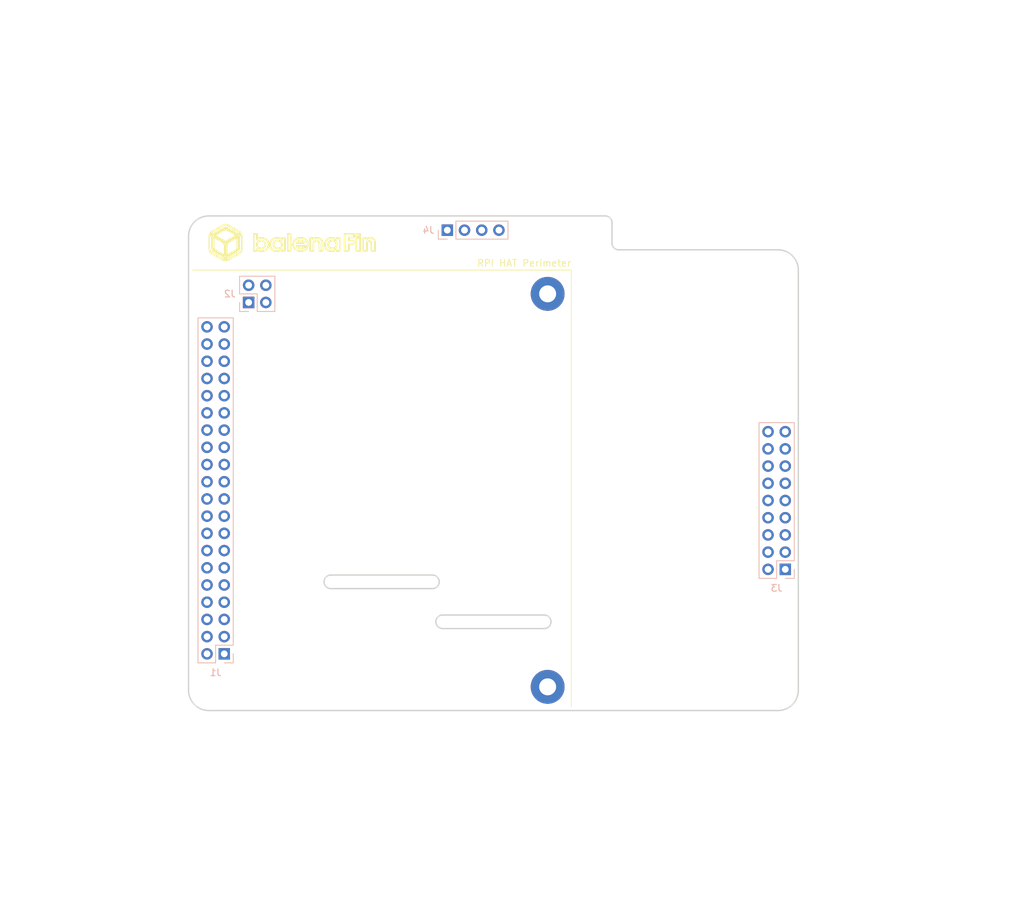
<source format=kicad_pcb>
(kicad_pcb (version 20171130) (host pcbnew "(5.1.6)-1")
  (layers (0 F.Cu signal) (31 B.Cu signal) (34 B.Paste user) (35 F.Paste user) (36 B.SilkS user) (37 F.SilkS user) (38 B.Mask user) (39 F.Mask user) (44 Edge.Cuts user))
  (net 0 "")
  (net 1 "Net-(H1-Pad1)")
  (net 2 "Net-(H2-Pad1)")
  (net 3 +3V3)
  (net 4 +5V)
  (net 5 "Net-(J1-Pad3)")
  (net 6 "Net-(J1-Pad5)")
  (net 7 GND)
  (net 8 "Net-(J1-Pad7)")
  (net 9 "Net-(J1-Pad8)")
  (net 10 "Net-(J1-Pad10)")
  (net 11 "Net-(J1-Pad11)")
  (net 12 "Net-(J1-Pad12)")
  (net 13 "Net-(J1-Pad13)")
  (net 14 "Net-(J1-Pad15)")
  (net 15 "Net-(J1-Pad16)")
  (net 16 "Net-(J1-Pad18)")
  (net 17 "Net-(J1-Pad19)")
  (net 18 "Net-(J1-Pad21)")
  (net 19 "Net-(J1-Pad22)")
  (net 20 "Net-(J1-Pad23)")
  (net 21 "Net-(J1-Pad24)")
  (net 22 "Net-(J1-Pad26)")
  (net 23 "Net-(J1-Pad27)")
  (net 24 "Net-(J1-Pad28)")
  (net 25 "Net-(J1-Pad29)")
  (net 26 "Net-(J1-Pad31)")
  (net 27 "Net-(J1-Pad32)")
  (net 28 "Net-(J1-Pad33)")
  (net 29 "Net-(J1-Pad35)")
  (net 30 "Net-(J1-Pad36)")
  (net 31 "Net-(J1-Pad37)")
  (net 32 "Net-(J1-Pad38)")
  (net 33 "Net-(J1-Pad40)")
  (net 34 "Net-(J2-Pad1)")
  (net 35 "Net-(J2-Pad2)")
  (net 36 "Net-(J2-Pad3)")
  (net 37 "Net-(J2-Pad4)")
  (net 38 "Net-(J3-Pad1)")
  (net 39 "Net-(J3-Pad2)")
  (net 40 "Net-(J3-Pad3)")
  (net 41 "Net-(J3-Pad4)")
  (net 42 "Net-(J3-Pad5)")
  (net 43 "Net-(J3-Pad6)")
  (net 44 "Net-(J3-Pad7)")
  (net 45 "Net-(J3-Pad8)")
  (net 46 "Net-(J3-Pad9)")
  (net 47 "Net-(J3-Pad10)")
  (net 48 "Net-(J3-Pad11)")
  (net 49 "Net-(J3-Pad12)")
  (net 50 "Net-(J3-Pad13)")
  (net 51 "Net-(J3-Pad14)")
  (net 52 "Net-(J3-Pad15)")
  (net 53 "Net-(J3-Pad16)")
  (net 54 "Net-(J3-Pad18)")
  (net 55 "Net-(J4-Pad2)")
  (net 56 "Net-(J4-Pad3)")
  (module "FIN HAT Template:PinSocket_2x20_P2.54mm_Vertical" (layer B.Cu) (at 106.87 100.85)
    (fp_text reference J1 (at 0 26.9) (layer B.SilkS) (effects (justify mirror)))
    (fp_text value Raspberry_Pi_2_3)
    (pad 40 thru_hole oval (at -1.27 -24.13) (size 1.7 1.7) (drill 1) (layers *.Cu *.Mask) (net 33 "Net-(J1-Pad40)"))
    (pad 39 thru_hole oval (at 1.27 -24.13) (size 1.7 1.7) (drill 1) (layers *.Cu *.Mask) (net 7 GND))
    (pad 38 thru_hole oval (at -1.27 -21.59) (size 1.7 1.7) (drill 1) (layers *.Cu *.Mask) (net 32 "Net-(J1-Pad38)"))
    (pad 37 thru_hole oval (at 1.27 -21.59) (size 1.7 1.7) (drill 1) (layers *.Cu *.Mask) (net 31 "Net-(J1-Pad37)"))
    (pad 36 thru_hole oval (at -1.27 -19.05) (size 1.7 1.7) (drill 1) (layers *.Cu *.Mask) (net 30 "Net-(J1-Pad36)"))
    (pad 35 thru_hole oval (at 1.27 -19.05) (size 1.7 1.7) (drill 1) (layers *.Cu *.Mask) (net 29 "Net-(J1-Pad35)"))
    (pad 34 thru_hole oval (at -1.27 -16.51) (size 1.7 1.7) (drill 1) (layers *.Cu *.Mask) (net 7 GND))
    (pad 33 thru_hole oval (at 1.27 -16.51) (size 1.7 1.7) (drill 1) (layers *.Cu *.Mask) (net 28 "Net-(J1-Pad33)"))
    (pad 32 thru_hole oval (at -1.27 -13.97) (size 1.7 1.7) (drill 1) (layers *.Cu *.Mask) (net 27 "Net-(J1-Pad32)"))
    (pad 31 thru_hole oval (at 1.27 -13.97) (size 1.7 1.7) (drill 1) (layers *.Cu *.Mask) (net 26 "Net-(J1-Pad31)"))
    (pad 30 thru_hole oval (at -1.27 -11.43) (size 1.7 1.7) (drill 1) (layers *.Cu *.Mask) (net 7 GND))
    (pad 29 thru_hole oval (at 1.27 -11.43) (size 1.7 1.7) (drill 1) (layers *.Cu *.Mask) (net 25 "Net-(J1-Pad29)"))
    (pad 28 thru_hole oval (at -1.27 -8.89) (size 1.7 1.7) (drill 1) (layers *.Cu *.Mask) (net 24 "Net-(J1-Pad28)"))
    (pad 27 thru_hole oval (at 1.27 -8.89) (size 1.7 1.7) (drill 1) (layers *.Cu *.Mask) (net 23 "Net-(J1-Pad27)"))
    (pad 26 thru_hole oval (at -1.27 -6.35) (size 1.7 1.7) (drill 1) (layers *.Cu *.Mask) (net 22 "Net-(J1-Pad26)"))
    (pad 25 thru_hole oval (at 1.27 -6.35) (size 1.7 1.7) (drill 1) (layers *.Cu *.Mask) (net 7 GND))
    (pad 24 thru_hole oval (at -1.27 -3.81) (size 1.7 1.7) (drill 1) (layers *.Cu *.Mask) (net 21 "Net-(J1-Pad24)"))
    (pad 23 thru_hole oval (at 1.27 -3.81) (size 1.7 1.7) (drill 1) (layers *.Cu *.Mask) (net 20 "Net-(J1-Pad23)"))
    (pad 22 thru_hole oval (at -1.27 -1.27) (size 1.7 1.7) (drill 1) (layers *.Cu *.Mask) (net 19 "Net-(J1-Pad22)"))
    (pad 21 thru_hole oval (at 1.27 -1.27) (size 1.7 1.7) (drill 1) (layers *.Cu *.Mask) (net 18 "Net-(J1-Pad21)"))
    (pad 20 thru_hole oval (at -1.27 1.27) (size 1.7 1.7) (drill 1) (layers *.Cu *.Mask) (net 7 GND))
    (pad 19 thru_hole oval (at 1.27 1.27) (size 1.7 1.7) (drill 1) (layers *.Cu *.Mask) (net 17 "Net-(J1-Pad19)"))
    (pad 18 thru_hole oval (at -1.27 3.81) (size 1.7 1.7) (drill 1) (layers *.Cu *.Mask) (net 16 "Net-(J1-Pad18)"))
    (pad 17 thru_hole oval (at 1.27 3.81) (size 1.7 1.7) (drill 1) (layers *.Cu *.Mask) (net 3 +3V3))
    (pad 16 thru_hole oval (at -1.27 6.35) (size 1.7 1.7) (drill 1) (layers *.Cu *.Mask) (net 15 "Net-(J1-Pad16)"))
    (pad 15 thru_hole oval (at 1.27 6.35) (size 1.7 1.7) (drill 1) (layers *.Cu *.Mask) (net 14 "Net-(J1-Pad15)"))
    (pad 14 thru_hole oval (at -1.27 8.89) (size 1.7 1.7) (drill 1) (layers *.Cu *.Mask) (net 7 GND))
    (pad 13 thru_hole oval (at 1.27 8.89) (size 1.7 1.7) (drill 1) (layers *.Cu *.Mask) (net 13 "Net-(J1-Pad13)"))
    (pad 12 thru_hole oval (at -1.27 11.43) (size 1.7 1.7) (drill 1) (layers *.Cu *.Mask) (net 12 "Net-(J1-Pad12)"))
    (pad 11 thru_hole oval (at 1.27 11.43) (size 1.7 1.7) (drill 1) (layers *.Cu *.Mask) (net 11 "Net-(J1-Pad11)"))
    (pad 10 thru_hole oval (at -1.27 13.97) (size 1.7 1.7) (drill 1) (layers *.Cu *.Mask) (net 10 "Net-(J1-Pad10)"))
    (pad 9 thru_hole oval (at 1.27 13.97) (size 1.7 1.7) (drill 1) (layers *.Cu *.Mask) (net 7 GND))
    (pad 8 thru_hole oval (at -1.27 16.51) (size 1.7 1.7) (drill 1) (layers *.Cu *.Mask) (net 9 "Net-(J1-Pad8)"))
    (pad 7 thru_hole oval (at 1.27 16.51) (size 1.7 1.7) (drill 1) (layers *.Cu *.Mask) (net 8 "Net-(J1-Pad7)"))
    (pad 6 thru_hole oval (at -1.27 19.05) (size 1.7 1.7) (drill 1) (layers *.Cu *.Mask) (net 7 GND))
    (pad 5 thru_hole oval (at 1.27 19.05) (size 1.7 1.7) (drill 1) (layers *.Cu *.Mask) (net 6 "Net-(J1-Pad5)"))
    (pad 4 thru_hole oval (at -1.27 21.59) (size 1.7 1.7) (drill 1) (layers *.Cu *.Mask) (net 4 +5V))
    (pad 3 thru_hole oval (at 1.27 21.59) (size 1.7 1.7) (drill 1) (layers *.Cu *.Mask) (net 5 "Net-(J1-Pad3)"))
    (pad 2 thru_hole oval (at -1.27 24.13) (size 1.7 1.7) (drill 1) (layers *.Cu *.Mask) (net 4 +5V))
    (pad 1 thru_hole rect (at 1.27 24.13) (size 1.7 1.7) (drill 1) (layers *.Cu *.Mask) (net 3 +3V3))
  )
  (module "FIN HAT Template:PinSocket_1x04_P2.54mm_Vertical" (layer B.Cu) (at 144.87 62.45 270)
    (fp_text reference J4 (at 0 6.58 180) (layer B.SilkS) (effects (justify mirror)))
    (fp_text value USB_Header)
    (pad 4 thru_hole oval (at 0 -3.81 270) (size 1.7 1.7) (drill 1) (layers *.Cu *.Mask) (net 7 GND))
    (pad 3 thru_hole oval (at 0 -1.27 270) (size 1.7 1.7) (drill 1) (layers *.Cu *.Mask) (net 56 "Net-(J4-Pad3)"))
    (pad 2 thru_hole oval (at 0 1.27 270) (size 1.7 1.7) (drill 1) (layers *.Cu *.Mask) (net 55 "Net-(J4-Pad2)"))
    (pad 1 thru_hole rect (at 0 3.81 270) (size 1.7 1.7) (drill 1) (layers *.Cu *.Mask) (net 4 +5V))
  )
  (module "FIN HAT Template:PinSocket_2x09_P2.54mm_Vertical" (layer B.Cu) (at 189.67 102.35)
    (fp_text reference J3 (at 0 12.93) (layer B.SilkS) (effects (justify mirror)))
    (fp_text value Co-Processor_Header)
    (pad 18 thru_hole oval (at -1.27 -10.16) (size 1.7 1.7) (drill 1) (layers *.Cu *.Mask) (net 54 "Net-(J3-Pad18)"))
    (pad 17 thru_hole oval (at 1.27 -10.16) (size 1.7 1.7) (drill 1) (layers *.Cu *.Mask) (net 7 GND))
    (pad 16 thru_hole oval (at -1.27 -7.62) (size 1.7 1.7) (drill 1) (layers *.Cu *.Mask) (net 53 "Net-(J3-Pad16)"))
    (pad 15 thru_hole oval (at 1.27 -7.62) (size 1.7 1.7) (drill 1) (layers *.Cu *.Mask) (net 52 "Net-(J3-Pad15)"))
    (pad 14 thru_hole oval (at -1.27 -5.08) (size 1.7 1.7) (drill 1) (layers *.Cu *.Mask) (net 51 "Net-(J3-Pad14)"))
    (pad 13 thru_hole oval (at 1.27 -5.08) (size 1.7 1.7) (drill 1) (layers *.Cu *.Mask) (net 50 "Net-(J3-Pad13)"))
    (pad 12 thru_hole oval (at -1.27 -2.54) (size 1.7 1.7) (drill 1) (layers *.Cu *.Mask) (net 49 "Net-(J3-Pad12)"))
    (pad 11 thru_hole oval (at 1.27 -2.54) (size 1.7 1.7) (drill 1) (layers *.Cu *.Mask) (net 48 "Net-(J3-Pad11)"))
    (pad 10 thru_hole oval (at -1.27 0) (size 1.7 1.7) (drill 1) (layers *.Cu *.Mask) (net 47 "Net-(J3-Pad10)"))
    (pad 9 thru_hole oval (at 1.27 0) (size 1.7 1.7) (drill 1) (layers *.Cu *.Mask) (net 46 "Net-(J3-Pad9)"))
    (pad 8 thru_hole oval (at -1.27 2.54) (size 1.7 1.7) (drill 1) (layers *.Cu *.Mask) (net 45 "Net-(J3-Pad8)"))
    (pad 7 thru_hole oval (at 1.27 2.54) (size 1.7 1.7) (drill 1) (layers *.Cu *.Mask) (net 44 "Net-(J3-Pad7)"))
    (pad 6 thru_hole oval (at -1.27 5.08) (size 1.7 1.7) (drill 1) (layers *.Cu *.Mask) (net 43 "Net-(J3-Pad6)"))
    (pad 5 thru_hole oval (at 1.27 5.08) (size 1.7 1.7) (drill 1) (layers *.Cu *.Mask) (net 42 "Net-(J3-Pad5)"))
    (pad 4 thru_hole oval (at -1.27 7.62) (size 1.7 1.7) (drill 1) (layers *.Cu *.Mask) (net 41 "Net-(J3-Pad4)"))
    (pad 3 thru_hole oval (at 1.27 7.62) (size 1.7 1.7) (drill 1) (layers *.Cu *.Mask) (net 40 "Net-(J3-Pad3)"))
    (pad 2 thru_hole oval (at -1.27 10.16) (size 1.7 1.7) (drill 1) (layers *.Cu *.Mask) (net 39 "Net-(J3-Pad2)"))
    (pad 1 thru_hole rect (at 1.27 10.16) (size 1.7 1.7) (drill 1) (layers *.Cu *.Mask) (net 38 "Net-(J3-Pad1)"))
  )
  (module "FIN HAT Template:PinSocket_2x02_P2.54mm_Vertical" (layer B.Cu) (at 113.01 71.85 270)
    (fp_text reference J2 (at 0 4.04 180) (layer B.SilkS) (effects (justify mirror)))
    (fp_text value POE_Header)
    (pad 4 thru_hole oval (at -1.27 -1.27 270) (size 1.7 1.7) (drill 1) (layers *.Cu *.Mask) (net 37 "Net-(J2-Pad4)"))
    (pad 3 thru_hole oval (at 1.27 -1.27 270) (size 1.7 1.7) (drill 1) (layers *.Cu *.Mask) (net 36 "Net-(J2-Pad3)"))
    (pad 2 thru_hole oval (at -1.27 1.27 270) (size 1.7 1.7) (drill 1) (layers *.Cu *.Mask) (net 35 "Net-(J2-Pad2)"))
    (pad 1 thru_hole rect (at 1.27 1.27 270) (size 1.7 1.7) (drill 1) (layers *.Cu *.Mask) (net 34 "Net-(J2-Pad1)"))
  )
  (module MountingHole:MountingHole_2.5mm_Pad (layer F.Cu) (at 155.87 129.85)
    (fp_text reference H1 hide)
    (fp_text value MountingHole_Pad)
    (pad 1 thru_hole circle (at 0 0) (size 5 5) (drill 2.5) (layers *.Cu *.Mask) (net 1 "Net-(H1-Pad1)"))
  )
  (module MountingHole:MountingHole_2.5mm_Pad (layer F.Cu) (at 155.87 71.85)
    (fp_text reference H2 hide)
    (fp_text value MountingHole_Pad)
    (pad 1 thru_hole circle (at 0 0) (size 5 5) (drill 2.5) (layers *.Cu *.Mask) (net 2 "Net-(H2-Pad1)"))
  )
  (gr_text "RPI HAT Perimeter" (at 152.4 67.31) (layer F.SilkS) (effects (font (size 1 1))))
  (gr_line (start 159.37 68.35) (end 159.37 132.75) (layer F.SilkS) (width 0.12))
  (gr_line (start 103.47 68.35) (end 159.37 68.35) (layer F.SilkS) (width 0.12))
  (gr_line (start 114.702135 64.548304) (end 114.702135 64.585772) (layer F.SilkS) (width 0.2))
  (gr_line (start 114.702135 64.435894) (end 114.702135 64.473364) (layer F.SilkS) (width 0.2))
  (gr_line (start 114.177559 63.6865) (end 114.177559 63.72397) (layer F.SilkS) (width 0.2))
  (gr_line (start 113.428165 63.574092) (end 113.915271 63.574092) (layer F.SilkS) (width 0.2))
  (gr_line (start 114.664665 64.398424) (end 114.702135 64.398424) (layer F.SilkS) (width 0.2))
  (gr_line (start 113.315757 63.61156) (end 113.428165 63.61156) (layer F.SilkS) (width 0.2))
  (gr_line (start 114.102621 63.64903) (end 114.102621 63.6865) (layer F.SilkS) (width 0.2))
  (gr_line (start 114.702135 64.585772) (end 114.702135 64.623242) (layer F.SilkS) (width 0.2))
  (gr_line (start 114.402377 63.83638) (end 114.402377 63.873848) (layer F.SilkS) (width 0.2))
  (gr_line (start 114.702135 64.398424) (end 114.702135 64.435894) (layer F.SilkS) (width 0.2))
  (gr_line (start 114.627197 64.248546) (end 114.664665 64.248546) (layer F.SilkS) (width 0.2))
  (gr_line (start 114.289969 63.79891) (end 114.327439 63.79891) (layer F.SilkS) (width 0.2))
  (gr_line (start 113.915271 63.61156) (end 114.027681 63.61156) (layer F.SilkS) (width 0.2))
  (gr_line (start 113.915271 63.574092) (end 113.915271 63.61156) (layer F.SilkS) (width 0.2))
  (gr_line (start 114.439847 63.911318) (end 114.439847 63.948788) (layer F.SilkS) (width 0.2))
  (gr_line (start 114.514787 63.986258) (end 114.514787 64.023728) (layer F.SilkS) (width 0.2))
  (gr_line (start 114.702135 64.510834) (end 114.702135 64.548304) (layer F.SilkS) (width 0.2))
  (gr_line (start 114.102621 63.6865) (end 114.177559 63.6865) (layer F.SilkS) (width 0.2))
  (gr_line (start 114.627197 64.173606) (end 114.627197 64.211076) (layer F.SilkS) (width 0.2))
  (gr_line (start 114.552257 64.061198) (end 114.552257 64.098666) (layer F.SilkS) (width 0.2))
  (gr_line (start 114.702135 64.473364) (end 114.702135 64.510834) (layer F.SilkS) (width 0.2))
  (gr_line (start 114.664665 64.248546) (end 114.664665 64.286016) (layer F.SilkS) (width 0.2))
  (gr_line (start 114.439847 63.873848) (end 114.439847 63.911318) (layer F.SilkS) (width 0.2))
  (gr_line (start 114.027681 63.64903) (end 114.102621 63.64903) (layer F.SilkS) (width 0.2))
  (gr_line (start 114.627197 64.211076) (end 114.627197 64.248546) (layer F.SilkS) (width 0.2))
  (gr_line (start 114.589727 64.173606) (end 114.627197 64.173606) (layer F.SilkS) (width 0.2))
  (gr_line (start 114.552257 64.023728) (end 114.552257 64.061198) (layer F.SilkS) (width 0.2))
  (gr_line (start 114.514787 64.023728) (end 114.552257 64.023728) (layer F.SilkS) (width 0.2))
  (gr_line (start 114.327439 63.83638) (end 114.402377 63.83638) (layer F.SilkS) (width 0.2))
  (gr_line (start 113.428165 63.61156) (end 113.428165 63.574092) (layer F.SilkS) (width 0.2))
  (gr_line (start 114.177559 63.72397) (end 114.252499 63.72397) (layer F.SilkS) (width 0.2))
  (gr_line (start 113.203347 63.64903) (end 113.315757 63.64903) (layer F.SilkS) (width 0.2))
  (gr_line (start 114.252499 63.72397) (end 114.252499 63.76144) (layer F.SilkS) (width 0.2))
  (gr_line (start 114.439847 63.948788) (end 114.477317 63.948788) (layer F.SilkS) (width 0.2))
  (gr_line (start 114.589727 64.136136) (end 114.589727 64.173606) (layer F.SilkS) (width 0.2))
  (gr_line (start 114.664665 64.360954) (end 114.664665 64.398424) (layer F.SilkS) (width 0.2))
  (gr_line (start 114.027681 63.61156) (end 114.027681 63.64903) (layer F.SilkS) (width 0.2))
  (gr_line (start 113.315757 63.64903) (end 113.315757 63.61156) (layer F.SilkS) (width 0.2))
  (gr_line (start 114.664665 64.323486) (end 114.664665 64.360954) (layer F.SilkS) (width 0.2))
  (gr_line (start 114.477317 63.986258) (end 114.514787 63.986258) (layer F.SilkS) (width 0.2))
  (gr_line (start 114.664665 64.286016) (end 114.664665 64.323486) (layer F.SilkS) (width 0.2))
  (gr_line (start 114.589727 64.098666) (end 114.589727 64.136136) (layer F.SilkS) (width 0.2))
  (gr_line (start 114.552257 64.098666) (end 114.589727 64.098666) (layer F.SilkS) (width 0.2))
  (gr_line (start 114.252499 63.76144) (end 114.289969 63.76144) (layer F.SilkS) (width 0.2))
  (gr_line (start 113.203347 63.6865) (end 113.203347 63.64903) (layer F.SilkS) (width 0.2))
  (gr_line (start 114.702135 64.698182) (end 114.702135 64.735652) (layer F.SilkS) (width 0.2))
  (gr_line (start 114.327439 63.79891) (end 114.327439 63.83638) (layer F.SilkS) (width 0.2))
  (gr_line (start 114.402377 63.873848) (end 114.439847 63.873848) (layer F.SilkS) (width 0.2))
  (gr_line (start 114.702135 64.660712) (end 114.702135 64.698182) (layer F.SilkS) (width 0.2))
  (gr_line (start 114.702135 64.623242) (end 114.702135 64.660712) (layer F.SilkS) (width 0.2))
  (gr_line (start 114.477317 63.948788) (end 114.477317 63.986258) (layer F.SilkS) (width 0.2))
  (gr_line (start 114.289969 63.76144) (end 114.289969 63.79891) (layer F.SilkS) (width 0.2))
  (gr_line (start 113.053469 63.79891) (end 113.053469 63.76144) (layer F.SilkS) (width 0.2))
  (gr_line (start 127.629178 63.349274) (end 127.629178 63.311804) (layer F.SilkS) (width 0.2))
  (gr_line (start 128.191224 62.974576) (end 128.191224 63.012046) (layer F.SilkS) (width 0.2))
  (gr_line (start 112.978529 63.199394) (end 112.978529 63.236864) (layer F.SilkS) (width 0.2))
  (gr_line (start 124.481724 64.061198) (end 124.406787 64.061198) (layer F.SilkS) (width 0.2))
  (gr_line (start 113.015999 63.83638) (end 113.015999 63.79891) (layer F.SilkS) (width 0.2))
  (gr_line (start 112.978529 63.6865) (end 112.978529 63.72397) (layer F.SilkS) (width 0.2))
  (gr_line (start 127.629178 63.049516) (end 127.629178 63.012046) (layer F.SilkS) (width 0.2))
  (gr_line (start 112.978529 63.461682) (end 112.978529 63.499152) (layer F.SilkS) (width 0.2))
  (gr_line (start 112.978529 63.386742) (end 112.978529 63.424212) (layer F.SilkS) (width 0.2))
  (gr_line (start 112.978529 63.64903) (end 112.978529 63.6865) (layer F.SilkS) (width 0.2))
  (gr_line (start 112.978529 63.76144) (end 112.978529 63.79891) (layer F.SilkS) (width 0.2))
  (gr_line (start 112.978529 63.574092) (end 112.978529 63.61156) (layer F.SilkS) (width 0.2))
  (gr_line (start 112.978529 63.499152) (end 112.978529 63.536622) (layer F.SilkS) (width 0.2))
  (gr_line (start 124.556664 64.136136) (end 124.519194 64.136136) (layer F.SilkS) (width 0.2))
  (gr_line (start 112.978529 63.236864) (end 112.978529 63.274334) (layer F.SilkS) (width 0.2))
  (gr_line (start 127.629178 62.974576) (end 128.191224 62.974576) (layer F.SilkS) (width 0.2))
  (gr_line (start 128.191224 63.049516) (end 128.191224 63.086986) (layer F.SilkS) (width 0.2))
  (gr_line (start 127.629178 63.124454) (end 127.629178 63.086986) (layer F.SilkS) (width 0.2))
  (gr_line (start 127.629178 63.274334) (end 127.629178 63.236864) (layer F.SilkS) (width 0.2))
  (gr_line (start 128.191224 63.124454) (end 128.191224 63.161924) (layer F.SilkS) (width 0.2))
  (gr_line (start 127.629178 63.161924) (end 127.629178 63.124454) (layer F.SilkS) (width 0.2))
  (gr_line (start 128.191224 63.236864) (end 128.191224 63.274334) (layer F.SilkS) (width 0.2))
  (gr_line (start 128.191224 63.349274) (end 128.191224 63.386742) (layer F.SilkS) (width 0.2))
  (gr_line (start 128.191224 63.086986) (end 128.191224 63.124454) (layer F.SilkS) (width 0.2))
  (gr_line (start 112.978529 63.424212) (end 112.978529 63.461682) (layer F.SilkS) (width 0.2))
  (gr_line (start 124.406787 64.023728) (end 124.256906 64.023728) (layer F.SilkS) (width 0.2))
  (gr_line (start 127.629178 63.086986) (end 127.629178 63.049516) (layer F.SilkS) (width 0.2))
  (gr_line (start 112.978529 63.124454) (end 112.978529 63.161924) (layer F.SilkS) (width 0.2))
  (gr_line (start 113.165877 63.6865) (end 113.203347 63.6865) (layer F.SilkS) (width 0.2))
  (gr_line (start 112.978529 63.349274) (end 112.978529 63.386742) (layer F.SilkS) (width 0.2))
  (gr_line (start 113.090939 63.76144) (end 113.090939 63.72397) (layer F.SilkS) (width 0.2))
  (gr_line (start 112.978529 63.012046) (end 112.978529 63.049516) (layer F.SilkS) (width 0.2))
  (gr_line (start 128.191224 63.012046) (end 128.191224 63.049516) (layer F.SilkS) (width 0.2))
  (gr_line (start 113.015999 63.79891) (end 113.053469 63.79891) (layer F.SilkS) (width 0.2))
  (gr_line (start 112.978529 63.049516) (end 112.978529 63.086986) (layer F.SilkS) (width 0.2))
  (gr_line (start 112.978529 63.086986) (end 112.978529 63.124454) (layer F.SilkS) (width 0.2))
  (gr_line (start 127.629178 63.236864) (end 127.629178 63.199394) (layer F.SilkS) (width 0.2))
  (gr_line (start 127.629178 63.012046) (end 127.629178 62.974576) (layer F.SilkS) (width 0.2))
  (gr_line (start 112.978529 63.161924) (end 112.978529 63.199394) (layer F.SilkS) (width 0.2))
  (gr_line (start 112.978529 63.83638) (end 113.015999 63.83638) (layer F.SilkS) (width 0.2))
  (gr_line (start 124.519194 64.136136) (end 124.519194 64.098666) (layer F.SilkS) (width 0.2))
  (gr_line (start 124.519194 64.098666) (end 124.481724 64.098666) (layer F.SilkS) (width 0.2))
  (gr_line (start 112.978529 63.61156) (end 112.978529 63.64903) (layer F.SilkS) (width 0.2))
  (gr_line (start 124.481724 64.098666) (end 124.481724 64.061198) (layer F.SilkS) (width 0.2))
  (gr_line (start 113.165877 63.72397) (end 113.165877 63.6865) (layer F.SilkS) (width 0.2))
  (gr_line (start 113.090939 63.72397) (end 113.165877 63.72397) (layer F.SilkS) (width 0.2))
  (gr_line (start 112.978529 63.311804) (end 112.978529 63.349274) (layer F.SilkS) (width 0.2))
  (gr_line (start 113.053469 63.76144) (end 113.090939 63.76144) (layer F.SilkS) (width 0.2))
  (gr_line (start 112.978529 63.536622) (end 112.978529 63.574092) (layer F.SilkS) (width 0.2))
  (gr_line (start 127.629178 63.386742) (end 127.629178 63.349274) (layer F.SilkS) (width 0.2))
  (gr_line (start 128.191224 63.311804) (end 128.191224 63.349274) (layer F.SilkS) (width 0.2))
  (gr_line (start 112.978529 63.79891) (end 112.978529 63.83638) (layer F.SilkS) (width 0.2))
  (gr_line (start 112.978529 63.72397) (end 112.978529 63.76144) (layer F.SilkS) (width 0.2))
  (gr_line (start 127.629178 63.311804) (end 127.629178 63.274334) (layer F.SilkS) (width 0.2))
  (gr_line (start 112.978529 62.974576) (end 112.978529 63.012046) (layer F.SilkS) (width 0.2))
  (gr_line (start 112.978529 63.274334) (end 112.978529 63.311804) (layer F.SilkS) (width 0.2))
  (gr_line (start 127.629178 63.199394) (end 127.629178 63.161924) (layer F.SilkS) (width 0.2))
  (gr_line (start 128.191224 63.199394) (end 128.191224 63.236864) (layer F.SilkS) (width 0.2))
  (gr_line (start 128.191224 63.161924) (end 128.191224 63.199394) (layer F.SilkS) (width 0.2))
  (gr_line (start 124.556664 64.173606) (end 124.556664 64.136136) (layer F.SilkS) (width 0.2))
  (gr_line (start 124.406787 64.061198) (end 124.406787 64.023728) (layer F.SilkS) (width 0.2))
  (gr_line (start 128.191224 63.274334) (end 128.191224 63.311804) (layer F.SilkS) (width 0.2))
  (gr_line (start 128.191224 63.386742) (end 127.629178 63.386742) (layer F.SilkS) (width 0.2))
  (gr_line (start 124.706542 64.773122) (end 124.706542 64.735652) (layer F.SilkS) (width 0.2))
  (gr_line (start 123.919681 65.147818) (end 124.294376 65.147818) (layer F.SilkS) (width 0.2))
  (gr_line (start 123.582452 64.923) (end 123.619922 64.923) (layer F.SilkS) (width 0.2))
  (gr_line (start 124.594134 64.923) (end 124.631604 64.923) (layer F.SilkS) (width 0.2))
  (gr_line (start 124.481724 65.072878) (end 124.481724 65.03541) (layer F.SilkS) (width 0.2))
  (gr_line (start 123.582452 64.88553) (end 123.582452 64.923) (layer F.SilkS) (width 0.2))
  (gr_line (start 124.594134 64.96047) (end 124.594134 64.923) (layer F.SilkS) (width 0.2))
  (gr_line (start 124.556664 64.96047) (end 124.594134 64.96047) (layer F.SilkS) (width 0.2))
  (gr_line (start 124.519194 64.99794) (end 124.556664 64.99794) (layer F.SilkS) (width 0.2))
  (gr_line (start 124.481724 65.03541) (end 124.519194 65.03541) (layer F.SilkS) (width 0.2))
  (gr_line (start 124.294376 65.110348) (end 124.406787 65.110348) (layer F.SilkS) (width 0.2))
  (gr_line (start 123.507512 64.698182) (end 123.507512 64.735652) (layer F.SilkS) (width 0.2))
  (gr_line (start 123.507512 64.773122) (end 123.507512 64.810592) (layer F.SilkS) (width 0.2))
  (gr_line (start 123.544982 64.84806) (end 123.544982 64.88553) (layer F.SilkS) (width 0.2))
  (gr_line (start 124.594134 64.173606) (end 124.556664 64.173606) (layer F.SilkS) (width 0.2))
  (gr_line (start 124.594134 64.211076) (end 124.594134 64.173606) (layer F.SilkS) (width 0.2))
  (gr_line (start 124.631604 64.211076) (end 124.594134 64.211076) (layer F.SilkS) (width 0.2))
  (gr_line (start 124.631604 64.248546) (end 124.631604 64.211076) (layer F.SilkS) (width 0.2))
  (gr_line (start 124.669075 64.248546) (end 124.631604 64.248546) (layer F.SilkS) (width 0.2))
  (gr_line (start 124.669075 64.286016) (end 124.669075 64.248546) (layer F.SilkS) (width 0.2))
  (gr_line (start 124.706542 64.398424) (end 124.706542 64.360954) (layer F.SilkS) (width 0.2))
  (gr_line (start 124.294376 65.147818) (end 124.294376 65.110348) (layer F.SilkS) (width 0.2))
  (gr_line (start 123.80727 65.110348) (end 123.919681 65.110348) (layer F.SilkS) (width 0.2))
  (gr_line (start 124.669075 64.323486) (end 124.669075 64.286016) (layer F.SilkS) (width 0.2))
  (gr_line (start 124.706542 64.323486) (end 124.669075 64.323486) (layer F.SilkS) (width 0.2))
  (gr_line (start 124.706542 64.360954) (end 124.706542 64.323486) (layer F.SilkS) (width 0.2))
  (gr_line (start 123.507512 64.810592) (end 123.544982 64.810592) (layer F.SilkS) (width 0.2))
  (gr_line (start 123.470042 64.698182) (end 123.507512 64.698182) (layer F.SilkS) (width 0.2))
  (gr_line (start 124.669075 64.810592) (end 124.706542 64.810592) (layer F.SilkS) (width 0.2))
  (gr_line (start 123.507512 64.735652) (end 123.507512 64.773122) (layer F.SilkS) (width 0.2))
  (gr_line (start 124.669075 64.84806) (end 124.669075 64.810592) (layer F.SilkS) (width 0.2))
  (gr_line (start 124.556664 64.99794) (end 124.556664 64.96047) (layer F.SilkS) (width 0.2))
  (gr_line (start 123.470042 64.660712) (end 123.470042 64.698182) (layer F.SilkS) (width 0.2))
  (gr_line (start 124.406787 65.110348) (end 124.406787 65.072878) (layer F.SilkS) (width 0.2))
  (gr_line (start 123.69486 65.03541) (end 123.73233 65.03541) (layer F.SilkS) (width 0.2))
  (gr_line (start 124.706542 64.435894) (end 124.706542 64.398424) (layer F.SilkS) (width 0.2))
  (gr_line (start 124.706542 64.473364) (end 124.706542 64.435894) (layer F.SilkS) (width 0.2))
  (gr_line (start 124.744012 64.473364) (end 124.706542 64.473364) (layer F.SilkS) (width 0.2))
  (gr_line (start 123.657393 64.99794) (end 123.69486 64.99794) (layer F.SilkS) (width 0.2))
  (gr_line (start 124.744012 64.548304) (end 124.744012 64.510834) (layer F.SilkS) (width 0.2))
  (gr_line (start 124.744012 64.623242) (end 124.744012 64.585772) (layer F.SilkS) (width 0.2))
  (gr_line (start 124.744012 64.510834) (end 124.744012 64.473364) (layer F.SilkS) (width 0.2))
  (gr_line (start 124.706542 64.735652) (end 124.706542 64.698182) (layer F.SilkS) (width 0.2))
  (gr_line (start 124.669075 64.88553) (end 124.669075 64.84806) (layer F.SilkS) (width 0.2))
  (gr_line (start 124.631604 64.923) (end 124.631604 64.88553) (layer F.SilkS) (width 0.2))
  (gr_line (start 124.519194 65.03541) (end 124.519194 64.99794) (layer F.SilkS) (width 0.2))
  (gr_line (start 124.406787 65.072878) (end 124.481724 65.072878) (layer F.SilkS) (width 0.2))
  (gr_line (start 123.619922 64.96047) (end 123.657393 64.96047) (layer F.SilkS) (width 0.2))
  (gr_line (start 123.919681 65.110348) (end 123.919681 65.147818) (layer F.SilkS) (width 0.2))
  (gr_line (start 123.80727 65.072878) (end 123.80727 65.110348) (layer F.SilkS) (width 0.2))
  (gr_line (start 123.544982 64.810592) (end 123.544982 64.84806) (layer F.SilkS) (width 0.2))
  (gr_line (start 124.744012 64.585772) (end 124.744012 64.548304) (layer F.SilkS) (width 0.2))
  (gr_line (start 123.69486 64.99794) (end 123.69486 65.03541) (layer F.SilkS) (width 0.2))
  (gr_line (start 123.470042 64.623242) (end 123.470042 64.660712) (layer F.SilkS) (width 0.2))
  (gr_line (start 124.744012 64.660712) (end 124.744012 64.623242) (layer F.SilkS) (width 0.2))
  (gr_line (start 124.706542 64.660712) (end 124.744012 64.660712) (layer F.SilkS) (width 0.2))
  (gr_line (start 124.706542 64.698182) (end 124.706542 64.660712) (layer F.SilkS) (width 0.2))
  (gr_line (start 124.706542 64.810592) (end 124.706542 64.773122) (layer F.SilkS) (width 0.2))
  (gr_line (start 123.619922 64.923) (end 123.619922 64.96047) (layer F.SilkS) (width 0.2))
  (gr_line (start 123.544982 64.88553) (end 123.582452 64.88553) (layer F.SilkS) (width 0.2))
  (gr_line (start 124.631604 64.88553) (end 124.669075 64.88553) (layer F.SilkS) (width 0.2))
  (gr_line (start 123.73233 65.072878) (end 123.80727 65.072878) (layer F.SilkS) (width 0.2))
  (gr_line (start 123.73233 65.03541) (end 123.73233 65.072878) (layer F.SilkS) (width 0.2))
  (gr_line (start 123.657393 64.96047) (end 123.657393 64.99794) (layer F.SilkS) (width 0.2))
  (gr_line (start 123.132816 64.061198) (end 123.132816 64.023728) (layer F.SilkS) (width 0.2))
  (gr_line (start 123.470042 64.548304) (end 123.470042 64.585772) (layer F.SilkS) (width 0.2))
  (gr_line (start 124.256906 63.986258) (end 123.957148 63.986258) (layer F.SilkS) (width 0.2))
  (gr_line (start 123.657393 64.136136) (end 123.657393 64.173606) (layer F.SilkS) (width 0.2))
  (gr_line (start 123.282694 63.873848) (end 123.320164 63.873848) (layer F.SilkS) (width 0.2))
  (gr_line (start 123.507512 64.473364) (end 123.470042 64.473364) (layer F.SilkS) (width 0.2))
  (gr_line (start 123.507512 64.435894) (end 123.507512 64.473364) (layer F.SilkS) (width 0.2))
  (gr_line (start 123.357634 63.79891) (end 123.395105 63.79891) (layer F.SilkS) (width 0.2))
  (gr_line (start 123.507512 63.6865) (end 123.582452 63.6865) (layer F.SilkS) (width 0.2))
  (gr_line (start 123.84474 64.023728) (end 123.84474 64.061198) (layer F.SilkS) (width 0.2))
  (gr_line (start 123.207754 63.948788) (end 123.245224 63.948788) (layer F.SilkS) (width 0.2))
  (gr_line (start 123.057876 64.173606) (end 123.095346 64.173606) (layer F.SilkS) (width 0.2))
  (gr_line (start 123.544982 64.360954) (end 123.507512 64.360954) (layer F.SilkS) (width 0.2))
  (gr_line (start 123.84474 64.061198) (end 123.7698 64.061198) (layer F.SilkS) (width 0.2))
  (gr_line (start 123.057876 64.286016) (end 123.057876 64.248546) (layer F.SilkS) (width 0.2))
  (gr_line (start 123.582452 63.64903) (end 123.657393 63.64903) (layer F.SilkS) (width 0.2))
  (gr_line (start 123.619922 64.211076) (end 123.582452 64.211076) (layer F.SilkS) (width 0.2))
  (gr_line (start 123.957148 64.023728) (end 123.84474 64.023728) (layer F.SilkS) (width 0.2))
  (gr_line (start 123.245224 63.911318) (end 123.282694 63.911318) (layer F.SilkS) (width 0.2))
  (gr_line (start 123.095346 64.098666) (end 123.132816 64.098666) (layer F.SilkS) (width 0.2))
  (gr_line (start 123.582452 64.248546) (end 123.582452 64.286016) (layer F.SilkS) (width 0.2))
  (gr_line (start 123.170287 64.023728) (end 123.170287 63.986258) (layer F.SilkS) (width 0.2))
  (gr_line (start 123.619922 64.173606) (end 123.619922 64.211076) (layer F.SilkS) (width 0.2))
  (gr_line (start 124.256906 64.023728) (end 124.256906 63.986258) (layer F.SilkS) (width 0.2))
  (gr_line (start 123.80727 63.574092) (end 124.256906 63.574092) (layer F.SilkS) (width 0.2))
  (gr_line (start 123.395105 63.76144) (end 123.432575 63.76144) (layer F.SilkS) (width 0.2))
  (gr_line (start 123.207754 63.986258) (end 123.207754 63.948788) (layer F.SilkS) (width 0.2))
  (gr_line (start 123.282694 63.911318) (end 123.282694 63.873848) (layer F.SilkS) (width 0.2))
  (gr_line (start 123.357634 63.83638) (end 123.357634 63.79891) (layer F.SilkS) (width 0.2))
  (gr_line (start 123.095346 64.136136) (end 123.095346 64.098666) (layer F.SilkS) (width 0.2))
  (gr_line (start 123.69486 64.098666) (end 123.69486 64.136136) (layer F.SilkS) (width 0.2))
  (gr_line (start 123.507512 63.72397) (end 123.507512 63.6865) (layer F.SilkS) (width 0.2))
  (gr_line (start 123.245224 63.948788) (end 123.245224 63.911318) (layer F.SilkS) (width 0.2))
  (gr_line (start 123.395105 63.79891) (end 123.395105 63.76144) (layer F.SilkS) (width 0.2))
  (gr_line (start 123.657393 63.61156) (end 123.80727 63.61156) (layer F.SilkS) (width 0.2))
  (gr_line (start 123.80727 63.61156) (end 123.80727 63.574092) (layer F.SilkS) (width 0.2))
  (gr_line (start 123.7698 64.098666) (end 123.69486 64.098666) (layer F.SilkS) (width 0.2))
  (gr_line (start 123.057876 64.211076) (end 123.057876 64.173606) (layer F.SilkS) (width 0.2))
  (gr_line (start 123.470042 64.585772) (end 123.470042 64.623242) (layer F.SilkS) (width 0.2))
  (gr_line (start 123.470042 64.510834) (end 123.470042 64.548304) (layer F.SilkS) (width 0.2))
  (gr_line (start 123.432575 63.76144) (end 123.432575 63.72397) (layer F.SilkS) (width 0.2))
  (gr_line (start 123.544982 64.323486) (end 123.544982 64.360954) (layer F.SilkS) (width 0.2))
  (gr_line (start 123.132816 64.098666) (end 123.132816 64.061198) (layer F.SilkS) (width 0.2))
  (gr_line (start 123.507512 64.360954) (end 123.507512 64.398424) (layer F.SilkS) (width 0.2))
  (gr_line (start 123.544982 64.286016) (end 123.544982 64.323486) (layer F.SilkS) (width 0.2))
  (gr_line (start 123.320164 63.83638) (end 123.357634 63.83638) (layer F.SilkS) (width 0.2))
  (gr_line (start 123.582452 64.286016) (end 123.544982 64.286016) (layer F.SilkS) (width 0.2))
  (gr_line (start 123.582452 64.211076) (end 123.582452 64.248546) (layer F.SilkS) (width 0.2))
  (gr_line (start 123.320164 63.873848) (end 123.320164 63.83638) (layer F.SilkS) (width 0.2))
  (gr_line (start 123.432575 63.72397) (end 123.507512 63.72397) (layer F.SilkS) (width 0.2))
  (gr_line (start 123.132816 64.023728) (end 123.170287 64.023728) (layer F.SilkS) (width 0.2))
  (gr_line (start 123.657393 63.64903) (end 123.657393 63.61156) (layer F.SilkS) (width 0.2))
  (gr_line (start 123.657393 64.173606) (end 123.619922 64.173606) (layer F.SilkS) (width 0.2))
  (gr_line (start 123.020406 64.323486) (end 123.020406 64.286016) (layer F.SilkS) (width 0.2))
  (gr_line (start 123.957148 63.986258) (end 123.957148 64.023728) (layer F.SilkS) (width 0.2))
  (gr_line (start 123.170287 63.986258) (end 123.207754 63.986258) (layer F.SilkS) (width 0.2))
  (gr_line (start 123.470042 64.473364) (end 123.470042 64.510834) (layer F.SilkS) (width 0.2))
  (gr_line (start 123.057876 64.248546) (end 123.057876 64.211076) (layer F.SilkS) (width 0.2))
  (gr_line (start 123.507512 64.398424) (end 123.507512 64.435894) (layer F.SilkS) (width 0.2))
  (gr_line (start 123.095346 64.173606) (end 123.095346 64.136136) (layer F.SilkS) (width 0.2))
  (gr_line (start 123.69486 64.136136) (end 123.657393 64.136136) (layer F.SilkS) (width 0.2))
  (gr_line (start 123.7698 64.061198) (end 123.7698 64.098666) (layer F.SilkS) (width 0.2))
  (gr_line (start 123.582452 63.6865) (end 123.582452 63.64903) (layer F.SilkS) (width 0.2))
  (gr_line (start 123.020406 64.286016) (end 123.057876 64.286016) (layer F.SilkS) (width 0.2))
  (gr_line (start 123.057876 64.96047) (end 123.057876 64.923) (layer F.SilkS) (width 0.2))
  (gr_line (start 124.594134 65.410106) (end 124.519194 65.410106) (layer F.SilkS) (width 0.2))
  (gr_line (start 122.982936 64.660712) (end 122.982936 64.623242) (layer F.SilkS) (width 0.2))
  (gr_line (start 123.432575 65.410106) (end 123.432575 65.372636) (layer F.SilkS) (width 0.2))
  (gr_line (start 123.020406 64.698182) (end 123.020406 64.660712) (layer F.SilkS) (width 0.2))
  (gr_line (start 123.020406 64.84806) (end 123.020406 64.810592) (layer F.SilkS) (width 0.2))
  (gr_line (start 123.170287 65.147818) (end 123.170287 65.110348) (layer F.SilkS) (width 0.2))
  (gr_line (start 124.256906 65.559986) (end 123.7698 65.559986) (layer F.SilkS) (width 0.2))
  (gr_line (start 123.282694 65.260228) (end 123.245224 65.260228) (layer F.SilkS) (width 0.2))
  (gr_line (start 123.320164 65.297698) (end 123.282694 65.297698) (layer F.SilkS) (width 0.2))
  (gr_line (start 123.170287 65.185288) (end 123.170287 65.147818) (layer F.SilkS) (width 0.2))
  (gr_line (start 122.982936 64.623242) (end 122.982936 64.585772) (layer F.SilkS) (width 0.2))
  (gr_line (start 123.057876 64.84806) (end 123.020406 64.84806) (layer F.SilkS) (width 0.2))
  (gr_line (start 123.057876 64.88553) (end 123.057876 64.84806) (layer F.SilkS) (width 0.2))
  (gr_line (start 123.095346 64.96047) (end 123.057876 64.96047) (layer F.SilkS) (width 0.2))
  (gr_line (start 123.095346 65.03541) (end 123.095346 64.99794) (layer F.SilkS) (width 0.2))
  (gr_line (start 123.132816 65.110348) (end 123.132816 65.072878) (layer F.SilkS) (width 0.2))
  (gr_line (start 123.207754 65.222758) (end 123.207754 65.185288) (layer F.SilkS) (width 0.2))
  (gr_line (start 123.432575 65.372636) (end 123.357634 65.372636) (layer F.SilkS) (width 0.2))
  (gr_line (start 123.7698 65.522516) (end 123.619922 65.522516) (layer F.SilkS) (width 0.2))
  (gr_line (start 124.519194 65.447576) (end 124.444254 65.447576) (layer F.SilkS) (width 0.2))
  (gr_line (start 124.369316 65.485046) (end 124.369316 65.522516) (layer F.SilkS) (width 0.2))
  (gr_line (start 124.706542 65.297698) (end 124.669075 65.297698) (layer F.SilkS) (width 0.2))
  (gr_line (start 124.369316 65.522516) (end 124.256906 65.522516) (layer F.SilkS) (width 0.2))
  (gr_line (start 124.631604 65.335166) (end 124.631604 65.372636) (layer F.SilkS) (width 0.2))
  (gr_line (start 123.245224 65.260228) (end 123.245224 65.222758) (layer F.SilkS) (width 0.2))
  (gr_line (start 123.282694 65.297698) (end 123.282694 65.260228) (layer F.SilkS) (width 0.2))
  (gr_line (start 124.256906 65.522516) (end 124.256906 65.559986) (layer F.SilkS) (width 0.2))
  (gr_line (start 123.470042 65.447576) (end 123.470042 65.410106) (layer F.SilkS) (width 0.2))
  (gr_line (start 123.020406 64.660712) (end 122.982936 64.660712) (layer F.SilkS) (width 0.2))
  (gr_line (start 123.320164 65.335166) (end 123.320164 65.297698) (layer F.SilkS) (width 0.2))
  (gr_line (start 123.020406 64.773122) (end 123.020406 64.735652) (layer F.SilkS) (width 0.2))
  (gr_line (start 123.057876 64.923) (end 123.057876 64.88553) (layer F.SilkS) (width 0.2))
  (gr_line (start 123.619922 65.485046) (end 123.544982 65.485046) (layer F.SilkS) (width 0.2))
  (gr_line (start 123.095346 64.99794) (end 123.095346 64.96047) (layer F.SilkS) (width 0.2))
  (gr_line (start 123.544982 65.485046) (end 123.544982 65.447576) (layer F.SilkS) (width 0.2))
  (gr_line (start 123.544982 65.447576) (end 123.470042 65.447576) (layer F.SilkS) (width 0.2))
  (gr_line (start 124.444254 65.447576) (end 124.444254 65.485046) (layer F.SilkS) (width 0.2))
  (gr_line (start 123.7698 65.559986) (end 123.7698 65.522516) (layer F.SilkS) (width 0.2))
  (gr_line (start 123.470042 65.410106) (end 123.432575 65.410106) (layer F.SilkS) (width 0.2))
  (gr_line (start 123.020406 64.360954) (end 123.020406 64.323486) (layer F.SilkS) (width 0.2))
  (gr_line (start 123.020406 64.398424) (end 123.020406 64.360954) (layer F.SilkS) (width 0.2))
  (gr_line (start 123.020406 64.435894) (end 123.020406 64.398424) (layer F.SilkS) (width 0.2))
  (gr_line (start 123.207754 65.185288) (end 123.170287 65.185288) (layer F.SilkS) (width 0.2))
  (gr_line (start 123.132816 65.03541) (end 123.095346 65.03541) (layer F.SilkS) (width 0.2))
  (gr_line (start 122.982936 64.548304) (end 122.982936 64.510834) (layer F.SilkS) (width 0.2))
  (gr_line (start 123.020406 64.735652) (end 123.020406 64.698182) (layer F.SilkS) (width 0.2))
  (gr_line (start 123.357634 65.335166) (end 123.320164 65.335166) (layer F.SilkS) (width 0.2))
  (gr_line (start 123.020406 64.473364) (end 123.020406 64.435894) (layer F.SilkS) (width 0.2))
  (gr_line (start 123.245224 65.222758) (end 123.207754 65.222758) (layer F.SilkS) (width 0.2))
  (gr_line (start 124.594134 65.372636) (end 124.594134 65.410106) (layer F.SilkS) (width 0.2))
  (gr_line (start 124.669075 65.335166) (end 124.631604 65.335166) (layer F.SilkS) (width 0.2))
  (gr_line (start 122.982936 64.473364) (end 123.020406 64.473364) (layer F.SilkS) (width 0.2))
  (gr_line (start 123.020406 64.810592) (end 123.020406 64.773122) (layer F.SilkS) (width 0.2))
  (gr_line (start 124.519194 65.410106) (end 124.519194 65.447576) (layer F.SilkS) (width 0.2))
  (gr_line (start 123.619922 65.522516) (end 123.619922 65.485046) (layer F.SilkS) (width 0.2))
  (gr_line (start 122.982936 64.510834) (end 122.982936 64.473364) (layer F.SilkS) (width 0.2))
  (gr_line (start 123.132816 65.072878) (end 123.132816 65.03541) (layer F.SilkS) (width 0.2))
  (gr_line (start 123.357634 65.372636) (end 123.357634 65.335166) (layer F.SilkS) (width 0.2))
  (gr_line (start 122.982936 64.585772) (end 122.982936 64.548304) (layer F.SilkS) (width 0.2))
  (gr_line (start 123.170287 65.110348) (end 123.132816 65.110348) (layer F.SilkS) (width 0.2))
  (gr_line (start 124.444254 65.485046) (end 124.369316 65.485046) (layer F.SilkS) (width 0.2))
  (gr_line (start 124.669075 65.297698) (end 124.669075 65.335166) (layer F.SilkS) (width 0.2))
  (gr_line (start 124.631604 65.372636) (end 124.594134 65.372636) (layer F.SilkS) (width 0.2))
  (gr_line (start 125.193648 65.185288) (end 125.193648 65.222758) (layer F.SilkS) (width 0.2))
  (gr_line (start 125.193648 65.110348) (end 125.193648 65.147818) (layer F.SilkS) (width 0.2))
  (gr_line (start 125.193648 64.698182) (end 125.193648 64.735652) (layer F.SilkS) (width 0.2))
  (gr_line (start 125.193648 64.88553) (end 125.193648 64.923) (layer F.SilkS) (width 0.2))
  (gr_line (start 125.193648 64.773122) (end 125.193648 64.810592) (layer F.SilkS) (width 0.2))
  (gr_line (start 125.193648 64.585772) (end 125.193648 64.623242) (layer F.SilkS) (width 0.2))
  (gr_line (start 124.744012 65.410106) (end 124.744012 65.372636) (layer F.SilkS) (width 0.2))
  (gr_line (start 125.193648 65.522516) (end 124.744012 65.522516) (layer F.SilkS) (width 0.2))
  (gr_line (start 125.193648 63.76144) (end 125.193648 63.79891) (layer F.SilkS) (width 0.2))
  (gr_line (start 125.193648 64.510834) (end 125.193648 64.548304) (layer F.SilkS) (width 0.2))
  (gr_line (start 125.193648 65.297698) (end 125.193648 65.335166) (layer F.SilkS) (width 0.2))
  (gr_line (start 124.744012 63.64903) (end 124.744012 63.61156) (layer F.SilkS) (width 0.2))
  (gr_line (start 124.744012 65.447576) (end 124.744012 65.410106) (layer F.SilkS) (width 0.2))
  (gr_line (start 125.193648 65.372636) (end 125.193648 65.410106) (layer F.SilkS) (width 0.2))
  (gr_line (start 125.193648 63.61156) (end 125.193648 63.64903) (layer F.SilkS) (width 0.2))
  (gr_line (start 124.744012 65.485046) (end 124.744012 65.447576) (layer F.SilkS) (width 0.2))
  (gr_line (start 125.193648 64.323486) (end 125.193648 64.360954) (layer F.SilkS) (width 0.2))
  (gr_line (start 124.744012 65.522516) (end 124.744012 65.485046) (layer F.SilkS) (width 0.2))
  (gr_line (start 125.193648 65.485046) (end 125.193648 65.522516) (layer F.SilkS) (width 0.2))
  (gr_line (start 125.193648 64.548304) (end 125.193648 64.585772) (layer F.SilkS) (width 0.2))
  (gr_line (start 125.193648 65.447576) (end 125.193648 65.485046) (layer F.SilkS) (width 0.2))
  (gr_line (start 125.193648 64.923) (end 125.193648 64.96047) (layer F.SilkS) (width 0.2))
  (gr_line (start 125.193648 65.335166) (end 125.193648 65.372636) (layer F.SilkS) (width 0.2))
  (gr_line (start 125.193648 64.248546) (end 125.193648 64.286016) (layer F.SilkS) (width 0.2))
  (gr_line (start 124.744012 63.61156) (end 125.193648 63.61156) (layer F.SilkS) (width 0.2))
  (gr_line (start 125.193648 64.061198) (end 125.193648 64.098666) (layer F.SilkS) (width 0.2))
  (gr_line (start 125.193648 65.260228) (end 125.193648 65.297698) (layer F.SilkS) (width 0.2))
  (gr_line (start 125.193648 63.873848) (end 125.193648 63.911318) (layer F.SilkS) (width 0.2))
  (gr_line (start 125.193648 63.911318) (end 125.193648 63.948788) (layer F.SilkS) (width 0.2))
  (gr_line (start 125.193648 64.735652) (end 125.193648 64.773122) (layer F.SilkS) (width 0.2))
  (gr_line (start 125.193648 64.360954) (end 125.193648 64.398424) (layer F.SilkS) (width 0.2))
  (gr_line (start 124.744012 63.6865) (end 124.744012 63.64903) (layer F.SilkS) (width 0.2))
  (gr_line (start 125.193648 63.83638) (end 125.193648 63.873848) (layer F.SilkS) (width 0.2))
  (gr_line (start 125.193648 64.84806) (end 125.193648 64.88553) (layer F.SilkS) (width 0.2))
  (gr_line (start 125.193648 65.410106) (end 125.193648 65.447576) (layer F.SilkS) (width 0.2))
  (gr_line (start 125.193648 64.810592) (end 125.193648 64.84806) (layer F.SilkS) (width 0.2))
  (gr_line (start 125.193648 64.96047) (end 125.193648 64.99794) (layer F.SilkS) (width 0.2))
  (gr_line (start 125.193648 64.286016) (end 125.193648 64.323486) (layer F.SilkS) (width 0.2))
  (gr_line (start 125.193648 64.211076) (end 125.193648 64.248546) (layer F.SilkS) (width 0.2))
  (gr_line (start 125.193648 64.023728) (end 125.193648 64.061198) (layer F.SilkS) (width 0.2))
  (gr_line (start 125.193648 63.986258) (end 125.193648 64.023728) (layer F.SilkS) (width 0.2))
  (gr_line (start 125.193648 63.79891) (end 125.193648 63.83638) (layer F.SilkS) (width 0.2))
  (gr_line (start 125.193648 65.222758) (end 125.193648 65.260228) (layer F.SilkS) (width 0.2))
  (gr_line (start 125.193648 65.072878) (end 125.193648 65.110348) (layer F.SilkS) (width 0.2))
  (gr_line (start 125.193648 64.473364) (end 125.193648 64.510834) (layer F.SilkS) (width 0.2))
  (gr_line (start 125.193648 64.173606) (end 125.193648 64.211076) (layer F.SilkS) (width 0.2))
  (gr_line (start 125.193648 65.03541) (end 125.193648 65.072878) (layer F.SilkS) (width 0.2))
  (gr_line (start 125.193648 64.99794) (end 125.193648 65.03541) (layer F.SilkS) (width 0.2))
  (gr_line (start 125.193648 63.6865) (end 125.193648 63.72397) (layer F.SilkS) (width 0.2))
  (gr_line (start 125.193648 63.64903) (end 125.193648 63.6865) (layer F.SilkS) (width 0.2))
  (gr_line (start 125.193648 64.435894) (end 125.193648 64.473364) (layer F.SilkS) (width 0.2))
  (gr_line (start 125.193648 65.147818) (end 125.193648 65.185288) (layer F.SilkS) (width 0.2))
  (gr_line (start 125.193648 64.623242) (end 125.193648 64.660712) (layer F.SilkS) (width 0.2))
  (gr_line (start 125.193648 64.136136) (end 125.193648 64.173606) (layer F.SilkS) (width 0.2))
  (gr_line (start 125.193648 64.398424) (end 125.193648 64.435894) (layer F.SilkS) (width 0.2))
  (gr_line (start 125.193648 64.098666) (end 125.193648 64.136136) (layer F.SilkS) (width 0.2))
  (gr_line (start 125.193648 63.72397) (end 125.193648 63.76144) (layer F.SilkS) (width 0.2))
  (gr_line (start 125.193648 64.660712) (end 125.193648 64.698182) (layer F.SilkS) (width 0.2))
  (gr_line (start 124.706542 65.260228) (end 124.706542 65.297698) (layer F.SilkS) (width 0.2))
  (gr_line (start 124.744012 65.260228) (end 124.706542 65.260228) (layer F.SilkS) (width 0.2))
  (gr_line (start 124.744012 65.297698) (end 124.744012 65.260228) (layer F.SilkS) (width 0.2))
  (gr_line (start 124.744012 65.335166) (end 124.744012 65.297698) (layer F.SilkS) (width 0.2))
  (gr_line (start 124.744012 65.372636) (end 124.744012 65.335166) (layer F.SilkS) (width 0.2))
  (gr_line (start 125.193648 63.948788) (end 125.193648 63.986258) (layer F.SilkS) (width 0.2))
  (gr_line (start 117.961999 63.64903) (end 117.961999 63.6865) (layer F.SilkS) (width 0.2))
  (gr_line (start 117.961999 64.360954) (end 117.961999 64.398424) (layer F.SilkS) (width 0.2))
  (gr_line (start 117.961999 64.286016) (end 117.961999 64.323486) (layer F.SilkS) (width 0.2))
  (gr_line (start 117.961999 64.023728) (end 117.961999 64.061198) (layer F.SilkS) (width 0.2))
  (gr_line (start 117.961999 64.473364) (end 117.961999 64.510834) (layer F.SilkS) (width 0.2))
  (gr_line (start 117.961999 63.948788) (end 117.961999 63.986258) (layer F.SilkS) (width 0.2))
  (gr_line (start 117.961999 64.211076) (end 117.961999 64.248546) (layer F.SilkS) (width 0.2))
  (gr_line (start 117.961999 64.585772) (end 117.961999 64.623242) (layer F.SilkS) (width 0.2))
  (gr_line (start 117.961999 63.79891) (end 117.961999 63.83638) (layer F.SilkS) (width 0.2))
  (gr_line (start 117.961999 64.99794) (end 117.961999 65.03541) (layer F.SilkS) (width 0.2))
  (gr_line (start 117.961999 64.098666) (end 117.961999 64.136136) (layer F.SilkS) (width 0.2))
  (gr_line (start 117.961999 64.061198) (end 117.961999 64.098666) (layer F.SilkS) (width 0.2))
  (gr_line (start 117.961999 63.61156) (end 117.961999 63.64903) (layer F.SilkS) (width 0.2))
  (gr_line (start 117.961999 63.72397) (end 117.961999 63.76144) (layer F.SilkS) (width 0.2))
  (gr_line (start 117.961999 63.536622) (end 117.961999 63.574092) (layer F.SilkS) (width 0.2))
  (gr_line (start 117.961999 65.410106) (end 117.961999 65.447576) (layer F.SilkS) (width 0.2))
  (gr_line (start 117.961999 64.248546) (end 117.961999 64.286016) (layer F.SilkS) (width 0.2))
  (gr_line (start 117.961999 65.372636) (end 117.961999 65.410106) (layer F.SilkS) (width 0.2))
  (gr_line (start 117.961999 65.110348) (end 117.961999 65.147818) (layer F.SilkS) (width 0.2))
  (gr_line (start 117.961999 65.335166) (end 117.961999 65.372636) (layer F.SilkS) (width 0.2))
  (gr_line (start 117.961999 63.76144) (end 117.961999 63.79891) (layer F.SilkS) (width 0.2))
  (gr_line (start 117.961999 65.297698) (end 117.961999 65.335166) (layer F.SilkS) (width 0.2))
  (gr_line (start 117.961999 64.173606) (end 117.961999 64.211076) (layer F.SilkS) (width 0.2))
  (gr_line (start 117.961999 64.923) (end 117.961999 64.96047) (layer F.SilkS) (width 0.2))
  (gr_line (start 117.961999 65.260228) (end 117.961999 65.297698) (layer F.SilkS) (width 0.2))
  (gr_line (start 117.961999 64.660712) (end 117.961999 64.698182) (layer F.SilkS) (width 0.2))
  (gr_line (start 117.961999 64.548304) (end 117.961999 64.585772) (layer F.SilkS) (width 0.2))
  (gr_line (start 117.961999 64.323486) (end 117.961999 64.360954) (layer F.SilkS) (width 0.2))
  (gr_line (start 117.961999 63.986258) (end 117.961999 64.023728) (layer F.SilkS) (width 0.2))
  (gr_line (start 117.961999 63.873848) (end 117.961999 63.911318) (layer F.SilkS) (width 0.2))
  (gr_line (start 117.961999 63.574092) (end 117.961999 63.61156) (layer F.SilkS) (width 0.2))
  (gr_line (start 117.961999 63.6865) (end 117.961999 63.72397) (layer F.SilkS) (width 0.2))
  (gr_line (start 117.961999 65.222758) (end 117.961999 65.260228) (layer F.SilkS) (width 0.2))
  (gr_line (start 117.961999 65.185288) (end 117.961999 65.222758) (layer F.SilkS) (width 0.2))
  (gr_line (start 117.961999 64.96047) (end 117.961999 64.99794) (layer F.SilkS) (width 0.2))
  (gr_line (start 117.961999 65.147818) (end 117.961999 65.185288) (layer F.SilkS) (width 0.2))
  (gr_line (start 117.961999 64.136136) (end 117.961999 64.173606) (layer F.SilkS) (width 0.2))
  (gr_line (start 117.961999 63.911318) (end 117.961999 63.948788) (layer F.SilkS) (width 0.2))
  (gr_line (start 117.961999 64.435894) (end 117.961999 64.473364) (layer F.SilkS) (width 0.2))
  (gr_line (start 117.961999 65.072878) (end 117.961999 65.110348) (layer F.SilkS) (width 0.2))
  (gr_line (start 117.961999 65.03541) (end 117.961999 65.072878) (layer F.SilkS) (width 0.2))
  (gr_line (start 117.961999 64.88553) (end 117.961999 64.923) (layer F.SilkS) (width 0.2))
  (gr_line (start 117.961999 64.773122) (end 117.961999 64.810592) (layer F.SilkS) (width 0.2))
  (gr_line (start 117.961999 63.83638) (end 117.961999 63.873848) (layer F.SilkS) (width 0.2))
  (gr_line (start 117.961999 64.735652) (end 117.961999 64.773122) (layer F.SilkS) (width 0.2))
  (gr_line (start 117.961999 64.510834) (end 117.961999 64.548304) (layer F.SilkS) (width 0.2))
  (gr_line (start 117.961999 64.623242) (end 117.961999 64.660712) (layer F.SilkS) (width 0.2))
  (gr_line (start 117.961999 64.84806) (end 117.961999 64.88553) (layer F.SilkS) (width 0.2))
  (gr_line (start 117.961999 64.810592) (end 117.961999 64.84806) (layer F.SilkS) (width 0.2))
  (gr_line (start 117.961999 64.698182) (end 117.961999 64.735652) (layer F.SilkS) (width 0.2))
  (gr_line (start 117.961999 64.398424) (end 117.961999 64.435894) (layer F.SilkS) (width 0.2))
  (gr_line (start 110.355651 63.61156) (end 110.355651 63.574092) (layer F.SilkS) (width 0.2))
  (gr_line (start 110.355651 63.986258) (end 110.355651 63.948788) (layer F.SilkS) (width 0.2))
  (gr_line (start 110.355651 64.623242) (end 110.355651 64.585772) (layer F.SilkS) (width 0.2))
  (gr_line (start 110.580469 63.161924) (end 110.617939 63.161924) (layer F.SilkS) (width 0.2))
  (gr_line (start 117.961999 63.311804) (end 117.961999 63.349274) (layer F.SilkS) (width 0.2))
  (gr_line (start 117.961999 63.124454) (end 117.961999 63.161924) (layer F.SilkS) (width 0.2))
  (gr_line (start 117.961999 63.049516) (end 117.961999 63.086986) (layer F.SilkS) (width 0.2))
  (gr_line (start 110.318181 63.349274) (end 110.318181 63.311804) (layer F.SilkS) (width 0.2))
  (gr_line (start 110.355651 64.211076) (end 110.355651 64.173606) (layer F.SilkS) (width 0.2))
  (gr_line (start 110.355651 64.585772) (end 110.355651 64.548304) (layer F.SilkS) (width 0.2))
  (gr_line (start 110.355651 63.574092) (end 110.355651 63.536622) (layer F.SilkS) (width 0.2))
  (gr_line (start 110.355651 64.435894) (end 110.355651 64.398424) (layer F.SilkS) (width 0.2))
  (gr_line (start 117.961999 63.424212) (end 117.961999 63.461682) (layer F.SilkS) (width 0.2))
  (gr_line (start 117.961999 63.236864) (end 117.961999 63.274334) (layer F.SilkS) (width 0.2))
  (gr_line (start 110.355651 64.360954) (end 110.355651 64.323486) (layer F.SilkS) (width 0.2))
  (gr_line (start 110.355651 63.499152) (end 110.355651 63.461682) (layer F.SilkS) (width 0.2))
  (gr_line (start 117.961999 63.161924) (end 117.961999 63.199394) (layer F.SilkS) (width 0.2))
  (gr_line (start 117.961999 63.086986) (end 117.961999 63.124454) (layer F.SilkS) (width 0.2))
  (gr_line (start 110.617939 63.161924) (end 110.617939 63.124454) (layer F.SilkS) (width 0.2))
  (gr_line (start 110.355651 63.311804) (end 110.355651 63.274334) (layer F.SilkS) (width 0.2))
  (gr_line (start 110.318181 63.424212) (end 110.318181 63.386742) (layer F.SilkS) (width 0.2))
  (gr_line (start 110.355651 63.424212) (end 110.318181 63.424212) (layer F.SilkS) (width 0.2))
  (gr_line (start 110.355651 63.83638) (end 110.355651 63.79891) (layer F.SilkS) (width 0.2))
  (gr_line (start 110.355651 63.72397) (end 110.355651 63.6865) (layer F.SilkS) (width 0.2))
  (gr_line (start 110.355651 64.398424) (end 110.355651 64.360954) (layer F.SilkS) (width 0.2))
  (gr_line (start 110.505529 63.199394) (end 110.580469 63.199394) (layer F.SilkS) (width 0.2))
  (gr_line (start 110.318181 63.386742) (end 110.318181 63.349274) (layer F.SilkS) (width 0.2))
  (gr_line (start 110.355651 64.098666) (end 110.355651 64.061198) (layer F.SilkS) (width 0.2))
  (gr_line (start 110.355651 64.061198) (end 110.355651 64.023728) (layer F.SilkS) (width 0.2))
  (gr_line (start 117.961999 63.499152) (end 117.961999 63.536622) (layer F.SilkS) (width 0.2))
  (gr_line (start 117.961999 63.012046) (end 117.961999 63.049516) (layer F.SilkS) (width 0.2))
  (gr_line (start 110.430591 63.274334) (end 110.430591 63.236864) (layer F.SilkS) (width 0.2))
  (gr_line (start 110.355651 64.136136) (end 110.355651 64.098666) (layer F.SilkS) (width 0.2))
  (gr_line (start 110.355651 64.473364) (end 110.355651 64.435894) (layer F.SilkS) (width 0.2))
  (gr_line (start 110.430591 63.236864) (end 110.505529 63.236864) (layer F.SilkS) (width 0.2))
  (gr_line (start 110.355651 63.948788) (end 110.355651 63.911318) (layer F.SilkS) (width 0.2))
  (gr_line (start 110.505529 63.236864) (end 110.505529 63.199394) (layer F.SilkS) (width 0.2))
  (gr_line (start 110.355651 64.510834) (end 110.355651 64.473364) (layer F.SilkS) (width 0.2))
  (gr_line (start 110.318181 63.311804) (end 110.355651 63.311804) (layer F.SilkS) (width 0.2))
  (gr_line (start 110.580469 63.199394) (end 110.580469 63.161924) (layer F.SilkS) (width 0.2))
  (gr_line (start 117.961999 63.461682) (end 117.961999 63.499152) (layer F.SilkS) (width 0.2))
  (gr_line (start 110.355651 64.173606) (end 110.355651 64.136136) (layer F.SilkS) (width 0.2))
  (gr_line (start 110.355651 64.698182) (end 110.355651 64.660712) (layer F.SilkS) (width 0.2))
  (gr_line (start 117.961999 63.274334) (end 117.961999 63.311804) (layer F.SilkS) (width 0.2))
  (gr_line (start 110.355651 64.660712) (end 110.355651 64.623242) (layer F.SilkS) (width 0.2))
  (gr_line (start 117.961999 63.386742) (end 117.961999 63.424212) (layer F.SilkS) (width 0.2))
  (gr_line (start 117.961999 63.199394) (end 117.961999 63.236864) (layer F.SilkS) (width 0.2))
  (gr_line (start 117.961999 62.974576) (end 117.961999 63.012046) (layer F.SilkS) (width 0.2))
  (gr_line (start 110.355651 64.286016) (end 110.355651 64.248546) (layer F.SilkS) (width 0.2))
  (gr_line (start 110.355651 64.323486) (end 110.355651 64.286016) (layer F.SilkS) (width 0.2))
  (gr_line (start 110.355651 63.64903) (end 110.355651 63.61156) (layer F.SilkS) (width 0.2))
  (gr_line (start 110.355651 63.76144) (end 110.355651 63.72397) (layer F.SilkS) (width 0.2))
  (gr_line (start 117.961999 63.349274) (end 117.961999 63.386742) (layer F.SilkS) (width 0.2))
  (gr_line (start 110.617939 63.124454) (end 110.730347 63.124454) (layer F.SilkS) (width 0.2))
  (gr_line (start 110.355651 63.274334) (end 110.430591 63.274334) (layer F.SilkS) (width 0.2))
  (gr_line (start 110.355651 63.461682) (end 110.355651 63.424212) (layer F.SilkS) (width 0.2))
  (gr_line (start 110.355651 64.248546) (end 110.355651 64.211076) (layer F.SilkS) (width 0.2))
  (gr_line (start 110.355651 64.548304) (end 110.355651 64.510834) (layer F.SilkS) (width 0.2))
  (gr_line (start 110.355651 63.536622) (end 110.355651 63.499152) (layer F.SilkS) (width 0.2))
  (gr_line (start 110.355651 63.911318) (end 110.355651 63.873848) (layer F.SilkS) (width 0.2))
  (gr_line (start 110.355651 63.873848) (end 110.355651 63.83638) (layer F.SilkS) (width 0.2))
  (gr_line (start 110.355651 63.6865) (end 110.355651 63.64903) (layer F.SilkS) (width 0.2))
  (gr_line (start 110.355651 63.79891) (end 110.355651 63.76144) (layer F.SilkS) (width 0.2))
  (gr_line (start 110.355651 64.023728) (end 110.355651 63.986258) (layer F.SilkS) (width 0.2))
  (gr_line (start 110.318181 65.185288) (end 110.355651 65.185288) (layer F.SilkS) (width 0.2))
  (gr_line (start 109.681197 65.822272) (end 109.718668 65.822272) (layer F.SilkS) (width 0.2))
  (gr_line (start 110.205774 65.485046) (end 110.205774 65.447576) (layer F.SilkS) (width 0.2))
  (gr_line (start 109.081681 66.1595) (end 109.156621 66.1595) (layer F.SilkS) (width 0.2))
  (gr_line (start 110.355651 64.735652) (end 110.355651 64.698182) (layer F.SilkS) (width 0.2))
  (gr_line (start 110.355651 64.773122) (end 110.355651 64.735652) (layer F.SilkS) (width 0.2))
  (gr_line (start 110.355651 65.03541) (end 110.355651 64.99794) (layer F.SilkS) (width 0.2))
  (gr_line (start 110.355651 64.88553) (end 110.355651 64.84806) (layer F.SilkS) (width 0.2))
  (gr_line (start 110.243241 65.410106) (end 110.243241 65.372636) (layer F.SilkS) (width 0.2))
  (gr_line (start 109.868545 65.709864) (end 109.906015 65.709864) (layer F.SilkS) (width 0.2))
  (gr_line (start 109.906015 65.672394) (end 109.980953 65.672394) (layer F.SilkS) (width 0.2))
  (gr_line (start 109.006741 66.19697) (end 109.081681 66.19697) (layer F.SilkS) (width 0.2))
  (gr_line (start 109.156621 66.1595) (end 109.156621 66.12203) (layer F.SilkS) (width 0.2))
  (gr_line (start 110.355651 64.810592) (end 110.355651 64.773122) (layer F.SilkS) (width 0.2))
  (gr_line (start 110.355651 64.84806) (end 110.355651 64.810592) (layer F.SilkS) (width 0.2))
  (gr_line (start 110.355651 64.923) (end 110.355651 64.88553) (layer F.SilkS) (width 0.2))
  (gr_line (start 110.355651 64.96047) (end 110.355651 64.923) (layer F.SilkS) (width 0.2))
  (gr_line (start 110.055893 65.634924) (end 110.055893 65.597454) (layer F.SilkS) (width 0.2))
  (gr_line (start 109.343969 66.009622) (end 109.418909 66.009622) (layer F.SilkS) (width 0.2))
  (gr_line (start 110.355651 65.185288) (end 110.355651 65.147818) (layer F.SilkS) (width 0.2))
  (gr_line (start 110.168303 65.522516) (end 110.168303 65.485046) (layer F.SilkS) (width 0.2))
  (gr_line (start 109.718668 65.822272) (end 109.718668 65.784804) (layer F.SilkS) (width 0.2))
  (gr_line (start 109.606257 65.859742) (end 109.681197 65.859742) (layer F.SilkS) (width 0.2))
  (gr_line (start 109.418909 66.009622) (end 109.418909 65.972152) (layer F.SilkS) (width 0.2))
  (gr_line (start 109.793605 65.747334) (end 109.868545 65.747334) (layer F.SilkS) (width 0.2))
  (gr_line (start 109.269029 66.08456) (end 109.269029 66.047092) (layer F.SilkS) (width 0.2))
  (gr_line (start 110.055893 65.597454) (end 110.093363 65.597454) (layer F.SilkS) (width 0.2))
  (gr_line (start 109.980953 65.634924) (end 110.055893 65.634924) (layer F.SilkS) (width 0.2))
  (gr_line (start 109.868545 65.747334) (end 109.868545 65.709864) (layer F.SilkS) (width 0.2))
  (gr_line (start 109.081681 66.19697) (end 109.081681 66.1595) (layer F.SilkS) (width 0.2))
  (gr_line (start 110.355651 65.110348) (end 110.355651 65.072878) (layer F.SilkS) (width 0.2))
  (gr_line (start 110.130833 65.522516) (end 110.168303 65.522516) (layer F.SilkS) (width 0.2))
  (gr_line (start 109.980953 65.672394) (end 109.980953 65.634924) (layer F.SilkS) (width 0.2))
  (gr_line (start 109.45638 65.934682) (end 109.531317 65.934682) (layer F.SilkS) (width 0.2))
  (gr_line (start 109.45638 65.972152) (end 109.45638 65.934682) (layer F.SilkS) (width 0.2))
  (gr_line (start 110.355651 65.147818) (end 110.355651 65.110348) (layer F.SilkS) (width 0.2))
  (gr_line (start 110.280711 65.297698) (end 110.318181 65.297698) (layer F.SilkS) (width 0.2))
  (gr_line (start 109.269029 66.047092) (end 109.343969 66.047092) (layer F.SilkS) (width 0.2))
  (gr_line (start 110.280711 65.372636) (end 110.280711 65.335166) (layer F.SilkS) (width 0.2))
  (gr_line (start 109.418909 65.972152) (end 109.45638 65.972152) (layer F.SilkS) (width 0.2))
  (gr_line (start 110.093363 65.597454) (end 110.093363 65.559986) (layer F.SilkS) (width 0.2))
  (gr_line (start 109.194091 66.08456) (end 109.269029 66.08456) (layer F.SilkS) (width 0.2))
  (gr_line (start 110.355651 64.99794) (end 110.355651 64.96047) (layer F.SilkS) (width 0.2))
  (gr_line (start 110.130833 65.559986) (end 110.130833 65.522516) (layer F.SilkS) (width 0.2))
  (gr_line (start 109.194091 66.12203) (end 109.194091 66.08456) (layer F.SilkS) (width 0.2))
  (gr_line (start 110.355651 65.072878) (end 110.355651 65.03541) (layer F.SilkS) (width 0.2))
  (gr_line (start 110.318181 65.222758) (end 110.318181 65.185288) (layer F.SilkS) (width 0.2))
  (gr_line (start 110.205774 65.447576) (end 110.243241 65.447576) (layer F.SilkS) (width 0.2))
  (gr_line (start 109.906015 65.709864) (end 109.906015 65.672394) (layer F.SilkS) (width 0.2))
  (gr_line (start 109.681197 65.859742) (end 109.681197 65.822272) (layer F.SilkS) (width 0.2))
  (gr_line (start 109.606257 65.897212) (end 109.606257 65.859742) (layer F.SilkS) (width 0.2))
  (gr_line (start 110.280711 65.335166) (end 110.280711 65.297698) (layer F.SilkS) (width 0.2))
  (gr_line (start 110.318181 65.260228) (end 110.318181 65.222758) (layer F.SilkS) (width 0.2))
  (gr_line (start 110.318181 65.297698) (end 110.318181 65.260228) (layer F.SilkS) (width 0.2))
  (gr_line (start 109.156621 66.12203) (end 109.194091 66.12203) (layer F.SilkS) (width 0.2))
  (gr_line (start 110.243241 65.372636) (end 110.280711 65.372636) (layer F.SilkS) (width 0.2))
  (gr_line (start 110.243241 65.447576) (end 110.243241 65.410106) (layer F.SilkS) (width 0.2))
  (gr_line (start 110.168303 65.485046) (end 110.205774 65.485046) (layer F.SilkS) (width 0.2))
  (gr_line (start 109.793605 65.784804) (end 109.793605 65.747334) (layer F.SilkS) (width 0.2))
  (gr_line (start 109.343969 66.047092) (end 109.343969 66.009622) (layer F.SilkS) (width 0.2))
  (gr_line (start 109.718668 65.784804) (end 109.793605 65.784804) (layer F.SilkS) (width 0.2))
  (gr_line (start 110.093363 65.559986) (end 110.130833 65.559986) (layer F.SilkS) (width 0.2))
  (gr_line (start 109.531317 65.934682) (end 109.531317 65.897212) (layer F.SilkS) (width 0.2))
  (gr_line (start 109.531317 65.897212) (end 109.606257 65.897212) (layer F.SilkS) (width 0.2))
  (gr_line (start 108.744456 66.346848) (end 108.819393 66.346848) (layer F.SilkS) (width 0.2))
  (gr_line (start 108.482168 66.721546) (end 108.482168 66.684076) (layer F.SilkS) (width 0.2))
  (gr_line (start 108.669515 66.833954) (end 108.669515 66.871424) (layer F.SilkS) (width 0.2))
  (gr_line (start 109.269029 66.496728) (end 109.269029 66.534198) (layer F.SilkS) (width 0.2))
  (gr_line (start 109.643727 66.309378) (end 109.568787 66.309378) (layer F.SilkS) (width 0.2))
  (gr_line (start 108.744456 66.384318) (end 108.744456 66.346848) (layer F.SilkS) (width 0.2))
  (gr_line (start 108.594575 66.421788) (end 108.669515 66.421788) (layer F.SilkS) (width 0.2))
  (gr_line (start 109.119151 66.571666) (end 109.119151 66.609136) (layer F.SilkS) (width 0.2))
  (gr_line (start 108.931803 66.684076) (end 108.931803 66.721546) (layer F.SilkS) (width 0.2))
  (gr_line (start 108.482168 66.534198) (end 108.482168 66.496728) (layer F.SilkS) (width 0.2))
  (gr_line (start 108.557105 66.908894) (end 108.482168 66.908894) (layer F.SilkS) (width 0.2))
  (gr_line (start 109.381439 66.421788) (end 109.381439 66.459258) (layer F.SilkS) (width 0.2))
  (gr_line (start 108.482168 66.609136) (end 108.482168 66.571666) (layer F.SilkS) (width 0.2))
  (gr_line (start 108.482168 66.908894) (end 108.482168 66.871424) (layer F.SilkS) (width 0.2))
  (gr_line (start 109.793605 66.19697) (end 109.793605 66.23444) (layer F.SilkS) (width 0.2))
  (gr_line (start 108.856863 66.721546) (end 108.856863 66.759016) (layer F.SilkS) (width 0.2))
  (gr_line (start 108.557105 66.871424) (end 108.557105 66.908894) (layer F.SilkS) (width 0.2))
  (gr_line (start 109.568787 66.346848) (end 109.531317 66.346848) (layer F.SilkS) (width 0.2))
  (gr_line (start 109.306499 66.459258) (end 109.306499 66.496728) (layer F.SilkS) (width 0.2))
  (gr_line (start 108.482168 66.646606) (end 108.482168 66.609136) (layer F.SilkS) (width 0.2))
  (gr_line (start 109.531317 66.384318) (end 109.45638 66.384318) (layer F.SilkS) (width 0.2))
  (gr_line (start 108.482168 66.796484) (end 108.482168 66.759016) (layer F.SilkS) (width 0.2))
  (gr_line (start 108.482168 66.833954) (end 108.482168 66.796484) (layer F.SilkS) (width 0.2))
  (gr_line (start 108.744456 66.833954) (end 108.669515 66.833954) (layer F.SilkS) (width 0.2))
  (gr_line (start 109.531317 66.346848) (end 109.531317 66.384318) (layer F.SilkS) (width 0.2))
  (gr_line (start 108.744456 66.796484) (end 108.744456 66.833954) (layer F.SilkS) (width 0.2))
  (gr_line (start 109.45638 66.421788) (end 109.381439 66.421788) (layer F.SilkS) (width 0.2))
  (gr_line (start 109.306499 66.496728) (end 109.269029 66.496728) (layer F.SilkS) (width 0.2))
  (gr_line (start 109.044211 66.609136) (end 109.044211 66.646606) (layer F.SilkS) (width 0.2))
  (gr_line (start 109.194091 66.571666) (end 109.119151 66.571666) (layer F.SilkS) (width 0.2))
  (gr_line (start 109.006741 66.684076) (end 108.931803 66.684076) (layer F.SilkS) (width 0.2))
  (gr_line (start 109.381439 66.459258) (end 109.306499 66.459258) (layer F.SilkS) (width 0.2))
  (gr_line (start 109.718668 66.27191) (end 109.643727 66.27191) (layer F.SilkS) (width 0.2))
  (gr_line (start 109.119151 66.609136) (end 109.044211 66.609136) (layer F.SilkS) (width 0.2))
  (gr_line (start 108.781923 66.759016) (end 108.781923 66.796484) (layer F.SilkS) (width 0.2))
  (gr_line (start 108.781923 66.796484) (end 108.744456 66.796484) (layer F.SilkS) (width 0.2))
  (gr_line (start 109.718668 66.23444) (end 109.718668 66.27191) (layer F.SilkS) (width 0.2))
  (gr_line (start 109.006741 66.23444) (end 109.006741 66.19697) (layer F.SilkS) (width 0.2))
  (gr_line (start 108.931803 66.23444) (end 109.006741 66.23444) (layer F.SilkS) (width 0.2))
  (gr_line (start 108.931803 66.27191) (end 108.931803 66.23444) (layer F.SilkS) (width 0.2))
  (gr_line (start 109.044211 66.646606) (end 109.006741 66.646606) (layer F.SilkS) (width 0.2))
  (gr_line (start 108.894333 66.27191) (end 108.931803 66.27191) (layer F.SilkS) (width 0.2))
  (gr_line (start 108.594575 66.459258) (end 108.594575 66.421788) (layer F.SilkS) (width 0.2))
  (gr_line (start 108.894333 66.309378) (end 108.894333 66.27191) (layer F.SilkS) (width 0.2))
  (gr_line (start 108.669515 66.421788) (end 108.669515 66.384318) (layer F.SilkS) (width 0.2))
  (gr_line (start 109.194091 66.534198) (end 109.194091 66.571666) (layer F.SilkS) (width 0.2))
  (gr_line (start 108.482168 66.459258) (end 108.594575 66.459258) (layer F.SilkS) (width 0.2))
  (gr_line (start 108.482168 66.571666) (end 108.482168 66.534198) (layer F.SilkS) (width 0.2))
  (gr_line (start 109.269029 66.534198) (end 109.194091 66.534198) (layer F.SilkS) (width 0.2))
  (gr_line (start 109.006741 66.646606) (end 109.006741 66.684076) (layer F.SilkS) (width 0.2))
  (gr_line (start 108.482168 66.496728) (end 108.482168 66.459258) (layer F.SilkS) (width 0.2))
  (gr_line (start 108.856863 66.759016) (end 108.781923 66.759016) (layer F.SilkS) (width 0.2))
  (gr_line (start 108.482168 66.684076) (end 108.482168 66.646606) (layer F.SilkS) (width 0.2))
  (gr_line (start 109.568787 66.309378) (end 109.568787 66.346848) (layer F.SilkS) (width 0.2))
  (gr_line (start 108.669515 66.871424) (end 108.557105 66.871424) (layer F.SilkS) (width 0.2))
  (gr_line (start 109.45638 66.384318) (end 109.45638 66.421788) (layer F.SilkS) (width 0.2))
  (gr_line (start 108.819393 66.346848) (end 108.819393 66.309378) (layer F.SilkS) (width 0.2))
  (gr_line (start 108.669515 66.384318) (end 108.744456 66.384318) (layer F.SilkS) (width 0.2))
  (gr_line (start 108.482168 66.759016) (end 108.482168 66.721546) (layer F.SilkS) (width 0.2))
  (gr_line (start 108.482168 66.871424) (end 108.482168 66.833954) (layer F.SilkS) (width 0.2))
  (gr_line (start 109.643727 66.27191) (end 109.643727 66.309378) (layer F.SilkS) (width 0.2))
  (gr_line (start 109.793605 66.23444) (end 109.718668 66.23444) (layer F.SilkS) (width 0.2))
  (gr_line (start 108.819393 66.309378) (end 108.894333 66.309378) (layer F.SilkS) (width 0.2))
  (gr_line (start 108.931803 66.721546) (end 108.856863 66.721546) (layer F.SilkS) (width 0.2))
  (gr_line (start 110.730347 64.923) (end 110.730347 64.96047) (layer F.SilkS) (width 0.2))
  (gr_line (start 110.692879 65.485046) (end 110.692879 65.522516) (layer F.SilkS) (width 0.2))
  (gr_line (start 110.730347 64.510834) (end 110.730347 64.548304) (layer F.SilkS) (width 0.2))
  (gr_line (start 110.730347 65.147818) (end 110.730347 65.185288) (layer F.SilkS) (width 0.2))
  (gr_line (start 110.468059 65.784804) (end 110.468059 65.822272) (layer F.SilkS) (width 0.2))
  (gr_line (start 110.168303 65.972152) (end 110.168303 66.009622) (layer F.SilkS) (width 0.2))
  (gr_line (start 110.730347 65.110348) (end 110.730347 65.147818) (layer F.SilkS) (width 0.2))
  (gr_line (start 110.355651 65.859742) (end 110.355651 65.897212) (layer F.SilkS) (width 0.2))
  (gr_line (start 110.692879 65.522516) (end 110.692879 65.559986) (layer F.SilkS) (width 0.2))
  (gr_line (start 110.730347 65.260228) (end 110.730347 65.297698) (layer F.SilkS) (width 0.2))
  (gr_line (start 109.831075 66.19697) (end 109.793605 66.19697) (layer F.SilkS) (width 0.2))
  (gr_line (start 110.542999 65.709864) (end 110.542999 65.747334) (layer F.SilkS) (width 0.2))
  (gr_line (start 110.730347 64.623242) (end 110.730347 64.660712) (layer F.SilkS) (width 0.2))
  (gr_line (start 109.831075 66.1595) (end 109.831075 66.19697) (layer F.SilkS) (width 0.2))
  (gr_line (start 110.730347 65.372636) (end 110.730347 65.410106) (layer F.SilkS) (width 0.2))
  (gr_line (start 110.093363 66.009622) (end 110.093363 66.047092) (layer F.SilkS) (width 0.2))
  (gr_line (start 109.980953 66.12203) (end 109.906015 66.12203) (layer F.SilkS) (width 0.2))
  (gr_line (start 110.617939 65.597454) (end 110.617939 65.634924) (layer F.SilkS) (width 0.2))
  (gr_line (start 110.505529 65.747334) (end 110.505529 65.784804) (layer F.SilkS) (width 0.2))
  (gr_line (start 109.980953 66.08456) (end 109.980953 66.12203) (layer F.SilkS) (width 0.2))
  (gr_line (start 110.617939 65.672394) (end 110.580469 65.672394) (layer F.SilkS) (width 0.2))
  (gr_line (start 110.730347 65.185288) (end 110.730347 65.222758) (layer F.SilkS) (width 0.2))
  (gr_line (start 110.730347 64.96047) (end 110.730347 64.99794) (layer F.SilkS) (width 0.2))
  (gr_line (start 110.018423 66.08456) (end 109.980953 66.08456) (layer F.SilkS) (width 0.2))
  (gr_line (start 110.617939 65.634924) (end 110.617939 65.672394) (layer F.SilkS) (width 0.2))
  (gr_line (start 110.018423 66.047092) (end 110.018423 66.08456) (layer F.SilkS) (width 0.2))
  (gr_line (start 110.580469 65.709864) (end 110.542999 65.709864) (layer F.SilkS) (width 0.2))
  (gr_line (start 110.505529 65.784804) (end 110.468059 65.784804) (layer F.SilkS) (width 0.2))
  (gr_line (start 110.280711 65.897212) (end 110.280711 65.934682) (layer F.SilkS) (width 0.2))
  (gr_line (start 110.430591 65.859742) (end 110.355651 65.859742) (layer F.SilkS) (width 0.2))
  (gr_line (start 110.243241 65.972152) (end 110.168303 65.972152) (layer F.SilkS) (width 0.2))
  (gr_line (start 110.355651 65.897212) (end 110.280711 65.897212) (layer F.SilkS) (width 0.2))
  (gr_line (start 110.542999 65.747334) (end 110.505529 65.747334) (layer F.SilkS) (width 0.2))
  (gr_line (start 110.655409 65.597454) (end 110.617939 65.597454) (layer F.SilkS) (width 0.2))
  (gr_line (start 110.730347 65.03541) (end 110.730347 65.072878) (layer F.SilkS) (width 0.2))
  (gr_line (start 110.243241 65.934682) (end 110.243241 65.972152) (layer F.SilkS) (width 0.2))
  (gr_line (start 110.280711 65.934682) (end 110.243241 65.934682) (layer F.SilkS) (width 0.2))
  (gr_line (start 110.655409 65.559986) (end 110.655409 65.597454) (layer F.SilkS) (width 0.2))
  (gr_line (start 110.730347 64.99794) (end 110.730347 65.03541) (layer F.SilkS) (width 0.2))
  (gr_line (start 110.730347 64.773122) (end 110.730347 64.810592) (layer F.SilkS) (width 0.2))
  (gr_line (start 110.730347 64.698182) (end 110.730347 64.735652) (layer F.SilkS) (width 0.2))
  (gr_line (start 110.730347 65.410106) (end 110.730347 65.447576) (layer F.SilkS) (width 0.2))
  (gr_line (start 110.730347 65.447576) (end 110.692879 65.447576) (layer F.SilkS) (width 0.2))
  (gr_line (start 110.430591 65.822272) (end 110.430591 65.859742) (layer F.SilkS) (width 0.2))
  (gr_line (start 110.692879 65.447576) (end 110.692879 65.485046) (layer F.SilkS) (width 0.2))
  (gr_line (start 110.468059 65.822272) (end 110.430591 65.822272) (layer F.SilkS) (width 0.2))
  (gr_line (start 110.730347 65.297698) (end 110.730347 65.335166) (layer F.SilkS) (width 0.2))
  (gr_line (start 110.730347 64.548304) (end 110.730347 64.585772) (layer F.SilkS) (width 0.2))
  (gr_line (start 110.730347 65.072878) (end 110.730347 65.110348) (layer F.SilkS) (width 0.2))
  (gr_line (start 110.730347 64.88553) (end 110.730347 64.923) (layer F.SilkS) (width 0.2))
  (gr_line (start 110.093363 66.047092) (end 110.018423 66.047092) (layer F.SilkS) (width 0.2))
  (gr_line (start 110.730347 64.735652) (end 110.730347 64.773122) (layer F.SilkS) (width 0.2))
  (gr_line (start 110.730347 64.84806) (end 110.730347 64.88553) (layer F.SilkS) (width 0.2))
  (gr_line (start 110.730347 64.810592) (end 110.730347 64.84806) (layer F.SilkS) (width 0.2))
  (gr_line (start 109.906015 66.1595) (end 109.831075 66.1595) (layer F.SilkS) (width 0.2))
  (gr_line (start 110.580469 65.672394) (end 110.580469 65.709864) (layer F.SilkS) (width 0.2))
  (gr_line (start 110.692879 65.559986) (end 110.655409 65.559986) (layer F.SilkS) (width 0.2))
  (gr_line (start 110.730347 64.660712) (end 110.730347 64.698182) (layer F.SilkS) (width 0.2))
  (gr_line (start 109.906015 66.12203) (end 109.906015 66.1595) (layer F.SilkS) (width 0.2))
  (gr_line (start 110.730347 65.335166) (end 110.730347 65.372636) (layer F.SilkS) (width 0.2))
  (gr_line (start 110.730347 64.473364) (end 110.730347 64.510834) (layer F.SilkS) (width 0.2))
  (gr_line (start 110.168303 66.009622) (end 110.093363 66.009622) (layer F.SilkS) (width 0.2))
  (gr_line (start 110.730347 65.222758) (end 110.730347 65.260228) (layer F.SilkS) (width 0.2))
  (gr_line (start 110.730347 64.585772) (end 110.730347 64.623242) (layer F.SilkS) (width 0.2))
  (gr_line (start 110.730347 63.79891) (end 110.730347 63.83638) (layer F.SilkS) (width 0.2))
  (gr_line (start 105.934228 64.098666) (end 105.934228 64.061198) (layer F.SilkS) (width 0.2))
  (gr_line (start 110.730347 64.435894) (end 110.730347 64.473364) (layer F.SilkS) (width 0.2))
  (gr_line (start 110.730347 63.124454) (end 110.730347 63.161924) (layer F.SilkS) (width 0.2))
  (gr_line (start 110.730347 64.398424) (end 110.730347 64.435894) (layer F.SilkS) (width 0.2))
  (gr_line (start 110.730347 64.360954) (end 110.730347 64.398424) (layer F.SilkS) (width 0.2))
  (gr_line (start 110.730347 64.323486) (end 110.730347 64.360954) (layer F.SilkS) (width 0.2))
  (gr_line (start 110.730347 64.248546) (end 110.730347 64.286016) (layer F.SilkS) (width 0.2))
  (gr_line (start 110.730347 64.023728) (end 110.730347 64.061198) (layer F.SilkS) (width 0.2))
  (gr_line (start 105.934228 63.349274) (end 105.934228 63.311804) (layer F.SilkS) (width 0.2))
  (gr_line (start 110.730347 64.098666) (end 110.730347 64.136136) (layer F.SilkS) (width 0.2))
  (gr_line (start 105.971698 63.161924) (end 105.971698 63.124454) (layer F.SilkS) (width 0.2))
  (gr_line (start 110.730347 63.161924) (end 110.730347 63.199394) (layer F.SilkS) (width 0.2))
  (gr_line (start 110.730347 64.211076) (end 110.730347 64.248546) (layer F.SilkS) (width 0.2))
  (gr_line (start 110.730347 64.173606) (end 110.730347 64.211076) (layer F.SilkS) (width 0.2))
  (gr_line (start 110.730347 63.948788) (end 110.730347 63.986258) (layer F.SilkS) (width 0.2))
  (gr_line (start 110.730347 63.83638) (end 110.730347 63.873848) (layer F.SilkS) (width 0.2))
  (gr_line (start 105.934228 63.79891) (end 105.934228 63.76144) (layer F.SilkS) (width 0.2))
  (gr_line (start 110.730347 63.424212) (end 110.730347 63.461682) (layer F.SilkS) (width 0.2))
  (gr_line (start 110.730347 63.72397) (end 110.730347 63.76144) (layer F.SilkS) (width 0.2))
  (gr_line (start 110.730347 63.461682) (end 110.730347 63.499152) (layer F.SilkS) (width 0.2))
  (gr_line (start 110.730347 63.311804) (end 110.730347 63.349274) (layer F.SilkS) (width 0.2))
  (gr_line (start 105.934228 63.948788) (end 105.934228 63.911318) (layer F.SilkS) (width 0.2))
  (gr_line (start 105.934228 63.574092) (end 105.934228 63.536622) (layer F.SilkS) (width 0.2))
  (gr_line (start 105.934228 63.72397) (end 105.934228 63.6865) (layer F.SilkS) (width 0.2))
  (gr_line (start 105.934228 63.83638) (end 105.934228 63.79891) (layer F.SilkS) (width 0.2))
  (gr_line (start 105.971698 63.199394) (end 105.971698 63.161924) (layer F.SilkS) (width 0.2))
  (gr_line (start 105.934228 63.461682) (end 105.934228 63.424212) (layer F.SilkS) (width 0.2))
  (gr_line (start 110.730347 63.986258) (end 110.730347 64.023728) (layer F.SilkS) (width 0.2))
  (gr_line (start 105.971698 63.124454) (end 106.046638 63.124454) (layer F.SilkS) (width 0.2))
  (gr_line (start 105.934228 63.424212) (end 105.934228 63.386742) (layer F.SilkS) (width 0.2))
  (gr_line (start 110.730347 64.136136) (end 110.730347 64.173606) (layer F.SilkS) (width 0.2))
  (gr_line (start 105.971698 63.236864) (end 105.971698 63.199394) (layer F.SilkS) (width 0.2))
  (gr_line (start 110.730347 63.574092) (end 110.730347 63.61156) (layer F.SilkS) (width 0.2))
  (gr_line (start 110.730347 63.536622) (end 110.730347 63.574092) (layer F.SilkS) (width 0.2))
  (gr_line (start 105.934228 64.061198) (end 105.934228 64.023728) (layer F.SilkS) (width 0.2))
  (gr_line (start 110.730347 64.286016) (end 110.730347 64.323486) (layer F.SilkS) (width 0.2))
  (gr_line (start 110.730347 63.349274) (end 110.730347 63.386742) (layer F.SilkS) (width 0.2))
  (gr_line (start 110.730347 64.061198) (end 110.730347 64.098666) (layer F.SilkS) (width 0.2))
  (gr_line (start 110.730347 63.499152) (end 110.730347 63.536622) (layer F.SilkS) (width 0.2))
  (gr_line (start 110.730347 63.911318) (end 110.730347 63.948788) (layer F.SilkS) (width 0.2))
  (gr_line (start 110.730347 63.274334) (end 110.730347 63.311804) (layer F.SilkS) (width 0.2))
  (gr_line (start 105.934228 63.61156) (end 105.934228 63.574092) (layer F.SilkS) (width 0.2))
  (gr_line (start 110.730347 63.873848) (end 110.730347 63.911318) (layer F.SilkS) (width 0.2))
  (gr_line (start 110.730347 63.236864) (end 110.730347 63.274334) (layer F.SilkS) (width 0.2))
  (gr_line (start 110.730347 63.76144) (end 110.730347 63.79891) (layer F.SilkS) (width 0.2))
  (gr_line (start 105.971698 63.274334) (end 105.971698 63.236864) (layer F.SilkS) (width 0.2))
  (gr_line (start 110.730347 63.6865) (end 110.730347 63.72397) (layer F.SilkS) (width 0.2))
  (gr_line (start 105.934228 63.536622) (end 105.934228 63.499152) (layer F.SilkS) (width 0.2))
  (gr_line (start 105.934228 63.76144) (end 105.934228 63.72397) (layer F.SilkS) (width 0.2))
  (gr_line (start 110.730347 63.386742) (end 110.730347 63.424212) (layer F.SilkS) (width 0.2))
  (gr_line (start 105.934228 63.873848) (end 105.934228 63.83638) (layer F.SilkS) (width 0.2))
  (gr_line (start 105.934228 63.64903) (end 105.934228 63.61156) (layer F.SilkS) (width 0.2))
  (gr_line (start 105.934228 63.6865) (end 105.934228 63.64903) (layer F.SilkS) (width 0.2))
  (gr_line (start 110.730347 63.199394) (end 110.730347 63.236864) (layer F.SilkS) (width 0.2))
  (gr_line (start 105.971698 63.311804) (end 105.971698 63.274334) (layer F.SilkS) (width 0.2))
  (gr_line (start 105.934228 63.311804) (end 105.971698 63.311804) (layer F.SilkS) (width 0.2))
  (gr_line (start 105.934228 63.386742) (end 105.934228 63.349274) (layer F.SilkS) (width 0.2))
  (gr_line (start 105.934228 63.499152) (end 105.934228 63.461682) (layer F.SilkS) (width 0.2))
  (gr_line (start 105.934228 64.023728) (end 105.934228 63.986258) (layer F.SilkS) (width 0.2))
  (gr_line (start 105.934228 63.986258) (end 105.934228 63.948788) (layer F.SilkS) (width 0.2))
  (gr_line (start 110.730347 63.61156) (end 110.730347 63.64903) (layer F.SilkS) (width 0.2))
  (gr_line (start 105.934228 63.911318) (end 105.934228 63.873848) (layer F.SilkS) (width 0.2))
  (gr_line (start 110.730347 63.64903) (end 110.730347 63.6865) (layer F.SilkS) (width 0.2))
  (gr_line (start 105.934228 65.147818) (end 105.934228 65.110348) (layer F.SilkS) (width 0.2))
  (gr_line (start 106.383863 65.934682) (end 106.383863 65.897212) (layer F.SilkS) (width 0.2))
  (gr_line (start 106.458804 65.934682) (end 106.383863 65.934682) (layer F.SilkS) (width 0.2))
  (gr_line (start 106.046638 65.559986) (end 106.009168 65.559986) (layer F.SilkS) (width 0.2))
  (gr_line (start 106.533744 65.972152) (end 106.458804 65.972152) (layer F.SilkS) (width 0.2))
  (gr_line (start 106.196516 65.784804) (end 106.196516 65.747334) (layer F.SilkS) (width 0.2))
  (gr_line (start 106.046638 65.597454) (end 106.046638 65.559986) (layer F.SilkS) (width 0.2))
  (gr_line (start 106.159045 65.709864) (end 106.121575 65.709864) (layer F.SilkS) (width 0.2))
  (gr_line (start 106.346393 65.897212) (end 106.346393 65.859742) (layer F.SilkS) (width 0.2))
  (gr_line (start 105.934228 64.136136) (end 105.934228 64.098666) (layer F.SilkS) (width 0.2))
  (gr_line (start 105.934228 64.548304) (end 105.934228 64.510834) (layer F.SilkS) (width 0.2))
  (gr_line (start 106.271456 65.822272) (end 106.233986 65.822272) (layer F.SilkS) (width 0.2))
  (gr_line (start 106.121575 65.709864) (end 106.121575 65.672394) (layer F.SilkS) (width 0.2))
  (gr_line (start 105.934228 64.473364) (end 105.934228 64.435894) (layer F.SilkS) (width 0.2))
  (gr_line (start 105.934228 64.96047) (end 105.934228 64.923) (layer F.SilkS) (width 0.2))
  (gr_line (start 105.934228 64.173606) (end 105.934228 64.136136) (layer F.SilkS) (width 0.2))
  (gr_line (start 106.009168 65.447576) (end 105.971698 65.447576) (layer F.SilkS) (width 0.2))
  (gr_line (start 105.934228 65.260228) (end 105.934228 65.222758) (layer F.SilkS) (width 0.2))
  (gr_line (start 106.121575 65.672394) (end 106.084105 65.672394) (layer F.SilkS) (width 0.2))
  (gr_line (start 105.934228 64.99794) (end 105.934228 64.96047) (layer F.SilkS) (width 0.2))
  (gr_line (start 106.533744 66.009622) (end 106.533744 65.972152) (layer F.SilkS) (width 0.2))
  (gr_line (start 105.934228 64.211076) (end 105.934228 64.173606) (layer F.SilkS) (width 0.2))
  (gr_line (start 105.971698 65.260228) (end 105.934228 65.260228) (layer F.SilkS) (width 0.2))
  (gr_line (start 105.934228 64.510834) (end 105.934228 64.473364) (layer F.SilkS) (width 0.2))
  (gr_line (start 105.971698 65.297698) (end 105.971698 65.260228) (layer F.SilkS) (width 0.2))
  (gr_line (start 106.009168 65.522516) (end 106.009168 65.485046) (layer F.SilkS) (width 0.2))
  (gr_line (start 105.934228 64.248546) (end 105.934228 64.211076) (layer F.SilkS) (width 0.2))
  (gr_line (start 105.934228 64.585772) (end 105.934228 64.548304) (layer F.SilkS) (width 0.2))
  (gr_line (start 105.934228 65.03541) (end 105.934228 64.99794) (layer F.SilkS) (width 0.2))
  (gr_line (start 106.046638 65.634924) (end 106.046638 65.597454) (layer F.SilkS) (width 0.2))
  (gr_line (start 105.934228 65.110348) (end 105.934228 65.072878) (layer F.SilkS) (width 0.2))
  (gr_line (start 105.971698 65.447576) (end 105.971698 65.410106) (layer F.SilkS) (width 0.2))
  (gr_line (start 105.934228 64.286016) (end 105.934228 64.248546) (layer F.SilkS) (width 0.2))
  (gr_line (start 105.934228 64.360954) (end 105.934228 64.323486) (layer F.SilkS) (width 0.2))
  (gr_line (start 105.934228 65.222758) (end 105.934228 65.185288) (layer F.SilkS) (width 0.2))
  (gr_line (start 106.009168 65.485046) (end 106.009168 65.447576) (layer F.SilkS) (width 0.2))
  (gr_line (start 106.458804 65.972152) (end 106.458804 65.934682) (layer F.SilkS) (width 0.2))
  (gr_line (start 106.271456 65.859742) (end 106.271456 65.822272) (layer F.SilkS) (width 0.2))
  (gr_line (start 105.934228 64.398424) (end 105.934228 64.360954) (layer F.SilkS) (width 0.2))
  (gr_line (start 106.233986 65.784804) (end 106.196516 65.784804) (layer F.SilkS) (width 0.2))
  (gr_line (start 105.934228 64.88553) (end 105.934228 64.84806) (layer F.SilkS) (width 0.2))
  (gr_line (start 106.009168 65.559986) (end 106.009168 65.522516) (layer F.SilkS) (width 0.2))
  (gr_line (start 106.084105 65.672394) (end 106.084105 65.634924) (layer F.SilkS) (width 0.2))
  (gr_line (start 105.934228 64.435894) (end 105.934228 64.398424) (layer F.SilkS) (width 0.2))
  (gr_line (start 105.934228 64.773122) (end 105.934228 64.735652) (layer F.SilkS) (width 0.2))
  (gr_line (start 105.971698 65.335166) (end 105.971698 65.297698) (layer F.SilkS) (width 0.2))
  (gr_line (start 105.934228 64.810592) (end 105.934228 64.773122) (layer F.SilkS) (width 0.2))
  (gr_line (start 105.934228 64.923) (end 105.934228 64.88553) (layer F.SilkS) (width 0.2))
  (gr_line (start 106.383863 65.897212) (end 106.346393 65.897212) (layer F.SilkS) (width 0.2))
  (gr_line (start 105.934228 64.84806) (end 105.934228 64.810592) (layer F.SilkS) (width 0.2))
  (gr_line (start 105.971698 65.372636) (end 105.971698 65.335166) (layer F.SilkS) (width 0.2))
  (gr_line (start 105.934228 64.623242) (end 105.934228 64.585772) (layer F.SilkS) (width 0.2))
  (gr_line (start 105.934228 64.698182) (end 105.934228 64.660712) (layer F.SilkS) (width 0.2))
  (gr_line (start 105.934228 65.185288) (end 105.934228 65.147818) (layer F.SilkS) (width 0.2))
  (gr_line (start 105.971698 65.410106) (end 105.971698 65.372636) (layer F.SilkS) (width 0.2))
  (gr_line (start 106.084105 65.634924) (end 106.046638 65.634924) (layer F.SilkS) (width 0.2))
  (gr_line (start 106.159045 65.747334) (end 106.159045 65.709864) (layer F.SilkS) (width 0.2))
  (gr_line (start 106.346393 65.859742) (end 106.271456 65.859742) (layer F.SilkS) (width 0.2))
  (gr_line (start 106.196516 65.747334) (end 106.159045 65.747334) (layer F.SilkS) (width 0.2))
  (gr_line (start 106.233986 65.822272) (end 106.233986 65.784804) (layer F.SilkS) (width 0.2))
  (gr_line (start 105.934228 64.323486) (end 105.934228 64.286016) (layer F.SilkS) (width 0.2))
  (gr_line (start 105.934228 64.660712) (end 105.934228 64.623242) (layer F.SilkS) (width 0.2))
  (gr_line (start 105.934228 64.735652) (end 105.934228 64.698182) (layer F.SilkS) (width 0.2))
  (gr_line (start 105.934228 65.072878) (end 105.934228 65.03541) (layer F.SilkS) (width 0.2))
  (gr_line (start 108.21988 66.496728) (end 108.21988 66.534198) (layer F.SilkS) (width 0.2))
  (gr_line (start 108.21988 66.721546) (end 108.21988 66.759016) (layer F.SilkS) (width 0.2))
  (gr_line (start 106.908439 66.23444) (end 106.908439 66.19697) (layer F.SilkS) (width 0.2))
  (gr_line (start 107.770244 66.684076) (end 107.695304 66.684076) (layer F.SilkS) (width 0.2))
  (gr_line (start 106.98338 66.23444) (end 106.908439 66.23444) (layer F.SilkS) (width 0.2))
  (gr_line (start 106.98338 66.27191) (end 106.98338 66.23444) (layer F.SilkS) (width 0.2))
  (gr_line (start 107.320605 66.459258) (end 107.320605 66.421788) (layer F.SilkS) (width 0.2))
  (gr_line (start 108.032529 66.871424) (end 108.032529 66.833954) (layer F.SilkS) (width 0.2))
  (gr_line (start 107.507956 66.571666) (end 107.507956 66.534198) (layer F.SilkS) (width 0.2))
  (gr_line (start 107.582893 66.609136) (end 107.582893 66.571666) (layer F.SilkS) (width 0.2))
  (gr_line (start 107.358075 66.459258) (end 107.320605 66.459258) (layer F.SilkS) (width 0.2))
  (gr_line (start 108.21988 66.759016) (end 108.21988 66.796484) (layer F.SilkS) (width 0.2))
  (gr_line (start 107.133257 66.309378) (end 107.058317 66.309378) (layer F.SilkS) (width 0.2))
  (gr_line (start 107.170727 66.346848) (end 107.133257 66.346848) (layer F.SilkS) (width 0.2))
  (gr_line (start 108.21988 66.833954) (end 108.21988 66.871424) (layer F.SilkS) (width 0.2))
  (gr_line (start 108.21988 66.459258) (end 108.21988 66.496728) (layer F.SilkS) (width 0.2))
  (gr_line (start 108.21988 66.571666) (end 108.21988 66.609136) (layer F.SilkS) (width 0.2))
  (gr_line (start 107.433016 66.496728) (end 107.358075 66.496728) (layer F.SilkS) (width 0.2))
  (gr_line (start 108.107469 66.421788) (end 108.107469 66.459258) (layer F.SilkS) (width 0.2))
  (gr_line (start 107.695304 66.684076) (end 107.695304 66.646606) (layer F.SilkS) (width 0.2))
  (gr_line (start 107.957592 66.833954) (end 107.957592 66.796484) (layer F.SilkS) (width 0.2))
  (gr_line (start 108.21988 66.908894) (end 108.107469 66.908894) (layer F.SilkS) (width 0.2))
  (gr_line (start 107.245668 66.421788) (end 107.245668 66.384318) (layer F.SilkS) (width 0.2))
  (gr_line (start 108.107469 66.908894) (end 108.107469 66.871424) (layer F.SilkS) (width 0.2))
  (gr_line (start 108.21988 66.609136) (end 108.21988 66.646606) (layer F.SilkS) (width 0.2))
  (gr_line (start 107.507956 66.534198) (end 107.433016 66.534198) (layer F.SilkS) (width 0.2))
  (gr_line (start 107.582893 66.571666) (end 107.507956 66.571666) (layer F.SilkS) (width 0.2))
  (gr_line (start 108.107469 66.871424) (end 108.032529 66.871424) (layer F.SilkS) (width 0.2))
  (gr_line (start 107.845181 66.721546) (end 107.770244 66.721546) (layer F.SilkS) (width 0.2))
  (gr_line (start 106.870969 66.19697) (end 106.870969 66.1595) (layer F.SilkS) (width 0.2))
  (gr_line (start 107.620363 66.609136) (end 107.582893 66.609136) (layer F.SilkS) (width 0.2))
  (gr_line (start 107.058317 66.27191) (end 106.98338 66.27191) (layer F.SilkS) (width 0.2))
  (gr_line (start 107.133257 66.346848) (end 107.133257 66.309378) (layer F.SilkS) (width 0.2))
  (gr_line (start 107.882651 66.796484) (end 107.882651 66.759016) (layer F.SilkS) (width 0.2))
  (gr_line (start 107.770244 66.721546) (end 107.770244 66.684076) (layer F.SilkS) (width 0.2))
  (gr_line (start 107.882651 66.759016) (end 107.845181 66.759016) (layer F.SilkS) (width 0.2))
  (gr_line (start 107.845181 66.759016) (end 107.845181 66.721546) (layer F.SilkS) (width 0.2))
  (gr_line (start 108.107469 66.459258) (end 108.21988 66.459258) (layer F.SilkS) (width 0.2))
  (gr_line (start 108.032529 66.833954) (end 107.957592 66.833954) (layer F.SilkS) (width 0.2))
  (gr_line (start 108.21988 66.534198) (end 108.21988 66.571666) (layer F.SilkS) (width 0.2))
  (gr_line (start 106.608681 66.009622) (end 106.533744 66.009622) (layer F.SilkS) (width 0.2))
  (gr_line (start 106.608681 66.047092) (end 106.608681 66.009622) (layer F.SilkS) (width 0.2))
  (gr_line (start 107.170727 66.384318) (end 107.170727 66.346848) (layer F.SilkS) (width 0.2))
  (gr_line (start 107.358075 66.496728) (end 107.358075 66.459258) (layer F.SilkS) (width 0.2))
  (gr_line (start 107.995062 66.421788) (end 108.107469 66.421788) (layer F.SilkS) (width 0.2))
  (gr_line (start 106.646151 66.047092) (end 106.608681 66.047092) (layer F.SilkS) (width 0.2))
  (gr_line (start 106.870969 66.1595) (end 106.796029 66.1595) (layer F.SilkS) (width 0.2))
  (gr_line (start 107.620363 66.646606) (end 107.620363 66.609136) (layer F.SilkS) (width 0.2))
  (gr_line (start 106.646151 66.08456) (end 106.646151 66.047092) (layer F.SilkS) (width 0.2))
  (gr_line (start 106.721092 66.08456) (end 106.646151 66.08456) (layer F.SilkS) (width 0.2))
  (gr_line (start 107.433016 66.534198) (end 107.433016 66.496728) (layer F.SilkS) (width 0.2))
  (gr_line (start 108.21988 66.684076) (end 108.21988 66.721546) (layer F.SilkS) (width 0.2))
  (gr_line (start 106.721092 66.12203) (end 106.721092 66.08456) (layer F.SilkS) (width 0.2))
  (gr_line (start 106.796029 66.12203) (end 106.721092 66.12203) (layer F.SilkS) (width 0.2))
  (gr_line (start 106.908439 66.19697) (end 106.870969 66.19697) (layer F.SilkS) (width 0.2))
  (gr_line (start 107.957592 66.796484) (end 107.882651 66.796484) (layer F.SilkS) (width 0.2))
  (gr_line (start 106.796029 66.1595) (end 106.796029 66.12203) (layer F.SilkS) (width 0.2))
  (gr_line (start 107.245668 66.384318) (end 107.170727 66.384318) (layer F.SilkS) (width 0.2))
  (gr_line (start 107.695304 66.646606) (end 107.620363 66.646606) (layer F.SilkS) (width 0.2))
  (gr_line (start 107.058317 66.309378) (end 107.058317 66.27191) (layer F.SilkS) (width 0.2))
  (gr_line (start 107.320605 66.421788) (end 107.245668 66.421788) (layer F.SilkS) (width 0.2))
  (gr_line (start 108.21988 66.871424) (end 108.21988 66.908894) (layer F.SilkS) (width 0.2))
  (gr_line (start 108.21988 66.796484) (end 108.21988 66.833954) (layer F.SilkS) (width 0.2))
  (gr_line (start 108.21988 66.646606) (end 108.21988 66.684076) (layer F.SilkS) (width 0.2))
  (gr_line (start 106.908439 65.784804) (end 106.98338 65.784804) (layer F.SilkS) (width 0.2))
  (gr_line (start 106.608681 65.597454) (end 106.646151 65.597454) (layer F.SilkS) (width 0.2))
  (gr_line (start 107.470486 66.08456) (end 107.470486 66.12203) (layer F.SilkS) (width 0.2))
  (gr_line (start 106.383863 65.260228) (end 106.383863 65.297698) (layer F.SilkS) (width 0.2))
  (gr_line (start 106.383863 65.185288) (end 106.383863 65.222758) (layer F.SilkS) (width 0.2))
  (gr_line (start 107.882651 66.309378) (end 107.882651 66.346848) (layer F.SilkS) (width 0.2))
  (gr_line (start 107.695304 66.23444) (end 107.732774 66.23444) (layer F.SilkS) (width 0.2))
  (gr_line (start 107.170727 65.934682) (end 107.208198 65.934682) (layer F.SilkS) (width 0.2))
  (gr_line (start 106.496274 65.485046) (end 106.533744 65.485046) (layer F.SilkS) (width 0.2))
  (gr_line (start 107.620363 66.19697) (end 107.695304 66.19697) (layer F.SilkS) (width 0.2))
  (gr_line (start 106.98338 65.784804) (end 106.98338 65.822272) (layer F.SilkS) (width 0.2))
  (gr_line (start 106.421334 65.335166) (end 106.421334 65.372636) (layer F.SilkS) (width 0.2))
  (gr_line (start 107.957592 66.384318) (end 107.995062 66.384318) (layer F.SilkS) (width 0.2))
  (gr_line (start 107.807711 66.27191) (end 107.807711 66.309378) (layer F.SilkS) (width 0.2))
  (gr_line (start 106.458804 65.372636) (end 106.458804 65.410106) (layer F.SilkS) (width 0.2))
  (gr_line (start 107.02085 65.822272) (end 107.02085 65.859742) (layer F.SilkS) (width 0.2))
  (gr_line (start 107.732774 66.23444) (end 107.732774 66.27191) (layer F.SilkS) (width 0.2))
  (gr_line (start 107.695304 66.19697) (end 107.695304 66.23444) (layer F.SilkS) (width 0.2))
  (gr_line (start 107.470486 66.12203) (end 107.545423 66.12203) (layer F.SilkS) (width 0.2))
  (gr_line (start 107.208198 65.972152) (end 107.283135 65.972152) (layer F.SilkS) (width 0.2))
  (gr_line (start 107.095787 65.897212) (end 107.170727 65.897212) (layer F.SilkS) (width 0.2))
  (gr_line (start 107.095787 65.859742) (end 107.095787 65.897212) (layer F.SilkS) (width 0.2))
  (gr_line (start 106.721092 65.672394) (end 106.758562 65.672394) (layer F.SilkS) (width 0.2))
  (gr_line (start 106.833499 65.709864) (end 106.833499 65.747334) (layer F.SilkS) (width 0.2))
  (gr_line (start 106.421334 65.372636) (end 106.458804 65.372636) (layer F.SilkS) (width 0.2))
  (gr_line (start 107.433016 66.047092) (end 107.433016 66.08456) (layer F.SilkS) (width 0.2))
  (gr_line (start 107.170727 65.897212) (end 107.170727 65.934682) (layer F.SilkS) (width 0.2))
  (gr_line (start 106.571211 65.522516) (end 106.571211 65.559986) (layer F.SilkS) (width 0.2))
  (gr_line (start 106.571211 65.559986) (end 106.608681 65.559986) (layer F.SilkS) (width 0.2))
  (gr_line (start 107.995062 66.384318) (end 107.995062 66.421788) (layer F.SilkS) (width 0.2))
  (gr_line (start 107.620363 66.1595) (end 107.620363 66.19697) (layer F.SilkS) (width 0.2))
  (gr_line (start 106.421334 65.297698) (end 106.421334 65.335166) (layer F.SilkS) (width 0.2))
  (gr_line (start 106.533744 65.522516) (end 106.571211 65.522516) (layer F.SilkS) (width 0.2))
  (gr_line (start 107.283135 66.009622) (end 107.358075 66.009622) (layer F.SilkS) (width 0.2))
  (gr_line (start 107.358075 66.009622) (end 107.358075 66.047092) (layer F.SilkS) (width 0.2))
  (gr_line (start 106.646151 65.597454) (end 106.646151 65.634924) (layer F.SilkS) (width 0.2))
  (gr_line (start 107.358075 66.047092) (end 107.433016 66.047092) (layer F.SilkS) (width 0.2))
  (gr_line (start 107.957592 66.346848) (end 107.957592 66.384318) (layer F.SilkS) (width 0.2))
  (gr_line (start 107.208198 65.934682) (end 107.208198 65.972152) (layer F.SilkS) (width 0.2))
  (gr_line (start 107.433016 66.08456) (end 107.470486 66.08456) (layer F.SilkS) (width 0.2))
  (gr_line (start 107.882651 66.346848) (end 107.957592 66.346848) (layer F.SilkS) (width 0.2))
  (gr_line (start 106.533744 65.485046) (end 106.533744 65.522516) (layer F.SilkS) (width 0.2))
  (gr_line (start 107.807711 66.309378) (end 107.882651 66.309378) (layer F.SilkS) (width 0.2))
  (gr_line (start 107.732774 66.27191) (end 107.807711 66.27191) (layer F.SilkS) (width 0.2))
  (gr_line (start 107.545423 66.1595) (end 107.620363 66.1595) (layer F.SilkS) (width 0.2))
  (gr_line (start 106.458804 65.447576) (end 106.496274 65.447576) (layer F.SilkS) (width 0.2))
  (gr_line (start 106.346393 65.147818) (end 106.346393 65.185288) (layer F.SilkS) (width 0.2))
  (gr_line (start 106.458804 65.410106) (end 106.458804 65.447576) (layer F.SilkS) (width 0.2))
  (gr_line (start 106.346393 65.185288) (end 106.383863 65.185288) (layer F.SilkS) (width 0.2))
  (gr_line (start 106.346393 65.110348) (end 106.346393 65.147818) (layer F.SilkS) (width 0.2))
  (gr_line (start 106.908439 65.747334) (end 106.908439 65.784804) (layer F.SilkS) (width 0.2))
  (gr_line (start 106.758562 65.709864) (end 106.833499 65.709864) (layer F.SilkS) (width 0.2))
  (gr_line (start 107.545423 66.12203) (end 107.545423 66.1595) (layer F.SilkS) (width 0.2))
  (gr_line (start 106.383863 65.297698) (end 106.421334 65.297698) (layer F.SilkS) (width 0.2))
  (gr_line (start 106.383863 65.222758) (end 106.383863 65.260228) (layer F.SilkS) (width 0.2))
  (gr_line (start 107.283135 65.972152) (end 107.283135 66.009622) (layer F.SilkS) (width 0.2))
  (gr_line (start 106.496274 65.447576) (end 106.496274 65.485046) (layer F.SilkS) (width 0.2))
  (gr_line (start 107.02085 65.859742) (end 107.095787 65.859742) (layer F.SilkS) (width 0.2))
  (gr_line (start 106.98338 65.822272) (end 107.02085 65.822272) (layer F.SilkS) (width 0.2))
  (gr_line (start 106.646151 65.634924) (end 106.721092 65.634924) (layer F.SilkS) (width 0.2))
  (gr_line (start 106.721092 65.634924) (end 106.721092 65.672394) (layer F.SilkS) (width 0.2))
  (gr_line (start 106.833499 65.747334) (end 106.908439 65.747334) (layer F.SilkS) (width 0.2))
  (gr_line (start 106.758562 65.672394) (end 106.758562 65.709864) (layer F.SilkS) (width 0.2))
  (gr_line (start 106.608681 65.559986) (end 106.608681 65.597454) (layer F.SilkS) (width 0.2))
  (gr_line (start 106.346393 64.023728) (end 106.346393 64.061198) (layer F.SilkS) (width 0.2))
  (gr_line (start 106.346393 63.61156) (end 106.346393 63.64903) (layer F.SilkS) (width 0.2))
  (gr_line (start 106.346393 63.574092) (end 106.346393 63.61156) (layer F.SilkS) (width 0.2))
  (gr_line (start 106.308923 63.311804) (end 106.383863 63.311804) (layer F.SilkS) (width 0.2))
  (gr_line (start 106.346393 63.499152) (end 106.346393 63.536622) (layer F.SilkS) (width 0.2))
  (gr_line (start 106.346393 63.911318) (end 106.346393 63.948788) (layer F.SilkS) (width 0.2))
  (gr_line (start 106.271456 63.274334) (end 106.308923 63.274334) (layer F.SilkS) (width 0.2))
  (gr_line (start 106.346393 63.6865) (end 106.346393 63.72397) (layer F.SilkS) (width 0.2))
  (gr_line (start 106.346393 63.424212) (end 106.346393 63.461682) (layer F.SilkS) (width 0.2))
  (gr_line (start 106.346393 64.923) (end 106.346393 64.96047) (layer F.SilkS) (width 0.2))
  (gr_line (start 106.121575 63.199394) (end 106.196516 63.199394) (layer F.SilkS) (width 0.2))
  (gr_line (start 106.346393 63.79891) (end 106.346393 63.83638) (layer F.SilkS) (width 0.2))
  (gr_line (start 106.346393 64.061198) (end 106.346393 64.098666) (layer F.SilkS) (width 0.2))
  (gr_line (start 106.346393 64.698182) (end 106.346393 64.735652) (layer F.SilkS) (width 0.2))
  (gr_line (start 106.346393 64.435894) (end 106.346393 64.473364) (layer F.SilkS) (width 0.2))
  (gr_line (start 106.383863 63.349274) (end 106.383863 63.386742) (layer F.SilkS) (width 0.2))
  (gr_line (start 106.383863 63.311804) (end 106.383863 63.349274) (layer F.SilkS) (width 0.2))
  (gr_line (start 121.521618 63.61156) (end 121.671499 63.61156) (layer F.SilkS) (width 0.2))
  (gr_line (start 106.346393 64.098666) (end 106.346393 64.136136) (layer F.SilkS) (width 0.2))
  (gr_line (start 106.346393 63.461682) (end 106.346393 63.499152) (layer F.SilkS) (width 0.2))
  (gr_line (start 121.671499 63.574092) (end 122.046194 63.574092) (layer F.SilkS) (width 0.2))
  (gr_line (start 106.346393 64.660712) (end 106.346393 64.698182) (layer F.SilkS) (width 0.2))
  (gr_line (start 106.346393 64.623242) (end 106.346393 64.660712) (layer F.SilkS) (width 0.2))
  (gr_line (start 106.346393 64.360954) (end 106.346393 64.398424) (layer F.SilkS) (width 0.2))
  (gr_line (start 121.671499 63.61156) (end 121.671499 63.574092) (layer F.SilkS) (width 0.2))
  (gr_line (start 106.121575 63.161924) (end 106.121575 63.199394) (layer F.SilkS) (width 0.2))
  (gr_line (start 106.046638 63.161924) (end 106.121575 63.161924) (layer F.SilkS) (width 0.2))
  (gr_line (start 106.346393 64.84806) (end 106.346393 64.88553) (layer F.SilkS) (width 0.2))
  (gr_line (start 106.346393 63.386742) (end 106.346393 63.424212) (layer F.SilkS) (width 0.2))
  (gr_line (start 106.346393 64.211076) (end 106.346393 64.248546) (layer F.SilkS) (width 0.2))
  (gr_line (start 106.346393 64.735652) (end 106.346393 64.773122) (layer F.SilkS) (width 0.2))
  (gr_line (start 106.346393 64.473364) (end 106.346393 64.510834) (layer F.SilkS) (width 0.2))
  (gr_line (start 106.346393 64.398424) (end 106.346393 64.435894) (layer F.SilkS) (width 0.2))
  (gr_line (start 121.521618 63.64903) (end 121.521618 63.61156) (layer F.SilkS) (width 0.2))
  (gr_line (start 106.346393 63.76144) (end 106.346393 63.79891) (layer F.SilkS) (width 0.2))
  (gr_line (start 106.308923 63.274334) (end 106.308923 63.311804) (layer F.SilkS) (width 0.2))
  (gr_line (start 106.346393 63.536622) (end 106.346393 63.574092) (layer F.SilkS) (width 0.2))
  (gr_line (start 121.446681 63.64903) (end 121.521618 63.64903) (layer F.SilkS) (width 0.2))
  (gr_line (start 106.196516 63.236864) (end 106.271456 63.236864) (layer F.SilkS) (width 0.2))
  (gr_line (start 106.346393 63.873848) (end 106.346393 63.911318) (layer F.SilkS) (width 0.2))
  (gr_line (start 106.346393 65.072878) (end 106.346393 65.110348) (layer F.SilkS) (width 0.2))
  (gr_line (start 106.346393 64.323486) (end 106.346393 64.360954) (layer F.SilkS) (width 0.2))
  (gr_line (start 106.346393 64.136136) (end 106.346393 64.173606) (layer F.SilkS) (width 0.2))
  (gr_line (start 106.346393 65.03541) (end 106.346393 65.072878) (layer F.SilkS) (width 0.2))
  (gr_line (start 106.346393 64.585772) (end 106.346393 64.623242) (layer F.SilkS) (width 0.2))
  (gr_line (start 106.383863 63.386742) (end 106.346393 63.386742) (layer F.SilkS) (width 0.2))
  (gr_line (start 106.271456 63.236864) (end 106.271456 63.274334) (layer F.SilkS) (width 0.2))
  (gr_line (start 106.346393 64.99794) (end 106.346393 65.03541) (layer F.SilkS) (width 0.2))
  (gr_line (start 106.346393 63.64903) (end 106.346393 63.6865) (layer F.SilkS) (width 0.2))
  (gr_line (start 106.346393 64.96047) (end 106.346393 64.99794) (layer F.SilkS) (width 0.2))
  (gr_line (start 106.346393 64.548304) (end 106.346393 64.585772) (layer F.SilkS) (width 0.2))
  (gr_line (start 106.346393 64.773122) (end 106.346393 64.810592) (layer F.SilkS) (width 0.2))
  (gr_line (start 106.346393 64.510834) (end 106.346393 64.548304) (layer F.SilkS) (width 0.2))
  (gr_line (start 106.346393 64.173606) (end 106.346393 64.211076) (layer F.SilkS) (width 0.2))
  (gr_line (start 106.196516 63.199394) (end 106.196516 63.236864) (layer F.SilkS) (width 0.2))
  (gr_line (start 106.046638 63.124454) (end 106.046638 63.161924) (layer F.SilkS) (width 0.2))
  (gr_line (start 106.346393 63.986258) (end 106.346393 64.023728) (layer F.SilkS) (width 0.2))
  (gr_line (start 106.346393 63.72397) (end 106.346393 63.76144) (layer F.SilkS) (width 0.2))
  (gr_line (start 106.346393 63.948788) (end 106.346393 63.986258) (layer F.SilkS) (width 0.2))
  (gr_line (start 106.346393 63.83638) (end 106.346393 63.873848) (layer F.SilkS) (width 0.2))
  (gr_line (start 106.346393 64.88553) (end 106.346393 64.923) (layer F.SilkS) (width 0.2))
  (gr_line (start 106.346393 64.810592) (end 106.346393 64.84806) (layer F.SilkS) (width 0.2))
  (gr_line (start 106.346393 64.286016) (end 106.346393 64.323486) (layer F.SilkS) (width 0.2))
  (gr_line (start 106.346393 64.248546) (end 106.346393 64.286016) (layer F.SilkS) (width 0.2))
  (gr_line (start 120.809694 63.79891) (end 120.809694 63.76144) (layer F.SilkS) (width 0.2))
  (gr_line (start 120.809694 64.923) (end 120.809694 64.88553) (layer F.SilkS) (width 0.2))
  (gr_line (start 120.809694 64.211076) (end 120.809694 64.173606) (layer F.SilkS) (width 0.2))
  (gr_line (start 121.25933 63.61156) (end 121.25933 63.64903) (layer F.SilkS) (width 0.2))
  (gr_line (start 121.446681 63.6865) (end 121.446681 63.64903) (layer F.SilkS) (width 0.2))
  (gr_line (start 121.409211 63.6865) (end 121.446681 63.6865) (layer F.SilkS) (width 0.2))
  (gr_line (start 120.809694 63.61156) (end 121.25933 63.61156) (layer F.SilkS) (width 0.2))
  (gr_line (start 121.409211 63.72397) (end 121.409211 63.6865) (layer F.SilkS) (width 0.2))
  (gr_line (start 121.25933 63.72397) (end 121.25933 63.76144) (layer F.SilkS) (width 0.2))
  (gr_line (start 120.809694 64.698182) (end 120.809694 64.660712) (layer F.SilkS) (width 0.2))
  (gr_line (start 121.33427 63.72397) (end 121.409211 63.72397) (layer F.SilkS) (width 0.2))
  (gr_line (start 120.809694 64.623242) (end 120.809694 64.585772) (layer F.SilkS) (width 0.2))
  (gr_line (start 120.809694 64.098666) (end 120.809694 64.061198) (layer F.SilkS) (width 0.2))
  (gr_line (start 121.33427 63.76144) (end 121.33427 63.72397) (layer F.SilkS) (width 0.2))
  (gr_line (start 121.2968 63.79891) (end 121.2968 63.76144) (layer F.SilkS) (width 0.2))
  (gr_line (start 121.2968 63.76144) (end 121.33427 63.76144) (layer F.SilkS) (width 0.2))
  (gr_line (start 121.25933 63.79891) (end 121.2968 63.79891) (layer F.SilkS) (width 0.2))
  (gr_line (start 120.809694 64.510834) (end 120.809694 64.473364) (layer F.SilkS) (width 0.2))
  (gr_line (start 120.809694 65.297698) (end 120.809694 65.260228) (layer F.SilkS) (width 0.2))
  (gr_line (start 121.25933 63.64903) (end 121.25933 63.6865) (layer F.SilkS) (width 0.2))
  (gr_line (start 120.809694 63.76144) (end 120.809694 63.72397) (layer F.SilkS) (width 0.2))
  (gr_line (start 120.809694 64.88553) (end 120.809694 64.84806) (layer F.SilkS) (width 0.2))
  (gr_line (start 120.809694 64.99794) (end 120.809694 64.96047) (layer F.SilkS) (width 0.2))
  (gr_line (start 120.809694 65.260228) (end 120.809694 65.222758) (layer F.SilkS) (width 0.2))
  (gr_line (start 120.809694 64.773122) (end 120.809694 64.735652) (layer F.SilkS) (width 0.2))
  (gr_line (start 120.809694 65.410106) (end 120.809694 65.372636) (layer F.SilkS) (width 0.2))
  (gr_line (start 120.809694 64.286016) (end 120.809694 64.248546) (layer F.SilkS) (width 0.2))
  (gr_line (start 120.809694 64.473364) (end 120.809694 64.435894) (layer F.SilkS) (width 0.2))
  (gr_line (start 120.809694 64.735652) (end 120.809694 64.698182) (layer F.SilkS) (width 0.2))
  (gr_line (start 120.809694 64.548304) (end 120.809694 64.510834) (layer F.SilkS) (width 0.2))
  (gr_line (start 120.809694 63.6865) (end 120.809694 63.64903) (layer F.SilkS) (width 0.2))
  (gr_line (start 120.809694 64.323486) (end 120.809694 64.286016) (layer F.SilkS) (width 0.2))
  (gr_line (start 120.809694 64.585772) (end 120.809694 64.548304) (layer F.SilkS) (width 0.2))
  (gr_line (start 120.809694 65.147818) (end 120.809694 65.110348) (layer F.SilkS) (width 0.2))
  (gr_line (start 120.809694 65.185288) (end 120.809694 65.147818) (layer F.SilkS) (width 0.2))
  (gr_line (start 120.809694 63.72397) (end 120.809694 63.6865) (layer F.SilkS) (width 0.2))
  (gr_line (start 120.809694 63.948788) (end 120.809694 63.911318) (layer F.SilkS) (width 0.2))
  (gr_line (start 120.809694 65.372636) (end 120.809694 65.335166) (layer F.SilkS) (width 0.2))
  (gr_line (start 120.809694 64.023728) (end 120.809694 63.986258) (layer F.SilkS) (width 0.2))
  (gr_line (start 120.809694 65.222758) (end 120.809694 65.185288) (layer F.SilkS) (width 0.2))
  (gr_line (start 120.809694 64.435894) (end 120.809694 64.398424) (layer F.SilkS) (width 0.2))
  (gr_line (start 120.809694 65.447576) (end 120.809694 65.410106) (layer F.SilkS) (width 0.2))
  (gr_line (start 121.25933 63.76144) (end 121.25933 63.79891) (layer F.SilkS) (width 0.2))
  (gr_line (start 120.809694 64.360954) (end 120.809694 64.323486) (layer F.SilkS) (width 0.2))
  (gr_line (start 120.809694 65.485046) (end 120.809694 65.447576) (layer F.SilkS) (width 0.2))
  (gr_line (start 120.809694 63.64903) (end 120.809694 63.61156) (layer F.SilkS) (width 0.2))
  (gr_line (start 120.809694 63.83638) (end 120.809694 63.79891) (layer F.SilkS) (width 0.2))
  (gr_line (start 120.809694 64.173606) (end 120.809694 64.136136) (layer F.SilkS) (width 0.2))
  (gr_line (start 120.809694 64.660712) (end 120.809694 64.623242) (layer F.SilkS) (width 0.2))
  (gr_line (start 120.809694 64.96047) (end 120.809694 64.923) (layer F.SilkS) (width 0.2))
  (gr_line (start 120.809694 65.03541) (end 120.809694 64.99794) (layer F.SilkS) (width 0.2))
  (gr_line (start 120.809694 63.986258) (end 120.809694 63.948788) (layer F.SilkS) (width 0.2))
  (gr_line (start 120.809694 63.873848) (end 120.809694 63.83638) (layer F.SilkS) (width 0.2))
  (gr_line (start 120.809694 63.911318) (end 120.809694 63.873848) (layer F.SilkS) (width 0.2))
  (gr_line (start 121.25933 63.6865) (end 121.25933 63.72397) (layer F.SilkS) (width 0.2))
  (gr_line (start 120.809694 64.061198) (end 120.809694 64.023728) (layer F.SilkS) (width 0.2))
  (gr_line (start 120.809694 64.136136) (end 120.809694 64.098666) (layer F.SilkS) (width 0.2))
  (gr_line (start 120.809694 64.248546) (end 120.809694 64.211076) (layer F.SilkS) (width 0.2))
  (gr_line (start 120.809694 64.810592) (end 120.809694 64.773122) (layer F.SilkS) (width 0.2))
  (gr_line (start 120.809694 65.335166) (end 120.809694 65.297698) (layer F.SilkS) (width 0.2))
  (gr_line (start 120.809694 64.84806) (end 120.809694 64.810592) (layer F.SilkS) (width 0.2))
  (gr_line (start 120.809694 64.398424) (end 120.809694 64.360954) (layer F.SilkS) (width 0.2))
  (gr_line (start 120.809694 65.110348) (end 120.809694 65.072878) (layer F.SilkS) (width 0.2))
  (gr_line (start 120.809694 65.072878) (end 120.809694 65.03541) (layer F.SilkS) (width 0.2))
  (gr_line (start 117.512363 64.398424) (end 117.512363 64.360954) (layer F.SilkS) (width 0.2))
  (gr_line (start 117.512363 64.473364) (end 117.512363 64.435894) (layer F.SilkS) (width 0.2))
  (gr_line (start 117.512363 65.485046) (end 117.512363 65.447576) (layer F.SilkS) (width 0.2))
  (gr_line (start 117.512363 64.99794) (end 117.512363 64.96047) (layer F.SilkS) (width 0.2))
  (gr_line (start 117.512363 65.072878) (end 117.512363 65.03541) (layer F.SilkS) (width 0.2))
  (gr_line (start 117.512363 65.410106) (end 117.512363 65.372636) (layer F.SilkS) (width 0.2))
  (gr_line (start 117.512363 63.274334) (end 117.512363 63.236864) (layer F.SilkS) (width 0.2))
  (gr_line (start 117.512363 63.386742) (end 117.512363 63.349274) (layer F.SilkS) (width 0.2))
  (gr_line (start 117.512363 63.64903) (end 117.512363 63.61156) (layer F.SilkS) (width 0.2))
  (gr_line (start 117.512363 63.499152) (end 117.512363 63.461682) (layer F.SilkS) (width 0.2))
  (gr_line (start 117.512363 63.536622) (end 117.512363 63.499152) (layer F.SilkS) (width 0.2))
  (gr_line (start 117.512363 63.873848) (end 117.512363 63.83638) (layer F.SilkS) (width 0.2))
  (gr_line (start 117.512363 63.79891) (end 117.512363 63.76144) (layer F.SilkS) (width 0.2))
  (gr_line (start 117.512363 64.286016) (end 117.512363 64.248546) (layer F.SilkS) (width 0.2))
  (gr_line (start 117.512363 65.297698) (end 117.512363 65.260228) (layer F.SilkS) (width 0.2))
  (gr_line (start 117.512363 64.585772) (end 117.512363 64.548304) (layer F.SilkS) (width 0.2))
  (gr_line (start 117.512363 64.84806) (end 117.512363 64.810592) (layer F.SilkS) (width 0.2))
  (gr_line (start 117.961999 65.485046) (end 117.961999 65.522516) (layer F.SilkS) (width 0.2))
  (gr_line (start 117.512363 64.323486) (end 117.512363 64.286016) (layer F.SilkS) (width 0.2))
  (gr_line (start 117.512363 65.335166) (end 117.512363 65.297698) (layer F.SilkS) (width 0.2))
  (gr_line (start 117.512363 63.574092) (end 117.512363 63.536622) (layer F.SilkS) (width 0.2))
  (gr_line (start 117.512363 64.623242) (end 117.512363 64.585772) (layer F.SilkS) (width 0.2))
  (gr_line (start 117.961999 65.447576) (end 117.961999 65.485046) (layer F.SilkS) (width 0.2))
  (gr_line (start 117.512363 63.83638) (end 117.512363 63.79891) (layer F.SilkS) (width 0.2))
  (gr_line (start 117.512363 63.911318) (end 117.512363 63.873848) (layer F.SilkS) (width 0.2))
  (gr_line (start 117.512363 64.660712) (end 117.512363 64.623242) (layer F.SilkS) (width 0.2))
  (gr_line (start 117.512363 64.360954) (end 117.512363 64.323486) (layer F.SilkS) (width 0.2))
  (gr_line (start 117.512363 64.435894) (end 117.512363 64.398424) (layer F.SilkS) (width 0.2))
  (gr_line (start 117.512363 64.810592) (end 117.512363 64.773122) (layer F.SilkS) (width 0.2))
  (gr_line (start 117.512363 65.372636) (end 117.512363 65.335166) (layer F.SilkS) (width 0.2))
  (gr_line (start 117.512363 64.923) (end 117.512363 64.88553) (layer F.SilkS) (width 0.2))
  (gr_line (start 117.512363 65.447576) (end 117.512363 65.410106) (layer F.SilkS) (width 0.2))
  (gr_line (start 117.512363 63.61156) (end 117.512363 63.574092) (layer F.SilkS) (width 0.2))
  (gr_line (start 117.512363 63.72397) (end 117.512363 63.6865) (layer F.SilkS) (width 0.2))
  (gr_line (start 117.512363 63.76144) (end 117.512363 63.72397) (layer F.SilkS) (width 0.2))
  (gr_line (start 117.512363 64.548304) (end 117.512363 64.510834) (layer F.SilkS) (width 0.2))
  (gr_line (start 117.512363 64.88553) (end 117.512363 64.84806) (layer F.SilkS) (width 0.2))
  (gr_line (start 117.961999 65.522516) (end 117.512363 65.522516) (layer F.SilkS) (width 0.2))
  (gr_line (start 117.512363 63.948788) (end 117.512363 63.911318) (layer F.SilkS) (width 0.2))
  (gr_line (start 117.512363 64.211076) (end 117.512363 64.173606) (layer F.SilkS) (width 0.2))
  (gr_line (start 117.512363 65.222758) (end 117.512363 65.185288) (layer F.SilkS) (width 0.2))
  (gr_line (start 117.512363 64.098666) (end 117.512363 64.061198) (layer F.SilkS) (width 0.2))
  (gr_line (start 117.512363 64.136136) (end 117.512363 64.098666) (layer F.SilkS) (width 0.2))
  (gr_line (start 117.512363 64.173606) (end 117.512363 64.136136) (layer F.SilkS) (width 0.2))
  (gr_line (start 117.512363 64.248546) (end 117.512363 64.211076) (layer F.SilkS) (width 0.2))
  (gr_line (start 117.512363 64.698182) (end 117.512363 64.660712) (layer F.SilkS) (width 0.2))
  (gr_line (start 117.512363 65.147818) (end 117.512363 65.110348) (layer F.SilkS) (width 0.2))
  (gr_line (start 117.512363 65.260228) (end 117.512363 65.222758) (layer F.SilkS) (width 0.2))
  (gr_line (start 117.512363 65.110348) (end 117.512363 65.072878) (layer F.SilkS) (width 0.2))
  (gr_line (start 117.512363 65.185288) (end 117.512363 65.147818) (layer F.SilkS) (width 0.2))
  (gr_line (start 117.512363 64.735652) (end 117.512363 64.698182) (layer F.SilkS) (width 0.2))
  (gr_line (start 117.512363 64.023728) (end 117.512363 63.986258) (layer F.SilkS) (width 0.2))
  (gr_line (start 117.512363 64.773122) (end 117.512363 64.735652) (layer F.SilkS) (width 0.2))
  (gr_line (start 117.512363 64.96047) (end 117.512363 64.923) (layer F.SilkS) (width 0.2))
  (gr_line (start 117.512363 65.03541) (end 117.512363 64.99794) (layer F.SilkS) (width 0.2))
  (gr_line (start 117.512363 63.6865) (end 117.512363 63.64903) (layer F.SilkS) (width 0.2))
  (gr_line (start 117.512363 64.510834) (end 117.512363 64.473364) (layer F.SilkS) (width 0.2))
  (gr_line (start 117.512363 65.522516) (end 117.512363 65.485046) (layer F.SilkS) (width 0.2))
  (gr_line (start 117.512363 63.311804) (end 117.512363 63.274334) (layer F.SilkS) (width 0.2))
  (gr_line (start 117.512363 63.349274) (end 117.512363 63.311804) (layer F.SilkS) (width 0.2))
  (gr_line (start 117.512363 63.424212) (end 117.512363 63.386742) (layer F.SilkS) (width 0.2))
  (gr_line (start 117.512363 63.461682) (end 117.512363 63.424212) (layer F.SilkS) (width 0.2))
  (gr_line (start 117.512363 63.986258) (end 117.512363 63.948788) (layer F.SilkS) (width 0.2))
  (gr_line (start 117.512363 64.061198) (end 117.512363 64.023728) (layer F.SilkS) (width 0.2))
  (gr_line (start 106.908439 65.747334) (end 106.908439 65.784804) (layer F.SilkS) (width 0.2))
  (gr_line (start 107.283135 65.972152) (end 107.283135 66.009622) (layer F.SilkS) (width 0.2))
  (gr_line (start 106.496274 65.485046) (end 106.533744 65.485046) (layer F.SilkS) (width 0.2))
  (gr_line (start 107.170727 65.934682) (end 107.208198 65.934682) (layer F.SilkS) (width 0.2))
  (gr_line (start 107.695304 66.23444) (end 107.732774 66.23444) (layer F.SilkS) (width 0.2))
  (gr_line (start 107.433016 66.047092) (end 107.433016 66.08456) (layer F.SilkS) (width 0.2))
  (gr_line (start 107.732774 66.27191) (end 107.807711 66.27191) (layer F.SilkS) (width 0.2))
  (gr_line (start 106.721092 65.634924) (end 106.721092 65.672394) (layer F.SilkS) (width 0.2))
  (gr_line (start 107.807711 66.309378) (end 107.882651 66.309378) (layer F.SilkS) (width 0.2))
  (gr_line (start 106.571211 65.522516) (end 106.571211 65.559986) (layer F.SilkS) (width 0.2))
  (gr_line (start 107.732774 66.23444) (end 107.732774 66.27191) (layer F.SilkS) (width 0.2))
  (gr_line (start 106.608681 65.559986) (end 106.608681 65.597454) (layer F.SilkS) (width 0.2))
  (gr_line (start 107.208198 65.972152) (end 107.283135 65.972152) (layer F.SilkS) (width 0.2))
  (gr_line (start 107.882651 66.346848) (end 107.957592 66.346848) (layer F.SilkS) (width 0.2))
  (gr_line (start 107.358075 66.047092) (end 107.433016 66.047092) (layer F.SilkS) (width 0.2))
  (gr_line (start 107.695304 66.19697) (end 107.695304 66.23444) (layer F.SilkS) (width 0.2))
  (gr_line (start 107.02085 65.859742) (end 107.095787 65.859742) (layer F.SilkS) (width 0.2))
  (gr_line (start 107.358075 66.009622) (end 107.358075 66.047092) (layer F.SilkS) (width 0.2))
  (gr_line (start 107.620363 66.19697) (end 107.695304 66.19697) (layer F.SilkS) (width 0.2))
  (gr_line (start 106.571211 65.559986) (end 106.608681 65.559986) (layer F.SilkS) (width 0.2))
  (gr_line (start 107.470486 66.08456) (end 107.470486 66.12203) (layer F.SilkS) (width 0.2))
  (gr_line (start 106.833499 65.709864) (end 106.833499 65.747334) (layer F.SilkS) (width 0.2))
  (gr_line (start 106.758562 65.709864) (end 106.833499 65.709864) (layer F.SilkS) (width 0.2))
  (gr_line (start 107.433016 66.08456) (end 107.470486 66.08456) (layer F.SilkS) (width 0.2))
  (gr_line (start 107.095787 65.897212) (end 107.170727 65.897212) (layer F.SilkS) (width 0.2))
  (gr_line (start 106.533744 65.522516) (end 106.571211 65.522516) (layer F.SilkS) (width 0.2))
  (gr_line (start 106.758562 65.672394) (end 106.758562 65.709864) (layer F.SilkS) (width 0.2))
  (gr_line (start 106.908439 65.784804) (end 106.98338 65.784804) (layer F.SilkS) (width 0.2))
  (gr_line (start 107.095787 65.859742) (end 107.095787 65.897212) (layer F.SilkS) (width 0.2))
  (gr_line (start 107.470486 66.12203) (end 107.545423 66.12203) (layer F.SilkS) (width 0.2))
  (gr_line (start 107.995062 66.421788) (end 108.107469 66.421788) (layer F.SilkS) (width 0.2))
  (gr_line (start 107.995062 66.384318) (end 107.995062 66.421788) (layer F.SilkS) (width 0.2))
  (gr_line (start 107.957592 66.384318) (end 107.995062 66.384318) (layer F.SilkS) (width 0.2))
  (gr_line (start 106.721092 65.672394) (end 106.758562 65.672394) (layer F.SilkS) (width 0.2))
  (gr_line (start 107.807711 66.27191) (end 107.807711 66.309378) (layer F.SilkS) (width 0.2))
  (gr_line (start 107.620363 66.1595) (end 107.620363 66.19697) (layer F.SilkS) (width 0.2))
  (gr_line (start 107.170727 65.897212) (end 107.170727 65.934682) (layer F.SilkS) (width 0.2))
  (gr_line (start 107.283135 66.009622) (end 107.358075 66.009622) (layer F.SilkS) (width 0.2))
  (gr_line (start 106.646151 65.597454) (end 106.646151 65.634924) (layer F.SilkS) (width 0.2))
  (gr_line (start 106.608681 65.597454) (end 106.646151 65.597454) (layer F.SilkS) (width 0.2))
  (gr_line (start 107.957592 66.346848) (end 107.957592 66.384318) (layer F.SilkS) (width 0.2))
  (gr_line (start 107.882651 66.309378) (end 107.882651 66.346848) (layer F.SilkS) (width 0.2))
  (gr_line (start 107.545423 66.1595) (end 107.620363 66.1595) (layer F.SilkS) (width 0.2))
  (gr_line (start 106.533744 65.485046) (end 106.533744 65.522516) (layer F.SilkS) (width 0.2))
  (gr_line (start 107.545423 66.12203) (end 107.545423 66.1595) (layer F.SilkS) (width 0.2))
  (gr_line (start 106.646151 65.634924) (end 106.721092 65.634924) (layer F.SilkS) (width 0.2))
  (gr_line (start 106.98338 65.784804) (end 106.98338 65.822272) (layer F.SilkS) (width 0.2))
  (gr_line (start 106.98338 65.822272) (end 107.02085 65.822272) (layer F.SilkS) (width 0.2))
  (gr_line (start 107.208198 65.934682) (end 107.208198 65.972152) (layer F.SilkS) (width 0.2))
  (gr_line (start 107.02085 65.822272) (end 107.02085 65.859742) (layer F.SilkS) (width 0.2))
  (gr_line (start 106.833499 65.747334) (end 106.908439 65.747334) (layer F.SilkS) (width 0.2))
  (gr_line (start 106.346393 64.360954) (end 106.346393 64.398424) (layer F.SilkS) (width 0.2))
  (gr_line (start 106.346393 63.948788) (end 106.346393 63.986258) (layer F.SilkS) (width 0.2))
  (gr_line (start 106.346393 63.911318) (end 106.346393 63.948788) (layer F.SilkS) (width 0.2))
  (gr_line (start 106.346393 63.574092) (end 106.346393 63.61156) (layer F.SilkS) (width 0.2))
  (gr_line (start 106.346393 63.83638) (end 106.346393 63.873848) (layer F.SilkS) (width 0.2))
  (gr_line (start 106.346393 64.248546) (end 106.346393 64.286016) (layer F.SilkS) (width 0.2))
  (gr_line (start 106.346393 63.499152) (end 106.346393 63.536622) (layer F.SilkS) (width 0.2))
  (gr_line (start 106.346393 64.023728) (end 106.346393 64.061198) (layer F.SilkS) (width 0.2))
  (gr_line (start 106.346393 63.76144) (end 106.346393 63.79891) (layer F.SilkS) (width 0.2))
  (gr_line (start 106.383863 65.297698) (end 106.421334 65.297698) (layer F.SilkS) (width 0.2))
  (gr_line (start 106.383863 63.386742) (end 106.346393 63.386742) (layer F.SilkS) (width 0.2))
  (gr_line (start 106.346393 64.136136) (end 106.346393 64.173606) (layer F.SilkS) (width 0.2))
  (gr_line (start 106.346393 64.398424) (end 106.346393 64.435894) (layer F.SilkS) (width 0.2))
  (gr_line (start 106.346393 64.773122) (end 106.346393 64.810592) (layer F.SilkS) (width 0.2))
  (gr_line (start 106.346393 63.64903) (end 106.346393 63.6865) (layer F.SilkS) (width 0.2))
  (gr_line (start 106.346393 63.61156) (end 106.346393 63.64903) (layer F.SilkS) (width 0.2))
  (gr_line (start 106.383863 63.311804) (end 106.383863 63.349274) (layer F.SilkS) (width 0.2))
  (gr_line (start 106.346393 65.03541) (end 106.346393 65.072878) (layer F.SilkS) (width 0.2))
  (gr_line (start 106.346393 64.435894) (end 106.346393 64.473364) (layer F.SilkS) (width 0.2))
  (gr_line (start 106.383863 65.260228) (end 106.383863 65.297698) (layer F.SilkS) (width 0.2))
  (gr_line (start 106.346393 63.79891) (end 106.346393 63.83638) (layer F.SilkS) (width 0.2))
  (gr_line (start 106.496274 65.447576) (end 106.496274 65.485046) (layer F.SilkS) (width 0.2))
  (gr_line (start 106.346393 64.99794) (end 106.346393 65.03541) (layer F.SilkS) (width 0.2))
  (gr_line (start 106.346393 64.96047) (end 106.346393 64.99794) (layer F.SilkS) (width 0.2))
  (gr_line (start 106.346393 64.698182) (end 106.346393 64.735652) (layer F.SilkS) (width 0.2))
  (gr_line (start 106.383863 63.349274) (end 106.383863 63.386742) (layer F.SilkS) (width 0.2))
  (gr_line (start 106.458804 65.410106) (end 106.458804 65.447576) (layer F.SilkS) (width 0.2))
  (gr_line (start 106.383863 65.222758) (end 106.383863 65.260228) (layer F.SilkS) (width 0.2))
  (gr_line (start 106.346393 63.72397) (end 106.346393 63.76144) (layer F.SilkS) (width 0.2))
  (gr_line (start 106.346393 64.548304) (end 106.346393 64.585772) (layer F.SilkS) (width 0.2))
  (gr_line (start 106.346393 65.185288) (end 106.383863 65.185288) (layer F.SilkS) (width 0.2))
  (gr_line (start 106.346393 64.810592) (end 106.346393 64.84806) (layer F.SilkS) (width 0.2))
  (gr_line (start 106.346393 65.072878) (end 106.346393 65.110348) (layer F.SilkS) (width 0.2))
  (gr_line (start 106.346393 64.735652) (end 106.346393 64.773122) (layer F.SilkS) (width 0.2))
  (gr_line (start 106.346393 64.211076) (end 106.346393 64.248546) (layer F.SilkS) (width 0.2))
  (gr_line (start 106.346393 63.536622) (end 106.346393 63.574092) (layer F.SilkS) (width 0.2))
  (gr_line (start 106.346393 63.873848) (end 106.346393 63.911318) (layer F.SilkS) (width 0.2))
  (gr_line (start 106.346393 64.098666) (end 106.346393 64.136136) (layer F.SilkS) (width 0.2))
  (gr_line (start 106.346393 63.424212) (end 106.346393 63.461682) (layer F.SilkS) (width 0.2))
  (gr_line (start 106.308923 63.311804) (end 106.383863 63.311804) (layer F.SilkS) (width 0.2))
  (gr_line (start 106.421334 65.335166) (end 106.421334 65.372636) (layer F.SilkS) (width 0.2))
  (gr_line (start 106.346393 64.660712) (end 106.346393 64.698182) (layer F.SilkS) (width 0.2))
  (gr_line (start 106.346393 64.473364) (end 106.346393 64.510834) (layer F.SilkS) (width 0.2))
  (gr_line (start 106.458804 65.372636) (end 106.458804 65.410106) (layer F.SilkS) (width 0.2))
  (gr_line (start 106.346393 64.923) (end 106.346393 64.96047) (layer F.SilkS) (width 0.2))
  (gr_line (start 106.346393 63.6865) (end 106.346393 63.72397) (layer F.SilkS) (width 0.2))
  (gr_line (start 106.346393 63.461682) (end 106.346393 63.499152) (layer F.SilkS) (width 0.2))
  (gr_line (start 106.421334 65.297698) (end 106.421334 65.335166) (layer F.SilkS) (width 0.2))
  (gr_line (start 106.346393 63.986258) (end 106.346393 64.023728) (layer F.SilkS) (width 0.2))
  (gr_line (start 106.421334 65.372636) (end 106.458804 65.372636) (layer F.SilkS) (width 0.2))
  (gr_line (start 106.346393 64.88553) (end 106.346393 64.923) (layer F.SilkS) (width 0.2))
  (gr_line (start 106.458804 65.447576) (end 106.496274 65.447576) (layer F.SilkS) (width 0.2))
  (gr_line (start 106.346393 65.110348) (end 106.346393 65.147818) (layer F.SilkS) (width 0.2))
  (gr_line (start 106.346393 64.84806) (end 106.346393 64.88553) (layer F.SilkS) (width 0.2))
  (gr_line (start 106.346393 63.386742) (end 106.346393 63.424212) (layer F.SilkS) (width 0.2))
  (gr_line (start 106.346393 64.510834) (end 106.346393 64.548304) (layer F.SilkS) (width 0.2))
  (gr_line (start 106.346393 64.323486) (end 106.346393 64.360954) (layer F.SilkS) (width 0.2))
  (gr_line (start 106.346393 64.061198) (end 106.346393 64.098666) (layer F.SilkS) (width 0.2))
  (gr_line (start 106.346393 64.286016) (end 106.346393 64.323486) (layer F.SilkS) (width 0.2))
  (gr_line (start 106.346393 64.173606) (end 106.346393 64.211076) (layer F.SilkS) (width 0.2))
  (gr_line (start 106.383863 65.185288) (end 106.383863 65.222758) (layer F.SilkS) (width 0.2))
  (gr_line (start 106.346393 65.147818) (end 106.346393 65.185288) (layer F.SilkS) (width 0.2))
  (gr_line (start 106.346393 64.623242) (end 106.346393 64.660712) (layer F.SilkS) (width 0.2))
  (gr_line (start 106.346393 64.585772) (end 106.346393 64.623242) (layer F.SilkS) (width 0.2))
  (gr_line (start 110.355651 63.83638) (end 110.355651 63.79891) (layer F.SilkS) (width 0.2))
  (gr_line (start 110.355651 63.986258) (end 110.355651 63.948788) (layer F.SilkS) (width 0.2))
  (gr_line (start 110.617939 63.124454) (end 110.730347 63.124454) (layer F.SilkS) (width 0.2))
  (gr_line (start 110.318181 63.386742) (end 110.318181 63.349274) (layer F.SilkS) (width 0.2))
  (gr_line (start 110.355651 64.660712) (end 110.355651 64.623242) (layer F.SilkS) (width 0.2))
  (gr_line (start 110.505529 63.236864) (end 110.505529 63.199394) (layer F.SilkS) (width 0.2))
  (gr_line (start 110.355651 63.6865) (end 110.355651 63.64903) (layer F.SilkS) (width 0.2))
  (gr_line (start 110.355651 64.510834) (end 110.355651 64.473364) (layer F.SilkS) (width 0.2))
  (gr_line (start 110.355651 64.286016) (end 110.355651 64.248546) (layer F.SilkS) (width 0.2))
  (gr_line (start 110.430591 63.274334) (end 110.430591 63.236864) (layer F.SilkS) (width 0.2))
  (gr_line (start 110.355651 63.948788) (end 110.355651 63.911318) (layer F.SilkS) (width 0.2))
  (gr_line (start 110.355651 64.810592) (end 110.355651 64.773122) (layer F.SilkS) (width 0.2))
  (gr_line (start 110.580469 63.161924) (end 110.617939 63.161924) (layer F.SilkS) (width 0.2))
  (gr_line (start 110.505529 63.199394) (end 110.580469 63.199394) (layer F.SilkS) (width 0.2))
  (gr_line (start 110.430591 63.236864) (end 110.505529 63.236864) (layer F.SilkS) (width 0.2))
  (gr_line (start 110.355651 63.873848) (end 110.355651 63.83638) (layer F.SilkS) (width 0.2))
  (gr_line (start 110.355651 63.274334) (end 110.430591 63.274334) (layer F.SilkS) (width 0.2))
  (gr_line (start 110.318181 63.349274) (end 110.318181 63.311804) (layer F.SilkS) (width 0.2))
  (gr_line (start 110.355651 64.735652) (end 110.355651 64.698182) (layer F.SilkS) (width 0.2))
  (gr_line (start 110.355651 63.61156) (end 110.355651 63.574092) (layer F.SilkS) (width 0.2))
  (gr_line (start 110.355651 64.923) (end 110.355651 64.88553) (layer F.SilkS) (width 0.2))
  (gr_line (start 110.355651 63.79891) (end 110.355651 63.76144) (layer F.SilkS) (width 0.2))
  (gr_line (start 110.355651 63.424212) (end 110.318181 63.424212) (layer F.SilkS) (width 0.2))
  (gr_line (start 110.355651 63.76144) (end 110.355651 63.72397) (layer F.SilkS) (width 0.2))
  (gr_line (start 110.355651 64.098666) (end 110.355651 64.061198) (layer F.SilkS) (width 0.2))
  (gr_line (start 110.355651 63.72397) (end 110.355651 63.6865) (layer F.SilkS) (width 0.2))
  (gr_line (start 110.355651 64.84806) (end 110.355651 64.810592) (layer F.SilkS) (width 0.2))
  (gr_line (start 110.355651 64.698182) (end 110.355651 64.660712) (layer F.SilkS) (width 0.2))
  (gr_line (start 110.355651 64.435894) (end 110.355651 64.398424) (layer F.SilkS) (width 0.2))
  (gr_line (start 110.355651 64.548304) (end 110.355651 64.510834) (layer F.SilkS) (width 0.2))
  (gr_line (start 110.355651 63.536622) (end 110.355651 63.499152) (layer F.SilkS) (width 0.2))
  (gr_line (start 110.355651 64.323486) (end 110.355651 64.286016) (layer F.SilkS) (width 0.2))
  (gr_line (start 110.355651 64.773122) (end 110.355651 64.735652) (layer F.SilkS) (width 0.2))
  (gr_line (start 110.355651 64.473364) (end 110.355651 64.435894) (layer F.SilkS) (width 0.2))
  (gr_line (start 110.355651 63.461682) (end 110.355651 63.424212) (layer F.SilkS) (width 0.2))
  (gr_line (start 110.355651 63.499152) (end 110.355651 63.461682) (layer F.SilkS) (width 0.2))
  (gr_line (start 110.355651 64.136136) (end 110.355651 64.098666) (layer F.SilkS) (width 0.2))
  (gr_line (start 110.355651 63.64903) (end 110.355651 63.61156) (layer F.SilkS) (width 0.2))
  (gr_line (start 110.355651 64.211076) (end 110.355651 64.173606) (layer F.SilkS) (width 0.2))
  (gr_line (start 110.318181 63.424212) (end 110.318181 63.386742) (layer F.SilkS) (width 0.2))
  (gr_line (start 110.355651 64.398424) (end 110.355651 64.360954) (layer F.SilkS) (width 0.2))
  (gr_line (start 106.308923 63.274334) (end 106.308923 63.311804) (layer F.SilkS) (width 0.2))
  (gr_line (start 106.271456 63.274334) (end 106.308923 63.274334) (layer F.SilkS) (width 0.2))
  (gr_line (start 110.617939 63.161924) (end 110.617939 63.124454) (layer F.SilkS) (width 0.2))
  (gr_line (start 106.271456 63.236864) (end 106.271456 63.274334) (layer F.SilkS) (width 0.2))
  (gr_line (start 110.355651 64.585772) (end 110.355651 64.548304) (layer F.SilkS) (width 0.2))
  (gr_line (start 106.121575 63.199394) (end 106.196516 63.199394) (layer F.SilkS) (width 0.2))
  (gr_line (start 110.355651 63.311804) (end 110.355651 63.274334) (layer F.SilkS) (width 0.2))
  (gr_line (start 110.355651 64.623242) (end 110.355651 64.585772) (layer F.SilkS) (width 0.2))
  (gr_line (start 110.355651 64.360954) (end 110.355651 64.323486) (layer F.SilkS) (width 0.2))
  (gr_line (start 110.580469 63.199394) (end 110.580469 63.161924) (layer F.SilkS) (width 0.2))
  (gr_line (start 110.355651 64.023728) (end 110.355651 63.986258) (layer F.SilkS) (width 0.2))
  (gr_line (start 110.355651 64.173606) (end 110.355651 64.136136) (layer F.SilkS) (width 0.2))
  (gr_line (start 106.196516 63.236864) (end 106.271456 63.236864) (layer F.SilkS) (width 0.2))
  (gr_line (start 110.355651 63.574092) (end 110.355651 63.536622) (layer F.SilkS) (width 0.2))
  (gr_line (start 110.355651 64.88553) (end 110.355651 64.84806) (layer F.SilkS) (width 0.2))
  (gr_line (start 106.196516 63.199394) (end 106.196516 63.236864) (layer F.SilkS) (width 0.2))
  (gr_line (start 106.121575 63.161924) (end 106.121575 63.199394) (layer F.SilkS) (width 0.2))
  (gr_line (start 110.318181 63.311804) (end 110.355651 63.311804) (layer F.SilkS) (width 0.2))
  (gr_line (start 106.046638 63.161924) (end 106.121575 63.161924) (layer F.SilkS) (width 0.2))
  (gr_line (start 106.046638 63.124454) (end 106.046638 63.161924) (layer F.SilkS) (width 0.2))
  (gr_line (start 110.355651 63.911318) (end 110.355651 63.873848) (layer F.SilkS) (width 0.2))
  (gr_line (start 110.355651 64.061198) (end 110.355651 64.023728) (layer F.SilkS) (width 0.2))
  (gr_line (start 110.355651 64.248546) (end 110.355651 64.211076) (layer F.SilkS) (width 0.2))
  (gr_line (start 110.130833 65.559986) (end 110.130833 65.522516) (layer F.SilkS) (width 0.2))
  (gr_line (start 109.194091 66.12203) (end 109.194091 66.08456) (layer F.SilkS) (width 0.2))
  (gr_line (start 109.793605 65.747334) (end 109.868545 65.747334) (layer F.SilkS) (width 0.2))
  (gr_line (start 110.243241 65.447576) (end 110.243241 65.410106) (layer F.SilkS) (width 0.2))
  (gr_line (start 110.355651 64.96047) (end 110.355651 64.923) (layer F.SilkS) (width 0.2))
  (gr_line (start 110.355651 64.99794) (end 110.355651 64.96047) (layer F.SilkS) (width 0.2))
  (gr_line (start 110.205774 65.447576) (end 110.243241 65.447576) (layer F.SilkS) (width 0.2))
  (gr_line (start 110.355651 65.03541) (end 110.355651 64.99794) (layer F.SilkS) (width 0.2))
  (gr_line (start 110.355651 65.147818) (end 110.355651 65.110348) (layer F.SilkS) (width 0.2))
  (gr_line (start 109.418909 66.009622) (end 109.418909 65.972152) (layer F.SilkS) (width 0.2))
  (gr_line (start 110.243241 65.372636) (end 110.280711 65.372636) (layer F.SilkS) (width 0.2))
  (gr_line (start 109.45638 65.972152) (end 109.45638 65.934682) (layer F.SilkS) (width 0.2))
  (gr_line (start 109.906015 65.709864) (end 109.906015 65.672394) (layer F.SilkS) (width 0.2))
  (gr_line (start 110.355651 65.072878) (end 110.355651 65.03541) (layer F.SilkS) (width 0.2))
  (gr_line (start 110.318181 65.297698) (end 110.318181 65.260228) (layer F.SilkS) (width 0.2))
  (gr_line (start 110.355651 65.110348) (end 110.355651 65.072878) (layer F.SilkS) (width 0.2))
  (gr_line (start 110.280711 65.297698) (end 110.318181 65.297698) (layer F.SilkS) (width 0.2))
  (gr_line (start 109.531317 65.897212) (end 109.606257 65.897212) (layer F.SilkS) (width 0.2))
  (gr_line (start 108.894333 66.309378) (end 108.894333 66.27191) (layer F.SilkS) (width 0.2))
  (gr_line (start 110.243241 65.410106) (end 110.243241 65.372636) (layer F.SilkS) (width 0.2))
  (gr_line (start 110.130833 65.522516) (end 110.168303 65.522516) (layer F.SilkS) (width 0.2))
  (gr_line (start 109.194091 66.08456) (end 109.269029 66.08456) (layer F.SilkS) (width 0.2))
  (gr_line (start 109.156621 66.1595) (end 109.156621 66.12203) (layer F.SilkS) (width 0.2))
  (gr_line (start 108.894333 66.27191) (end 108.931803 66.27191) (layer F.SilkS) (width 0.2))
  (gr_line (start 109.343969 66.047092) (end 109.343969 66.009622) (layer F.SilkS) (width 0.2))
  (gr_line (start 110.280711 65.335166) (end 110.280711 65.297698) (layer F.SilkS) (width 0.2))
  (gr_line (start 109.718668 65.784804) (end 109.793605 65.784804) (layer F.SilkS) (width 0.2))
  (gr_line (start 109.606257 65.897212) (end 109.606257 65.859742) (layer F.SilkS) (width 0.2))
  (gr_line (start 109.343969 66.009622) (end 109.418909 66.009622) (layer F.SilkS) (width 0.2))
  (gr_line (start 109.531317 65.934682) (end 109.531317 65.897212) (layer F.SilkS) (width 0.2))
  (gr_line (start 110.168303 65.485046) (end 110.205774 65.485046) (layer F.SilkS) (width 0.2))
  (gr_line (start 109.718668 65.822272) (end 109.718668 65.784804) (layer F.SilkS) (width 0.2))
  (gr_line (start 109.45638 65.934682) (end 109.531317 65.934682) (layer F.SilkS) (width 0.2))
  (gr_line (start 109.006741 66.23444) (end 109.006741 66.19697) (layer F.SilkS) (width 0.2))
  (gr_line (start 108.931803 66.23444) (end 109.006741 66.23444) (layer F.SilkS) (width 0.2))
  (gr_line (start 110.355651 65.185288) (end 110.355651 65.147818) (layer F.SilkS) (width 0.2))
  (gr_line (start 110.318181 65.260228) (end 110.318181 65.222758) (layer F.SilkS) (width 0.2))
  (gr_line (start 110.168303 65.522516) (end 110.168303 65.485046) (layer F.SilkS) (width 0.2))
  (gr_line (start 110.055893 65.634924) (end 110.055893 65.597454) (layer F.SilkS) (width 0.2))
  (gr_line (start 108.931803 66.27191) (end 108.931803 66.23444) (layer F.SilkS) (width 0.2))
  (gr_line (start 109.980953 65.672394) (end 109.980953 65.634924) (layer F.SilkS) (width 0.2))
  (gr_line (start 109.606257 65.859742) (end 109.681197 65.859742) (layer F.SilkS) (width 0.2))
  (gr_line (start 110.318181 65.222758) (end 110.318181 65.185288) (layer F.SilkS) (width 0.2))
  (gr_line (start 109.681197 65.822272) (end 109.718668 65.822272) (layer F.SilkS) (width 0.2))
  (gr_line (start 110.318181 65.185288) (end 110.355651 65.185288) (layer F.SilkS) (width 0.2))
  (gr_line (start 110.205774 65.485046) (end 110.205774 65.447576) (layer F.SilkS) (width 0.2))
  (gr_line (start 110.093363 65.559986) (end 110.130833 65.559986) (layer F.SilkS) (width 0.2))
  (gr_line (start 109.868545 65.747334) (end 109.868545 65.709864) (layer F.SilkS) (width 0.2))
  (gr_line (start 109.418909 65.972152) (end 109.45638 65.972152) (layer F.SilkS) (width 0.2))
  (gr_line (start 109.156621 66.12203) (end 109.194091 66.12203) (layer F.SilkS) (width 0.2))
  (gr_line (start 109.081681 66.1595) (end 109.156621 66.1595) (layer F.SilkS) (width 0.2))
  (gr_line (start 109.980953 65.634924) (end 110.055893 65.634924) (layer F.SilkS) (width 0.2))
  (gr_line (start 110.093363 65.597454) (end 110.093363 65.559986) (layer F.SilkS) (width 0.2))
  (gr_line (start 110.055893 65.597454) (end 110.093363 65.597454) (layer F.SilkS) (width 0.2))
  (gr_line (start 110.280711 65.372636) (end 110.280711 65.335166) (layer F.SilkS) (width 0.2))
  (gr_line (start 109.906015 65.672394) (end 109.980953 65.672394) (layer F.SilkS) (width 0.2))
  (gr_line (start 109.868545 65.709864) (end 109.906015 65.709864) (layer F.SilkS) (width 0.2))
  (gr_line (start 109.793605 65.784804) (end 109.793605 65.747334) (layer F.SilkS) (width 0.2))
  (gr_line (start 109.269029 66.047092) (end 109.343969 66.047092) (layer F.SilkS) (width 0.2))
  (gr_line (start 108.819393 66.309378) (end 108.894333 66.309378) (layer F.SilkS) (width 0.2))
  (gr_line (start 109.269029 66.08456) (end 109.269029 66.047092) (layer F.SilkS) (width 0.2))
  (gr_line (start 109.681197 65.859742) (end 109.681197 65.822272) (layer F.SilkS) (width 0.2))
  (gr_line (start 109.006741 66.19697) (end 109.081681 66.19697) (layer F.SilkS) (width 0.2))
  (gr_line (start 109.081681 66.19697) (end 109.081681 66.1595) (layer F.SilkS) (width 0.2))
  (gr_line (start 108.594575 66.421788) (end 108.669515 66.421788) (layer F.SilkS) (width 0.2))
  (gr_line (start 108.594575 66.459258) (end 108.594575 66.421788) (layer F.SilkS) (width 0.2))
  (gr_line (start 109.980953 66.08456) (end 109.980953 66.12203) (layer F.SilkS) (width 0.2))
  (gr_line (start 108.856863 66.721546) (end 108.856863 66.759016) (layer F.SilkS) (width 0.2))
  (gr_line (start 109.531317 66.346848) (end 109.531317 66.384318) (layer F.SilkS) (width 0.2))
  (gr_line (start 108.482168 66.496728) (end 108.482168 66.459258) (layer F.SilkS) (width 0.2))
  (gr_line (start 108.482168 66.721546) (end 108.482168 66.684076) (layer F.SilkS) (width 0.2))
  (gr_line (start 109.381439 66.421788) (end 109.381439 66.459258) (layer F.SilkS) (width 0.2))
  (gr_line (start 109.269029 66.496728) (end 109.269029 66.534198) (layer F.SilkS) (width 0.2))
  (gr_line (start 109.980953 66.12203) (end 109.906015 66.12203) (layer F.SilkS) (width 0.2))
  (gr_line (start 109.306499 66.496728) (end 109.269029 66.496728) (layer F.SilkS) (width 0.2))
  (gr_line (start 109.643727 66.27191) (end 109.643727 66.309378) (layer F.SilkS) (width 0.2))
  (gr_line (start 108.482168 66.459258) (end 108.594575 66.459258) (layer F.SilkS) (width 0.2))
  (gr_line (start 108.482168 66.534198) (end 108.482168 66.496728) (layer F.SilkS) (width 0.2))
  (gr_line (start 109.044211 66.646606) (end 109.006741 66.646606) (layer F.SilkS) (width 0.2))
  (gr_line (start 108.482168 66.833954) (end 108.482168 66.796484) (layer F.SilkS) (width 0.2))
  (gr_line (start 108.781923 66.796484) (end 108.744456 66.796484) (layer F.SilkS) (width 0.2))
  (gr_line (start 109.831075 66.19697) (end 109.793605 66.19697) (layer F.SilkS) (width 0.2))
  (gr_line (start 109.568787 66.309378) (end 109.568787 66.346848) (layer F.SilkS) (width 0.2))
  (gr_line (start 109.381439 66.459258) (end 109.306499 66.459258) (layer F.SilkS) (width 0.2))
  (gr_line (start 109.793605 66.23444) (end 109.718668 66.23444) (layer F.SilkS) (width 0.2))
  (gr_line (start 108.557105 66.908894) (end 108.482168 66.908894) (layer F.SilkS) (width 0.2))
  (gr_line (start 108.744456 66.833954) (end 108.669515 66.833954) (layer F.SilkS) (width 0.2))
  (gr_line (start 109.194091 66.534198) (end 109.194091 66.571666) (layer F.SilkS) (width 0.2))
  (gr_line (start 109.793605 66.19697) (end 109.793605 66.23444) (layer F.SilkS) (width 0.2))
  (gr_line (start 108.781923 66.759016) (end 108.781923 66.796484) (layer F.SilkS) (width 0.2))
  (gr_line (start 109.718668 66.27191) (end 109.643727 66.27191) (layer F.SilkS) (width 0.2))
  (gr_line (start 109.568787 66.346848) (end 109.531317 66.346848) (layer F.SilkS) (width 0.2))
  (gr_line (start 108.482168 66.571666) (end 108.482168 66.534198) (layer F.SilkS) (width 0.2))
  (gr_line (start 109.45638 66.421788) (end 109.381439 66.421788) (layer F.SilkS) (width 0.2))
  (gr_line (start 108.482168 66.796484) (end 108.482168 66.759016) (layer F.SilkS) (width 0.2))
  (gr_line (start 108.931803 66.684076) (end 108.931803 66.721546) (layer F.SilkS) (width 0.2))
  (gr_line (start 109.643727 66.309378) (end 109.568787 66.309378) (layer F.SilkS) (width 0.2))
  (gr_line (start 109.831075 66.1595) (end 109.831075 66.19697) (layer F.SilkS) (width 0.2))
  (gr_line (start 108.819393 66.346848) (end 108.819393 66.309378) (layer F.SilkS) (width 0.2))
  (gr_line (start 108.744456 66.384318) (end 108.744456 66.346848) (layer F.SilkS) (width 0.2))
  (gr_line (start 109.006741 66.684076) (end 108.931803 66.684076) (layer F.SilkS) (width 0.2))
  (gr_line (start 109.906015 66.1595) (end 109.831075 66.1595) (layer F.SilkS) (width 0.2))
  (gr_line (start 108.669515 66.384318) (end 108.744456 66.384318) (layer F.SilkS) (width 0.2))
  (gr_line (start 108.669515 66.421788) (end 108.669515 66.384318) (layer F.SilkS) (width 0.2))
  (gr_line (start 108.482168 66.609136) (end 108.482168 66.571666) (layer F.SilkS) (width 0.2))
  (gr_line (start 108.482168 66.646606) (end 108.482168 66.609136) (layer F.SilkS) (width 0.2))
  (gr_line (start 108.557105 66.871424) (end 108.557105 66.908894) (layer F.SilkS) (width 0.2))
  (gr_line (start 109.306499 66.459258) (end 109.306499 66.496728) (layer F.SilkS) (width 0.2))
  (gr_line (start 109.119151 66.571666) (end 109.119151 66.609136) (layer F.SilkS) (width 0.2))
  (gr_line (start 109.45638 66.384318) (end 109.45638 66.421788) (layer F.SilkS) (width 0.2))
  (gr_line (start 108.482168 66.684076) (end 108.482168 66.646606) (layer F.SilkS) (width 0.2))
  (gr_line (start 108.482168 66.908894) (end 108.482168 66.871424) (layer F.SilkS) (width 0.2))
  (gr_line (start 109.531317 66.384318) (end 109.45638 66.384318) (layer F.SilkS) (width 0.2))
  (gr_line (start 108.744456 66.796484) (end 108.744456 66.833954) (layer F.SilkS) (width 0.2))
  (gr_line (start 108.482168 66.759016) (end 108.482168 66.721546) (layer F.SilkS) (width 0.2))
  (gr_line (start 108.669515 66.871424) (end 108.557105 66.871424) (layer F.SilkS) (width 0.2))
  (gr_line (start 108.669515 66.833954) (end 108.669515 66.871424) (layer F.SilkS) (width 0.2))
  (gr_line (start 108.856863 66.759016) (end 108.781923 66.759016) (layer F.SilkS) (width 0.2))
  (gr_line (start 108.482168 66.871424) (end 108.482168 66.833954) (layer F.SilkS) (width 0.2))
  (gr_line (start 109.718668 66.23444) (end 109.718668 66.27191) (layer F.SilkS) (width 0.2))
  (gr_line (start 108.931803 66.721546) (end 108.856863 66.721546) (layer F.SilkS) (width 0.2))
  (gr_line (start 109.906015 66.12203) (end 109.906015 66.1595) (layer F.SilkS) (width 0.2))
  (gr_line (start 109.194091 66.571666) (end 109.119151 66.571666) (layer F.SilkS) (width 0.2))
  (gr_line (start 109.044211 66.609136) (end 109.044211 66.646606) (layer F.SilkS) (width 0.2))
  (gr_line (start 109.006741 66.646606) (end 109.006741 66.684076) (layer F.SilkS) (width 0.2))
  (gr_line (start 109.119151 66.609136) (end 109.044211 66.609136) (layer F.SilkS) (width 0.2))
  (gr_line (start 109.269029 66.534198) (end 109.194091 66.534198) (layer F.SilkS) (width 0.2))
  (gr_line (start 108.744456 66.346848) (end 108.819393 66.346848) (layer F.SilkS) (width 0.2))
  (gr_line (start 110.468059 65.784804) (end 110.468059 65.822272) (layer F.SilkS) (width 0.2))
  (gr_line (start 110.730347 64.923) (end 110.730347 64.96047) (layer F.SilkS) (width 0.2))
  (gr_line (start 110.655409 65.559986) (end 110.655409 65.597454) (layer F.SilkS) (width 0.2))
  (gr_line (start 110.730347 64.248546) (end 110.730347 64.286016) (layer F.SilkS) (width 0.2))
  (gr_line (start 110.018423 66.08456) (end 109.980953 66.08456) (layer F.SilkS) (width 0.2))
  (gr_line (start 110.018423 66.047092) (end 110.018423 66.08456) (layer F.SilkS) (width 0.2))
  (gr_line (start 110.355651 65.897212) (end 110.280711 65.897212) (layer F.SilkS) (width 0.2))
  (gr_line (start 110.093363 66.047092) (end 110.018423 66.047092) (layer F.SilkS) (width 0.2))
  (gr_line (start 110.243241 65.934682) (end 110.243241 65.972152) (layer F.SilkS) (width 0.2))
  (gr_line (start 110.730347 65.147818) (end 110.730347 65.185288) (layer F.SilkS) (width 0.2))
  (gr_line (start 110.617939 65.634924) (end 110.617939 65.672394) (layer F.SilkS) (width 0.2))
  (gr_line (start 110.730347 65.222758) (end 110.730347 65.260228) (layer F.SilkS) (width 0.2))
  (gr_line (start 110.730347 64.286016) (end 110.730347 64.323486) (layer F.SilkS) (width 0.2))
  (gr_line (start 110.093363 66.009622) (end 110.093363 66.047092) (layer F.SilkS) (width 0.2))
  (gr_line (start 110.168303 66.009622) (end 110.093363 66.009622) (layer F.SilkS) (width 0.2))
  (gr_line (start 110.168303 65.972152) (end 110.168303 66.009622) (layer F.SilkS) (width 0.2))
  (gr_line (start 110.243241 65.972152) (end 110.168303 65.972152) (layer F.SilkS) (width 0.2))
  (gr_line (start 110.730347 65.335166) (end 110.730347 65.372636) (layer F.SilkS) (width 0.2))
  (gr_line (start 110.730347 64.548304) (end 110.730347 64.585772) (layer F.SilkS) (width 0.2))
  (gr_line (start 110.280711 65.934682) (end 110.243241 65.934682) (layer F.SilkS) (width 0.2))
  (gr_line (start 110.468059 65.822272) (end 110.430591 65.822272) (layer F.SilkS) (width 0.2))
  (gr_line (start 110.730347 64.96047) (end 110.730347 64.99794) (layer F.SilkS) (width 0.2))
  (gr_line (start 110.730347 64.84806) (end 110.730347 64.88553) (layer F.SilkS) (width 0.2))
  (gr_line (start 110.730347 64.585772) (end 110.730347 64.623242) (layer F.SilkS) (width 0.2))
  (gr_line (start 110.730347 65.072878) (end 110.730347 65.110348) (layer F.SilkS) (width 0.2))
  (gr_line (start 110.730347 64.435894) (end 110.730347 64.473364) (layer F.SilkS) (width 0.2))
  (gr_line (start 110.692879 65.522516) (end 110.692879 65.559986) (layer F.SilkS) (width 0.2))
  (gr_line (start 110.730347 65.372636) (end 110.730347 65.410106) (layer F.SilkS) (width 0.2))
  (gr_line (start 110.730347 65.110348) (end 110.730347 65.147818) (layer F.SilkS) (width 0.2))
  (gr_line (start 110.730347 65.297698) (end 110.730347 65.335166) (layer F.SilkS) (width 0.2))
  (gr_line (start 110.430591 65.859742) (end 110.355651 65.859742) (layer F.SilkS) (width 0.2))
  (gr_line (start 110.692879 65.485046) (end 110.692879 65.522516) (layer F.SilkS) (width 0.2))
  (gr_line (start 110.730347 65.260228) (end 110.730347 65.297698) (layer F.SilkS) (width 0.2))
  (gr_line (start 110.730347 64.698182) (end 110.730347 64.735652) (layer F.SilkS) (width 0.2))
  (gr_line (start 110.730347 64.660712) (end 110.730347 64.698182) (layer F.SilkS) (width 0.2))
  (gr_line (start 110.430591 65.822272) (end 110.430591 65.859742) (layer F.SilkS) (width 0.2))
  (gr_line (start 110.542999 65.709864) (end 110.542999 65.747334) (layer F.SilkS) (width 0.2))
  (gr_line (start 110.730347 64.473364) (end 110.730347 64.510834) (layer F.SilkS) (width 0.2))
  (gr_line (start 110.580469 65.672394) (end 110.580469 65.709864) (layer F.SilkS) (width 0.2))
  (gr_line (start 110.730347 64.623242) (end 110.730347 64.660712) (layer F.SilkS) (width 0.2))
  (gr_line (start 110.730347 65.410106) (end 110.730347 65.447576) (layer F.SilkS) (width 0.2))
  (gr_line (start 110.730347 64.398424) (end 110.730347 64.435894) (layer F.SilkS) (width 0.2))
  (gr_line (start 110.280711 65.897212) (end 110.280711 65.934682) (layer F.SilkS) (width 0.2))
  (gr_line (start 110.692879 65.447576) (end 110.692879 65.485046) (layer F.SilkS) (width 0.2))
  (gr_line (start 110.730347 64.360954) (end 110.730347 64.398424) (layer F.SilkS) (width 0.2))
  (gr_line (start 110.355651 65.859742) (end 110.355651 65.897212) (layer F.SilkS) (width 0.2))
  (gr_line (start 110.505529 65.784804) (end 110.468059 65.784804) (layer F.SilkS) (width 0.2))
  (gr_line (start 110.655409 65.597454) (end 110.617939 65.597454) (layer F.SilkS) (width 0.2))
  (gr_line (start 110.730347 65.185288) (end 110.730347 65.222758) (layer F.SilkS) (width 0.2))
  (gr_line (start 110.730347 64.88553) (end 110.730347 64.923) (layer F.SilkS) (width 0.2))
  (gr_line (start 110.730347 64.810592) (end 110.730347 64.84806) (layer F.SilkS) (width 0.2))
  (gr_line (start 110.580469 65.709864) (end 110.542999 65.709864) (layer F.SilkS) (width 0.2))
  (gr_line (start 110.505529 65.747334) (end 110.505529 65.784804) (layer F.SilkS) (width 0.2))
  (gr_line (start 110.542999 65.747334) (end 110.505529 65.747334) (layer F.SilkS) (width 0.2))
  (gr_line (start 110.730347 64.323486) (end 110.730347 64.360954) (layer F.SilkS) (width 0.2))
  (gr_line (start 110.617939 65.672394) (end 110.580469 65.672394) (layer F.SilkS) (width 0.2))
  (gr_line (start 110.617939 65.597454) (end 110.617939 65.634924) (layer F.SilkS) (width 0.2))
  (gr_line (start 110.692879 65.559986) (end 110.655409 65.559986) (layer F.SilkS) (width 0.2))
  (gr_line (start 110.730347 65.03541) (end 110.730347 65.072878) (layer F.SilkS) (width 0.2))
  (gr_line (start 110.730347 64.510834) (end 110.730347 64.548304) (layer F.SilkS) (width 0.2))
  (gr_line (start 110.730347 64.99794) (end 110.730347 65.03541) (layer F.SilkS) (width 0.2))
  (gr_line (start 110.730347 65.447576) (end 110.692879 65.447576) (layer F.SilkS) (width 0.2))
  (gr_line (start 110.730347 64.735652) (end 110.730347 64.773122) (layer F.SilkS) (width 0.2))
  (gr_line (start 110.730347 64.773122) (end 110.730347 64.810592) (layer F.SilkS) (width 0.2))
  (gr_line (start 110.730347 63.386742) (end 110.730347 63.424212) (layer F.SilkS) (width 0.2))
  (gr_line (start 117.512363 63.012046) (end 117.512363 62.974576) (layer F.SilkS) (width 0.2))
  (gr_line (start 117.512363 64.211076) (end 117.512363 64.173606) (layer F.SilkS) (width 0.2))
  (gr_line (start 117.512363 63.72397) (end 117.512363 63.6865) (layer F.SilkS) (width 0.2))
  (gr_line (start 117.512363 63.79891) (end 117.512363 63.76144) (layer F.SilkS) (width 0.2))
  (gr_line (start 117.512363 64.136136) (end 117.512363 64.098666) (layer F.SilkS) (width 0.2))
  (gr_line (start 110.730347 64.136136) (end 110.730347 64.173606) (layer F.SilkS) (width 0.2))
  (gr_line (start 110.730347 64.098666) (end 110.730347 64.136136) (layer F.SilkS) (width 0.2))
  (gr_line (start 117.512363 63.311804) (end 117.512363 63.274334) (layer F.SilkS) (width 0.2))
  (gr_line (start 110.730347 63.948788) (end 110.730347 63.986258) (layer F.SilkS) (width 0.2))
  (gr_line (start 110.730347 63.161924) (end 110.730347 63.199394) (layer F.SilkS) (width 0.2))
  (gr_line (start 117.512363 63.61156) (end 117.512363 63.574092) (layer F.SilkS) (width 0.2))
  (gr_line (start 110.730347 63.199394) (end 110.730347 63.236864) (layer F.SilkS) (width 0.2))
  (gr_line (start 117.512363 63.536622) (end 117.512363 63.499152) (layer F.SilkS) (width 0.2))
  (gr_line (start 117.512363 64.023728) (end 117.512363 63.986258) (layer F.SilkS) (width 0.2))
  (gr_line (start 117.512363 63.236864) (end 117.512363 63.199394) (layer F.SilkS) (width 0.2))
  (gr_line (start 110.730347 63.873848) (end 110.730347 63.911318) (layer F.SilkS) (width 0.2))
  (gr_line (start 110.730347 63.499152) (end 110.730347 63.536622) (layer F.SilkS) (width 0.2))
  (gr_line (start 110.730347 63.124454) (end 110.730347 63.161924) (layer F.SilkS) (width 0.2))
  (gr_line (start 117.512363 64.061198) (end 117.512363 64.023728) (layer F.SilkS) (width 0.2))
  (gr_line (start 110.730347 63.83638) (end 110.730347 63.873848) (layer F.SilkS) (width 0.2))
  (gr_line (start 110.730347 63.72397) (end 110.730347 63.76144) (layer F.SilkS) (width 0.2))
  (gr_line (start 110.730347 63.574092) (end 110.730347 63.61156) (layer F.SilkS) (width 0.2))
  (gr_line (start 117.512363 63.049516) (end 117.512363 63.012046) (layer F.SilkS) (width 0.2))
  (gr_line (start 117.512363 63.574092) (end 117.512363 63.536622) (layer F.SilkS) (width 0.2))
  (gr_line (start 110.730347 63.461682) (end 110.730347 63.499152) (layer F.SilkS) (width 0.2))
  (gr_line (start 117.512363 63.086986) (end 117.512363 63.049516) (layer F.SilkS) (width 0.2))
  (gr_line (start 117.512363 63.349274) (end 117.512363 63.311804) (layer F.SilkS) (width 0.2))
  (gr_line (start 117.512363 63.461682) (end 117.512363 63.424212) (layer F.SilkS) (width 0.2))
  (gr_line (start 117.512363 64.098666) (end 117.512363 64.061198) (layer F.SilkS) (width 0.2))
  (gr_line (start 117.512363 63.64903) (end 117.512363 63.61156) (layer F.SilkS) (width 0.2))
  (gr_line (start 117.512363 64.173606) (end 117.512363 64.136136) (layer F.SilkS) (width 0.2))
  (gr_line (start 110.730347 63.311804) (end 110.730347 63.349274) (layer F.SilkS) (width 0.2))
  (gr_line (start 117.512363 63.499152) (end 117.512363 63.461682) (layer F.SilkS) (width 0.2))
  (gr_line (start 117.512363 63.161924) (end 117.512363 63.124454) (layer F.SilkS) (width 0.2))
  (gr_line (start 117.512363 63.124454) (end 117.512363 63.086986) (layer F.SilkS) (width 0.2))
  (gr_line (start 110.730347 63.274334) (end 110.730347 63.311804) (layer F.SilkS) (width 0.2))
  (gr_line (start 110.730347 64.061198) (end 110.730347 64.098666) (layer F.SilkS) (width 0.2))
  (gr_line (start 110.730347 63.76144) (end 110.730347 63.79891) (layer F.SilkS) (width 0.2))
  (gr_line (start 117.512363 63.424212) (end 117.512363 63.386742) (layer F.SilkS) (width 0.2))
  (gr_line (start 117.512363 63.948788) (end 117.512363 63.911318) (layer F.SilkS) (width 0.2))
  (gr_line (start 110.730347 63.6865) (end 110.730347 63.72397) (layer F.SilkS) (width 0.2))
  (gr_line (start 110.730347 63.64903) (end 110.730347 63.6865) (layer F.SilkS) (width 0.2))
  (gr_line (start 110.730347 63.61156) (end 110.730347 63.64903) (layer F.SilkS) (width 0.2))
  (gr_line (start 110.730347 63.536622) (end 110.730347 63.574092) (layer F.SilkS) (width 0.2))
  (gr_line (start 117.512363 63.386742) (end 117.512363 63.349274) (layer F.SilkS) (width 0.2))
  (gr_line (start 117.512363 63.873848) (end 117.512363 63.83638) (layer F.SilkS) (width 0.2))
  (gr_line (start 117.512363 63.986258) (end 117.512363 63.948788) (layer F.SilkS) (width 0.2))
  (gr_line (start 117.512363 63.83638) (end 117.512363 63.79891) (layer F.SilkS) (width 0.2))
  (gr_line (start 117.512363 63.911318) (end 117.512363 63.873848) (layer F.SilkS) (width 0.2))
  (gr_line (start 110.730347 63.424212) (end 110.730347 63.461682) (layer F.SilkS) (width 0.2))
  (gr_line (start 117.512363 63.199394) (end 117.512363 63.161924) (layer F.SilkS) (width 0.2))
  (gr_line (start 117.512363 62.974576) (end 117.961999 62.974576) (layer F.SilkS) (width 0.2))
  (gr_line (start 117.512363 63.6865) (end 117.512363 63.64903) (layer F.SilkS) (width 0.2))
  (gr_line (start 117.512363 63.76144) (end 117.512363 63.72397) (layer F.SilkS) (width 0.2))
  (gr_line (start 110.730347 64.211076) (end 110.730347 64.248546) (layer F.SilkS) (width 0.2))
  (gr_line (start 110.730347 64.023728) (end 110.730347 64.061198) (layer F.SilkS) (width 0.2))
  (gr_line (start 110.730347 63.986258) (end 110.730347 64.023728) (layer F.SilkS) (width 0.2))
  (gr_line (start 110.730347 63.79891) (end 110.730347 63.83638) (layer F.SilkS) (width 0.2))
  (gr_line (start 110.730347 63.911318) (end 110.730347 63.948788) (layer F.SilkS) (width 0.2))
  (gr_line (start 110.730347 63.349274) (end 110.730347 63.386742) (layer F.SilkS) (width 0.2))
  (gr_line (start 110.730347 63.236864) (end 110.730347 63.274334) (layer F.SilkS) (width 0.2))
  (gr_line (start 110.730347 64.173606) (end 110.730347 64.211076) (layer F.SilkS) (width 0.2))
  (gr_line (start 117.512363 63.274334) (end 117.512363 63.236864) (layer F.SilkS) (width 0.2))
  (gr_line (start 117.961999 64.923) (end 117.961999 64.96047) (layer F.SilkS) (width 0.2))
  (gr_line (start 117.512363 65.410106) (end 117.512363 65.372636) (layer F.SilkS) (width 0.2))
  (gr_line (start 117.512363 65.447576) (end 117.512363 65.410106) (layer F.SilkS) (width 0.2))
  (gr_line (start 117.961999 65.297698) (end 117.961999 65.335166) (layer F.SilkS) (width 0.2))
  (gr_line (start 117.512363 65.522516) (end 117.512363 65.485046) (layer F.SilkS) (width 0.2))
  (gr_line (start 117.512363 65.335166) (end 117.512363 65.297698) (layer F.SilkS) (width 0.2))
  (gr_line (start 117.961999 65.222758) (end 117.961999 65.260228) (layer F.SilkS) (width 0.2))
  (gr_line (start 117.961999 65.485046) (end 117.961999 65.522516) (layer F.SilkS) (width 0.2))
  (gr_line (start 117.961999 64.623242) (end 117.961999 64.660712) (layer F.SilkS) (width 0.2))
  (gr_line (start 117.961999 65.072878) (end 117.961999 65.110348) (layer F.SilkS) (width 0.2))
  (gr_line (start 117.961999 64.585772) (end 117.961999 64.623242) (layer F.SilkS) (width 0.2))
  (gr_line (start 117.512363 65.222758) (end 117.512363 65.185288) (layer F.SilkS) (width 0.2))
  (gr_line (start 117.512363 64.96047) (end 117.512363 64.923) (layer F.SilkS) (width 0.2))
  (gr_line (start 117.961999 65.372636) (end 117.961999 65.410106) (layer F.SilkS) (width 0.2))
  (gr_line (start 117.961999 65.335166) (end 117.961999 65.372636) (layer F.SilkS) (width 0.2))
  (gr_line (start 117.961999 64.88553) (end 117.961999 64.923) (layer F.SilkS) (width 0.2))
  (gr_line (start 117.961999 64.99794) (end 117.961999 65.03541) (layer F.SilkS) (width 0.2))
  (gr_line (start 117.512363 64.923) (end 117.512363 64.88553) (layer F.SilkS) (width 0.2))
  (gr_line (start 117.961999 64.810592) (end 117.961999 64.84806) (layer F.SilkS) (width 0.2))
  (gr_line (start 117.961999 64.510834) (end 117.961999 64.548304) (layer F.SilkS) (width 0.2))
  (gr_line (start 117.961999 65.522516) (end 117.512363 65.522516) (layer F.SilkS) (width 0.2))
  (gr_line (start 117.512363 64.360954) (end 117.512363 64.323486) (layer F.SilkS) (width 0.2))
  (gr_line (start 117.512363 64.398424) (end 117.512363 64.360954) (layer F.SilkS) (width 0.2))
  (gr_line (start 117.512363 64.660712) (end 117.512363 64.623242) (layer F.SilkS) (width 0.2))
  (gr_line (start 117.961999 64.698182) (end 117.961999 64.735652) (layer F.SilkS) (width 0.2))
  (gr_line (start 117.961999 65.03541) (end 117.961999 65.072878) (layer F.SilkS) (width 0.2))
  (gr_line (start 117.512363 64.248546) (end 117.512363 64.211076) (layer F.SilkS) (width 0.2))
  (gr_line (start 117.512363 64.286016) (end 117.512363 64.248546) (layer F.SilkS) (width 0.2))
  (gr_line (start 117.961999 65.447576) (end 117.961999 65.485046) (layer F.SilkS) (width 0.2))
  (gr_line (start 117.512363 64.810592) (end 117.512363 64.773122) (layer F.SilkS) (width 0.2))
  (gr_line (start 117.512363 64.323486) (end 117.512363 64.286016) (layer F.SilkS) (width 0.2))
  (gr_line (start 117.512363 64.548304) (end 117.512363 64.510834) (layer F.SilkS) (width 0.2))
  (gr_line (start 117.512363 64.623242) (end 117.512363 64.585772) (layer F.SilkS) (width 0.2))
  (gr_line (start 117.512363 65.147818) (end 117.512363 65.110348) (layer F.SilkS) (width 0.2))
  (gr_line (start 117.512363 65.260228) (end 117.512363 65.222758) (layer F.SilkS) (width 0.2))
  (gr_line (start 117.961999 65.260228) (end 117.961999 65.297698) (layer F.SilkS) (width 0.2))
  (gr_line (start 117.512363 65.485046) (end 117.512363 65.447576) (layer F.SilkS) (width 0.2))
  (gr_line (start 117.961999 64.84806) (end 117.961999 64.88553) (layer F.SilkS) (width 0.2))
  (gr_line (start 117.961999 65.147818) (end 117.961999 65.185288) (layer F.SilkS) (width 0.2))
  (gr_line (start 117.961999 64.96047) (end 117.961999 64.99794) (layer F.SilkS) (width 0.2))
  (gr_line (start 117.512363 64.435894) (end 117.512363 64.398424) (layer F.SilkS) (width 0.2))
  (gr_line (start 117.512363 64.698182) (end 117.512363 64.660712) (layer F.SilkS) (width 0.2))
  (gr_line (start 117.512363 64.88553) (end 117.512363 64.84806) (layer F.SilkS) (width 0.2))
  (gr_line (start 117.961999 64.548304) (end 117.961999 64.585772) (layer F.SilkS) (width 0.2))
  (gr_line (start 117.961999 64.773122) (end 117.961999 64.810592) (layer F.SilkS) (width 0.2))
  (gr_line (start 117.961999 65.410106) (end 117.961999 65.447576) (layer F.SilkS) (width 0.2))
  (gr_line (start 117.961999 65.185288) (end 117.961999 65.222758) (layer F.SilkS) (width 0.2))
  (gr_line (start 117.512363 64.473364) (end 117.512363 64.435894) (layer F.SilkS) (width 0.2))
  (gr_line (start 117.512363 65.372636) (end 117.512363 65.335166) (layer F.SilkS) (width 0.2))
  (gr_line (start 117.512363 64.510834) (end 117.512363 64.473364) (layer F.SilkS) (width 0.2))
  (gr_line (start 117.961999 64.473364) (end 117.961999 64.510834) (layer F.SilkS) (width 0.2))
  (gr_line (start 117.512363 64.585772) (end 117.512363 64.548304) (layer F.SilkS) (width 0.2))
  (gr_line (start 117.512363 64.735652) (end 117.512363 64.698182) (layer F.SilkS) (width 0.2))
  (gr_line (start 117.512363 64.84806) (end 117.512363 64.810592) (layer F.SilkS) (width 0.2))
  (gr_line (start 117.961999 65.110348) (end 117.961999 65.147818) (layer F.SilkS) (width 0.2))
  (gr_line (start 117.512363 65.03541) (end 117.512363 64.99794) (layer F.SilkS) (width 0.2))
  (gr_line (start 117.512363 65.072878) (end 117.512363 65.03541) (layer F.SilkS) (width 0.2))
  (gr_line (start 117.512363 65.297698) (end 117.512363 65.260228) (layer F.SilkS) (width 0.2))
  (gr_line (start 117.961999 64.735652) (end 117.961999 64.773122) (layer F.SilkS) (width 0.2))
  (gr_line (start 117.512363 65.185288) (end 117.512363 65.147818) (layer F.SilkS) (width 0.2))
  (gr_line (start 117.512363 64.773122) (end 117.512363 64.735652) (layer F.SilkS) (width 0.2))
  (gr_line (start 117.512363 64.99794) (end 117.512363 64.96047) (layer F.SilkS) (width 0.2))
  (gr_line (start 117.961999 64.660712) (end 117.961999 64.698182) (layer F.SilkS) (width 0.2))
  (gr_line (start 117.512363 65.110348) (end 117.512363 65.072878) (layer F.SilkS) (width 0.2))
  (gr_line (start 117.961999 63.499152) (end 117.961999 63.536622) (layer F.SilkS) (width 0.2))
  (gr_line (start 117.961999 63.124454) (end 117.961999 63.161924) (layer F.SilkS) (width 0.2))
  (gr_line (start 117.961999 64.286016) (end 117.961999 64.323486) (layer F.SilkS) (width 0.2))
  (gr_line (start 117.961999 64.136136) (end 117.961999 64.173606) (layer F.SilkS) (width 0.2))
  (gr_line (start 127.629178 64.173606) (end 127.629178 64.136136) (layer F.SilkS) (width 0.2))
  (gr_line (start 117.961999 63.79891) (end 117.961999 63.83638) (layer F.SilkS) (width 0.2))
  (gr_line (start 127.629178 63.64903) (end 127.629178 63.61156) (layer F.SilkS) (width 0.2))
  (gr_line (start 127.629178 64.023728) (end 127.629178 63.986258) (layer F.SilkS) (width 0.2))
  (gr_line (start 127.629178 63.79891) (end 127.629178 63.76144) (layer F.SilkS) (width 0.2))
  (gr_line (start 117.961999 64.173606) (end 117.961999 64.211076) (layer F.SilkS) (width 0.2))
  (gr_line (start 117.961999 63.536622) (end 117.961999 63.574092) (layer F.SilkS) (width 0.2))
  (gr_line (start 127.629178 64.323486) (end 127.629178 64.286016) (layer F.SilkS) (width 0.2))
  (gr_line (start 117.961999 64.061198) (end 117.961999 64.098666) (layer F.SilkS) (width 0.2))
  (gr_line (start 117.961999 64.023728) (end 117.961999 64.061198) (layer F.SilkS) (width 0.2))
  (gr_line (start 117.961999 63.948788) (end 117.961999 63.986258) (layer F.SilkS) (width 0.2))
  (gr_line (start 117.961999 63.61156) (end 117.961999 63.64903) (layer F.SilkS) (width 0.2))
  (gr_line (start 117.961999 63.873848) (end 117.961999 63.911318) (layer F.SilkS) (width 0.2))
  (gr_line (start 117.961999 63.76144) (end 117.961999 63.79891) (layer F.SilkS) (width 0.2))
  (gr_line (start 127.629178 64.248546) (end 127.629178 64.211076) (layer F.SilkS) (width 0.2))
  (gr_line (start 117.961999 63.72397) (end 117.961999 63.76144) (layer F.SilkS) (width 0.2))
  (gr_line (start 127.629178 64.435894) (end 127.629178 64.398424) (layer F.SilkS) (width 0.2))
  (gr_line (start 117.961999 63.6865) (end 117.961999 63.72397) (layer F.SilkS) (width 0.2))
  (gr_line (start 117.961999 63.386742) (end 117.961999 63.424212) (layer F.SilkS) (width 0.2))
  (gr_line (start 117.961999 63.049516) (end 117.961999 63.086986) (layer F.SilkS) (width 0.2))
  (gr_line (start 127.629178 64.473364) (end 127.629178 64.435894) (layer F.SilkS) (width 0.2))
  (gr_line (start 117.961999 63.012046) (end 117.961999 63.049516) (layer F.SilkS) (width 0.2))
  (gr_line (start 127.629178 64.360954) (end 127.629178 64.323486) (layer F.SilkS) (width 0.2))
  (gr_line (start 127.629178 64.211076) (end 127.629178 64.173606) (layer F.SilkS) (width 0.2))
  (gr_line (start 127.629178 63.948788) (end 127.629178 63.911318) (layer F.SilkS) (width 0.2))
  (gr_line (start 127.629178 64.061198) (end 127.629178 64.023728) (layer F.SilkS) (width 0.2))
  (gr_line (start 117.961999 62.974576) (end 117.961999 63.012046) (layer F.SilkS) (width 0.2))
  (gr_line (start 127.629178 63.83638) (end 127.629178 63.79891) (layer F.SilkS) (width 0.2))
  (gr_line (start 127.629178 64.286016) (end 127.629178 64.248546) (layer F.SilkS) (width 0.2))
  (gr_line (start 127.629178 63.986258) (end 127.629178 63.948788) (layer F.SilkS) (width 0.2))
  (gr_line (start 117.961999 63.986258) (end 117.961999 64.023728) (layer F.SilkS) (width 0.2))
  (gr_line (start 117.961999 63.161924) (end 117.961999 63.199394) (layer F.SilkS) (width 0.2))
  (gr_line (start 117.961999 63.349274) (end 117.961999 63.386742) (layer F.SilkS) (width 0.2))
  (gr_line (start 117.961999 63.83638) (end 117.961999 63.873848) (layer F.SilkS) (width 0.2))
  (gr_line (start 117.961999 63.274334) (end 117.961999 63.311804) (layer F.SilkS) (width 0.2))
  (gr_line (start 117.961999 64.098666) (end 117.961999 64.136136) (layer F.SilkS) (width 0.2))
  (gr_line (start 127.629178 63.911318) (end 127.629178 63.873848) (layer F.SilkS) (width 0.2))
  (gr_line (start 127.629178 63.61156) (end 128.191224 63.61156) (layer F.SilkS) (width 0.2))
  (gr_line (start 117.961999 64.435894) (end 117.961999 64.473364) (layer F.SilkS) (width 0.2))
  (gr_line (start 117.961999 64.398424) (end 117.961999 64.435894) (layer F.SilkS) (width 0.2))
  (gr_line (start 117.961999 64.248546) (end 117.961999 64.286016) (layer F.SilkS) (width 0.2))
  (gr_line (start 127.629178 64.098666) (end 127.629178 64.061198) (layer F.SilkS) (width 0.2))
  (gr_line (start 127.629178 63.72397) (end 127.629178 63.6865) (layer F.SilkS) (width 0.2))
  (gr_line (start 127.629178 63.76144) (end 127.629178 63.72397) (layer F.SilkS) (width 0.2))
  (gr_line (start 127.629178 64.136136) (end 127.629178 64.098666) (layer F.SilkS) (width 0.2))
  (gr_line (start 127.629178 63.873848) (end 127.629178 63.83638) (layer F.SilkS) (width 0.2))
  (gr_line (start 117.961999 64.360954) (end 117.961999 64.398424) (layer F.SilkS) (width 0.2))
  (gr_line (start 117.961999 63.461682) (end 117.961999 63.499152) (layer F.SilkS) (width 0.2))
  (gr_line (start 117.961999 63.311804) (end 117.961999 63.349274) (layer F.SilkS) (width 0.2))
  (gr_line (start 117.961999 64.323486) (end 117.961999 64.360954) (layer F.SilkS) (width 0.2))
  (gr_line (start 117.961999 63.911318) (end 117.961999 63.948788) (layer F.SilkS) (width 0.2))
  (gr_line (start 127.629178 64.398424) (end 127.629178 64.360954) (layer F.SilkS) (width 0.2))
  (gr_line (start 127.629178 63.6865) (end 127.629178 63.64903) (layer F.SilkS) (width 0.2))
  (gr_line (start 117.961999 64.211076) (end 117.961999 64.248546) (layer F.SilkS) (width 0.2))
  (gr_line (start 117.961999 63.64903) (end 117.961999 63.6865) (layer F.SilkS) (width 0.2))
  (gr_line (start 117.961999 63.199394) (end 117.961999 63.236864) (layer F.SilkS) (width 0.2))
  (gr_line (start 117.961999 63.236864) (end 117.961999 63.274334) (layer F.SilkS) (width 0.2))
  (gr_line (start 117.961999 63.574092) (end 117.961999 63.61156) (layer F.SilkS) (width 0.2))
  (gr_line (start 117.961999 63.424212) (end 117.961999 63.461682) (layer F.SilkS) (width 0.2))
  (gr_line (start 117.961999 63.086986) (end 117.961999 63.124454) (layer F.SilkS) (width 0.2))
  (gr_line (start 127.629178 65.297698) (end 127.629178 65.260228) (layer F.SilkS) (width 0.2))
  (gr_line (start 128.191224 64.660712) (end 128.191224 64.698182) (layer F.SilkS) (width 0.2))
  (gr_line (start 128.191224 65.372636) (end 128.191224 65.410106) (layer F.SilkS) (width 0.2))
  (gr_line (start 127.629178 65.072878) (end 127.629178 65.03541) (layer F.SilkS) (width 0.2))
  (gr_line (start 127.629178 64.510834) (end 127.629178 64.473364) (layer F.SilkS) (width 0.2))
  (gr_line (start 127.629178 64.548304) (end 127.629178 64.510834) (layer F.SilkS) (width 0.2))
  (gr_line (start 127.629178 65.110348) (end 127.629178 65.072878) (layer F.SilkS) (width 0.2))
  (gr_line (start 127.629178 64.585772) (end 127.629178 64.548304) (layer F.SilkS) (width 0.2))
  (gr_line (start 127.629178 64.660712) (end 127.629178 64.623242) (layer F.SilkS) (width 0.2))
  (gr_line (start 128.191224 64.88553) (end 128.191224 64.923) (layer F.SilkS) (width 0.2))
  (gr_line (start 127.629178 64.99794) (end 127.629178 64.96047) (layer F.SilkS) (width 0.2))
  (gr_line (start 128.191224 64.96047) (end 128.191224 64.99794) (layer F.SilkS) (width 0.2))
  (gr_line (start 128.191224 65.485046) (end 128.191224 65.522516) (layer F.SilkS) (width 0.2))
  (gr_line (start 127.629178 64.623242) (end 127.629178 64.585772) (layer F.SilkS) (width 0.2))
  (gr_line (start 127.629178 64.84806) (end 127.629178 64.810592) (layer F.SilkS) (width 0.2))
  (gr_line (start 127.629178 64.698182) (end 127.629178 64.660712) (layer F.SilkS) (width 0.2))
  (gr_line (start 127.629178 64.88553) (end 127.629178 64.84806) (layer F.SilkS) (width 0.2))
  (gr_line (start 128.191224 65.072878) (end 128.191224 65.110348) (layer F.SilkS) (width 0.2))
  (gr_line (start 128.191224 64.286016) (end 128.191224 64.323486) (layer F.SilkS) (width 0.2))
  (gr_line (start 127.629178 65.03541) (end 127.629178 64.99794) (layer F.SilkS) (width 0.2))
  (gr_line (start 127.629178 65.260228) (end 127.629178 65.222758) (layer F.SilkS) (width 0.2))
  (gr_line (start 128.191224 64.698182) (end 128.191224 64.735652) (layer F.SilkS) (width 0.2))
  (gr_line (start 128.191224 64.585772) (end 128.191224 64.623242) (layer F.SilkS) (width 0.2))
  (gr_line (start 128.191224 64.323486) (end 128.191224 64.360954) (layer F.SilkS) (width 0.2))
  (gr_line (start 128.191224 64.810592) (end 128.191224 64.84806) (layer F.SilkS) (width 0.2))
  (gr_line (start 127.629178 64.923) (end 127.629178 64.88553) (layer F.SilkS) (width 0.2))
  (gr_line (start 128.191224 65.297698) (end 128.191224 65.335166) (layer F.SilkS) (width 0.2))
  (gr_line (start 128.191224 65.110348) (end 128.191224 65.147818) (layer F.SilkS) (width 0.2))
  (gr_line (start 128.191224 64.84806) (end 128.191224 64.88553) (layer F.SilkS) (width 0.2))
  (gr_line (start 128.191224 65.03541) (end 128.191224 65.072878) (layer F.SilkS) (width 0.2))
  (gr_line (start 127.629178 65.185288) (end 127.629178 65.147818) (layer F.SilkS) (width 0.2))
  (gr_line (start 128.191224 65.260228) (end 128.191224 65.297698) (layer F.SilkS) (width 0.2))
  (gr_line (start 128.191224 64.99794) (end 128.191224 65.03541) (layer F.SilkS) (width 0.2))
  (gr_line (start 128.191224 64.435894) (end 128.191224 64.473364) (layer F.SilkS) (width 0.2))
  (gr_line (start 128.191224 64.398424) (end 128.191224 64.435894) (layer F.SilkS) (width 0.2))
  (gr_line (start 127.629178 64.810592) (end 127.629178 64.773122) (layer F.SilkS) (width 0.2))
  (gr_line (start 127.629178 65.222758) (end 127.629178 65.185288) (layer F.SilkS) (width 0.2))
  (gr_line (start 128.191224 64.211076) (end 128.191224 64.248546) (layer F.SilkS) (width 0.2))
  (gr_line (start 127.629178 65.447576) (end 127.629178 65.410106) (layer F.SilkS) (width 0.2))
  (gr_line (start 128.191224 64.360954) (end 128.191224 64.398424) (layer F.SilkS) (width 0.2))
  (gr_line (start 127.629178 65.522516) (end 127.629178 65.485046) (layer F.SilkS) (width 0.2))
  (gr_line (start 128.191224 65.147818) (end 128.191224 65.185288) (layer F.SilkS) (width 0.2))
  (gr_line (start 127.629178 64.773122) (end 127.629178 64.735652) (layer F.SilkS) (width 0.2))
  (gr_line (start 128.191224 65.222758) (end 128.191224 65.260228) (layer F.SilkS) (width 0.2))
  (gr_line (start 127.629178 64.735652) (end 127.629178 64.698182) (layer F.SilkS) (width 0.2))
  (gr_line (start 127.629178 65.147818) (end 127.629178 65.110348) (layer F.SilkS) (width 0.2))
  (gr_line (start 127.629178 65.335166) (end 127.629178 65.297698) (layer F.SilkS) (width 0.2))
  (gr_line (start 128.191224 65.410106) (end 128.191224 65.447576) (layer F.SilkS) (width 0.2))
  (gr_line (start 128.191224 64.923) (end 128.191224 64.96047) (layer F.SilkS) (width 0.2))
  (gr_line (start 128.191224 64.623242) (end 128.191224 64.660712) (layer F.SilkS) (width 0.2))
  (gr_line (start 128.191224 64.548304) (end 128.191224 64.585772) (layer F.SilkS) (width 0.2))
  (gr_line (start 127.629178 65.485046) (end 127.629178 65.447576) (layer F.SilkS) (width 0.2))
  (gr_line (start 127.629178 65.372636) (end 127.629178 65.335166) (layer F.SilkS) (width 0.2))
  (gr_line (start 127.629178 65.410106) (end 127.629178 65.372636) (layer F.SilkS) (width 0.2))
  (gr_line (start 127.629178 64.96047) (end 127.629178 64.923) (layer F.SilkS) (width 0.2))
  (gr_line (start 128.191224 65.522516) (end 127.629178 65.522516) (layer F.SilkS) (width 0.2))
  (gr_line (start 128.191224 65.447576) (end 128.191224 65.485046) (layer F.SilkS) (width 0.2))
  (gr_line (start 128.191224 65.335166) (end 128.191224 65.372636) (layer F.SilkS) (width 0.2))
  (gr_line (start 128.191224 64.773122) (end 128.191224 64.810592) (layer F.SilkS) (width 0.2))
  (gr_line (start 128.191224 64.248546) (end 128.191224 64.286016) (layer F.SilkS) (width 0.2))
  (gr_line (start 128.191224 64.735652) (end 128.191224 64.773122) (layer F.SilkS) (width 0.2))
  (gr_line (start 128.191224 65.185288) (end 128.191224 65.222758) (layer F.SilkS) (width 0.2))
  (gr_line (start 128.191224 64.473364) (end 128.191224 64.510834) (layer F.SilkS) (width 0.2))
  (gr_line (start 128.191224 64.510834) (end 128.191224 64.548304) (layer F.SilkS) (width 0.2))
  (gr_line (start 128.191224 64.136136) (end 128.191224 64.173606) (layer F.SilkS) (width 0.2))
  (gr_line (start 128.191224 63.986258) (end 128.191224 64.023728) (layer F.SilkS) (width 0.2))
  (gr_line (start 127.629178 64.398424) (end 127.629178 64.360954) (layer F.SilkS) (width 0.2))
  (gr_line (start 127.629178 65.147818) (end 127.629178 65.110348) (layer F.SilkS) (width 0.2))
  (gr_line (start 127.629178 64.061198) (end 127.629178 64.023728) (layer F.SilkS) (width 0.2))
  (gr_line (start 128.191224 64.023728) (end 128.191224 64.061198) (layer F.SilkS) (width 0.2))
  (gr_line (start 128.191224 63.948788) (end 128.191224 63.986258) (layer F.SilkS) (width 0.2))
  (gr_line (start 128.191224 63.911318) (end 128.191224 63.948788) (layer F.SilkS) (width 0.2))
  (gr_line (start 128.191224 63.873848) (end 128.191224 63.911318) (layer F.SilkS) (width 0.2))
  (gr_line (start 128.191224 63.6865) (end 128.191224 63.72397) (layer F.SilkS) (width 0.2))
  (gr_line (start 127.629178 64.286016) (end 127.629178 64.248546) (layer F.SilkS) (width 0.2))
  (gr_line (start 127.629178 65.222758) (end 127.629178 65.185288) (layer F.SilkS) (width 0.2))
  (gr_line (start 127.629178 65.110348) (end 127.629178 65.072878) (layer F.SilkS) (width 0.2))
  (gr_line (start 128.191224 63.83638) (end 128.191224 63.873848) (layer F.SilkS) (width 0.2))
  (gr_line (start 127.629178 64.248546) (end 127.629178 64.211076) (layer F.SilkS) (width 0.2))
  (gr_line (start 127.629178 64.623242) (end 127.629178 64.585772) (layer F.SilkS) (width 0.2))
  (gr_line (start 127.629178 63.948788) (end 127.629178 63.911318) (layer F.SilkS) (width 0.2))
  (gr_line (start 127.629178 64.323486) (end 127.629178 64.286016) (layer F.SilkS) (width 0.2))
  (gr_line (start 127.629178 64.84806) (end 127.629178 64.810592) (layer F.SilkS) (width 0.2))
  (gr_line (start 127.629178 63.61156) (end 128.191224 63.61156) (layer F.SilkS) (width 0.2))
  (gr_line (start 127.629178 63.72397) (end 127.629178 63.6865) (layer F.SilkS) (width 0.2))
  (gr_line (start 127.629178 63.873848) (end 127.629178 63.83638) (layer F.SilkS) (width 0.2))
  (gr_line (start 127.629178 64.435894) (end 127.629178 64.398424) (layer F.SilkS) (width 0.2))
  (gr_line (start 127.629178 64.810592) (end 127.629178 64.773122) (layer F.SilkS) (width 0.2))
  (gr_line (start 127.629178 63.986258) (end 127.629178 63.948788) (layer F.SilkS) (width 0.2))
  (gr_line (start 127.629178 64.96047) (end 127.629178 64.923) (layer F.SilkS) (width 0.2))
  (gr_line (start 127.629178 64.473364) (end 127.629178 64.435894) (layer F.SilkS) (width 0.2))
  (gr_line (start 127.629178 65.260228) (end 127.629178 65.222758) (layer F.SilkS) (width 0.2))
  (gr_line (start 128.191224 63.61156) (end 128.191224 63.64903) (layer F.SilkS) (width 0.2))
  (gr_line (start 127.629178 65.185288) (end 127.629178 65.147818) (layer F.SilkS) (width 0.2))
  (gr_line (start 127.629178 64.136136) (end 127.629178 64.098666) (layer F.SilkS) (width 0.2))
  (gr_line (start 127.629178 64.548304) (end 127.629178 64.510834) (layer F.SilkS) (width 0.2))
  (gr_line (start 127.629178 65.297698) (end 127.629178 65.260228) (layer F.SilkS) (width 0.2))
  (gr_line (start 127.629178 64.698182) (end 127.629178 64.660712) (layer F.SilkS) (width 0.2))
  (gr_line (start 127.629178 64.735652) (end 127.629178 64.698182) (layer F.SilkS) (width 0.2))
  (gr_line (start 127.629178 64.510834) (end 127.629178 64.473364) (layer F.SilkS) (width 0.2))
  (gr_line (start 127.629178 64.173606) (end 127.629178 64.136136) (layer F.SilkS) (width 0.2))
  (gr_line (start 127.629178 64.923) (end 127.629178 64.88553) (layer F.SilkS) (width 0.2))
  (gr_line (start 128.191224 64.098666) (end 128.191224 64.136136) (layer F.SilkS) (width 0.2))
  (gr_line (start 127.629178 64.773122) (end 127.629178 64.735652) (layer F.SilkS) (width 0.2))
  (gr_line (start 128.191224 64.061198) (end 128.191224 64.098666) (layer F.SilkS) (width 0.2))
  (gr_line (start 127.629178 64.99794) (end 127.629178 64.96047) (layer F.SilkS) (width 0.2))
  (gr_line (start 127.629178 63.76144) (end 127.629178 63.72397) (layer F.SilkS) (width 0.2))
  (gr_line (start 128.191224 63.79891) (end 128.191224 63.83638) (layer F.SilkS) (width 0.2))
  (gr_line (start 127.629178 65.03541) (end 127.629178 64.99794) (layer F.SilkS) (width 0.2))
  (gr_line (start 128.191224 63.76144) (end 128.191224 63.79891) (layer F.SilkS) (width 0.2))
  (gr_line (start 127.629178 65.335166) (end 127.629178 65.297698) (layer F.SilkS) (width 0.2))
  (gr_line (start 127.629178 63.6865) (end 127.629178 63.64903) (layer F.SilkS) (width 0.2))
  (gr_line (start 127.629178 63.79891) (end 127.629178 63.76144) (layer F.SilkS) (width 0.2))
  (gr_line (start 127.629178 63.911318) (end 127.629178 63.873848) (layer F.SilkS) (width 0.2))
  (gr_line (start 127.629178 63.83638) (end 127.629178 63.79891) (layer F.SilkS) (width 0.2))
  (gr_line (start 127.629178 64.585772) (end 127.629178 64.548304) (layer F.SilkS) (width 0.2))
  (gr_line (start 127.629178 64.023728) (end 127.629178 63.986258) (layer F.SilkS) (width 0.2))
  (gr_line (start 127.629178 64.360954) (end 127.629178 64.323486) (layer F.SilkS) (width 0.2))
  (gr_line (start 127.629178 65.072878) (end 127.629178 65.03541) (layer F.SilkS) (width 0.2))
  (gr_line (start 128.191224 63.72397) (end 128.191224 63.76144) (layer F.SilkS) (width 0.2))
  (gr_line (start 128.191224 63.64903) (end 128.191224 63.6865) (layer F.SilkS) (width 0.2))
  (gr_line (start 127.629178 63.64903) (end 127.629178 63.61156) (layer F.SilkS) (width 0.2))
  (gr_line (start 127.629178 64.098666) (end 127.629178 64.061198) (layer F.SilkS) (width 0.2))
  (gr_line (start 127.629178 64.88553) (end 127.629178 64.84806) (layer F.SilkS) (width 0.2))
  (gr_line (start 127.629178 65.372636) (end 127.629178 65.335166) (layer F.SilkS) (width 0.2))
  (gr_line (start 127.629178 64.211076) (end 127.629178 64.173606) (layer F.SilkS) (width 0.2))
  (gr_line (start 128.191224 64.173606) (end 128.191224 64.211076) (layer F.SilkS) (width 0.2))
  (gr_line (start 127.629178 64.660712) (end 127.629178 64.623242) (layer F.SilkS) (width 0.2))
  (gr_line (start 128.191224 65.410106) (end 128.191224 65.447576) (layer F.SilkS) (width 0.2))
  (gr_line (start 128.191224 64.735652) (end 128.191224 64.773122) (layer F.SilkS) (width 0.2))
  (gr_line (start 117.512363 63.012046) (end 117.512363 62.974576) (layer F.SilkS) (width 0.2))
  (gr_line (start 128.191224 65.072878) (end 128.191224 65.110348) (layer F.SilkS) (width 0.2))
  (gr_line (start 128.191224 64.061198) (end 128.191224 64.098666) (layer F.SilkS) (width 0.2))
  (gr_line (start 128.191224 65.260228) (end 128.191224 65.297698) (layer F.SilkS) (width 0.2))
  (gr_line (start 128.191224 65.185288) (end 128.191224 65.222758) (layer F.SilkS) (width 0.2))
  (gr_line (start 128.191224 64.211076) (end 128.191224 64.248546) (layer F.SilkS) (width 0.2))
  (gr_line (start 128.191224 64.435894) (end 128.191224 64.473364) (layer F.SilkS) (width 0.2))
  (gr_line (start 117.512363 62.974576) (end 117.961999 62.974576) (layer F.SilkS) (width 0.2))
  (gr_line (start 128.191224 64.84806) (end 128.191224 64.88553) (layer F.SilkS) (width 0.2))
  (gr_line (start 128.191224 63.911318) (end 128.191224 63.948788) (layer F.SilkS) (width 0.2))
  (gr_line (start 128.191224 65.147818) (end 128.191224 65.185288) (layer F.SilkS) (width 0.2))
  (gr_line (start 128.191224 64.88553) (end 128.191224 64.923) (layer F.SilkS) (width 0.2))
  (gr_line (start 117.512363 63.161924) (end 117.512363 63.124454) (layer F.SilkS) (width 0.2))
  (gr_line (start 128.191224 64.510834) (end 128.191224 64.548304) (layer F.SilkS) (width 0.2))
  (gr_line (start 128.191224 64.810592) (end 128.191224 64.84806) (layer F.SilkS) (width 0.2))
  (gr_line (start 128.191224 63.72397) (end 128.191224 63.76144) (layer F.SilkS) (width 0.2))
  (gr_line (start 128.191224 63.986258) (end 128.191224 64.023728) (layer F.SilkS) (width 0.2))
  (gr_line (start 128.191224 64.99794) (end 128.191224 65.03541) (layer F.SilkS) (width 0.2))
  (gr_line (start 128.191224 63.79891) (end 128.191224 63.83638) (layer F.SilkS) (width 0.2))
  (gr_line (start 128.191224 64.698182) (end 128.191224 64.735652) (layer F.SilkS) (width 0.2))
  (gr_line (start 128.191224 64.660712) (end 128.191224 64.698182) (layer F.SilkS) (width 0.2))
  (gr_line (start 128.191224 64.286016) (end 128.191224 64.323486) (layer F.SilkS) (width 0.2))
  (gr_line (start 128.191224 63.76144) (end 128.191224 63.79891) (layer F.SilkS) (width 0.2))
  (gr_line (start 117.512363 63.199394) (end 117.512363 63.161924) (layer F.SilkS) (width 0.2))
  (gr_line (start 128.191224 63.873848) (end 128.191224 63.911318) (layer F.SilkS) (width 0.2))
  (gr_line (start 128.191224 64.023728) (end 128.191224 64.061198) (layer F.SilkS) (width 0.2))
  (gr_line (start 128.191224 64.173606) (end 128.191224 64.211076) (layer F.SilkS) (width 0.2))
  (gr_line (start 117.512363 63.236864) (end 117.512363 63.199394) (layer F.SilkS) (width 0.2))
  (gr_line (start 128.191224 64.398424) (end 128.191224 64.435894) (layer F.SilkS) (width 0.2))
  (gr_line (start 128.191224 64.248546) (end 128.191224 64.286016) (layer F.SilkS) (width 0.2))
  (gr_line (start 128.191224 63.948788) (end 128.191224 63.986258) (layer F.SilkS) (width 0.2))
  (gr_line (start 128.191224 63.6865) (end 128.191224 63.72397) (layer F.SilkS) (width 0.2))
  (gr_line (start 128.191224 64.585772) (end 128.191224 64.623242) (layer F.SilkS) (width 0.2))
  (gr_line (start 128.191224 64.623242) (end 128.191224 64.660712) (layer F.SilkS) (width 0.2))
  (gr_line (start 128.191224 64.96047) (end 128.191224 64.99794) (layer F.SilkS) (width 0.2))
  (gr_line (start 128.191224 63.64903) (end 128.191224 63.6865) (layer F.SilkS) (width 0.2))
  (gr_line (start 127.629178 65.410106) (end 127.629178 65.372636) (layer F.SilkS) (width 0.2))
  (gr_line (start 128.191224 65.372636) (end 128.191224 65.410106) (layer F.SilkS) (width 0.2))
  (gr_line (start 128.191224 64.323486) (end 128.191224 64.360954) (layer F.SilkS) (width 0.2))
  (gr_line (start 117.512363 63.124454) (end 117.512363 63.086986) (layer F.SilkS) (width 0.2))
  (gr_line (start 117.512363 63.086986) (end 117.512363 63.049516) (layer F.SilkS) (width 0.2))
  (gr_line (start 127.629178 65.447576) (end 127.629178 65.410106) (layer F.SilkS) (width 0.2))
  (gr_line (start 117.512363 63.049516) (end 117.512363 63.012046) (layer F.SilkS) (width 0.2))
  (gr_line (start 128.191224 64.136136) (end 128.191224 64.173606) (layer F.SilkS) (width 0.2))
  (gr_line (start 128.191224 65.447576) (end 128.191224 65.485046) (layer F.SilkS) (width 0.2))
  (gr_line (start 128.191224 65.222758) (end 128.191224 65.260228) (layer F.SilkS) (width 0.2))
  (gr_line (start 128.191224 64.098666) (end 128.191224 64.136136) (layer F.SilkS) (width 0.2))
  (gr_line (start 128.191224 64.360954) (end 128.191224 64.398424) (layer F.SilkS) (width 0.2))
  (gr_line (start 128.191224 65.335166) (end 128.191224 65.372636) (layer F.SilkS) (width 0.2))
  (gr_line (start 128.191224 64.548304) (end 128.191224 64.585772) (layer F.SilkS) (width 0.2))
  (gr_line (start 128.191224 65.297698) (end 128.191224 65.335166) (layer F.SilkS) (width 0.2))
  (gr_line (start 128.191224 65.110348) (end 128.191224 65.147818) (layer F.SilkS) (width 0.2))
  (gr_line (start 128.191224 64.773122) (end 128.191224 64.810592) (layer F.SilkS) (width 0.2))
  (gr_line (start 128.191224 63.83638) (end 128.191224 63.873848) (layer F.SilkS) (width 0.2))
  (gr_line (start 127.629178 65.485046) (end 127.629178 65.447576) (layer F.SilkS) (width 0.2))
  (gr_line (start 128.191224 63.61156) (end 128.191224 63.64903) (layer F.SilkS) (width 0.2))
  (gr_line (start 128.191224 65.485046) (end 128.191224 65.522516) (layer F.SilkS) (width 0.2))
  (gr_line (start 127.629178 65.522516) (end 127.629178 65.485046) (layer F.SilkS) (width 0.2))
  (gr_line (start 128.191224 65.03541) (end 128.191224 65.072878) (layer F.SilkS) (width 0.2))
  (gr_line (start 128.191224 64.923) (end 128.191224 64.96047) (layer F.SilkS) (width 0.2))
  (gr_line (start 128.191224 65.522516) (end 127.629178 65.522516) (layer F.SilkS) (width 0.2))
  (gr_line (start 128.191224 64.473364) (end 128.191224 64.510834) (layer F.SilkS) (width 0.2))
  (gr_line (start 125.905572 63.124454) (end 125.905572 63.086986) (layer F.SilkS) (width 0.2))
  (gr_line (start 125.905572 63.311804) (end 125.905572 63.274334) (layer F.SilkS) (width 0.2))
  (gr_line (start 125.905572 63.64903) (end 125.905572 63.61156) (layer F.SilkS) (width 0.2))
  (gr_line (start 125.905572 63.873848) (end 125.905572 63.83638) (layer F.SilkS) (width 0.2))
  (gr_line (start 125.905572 64.098666) (end 125.905572 64.061198) (layer F.SilkS) (width 0.2))
  (gr_line (start 125.905572 64.136136) (end 125.905572 64.098666) (layer F.SilkS) (width 0.2))
  (gr_line (start 125.905572 64.323486) (end 125.905572 64.286016) (layer F.SilkS) (width 0.2))
  (gr_line (start 125.905572 64.398424) (end 125.905572 64.360954) (layer F.SilkS) (width 0.2))
  (gr_line (start 125.905572 64.585772) (end 125.905572 64.548304) (layer F.SilkS) (width 0.2))
  (gr_line (start 125.905572 63.911318) (end 125.905572 63.873848) (layer F.SilkS) (width 0.2))
  (gr_line (start 125.905572 63.72397) (end 125.905572 63.6865) (layer F.SilkS) (width 0.2))
  (gr_line (start 125.905572 63.83638) (end 125.905572 63.79891) (layer F.SilkS) (width 0.2))
  (gr_line (start 125.905572 63.948788) (end 125.905572 63.911318) (layer F.SilkS) (width 0.2))
  (gr_line (start 125.905572 63.049516) (end 125.905572 63.012046) (layer F.SilkS) (width 0.2))
  (gr_line (start 125.905572 63.499152) (end 125.905572 63.461682) (layer F.SilkS) (width 0.2))
  (gr_line (start 125.905572 64.211076) (end 125.905572 64.173606) (layer F.SilkS) (width 0.2))
  (gr_line (start 125.905572 63.6865) (end 125.905572 63.64903) (layer F.SilkS) (width 0.2))
  (gr_line (start 125.905572 64.023728) (end 125.905572 63.986258) (layer F.SilkS) (width 0.2))
  (gr_line (start 125.905572 64.473364) (end 125.905572 64.435894) (layer F.SilkS) (width 0.2))
  (gr_line (start 110.093363 63.499152) (end 110.093363 63.536622) (layer F.SilkS) (width 0.2))
  (gr_line (start 125.905572 64.286016) (end 125.905572 64.248546) (layer F.SilkS) (width 0.2))
  (gr_line (start 125.905572 64.360954) (end 125.905572 64.323486) (layer F.SilkS) (width 0.2))
  (gr_line (start 125.905572 64.660712) (end 125.905572 64.623242) (layer F.SilkS) (width 0.2))
  (gr_line (start 125.905572 63.199394) (end 125.905572 63.161924) (layer F.SilkS) (width 0.2))
  (gr_line (start 125.905572 64.435894) (end 125.905572 64.398424) (layer F.SilkS) (width 0.2))
  (gr_line (start 125.905572 63.461682) (end 125.905572 63.424212) (layer F.SilkS) (width 0.2))
  (gr_line (start 125.905572 63.236864) (end 125.905572 63.199394) (layer F.SilkS) (width 0.2))
  (gr_line (start 125.905572 63.574092) (end 125.905572 63.536622) (layer F.SilkS) (width 0.2))
  (gr_line (start 125.905572 63.76144) (end 125.905572 63.72397) (layer F.SilkS) (width 0.2))
  (gr_line (start 125.905572 64.510834) (end 125.905572 64.473364) (layer F.SilkS) (width 0.2))
  (gr_line (start 125.905572 62.974576) (end 127.291952 62.974576) (layer F.SilkS) (width 0.2))
  (gr_line (start 125.905572 64.623242) (end 125.905572 64.585772) (layer F.SilkS) (width 0.2))
  (gr_line (start 125.905572 63.424212) (end 125.905572 63.386742) (layer F.SilkS) (width 0.2))
  (gr_line (start 125.905572 63.536622) (end 125.905572 63.499152) (layer F.SilkS) (width 0.2))
  (gr_line (start 125.905572 64.173606) (end 125.905572 64.136136) (layer F.SilkS) (width 0.2))
  (gr_line (start 125.905572 64.548304) (end 125.905572 64.510834) (layer F.SilkS) (width 0.2))
  (gr_line (start 110.093363 63.61156) (end 110.093363 63.64903) (layer F.SilkS) (width 0.2))
  (gr_line (start 110.093363 63.574092) (end 110.093363 63.61156) (layer F.SilkS) (width 0.2))
  (gr_line (start 125.905572 63.986258) (end 125.905572 63.948788) (layer F.SilkS) (width 0.2))
  (gr_line (start 125.905572 63.086986) (end 125.905572 63.049516) (layer F.SilkS) (width 0.2))
  (gr_line (start 125.905572 64.248546) (end 125.905572 64.211076) (layer F.SilkS) (width 0.2))
  (gr_line (start 125.905572 63.61156) (end 125.905572 63.574092) (layer F.SilkS) (width 0.2))
  (gr_line (start 110.093363 63.536622) (end 110.093363 63.574092) (layer F.SilkS) (width 0.2))
  (gr_line (start 110.093363 63.461682) (end 110.093363 63.499152) (layer F.SilkS) (width 0.2))
  (gr_line (start 125.905572 63.161924) (end 125.905572 63.124454) (layer F.SilkS) (width 0.2))
  (gr_line (start 125.905572 63.349274) (end 125.905572 63.311804) (layer F.SilkS) (width 0.2))
  (gr_line (start 125.905572 63.274334) (end 125.905572 63.236864) (layer F.SilkS) (width 0.2))
  (gr_line (start 125.905572 63.386742) (end 125.905572 63.349274) (layer F.SilkS) (width 0.2))
  (gr_line (start 125.905572 63.012046) (end 125.905572 62.974576) (layer F.SilkS) (width 0.2))
  (gr_line (start 125.905572 63.79891) (end 125.905572 63.76144) (layer F.SilkS) (width 0.2))
  (gr_line (start 125.905572 64.061198) (end 125.905572 64.023728) (layer F.SilkS) (width 0.2))
  (gr_line (start 125.905572 65.222758) (end 125.905572 65.185288) (layer F.SilkS) (width 0.2))
  (gr_line (start 126.542558 65.485046) (end 126.542558 65.522516) (layer F.SilkS) (width 0.2))
  (gr_line (start 127.254482 64.473364) (end 127.254482 64.510834) (layer F.SilkS) (width 0.2))
  (gr_line (start 126.542558 64.923) (end 126.542558 64.96047) (layer F.SilkS) (width 0.2))
  (gr_line (start 126.542558 64.84806) (end 126.542558 64.88553) (layer F.SilkS) (width 0.2))
  (gr_line (start 127.254482 64.548304) (end 126.542558 64.548304) (layer F.SilkS) (width 0.2))
  (gr_line (start 125.905572 64.735652) (end 125.905572 64.698182) (layer F.SilkS) (width 0.2))
  (gr_line (start 125.905572 64.923) (end 125.905572 64.88553) (layer F.SilkS) (width 0.2))
  (gr_line (start 126.542558 65.260228) (end 126.542558 65.297698) (layer F.SilkS) (width 0.2))
  (gr_line (start 125.905572 64.773122) (end 125.905572 64.735652) (layer F.SilkS) (width 0.2))
  (gr_line (start 125.905572 65.185288) (end 125.905572 65.147818) (layer F.SilkS) (width 0.2))
  (gr_line (start 126.542558 65.03541) (end 126.542558 65.072878) (layer F.SilkS) (width 0.2))
  (gr_line (start 125.905572 64.84806) (end 125.905572 64.810592) (layer F.SilkS) (width 0.2))
  (gr_line (start 126.542558 65.110348) (end 126.542558 65.147818) (layer F.SilkS) (width 0.2))
  (gr_line (start 126.542558 64.623242) (end 126.542558 64.660712) (layer F.SilkS) (width 0.2))
  (gr_line (start 125.905572 65.110348) (end 125.905572 65.072878) (layer F.SilkS) (width 0.2))
  (gr_line (start 127.254482 64.098666) (end 127.254482 64.136136) (layer F.SilkS) (width 0.2))
  (gr_line (start 127.254482 64.360954) (end 127.254482 64.398424) (layer F.SilkS) (width 0.2))
  (gr_line (start 125.905572 64.96047) (end 125.905572 64.923) (layer F.SilkS) (width 0.2))
  (gr_line (start 126.542558 64.585772) (end 126.542558 64.623242) (layer F.SilkS) (width 0.2))
  (gr_line (start 125.905572 64.99794) (end 125.905572 64.96047) (layer F.SilkS) (width 0.2))
  (gr_line (start 125.905572 65.03541) (end 125.905572 64.99794) (layer F.SilkS) (width 0.2))
  (gr_line (start 127.254482 64.323486) (end 127.254482 64.360954) (layer F.SilkS) (width 0.2))
  (gr_line (start 125.905572 65.335166) (end 125.905572 65.297698) (layer F.SilkS) (width 0.2))
  (gr_line (start 126.542558 65.072878) (end 126.542558 65.110348) (layer F.SilkS) (width 0.2))
  (gr_line (start 127.254482 64.286016) (end 127.254482 64.323486) (layer F.SilkS) (width 0.2))
  (gr_line (start 126.542558 65.410106) (end 126.542558 65.447576) (layer F.SilkS) (width 0.2))
  (gr_line (start 126.542558 65.372636) (end 126.542558 65.410106) (layer F.SilkS) (width 0.2))
  (gr_line (start 126.542558 64.99794) (end 126.542558 65.03541) (layer F.SilkS) (width 0.2))
  (gr_line (start 126.542558 64.548304) (end 126.542558 64.585772) (layer F.SilkS) (width 0.2))
  (gr_line (start 127.254482 64.510834) (end 127.254482 64.548304) (layer F.SilkS) (width 0.2))
  (gr_line (start 127.254482 64.136136) (end 127.254482 64.173606) (layer F.SilkS) (width 0.2))
  (gr_line (start 126.542558 65.335166) (end 126.542558 65.372636) (layer F.SilkS) (width 0.2))
  (gr_line (start 125.905572 64.88553) (end 125.905572 64.84806) (layer F.SilkS) (width 0.2))
  (gr_line (start 125.905572 65.372636) (end 125.905572 65.335166) (layer F.SilkS) (width 0.2))
  (gr_line (start 126.542558 65.522516) (end 125.905572 65.522516) (layer F.SilkS) (width 0.2))
  (gr_line (start 127.254482 64.398424) (end 127.254482 64.435894) (layer F.SilkS) (width 0.2))
  (gr_line (start 127.254482 64.061198) (end 127.254482 64.098666) (layer F.SilkS) (width 0.2))
  (gr_line (start 125.905572 65.447576) (end 125.905572 65.410106) (layer F.SilkS) (width 0.2))
  (gr_line (start 125.905572 64.698182) (end 125.905572 64.660712) (layer F.SilkS) (width 0.2))
  (gr_line (start 126.542558 64.698182) (end 126.542558 64.735652) (layer F.SilkS) (width 0.2))
  (gr_line (start 126.542558 65.297698) (end 126.542558 65.335166) (layer F.SilkS) (width 0.2))
  (gr_line (start 125.905572 65.260228) (end 125.905572 65.222758) (layer F.SilkS) (width 0.2))
  (gr_line (start 126.542558 65.185288) (end 126.542558 65.222758) (layer F.SilkS) (width 0.2))
  (gr_line (start 126.542558 65.147818) (end 126.542558 65.185288) (layer F.SilkS) (width 0.2))
  (gr_line (start 127.254482 64.248546) (end 127.254482 64.286016) (layer F.SilkS) (width 0.2))
  (gr_line (start 126.542558 64.773122) (end 126.542558 64.810592) (layer F.SilkS) (width 0.2))
  (gr_line (start 126.542558 64.660712) (end 126.542558 64.698182) (layer F.SilkS) (width 0.2))
  (gr_line (start 126.542558 64.810592) (end 126.542558 64.84806) (layer F.SilkS) (width 0.2))
  (gr_line (start 126.542558 64.735652) (end 126.542558 64.773122) (layer F.SilkS) (width 0.2))
  (gr_line (start 127.254482 64.211076) (end 127.254482 64.248546) (layer F.SilkS) (width 0.2))
  (gr_line (start 125.905572 65.410106) (end 125.905572 65.372636) (layer F.SilkS) (width 0.2))
  (gr_line (start 126.542558 64.96047) (end 126.542558 64.99794) (layer F.SilkS) (width 0.2))
  (gr_line (start 126.542558 64.88553) (end 126.542558 64.923) (layer F.SilkS) (width 0.2))
  (gr_line (start 127.254482 64.173606) (end 127.254482 64.211076) (layer F.SilkS) (width 0.2))
  (gr_line (start 125.905572 64.810592) (end 125.905572 64.773122) (layer F.SilkS) (width 0.2))
  (gr_line (start 126.542558 65.222758) (end 126.542558 65.260228) (layer F.SilkS) (width 0.2))
  (gr_line (start 127.254482 64.435894) (end 127.254482 64.473364) (layer F.SilkS) (width 0.2))
  (gr_line (start 125.905572 65.072878) (end 125.905572 65.03541) (layer F.SilkS) (width 0.2))
  (gr_line (start 125.905572 65.522516) (end 125.905572 65.485046) (layer F.SilkS) (width 0.2))
  (gr_line (start 125.905572 65.485046) (end 125.905572 65.447576) (layer F.SilkS) (width 0.2))
  (gr_line (start 125.905572 65.147818) (end 125.905572 65.110348) (layer F.SilkS) (width 0.2))
  (gr_line (start 125.905572 65.297698) (end 125.905572 65.260228) (layer F.SilkS) (width 0.2))
  (gr_line (start 126.542558 65.447576) (end 126.542558 65.485046) (layer F.SilkS) (width 0.2))
  (gr_line (start 129.240376 63.76144) (end 129.240376 63.72397) (layer F.SilkS) (width 0.2))
  (gr_line (start 128.64086 63.64903) (end 128.64086 63.61156) (layer F.SilkS) (width 0.2))
  (gr_line (start 127.291952 63.311804) (end 127.291952 63.349274) (layer F.SilkS) (width 0.2))
  (gr_line (start 127.291952 62.974576) (end 127.291952 63.012046) (layer F.SilkS) (width 0.2))
  (gr_line (start 127.291952 63.236864) (end 127.291952 63.274334) (layer F.SilkS) (width 0.2))
  (gr_line (start 127.291952 63.161924) (end 127.291952 63.199394) (layer F.SilkS) (width 0.2))
  (gr_line (start 129.577602 63.574092) (end 129.577602 63.536622) (layer F.SilkS) (width 0.2))
  (gr_line (start 129.427724 63.574092) (end 129.577602 63.574092) (layer F.SilkS) (width 0.2))
  (gr_line (start 128.64086 63.873848) (end 128.64086 63.83638) (layer F.SilkS) (width 0.2))
  (gr_line (start 127.291952 63.536622) (end 126.542558 63.536622) (layer F.SilkS) (width 0.2))
  (gr_line (start 129.240376 63.72397) (end 129.240376 63.6865) (layer F.SilkS) (width 0.2))
  (gr_line (start 128.64086 64.098666) (end 128.64086 64.061198) (layer F.SilkS) (width 0.2))
  (gr_line (start 126.542558 63.76144) (end 126.542558 63.79891) (layer F.SilkS) (width 0.2))
  (gr_line (start 127.291952 63.049516) (end 127.291952 63.086986) (layer F.SilkS) (width 0.2))
  (gr_line (start 128.64086 64.023728) (end 128.64086 63.986258) (layer F.SilkS) (width 0.2))
  (gr_line (start 129.315316 63.6865) (end 129.315316 63.64903) (layer F.SilkS) (width 0.2))
  (gr_line (start 127.291952 63.012046) (end 127.291952 63.049516) (layer F.SilkS) (width 0.2))
  (gr_line (start 127.254482 64.023728) (end 127.254482 64.061198) (layer F.SilkS) (width 0.2))
  (gr_line (start 126.542558 63.79891) (end 126.542558 63.83638) (layer F.SilkS) (width 0.2))
  (gr_line (start 127.254482 63.986258) (end 127.254482 64.023728) (layer F.SilkS) (width 0.2))
  (gr_line (start 127.291952 63.199394) (end 127.291952 63.236864) (layer F.SilkS) (width 0.2))
  (gr_line (start 129.352784 63.64903) (end 129.352784 63.61156) (layer F.SilkS) (width 0.2))
  (gr_line (start 129.352784 63.61156) (end 129.427724 63.61156) (layer F.SilkS) (width 0.2))
  (gr_line (start 129.127966 63.79891) (end 129.202906 63.79891) (layer F.SilkS) (width 0.2))
  (gr_line (start 128.64086 64.061198) (end 128.64086 64.023728) (layer F.SilkS) (width 0.2))
  (gr_line (start 127.291952 63.124454) (end 127.291952 63.161924) (layer F.SilkS) (width 0.2))
  (gr_line (start 129.427724 63.61156) (end 129.427724 63.574092) (layer F.SilkS) (width 0.2))
  (gr_line (start 128.64086 63.76144) (end 128.64086 63.72397) (layer F.SilkS) (width 0.2))
  (gr_line (start 128.64086 63.72397) (end 128.64086 63.6865) (layer F.SilkS) (width 0.2))
  (gr_line (start 126.542558 63.911318) (end 126.542558 63.948788) (layer F.SilkS) (width 0.2))
  (gr_line (start 126.542558 63.986258) (end 127.254482 63.986258) (layer F.SilkS) (width 0.2))
  (gr_line (start 126.542558 63.948788) (end 126.542558 63.986258) (layer F.SilkS) (width 0.2))
  (gr_line (start 128.64086 63.79891) (end 128.64086 63.76144) (layer F.SilkS) (width 0.2))
  (gr_line (start 127.291952 63.274334) (end 127.291952 63.311804) (layer F.SilkS) (width 0.2))
  (gr_line (start 129.577602 63.536622) (end 129.802422 63.536622) (layer F.SilkS) (width 0.2))
  (gr_line (start 128.64086 63.61156) (end 129.127966 63.61156) (layer F.SilkS) (width 0.2))
  (gr_line (start 129.127966 63.76144) (end 129.127966 63.79891) (layer F.SilkS) (width 0.2))
  (gr_line (start 127.291952 63.499152) (end 127.291952 63.536622) (layer F.SilkS) (width 0.2))
  (gr_line (start 129.127966 63.6865) (end 129.127966 63.72397) (layer F.SilkS) (width 0.2))
  (gr_line (start 126.542558 63.574092) (end 126.542558 63.61156) (layer F.SilkS) (width 0.2))
  (gr_line (start 126.542558 63.873848) (end 126.542558 63.911318) (layer F.SilkS) (width 0.2))
  (gr_line (start 128.64086 63.83638) (end 128.64086 63.79891) (layer F.SilkS) (width 0.2))
  (gr_line (start 126.542558 63.83638) (end 126.542558 63.873848) (layer F.SilkS) (width 0.2))
  (gr_line (start 126.542558 63.72397) (end 126.542558 63.76144) (layer F.SilkS) (width 0.2))
  (gr_line (start 126.542558 63.6865) (end 126.542558 63.72397) (layer F.SilkS) (width 0.2))
  (gr_line (start 127.291952 63.086986) (end 127.291952 63.124454) (layer F.SilkS) (width 0.2))
  (gr_line (start 126.542558 63.64903) (end 126.542558 63.6865) (layer F.SilkS) (width 0.2))
  (gr_line (start 127.291952 63.386742) (end 127.291952 63.424212) (layer F.SilkS) (width 0.2))
  (gr_line (start 128.64086 63.948788) (end 128.64086 63.911318) (layer F.SilkS) (width 0.2))
  (gr_line (start 128.64086 63.986258) (end 128.64086 63.948788) (layer F.SilkS) (width 0.2))
  (gr_line (start 126.542558 63.61156) (end 126.542558 63.64903) (layer F.SilkS) (width 0.2))
  (gr_line (start 129.202906 63.76144) (end 129.240376 63.76144) (layer F.SilkS) (width 0.2))
  (gr_line (start 129.127966 63.72397) (end 129.127966 63.76144) (layer F.SilkS) (width 0.2))
  (gr_line (start 126.542558 63.536622) (end 126.542558 63.574092) (layer F.SilkS) (width 0.2))
  (gr_line (start 127.291952 63.461682) (end 127.291952 63.499152) (layer F.SilkS) (width 0.2))
  (gr_line (start 127.291952 63.424212) (end 127.291952 63.461682) (layer F.SilkS) (width 0.2))
  (gr_line (start 128.64086 63.911318) (end 128.64086 63.873848) (layer F.SilkS) (width 0.2))
  (gr_line (start 127.291952 63.349274) (end 127.291952 63.386742) (layer F.SilkS) (width 0.2))
  (gr_line (start 129.315316 63.64903) (end 129.352784 63.64903) (layer F.SilkS) (width 0.2))
  (gr_line (start 129.127966 63.61156) (end 129.127966 63.64903) (layer F.SilkS) (width 0.2))
  (gr_line (start 129.127966 63.64903) (end 129.127966 63.6865) (layer F.SilkS) (width 0.2))
  (gr_line (start 129.240376 63.6865) (end 129.315316 63.6865) (layer F.SilkS) (width 0.2))
  (gr_line (start 129.202906 63.79891) (end 129.202906 63.76144) (layer F.SilkS) (width 0.2))
  (gr_line (start 128.64086 63.6865) (end 128.64086 63.64903) (layer F.SilkS) (width 0.2))
  (gr_line (start 128.64086 65.485046) (end 128.64086 65.447576) (layer F.SilkS) (width 0.2))
  (gr_line (start 129.202906 65.185288) (end 129.202906 65.222758) (layer F.SilkS) (width 0.2))
  (gr_line (start 129.202906 65.147818) (end 129.202906 65.185288) (layer F.SilkS) (width 0.2))
  (gr_line (start 129.202906 64.810592) (end 129.202906 64.84806) (layer F.SilkS) (width 0.2))
  (gr_line (start 129.202906 65.072878) (end 129.202906 65.110348) (layer F.SilkS) (width 0.2))
  (gr_line (start 129.202906 65.485046) (end 129.202906 65.522516) (layer F.SilkS) (width 0.2))
  (gr_line (start 129.202906 64.735652) (end 129.202906 64.773122) (layer F.SilkS) (width 0.2))
  (gr_line (start 129.202906 65.260228) (end 129.202906 65.297698) (layer F.SilkS) (width 0.2))
  (gr_line (start 129.202906 64.99794) (end 129.202906 65.03541) (layer F.SilkS) (width 0.2))
  (gr_line (start 128.64086 64.136136) (end 128.64086 64.098666) (layer F.SilkS) (width 0.2))
  (gr_line (start 129.202906 64.585772) (end 129.202906 64.623242) (layer F.SilkS) (width 0.2))
  (gr_line (start 129.202906 65.372636) (end 129.202906 65.410106) (layer F.SilkS) (width 0.2))
  (gr_line (start 128.64086 65.447576) (end 128.64086 65.410106) (layer F.SilkS) (width 0.2))
  (gr_line (start 128.64086 64.510834) (end 128.64086 64.473364) (layer F.SilkS) (width 0.2))
  (gr_line (start 128.64086 65.072878) (end 128.64086 65.03541) (layer F.SilkS) (width 0.2))
  (gr_line (start 129.202906 64.88553) (end 129.202906 64.923) (layer F.SilkS) (width 0.2))
  (gr_line (start 129.202906 64.84806) (end 129.202906 64.88553) (layer F.SilkS) (width 0.2))
  (gr_line (start 128.64086 64.810592) (end 128.64086 64.773122) (layer F.SilkS) (width 0.2))
  (gr_line (start 128.64086 65.410106) (end 128.64086 65.372636) (layer F.SilkS) (width 0.2))
  (gr_line (start 128.64086 64.548304) (end 128.64086 64.510834) (layer F.SilkS) (width 0.2))
  (gr_line (start 129.202906 65.03541) (end 129.202906 65.072878) (layer F.SilkS) (width 0.2))
  (gr_line (start 128.64086 64.173606) (end 128.64086 64.136136) (layer F.SilkS) (width 0.2))
  (gr_line (start 128.64086 64.84806) (end 128.64086 64.810592) (layer F.SilkS) (width 0.2))
  (gr_line (start 128.64086 64.211076) (end 128.64086 64.173606) (layer F.SilkS) (width 0.2))
  (gr_line (start 128.64086 64.88553) (end 128.64086 64.84806) (layer F.SilkS) (width 0.2))
  (gr_line (start 128.64086 65.147818) (end 128.64086 65.110348) (layer F.SilkS) (width 0.2))
  (gr_line (start 128.64086 64.248546) (end 128.64086 64.211076) (layer F.SilkS) (width 0.2))
  (gr_line (start 128.64086 64.585772) (end 128.64086 64.548304) (layer F.SilkS) (width 0.2))
  (gr_line (start 129.202906 64.96047) (end 129.202906 64.99794) (layer F.SilkS) (width 0.2))
  (gr_line (start 128.64086 65.297698) (end 128.64086 65.260228) (layer F.SilkS) (width 0.2))
  (gr_line (start 128.64086 64.660712) (end 128.64086 64.623242) (layer F.SilkS) (width 0.2))
  (gr_line (start 128.64086 65.03541) (end 128.64086 64.99794) (layer F.SilkS) (width 0.2))
  (gr_line (start 128.64086 64.323486) (end 128.64086 64.286016) (layer F.SilkS) (width 0.2))
  (gr_line (start 128.64086 64.773122) (end 128.64086 64.735652) (layer F.SilkS) (width 0.2))
  (gr_line (start 128.64086 65.110348) (end 128.64086 65.072878) (layer F.SilkS) (width 0.2))
  (gr_line (start 129.202906 64.773122) (end 129.202906 64.810592) (layer F.SilkS) (width 0.2))
  (gr_line (start 129.202906 65.110348) (end 129.202906 65.147818) (layer F.SilkS) (width 0.2))
  (gr_line (start 129.202906 65.335166) (end 129.202906 65.372636) (layer F.SilkS) (width 0.2))
  (gr_line (start 129.202906 64.660712) (end 129.202906 64.698182) (layer F.SilkS) (width 0.2))
  (gr_line (start 129.202906 65.447576) (end 129.202906 65.485046) (layer F.SilkS) (width 0.2))
  (gr_line (start 128.64086 64.435894) (end 128.64086 64.398424) (layer F.SilkS) (width 0.2))
  (gr_line (start 128.64086 65.185288) (end 128.64086 65.147818) (layer F.SilkS) (width 0.2))
  (gr_line (start 128.64086 65.372636) (end 128.64086 65.335166) (layer F.SilkS) (width 0.2))
  (gr_line (start 128.64086 64.360954) (end 128.64086 64.323486) (layer F.SilkS) (width 0.2))
  (gr_line (start 128.64086 64.923) (end 128.64086 64.88553) (layer F.SilkS) (width 0.2))
  (gr_line (start 129.202906 64.923) (end 129.202906 64.96047) (layer F.SilkS) (width 0.2))
  (gr_line (start 129.202906 64.698182) (end 129.202906 64.735652) (layer F.SilkS) (width 0.2))
  (gr_line (start 128.64086 64.473364) (end 128.64086 64.435894) (layer F.SilkS) (width 0.2))
  (gr_line (start 129.202906 65.222758) (end 129.202906 65.260228) (layer F.SilkS) (width 0.2))
  (gr_line (start 128.64086 64.398424) (end 128.64086 64.360954) (layer F.SilkS) (width 0.2))
  (gr_line (start 128.64086 64.96047) (end 128.64086 64.923) (layer F.SilkS) (width 0.2))
  (gr_line (start 128.64086 64.286016) (end 128.64086 64.248546) (layer F.SilkS) (width 0.2))
  (gr_line (start 128.64086 64.735652) (end 128.64086 64.698182) (layer F.SilkS) (width 0.2))
  (gr_line (start 128.64086 64.99794) (end 128.64086 64.96047) (layer F.SilkS) (width 0.2))
  (gr_line (start 129.202906 64.623242) (end 129.202906 64.660712) (layer F.SilkS) (width 0.2))
  (gr_line (start 128.64086 65.335166) (end 128.64086 65.297698) (layer F.SilkS) (width 0.2))
  (gr_line (start 128.64086 65.522516) (end 128.64086 65.485046) (layer F.SilkS) (width 0.2))
  (gr_line (start 129.202906 65.297698) (end 129.202906 65.335166) (layer F.SilkS) (width 0.2))
  (gr_line (start 129.202906 65.522516) (end 128.64086 65.522516) (layer F.SilkS) (width 0.2))
  (gr_line (start 129.202906 65.410106) (end 129.202906 65.447576) (layer F.SilkS) (width 0.2))
  (gr_line (start 128.64086 64.623242) (end 128.64086 64.585772) (layer F.SilkS) (width 0.2))
  (gr_line (start 128.64086 64.698182) (end 128.64086 64.660712) (layer F.SilkS) (width 0.2))
  (gr_line (start 128.64086 65.222758) (end 128.64086 65.185288) (layer F.SilkS) (width 0.2))
  (gr_line (start 128.64086 65.260228) (end 128.64086 65.222758) (layer F.SilkS) (width 0.2))
  (gr_line (start 129.83989 65.297698) (end 129.83989 65.260228) (layer F.SilkS) (width 0.2))
  (gr_line (start 129.83989 64.548304) (end 129.83989 64.510834) (layer F.SilkS) (width 0.2))
  (gr_line (start 129.83989 64.585772) (end 129.83989 64.548304) (layer F.SilkS) (width 0.2))
  (gr_line (start 129.83989 64.923) (end 129.83989 64.88553) (layer F.SilkS) (width 0.2))
  (gr_line (start 129.83989 64.660712) (end 129.83989 64.623242) (layer F.SilkS) (width 0.2))
  (gr_line (start 129.83989 64.99794) (end 129.83989 64.96047) (layer F.SilkS) (width 0.2))
  (gr_line (start 129.83989 65.372636) (end 129.83989 65.335166) (layer F.SilkS) (width 0.2))
  (gr_line (start 129.83989 64.735652) (end 129.83989 64.698182) (layer F.SilkS) (width 0.2))
  (gr_line (start 130.401936 65.485046) (end 130.401936 65.522516) (layer F.SilkS) (width 0.2))
  (gr_line (start 129.764952 64.211076) (end 129.764952 64.173606) (layer F.SilkS) (width 0.2))
  (gr_line (start 129.83989 65.147818) (end 129.83989 65.110348) (layer F.SilkS) (width 0.2))
  (gr_line (start 129.202906 64.286016) (end 129.202906 64.323486) (layer F.SilkS) (width 0.2))
  (gr_line (start 129.83989 64.84806) (end 129.83989 64.810592) (layer F.SilkS) (width 0.2))
  (gr_line (start 129.83989 65.410106) (end 129.83989 65.372636) (layer F.SilkS) (width 0.2))
  (gr_line (start 129.83989 64.88553) (end 129.83989 64.84806) (layer F.SilkS) (width 0.2))
  (gr_line (start 129.83989 65.335166) (end 129.83989 65.297698) (layer F.SilkS) (width 0.2))
  (gr_line (start 129.83989 65.222758) (end 129.83989 65.185288) (layer F.SilkS) (width 0.2))
  (gr_line (start 129.83989 65.447576) (end 129.83989 65.410106) (layer F.SilkS) (width 0.2))
  (gr_line (start 129.240376 64.248546) (end 129.202906 64.248546) (layer F.SilkS) (width 0.2))
  (gr_line (start 129.315316 64.136136) (end 129.277846 64.136136) (layer F.SilkS) (width 0.2))
  (gr_line (start 129.83989 64.698182) (end 129.83989 64.660712) (layer F.SilkS) (width 0.2))
  (gr_line (start 129.83989 64.398424) (end 129.83989 64.360954) (layer F.SilkS) (width 0.2))
  (gr_line (start 129.390254 64.098666) (end 129.315316 64.098666) (layer F.SilkS) (width 0.2))
  (gr_line (start 129.727482 64.136136) (end 129.727482 64.098666) (layer F.SilkS) (width 0.2))
  (gr_line (start 129.83989 65.522516) (end 129.83989 65.485046) (layer F.SilkS) (width 0.2))
  (gr_line (start 129.83989 65.185288) (end 129.83989 65.147818) (layer F.SilkS) (width 0.2))
  (gr_line (start 129.615072 64.061198) (end 129.390254 64.061198) (layer F.SilkS) (width 0.2))
  (gr_line (start 129.802422 64.248546) (end 129.802422 64.211076) (layer F.SilkS) (width 0.2))
  (gr_line (start 129.83989 64.773122) (end 129.83989 64.735652) (layer F.SilkS) (width 0.2))
  (gr_line (start 129.727482 64.098666) (end 129.615072 64.098666) (layer F.SilkS) (width 0.2))
  (gr_line (start 129.764952 64.136136) (end 129.727482 64.136136) (layer F.SilkS) (width 0.2))
  (gr_line (start 129.802422 64.211076) (end 129.764952 64.211076) (layer F.SilkS) (width 0.2))
  (gr_line (start 129.802422 64.286016) (end 129.802422 64.248546) (layer F.SilkS) (width 0.2))
  (gr_line (start 129.83989 64.323486) (end 129.802422 64.323486) (layer F.SilkS) (width 0.2))
  (gr_line (start 129.802422 64.323486) (end 129.802422 64.286016) (layer F.SilkS) (width 0.2))
  (gr_line (start 129.83989 64.96047) (end 129.83989 64.923) (layer F.SilkS) (width 0.2))
  (gr_line (start 129.83989 64.623242) (end 129.83989 64.585772) (layer F.SilkS) (width 0.2))
  (gr_line (start 129.83989 64.435894) (end 129.83989 64.398424) (layer F.SilkS) (width 0.2))
  (gr_line (start 129.83989 65.072878) (end 129.83989 65.03541) (layer F.SilkS) (width 0.2))
  (gr_line (start 129.83989 65.260228) (end 129.83989 65.222758) (layer F.SilkS) (width 0.2))
  (gr_line (start 129.202906 64.548304) (end 129.202906 64.585772) (layer F.SilkS) (width 0.2))
  (gr_line (start 129.202906 64.510834) (end 129.202906 64.548304) (layer F.SilkS) (width 0.2))
  (gr_line (start 129.202906 64.473364) (end 129.202906 64.510834) (layer F.SilkS) (width 0.2))
  (gr_line (start 129.277846 64.136136) (end 129.277846 64.173606) (layer F.SilkS) (width 0.2))
  (gr_line (start 129.764952 64.173606) (end 129.764952 64.136136) (layer F.SilkS) (width 0.2))
  (gr_line (start 129.83989 64.810592) (end 129.83989 64.773122) (layer F.SilkS) (width 0.2))
  (gr_line (start 129.83989 65.03541) (end 129.83989 64.99794) (layer F.SilkS) (width 0.2))
  (gr_line (start 129.202906 64.248546) (end 129.202906 64.286016) (layer F.SilkS) (width 0.2))
  (gr_line (start 129.83989 64.510834) (end 129.83989 64.473364) (layer F.SilkS) (width 0.2))
  (gr_line (start 129.83989 65.485046) (end 129.83989 65.447576) (layer F.SilkS) (width 0.2))
  (gr_line (start 129.315316 64.098666) (end 129.315316 64.136136) (layer F.SilkS) (width 0.2))
  (gr_line (start 129.202906 64.435894) (end 129.202906 64.473364) (layer F.SilkS) (width 0.2))
  (gr_line (start 129.202906 64.398424) (end 129.202906 64.435894) (layer F.SilkS) (width 0.2))
  (gr_line (start 129.202906 64.360954) (end 129.202906 64.398424) (layer F.SilkS) (width 0.2))
  (gr_line (start 129.83989 65.110348) (end 129.83989 65.072878) (layer F.SilkS) (width 0.2))
  (gr_line (start 129.83989 64.360954) (end 129.83989 64.323486) (layer F.SilkS) (width 0.2))
  (gr_line (start 129.202906 64.323486) (end 129.202906 64.360954) (layer F.SilkS) (width 0.2))
  (gr_line (start 129.240376 64.211076) (end 129.240376 64.248546) (layer F.SilkS) (width 0.2))
  (gr_line (start 129.240376 64.173606) (end 129.240376 64.211076) (layer F.SilkS) (width 0.2))
  (gr_line (start 129.277846 64.173606) (end 129.240376 64.173606) (layer F.SilkS) (width 0.2))
  (gr_line (start 129.390254 64.061198) (end 129.390254 64.098666) (layer F.SilkS) (width 0.2))
  (gr_line (start 129.615072 64.098666) (end 129.615072 64.061198) (layer F.SilkS) (width 0.2))
  (gr_line (start 130.401936 65.522516) (end 129.83989 65.522516) (layer F.SilkS) (width 0.2))
  (gr_line (start 129.83989 64.473364) (end 129.83989 64.435894) (layer F.SilkS) (width 0.2))
  (gr_line (start 130.401936 64.360954) (end 130.401936 64.398424) (layer F.SilkS) (width 0.2))
  (gr_line (start 130.364466 64.023728) (end 130.364466 64.061198) (layer F.SilkS) (width 0.2))
  (gr_line (start 130.401936 65.372636) (end 130.401936 65.410106) (layer F.SilkS) (width 0.2))
  (gr_line (start 130.102178 63.6865) (end 130.177118 63.6865) (layer F.SilkS) (width 0.2))
  (gr_line (start 130.064708 63.64903) (end 130.102178 63.64903) (layer F.SilkS) (width 0.2))
  (gr_line (start 130.401936 65.260228) (end 130.401936 65.297698) (layer F.SilkS) (width 0.2))
  (gr_line (start 130.401936 65.185288) (end 130.401936 65.222758) (layer F.SilkS) (width 0.2))
  (gr_line (start 130.401936 64.660712) (end 130.401936 64.698182) (layer F.SilkS) (width 0.2))
  (gr_line (start 130.289528 63.873848) (end 130.289528 63.911318) (layer F.SilkS) (width 0.2))
  (gr_line (start 130.401936 64.99794) (end 130.401936 65.03541) (layer F.SilkS) (width 0.2))
  (gr_line (start 130.401936 64.398424) (end 130.401936 64.435894) (layer F.SilkS) (width 0.2))
  (gr_line (start 130.214588 63.72397) (end 130.214588 63.76144) (layer F.SilkS) (width 0.2))
  (gr_line (start 130.401936 65.297698) (end 130.401936 65.335166) (layer F.SilkS) (width 0.2))
  (gr_line (start 130.214588 63.79891) (end 130.252058 63.79891) (layer F.SilkS) (width 0.2))
  (gr_line (start 121.671499 63.574092) (end 122.046194 63.574092) (layer F.SilkS) (width 0.2))
  (gr_line (start 130.401936 64.473364) (end 130.401936 64.510834) (layer F.SilkS) (width 0.2))
  (gr_line (start 130.401936 65.222758) (end 130.401936 65.260228) (layer F.SilkS) (width 0.2))
  (gr_line (start 130.401936 65.147818) (end 130.401936 65.185288) (layer F.SilkS) (width 0.2))
  (gr_line (start 130.401936 65.110348) (end 130.401936 65.147818) (layer F.SilkS) (width 0.2))
  (gr_line (start 121.671499 63.61156) (end 121.671499 63.574092) (layer F.SilkS) (width 0.2))
  (gr_line (start 130.401936 64.735652) (end 130.401936 64.773122) (layer F.SilkS) (width 0.2))
  (gr_line (start 130.401936 64.548304) (end 130.401936 64.585772) (layer F.SilkS) (width 0.2))
  (gr_line (start 130.401936 64.585772) (end 130.401936 64.623242) (layer F.SilkS) (width 0.2))
  (gr_line (start 130.401936 64.248546) (end 130.401936 64.286016) (layer F.SilkS) (width 0.2))
  (gr_line (start 130.214588 63.76144) (end 130.214588 63.79891) (layer F.SilkS) (width 0.2))
  (gr_line (start 130.401936 64.923) (end 130.401936 64.96047) (layer F.SilkS) (width 0.2))
  (gr_line (start 130.401936 64.623242) (end 130.401936 64.660712) (layer F.SilkS) (width 0.2))
  (gr_line (start 130.326996 63.948788) (end 130.326996 63.986258) (layer F.SilkS) (width 0.2))
  (gr_line (start 130.326996 63.986258) (end 130.364466 63.986258) (layer F.SilkS) (width 0.2))
  (gr_line (start 130.401936 65.072878) (end 130.401936 65.110348) (layer F.SilkS) (width 0.2))
  (gr_line (start 130.401936 64.88553) (end 130.401936 64.923) (layer F.SilkS) (width 0.2))
  (gr_line (start 130.177118 63.72397) (end 130.214588 63.72397) (layer F.SilkS) (width 0.2))
  (gr_line (start 130.326996 63.911318) (end 130.326996 63.948788) (layer F.SilkS) (width 0.2))
  (gr_line (start 130.401936 64.810592) (end 130.401936 64.84806) (layer F.SilkS) (width 0.2))
  (gr_line (start 130.401936 64.84806) (end 130.401936 64.88553) (layer F.SilkS) (width 0.2))
  (gr_line (start 130.364466 64.061198) (end 130.364466 64.098666) (layer F.SilkS) (width 0.2))
  (gr_line (start 130.401936 64.211076) (end 130.401936 64.248546) (layer F.SilkS) (width 0.2))
  (gr_line (start 130.401936 64.698182) (end 130.401936 64.735652) (layer F.SilkS) (width 0.2))
  (gr_line (start 130.364466 64.173606) (end 130.364466 64.211076) (layer F.SilkS) (width 0.2))
  (gr_line (start 130.401936 64.96047) (end 130.401936 64.99794) (layer F.SilkS) (width 0.2))
  (gr_line (start 129.802422 63.574092) (end 129.9523 63.574092) (layer F.SilkS) (width 0.2))
  (gr_line (start 130.289528 63.911318) (end 130.326996 63.911318) (layer F.SilkS) (width 0.2))
  (gr_line (start 130.401936 65.410106) (end 130.401936 65.447576) (layer F.SilkS) (width 0.2))
  (gr_line (start 130.401936 65.03541) (end 130.401936 65.072878) (layer F.SilkS) (width 0.2))
  (gr_line (start 130.252058 63.83638) (end 130.289528 63.83638) (layer F.SilkS) (width 0.2))
  (gr_line (start 130.252058 63.79891) (end 130.252058 63.83638) (layer F.SilkS) (width 0.2))
  (gr_line (start 129.9523 63.61156) (end 130.064708 63.61156) (layer F.SilkS) (width 0.2))
  (gr_line (start 129.802422 63.536622) (end 129.802422 63.574092) (layer F.SilkS) (width 0.2))
  (gr_line (start 130.064708 63.61156) (end 130.064708 63.64903) (layer F.SilkS) (width 0.2))
  (gr_line (start 129.9523 63.574092) (end 129.9523 63.61156) (layer F.SilkS) (width 0.2))
  (gr_line (start 130.401936 65.335166) (end 130.401936 65.372636) (layer F.SilkS) (width 0.2))
  (gr_line (start 130.401936 64.323486) (end 130.401936 64.360954) (layer F.SilkS) (width 0.2))
  (gr_line (start 130.364466 64.211076) (end 130.401936 64.211076) (layer F.SilkS) (width 0.2))
  (gr_line (start 130.177118 63.6865) (end 130.177118 63.72397) (layer F.SilkS) (width 0.2))
  (gr_line (start 130.102178 63.64903) (end 130.102178 63.6865) (layer F.SilkS) (width 0.2))
  (gr_line (start 130.401936 64.773122) (end 130.401936 64.810592) (layer F.SilkS) (width 0.2))
  (gr_line (start 130.289528 63.83638) (end 130.289528 63.873848) (layer F.SilkS) (width 0.2))
  (gr_line (start 130.401936 65.447576) (end 130.401936 65.485046) (layer F.SilkS) (width 0.2))
  (gr_line (start 130.401936 64.510834) (end 130.401936 64.548304) (layer F.SilkS) (width 0.2))
  (gr_line (start 130.364466 64.098666) (end 130.364466 64.136136) (layer F.SilkS) (width 0.2))
  (gr_line (start 130.364466 64.136136) (end 130.364466 64.173606) (layer F.SilkS) (width 0.2))
  (gr_line (start 130.401936 64.435894) (end 130.401936 64.473364) (layer F.SilkS) (width 0.2))
  (gr_line (start 130.401936 64.286016) (end 130.401936 64.323486) (layer F.SilkS) (width 0.2))
  (gr_line (start 130.364466 63.986258) (end 130.364466 64.023728) (layer F.SilkS) (width 0.2))
  (gr_line (start 120.809694 64.510834) (end 120.809694 64.473364) (layer F.SilkS) (width 0.2))
  (gr_line (start 120.809694 64.88553) (end 120.809694 64.84806) (layer F.SilkS) (width 0.2))
  (gr_line (start 121.446681 63.6865) (end 121.446681 63.64903) (layer F.SilkS) (width 0.2))
  (gr_line (start 121.521618 63.64903) (end 121.521618 63.61156) (layer F.SilkS) (width 0.2))
  (gr_line (start 120.809694 63.64903) (end 120.809694 63.61156) (layer F.SilkS) (width 0.2))
  (gr_line (start 120.809694 64.023728) (end 120.809694 63.986258) (layer F.SilkS) (width 0.2))
  (gr_line (start 120.809694 63.6865) (end 120.809694 63.64903) (layer F.SilkS) (width 0.2))
  (gr_line (start 120.809694 63.911318) (end 120.809694 63.873848) (layer F.SilkS) (width 0.2))
  (gr_line (start 120.809694 65.110348) (end 120.809694 65.072878) (layer F.SilkS) (width 0.2))
  (gr_line (start 120.809694 64.136136) (end 120.809694 64.098666) (layer F.SilkS) (width 0.2))
  (gr_line (start 120.809694 64.473364) (end 120.809694 64.435894) (layer F.SilkS) (width 0.2))
  (gr_line (start 120.809694 65.335166) (end 120.809694 65.297698) (layer F.SilkS) (width 0.2))
  (gr_line (start 120.809694 63.873848) (end 120.809694 63.83638) (layer F.SilkS) (width 0.2))
  (gr_line (start 121.446681 63.64903) (end 121.521618 63.64903) (layer F.SilkS) (width 0.2))
  (gr_line (start 120.809694 65.260228) (end 120.809694 65.222758) (layer F.SilkS) (width 0.2))
  (gr_line (start 120.809694 64.398424) (end 120.809694 64.360954) (layer F.SilkS) (width 0.2))
  (gr_line (start 121.25933 63.6865) (end 121.25933 63.72397) (layer F.SilkS) (width 0.2))
  (gr_line (start 121.33427 63.72397) (end 121.409211 63.72397) (layer F.SilkS) (width 0.2))
  (gr_line (start 120.809694 63.83638) (end 120.809694 63.79891) (layer F.SilkS) (width 0.2))
  (gr_line (start 121.33427 63.76144) (end 121.33427 63.72397) (layer F.SilkS) (width 0.2))
  (gr_line (start 121.2968 63.76144) (end 121.33427 63.76144) (layer F.SilkS) (width 0.2))
  (gr_line (start 120.809694 64.323486) (end 120.809694 64.286016) (layer F.SilkS) (width 0.2))
  (gr_line (start 120.809694 64.286016) (end 120.809694 64.248546) (layer F.SilkS) (width 0.2))
  (gr_line (start 120.809694 64.623242) (end 120.809694 64.585772) (layer F.SilkS) (width 0.2))
  (gr_line (start 120.809694 65.297698) (end 120.809694 65.260228) (layer F.SilkS) (width 0.2))
  (gr_line (start 121.25933 63.61156) (end 121.25933 63.64903) (layer F.SilkS) (width 0.2))
  (gr_line (start 120.809694 64.248546) (end 120.809694 64.211076) (layer F.SilkS) (width 0.2))
  (gr_line (start 120.809694 64.99794) (end 120.809694 64.96047) (layer F.SilkS) (width 0.2))
  (gr_line (start 120.809694 64.96047) (end 120.809694 64.923) (layer F.SilkS) (width 0.2))
  (gr_line (start 120.809694 63.72397) (end 120.809694 63.6865) (layer F.SilkS) (width 0.2))
  (gr_line (start 121.25933 63.72397) (end 121.25933 63.76144) (layer F.SilkS) (width 0.2))
  (gr_line (start 120.809694 65.372636) (end 120.809694 65.335166) (layer F.SilkS) (width 0.2))
  (gr_line (start 120.809694 65.03541) (end 120.809694 64.99794) (layer F.SilkS) (width 0.2))
  (gr_line (start 121.409211 63.72397) (end 121.409211 63.6865) (layer F.SilkS) (width 0.2))
  (gr_line (start 121.25933 63.64903) (end 121.25933 63.6865) (layer F.SilkS) (width 0.2))
  (gr_line (start 120.809694 64.84806) (end 120.809694 64.810592) (layer F.SilkS) (width 0.2))
  (gr_line (start 120.809694 64.660712) (end 120.809694 64.623242) (layer F.SilkS) (width 0.2))
  (gr_line (start 120.809694 64.173606) (end 120.809694 64.136136) (layer F.SilkS) (width 0.2))
  (gr_line (start 120.809694 64.735652) (end 120.809694 64.698182) (layer F.SilkS) (width 0.2))
  (gr_line (start 120.809694 64.061198) (end 120.809694 64.023728) (layer F.SilkS) (width 0.2))
  (gr_line (start 120.809694 63.61156) (end 121.25933 63.61156) (layer F.SilkS) (width 0.2))
  (gr_line (start 120.809694 65.072878) (end 120.809694 65.03541) (layer F.SilkS) (width 0.2))
  (gr_line (start 120.809694 63.79891) (end 120.809694 63.76144) (layer F.SilkS) (width 0.2))
  (gr_line (start 121.521618 63.61156) (end 121.671499 63.61156) (layer F.SilkS) (width 0.2))
  (gr_line (start 121.409211 63.6865) (end 121.446681 63.6865) (layer F.SilkS) (width 0.2))
  (gr_line (start 121.2968 63.79891) (end 121.2968 63.76144) (layer F.SilkS) (width 0.2))
  (gr_line (start 121.25933 63.79891) (end 121.2968 63.79891) (layer F.SilkS) (width 0.2))
  (gr_line (start 121.25933 63.76144) (end 121.25933 63.79891) (layer F.SilkS) (width 0.2))
  (gr_line (start 120.809694 65.185288) (end 120.809694 65.147818) (layer F.SilkS) (width 0.2))
  (gr_line (start 120.809694 65.222758) (end 120.809694 65.185288) (layer F.SilkS) (width 0.2))
  (gr_line (start 120.809694 63.76144) (end 120.809694 63.72397) (layer F.SilkS) (width 0.2))
  (gr_line (start 120.809694 64.548304) (end 120.809694 64.510834) (layer F.SilkS) (width 0.2))
  (gr_line (start 120.809694 64.698182) (end 120.809694 64.660712) (layer F.SilkS) (width 0.2))
  (gr_line (start 120.809694 63.948788) (end 120.809694 63.911318) (layer F.SilkS) (width 0.2))
  (gr_line (start 120.809694 63.986258) (end 120.809694 63.948788) (layer F.SilkS) (width 0.2))
  (gr_line (start 120.809694 64.098666) (end 120.809694 64.061198) (layer F.SilkS) (width 0.2))
  (gr_line (start 120.809694 65.147818) (end 120.809694 65.110348) (layer F.SilkS) (width 0.2))
  (gr_line (start 120.809694 64.211076) (end 120.809694 64.173606) (layer F.SilkS) (width 0.2))
  (gr_line (start 120.809694 64.360954) (end 120.809694 64.323486) (layer F.SilkS) (width 0.2))
  (gr_line (start 120.809694 64.810592) (end 120.809694 64.773122) (layer F.SilkS) (width 0.2))
  (gr_line (start 120.809694 64.773122) (end 120.809694 64.735652) (layer F.SilkS) (width 0.2))
  (gr_line (start 120.809694 64.435894) (end 120.809694 64.398424) (layer F.SilkS) (width 0.2))
  (gr_line (start 120.809694 64.585772) (end 120.809694 64.548304) (layer F.SilkS) (width 0.2))
  (gr_line (start 120.809694 64.923) (end 120.809694 64.88553) (layer F.SilkS) (width 0.2))
  (gr_line (start 121.2968 64.360954) (end 121.2968 64.398424) (layer F.SilkS) (width 0.2))
  (gr_line (start 121.484151 64.098666) (end 121.409211 64.098666) (layer F.SilkS) (width 0.2))
  (gr_line (start 121.484151 64.061198) (end 121.484151 64.098666) (layer F.SilkS) (width 0.2))
  (gr_line (start 122.008724 64.061198) (end 121.971257 64.061198) (layer F.SilkS) (width 0.2))
  (gr_line (start 121.521618 64.023728) (end 121.521618 64.061198) (layer F.SilkS) (width 0.2))
  (gr_line (start 121.33427 64.286016) (end 121.33427 64.323486) (layer F.SilkS) (width 0.2))
  (gr_line (start 122.046194 64.098666) (end 122.008724 64.098666) (layer F.SilkS) (width 0.2))
  (gr_line (start 121.409211 64.136136) (end 121.409211 64.173606) (layer F.SilkS) (width 0.2))
  (gr_line (start 121.634029 63.986258) (end 121.634029 64.023728) (layer F.SilkS) (width 0.2))
  (gr_line (start 120.809694 65.410106) (end 120.809694 65.372636) (layer F.SilkS) (width 0.2))
  (gr_line (start 122.121134 64.173606) (end 122.083664 64.173606) (layer F.SilkS) (width 0.2))
  (gr_line (start 121.371741 64.211076) (end 121.33427 64.211076) (layer F.SilkS) (width 0.2))
  (gr_line (start 121.2968 64.398424) (end 121.2968 64.435894) (layer F.SilkS) (width 0.2))
  (gr_line (start 121.2968 65.335166) (end 121.2968 65.372636) (layer F.SilkS) (width 0.2))
  (gr_line (start 121.2968 64.773122) (end 121.2968 64.810592) (layer F.SilkS) (width 0.2))
  (gr_line (start 121.971257 64.023728) (end 121.858846 64.023728) (layer F.SilkS) (width 0.2))
  (gr_line (start 121.971257 64.061198) (end 121.971257 64.023728) (layer F.SilkS) (width 0.2))
  (gr_line (start 121.2968 65.03541) (end 121.2968 65.072878) (layer F.SilkS) (width 0.2))
  (gr_line (start 121.2968 64.435894) (end 121.2968 64.473364) (layer F.SilkS) (width 0.2))
  (gr_line (start 121.2968 65.297698) (end 121.2968 65.335166) (layer F.SilkS) (width 0.2))
  (gr_line (start 121.634029 64.023728) (end 121.521618 64.023728) (layer F.SilkS) (width 0.2))
  (gr_line (start 120.809694 65.447576) (end 120.809694 65.410106) (layer F.SilkS) (width 0.2))
  (gr_line (start 121.2968 64.99794) (end 121.2968 65.03541) (layer F.SilkS) (width 0.2))
  (gr_line (start 121.2968 64.96047) (end 121.2968 64.99794) (layer F.SilkS) (width 0.2))
  (gr_line (start 121.2968 64.698182) (end 121.2968 64.735652) (layer F.SilkS) (width 0.2))
  (gr_line (start 122.121134 64.211076) (end 122.121134 64.173606) (layer F.SilkS) (width 0.2))
  (gr_line (start 120.809694 65.485046) (end 120.809694 65.447576) (layer F.SilkS) (width 0.2))
  (gr_line (start 121.2968 65.260228) (end 121.2968 65.297698) (layer F.SilkS) (width 0.2))
  (gr_line (start 121.858846 63.986258) (end 121.634029 63.986258) (layer F.SilkS) (width 0.2))
  (gr_line (start 121.2968 64.548304) (end 121.2968 64.585772) (layer F.SilkS) (width 0.2))
  (gr_line (start 121.2968 65.185288) (end 121.2968 65.222758) (layer F.SilkS) (width 0.2))
  (gr_line (start 121.2968 64.810592) (end 121.2968 64.84806) (layer F.SilkS) (width 0.2))
  (gr_line (start 121.2968 65.522516) (end 120.809694 65.522516) (layer F.SilkS) (width 0.2))
  (gr_line (start 121.2968 65.072878) (end 121.2968 65.110348) (layer F.SilkS) (width 0.2))
  (gr_line (start 121.2968 64.735652) (end 121.2968 64.773122) (layer F.SilkS) (width 0.2))
  (gr_line (start 122.008724 64.098666) (end 122.008724 64.061198) (layer F.SilkS) (width 0.2))
  (gr_line (start 121.521618 64.061198) (end 121.484151 64.061198) (layer F.SilkS) (width 0.2))
  (gr_line (start 121.371741 64.173606) (end 121.371741 64.211076) (layer F.SilkS) (width 0.2))
  (gr_line (start 122.083664 64.136136) (end 122.046194 64.136136) (layer F.SilkS) (width 0.2))
  (gr_line (start 121.33427 64.248546) (end 121.33427 64.286016) (layer F.SilkS) (width 0.2))
  (gr_line (start 121.2968 65.410106) (end 121.2968 65.447576) (layer F.SilkS) (width 0.2))
  (gr_line (start 121.2968 64.660712) (end 121.2968 64.698182) (layer F.SilkS) (width 0.2))
  (gr_line (start 121.2968 64.473364) (end 121.2968 64.510834) (layer F.SilkS) (width 0.2))
  (gr_line (start 121.2968 65.485046) (end 121.2968 65.522516) (layer F.SilkS) (width 0.2))
  (gr_line (start 121.2968 64.923) (end 121.2968 64.96047) (layer F.SilkS) (width 0.2))
  (gr_line (start 121.858846 64.023728) (end 121.858846 63.986258) (layer F.SilkS) (width 0.2))
  (gr_line (start 122.046194 64.136136) (end 122.046194 64.098666) (layer F.SilkS) (width 0.2))
  (gr_line (start 121.2968 65.372636) (end 121.2968 65.410106) (layer F.SilkS) (width 0.2))
  (gr_line (start 121.409211 64.098666) (end 121.409211 64.136136) (layer F.SilkS) (width 0.2))
  (gr_line (start 121.2968 65.447576) (end 121.2968 65.485046) (layer F.SilkS) (width 0.2))
  (gr_line (start 121.2968 64.88553) (end 121.2968 64.923) (layer F.SilkS) (width 0.2))
  (gr_line (start 120.809694 65.522516) (end 120.809694 65.485046) (layer F.SilkS) (width 0.2))
  (gr_line (start 121.2968 65.110348) (end 121.2968 65.147818) (layer F.SilkS) (width 0.2))
  (gr_line (start 121.2968 64.84806) (end 121.2968 64.88553) (layer F.SilkS) (width 0.2))
  (gr_line (start 122.083664 64.173606) (end 122.083664 64.136136) (layer F.SilkS) (width 0.2))
  (gr_line (start 121.2968 64.510834) (end 121.2968 64.548304) (layer F.SilkS) (width 0.2))
  (gr_line (start 121.33427 64.360954) (end 121.2968 64.360954) (layer F.SilkS) (width 0.2))
  (gr_line (start 121.409211 64.173606) (end 121.371741 64.173606) (layer F.SilkS) (width 0.2))
  (gr_line (start 121.33427 64.323486) (end 121.33427 64.360954) (layer F.SilkS) (width 0.2))
  (gr_line (start 121.33427 64.211076) (end 121.33427 64.248546) (layer F.SilkS) (width 0.2))
  (gr_line (start 121.2968 65.222758) (end 121.2968 65.260228) (layer F.SilkS) (width 0.2))
  (gr_line (start 121.2968 65.147818) (end 121.2968 65.185288) (layer F.SilkS) (width 0.2))
  (gr_line (start 121.2968 64.623242) (end 121.2968 64.660712) (layer F.SilkS) (width 0.2))
  (gr_line (start 121.2968 64.585772) (end 121.2968 64.623242) (layer F.SilkS) (width 0.2))
  (gr_line (start 122.645711 65.222758) (end 122.645711 65.260228) (layer F.SilkS) (width 0.2))
  (gr_line (start 122.196075 65.03541) (end 122.196075 64.99794) (layer F.SilkS) (width 0.2))
  (gr_line (start 122.196075 65.372636) (end 122.196075 65.335166) (layer F.SilkS) (width 0.2))
  (gr_line (start 122.196075 65.485046) (end 122.196075 65.447576) (layer F.SilkS) (width 0.2))
  (gr_line (start 122.645711 65.522516) (end 122.196075 65.522516) (layer F.SilkS) (width 0.2))
  (gr_line (start 122.645711 65.372636) (end 122.645711 65.410106) (layer F.SilkS) (width 0.2))
  (gr_line (start 122.645711 65.147818) (end 122.645711 65.185288) (layer F.SilkS) (width 0.2))
  (gr_line (start 122.645711 64.923) (end 122.645711 64.96047) (layer F.SilkS) (width 0.2))
  (gr_line (start 122.645711 64.698182) (end 122.645711 64.735652) (layer F.SilkS) (width 0.2))
  (gr_line (start 122.645711 64.623242) (end 122.645711 64.660712) (layer F.SilkS) (width 0.2))
  (gr_line (start 122.645711 64.88553) (end 122.645711 64.923) (layer F.SilkS) (width 0.2))
  (gr_line (start 122.196075 64.660712) (end 122.196075 64.623242) (layer F.SilkS) (width 0.2))
  (gr_line (start 122.196075 65.410106) (end 122.196075 65.372636) (layer F.SilkS) (width 0.2))
  (gr_line (start 122.645711 65.110348) (end 122.645711 65.147818) (layer F.SilkS) (width 0.2))
  (gr_line (start 122.196075 65.447576) (end 122.196075 65.410106) (layer F.SilkS) (width 0.2))
  (gr_line (start 122.645711 65.185288) (end 122.645711 65.222758) (layer F.SilkS) (width 0.2))
  (gr_line (start 122.645711 65.297698) (end 122.645711 65.335166) (layer F.SilkS) (width 0.2))
  (gr_line (start 122.645711 65.072878) (end 122.645711 65.110348) (layer F.SilkS) (width 0.2))
  (gr_line (start 122.196075 64.735652) (end 122.196075 64.698182) (layer F.SilkS) (width 0.2))
  (gr_line (start 122.645711 64.810592) (end 122.645711 64.84806) (layer F.SilkS) (width 0.2))
  (gr_line (start 122.196075 64.923) (end 122.196075 64.88553) (layer F.SilkS) (width 0.2))
  (gr_line (start 122.196075 65.297698) (end 122.196075 65.260228) (layer F.SilkS) (width 0.2))
  (gr_line (start 122.645711 65.335166) (end 122.645711 65.372636) (layer F.SilkS) (width 0.2))
  (gr_line (start 122.645711 64.548304) (end 122.645711 64.585772) (layer F.SilkS) (width 0.2))
  (gr_line (start 122.645711 64.99794) (end 122.645711 65.03541) (layer F.SilkS) (width 0.2))
  (gr_line (start 122.645711 64.735652) (end 122.645711 64.773122) (layer F.SilkS) (width 0.2))
  (gr_line (start 122.196075 64.810592) (end 122.196075 64.773122) (layer F.SilkS) (width 0.2))
  (gr_line (start 122.645711 64.660712) (end 122.645711 64.698182) (layer F.SilkS) (width 0.2))
  (gr_line (start 122.196075 65.110348) (end 122.196075 65.072878) (layer F.SilkS) (width 0.2))
  (gr_line (start 122.196075 64.88553) (end 122.196075 64.84806) (layer F.SilkS) (width 0.2))
  (gr_line (start 122.645711 64.585772) (end 122.645711 64.623242) (layer F.SilkS) (width 0.2))
  (gr_line (start 122.196075 64.96047) (end 122.196075 64.923) (layer F.SilkS) (width 0.2))
  (gr_line (start 122.196075 65.072878) (end 122.196075 65.03541) (layer F.SilkS) (width 0.2))
  (gr_line (start 122.196075 65.222758) (end 122.196075 65.185288) (layer F.SilkS) (width 0.2))
  (gr_line (start 122.196075 65.185288) (end 122.196075 65.147818) (layer F.SilkS) (width 0.2))
  (gr_line (start 122.196075 65.522516) (end 122.196075 65.485046) (layer F.SilkS) (width 0.2))
  (gr_line (start 122.196075 65.147818) (end 122.196075 65.110348) (layer F.SilkS) (width 0.2))
  (gr_line (start 122.196075 65.335166) (end 122.196075 65.297698) (layer F.SilkS) (width 0.2))
  (gr_line (start 122.645711 65.447576) (end 122.645711 65.485046) (layer F.SilkS) (width 0.2))
  (gr_line (start 122.645711 65.260228) (end 122.645711 65.297698) (layer F.SilkS) (width 0.2))
  (gr_line (start 122.121134 64.248546) (end 122.121134 64.211076) (layer F.SilkS) (width 0.2))
  (gr_line (start 122.158605 64.248546) (end 122.121134 64.248546) (layer F.SilkS) (width 0.2))
  (gr_line (start 122.196075 64.623242) (end 122.196075 64.585772) (layer F.SilkS) (width 0.2))
  (gr_line (start 122.645711 64.84806) (end 122.645711 64.88553) (layer F.SilkS) (width 0.2))
  (gr_line (start 122.196075 64.99794) (end 122.196075 64.96047) (layer F.SilkS) (width 0.2))
  (gr_line (start 122.158605 64.286016) (end 122.158605 64.248546) (layer F.SilkS) (width 0.2))
  (gr_line (start 122.645711 65.485046) (end 122.645711 65.522516) (layer F.SilkS) (width 0.2))
  (gr_line (start 122.158605 64.473364) (end 122.158605 64.435894) (layer F.SilkS) (width 0.2))
  (gr_line (start 122.196075 64.698182) (end 122.196075 64.660712) (layer F.SilkS) (width 0.2))
  (gr_line (start 122.645711 65.03541) (end 122.645711 65.072878) (layer F.SilkS) (width 0.2))
  (gr_line (start 122.645711 64.773122) (end 122.645711 64.810592) (layer F.SilkS) (width 0.2))
  (gr_line (start 122.158605 64.323486) (end 122.158605 64.286016) (layer F.SilkS) (width 0.2))
  (gr_line (start 122.158605 64.360954) (end 122.158605 64.323486) (layer F.SilkS) (width 0.2))
  (gr_line (start 122.158605 64.398424) (end 122.158605 64.360954) (layer F.SilkS) (width 0.2))
  (gr_line (start 122.645711 65.410106) (end 122.645711 65.447576) (layer F.SilkS) (width 0.2))
  (gr_line (start 122.196075 65.260228) (end 122.196075 65.222758) (layer F.SilkS) (width 0.2))
  (gr_line (start 122.158605 64.435894) (end 122.158605 64.398424) (layer F.SilkS) (width 0.2))
  (gr_line (start 122.158605 64.510834) (end 122.158605 64.473364) (layer F.SilkS) (width 0.2))
  (gr_line (start 122.196075 64.510834) (end 122.158605 64.510834) (layer F.SilkS) (width 0.2))
  (gr_line (start 122.196075 64.548304) (end 122.196075 64.510834) (layer F.SilkS) (width 0.2))
  (gr_line (start 122.196075 64.585772) (end 122.196075 64.548304) (layer F.SilkS) (width 0.2))
  (gr_line (start 122.196075 64.773122) (end 122.196075 64.735652) (layer F.SilkS) (width 0.2))
  (gr_line (start 122.645711 64.96047) (end 122.645711 64.99794) (layer F.SilkS) (width 0.2))
  (gr_line (start 122.196075 64.84806) (end 122.196075 64.810592) (layer F.SilkS) (width 0.2))
  (gr_line (start 122.5333 63.911318) (end 122.5333 63.948788) (layer F.SilkS) (width 0.2))
  (gr_line (start 122.308482 63.72397) (end 122.383423 63.72397) (layer F.SilkS) (width 0.2))
  (gr_line (start 105.934228 63.83638) (end 105.934228 63.79891) (layer F.SilkS) (width 0.2))
  (gr_line (start 105.934228 63.349274) (end 105.934228 63.311804) (layer F.SilkS) (width 0.2))
  (gr_line (start 105.934228 63.424212) (end 105.934228 63.386742) (layer F.SilkS) (width 0.2))
  (gr_line (start 105.934228 63.76144) (end 105.934228 63.72397) (layer F.SilkS) (width 0.2))
  (gr_line (start 122.645711 64.435894) (end 122.645711 64.473364) (layer F.SilkS) (width 0.2))
  (gr_line (start 122.60824 64.136136) (end 122.645711 64.136136) (layer F.SilkS) (width 0.2))
  (gr_line (start 122.046194 63.61156) (end 122.158605 63.61156) (layer F.SilkS) (width 0.2))
  (gr_line (start 122.645711 64.360954) (end 122.645711 64.398424) (layer F.SilkS) (width 0.2))
  (gr_line (start 122.5333 63.948788) (end 122.57077 63.948788) (layer F.SilkS) (width 0.2))
  (gr_line (start 105.971698 63.274334) (end 105.971698 63.236864) (layer F.SilkS) (width 0.2))
  (gr_line (start 122.645711 64.323486) (end 122.645711 64.360954) (layer F.SilkS) (width 0.2))
  (gr_line (start 105.971698 63.199394) (end 105.971698 63.161924) (layer F.SilkS) (width 0.2))
  (gr_line (start 105.934228 63.64903) (end 105.934228 63.61156) (layer F.SilkS) (width 0.2))
  (gr_line (start 122.57077 63.986258) (end 122.57077 64.023728) (layer F.SilkS) (width 0.2))
  (gr_line (start 122.645711 64.286016) (end 122.645711 64.323486) (layer F.SilkS) (width 0.2))
  (gr_line (start 105.934228 63.948788) (end 105.934228 63.911318) (layer F.SilkS) (width 0.2))
  (gr_line (start 122.645711 64.173606) (end 122.645711 64.211076) (layer F.SilkS) (width 0.2))
  (gr_line (start 105.934228 63.6865) (end 105.934228 63.64903) (layer F.SilkS) (width 0.2))
  (gr_line (start 122.60824 64.061198) (end 122.60824 64.098666) (layer F.SilkS) (width 0.2))
  (gr_line (start 122.60824 64.023728) (end 122.60824 64.061198) (layer F.SilkS) (width 0.2))
  (gr_line (start 105.934228 63.986258) (end 105.934228 63.948788) (layer F.SilkS) (width 0.2))
  (gr_line (start 122.49583 63.83638) (end 122.49583 63.873848) (layer F.SilkS) (width 0.2))
  (gr_line (start 105.971698 63.236864) (end 105.971698 63.199394) (layer F.SilkS) (width 0.2))
  (gr_line (start 105.934228 64.023728) (end 105.934228 63.986258) (layer F.SilkS) (width 0.2))
  (gr_line (start 122.60824 64.098666) (end 122.60824 64.136136) (layer F.SilkS) (width 0.2))
  (gr_line (start 122.233542 63.64903) (end 122.233542 63.6865) (layer F.SilkS) (width 0.2))
  (gr_line (start 122.233542 63.6865) (end 122.308482 63.6865) (layer F.SilkS) (width 0.2))
  (gr_line (start 105.934228 63.72397) (end 105.934228 63.6865) (layer F.SilkS) (width 0.2))
  (gr_line (start 105.971698 63.311804) (end 105.971698 63.274334) (layer F.SilkS) (width 0.2))
  (gr_line (start 105.934228 63.79891) (end 105.934228 63.76144) (layer F.SilkS) (width 0.2))
  (gr_line (start 122.158605 63.64903) (end 122.233542 63.64903) (layer F.SilkS) (width 0.2))
  (gr_line (start 122.645711 64.248546) (end 122.645711 64.286016) (layer F.SilkS) (width 0.2))
  (gr_line (start 122.645711 64.136136) (end 122.645711 64.173606) (layer F.SilkS) (width 0.2))
  (gr_line (start 122.383423 63.72397) (end 122.383423 63.76144) (layer F.SilkS) (width 0.2))
  (gr_line (start 122.458363 63.83638) (end 122.49583 63.83638) (layer F.SilkS) (width 0.2))
  (gr_line (start 105.934228 63.911318) (end 105.934228 63.873848) (layer F.SilkS) (width 0.2))
  (gr_line (start 122.420893 63.79891) (end 122.458363 63.79891) (layer F.SilkS) (width 0.2))
  (gr_line (start 122.645711 64.398424) (end 122.645711 64.435894) (layer F.SilkS) (width 0.2))
  (gr_line (start 105.934228 63.574092) (end 105.934228 63.536622) (layer F.SilkS) (width 0.2))
  (gr_line (start 122.158605 63.61156) (end 122.158605 63.64903) (layer F.SilkS) (width 0.2))
  (gr_line (start 122.645711 64.473364) (end 122.645711 64.510834) (layer F.SilkS) (width 0.2))
  (gr_line (start 105.971698 63.124454) (end 106.046638 63.124454) (layer F.SilkS) (width 0.2))
  (gr_line (start 105.971698 63.161924) (end 105.971698 63.124454) (layer F.SilkS) (width 0.2))
  (gr_line (start 105.934228 64.061198) (end 105.934228 64.023728) (layer F.SilkS) (width 0.2))
  (gr_line (start 105.934228 63.499152) (end 105.934228 63.461682) (layer F.SilkS) (width 0.2))
  (gr_line (start 105.934228 63.61156) (end 105.934228 63.574092) (layer F.SilkS) (width 0.2))
  (gr_line (start 105.934228 63.461682) (end 105.934228 63.424212) (layer F.SilkS) (width 0.2))
  (gr_line (start 105.934228 63.536622) (end 105.934228 63.499152) (layer F.SilkS) (width 0.2))
  (gr_line (start 122.645711 64.510834) (end 122.645711 64.548304) (layer F.SilkS) (width 0.2))
  (gr_line (start 122.5333 63.873848) (end 122.5333 63.911318) (layer F.SilkS) (width 0.2))
  (gr_line (start 122.458363 63.79891) (end 122.458363 63.83638) (layer F.SilkS) (width 0.2))
  (gr_line (start 105.934228 63.311804) (end 105.971698 63.311804) (layer F.SilkS) (width 0.2))
  (gr_line (start 105.934228 63.386742) (end 105.934228 63.349274) (layer F.SilkS) (width 0.2))
  (gr_line (start 122.645711 64.211076) (end 122.645711 64.248546) (layer F.SilkS) (width 0.2))
  (gr_line (start 122.046194 63.574092) (end 122.046194 63.61156) (layer F.SilkS) (width 0.2))
  (gr_line (start 105.934228 63.873848) (end 105.934228 63.83638) (layer F.SilkS) (width 0.2))
  (gr_line (start 122.57077 64.023728) (end 122.60824 64.023728) (layer F.SilkS) (width 0.2))
  (gr_line (start 122.383423 63.76144) (end 122.420893 63.76144) (layer F.SilkS) (width 0.2))
  (gr_line (start 122.420893 63.76144) (end 122.420893 63.79891) (layer F.SilkS) (width 0.2))
  (gr_line (start 122.57077 63.948788) (end 122.57077 63.986258) (layer F.SilkS) (width 0.2))
  (gr_line (start 122.49583 63.873848) (end 122.5333 63.873848) (layer F.SilkS) (width 0.2))
  (gr_line (start 122.308482 63.6865) (end 122.308482 63.72397) (layer F.SilkS) (width 0.2))
  (gr_line (start 105.934228 65.072878) (end 105.934228 65.03541) (layer F.SilkS) (width 0.2))
  (gr_line (start 105.934228 65.147818) (end 105.934228 65.110348) (layer F.SilkS) (width 0.2))
  (gr_line (start 106.271456 65.822272) (end 106.233986 65.822272) (layer F.SilkS) (width 0.2))
  (gr_line (start 106.046638 65.559986) (end 106.009168 65.559986) (layer F.SilkS) (width 0.2))
  (gr_line (start 106.046638 65.634924) (end 106.046638 65.597454) (layer F.SilkS) (width 0.2))
  (gr_line (start 106.233986 65.784804) (end 106.196516 65.784804) (layer F.SilkS) (width 0.2))
  (gr_line (start 105.934228 64.96047) (end 105.934228 64.923) (layer F.SilkS) (width 0.2))
  (gr_line (start 105.934228 65.222758) (end 105.934228 65.185288) (layer F.SilkS) (width 0.2))
  (gr_line (start 105.971698 65.297698) (end 105.971698 65.260228) (layer F.SilkS) (width 0.2))
  (gr_line (start 105.934228 64.098666) (end 105.934228 64.061198) (layer F.SilkS) (width 0.2))
  (gr_line (start 105.934228 64.84806) (end 105.934228 64.810592) (layer F.SilkS) (width 0.2))
  (gr_line (start 106.009168 65.485046) (end 106.009168 65.447576) (layer F.SilkS) (width 0.2))
  (gr_line (start 105.934228 64.585772) (end 105.934228 64.548304) (layer F.SilkS) (width 0.2))
  (gr_line (start 105.971698 65.447576) (end 105.971698 65.410106) (layer F.SilkS) (width 0.2))
  (gr_line (start 106.159045 65.747334) (end 106.159045 65.709864) (layer F.SilkS) (width 0.2))
  (gr_line (start 105.934228 64.136136) (end 105.934228 64.098666) (layer F.SilkS) (width 0.2))
  (gr_line (start 105.934228 64.211076) (end 105.934228 64.173606) (layer F.SilkS) (width 0.2))
  (gr_line (start 106.346393 65.897212) (end 106.346393 65.859742) (layer F.SilkS) (width 0.2))
  (gr_line (start 105.934228 64.548304) (end 105.934228 64.510834) (layer F.SilkS) (width 0.2))
  (gr_line (start 106.196516 65.747334) (end 106.159045 65.747334) (layer F.SilkS) (width 0.2))
  (gr_line (start 105.934228 65.185288) (end 105.934228 65.147818) (layer F.SilkS) (width 0.2))
  (gr_line (start 105.934228 64.173606) (end 105.934228 64.136136) (layer F.SilkS) (width 0.2))
  (gr_line (start 106.383863 65.897212) (end 106.346393 65.897212) (layer F.SilkS) (width 0.2))
  (gr_line (start 105.934228 64.286016) (end 105.934228 64.248546) (layer F.SilkS) (width 0.2))
  (gr_line (start 106.009168 65.447576) (end 105.971698 65.447576) (layer F.SilkS) (width 0.2))
  (gr_line (start 106.383863 65.934682) (end 106.383863 65.897212) (layer F.SilkS) (width 0.2))
  (gr_line (start 105.934228 64.248546) (end 105.934228 64.211076) (layer F.SilkS) (width 0.2))
  (gr_line (start 105.934228 64.435894) (end 105.934228 64.398424) (layer F.SilkS) (width 0.2))
  (gr_line (start 105.934228 65.260228) (end 105.934228 65.222758) (layer F.SilkS) (width 0.2))
  (gr_line (start 106.196516 65.784804) (end 106.196516 65.747334) (layer F.SilkS) (width 0.2))
  (gr_line (start 106.009168 65.522516) (end 106.009168 65.485046) (layer F.SilkS) (width 0.2))
  (gr_line (start 106.233986 65.822272) (end 106.233986 65.784804) (layer F.SilkS) (width 0.2))
  (gr_line (start 105.934228 64.323486) (end 105.934228 64.286016) (layer F.SilkS) (width 0.2))
  (gr_line (start 105.934228 64.360954) (end 105.934228 64.323486) (layer F.SilkS) (width 0.2))
  (gr_line (start 105.934228 64.473364) (end 105.934228 64.435894) (layer F.SilkS) (width 0.2))
  (gr_line (start 105.934228 64.88553) (end 105.934228 64.84806) (layer F.SilkS) (width 0.2))
  (gr_line (start 105.934228 65.110348) (end 105.934228 65.072878) (layer F.SilkS) (width 0.2))
  (gr_line (start 106.346393 65.859742) (end 106.271456 65.859742) (layer F.SilkS) (width 0.2))
  (gr_line (start 105.934228 64.510834) (end 105.934228 64.473364) (layer F.SilkS) (width 0.2))
  (gr_line (start 105.934228 64.773122) (end 105.934228 64.735652) (layer F.SilkS) (width 0.2))
  (gr_line (start 106.121575 65.709864) (end 106.121575 65.672394) (layer F.SilkS) (width 0.2))
  (gr_line (start 105.934228 64.99794) (end 105.934228 64.96047) (layer F.SilkS) (width 0.2))
  (gr_line (start 105.971698 65.260228) (end 105.934228 65.260228) (layer F.SilkS) (width 0.2))
  (gr_line (start 105.971698 65.372636) (end 105.971698 65.335166) (layer F.SilkS) (width 0.2))
  (gr_line (start 105.971698 65.410106) (end 105.971698 65.372636) (layer F.SilkS) (width 0.2))
  (gr_line (start 106.458804 65.934682) (end 106.383863 65.934682) (layer F.SilkS) (width 0.2))
  (gr_line (start 106.084105 65.672394) (end 106.084105 65.634924) (layer F.SilkS) (width 0.2))
  (gr_line (start 106.159045 65.709864) (end 106.121575 65.709864) (layer F.SilkS) (width 0.2))
  (gr_line (start 106.084105 65.634924) (end 106.046638 65.634924) (layer F.SilkS) (width 0.2))
  (gr_line (start 106.121575 65.672394) (end 106.084105 65.672394) (layer F.SilkS) (width 0.2))
  (gr_line (start 106.458804 65.972152) (end 106.458804 65.934682) (layer F.SilkS) (width 0.2))
  (gr_line (start 105.934228 64.660712) (end 105.934228 64.623242) (layer F.SilkS) (width 0.2))
  (gr_line (start 106.009168 65.559986) (end 106.009168 65.522516) (layer F.SilkS) (width 0.2))
  (gr_line (start 106.046638 65.597454) (end 106.046638 65.559986) (layer F.SilkS) (width 0.2))
  (gr_line (start 106.533744 65.972152) (end 106.458804 65.972152) (layer F.SilkS) (width 0.2))
  (gr_line (start 105.934228 64.923) (end 105.934228 64.88553) (layer F.SilkS) (width 0.2))
  (gr_line (start 105.971698 65.335166) (end 105.971698 65.297698) (layer F.SilkS) (width 0.2))
  (gr_line (start 106.271456 65.859742) (end 106.271456 65.822272) (layer F.SilkS) (width 0.2))
  (gr_line (start 105.934228 64.698182) (end 105.934228 64.660712) (layer F.SilkS) (width 0.2))
  (gr_line (start 105.934228 64.810592) (end 105.934228 64.773122) (layer F.SilkS) (width 0.2))
  (gr_line (start 105.934228 64.398424) (end 105.934228 64.360954) (layer F.SilkS) (width 0.2))
  (gr_line (start 105.934228 64.623242) (end 105.934228 64.585772) (layer F.SilkS) (width 0.2))
  (gr_line (start 105.934228 64.735652) (end 105.934228 64.698182) (layer F.SilkS) (width 0.2))
  (gr_line (start 105.934228 65.03541) (end 105.934228 64.99794) (layer F.SilkS) (width 0.2))
  (gr_line (start 107.957592 66.796484) (end 107.882651 66.796484) (layer F.SilkS) (width 0.2))
  (gr_line (start 107.358075 66.496728) (end 107.358075 66.459258) (layer F.SilkS) (width 0.2))
  (gr_line (start 107.433016 66.534198) (end 107.433016 66.496728) (layer F.SilkS) (width 0.2))
  (gr_line (start 107.620363 66.609136) (end 107.582893 66.609136) (layer F.SilkS) (width 0.2))
  (gr_line (start 107.695304 66.646606) (end 107.620363 66.646606) (layer F.SilkS) (width 0.2))
  (gr_line (start 107.845181 66.721546) (end 107.770244 66.721546) (layer F.SilkS) (width 0.2))
  (gr_line (start 108.032529 66.833954) (end 107.957592 66.833954) (layer F.SilkS) (width 0.2))
  (gr_line (start 108.21988 66.833954) (end 108.21988 66.871424) (layer F.SilkS) (width 0.2))
  (gr_line (start 108.21988 66.609136) (end 108.21988 66.646606) (layer F.SilkS) (width 0.2))
  (gr_line (start 108.21988 66.534198) (end 108.21988 66.571666) (layer F.SilkS) (width 0.2))
  (gr_line (start 108.21988 66.796484) (end 108.21988 66.833954) (layer F.SilkS) (width 0.2))
  (gr_line (start 107.133257 66.346848) (end 107.133257 66.309378) (layer F.SilkS) (width 0.2))
  (gr_line (start 107.582893 66.571666) (end 107.507956 66.571666) (layer F.SilkS) (width 0.2))
  (gr_line (start 108.032529 66.871424) (end 108.032529 66.833954) (layer F.SilkS) (width 0.2))
  (gr_line (start 107.582893 66.609136) (end 107.582893 66.571666) (layer F.SilkS) (width 0.2))
  (gr_line (start 107.957592 66.833954) (end 107.957592 66.796484) (layer F.SilkS) (width 0.2))
  (gr_line (start 107.882651 66.759016) (end 107.845181 66.759016) (layer F.SilkS) (width 0.2))
  (gr_line (start 108.107469 66.871424) (end 108.032529 66.871424) (layer F.SilkS) (width 0.2))
  (gr_line (start 106.870969 66.19697) (end 106.870969 66.1595) (layer F.SilkS) (width 0.2))
  (gr_line (start 108.21988 66.721546) (end 108.21988 66.759016) (layer F.SilkS) (width 0.2))
  (gr_line (start 107.433016 66.496728) (end 107.358075 66.496728) (layer F.SilkS) (width 0.2))
  (gr_line (start 106.646151 66.047092) (end 106.608681 66.047092) (layer F.SilkS) (width 0.2))
  (gr_line (start 107.845181 66.759016) (end 107.845181 66.721546) (layer F.SilkS) (width 0.2))
  (gr_line (start 108.21988 66.459258) (end 108.21988 66.496728) (layer F.SilkS) (width 0.2))
  (gr_line (start 108.21988 66.908894) (end 108.107469 66.908894) (layer F.SilkS) (width 0.2))
  (gr_line (start 108.21988 66.646606) (end 108.21988 66.684076) (layer F.SilkS) (width 0.2))
  (gr_line (start 106.533744 66.009622) (end 106.533744 65.972152) (layer F.SilkS) (width 0.2))
  (gr_line (start 108.21988 66.571666) (end 108.21988 66.609136) (layer F.SilkS) (width 0.2))
  (gr_line (start 107.507956 66.534198) (end 107.433016 66.534198) (layer F.SilkS) (width 0.2))
  (gr_line (start 106.796029 66.12203) (end 106.721092 66.12203) (layer F.SilkS) (width 0.2))
  (gr_line (start 108.21988 66.496728) (end 108.21988 66.534198) (layer F.SilkS) (width 0.2))
  (gr_line (start 106.608681 66.009622) (end 106.533744 66.009622) (layer F.SilkS) (width 0.2))
  (gr_line (start 106.608681 66.047092) (end 106.608681 66.009622) (layer F.SilkS) (width 0.2))
  (gr_line (start 107.058317 66.309378) (end 107.058317 66.27191) (layer F.SilkS) (width 0.2))
  (gr_line (start 107.358075 66.459258) (end 107.320605 66.459258) (layer F.SilkS) (width 0.2))
  (gr_line (start 107.620363 66.646606) (end 107.620363 66.609136) (layer F.SilkS) (width 0.2))
  (gr_line (start 108.107469 66.459258) (end 108.21988 66.459258) (layer F.SilkS) (width 0.2))
  (gr_line (start 107.170727 66.346848) (end 107.133257 66.346848) (layer F.SilkS) (width 0.2))
  (gr_line (start 107.770244 66.684076) (end 107.695304 66.684076) (layer F.SilkS) (width 0.2))
  (gr_line (start 107.882651 66.796484) (end 107.882651 66.759016) (layer F.SilkS) (width 0.2))
  (gr_line (start 106.646151 66.08456) (end 106.646151 66.047092) (layer F.SilkS) (width 0.2))
  (gr_line (start 106.721092 66.08456) (end 106.646151 66.08456) (layer F.SilkS) (width 0.2))
  (gr_line (start 106.870969 66.1595) (end 106.796029 66.1595) (layer F.SilkS) (width 0.2))
  (gr_line (start 108.21988 66.759016) (end 108.21988 66.796484) (layer F.SilkS) (width 0.2))
  (gr_line (start 108.107469 66.421788) (end 108.107469 66.459258) (layer F.SilkS) (width 0.2))
  (gr_line (start 107.507956 66.571666) (end 107.507956 66.534198) (layer F.SilkS) (width 0.2))
  (gr_line (start 107.695304 66.684076) (end 107.695304 66.646606) (layer F.SilkS) (width 0.2))
  (gr_line (start 106.721092 66.12203) (end 106.721092 66.08456) (layer F.SilkS) (width 0.2))
  (gr_line (start 107.245668 66.421788) (end 107.245668 66.384318) (layer F.SilkS) (width 0.2))
  (gr_line (start 108.107469 66.908894) (end 108.107469 66.871424) (layer F.SilkS) (width 0.2))
  (gr_line (start 108.21988 66.684076) (end 108.21988 66.721546) (layer F.SilkS) (width 0.2))
  (gr_line (start 106.796029 66.1595) (end 106.796029 66.12203) (layer F.SilkS) (width 0.2))
  (gr_line (start 106.908439 66.19697) (end 106.870969 66.19697) (layer F.SilkS) (width 0.2))
  (gr_line (start 106.908439 66.23444) (end 106.908439 66.19697) (layer F.SilkS) (width 0.2))
  (gr_line (start 107.770244 66.721546) (end 107.770244 66.684076) (layer F.SilkS) (width 0.2))
  (gr_line (start 106.98338 66.23444) (end 106.908439 66.23444) (layer F.SilkS) (width 0.2))
  (gr_line (start 106.98338 66.27191) (end 106.98338 66.23444) (layer F.SilkS) (width 0.2))
  (gr_line (start 107.170727 66.384318) (end 107.170727 66.346848) (layer F.SilkS) (width 0.2))
  (gr_line (start 107.058317 66.27191) (end 106.98338 66.27191) (layer F.SilkS) (width 0.2))
  (gr_line (start 107.133257 66.309378) (end 107.058317 66.309378) (layer F.SilkS) (width 0.2))
  (gr_line (start 107.245668 66.384318) (end 107.170727 66.384318) (layer F.SilkS) (width 0.2))
  (gr_line (start 107.320605 66.421788) (end 107.245668 66.421788) (layer F.SilkS) (width 0.2))
  (gr_line (start 108.21988 66.871424) (end 108.21988 66.908894) (layer F.SilkS) (width 0.2))
  (gr_line (start 107.320605 66.459258) (end 107.320605 66.421788) (layer F.SilkS) (width 0.2))
  (gr_line (start 108.407227 64.173606) (end 108.407227 64.211076) (layer F.SilkS) (width 0.2))
  (gr_line (start 108.25735 64.136136) (end 108.21988 64.136136) (layer F.SilkS) (width 0.2))
  (gr_line (start 108.819393 63.911318) (end 108.744456 63.911318) (layer F.SilkS) (width 0.2))
  (gr_line (start 108.894333 63.873848) (end 108.819393 63.873848) (layer F.SilkS) (width 0.2))
  (gr_line (start 107.620363 63.76144) (end 107.620363 63.72397) (layer F.SilkS) (width 0.2))
  (gr_line (start 108.069999 63.986258) (end 107.995062 63.986258) (layer F.SilkS) (width 0.2))
  (gr_line (start 107.695304 63.76144) (end 107.620363 63.76144) (layer F.SilkS) (width 0.2))
  (gr_line (start 108.519635 64.061198) (end 108.519635 64.098666) (layer F.SilkS) (width 0.2))
  (gr_line (start 107.695304 63.79891) (end 107.695304 63.76144) (layer F.SilkS) (width 0.2))
  (gr_line (start 108.669515 63.948788) (end 108.669515 63.986258) (layer F.SilkS) (width 0.2))
  (gr_line (start 107.732774 63.79891) (end 107.695304 63.79891) (layer F.SilkS) (width 0.2))
  (gr_line (start 108.632045 63.986258) (end 108.632045 64.023728) (layer F.SilkS) (width 0.2))
  (gr_line (start 107.732774 63.83638) (end 107.732774 63.79891) (layer F.SilkS) (width 0.2))
  (gr_line (start 107.807711 63.83638) (end 107.732774 63.83638) (layer F.SilkS) (width 0.2))
  (gr_line (start 107.807711 63.873848) (end 107.807711 63.83638) (layer F.SilkS) (width 0.2))
  (gr_line (start 107.882651 63.873848) (end 107.807711 63.873848) (layer F.SilkS) (width 0.2))
  (gr_line (start 107.882651 63.911318) (end 107.882651 63.873848) (layer F.SilkS) (width 0.2))
  (gr_line (start 107.995062 63.948788) (end 107.920121 63.948788) (layer F.SilkS) (width 0.2))
  (gr_line (start 108.294817 64.248546) (end 108.294817 64.211076) (layer F.SilkS) (width 0.2))
  (gr_line (start 108.669515 63.986258) (end 108.632045 63.986258) (layer F.SilkS) (width 0.2))
  (gr_line (start 107.920121 63.911318) (end 107.882651 63.911318) (layer F.SilkS) (width 0.2))
  (gr_line (start 108.444698 64.136136) (end 108.444698 64.173606) (layer F.SilkS) (width 0.2))
  (gr_line (start 108.482168 64.136136) (end 108.444698 64.136136) (layer F.SilkS) (width 0.2))
  (gr_line (start 107.920121 63.948788) (end 107.920121 63.911318) (layer F.SilkS) (width 0.2))
  (gr_line (start 107.995062 63.986258) (end 107.995062 63.948788) (layer F.SilkS) (width 0.2))
  (gr_line (start 108.744456 63.948788) (end 108.669515 63.948788) (layer F.SilkS) (width 0.2))
  (gr_line (start 108.482168 64.098666) (end 108.482168 64.136136) (layer F.SilkS) (width 0.2))
  (gr_line (start 108.407227 64.211076) (end 108.369757 64.211076) (layer F.SilkS) (width 0.2))
  (gr_line (start 108.332287 64.248546) (end 108.294817 64.248546) (layer F.SilkS) (width 0.2))
  (gr_line (start 108.069999 64.023728) (end 108.069999 63.986258) (layer F.SilkS) (width 0.2))
  (gr_line (start 108.369757 64.286016) (end 108.332287 64.286016) (layer F.SilkS) (width 0.2))
  (gr_line (start 108.107469 64.023728) (end 108.069999 64.023728) (layer F.SilkS) (width 0.2))
  (gr_line (start 108.107469 64.061198) (end 108.107469 64.023728) (layer F.SilkS) (width 0.2))
  (gr_line (start 108.519635 64.098666) (end 108.482168 64.098666) (layer F.SilkS) (width 0.2))
  (gr_line (start 108.144939 64.061198) (end 108.107469 64.061198) (layer F.SilkS) (width 0.2))
  (gr_line (start 108.144939 64.098666) (end 108.144939 64.061198) (layer F.SilkS) (width 0.2))
  (gr_line (start 108.25735 64.211076) (end 108.25735 64.173606) (layer F.SilkS) (width 0.2))
  (gr_line (start 108.594575 64.023728) (end 108.594575 64.061198) (layer F.SilkS) (width 0.2))
  (gr_line (start 108.894333 63.83638) (end 108.894333 63.873848) (layer F.SilkS) (width 0.2))
  (gr_line (start 108.632045 64.023728) (end 108.594575 64.023728) (layer F.SilkS) (width 0.2))
  (gr_line (start 108.21988 64.098666) (end 108.144939 64.098666) (layer F.SilkS) (width 0.2))
  (gr_line (start 108.332287 64.286016) (end 108.332287 64.248546) (layer F.SilkS) (width 0.2))
  (gr_line (start 108.744456 63.911318) (end 108.744456 63.948788) (layer F.SilkS) (width 0.2))
  (gr_line (start 108.819393 63.873848) (end 108.819393 63.911318) (layer F.SilkS) (width 0.2))
  (gr_line (start 108.21988 64.136136) (end 108.21988 64.098666) (layer F.SilkS) (width 0.2))
  (gr_line (start 108.594575 64.061198) (end 108.519635 64.061198) (layer F.SilkS) (width 0.2))
  (gr_line (start 108.369757 64.211076) (end 108.369757 64.248546) (layer F.SilkS) (width 0.2))
  (gr_line (start 108.369757 64.248546) (end 108.369757 64.286016) (layer F.SilkS) (width 0.2))
  (gr_line (start 108.25735 64.173606) (end 108.25735 64.136136) (layer F.SilkS) (width 0.2))
  (gr_line (start 108.294817 64.211076) (end 108.25735 64.211076) (layer F.SilkS) (width 0.2))
  (gr_line (start 108.444698 64.173606) (end 108.407227 64.173606) (layer F.SilkS) (width 0.2))
  (gr_line (start 109.081681 62.674818) (end 109.081681 62.712288) (layer F.SilkS) (width 0.2))
  (gr_line (start 109.756135 63.049516) (end 109.756135 63.086986) (layer F.SilkS) (width 0.2))
  (gr_line (start 109.681197 63.049516) (end 109.756135 63.049516) (layer F.SilkS) (width 0.2))
  (gr_line (start 109.418909 62.862168) (end 109.418909 62.899636) (layer F.SilkS) (width 0.2))
  (gr_line (start 109.980953 63.199394) (end 109.980953 63.236864) (layer F.SilkS) (width 0.2))
  (gr_line (start 109.343969 62.824698) (end 109.343969 62.862168) (layer F.SilkS) (width 0.2))
  (gr_line (start 109.044211 62.637348) (end 109.044211 62.674818) (layer F.SilkS) (width 0.2))
  (gr_line (start 109.906015 63.274334) (end 109.868545 63.274334) (layer F.SilkS) (width 0.2))
  (gr_line (start 109.793605 63.086986) (end 109.793605 63.124454) (layer F.SilkS) (width 0.2))
  (gr_line (start 109.531317 63.461682) (end 109.531317 63.499152) (layer F.SilkS) (width 0.2))
  (gr_line (start 109.231562 62.749758) (end 109.231562 62.787228) (layer F.SilkS) (width 0.2))
  (gr_line (start 109.868545 63.161924) (end 109.906015 63.161924) (layer F.SilkS) (width 0.2))
  (gr_line (start 109.868545 63.274334) (end 109.868545 63.311804) (layer F.SilkS) (width 0.2))
  (gr_line (start 109.493847 62.899636) (end 109.493847 62.937106) (layer F.SilkS) (width 0.2))
  (gr_line (start 109.418909 62.899636) (end 109.493847 62.899636) (layer F.SilkS) (width 0.2))
  (gr_line (start 109.044211 62.674818) (end 109.081681 62.674818) (layer F.SilkS) (width 0.2))
  (gr_line (start 109.156621 62.712288) (end 109.156621 62.749758) (layer F.SilkS) (width 0.2))
  (gr_line (start 109.343969 63.61156) (end 109.269029 63.61156) (layer F.SilkS) (width 0.2))
  (gr_line (start 109.868545 63.311804) (end 109.793605 63.311804) (layer F.SilkS) (width 0.2))
  (gr_line (start 109.081681 63.72397) (end 109.081681 63.76144) (layer F.SilkS) (width 0.2))
  (gr_line (start 109.343969 63.574092) (end 109.343969 63.61156) (layer F.SilkS) (width 0.2))
  (gr_line (start 109.418909 63.574092) (end 109.343969 63.574092) (layer F.SilkS) (width 0.2))
  (gr_line (start 109.681197 63.012046) (end 109.681197 63.049516) (layer F.SilkS) (width 0.2))
  (gr_line (start 109.606257 63.424212) (end 109.606257 63.461682) (layer F.SilkS) (width 0.2))
  (gr_line (start 109.531317 62.974576) (end 109.606257 62.974576) (layer F.SilkS) (width 0.2))
  (gr_line (start 109.156621 62.749758) (end 109.231562 62.749758) (layer F.SilkS) (width 0.2))
  (gr_line (start 108.931803 63.83638) (end 108.894333 63.83638) (layer F.SilkS) (width 0.2))
  (gr_line (start 109.156621 63.72397) (end 109.081681 63.72397) (layer F.SilkS) (width 0.2))
  (gr_line (start 109.531317 62.937106) (end 109.531317 62.974576) (layer F.SilkS) (width 0.2))
  (gr_line (start 109.718668 63.349274) (end 109.718668 63.386742) (layer F.SilkS) (width 0.2))
  (gr_line (start 109.194091 63.6865) (end 109.156621 63.6865) (layer F.SilkS) (width 0.2))
  (gr_line (start 109.531317 63.499152) (end 109.45638 63.499152) (layer F.SilkS) (width 0.2))
  (gr_line (start 108.931803 63.79891) (end 108.931803 63.83638) (layer F.SilkS) (width 0.2))
  (gr_line (start 109.269029 63.61156) (end 109.269029 63.64903) (layer F.SilkS) (width 0.2))
  (gr_line (start 109.606257 63.461682) (end 109.531317 63.461682) (layer F.SilkS) (width 0.2))
  (gr_line (start 109.343969 62.862168) (end 109.418909 62.862168) (layer F.SilkS) (width 0.2))
  (gr_line (start 109.906015 63.199394) (end 109.980953 63.199394) (layer F.SilkS) (width 0.2))
  (gr_line (start 109.868545 63.124454) (end 109.868545 63.161924) (layer F.SilkS) (width 0.2))
  (gr_line (start 109.306499 62.787228) (end 109.306499 62.824698) (layer F.SilkS) (width 0.2))
  (gr_line (start 109.081681 62.712288) (end 109.156621 62.712288) (layer F.SilkS) (width 0.2))
  (gr_line (start 109.006741 63.79891) (end 108.931803 63.79891) (layer F.SilkS) (width 0.2))
  (gr_line (start 109.643727 63.424212) (end 109.606257 63.424212) (layer F.SilkS) (width 0.2))
  (gr_line (start 109.793605 63.311804) (end 109.793605 63.349274) (layer F.SilkS) (width 0.2))
  (gr_line (start 109.606257 62.974576) (end 109.606257 63.012046) (layer F.SilkS) (width 0.2))
  (gr_line (start 109.418909 63.536622) (end 109.418909 63.574092) (layer F.SilkS) (width 0.2))
  (gr_line (start 109.493847 62.937106) (end 109.531317 62.937106) (layer F.SilkS) (width 0.2))
  (gr_line (start 109.306499 62.824698) (end 109.343969 62.824698) (layer F.SilkS) (width 0.2))
  (gr_line (start 109.006741 63.76144) (end 109.006741 63.79891) (layer F.SilkS) (width 0.2))
  (gr_line (start 109.756135 63.086986) (end 109.793605 63.086986) (layer F.SilkS) (width 0.2))
  (gr_line (start 109.081681 63.76144) (end 109.006741 63.76144) (layer F.SilkS) (width 0.2))
  (gr_line (start 109.45638 63.536622) (end 109.418909 63.536622) (layer F.SilkS) (width 0.2))
  (gr_line (start 109.269029 63.64903) (end 109.194091 63.64903) (layer F.SilkS) (width 0.2))
  (gr_line (start 109.45638 63.499152) (end 109.45638 63.536622) (layer F.SilkS) (width 0.2))
  (gr_line (start 109.793605 63.349274) (end 109.718668 63.349274) (layer F.SilkS) (width 0.2))
  (gr_line (start 109.231562 62.787228) (end 109.306499 62.787228) (layer F.SilkS) (width 0.2))
  (gr_line (start 109.906015 63.236864) (end 109.906015 63.274334) (layer F.SilkS) (width 0.2))
  (gr_line (start 109.980953 63.236864) (end 109.906015 63.236864) (layer F.SilkS) (width 0.2))
  (gr_line (start 109.793605 63.124454) (end 109.868545 63.124454) (layer F.SilkS) (width 0.2))
  (gr_line (start 109.606257 63.012046) (end 109.681197 63.012046) (layer F.SilkS) (width 0.2))
  (gr_line (start 109.906015 63.161924) (end 109.906015 63.199394) (layer F.SilkS) (width 0.2))
  (gr_line (start 109.156621 63.6865) (end 109.156621 63.72397) (layer F.SilkS) (width 0.2))
  (gr_line (start 109.194091 63.64903) (end 109.194091 63.6865) (layer F.SilkS) (width 0.2))
  (gr_line (start 109.643727 63.386742) (end 109.643727 63.424212) (layer F.SilkS) (width 0.2))
  (gr_line (start 109.718668 63.386742) (end 109.643727 63.386742) (layer F.SilkS) (width 0.2))
  (gr_line (start 106.571211 64.023728) (end 106.571211 63.986258) (layer F.SilkS) (width 0.2))
  (gr_line (start 106.608681 65.110348) (end 106.608681 65.072878) (layer F.SilkS) (width 0.2))
  (gr_line (start 108.706986 62.48747) (end 108.781923 62.48747) (layer F.SilkS) (width 0.2))
  (gr_line (start 106.571211 64.698182) (end 106.571211 64.660712) (layer F.SilkS) (width 0.2))
  (gr_line (start 108.632045 62.45) (end 108.706986 62.45) (layer F.SilkS) (width 0.2))
  (gr_line (start 108.632045 62.41253) (end 108.632045 62.45) (layer F.SilkS) (width 0.2))
  (gr_line (start 108.557105 62.375062) (end 108.557105 62.41253) (layer F.SilkS) (width 0.2))
  (gr_line (start 106.608681 63.536622) (end 106.608681 63.499152) (layer F.SilkS) (width 0.2))
  (gr_line (start 106.571211 63.79891) (end 106.571211 63.76144) (layer F.SilkS) (width 0.2))
  (gr_line (start 106.571211 64.99794) (end 106.571211 64.96047) (layer F.SilkS) (width 0.2))
  (gr_line (start 106.571211 63.72397) (end 106.571211 63.6865) (layer F.SilkS) (width 0.2))
  (gr_line (start 106.571211 64.773122) (end 106.571211 64.735652) (layer F.SilkS) (width 0.2))
  (gr_line (start 106.571211 64.660712) (end 106.571211 64.623242) (layer F.SilkS) (width 0.2))
  (gr_line (start 108.557105 62.41253) (end 108.632045 62.41253) (layer F.SilkS) (width 0.2))
  (gr_line (start 108.482168 62.375062) (end 108.557105 62.375062) (layer F.SilkS) (width 0.2))
  (gr_line (start 108.482168 62.337592) (end 108.482168 62.375062) (layer F.SilkS) (width 0.2))
  (gr_line (start 106.571211 63.574092) (end 106.571211 63.536622) (layer F.SilkS) (width 0.2))
  (gr_line (start 106.571211 63.61156) (end 106.571211 63.574092) (layer F.SilkS) (width 0.2))
  (gr_line (start 106.571211 64.398424) (end 106.571211 64.360954) (layer F.SilkS) (width 0.2))
  (gr_line (start 106.608681 65.03541) (end 106.571211 65.03541) (layer F.SilkS) (width 0.2))
  (gr_line (start 106.571211 63.873848) (end 106.571211 63.83638) (layer F.SilkS) (width 0.2))
  (gr_line (start 106.571211 63.986258) (end 106.571211 63.948788) (layer F.SilkS) (width 0.2))
  (gr_line (start 106.571211 64.098666) (end 106.571211 64.061198) (layer F.SilkS) (width 0.2))
  (gr_line (start 106.571211 64.360954) (end 106.571211 64.323486) (layer F.SilkS) (width 0.2))
  (gr_line (start 106.608681 65.072878) (end 106.608681 65.03541) (layer F.SilkS) (width 0.2))
  (gr_line (start 106.571211 64.510834) (end 106.571211 64.473364) (layer F.SilkS) (width 0.2))
  (gr_line (start 106.571211 63.64903) (end 106.571211 63.61156) (layer F.SilkS) (width 0.2))
  (gr_line (start 106.571211 64.810592) (end 106.571211 64.773122) (layer F.SilkS) (width 0.2))
  (gr_line (start 106.571211 63.83638) (end 106.571211 63.79891) (layer F.SilkS) (width 0.2))
  (gr_line (start 106.571211 64.735652) (end 106.571211 64.698182) (layer F.SilkS) (width 0.2))
  (gr_line (start 106.571211 63.6865) (end 106.571211 63.64903) (layer F.SilkS) (width 0.2))
  (gr_line (start 106.571211 64.248546) (end 106.571211 64.211076) (layer F.SilkS) (width 0.2))
  (gr_line (start 106.571211 64.84806) (end 106.571211 64.810592) (layer F.SilkS) (width 0.2))
  (gr_line (start 106.571211 64.286016) (end 106.571211 64.248546) (layer F.SilkS) (width 0.2))
  (gr_line (start 106.571211 65.03541) (end 106.571211 64.99794) (layer F.SilkS) (width 0.2))
  (gr_line (start 108.969274 62.637348) (end 109.044211 62.637348) (layer F.SilkS) (width 0.2))
  (gr_line (start 106.608681 63.461682) (end 106.646151 63.461682) (layer F.SilkS) (width 0.2))
  (gr_line (start 106.571211 64.473364) (end 106.571211 64.435894) (layer F.SilkS) (width 0.2))
  (gr_line (start 106.571211 63.536622) (end 106.608681 63.536622) (layer F.SilkS) (width 0.2))
  (gr_line (start 106.571211 64.323486) (end 106.571211 64.286016) (layer F.SilkS) (width 0.2))
  (gr_line (start 108.894333 62.59988) (end 108.969274 62.59988) (layer F.SilkS) (width 0.2))
  (gr_line (start 106.571211 64.548304) (end 106.571211 64.510834) (layer F.SilkS) (width 0.2))
  (gr_line (start 108.781923 62.48747) (end 108.781923 62.52494) (layer F.SilkS) (width 0.2))
  (gr_line (start 106.608681 63.499152) (end 106.608681 63.461682) (layer F.SilkS) (width 0.2))
  (gr_line (start 106.571211 64.585772) (end 106.571211 64.548304) (layer F.SilkS) (width 0.2))
  (gr_line (start 108.706986 62.45) (end 108.706986 62.48747) (layer F.SilkS) (width 0.2))
  (gr_line (start 106.571211 64.88553) (end 106.571211 64.84806) (layer F.SilkS) (width 0.2))
  (gr_line (start 106.571211 63.76144) (end 106.571211 63.72397) (layer F.SilkS) (width 0.2))
  (gr_line (start 106.571211 64.061198) (end 106.571211 64.023728) (layer F.SilkS) (width 0.2))
  (gr_line (start 106.608681 65.147818) (end 106.608681 65.110348) (layer F.SilkS) (width 0.2))
  (gr_line (start 106.571211 64.136136) (end 106.571211 64.098666) (layer F.SilkS) (width 0.2))
  (gr_line (start 108.969274 62.59988) (end 108.969274 62.637348) (layer F.SilkS) (width 0.2))
  (gr_line (start 108.894333 62.56241) (end 108.894333 62.59988) (layer F.SilkS) (width 0.2))
  (gr_line (start 108.819393 62.56241) (end 108.894333 62.56241) (layer F.SilkS) (width 0.2))
  (gr_line (start 106.571211 64.623242) (end 106.571211 64.585772) (layer F.SilkS) (width 0.2))
  (gr_line (start 108.819393 62.52494) (end 108.819393 62.56241) (layer F.SilkS) (width 0.2))
  (gr_line (start 106.571211 63.911318) (end 106.571211 63.873848) (layer F.SilkS) (width 0.2))
  (gr_line (start 106.571211 63.948788) (end 106.571211 63.911318) (layer F.SilkS) (width 0.2))
  (gr_line (start 106.571211 64.96047) (end 106.571211 64.923) (layer F.SilkS) (width 0.2))
  (gr_line (start 106.571211 64.435894) (end 106.571211 64.398424) (layer F.SilkS) (width 0.2))
  (gr_line (start 106.571211 64.923) (end 106.571211 64.88553) (layer F.SilkS) (width 0.2))
  (gr_line (start 108.781923 62.52494) (end 108.819393 62.52494) (layer F.SilkS) (width 0.2))
  (gr_line (start 106.571211 64.211076) (end 106.571211 64.173606) (layer F.SilkS) (width 0.2))
  (gr_line (start 106.571211 64.173606) (end 106.571211 64.136136) (layer F.SilkS) (width 0.2))
  (gr_line (start 106.683622 65.260228) (end 106.646151 65.260228) (layer F.SilkS) (width 0.2))
  (gr_line (start 106.758562 65.372636) (end 106.721092 65.372636) (layer F.SilkS) (width 0.2))
  (gr_line (start 108.069999 66.1595) (end 108.069999 66.12203) (layer F.SilkS) (width 0.2))
  (gr_line (start 108.21988 65.934682) (end 108.21988 65.972152) (layer F.SilkS) (width 0.2))
  (gr_line (start 107.620363 65.897212) (end 107.620363 65.859742) (layer F.SilkS) (width 0.2))
  (gr_line (start 106.683622 65.335166) (end 106.683622 65.297698) (layer F.SilkS) (width 0.2))
  (gr_line (start 108.21988 65.897212) (end 108.21988 65.934682) (layer F.SilkS) (width 0.2))
  (gr_line (start 106.721092 65.335166) (end 106.683622 65.335166) (layer F.SilkS) (width 0.2))
  (gr_line (start 107.283135 65.709864) (end 107.283135 65.672394) (layer F.SilkS) (width 0.2))
  (gr_line (start 108.069999 66.12203) (end 107.995062 66.12203) (layer F.SilkS) (width 0.2))
  (gr_line (start 107.732774 65.972152) (end 107.732774 65.934682) (layer F.SilkS) (width 0.2))
  (gr_line (start 108.21988 66.009622) (end 108.21988 66.047092) (layer F.SilkS) (width 0.2))
  (gr_line (start 106.833499 65.410106) (end 106.758562 65.410106) (layer F.SilkS) (width 0.2))
  (gr_line (start 106.908439 65.485046) (end 106.908439 65.447576) (layer F.SilkS) (width 0.2))
  (gr_line (start 108.21988 66.1595) (end 108.21988 66.19697) (layer F.SilkS) (width 0.2))
  (gr_line (start 107.208198 65.672394) (end 107.208198 65.634924) (layer F.SilkS) (width 0.2))
  (gr_line (start 106.833499 65.447576) (end 106.833499 65.410106) (layer F.SilkS) (width 0.2))
  (gr_line (start 107.920121 66.047092) (end 107.882651 66.047092) (layer F.SilkS) (width 0.2))
  (gr_line (start 107.657833 65.934682) (end 107.657833 65.897212) (layer F.SilkS) (width 0.2))
  (gr_line (start 107.02085 65.559986) (end 107.02085 65.522516) (layer F.SilkS) (width 0.2))
  (gr_line (start 107.882651 66.009622) (end 107.807711 66.009622) (layer F.SilkS) (width 0.2))
  (gr_line (start 107.095787 65.559986) (end 107.02085 65.559986) (layer F.SilkS) (width 0.2))
  (gr_line (start 108.21988 65.972152) (end 108.21988 66.009622) (layer F.SilkS) (width 0.2))
  (gr_line (start 107.095787 65.597454) (end 107.095787 65.559986) (layer F.SilkS) (width 0.2))
  (gr_line (start 107.882651 66.047092) (end 107.882651 66.009622) (layer F.SilkS) (width 0.2))
  (gr_line (start 108.21988 66.12203) (end 108.21988 66.1595) (layer F.SilkS) (width 0.2))
  (gr_line (start 107.807711 65.972152) (end 107.732774 65.972152) (layer F.SilkS) (width 0.2))
  (gr_line (start 107.657833 65.897212) (end 107.620363 65.897212) (layer F.SilkS) (width 0.2))
  (gr_line (start 107.395545 65.784804) (end 107.395545 65.747334) (layer F.SilkS) (width 0.2))
  (gr_line (start 108.21988 66.08456) (end 108.21988 66.12203) (layer F.SilkS) (width 0.2))
  (gr_line (start 107.170727 65.634924) (end 107.170727 65.597454) (layer F.SilkS) (width 0.2))
  (gr_line (start 107.358075 65.709864) (end 107.283135 65.709864) (layer F.SilkS) (width 0.2))
  (gr_line (start 107.732774 65.934682) (end 107.657833 65.934682) (layer F.SilkS) (width 0.2))
  (gr_line (start 107.920121 66.08456) (end 107.920121 66.047092) (layer F.SilkS) (width 0.2))
  (gr_line (start 108.21988 65.822272) (end 108.21988 65.859742) (layer F.SilkS) (width 0.2))
  (gr_line (start 107.170727 65.597454) (end 107.095787 65.597454) (layer F.SilkS) (width 0.2))
  (gr_line (start 107.02085 65.522516) (end 106.94591 65.522516) (layer F.SilkS) (width 0.2))
  (gr_line (start 107.995062 66.08456) (end 107.920121 66.08456) (layer F.SilkS) (width 0.2))
  (gr_line (start 107.395545 65.747334) (end 107.358075 65.747334) (layer F.SilkS) (width 0.2))
  (gr_line (start 107.545423 65.822272) (end 107.470486 65.822272) (layer F.SilkS) (width 0.2))
  (gr_line (start 107.470486 65.822272) (end 107.470486 65.784804) (layer F.SilkS) (width 0.2))
  (gr_line (start 108.21988 66.19697) (end 108.144939 66.19697) (layer F.SilkS) (width 0.2))
  (gr_line (start 108.144939 66.19697) (end 108.144939 66.1595) (layer F.SilkS) (width 0.2))
  (gr_line (start 107.470486 65.784804) (end 107.395545 65.784804) (layer F.SilkS) (width 0.2))
  (gr_line (start 108.144939 66.1595) (end 108.069999 66.1595) (layer F.SilkS) (width 0.2))
  (gr_line (start 106.608681 65.185288) (end 106.608681 65.147818) (layer F.SilkS) (width 0.2))
  (gr_line (start 106.683622 65.297698) (end 106.683622 65.260228) (layer F.SilkS) (width 0.2))
  (gr_line (start 107.620363 65.859742) (end 107.545423 65.859742) (layer F.SilkS) (width 0.2))
  (gr_line (start 108.21988 65.859742) (end 108.21988 65.897212) (layer F.SilkS) (width 0.2))
  (gr_line (start 107.358075 65.747334) (end 107.358075 65.709864) (layer F.SilkS) (width 0.2))
  (gr_line (start 106.646151 65.222758) (end 106.646151 65.185288) (layer F.SilkS) (width 0.2))
  (gr_line (start 107.208198 65.634924) (end 107.170727 65.634924) (layer F.SilkS) (width 0.2))
  (gr_line (start 106.646151 65.260228) (end 106.646151 65.222758) (layer F.SilkS) (width 0.2))
  (gr_line (start 106.721092 65.372636) (end 106.721092 65.335166) (layer F.SilkS) (width 0.2))
  (gr_line (start 107.545423 65.859742) (end 107.545423 65.822272) (layer F.SilkS) (width 0.2))
  (gr_line (start 107.807711 66.009622) (end 107.807711 65.972152) (layer F.SilkS) (width 0.2))
  (gr_line (start 107.995062 66.12203) (end 107.995062 66.08456) (layer F.SilkS) (width 0.2))
  (gr_line (start 108.21988 66.047092) (end 108.21988 66.08456) (layer F.SilkS) (width 0.2))
  (gr_line (start 106.646151 65.185288) (end 106.608681 65.185288) (layer F.SilkS) (width 0.2))
  (gr_line (start 106.94591 65.485046) (end 106.908439 65.485046) (layer F.SilkS) (width 0.2))
  (gr_line (start 106.758562 65.410106) (end 106.758562 65.372636) (layer F.SilkS) (width 0.2))
  (gr_line (start 106.908439 65.447576) (end 106.833499 65.447576) (layer F.SilkS) (width 0.2))
  (gr_line (start 106.94591 65.522516) (end 106.94591 65.485046) (layer F.SilkS) (width 0.2))
  (gr_line (start 107.283135 65.672394) (end 107.208198 65.672394) (layer F.SilkS) (width 0.2))
  (gr_line (start 108.21988 65.709864) (end 108.21988 65.747334) (layer F.SilkS) (width 0.2))
  (gr_line (start 108.21988 65.297698) (end 108.21988 65.335166) (layer F.SilkS) (width 0.2))
  (gr_line (start 107.807711 64.136136) (end 107.807711 64.173606) (layer F.SilkS) (width 0.2))
  (gr_line (start 108.21988 65.747334) (end 108.21988 65.784804) (layer F.SilkS) (width 0.2))
  (gr_line (start 108.107469 64.398424) (end 108.107469 64.435894) (layer F.SilkS) (width 0.2))
  (gr_line (start 108.21988 65.559986) (end 108.21988 65.597454) (layer F.SilkS) (width 0.2))
  (gr_line (start 108.21988 65.485046) (end 108.21988 65.522516) (layer F.SilkS) (width 0.2))
  (gr_line (start 108.21988 65.410106) (end 108.21988 65.447576) (layer F.SilkS) (width 0.2))
  (gr_line (start 108.21988 64.660712) (end 108.21988 64.698182) (layer F.SilkS) (width 0.2))
  (gr_line (start 107.807711 64.173606) (end 107.882651 64.173606) (layer F.SilkS) (width 0.2))
  (gr_line (start 108.032529 64.323486) (end 108.032529 64.360954) (layer F.SilkS) (width 0.2))
  (gr_line (start 107.545423 63.986258) (end 107.545423 64.023728) (layer F.SilkS) (width 0.2))
  (gr_line (start 108.21988 65.222758) (end 108.21988 65.260228) (layer F.SilkS) (width 0.2))
  (gr_line (start 108.21988 65.185288) (end 108.21988 65.222758) (layer F.SilkS) (width 0.2))
  (gr_line (start 107.695304 64.061198) (end 107.695304 64.098666) (layer F.SilkS) (width 0.2))
  (gr_line (start 108.21988 64.735652) (end 108.21988 64.773122) (layer F.SilkS) (width 0.2))
  (gr_line (start 108.21988 65.147818) (end 108.21988 65.185288) (layer F.SilkS) (width 0.2))
  (gr_line (start 107.920121 64.248546) (end 107.957592 64.248546) (layer F.SilkS) (width 0.2))
  (gr_line (start 108.069999 64.360954) (end 108.069999 64.398424) (layer F.SilkS) (width 0.2))
  (gr_line (start 108.21988 65.072878) (end 108.21988 65.110348) (layer F.SilkS) (width 0.2))
  (gr_line (start 107.957592 64.286016) (end 107.995062 64.286016) (layer F.SilkS) (width 0.2))
  (gr_line (start 108.21988 64.923) (end 108.21988 64.96047) (layer F.SilkS) (width 0.2))
  (gr_line (start 107.470486 63.986258) (end 107.545423 63.986258) (layer F.SilkS) (width 0.2))
  (gr_line (start 108.21988 64.88553) (end 108.21988 64.923) (layer F.SilkS) (width 0.2))
  (gr_line (start 107.957592 64.248546) (end 107.957592 64.286016) (layer F.SilkS) (width 0.2))
  (gr_line (start 107.620363 64.061198) (end 107.695304 64.061198) (layer F.SilkS) (width 0.2))
  (gr_line (start 107.995062 64.323486) (end 108.032529 64.323486) (layer F.SilkS) (width 0.2))
  (gr_line (start 108.069999 64.398424) (end 108.107469 64.398424) (layer F.SilkS) (width 0.2))
  (gr_line (start 108.18241 64.548304) (end 108.18241 64.585772) (layer F.SilkS) (width 0.2))
  (gr_line (start 107.620363 64.023728) (end 107.620363 64.061198) (layer F.SilkS) (width 0.2))
  (gr_line (start 108.21988 64.96047) (end 108.21988 64.99794) (layer F.SilkS) (width 0.2))
  (gr_line (start 108.21988 64.623242) (end 108.21988 64.660712) (layer F.SilkS) (width 0.2))
  (gr_line (start 108.032529 64.360954) (end 108.069999 64.360954) (layer F.SilkS) (width 0.2))
  (gr_line (start 107.920121 64.211076) (end 107.920121 64.248546) (layer F.SilkS) (width 0.2))
  (gr_line (start 108.21988 64.810592) (end 108.21988 64.84806) (layer F.SilkS) (width 0.2))
  (gr_line (start 108.21988 64.84806) (end 108.21988 64.88553) (layer F.SilkS) (width 0.2))
  (gr_line (start 108.21988 64.99794) (end 108.21988 65.03541) (layer F.SilkS) (width 0.2))
  (gr_line (start 107.882651 64.211076) (end 107.920121 64.211076) (layer F.SilkS) (width 0.2))
  (gr_line (start 108.18241 64.585772) (end 108.18241 64.623242) (layer F.SilkS) (width 0.2))
  (gr_line (start 108.144939 64.473364) (end 108.144939 64.510834) (layer F.SilkS) (width 0.2))
  (gr_line (start 108.144939 64.510834) (end 108.18241 64.510834) (layer F.SilkS) (width 0.2))
  (gr_line (start 107.695304 64.098666) (end 107.732774 64.098666) (layer F.SilkS) (width 0.2))
  (gr_line (start 107.732774 64.098666) (end 107.732774 64.136136) (layer F.SilkS) (width 0.2))
  (gr_line (start 108.18241 64.510834) (end 108.18241 64.548304) (layer F.SilkS) (width 0.2))
  (gr_line (start 107.732774 64.136136) (end 107.807711 64.136136) (layer F.SilkS) (width 0.2))
  (gr_line (start 108.21988 65.672394) (end 108.21988 65.709864) (layer F.SilkS) (width 0.2))
  (gr_line (start 108.21988 65.634924) (end 108.21988 65.672394) (layer F.SilkS) (width 0.2))
  (gr_line (start 108.21988 65.335166) (end 108.21988 65.372636) (layer F.SilkS) (width 0.2))
  (gr_line (start 108.107469 64.435894) (end 108.144939 64.435894) (layer F.SilkS) (width 0.2))
  (gr_line (start 108.18241 64.623242) (end 108.21988 64.623242) (layer F.SilkS) (width 0.2))
  (gr_line (start 108.21988 65.522516) (end 108.21988 65.559986) (layer F.SilkS) (width 0.2))
  (gr_line (start 108.21988 64.773122) (end 108.21988 64.810592) (layer F.SilkS) (width 0.2))
  (gr_line (start 108.21988 65.597454) (end 108.21988 65.634924) (layer F.SilkS) (width 0.2))
  (gr_line (start 108.21988 65.447576) (end 108.21988 65.485046) (layer F.SilkS) (width 0.2))
  (gr_line (start 108.144939 64.435894) (end 108.144939 64.473364) (layer F.SilkS) (width 0.2))
  (gr_line (start 107.995062 64.286016) (end 107.995062 64.323486) (layer F.SilkS) (width 0.2))
  (gr_line (start 107.882651 64.173606) (end 107.882651 64.211076) (layer F.SilkS) (width 0.2))
  (gr_line (start 107.545423 64.023728) (end 107.620363 64.023728) (layer F.SilkS) (width 0.2))
  (gr_line (start 108.21988 65.784804) (end 108.21988 65.822272) (layer F.SilkS) (width 0.2))
  (gr_line (start 108.21988 65.372636) (end 108.21988 65.410106) (layer F.SilkS) (width 0.2))
  (gr_line (start 108.21988 65.260228) (end 108.21988 65.297698) (layer F.SilkS) (width 0.2))
  (gr_line (start 108.21988 65.110348) (end 108.21988 65.147818) (layer F.SilkS) (width 0.2))
  (gr_line (start 108.21988 65.03541) (end 108.21988 65.072878) (layer F.SilkS) (width 0.2))
  (gr_line (start 108.21988 64.698182) (end 108.21988 64.735652) (layer F.SilkS) (width 0.2))
  (gr_line (start 107.283135 63.83638) (end 107.283135 63.873848) (layer F.SilkS) (width 0.2))
  (gr_line (start 119.910423 64.211076) (end 119.910423 64.173606) (layer F.SilkS) (width 0.2))
  (gr_line (start 106.908439 63.64903) (end 106.98338 63.64903) (layer F.SilkS) (width 0.2))
  (gr_line (start 119.011151 64.136136) (end 118.973681 64.136136) (layer F.SilkS) (width 0.2))
  (gr_line (start 107.470486 63.948788) (end 107.470486 63.986258) (layer F.SilkS) (width 0.2))
  (gr_line (start 107.433016 63.948788) (end 107.470486 63.948788) (layer F.SilkS) (width 0.2))
  (gr_line (start 107.433016 63.911318) (end 107.433016 63.948788) (layer F.SilkS) (width 0.2))
  (gr_line (start 107.02085 63.6865) (end 107.02085 63.72397) (layer F.SilkS) (width 0.2))
  (gr_line (start 119.760545 64.098666) (end 119.760545 64.061198) (layer F.SilkS) (width 0.2))
  (gr_line (start 119.535724 63.986258) (end 119.273439 63.986258) (layer F.SilkS) (width 0.2))
  (gr_line (start 119.685605 64.061198) (end 119.685605 64.023728) (layer F.SilkS) (width 0.2))
  (gr_line (start 119.086088 64.098666) (end 119.011151 64.098666) (layer F.SilkS) (width 0.2))
  (gr_line (start 118.973681 64.136136) (end 118.973681 64.173606) (layer F.SilkS) (width 0.2))
  (gr_line (start 107.358075 63.911318) (end 107.433016 63.911318) (layer F.SilkS) (width 0.2))
  (gr_line (start 107.358075 63.873848) (end 107.358075 63.911318) (layer F.SilkS) (width 0.2))
  (gr_line (start 107.283135 63.873848) (end 107.358075 63.873848) (layer F.SilkS) (width 0.2))
  (gr_line (start 106.833499 63.61156) (end 106.908439 63.61156) (layer F.SilkS) (width 0.2))
  (gr_line (start 106.646151 63.499152) (end 106.721092 63.499152) (layer F.SilkS) (width 0.2))
  (gr_line (start 118.861271 64.286016) (end 118.8238 64.286016) (layer F.SilkS) (width 0.2))
  (gr_line (start 106.833499 63.574092) (end 106.833499 63.61156) (layer F.SilkS) (width 0.2))
  (gr_line (start 106.721092 63.499152) (end 106.721092 63.536622) (layer F.SilkS) (width 0.2))
  (gr_line (start 119.910423 64.173606) (end 119.872953 64.173606) (layer F.SilkS) (width 0.2))
  (gr_line (start 119.947893 64.248546) (end 119.910423 64.248546) (layer F.SilkS) (width 0.2))
  (gr_line (start 118.8238 64.286016) (end 118.8238 64.323486) (layer F.SilkS) (width 0.2))
  (gr_line (start 119.798012 64.136136) (end 119.798012 64.098666) (layer F.SilkS) (width 0.2))
  (gr_line (start 118.898741 64.211076) (end 118.898741 64.248546) (layer F.SilkS) (width 0.2))
  (gr_line (start 106.646151 63.461682) (end 106.646151 63.499152) (layer F.SilkS) (width 0.2))
  (gr_line (start 119.086088 64.061198) (end 119.086088 64.098666) (layer F.SilkS) (width 0.2))
  (gr_line (start 119.798012 64.098666) (end 119.760545 64.098666) (layer F.SilkS) (width 0.2))
  (gr_line (start 119.011151 64.098666) (end 119.011151 64.136136) (layer F.SilkS) (width 0.2))
  (gr_line (start 119.685605 64.023728) (end 119.535724 64.023728) (layer F.SilkS) (width 0.2))
  (gr_line (start 119.985363 64.360954) (end 119.985363 64.323486) (layer F.SilkS) (width 0.2))
  (gr_line (start 119.161029 64.061198) (end 119.086088 64.061198) (layer F.SilkS) (width 0.2))
  (gr_line (start 118.8238 64.360954) (end 119.985363 64.360954) (layer F.SilkS) (width 0.2))
  (gr_line (start 119.535724 64.023728) (end 119.535724 63.986258) (layer F.SilkS) (width 0.2))
  (gr_line (start 107.245668 63.83638) (end 107.283135 63.83638) (layer F.SilkS) (width 0.2))
  (gr_line (start 107.170727 63.76144) (end 107.170727 63.79891) (layer F.SilkS) (width 0.2))
  (gr_line (start 118.898741 64.248546) (end 118.861271 64.248546) (layer F.SilkS) (width 0.2))
  (gr_line (start 107.095787 63.72397) (end 107.095787 63.76144) (layer F.SilkS) (width 0.2))
  (gr_line (start 118.8238 64.323486) (end 118.8238 64.360954) (layer F.SilkS) (width 0.2))
  (gr_line (start 106.721092 63.536622) (end 106.758562 63.536622) (layer F.SilkS) (width 0.2))
  (gr_line (start 118.936211 64.211076) (end 118.898741 64.211076) (layer F.SilkS) (width 0.2))
  (gr_line (start 107.245668 63.79891) (end 107.245668 63.83638) (layer F.SilkS) (width 0.2))
  (gr_line (start 106.758562 63.574092) (end 106.833499 63.574092) (layer F.SilkS) (width 0.2))
  (gr_line (start 118.936211 64.173606) (end 118.936211 64.211076) (layer F.SilkS) (width 0.2))
  (gr_line (start 107.170727 63.79891) (end 107.245668 63.79891) (layer F.SilkS) (width 0.2))
  (gr_line (start 119.161029 64.023728) (end 119.161029 64.061198) (layer F.SilkS) (width 0.2))
  (gr_line (start 106.98338 63.64903) (end 106.98338 63.6865) (layer F.SilkS) (width 0.2))
  (gr_line (start 119.760545 64.061198) (end 119.685605 64.061198) (layer F.SilkS) (width 0.2))
  (gr_line (start 119.910423 64.248546) (end 119.910423 64.211076) (layer F.SilkS) (width 0.2))
  (gr_line (start 119.947893 64.286016) (end 119.947893 64.248546) (layer F.SilkS) (width 0.2))
  (gr_line (start 107.095787 63.76144) (end 107.170727 63.76144) (layer F.SilkS) (width 0.2))
  (gr_line (start 107.02085 63.72397) (end 107.095787 63.72397) (layer F.SilkS) (width 0.2))
  (gr_line (start 106.98338 63.6865) (end 107.02085 63.6865) (layer F.SilkS) (width 0.2))
  (gr_line (start 118.973681 64.173606) (end 118.936211 64.173606) (layer F.SilkS) (width 0.2))
  (gr_line (start 106.908439 63.61156) (end 106.908439 63.64903) (layer F.SilkS) (width 0.2))
  (gr_line (start 119.872953 64.136136) (end 119.798012 64.136136) (layer F.SilkS) (width 0.2))
  (gr_line (start 119.872953 64.173606) (end 119.872953 64.136136) (layer F.SilkS) (width 0.2))
  (gr_line (start 119.273439 63.986258) (end 119.273439 64.023728) (layer F.SilkS) (width 0.2))
  (gr_line (start 118.861271 64.248546) (end 118.861271 64.286016) (layer F.SilkS) (width 0.2))
  (gr_line (start 119.273439 64.023728) (end 119.161029 64.023728) (layer F.SilkS) (width 0.2))
  (gr_line (start 106.758562 63.536622) (end 106.758562 63.574092) (layer F.SilkS) (width 0.2))
  (gr_line (start 119.985363 64.323486) (end 119.985363 64.286016) (layer F.SilkS) (width 0.2))
  (gr_line (start 119.985363 64.286016) (end 119.947893 64.286016) (layer F.SilkS) (width 0.2))
  (gr_line (start 119.011151 63.61156) (end 119.161029 63.61156) (layer F.SilkS) (width 0.2))
  (gr_line (start 118.299227 64.473364) (end 118.336695 64.473364) (layer F.SilkS) (width 0.2))
  (gr_line (start 118.711393 63.83638) (end 118.711393 63.79891) (layer F.SilkS) (width 0.2))
  (gr_line (start 118.411635 64.136136) (end 118.449105 64.136136) (layer F.SilkS) (width 0.2))
  (gr_line (start 118.336695 64.84806) (end 118.336695 64.810592) (layer F.SilkS) (width 0.2))
  (gr_line (start 119.161029 63.61156) (end 119.161029 63.574092) (layer F.SilkS) (width 0.2))
  (gr_line (start 119.011151 63.64903) (end 119.011151 63.61156) (layer F.SilkS) (width 0.2))
  (gr_line (start 118.936211 63.64903) (end 119.011151 63.64903) (layer F.SilkS) (width 0.2))
  (gr_line (start 118.936211 63.6865) (end 118.936211 63.64903) (layer F.SilkS) (width 0.2))
  (gr_line (start 118.336695 64.360954) (end 118.336695 64.323486) (layer F.SilkS) (width 0.2))
  (gr_line (start 118.786333 63.72397) (end 118.861271 63.72397) (layer F.SilkS) (width 0.2))
  (gr_line (start 118.411635 64.211076) (end 118.411635 64.173606) (layer F.SilkS) (width 0.2))
  (gr_line (start 118.449105 64.136136) (end 118.449105 64.098666) (layer F.SilkS) (width 0.2))
  (gr_line (start 118.561512 63.911318) (end 118.598983 63.911318) (layer F.SilkS) (width 0.2))
  (gr_line (start 118.411635 64.96047) (end 118.374165 64.96047) (layer F.SilkS) (width 0.2))
  (gr_line (start 118.748863 63.76144) (end 118.786333 63.76144) (layer F.SilkS) (width 0.2))
  (gr_line (start 118.748863 63.79891) (end 118.748863 63.76144) (layer F.SilkS) (width 0.2))
  (gr_line (start 118.336695 64.735652) (end 118.336695 64.698182) (layer F.SilkS) (width 0.2))
  (gr_line (start 118.524045 63.948788) (end 118.561512 63.948788) (layer F.SilkS) (width 0.2))
  (gr_line (start 118.336695 64.435894) (end 118.336695 64.398424) (layer F.SilkS) (width 0.2))
  (gr_line (start 118.486575 64.023728) (end 118.524045 64.023728) (layer F.SilkS) (width 0.2))
  (gr_line (start 118.336695 64.473364) (end 118.336695 64.435894) (layer F.SilkS) (width 0.2))
  (gr_line (start 118.299227 64.548304) (end 118.299227 64.510834) (layer F.SilkS) (width 0.2))
  (gr_line (start 118.486575 65.072878) (end 118.449105 65.072878) (layer F.SilkS) (width 0.2))
  (gr_line (start 118.336695 64.660712) (end 118.299227 64.660712) (layer F.SilkS) (width 0.2))
  (gr_line (start 118.336695 64.773122) (end 118.336695 64.735652) (layer F.SilkS) (width 0.2))
  (gr_line (start 118.486575 65.110348) (end 118.486575 65.072878) (layer F.SilkS) (width 0.2))
  (gr_line (start 118.374165 64.211076) (end 118.411635 64.211076) (layer F.SilkS) (width 0.2))
  (gr_line (start 118.636453 63.873848) (end 118.636453 63.83638) (layer F.SilkS) (width 0.2))
  (gr_line (start 118.411635 64.173606) (end 118.411635 64.136136) (layer F.SilkS) (width 0.2))
  (gr_line (start 118.598983 63.873848) (end 118.636453 63.873848) (layer F.SilkS) (width 0.2))
  (gr_line (start 118.374165 64.248546) (end 118.374165 64.211076) (layer F.SilkS) (width 0.2))
  (gr_line (start 118.374165 64.88553) (end 118.374165 64.84806) (layer F.SilkS) (width 0.2))
  (gr_line (start 118.336695 64.398424) (end 118.336695 64.360954) (layer F.SilkS) (width 0.2))
  (gr_line (start 118.449105 65.072878) (end 118.449105 65.03541) (layer F.SilkS) (width 0.2))
  (gr_line (start 118.486575 65.147818) (end 118.486575 65.110348) (layer F.SilkS) (width 0.2))
  (gr_line (start 118.374165 64.923) (end 118.374165 64.88553) (layer F.SilkS) (width 0.2))
  (gr_line (start 118.524045 64.023728) (end 118.524045 63.986258) (layer F.SilkS) (width 0.2))
  (gr_line (start 118.861271 63.6865) (end 118.936211 63.6865) (layer F.SilkS) (width 0.2))
  (gr_line (start 118.861271 63.72397) (end 118.861271 63.6865) (layer F.SilkS) (width 0.2))
  (gr_line (start 118.786333 63.76144) (end 118.786333 63.72397) (layer F.SilkS) (width 0.2))
  (gr_line (start 118.486575 64.061198) (end 118.486575 64.023728) (layer F.SilkS) (width 0.2))
  (gr_line (start 118.299227 64.585772) (end 118.299227 64.548304) (layer F.SilkS) (width 0.2))
  (gr_line (start 118.449105 65.03541) (end 118.411635 65.03541) (layer F.SilkS) (width 0.2))
  (gr_line (start 118.449105 64.061198) (end 118.486575 64.061198) (layer F.SilkS) (width 0.2))
  (gr_line (start 118.711393 63.79891) (end 118.748863 63.79891) (layer F.SilkS) (width 0.2))
  (gr_line (start 118.374165 64.286016) (end 118.374165 64.248546) (layer F.SilkS) (width 0.2))
  (gr_line (start 118.636453 63.83638) (end 118.711393 63.83638) (layer F.SilkS) (width 0.2))
  (gr_line (start 118.299227 64.510834) (end 118.299227 64.473364) (layer F.SilkS) (width 0.2))
  (gr_line (start 118.336695 64.698182) (end 118.336695 64.660712) (layer F.SilkS) (width 0.2))
  (gr_line (start 118.598983 63.911318) (end 118.598983 63.873848) (layer F.SilkS) (width 0.2))
  (gr_line (start 118.299227 64.623242) (end 118.299227 64.585772) (layer F.SilkS) (width 0.2))
  (gr_line (start 118.299227 64.660712) (end 118.299227 64.623242) (layer F.SilkS) (width 0.2))
  (gr_line (start 118.336695 64.810592) (end 118.336695 64.773122) (layer F.SilkS) (width 0.2))
  (gr_line (start 118.449105 64.098666) (end 118.449105 64.061198) (layer F.SilkS) (width 0.2))
  (gr_line (start 118.561512 63.948788) (end 118.561512 63.911318) (layer F.SilkS) (width 0.2))
  (gr_line (start 118.524045 63.986258) (end 118.524045 63.948788) (layer F.SilkS) (width 0.2))
  (gr_line (start 118.336695 64.286016) (end 118.374165 64.286016) (layer F.SilkS) (width 0.2))
  (gr_line (start 118.336695 64.323486) (end 118.336695 64.286016) (layer F.SilkS) (width 0.2))
  (gr_line (start 118.411635 64.99794) (end 118.411635 64.96047) (layer F.SilkS) (width 0.2))
  (gr_line (start 118.374165 64.84806) (end 118.336695 64.84806) (layer F.SilkS) (width 0.2))
  (gr_line (start 118.374165 64.96047) (end 118.374165 64.923) (layer F.SilkS) (width 0.2))
  (gr_line (start 118.411635 65.03541) (end 118.411635 64.99794) (layer F.SilkS) (width 0.2))
  (gr_line (start 119.161029 63.574092) (end 119.648135 63.574092) (layer F.SilkS) (width 0.2))
  (gr_line (start 120.322588 65.147818) (end 120.285118 65.147818) (layer F.SilkS) (width 0.2))
  (gr_line (start 119.947893 65.447576) (end 119.872953 65.447576) (layer F.SilkS) (width 0.2))
  (gr_line (start 119.685605 65.110348) (end 119.685605 65.072878) (layer F.SilkS) (width 0.2))
  (gr_line (start 120.210181 65.260228) (end 120.172711 65.260228) (layer F.SilkS) (width 0.2))
  (gr_line (start 118.8238 65.410106) (end 118.786333 65.410106) (layer F.SilkS) (width 0.2))
  (gr_line (start 118.561512 65.185288) (end 118.524045 65.185288) (layer F.SilkS) (width 0.2))
  (gr_line (start 120.210181 65.222758) (end 120.210181 65.260228) (layer F.SilkS) (width 0.2))
  (gr_line (start 118.598983 65.222758) (end 118.561512 65.222758) (layer F.SilkS) (width 0.2))
  (gr_line (start 118.598983 65.260228) (end 118.598983 65.222758) (layer F.SilkS) (width 0.2))
  (gr_line (start 119.872953 65.447576) (end 119.872953 65.485046) (layer F.SilkS) (width 0.2))
  (gr_line (start 119.011151 65.485046) (end 118.898741 65.485046) (layer F.SilkS) (width 0.2))
  (gr_line (start 120.172711 65.297698) (end 120.135241 65.297698) (layer F.SilkS) (width 0.2))
  (gr_line (start 119.760545 65.03541) (end 119.835482 65.03541) (layer F.SilkS) (width 0.2))
  (gr_line (start 118.636453 65.297698) (end 118.636453 65.260228) (layer F.SilkS) (width 0.2))
  (gr_line (start 120.09777 65.372636) (end 120.02283 65.372636) (layer F.SilkS) (width 0.2))
  (gr_line (start 118.673923 65.297698) (end 118.636453 65.297698) (layer F.SilkS) (width 0.2))
  (gr_line (start 118.898741 65.447576) (end 118.8238 65.447576) (layer F.SilkS) (width 0.2))
  (gr_line (start 119.648135 65.522516) (end 119.648135 65.559986) (layer F.SilkS) (width 0.2))
  (gr_line (start 119.048618 65.03541) (end 119.048618 65.072878) (layer F.SilkS) (width 0.2))
  (gr_line (start 118.673923 65.335166) (end 118.673923 65.297698) (layer F.SilkS) (width 0.2))
  (gr_line (start 119.123559 65.559986) (end 119.123559 65.522516) (layer F.SilkS) (width 0.2))
  (gr_line (start 120.172711 65.260228) (end 120.172711 65.297698) (layer F.SilkS) (width 0.2))
  (gr_line (start 120.285118 65.147818) (end 120.285118 65.185288) (layer F.SilkS) (width 0.2))
  (gr_line (start 118.8238 65.447576) (end 118.8238 65.410106) (layer F.SilkS) (width 0.2))
  (gr_line (start 119.648135 65.559986) (end 119.123559 65.559986) (layer F.SilkS) (width 0.2))
  (gr_line (start 120.09777 65.335166) (end 120.09777 65.372636) (layer F.SilkS) (width 0.2))
  (gr_line (start 119.011151 65.522516) (end 119.011151 65.485046) (layer F.SilkS) (width 0.2))
  (gr_line (start 119.048618 65.072878) (end 119.123559 65.072878) (layer F.SilkS) (width 0.2))
  (gr_line (start 119.573194 65.147818) (end 119.573194 65.110348) (layer F.SilkS) (width 0.2))
  (gr_line (start 120.135241 65.335166) (end 120.09777 65.335166) (layer F.SilkS) (width 0.2))
  (gr_line (start 118.711393 65.335166) (end 118.673923 65.335166) (layer F.SilkS) (width 0.2))
  (gr_line (start 119.235969 65.147818) (end 119.573194 65.147818) (layer F.SilkS) (width 0.2))
  (gr_line (start 118.898741 65.485046) (end 118.898741 65.447576) (layer F.SilkS) (width 0.2))
  (gr_line (start 119.798012 65.522516) (end 119.648135 65.522516) (layer F.SilkS) (width 0.2))
  (gr_line (start 120.247651 65.185288) (end 120.247651 65.222758) (layer F.SilkS) (width 0.2))
  (gr_line (start 118.711393 65.372636) (end 118.711393 65.335166) (layer F.SilkS) (width 0.2))
  (gr_line (start 119.798012 65.485046) (end 119.798012 65.522516) (layer F.SilkS) (width 0.2))
  (gr_line (start 120.02283 65.372636) (end 120.02283 65.410106) (layer F.SilkS) (width 0.2))
  (gr_line (start 120.285118 65.185288) (end 120.247651 65.185288) (layer F.SilkS) (width 0.2))
  (gr_line (start 120.360059 65.03541) (end 120.360059 65.072878) (layer F.SilkS) (width 0.2))
  (gr_line (start 119.835482 64.99794) (end 120.360059 64.99794) (layer F.SilkS) (width 0.2))
  (gr_line (start 119.123559 65.072878) (end 119.123559 65.110348) (layer F.SilkS) (width 0.2))
  (gr_line (start 120.02283 65.410106) (end 119.947893 65.410106) (layer F.SilkS) (width 0.2))
  (gr_line (start 119.235969 65.110348) (end 119.235969 65.147818) (layer F.SilkS) (width 0.2))
  (gr_line (start 119.947893 65.410106) (end 119.947893 65.447576) (layer F.SilkS) (width 0.2))
  (gr_line (start 118.636453 65.260228) (end 118.598983 65.260228) (layer F.SilkS) (width 0.2))
  (gr_line (start 118.786333 65.410106) (end 118.786333 65.372636) (layer F.SilkS) (width 0.2))
  (gr_line (start 119.685605 65.072878) (end 119.760545 65.072878) (layer F.SilkS) (width 0.2))
  (gr_line (start 120.247651 65.222758) (end 120.210181 65.222758) (layer F.SilkS) (width 0.2))
  (gr_line (start 120.322588 65.110348) (end 120.322588 65.147818) (layer F.SilkS) (width 0.2))
  (gr_line (start 118.786333 65.372636) (end 118.711393 65.372636) (layer F.SilkS) (width 0.2))
  (gr_line (start 120.360059 64.99794) (end 120.360059 65.03541) (layer F.SilkS) (width 0.2))
  (gr_line (start 120.322588 65.072878) (end 120.322588 65.110348) (layer F.SilkS) (width 0.2))
  (gr_line (start 120.360059 65.072878) (end 120.322588 65.072878) (layer F.SilkS) (width 0.2))
  (gr_line (start 119.123559 65.522516) (end 119.011151 65.522516) (layer F.SilkS) (width 0.2))
  (gr_line (start 119.872953 65.485046) (end 119.798012 65.485046) (layer F.SilkS) (width 0.2))
  (gr_line (start 120.135241 65.297698) (end 120.135241 65.335166) (layer F.SilkS) (width 0.2))
  (gr_line (start 119.835482 65.03541) (end 119.835482 64.99794) (layer F.SilkS) (width 0.2))
  (gr_line (start 118.524045 65.147818) (end 118.486575 65.147818) (layer F.SilkS) (width 0.2))
  (gr_line (start 118.524045 65.185288) (end 118.524045 65.147818) (layer F.SilkS) (width 0.2))
  (gr_line (start 119.573194 65.110348) (end 119.685605 65.110348) (layer F.SilkS) (width 0.2))
  (gr_line (start 118.561512 65.222758) (end 118.561512 65.185288) (layer F.SilkS) (width 0.2))
  (gr_line (start 119.123559 65.110348) (end 119.235969 65.110348) (layer F.SilkS) (width 0.2))
  (gr_line (start 119.760545 65.072878) (end 119.760545 65.03541) (layer F.SilkS) (width 0.2))
  (gr_line (start 118.898741 64.96047) (end 118.936211 64.96047) (layer F.SilkS) (width 0.2))
  (gr_line (start 118.8238 64.810592) (end 118.861271 64.810592) (layer F.SilkS) (width 0.2))
  (gr_line (start 120.02283 63.76144) (end 120.0603 63.76144) (layer F.SilkS) (width 0.2))
  (gr_line (start 110.055893 63.461682) (end 110.093363 63.461682) (layer F.SilkS) (width 0.2))
  (gr_line (start 120.322588 64.023728) (end 120.322588 64.061198) (layer F.SilkS) (width 0.2))
  (gr_line (start 118.898741 64.923) (end 118.898741 64.96047) (layer F.SilkS) (width 0.2))
  (gr_line (start 110.055893 63.499152) (end 110.055893 63.461682) (layer F.SilkS) (width 0.2))
  (gr_line (start 118.898741 64.88553) (end 118.898741 64.923) (layer F.SilkS) (width 0.2))
  (gr_line (start 120.434999 64.286016) (end 120.434999 64.323486) (layer F.SilkS) (width 0.2))
  (gr_line (start 120.0603 63.76144) (end 120.0603 63.79891) (layer F.SilkS) (width 0.2))
  (gr_line (start 120.247651 63.948788) (end 120.247651 63.986258) (layer F.SilkS) (width 0.2))
  (gr_line (start 119.648135 63.61156) (end 119.798012 63.61156) (layer F.SilkS) (width 0.2))
  (gr_line (start 118.861271 64.810592) (end 118.861271 64.84806) (layer F.SilkS) (width 0.2))
  (gr_line (start 120.434999 64.773122) (end 118.8238 64.773122) (layer F.SilkS) (width 0.2))
  (gr_line (start 119.872953 63.6865) (end 119.947893 63.6865) (layer F.SilkS) (width 0.2))
  (gr_line (start 120.434999 64.360954) (end 120.472469 64.360954) (layer F.SilkS) (width 0.2))
  (gr_line (start 120.472469 64.660712) (end 120.472469 64.698182) (layer F.SilkS) (width 0.2))
  (gr_line (start 120.135241 63.83638) (end 120.135241 63.873848) (layer F.SilkS) (width 0.2))
  (gr_line (start 120.285118 63.986258) (end 120.285118 64.023728) (layer F.SilkS) (width 0.2))
  (gr_line (start 120.472469 64.548304) (end 120.472469 64.585772) (layer F.SilkS) (width 0.2))
  (gr_line (start 120.210181 63.873848) (end 120.210181 63.911318) (layer F.SilkS) (width 0.2))
  (gr_line (start 120.472469 64.510834) (end 120.472469 64.548304) (layer F.SilkS) (width 0.2))
  (gr_line (start 119.648135 63.574092) (end 119.648135 63.61156) (layer F.SilkS) (width 0.2))
  (gr_line (start 120.472469 64.473364) (end 120.472469 64.510834) (layer F.SilkS) (width 0.2))
  (gr_line (start 120.135241 63.873848) (end 120.210181 63.873848) (layer F.SilkS) (width 0.2))
  (gr_line (start 119.872953 63.64903) (end 119.872953 63.6865) (layer F.SilkS) (width 0.2))
  (gr_line (start 120.210181 63.948788) (end 120.247651 63.948788) (layer F.SilkS) (width 0.2))
  (gr_line (start 120.285118 64.023728) (end 120.322588 64.023728) (layer F.SilkS) (width 0.2))
  (gr_line (start 120.397529 64.173606) (end 120.397529 64.211076) (layer F.SilkS) (width 0.2))
  (gr_line (start 119.798012 63.64903) (end 119.872953 63.64903) (layer F.SilkS) (width 0.2))
  (gr_line (start 120.472469 64.623242) (end 120.472469 64.660712) (layer F.SilkS) (width 0.2))
  (gr_line (start 120.434999 64.248546) (end 120.434999 64.286016) (layer F.SilkS) (width 0.2))
  (gr_line (start 120.247651 63.986258) (end 120.285118 63.986258) (layer F.SilkS) (width 0.2))
  (gr_line (start 120.09777 63.83638) (end 120.135241 63.83638) (layer F.SilkS) (width 0.2))
  (gr_line (start 120.472469 64.398424) (end 120.472469 64.435894) (layer F.SilkS) (width 0.2))
  (gr_line (start 120.472469 64.435894) (end 120.472469 64.473364) (layer F.SilkS) (width 0.2))
  (gr_line (start 120.472469 64.585772) (end 120.472469 64.623242) (layer F.SilkS) (width 0.2))
  (gr_line (start 120.09777 63.79891) (end 120.09777 63.83638) (layer F.SilkS) (width 0.2))
  (gr_line (start 120.397529 64.211076) (end 120.397529 64.248546) (layer F.SilkS) (width 0.2))
  (gr_line (start 120.360059 64.098666) (end 120.360059 64.136136) (layer F.SilkS) (width 0.2))
  (gr_line (start 120.360059 64.136136) (end 120.397529 64.136136) (layer F.SilkS) (width 0.2))
  (gr_line (start 119.947893 63.6865) (end 119.947893 63.72397) (layer F.SilkS) (width 0.2))
  (gr_line (start 119.947893 63.72397) (end 120.02283 63.72397) (layer F.SilkS) (width 0.2))
  (gr_line (start 120.397529 64.136136) (end 120.397529 64.173606) (layer F.SilkS) (width 0.2))
  (gr_line (start 120.02283 63.72397) (end 120.02283 63.76144) (layer F.SilkS) (width 0.2))
  (gr_line (start 118.936211 64.96047) (end 118.936211 64.99794) (layer F.SilkS) (width 0.2))
  (gr_line (start 118.8238 64.773122) (end 118.8238 64.810592) (layer F.SilkS) (width 0.2))
  (gr_line (start 120.322588 64.061198) (end 120.322588 64.098666) (layer F.SilkS) (width 0.2))
  (gr_line (start 109.980953 63.499152) (end 110.055893 63.499152) (layer F.SilkS) (width 0.2))
  (gr_line (start 120.397529 64.248546) (end 120.434999 64.248546) (layer F.SilkS) (width 0.2))
  (gr_line (start 120.434999 64.735652) (end 120.434999 64.773122) (layer F.SilkS) (width 0.2))
  (gr_line (start 120.472469 64.360954) (end 120.472469 64.398424) (layer F.SilkS) (width 0.2))
  (gr_line (start 119.011151 65.03541) (end 119.048618 65.03541) (layer F.SilkS) (width 0.2))
  (gr_line (start 119.011151 64.99794) (end 119.011151 65.03541) (layer F.SilkS) (width 0.2))
  (gr_line (start 120.322588 64.098666) (end 120.360059 64.098666) (layer F.SilkS) (width 0.2))
  (gr_line (start 120.210181 63.911318) (end 120.210181 63.948788) (layer F.SilkS) (width 0.2))
  (gr_line (start 120.0603 63.79891) (end 120.09777 63.79891) (layer F.SilkS) (width 0.2))
  (gr_line (start 119.798012 63.61156) (end 119.798012 63.64903) (layer F.SilkS) (width 0.2))
  (gr_line (start 118.936211 64.99794) (end 119.011151 64.99794) (layer F.SilkS) (width 0.2))
  (gr_line (start 118.861271 64.88553) (end 118.898741 64.88553) (layer F.SilkS) (width 0.2))
  (gr_line (start 118.861271 64.84806) (end 118.861271 64.88553) (layer F.SilkS) (width 0.2))
  (gr_line (start 120.472469 64.735652) (end 120.434999 64.735652) (layer F.SilkS) (width 0.2))
  (gr_line (start 120.472469 64.698182) (end 120.472469 64.735652) (layer F.SilkS) (width 0.2))
  (gr_line (start 120.434999 64.323486) (end 120.434999 64.360954) (layer F.SilkS) (width 0.2))
  (gr_line (start 108.894333 64.136136) (end 108.931803 64.136136) (layer F.SilkS) (width 0.2))
  (gr_line (start 108.482168 64.923) (end 108.482168 64.88553) (layer F.SilkS) (width 0.2))
  (gr_line (start 109.531317 63.79891) (end 109.531317 63.76144) (layer F.SilkS) (width 0.2))
  (gr_line (start 108.519635 64.510834) (end 108.557105 64.510834) (layer F.SilkS) (width 0.2))
  (gr_line (start 109.980953 63.536622) (end 109.980953 63.499152) (layer F.SilkS) (width 0.2))
  (gr_line (start 109.906015 63.536622) (end 109.980953 63.536622) (layer F.SilkS) (width 0.2))
  (gr_line (start 109.906015 63.574092) (end 109.906015 63.536622) (layer F.SilkS) (width 0.2))
  (gr_line (start 109.606257 63.72397) (end 109.643727 63.72397) (layer F.SilkS) (width 0.2))
  (gr_line (start 109.081681 64.023728) (end 109.156621 64.023728) (layer F.SilkS) (width 0.2))
  (gr_line (start 108.482168 64.773122) (end 108.482168 64.735652) (layer F.SilkS) (width 0.2))
  (gr_line (start 109.156621 63.986258) (end 109.194091 63.986258) (layer F.SilkS) (width 0.2))
  (gr_line (start 108.519635 64.585772) (end 108.519635 64.548304) (layer F.SilkS) (width 0.2))
  (gr_line (start 108.557105 64.510834) (end 108.557105 64.473364) (layer F.SilkS) (width 0.2))
  (gr_line (start 109.868545 63.574092) (end 109.906015 63.574092) (layer F.SilkS) (width 0.2))
  (gr_line (start 109.45638 63.83638) (end 109.45638 63.79891) (layer F.SilkS) (width 0.2))
  (gr_line (start 109.381439 63.83638) (end 109.45638 63.83638) (layer F.SilkS) (width 0.2))
  (gr_line (start 109.269029 63.911318) (end 109.343969 63.911318) (layer F.SilkS) (width 0.2))
  (gr_line (start 109.269029 63.948788) (end 109.269029 63.911318) (layer F.SilkS) (width 0.2))
  (gr_line (start 108.632045 64.323486) (end 108.669515 64.323486) (layer F.SilkS) (width 0.2))
  (gr_line (start 108.482168 64.84806) (end 108.482168 64.810592) (layer F.SilkS) (width 0.2))
  (gr_line (start 109.006741 64.061198) (end 109.081681 64.061198) (layer F.SilkS) (width 0.2))
  (gr_line (start 108.931803 64.136136) (end 108.931803 64.098666) (layer F.SilkS) (width 0.2))
  (gr_line (start 108.819393 64.173606) (end 108.894333 64.173606) (layer F.SilkS) (width 0.2))
  (gr_line (start 108.669515 64.323486) (end 108.669515 64.286016) (layer F.SilkS) (width 0.2))
  (gr_line (start 108.482168 64.88553) (end 108.482168 64.84806) (layer F.SilkS) (width 0.2))
  (gr_line (start 108.594575 64.398424) (end 108.594575 64.360954) (layer F.SilkS) (width 0.2))
  (gr_line (start 109.194091 63.948788) (end 109.269029 63.948788) (layer F.SilkS) (width 0.2))
  (gr_line (start 108.482168 64.585772) (end 108.519635 64.585772) (layer F.SilkS) (width 0.2))
  (gr_line (start 109.081681 64.061198) (end 109.081681 64.023728) (layer F.SilkS) (width 0.2))
  (gr_line (start 108.519635 64.548304) (end 108.519635 64.510834) (layer F.SilkS) (width 0.2))
  (gr_line (start 109.194091 63.986258) (end 109.194091 63.948788) (layer F.SilkS) (width 0.2))
  (gr_line (start 108.706986 64.248546) (end 108.781923 64.248546) (layer F.SilkS) (width 0.2))
  (gr_line (start 108.482168 64.623242) (end 108.482168 64.585772) (layer F.SilkS) (width 0.2))
  (gr_line (start 108.706986 64.286016) (end 108.706986 64.248546) (layer F.SilkS) (width 0.2))
  (gr_line (start 108.482168 64.810592) (end 108.482168 64.773122) (layer F.SilkS) (width 0.2))
  (gr_line (start 109.868545 63.61156) (end 109.868545 63.574092) (layer F.SilkS) (width 0.2))
  (gr_line (start 109.718668 63.64903) (end 109.793605 63.64903) (layer F.SilkS) (width 0.2))
  (gr_line (start 108.594575 64.360954) (end 108.632045 64.360954) (layer F.SilkS) (width 0.2))
  (gr_line (start 109.643727 63.6865) (end 109.718668 63.6865) (layer F.SilkS) (width 0.2))
  (gr_line (start 108.669515 64.286016) (end 108.706986 64.286016) (layer F.SilkS) (width 0.2))
  (gr_line (start 109.343969 63.911318) (end 109.343969 63.873848) (layer F.SilkS) (width 0.2))
  (gr_line (start 108.594575 64.435894) (end 108.594575 64.398424) (layer F.SilkS) (width 0.2))
  (gr_line (start 109.793605 63.61156) (end 109.868545 63.61156) (layer F.SilkS) (width 0.2))
  (gr_line (start 109.381439 63.873848) (end 109.381439 63.83638) (layer F.SilkS) (width 0.2))
  (gr_line (start 108.557105 64.435894) (end 108.594575 64.435894) (layer F.SilkS) (width 0.2))
  (gr_line (start 109.793605 63.64903) (end 109.793605 63.61156) (layer F.SilkS) (width 0.2))
  (gr_line (start 108.482168 64.660712) (end 108.482168 64.623242) (layer F.SilkS) (width 0.2))
  (gr_line (start 109.531317 63.76144) (end 109.606257 63.76144) (layer F.SilkS) (width 0.2))
  (gr_line (start 109.156621 64.023728) (end 109.156621 63.986258) (layer F.SilkS) (width 0.2))
  (gr_line (start 108.894333 64.173606) (end 108.894333 64.136136) (layer F.SilkS) (width 0.2))
  (gr_line (start 108.819393 64.211076) (end 108.819393 64.173606) (layer F.SilkS) (width 0.2))
  (gr_line (start 109.718668 63.6865) (end 109.718668 63.64903) (layer F.SilkS) (width 0.2))
  (gr_line (start 109.643727 63.72397) (end 109.643727 63.6865) (layer F.SilkS) (width 0.2))
  (gr_line (start 109.606257 63.76144) (end 109.606257 63.72397) (layer F.SilkS) (width 0.2))
  (gr_line (start 108.557105 64.473364) (end 108.557105 64.435894) (layer F.SilkS) (width 0.2))
  (gr_line (start 109.45638 63.79891) (end 109.531317 63.79891) (layer F.SilkS) (width 0.2))
  (gr_line (start 109.006741 64.098666) (end 109.006741 64.061198) (layer F.SilkS) (width 0.2))
  (gr_line (start 108.931803 64.098666) (end 109.006741 64.098666) (layer F.SilkS) (width 0.2))
  (gr_line (start 108.482168 64.735652) (end 108.482168 64.698182) (layer F.SilkS) (width 0.2))
  (gr_line (start 108.632045 64.360954) (end 108.632045 64.323486) (layer F.SilkS) (width 0.2))
  (gr_line (start 108.482168 64.698182) (end 108.482168 64.660712) (layer F.SilkS) (width 0.2))
  (gr_line (start 109.343969 63.873848) (end 109.381439 63.873848) (layer F.SilkS) (width 0.2))
  (gr_line (start 108.781923 64.248546) (end 108.781923 64.211076) (layer F.SilkS) (width 0.2))
  (gr_line (start 108.781923 64.211076) (end 108.819393 64.211076) (layer F.SilkS) (width 0.2))
  (gr_line (start 109.156621 65.859742) (end 109.081681 65.859742) (layer F.SilkS) (width 0.2))
  (gr_line (start 109.493847 65.672394) (end 109.418909 65.672394) (layer F.SilkS) (width 0.2))
  (gr_line (start 108.482168 64.99794) (end 108.482168 64.96047) (layer F.SilkS) (width 0.2))
  (gr_line (start 108.482168 65.147818) (end 108.482168 65.110348) (layer F.SilkS) (width 0.2))
  (gr_line (start 108.482168 65.335166) (end 108.482168 65.297698) (layer F.SilkS) (width 0.2))
  (gr_line (start 108.482168 65.784804) (end 108.482168 65.747334) (layer F.SilkS) (width 0.2))
  (gr_line (start 108.482168 65.822272) (end 108.482168 65.784804) (layer F.SilkS) (width 0.2))
  (gr_line (start 108.894333 66.009622) (end 108.819393 66.009622) (layer F.SilkS) (width 0.2))
  (gr_line (start 108.482168 66.009622) (end 108.482168 65.972152) (layer F.SilkS) (width 0.2))
  (gr_line (start 108.482168 66.08456) (end 108.482168 66.047092) (layer F.SilkS) (width 0.2))
  (gr_line (start 108.557105 66.1595) (end 108.557105 66.19697) (layer F.SilkS) (width 0.2))
  (gr_line (start 109.081681 65.859742) (end 109.081681 65.897212) (layer F.SilkS) (width 0.2))
  (gr_line (start 108.482168 65.222758) (end 108.482168 65.185288) (layer F.SilkS) (width 0.2))
  (gr_line (start 108.482168 65.260228) (end 108.482168 65.222758) (layer F.SilkS) (width 0.2))
  (gr_line (start 108.482168 65.522516) (end 108.482168 65.485046) (layer F.SilkS) (width 0.2))
  (gr_line (start 109.006741 65.897212) (end 109.006741 65.934682) (layer F.SilkS) (width 0.2))
  (gr_line (start 108.482168 65.410106) (end 108.482168 65.372636) (layer F.SilkS) (width 0.2))
  (gr_line (start 108.482168 65.447576) (end 108.482168 65.410106) (layer F.SilkS) (width 0.2))
  (gr_line (start 108.482168 65.709864) (end 108.482168 65.672394) (layer F.SilkS) (width 0.2))
  (gr_line (start 108.482168 65.897212) (end 108.482168 65.859742) (layer F.SilkS) (width 0.2))
  (gr_line (start 108.819393 66.047092) (end 108.744456 66.047092) (layer F.SilkS) (width 0.2))
  (gr_line (start 108.969274 65.934682) (end 108.969274 65.972152) (layer F.SilkS) (width 0.2))
  (gr_line (start 108.482168 66.1595) (end 108.482168 66.12203) (layer F.SilkS) (width 0.2))
  (gr_line (start 108.969274 65.972152) (end 108.894333 65.972152) (layer F.SilkS) (width 0.2))
  (gr_line (start 109.231562 65.784804) (end 109.231562 65.822272) (layer F.SilkS) (width 0.2))
  (gr_line (start 108.482168 65.972152) (end 108.482168 65.934682) (layer F.SilkS) (width 0.2))
  (gr_line (start 108.482168 66.047092) (end 108.482168 66.009622) (layer F.SilkS) (width 0.2))
  (gr_line (start 108.894333 65.972152) (end 108.894333 66.009622) (layer F.SilkS) (width 0.2))
  (gr_line (start 108.632045 66.12203) (end 108.632045 66.1595) (layer F.SilkS) (width 0.2))
  (gr_line (start 108.482168 65.672394) (end 108.482168 65.634924) (layer F.SilkS) (width 0.2))
  (gr_line (start 108.482168 66.12203) (end 108.482168 66.08456) (layer F.SilkS) (width 0.2))
  (gr_line (start 108.482168 66.19697) (end 108.482168 66.1595) (layer F.SilkS) (width 0.2))
  (gr_line (start 108.706986 66.12203) (end 108.632045 66.12203) (layer F.SilkS) (width 0.2))
  (gr_line (start 108.744456 66.08456) (end 108.706986 66.08456) (layer F.SilkS) (width 0.2))
  (gr_line (start 108.706986 66.08456) (end 108.706986 66.12203) (layer F.SilkS) (width 0.2))
  (gr_line (start 109.418909 65.672394) (end 109.418909 65.709864) (layer F.SilkS) (width 0.2))
  (gr_line (start 109.269029 65.784804) (end 109.231562 65.784804) (layer F.SilkS) (width 0.2))
  (gr_line (start 108.819393 66.009622) (end 108.819393 66.047092) (layer F.SilkS) (width 0.2))
  (gr_line (start 109.343969 65.747334) (end 109.269029 65.747334) (layer F.SilkS) (width 0.2))
  (gr_line (start 108.632045 66.1595) (end 108.557105 66.1595) (layer F.SilkS) (width 0.2))
  (gr_line (start 108.482168 64.96047) (end 108.482168 64.923) (layer F.SilkS) (width 0.2))
  (gr_line (start 108.482168 65.03541) (end 108.482168 64.99794) (layer F.SilkS) (width 0.2))
  (gr_line (start 108.482168 65.634924) (end 108.482168 65.597454) (layer F.SilkS) (width 0.2))
  (gr_line (start 108.482168 65.859742) (end 108.482168 65.822272) (layer F.SilkS) (width 0.2))
  (gr_line (start 108.557105 66.19697) (end 108.482168 66.19697) (layer F.SilkS) (width 0.2))
  (gr_line (start 108.482168 65.072878) (end 108.482168 65.03541) (layer F.SilkS) (width 0.2))
  (gr_line (start 108.482168 65.110348) (end 108.482168 65.072878) (layer F.SilkS) (width 0.2))
  (gr_line (start 108.482168 65.185288) (end 108.482168 65.147818) (layer F.SilkS) (width 0.2))
  (gr_line (start 108.482168 65.297698) (end 108.482168 65.260228) (layer F.SilkS) (width 0.2))
  (gr_line (start 108.482168 65.372636) (end 108.482168 65.335166) (layer F.SilkS) (width 0.2))
  (gr_line (start 108.482168 65.934682) (end 108.482168 65.897212) (layer F.SilkS) (width 0.2))
  (gr_line (start 109.156621 65.822272) (end 109.156621 65.859742) (layer F.SilkS) (width 0.2))
  (gr_line (start 109.269029 65.747334) (end 109.269029 65.784804) (layer F.SilkS) (width 0.2))
  (gr_line (start 108.482168 65.485046) (end 108.482168 65.447576) (layer F.SilkS) (width 0.2))
  (gr_line (start 108.482168 65.559986) (end 108.482168 65.522516) (layer F.SilkS) (width 0.2))
  (gr_line (start 108.744456 66.047092) (end 108.744456 66.08456) (layer F.SilkS) (width 0.2))
  (gr_line (start 108.482168 65.597454) (end 108.482168 65.559986) (layer F.SilkS) (width 0.2))
  (gr_line (start 108.482168 65.747334) (end 108.482168 65.709864) (layer F.SilkS) (width 0.2))
  (gr_line (start 109.006741 65.934682) (end 108.969274 65.934682) (layer F.SilkS) (width 0.2))
  (gr_line (start 109.418909 65.709864) (end 109.343969 65.709864) (layer F.SilkS) (width 0.2))
  (gr_line (start 109.343969 65.709864) (end 109.343969 65.747334) (layer F.SilkS) (width 0.2))
  (gr_line (start 109.081681 65.897212) (end 109.006741 65.897212) (layer F.SilkS) (width 0.2))
  (gr_line (start 109.231562 65.822272) (end 109.156621 65.822272) (layer F.SilkS) (width 0.2))
  (gr_line (start 109.493847 65.634924) (end 109.493847 65.672394) (layer F.SilkS) (width 0.2))
  (gr_line (start 110.093363 65.03541) (end 110.093363 65.072878) (layer F.SilkS) (width 0.2))
  (gr_line (start 110.093363 63.83638) (end 110.093363 63.873848) (layer F.SilkS) (width 0.2))
  (gr_line (start 110.093363 63.79891) (end 110.093363 63.83638) (layer F.SilkS) (width 0.2))
  (gr_line (start 110.093363 65.110348) (end 110.093363 65.147818) (layer F.SilkS) (width 0.2))
  (gr_line (start 110.093363 64.510834) (end 110.093363 64.548304) (layer F.SilkS) (width 0.2))
  (gr_line (start 110.093363 64.136136) (end 110.093363 64.173606) (layer F.SilkS) (width 0.2))
  (gr_line (start 110.093363 64.473364) (end 110.093363 64.510834) (layer F.SilkS) (width 0.2))
  (gr_line (start 110.093363 64.248546) (end 110.093363 64.286016) (layer F.SilkS) (width 0.2))
  (gr_line (start 110.093363 63.911318) (end 110.093363 63.948788) (layer F.SilkS) (width 0.2))
  (gr_line (start 109.531317 65.597454) (end 109.531317 65.634924) (layer F.SilkS) (width 0.2))
  (gr_line (start 109.868545 65.447576) (end 109.793605 65.447576) (layer F.SilkS) (width 0.2))
  (gr_line (start 110.093363 64.023728) (end 110.093363 64.061198) (layer F.SilkS) (width 0.2))
  (gr_line (start 110.093363 64.286016) (end 110.093363 64.323486) (layer F.SilkS) (width 0.2))
  (gr_line (start 109.793605 65.485046) (end 109.756135 65.485046) (layer F.SilkS) (width 0.2))
  (gr_line (start 110.055893 65.185288) (end 110.055893 65.222758) (layer F.SilkS) (width 0.2))
  (gr_line (start 109.606257 65.597454) (end 109.531317 65.597454) (layer F.SilkS) (width 0.2))
  (gr_line (start 110.093363 64.660712) (end 110.093363 64.698182) (layer F.SilkS) (width 0.2))
  (gr_line (start 110.093363 64.923) (end 110.093363 64.96047) (layer F.SilkS) (width 0.2))
  (gr_line (start 110.093363 64.323486) (end 110.093363 64.360954) (layer F.SilkS) (width 0.2))
  (gr_line (start 110.093363 65.185288) (end 110.055893 65.185288) (layer F.SilkS) (width 0.2))
  (gr_line (start 109.793605 65.447576) (end 109.793605 65.485046) (layer F.SilkS) (width 0.2))
  (gr_line (start 110.093363 64.88553) (end 110.093363 64.923) (layer F.SilkS) (width 0.2))
  (gr_line (start 110.093363 63.76144) (end 110.093363 63.79891) (layer F.SilkS) (width 0.2))
  (gr_line (start 110.093363 64.84806) (end 110.093363 64.88553) (layer F.SilkS) (width 0.2))
  (gr_line (start 110.093363 63.64903) (end 110.093363 63.6865) (layer F.SilkS) (width 0.2))
  (gr_line (start 110.093363 64.585772) (end 110.093363 64.623242) (layer F.SilkS) (width 0.2))
  (gr_line (start 109.606257 65.559986) (end 109.606257 65.597454) (layer F.SilkS) (width 0.2))
  (gr_line (start 109.868545 65.410106) (end 109.868545 65.447576) (layer F.SilkS) (width 0.2))
  (gr_line (start 110.093363 65.147818) (end 110.093363 65.185288) (layer F.SilkS) (width 0.2))
  (gr_line (start 110.093363 64.435894) (end 110.093363 64.473364) (layer F.SilkS) (width 0.2))
  (gr_line (start 110.093363 65.072878) (end 110.093363 65.110348) (layer F.SilkS) (width 0.2))
  (gr_line (start 110.093363 64.698182) (end 110.093363 64.735652) (layer F.SilkS) (width 0.2))
  (gr_line (start 109.681197 65.522516) (end 109.681197 65.559986) (layer F.SilkS) (width 0.2))
  (gr_line (start 109.756135 65.522516) (end 109.681197 65.522516) (layer F.SilkS) (width 0.2))
  (gr_line (start 109.756135 65.485046) (end 109.756135 65.522516) (layer F.SilkS) (width 0.2))
  (gr_line (start 110.093363 64.96047) (end 110.093363 64.99794) (layer F.SilkS) (width 0.2))
  (gr_line (start 110.093363 64.623242) (end 110.093363 64.660712) (layer F.SilkS) (width 0.2))
  (gr_line (start 110.093363 63.986258) (end 110.093363 64.023728) (layer F.SilkS) (width 0.2))
  (gr_line (start 109.906015 65.410106) (end 109.868545 65.410106) (layer F.SilkS) (width 0.2))
  (gr_line (start 110.093363 64.098666) (end 110.093363 64.136136) (layer F.SilkS) (width 0.2))
  (gr_line (start 110.055893 65.260228) (end 110.018423 65.260228) (layer F.SilkS) (width 0.2))
  (gr_line (start 110.093363 64.548304) (end 110.093363 64.585772) (layer F.SilkS) (width 0.2))
  (gr_line (start 110.093363 64.360954) (end 110.093363 64.398424) (layer F.SilkS) (width 0.2))
  (gr_line (start 110.093363 63.6865) (end 110.093363 63.72397) (layer F.SilkS) (width 0.2))
  (gr_line (start 109.980953 65.297698) (end 109.980953 65.335166) (layer F.SilkS) (width 0.2))
  (gr_line (start 110.093363 64.810592) (end 110.093363 64.84806) (layer F.SilkS) (width 0.2))
  (gr_line (start 110.018423 65.297698) (end 109.980953 65.297698) (layer F.SilkS) (width 0.2))
  (gr_line (start 110.055893 65.222758) (end 110.055893 65.260228) (layer F.SilkS) (width 0.2))
  (gr_line (start 110.093363 63.873848) (end 110.093363 63.911318) (layer F.SilkS) (width 0.2))
  (gr_line (start 110.018423 65.260228) (end 110.018423 65.297698) (layer F.SilkS) (width 0.2))
  (gr_line (start 110.093363 64.773122) (end 110.093363 64.810592) (layer F.SilkS) (width 0.2))
  (gr_line (start 109.980953 65.372636) (end 109.906015 65.372636) (layer F.SilkS) (width 0.2))
  (gr_line (start 110.093363 64.99794) (end 110.093363 65.03541) (layer F.SilkS) (width 0.2))
  (gr_line (start 110.093363 64.735652) (end 110.093363 64.773122) (layer F.SilkS) (width 0.2))
  (gr_line (start 110.093363 64.398424) (end 110.093363 64.435894) (layer F.SilkS) (width 0.2))
  (gr_line (start 110.093363 64.211076) (end 110.093363 64.248546) (layer F.SilkS) (width 0.2))
  (gr_line (start 110.093363 64.173606) (end 110.093363 64.211076) (layer F.SilkS) (width 0.2))
  (gr_line (start 110.093363 63.948788) (end 110.093363 63.986258) (layer F.SilkS) (width 0.2))
  (gr_line (start 110.093363 63.72397) (end 110.093363 63.76144) (layer F.SilkS) (width 0.2))
  (gr_line (start 110.093363 64.061198) (end 110.093363 64.098666) (layer F.SilkS) (width 0.2))
  (gr_line (start 109.531317 65.634924) (end 109.493847 65.634924) (layer F.SilkS) (width 0.2))
  (gr_line (start 109.681197 65.559986) (end 109.606257 65.559986) (layer F.SilkS) (width 0.2))
  (gr_line (start 109.906015 65.372636) (end 109.906015 65.410106) (layer F.SilkS) (width 0.2))
  (gr_line (start 109.980953 65.335166) (end 109.980953 65.372636) (layer F.SilkS) (width 0.2))
  (gr_line (start 114.215029 64.660712) (end 114.215029 64.623242) (layer F.SilkS) (width 0.2))
  (gr_line (start 127.629178 63.236864) (end 127.629178 63.199394) (layer F.SilkS) (width 0.2))
  (gr_line (start 114.215029 64.435894) (end 114.215029 64.398424) (layer F.SilkS) (width 0.2))
  (gr_line (start 128.191224 63.124454) (end 128.191224 63.161924) (layer F.SilkS) (width 0.2))
  (gr_line (start 127.629178 63.311804) (end 127.629178 63.274334) (layer F.SilkS) (width 0.2))
  (gr_line (start 114.215029 64.473364) (end 114.215029 64.435894) (layer F.SilkS) (width 0.2))
  (gr_line (start 127.629178 63.349274) (end 127.629178 63.311804) (layer F.SilkS) (width 0.2))
  (gr_line (start 128.191224 62.974576) (end 128.191224 63.012046) (layer F.SilkS) (width 0.2))
  (gr_line (start 114.027681 64.136136) (end 113.990211 64.136136) (layer F.SilkS) (width 0.2))
  (gr_line (start 114.177559 64.398424) (end 114.177559 64.360954) (layer F.SilkS) (width 0.2))
  (gr_line (start 114.027681 64.173606) (end 114.027681 64.136136) (layer F.SilkS) (width 0.2))
  (gr_line (start 114.140091 64.286016) (end 114.140091 64.248546) (layer F.SilkS) (width 0.2))
  (gr_line (start 128.191224 63.349274) (end 128.191224 63.386742) (layer F.SilkS) (width 0.2))
  (gr_line (start 113.990211 64.098666) (end 113.952741 64.098666) (layer F.SilkS) (width 0.2))
  (gr_line (start 128.191224 63.049516) (end 128.191224 63.086986) (layer F.SilkS) (width 0.2))
  (gr_line (start 128.191224 63.086986) (end 128.191224 63.124454) (layer F.SilkS) (width 0.2))
  (gr_line (start 113.952741 64.061198) (end 113.877803 64.061198) (layer F.SilkS) (width 0.2))
  (gr_line (start 114.215029 64.398424) (end 114.177559 64.398424) (layer F.SilkS) (width 0.2))
  (gr_line (start 114.215029 64.623242) (end 114.215029 64.585772) (layer F.SilkS) (width 0.2))
  (gr_line (start 113.952741 64.098666) (end 113.952741 64.061198) (layer F.SilkS) (width 0.2))
  (gr_line (start 114.140091 64.323486) (end 114.140091 64.286016) (layer F.SilkS) (width 0.2))
  (gr_line (start 113.877803 64.023728) (end 113.765393 64.023728) (layer F.SilkS) (width 0.2))
  (gr_line (start 114.065151 64.173606) (end 114.027681 64.173606) (layer F.SilkS) (width 0.2))
  (gr_line (start 114.177559 64.323486) (end 114.140091 64.323486) (layer F.SilkS) (width 0.2))
  (gr_line (start 127.629178 63.386742) (end 127.629178 63.349274) (layer F.SilkS) (width 0.2))
  (gr_line (start 128.191224 63.012046) (end 128.191224 63.049516) (layer F.SilkS) (width 0.2))
  (gr_line (start 113.990211 64.136136) (end 113.990211 64.098666) (layer F.SilkS) (width 0.2))
  (gr_line (start 114.215029 64.548304) (end 114.215029 64.510834) (layer F.SilkS) (width 0.2))
  (gr_line (start 128.191224 63.386742) (end 127.629178 63.386742) (layer F.SilkS) (width 0.2))
  (gr_line (start 128.191224 63.274334) (end 128.191224 63.311804) (layer F.SilkS) (width 0.2))
  (gr_line (start 114.215029 64.585772) (end 114.215029 64.548304) (layer F.SilkS) (width 0.2))
  (gr_line (start 128.191224 63.236864) (end 128.191224 63.274334) (layer F.SilkS) (width 0.2))
  (gr_line (start 114.102621 64.248546) (end 114.102621 64.211076) (layer F.SilkS) (width 0.2))
  (gr_line (start 114.140091 64.248546) (end 114.102621 64.248546) (layer F.SilkS) (width 0.2))
  (gr_line (start 128.191224 63.311804) (end 128.191224 63.349274) (layer F.SilkS) (width 0.2))
  (gr_line (start 114.102621 64.211076) (end 114.065151 64.211076) (layer F.SilkS) (width 0.2))
  (gr_line (start 128.191224 63.161924) (end 128.191224 63.199394) (layer F.SilkS) (width 0.2))
  (gr_line (start 114.065151 64.211076) (end 114.065151 64.173606) (layer F.SilkS) (width 0.2))
  (gr_line (start 114.215029 64.510834) (end 114.215029 64.473364) (layer F.SilkS) (width 0.2))
  (gr_line (start 114.215029 64.698182) (end 114.215029 64.660712) (layer F.SilkS) (width 0.2))
  (gr_line (start 127.629178 63.199394) (end 127.629178 63.161924) (layer F.SilkS) (width 0.2))
  (gr_line (start 127.629178 63.049516) (end 127.629178 63.012046) (layer F.SilkS) (width 0.2))
  (gr_line (start 114.177559 64.735652) (end 114.215029 64.735652) (layer F.SilkS) (width 0.2))
  (gr_line (start 114.215029 64.735652) (end 114.215029 64.698182) (layer F.SilkS) (width 0.2))
  (gr_line (start 113.877803 64.061198) (end 113.877803 64.023728) (layer F.SilkS) (width 0.2))
  (gr_line (start 114.177559 64.360954) (end 114.177559 64.323486) (layer F.SilkS) (width 0.2))
  (gr_line (start 128.191224 63.199394) (end 128.191224 63.236864) (layer F.SilkS) (width 0.2))
  (gr_line (start 127.629178 63.086986) (end 127.629178 63.049516) (layer F.SilkS) (width 0.2))
  (gr_line (start 127.629178 63.124454) (end 127.629178 63.086986) (layer F.SilkS) (width 0.2))
  (gr_line (start 127.629178 63.161924) (end 127.629178 63.124454) (layer F.SilkS) (width 0.2))
  (gr_line (start 127.629178 63.274334) (end 127.629178 63.236864) (layer F.SilkS) (width 0.2))
  (gr_line (start 114.102621 64.96047) (end 114.102621 64.923) (layer F.SilkS) (width 0.2))
  (gr_line (start 113.315757 65.110348) (end 113.428165 65.110348) (layer F.SilkS) (width 0.2))
  (gr_line (start 114.065151 64.96047) (end 114.102621 64.96047) (layer F.SilkS) (width 0.2))
  (gr_line (start 113.053469 64.88553) (end 113.090939 64.88553) (layer F.SilkS) (width 0.2))
  (gr_line (start 113.203347 64.136136) (end 113.128409 64.136136) (layer F.SilkS) (width 0.2))
  (gr_line (start 114.177559 64.773122) (end 114.177559 64.735652) (layer F.SilkS) (width 0.2))
  (gr_line (start 114.177559 64.810592) (end 114.177559 64.773122) (layer F.SilkS) (width 0.2))
  (gr_line (start 114.140091 64.88553) (end 114.140091 64.84806) (layer F.SilkS) (width 0.2))
  (gr_line (start 113.015999 64.360954) (end 112.978529 64.360954) (layer F.SilkS) (width 0.2))
  (gr_line (start 113.765393 65.110348) (end 113.877803 65.110348) (layer F.SilkS) (width 0.2))
  (gr_line (start 114.027681 64.99794) (end 114.065151 64.99794) (layer F.SilkS) (width 0.2))
  (gr_line (start 113.315757 64.061198) (end 113.240817 64.061198) (layer F.SilkS) (width 0.2))
  (gr_line (start 114.065151 64.99794) (end 114.065151 64.96047) (layer F.SilkS) (width 0.2))
  (gr_line (start 114.027681 65.03541) (end 114.027681 64.99794) (layer F.SilkS) (width 0.2))
  (gr_line (start 112.978529 64.773122) (end 113.015999 64.773122) (layer F.SilkS) (width 0.2))
  (gr_line (start 112.978529 64.398424) (end 112.978529 64.435894) (layer F.SilkS) (width 0.2))
  (gr_line (start 113.952741 65.03541) (end 114.027681 65.03541) (layer F.SilkS) (width 0.2))
  (gr_line (start 113.090939 64.96047) (end 113.128409 64.96047) (layer F.SilkS) (width 0.2))
  (gr_line (start 113.240817 64.098666) (end 113.203347 64.098666) (layer F.SilkS) (width 0.2))
  (gr_line (start 113.428165 65.147818) (end 113.765393 65.147818) (layer F.SilkS) (width 0.2))
  (gr_line (start 113.428165 65.110348) (end 113.428165 65.147818) (layer F.SilkS) (width 0.2))
  (gr_line (start 113.240817 65.072878) (end 113.315757 65.072878) (layer F.SilkS) (width 0.2))
  (gr_line (start 113.128409 64.99794) (end 113.165877 64.99794) (layer F.SilkS) (width 0.2))
  (gr_line (start 112.978529 64.585772) (end 112.978529 64.623242) (layer F.SilkS) (width 0.2))
  (gr_line (start 113.090939 64.923) (end 113.090939 64.96047) (layer F.SilkS) (width 0.2))
  (gr_line (start 112.978529 64.548304) (end 112.978529 64.585772) (layer F.SilkS) (width 0.2))
  (gr_line (start 113.315757 64.023728) (end 113.315757 64.061198) (layer F.SilkS) (width 0.2))
  (gr_line (start 113.203347 64.098666) (end 113.203347 64.136136) (layer F.SilkS) (width 0.2))
  (gr_line (start 113.765393 65.147818) (end 113.765393 65.110348) (layer F.SilkS) (width 0.2))
  (gr_line (start 113.053469 64.248546) (end 113.053469 64.286016) (layer F.SilkS) (width 0.2))
  (gr_line (start 113.015999 64.84806) (end 113.053469 64.84806) (layer F.SilkS) (width 0.2))
  (gr_line (start 113.015999 64.323486) (end 113.015999 64.360954) (layer F.SilkS) (width 0.2))
  (gr_line (start 113.240817 64.061198) (end 113.240817 64.098666) (layer F.SilkS) (width 0.2))
  (gr_line (start 112.978529 64.623242) (end 112.978529 64.660712) (layer F.SilkS) (width 0.2))
  (gr_line (start 112.978529 64.473364) (end 112.978529 64.510834) (layer F.SilkS) (width 0.2))
  (gr_line (start 112.978529 64.510834) (end 112.978529 64.548304) (layer F.SilkS) (width 0.2))
  (gr_line (start 113.015999 64.810592) (end 113.015999 64.84806) (layer F.SilkS) (width 0.2))
  (gr_line (start 114.177559 64.84806) (end 114.177559 64.810592) (layer F.SilkS) (width 0.2))
  (gr_line (start 113.053469 64.286016) (end 113.015999 64.286016) (layer F.SilkS) (width 0.2))
  (gr_line (start 113.090939 64.173606) (end 113.090939 64.211076) (layer F.SilkS) (width 0.2))
  (gr_line (start 113.090939 64.211076) (end 113.053469 64.211076) (layer F.SilkS) (width 0.2))
  (gr_line (start 113.240817 65.03541) (end 113.240817 65.072878) (layer F.SilkS) (width 0.2))
  (gr_line (start 112.978529 64.660712) (end 112.978529 64.698182) (layer F.SilkS) (width 0.2))
  (gr_line (start 113.053469 64.211076) (end 113.053469 64.248546) (layer F.SilkS) (width 0.2))
  (gr_line (start 114.102621 64.923) (end 114.102621 64.88553) (layer F.SilkS) (width 0.2))
  (gr_line (start 113.952741 65.072878) (end 113.952741 65.03541) (layer F.SilkS) (width 0.2))
  (gr_line (start 113.315757 65.072878) (end 113.315757 65.110348) (layer F.SilkS) (width 0.2))
  (gr_line (start 113.128409 64.96047) (end 113.128409 64.99794) (layer F.SilkS) (width 0.2))
  (gr_line (start 113.128409 64.136136) (end 113.128409 64.173606) (layer F.SilkS) (width 0.2))
  (gr_line (start 113.015999 64.286016) (end 113.015999 64.323486) (layer F.SilkS) (width 0.2))
  (gr_line (start 113.165877 65.03541) (end 113.240817 65.03541) (layer F.SilkS) (width 0.2))
  (gr_line (start 112.978529 64.435894) (end 112.978529 64.473364) (layer F.SilkS) (width 0.2))
  (gr_line (start 113.165877 64.99794) (end 113.165877 65.03541) (layer F.SilkS) (width 0.2))
  (gr_line (start 113.090939 64.88553) (end 113.090939 64.923) (layer F.SilkS) (width 0.2))
  (gr_line (start 114.140091 64.84806) (end 114.177559 64.84806) (layer F.SilkS) (width 0.2))
  (gr_line (start 114.102621 64.88553) (end 114.140091 64.88553) (layer F.SilkS) (width 0.2))
  (gr_line (start 113.877803 65.072878) (end 113.952741 65.072878) (layer F.SilkS) (width 0.2))
  (gr_line (start 113.128409 64.173606) (end 113.090939 64.173606) (layer F.SilkS) (width 0.2))
  (gr_line (start 113.877803 65.110348) (end 113.877803 65.072878) (layer F.SilkS) (width 0.2))
  (gr_line (start 112.978529 64.735652) (end 112.978529 64.773122) (layer F.SilkS) (width 0.2))
  (gr_line (start 113.053469 64.84806) (end 113.053469 64.88553) (layer F.SilkS) (width 0.2))
  (gr_line (start 113.015999 64.773122) (end 113.015999 64.810592) (layer F.SilkS) (width 0.2))
  (gr_line (start 112.978529 64.698182) (end 112.978529 64.735652) (layer F.SilkS) (width 0.2))
  (gr_line (start 112.978529 64.360954) (end 112.978529 64.398424) (layer F.SilkS) (width 0.2))
  (gr_line (start 112.491423 63.72397) (end 112.491423 63.6865) (layer F.SilkS) (width 0.2))
  (gr_line (start 112.491423 64.84806) (end 112.491423 64.810592) (layer F.SilkS) (width 0.2))
  (gr_line (start 112.491423 64.136136) (end 112.491423 64.098666) (layer F.SilkS) (width 0.2))
  (gr_line (start 112.491423 63.499152) (end 112.491423 63.461682) (layer F.SilkS) (width 0.2))
  (gr_line (start 113.465635 63.986258) (end 113.465635 64.023728) (layer F.SilkS) (width 0.2))
  (gr_line (start 113.765393 63.986258) (end 113.465635 63.986258) (layer F.SilkS) (width 0.2))
  (gr_line (start 112.491423 63.536622) (end 112.491423 63.499152) (layer F.SilkS) (width 0.2))
  (gr_line (start 112.491423 63.012046) (end 112.491423 62.974576) (layer F.SilkS) (width 0.2))
  (gr_line (start 112.491423 63.049516) (end 112.491423 63.012046) (layer F.SilkS) (width 0.2))
  (gr_line (start 112.491423 64.623242) (end 112.491423 64.585772) (layer F.SilkS) (width 0.2))
  (gr_line (start 112.491423 63.424212) (end 112.491423 63.386742) (layer F.SilkS) (width 0.2))
  (gr_line (start 112.491423 64.548304) (end 112.491423 64.510834) (layer F.SilkS) (width 0.2))
  (gr_line (start 112.491423 64.023728) (end 112.491423 63.986258) (layer F.SilkS) (width 0.2))
  (gr_line (start 113.765393 64.023728) (end 113.765393 63.986258) (layer F.SilkS) (width 0.2))
  (gr_line (start 112.491423 63.274334) (end 112.491423 63.236864) (layer F.SilkS) (width 0.2))
  (gr_line (start 112.491423 62.974576) (end 112.978529 62.974576) (layer F.SilkS) (width 0.2))
  (gr_line (start 112.491423 63.086986) (end 112.491423 63.049516) (layer F.SilkS) (width 0.2))
  (gr_line (start 112.491423 63.311804) (end 112.491423 63.274334) (layer F.SilkS) (width 0.2))
  (gr_line (start 112.491423 64.435894) (end 112.491423 64.398424) (layer F.SilkS) (width 0.2))
  (gr_line (start 112.491423 63.461682) (end 112.491423 63.424212) (layer F.SilkS) (width 0.2))
  (gr_line (start 112.491423 63.6865) (end 112.491423 63.64903) (layer F.SilkS) (width 0.2))
  (gr_line (start 112.491423 64.810592) (end 112.491423 64.773122) (layer F.SilkS) (width 0.2))
  (gr_line (start 112.491423 64.923) (end 112.491423 64.88553) (layer F.SilkS) (width 0.2))
  (gr_line (start 112.491423 65.185288) (end 112.491423 65.147818) (layer F.SilkS) (width 0.2))
  (gr_line (start 112.491423 64.698182) (end 112.491423 64.660712) (layer F.SilkS) (width 0.2))
  (gr_line (start 112.491423 63.349274) (end 112.491423 63.311804) (layer F.SilkS) (width 0.2))
  (gr_line (start 112.491423 64.211076) (end 112.491423 64.173606) (layer F.SilkS) (width 0.2))
  (gr_line (start 112.491423 64.398424) (end 112.491423 64.360954) (layer F.SilkS) (width 0.2))
  (gr_line (start 112.491423 64.660712) (end 112.491423 64.623242) (layer F.SilkS) (width 0.2))
  (gr_line (start 112.491423 64.473364) (end 112.491423 64.435894) (layer F.SilkS) (width 0.2))
  (gr_line (start 112.491423 63.61156) (end 112.491423 63.574092) (layer F.SilkS) (width 0.2))
  (gr_line (start 112.491423 64.248546) (end 112.491423 64.211076) (layer F.SilkS) (width 0.2))
  (gr_line (start 112.491423 64.510834) (end 112.491423 64.473364) (layer F.SilkS) (width 0.2))
  (gr_line (start 112.491423 65.072878) (end 112.491423 65.03541) (layer F.SilkS) (width 0.2))
  (gr_line (start 112.491423 65.110348) (end 112.491423 65.072878) (layer F.SilkS) (width 0.2))
  (gr_line (start 112.491423 63.124454) (end 112.491423 63.086986) (layer F.SilkS) (width 0.2))
  (gr_line (start 112.491423 63.236864) (end 112.491423 63.199394) (layer F.SilkS) (width 0.2))
  (gr_line (start 112.491423 63.64903) (end 112.491423 63.61156) (layer F.SilkS) (width 0.2))
  (gr_line (start 112.491423 63.873848) (end 112.491423 63.83638) (layer F.SilkS) (width 0.2))
  (gr_line (start 112.491423 65.147818) (end 112.491423 65.110348) (layer F.SilkS) (width 0.2))
  (gr_line (start 112.491423 63.948788) (end 112.491423 63.911318) (layer F.SilkS) (width 0.2))
  (gr_line (start 112.491423 64.360954) (end 112.491423 64.323486) (layer F.SilkS) (width 0.2))
  (gr_line (start 112.491423 63.199394) (end 112.491423 63.161924) (layer F.SilkS) (width 0.2))
  (gr_line (start 112.491423 64.286016) (end 112.491423 64.248546) (layer F.SilkS) (width 0.2))
  (gr_line (start 112.491423 63.161924) (end 112.491423 63.124454) (layer F.SilkS) (width 0.2))
  (gr_line (start 112.491423 63.574092) (end 112.491423 63.536622) (layer F.SilkS) (width 0.2))
  (gr_line (start 112.491423 63.76144) (end 112.491423 63.72397) (layer F.SilkS) (width 0.2))
  (gr_line (start 112.491423 64.098666) (end 112.491423 64.061198) (layer F.SilkS) (width 0.2))
  (gr_line (start 112.491423 64.585772) (end 112.491423 64.548304) (layer F.SilkS) (width 0.2))
  (gr_line (start 112.491423 64.88553) (end 112.491423 64.84806) (layer F.SilkS) (width 0.2))
  (gr_line (start 112.491423 64.96047) (end 112.491423 64.923) (layer F.SilkS) (width 0.2))
  (gr_line (start 112.491423 63.911318) (end 112.491423 63.873848) (layer F.SilkS) (width 0.2))
  (gr_line (start 112.491423 63.79891) (end 112.491423 63.76144) (layer F.SilkS) (width 0.2))
  (gr_line (start 112.491423 63.83638) (end 112.491423 63.79891) (layer F.SilkS) (width 0.2))
  (gr_line (start 113.465635 64.023728) (end 113.315757 64.023728) (layer F.SilkS) (width 0.2))
  (gr_line (start 112.491423 63.386742) (end 112.491423 63.349274) (layer F.SilkS) (width 0.2))
  (gr_line (start 112.491423 63.986258) (end 112.491423 63.948788) (layer F.SilkS) (width 0.2))
  (gr_line (start 112.491423 64.061198) (end 112.491423 64.023728) (layer F.SilkS) (width 0.2))
  (gr_line (start 112.491423 64.173606) (end 112.491423 64.136136) (layer F.SilkS) (width 0.2))
  (gr_line (start 112.491423 64.735652) (end 112.491423 64.698182) (layer F.SilkS) (width 0.2))
  (gr_line (start 112.491423 64.773122) (end 112.491423 64.735652) (layer F.SilkS) (width 0.2))
  (gr_line (start 112.491423 64.323486) (end 112.491423 64.286016) (layer F.SilkS) (width 0.2))
  (gr_line (start 112.491423 65.03541) (end 112.491423 64.99794) (layer F.SilkS) (width 0.2))
  (gr_line (start 112.491423 64.99794) (end 112.491423 64.96047) (layer F.SilkS) (width 0.2))
  (gr_line (start 112.941059 65.260228) (end 112.941059 65.297698) (layer F.SilkS) (width 0.2))
  (gr_line (start 114.364909 65.297698) (end 114.364909 65.335166) (layer F.SilkS) (width 0.2))
  (gr_line (start 112.491423 65.372636) (end 112.491423 65.335166) (layer F.SilkS) (width 0.2))
  (gr_line (start 113.915271 65.522516) (end 113.915271 65.559986) (layer F.SilkS) (width 0.2))
  (gr_line (start 114.552257 65.072878) (end 114.552257 65.110348) (layer F.SilkS) (width 0.2))
  (gr_line (start 112.491423 65.485046) (end 112.491423 65.447576) (layer F.SilkS) (width 0.2))
  (gr_line (start 112.491423 65.522516) (end 112.491423 65.485046) (layer F.SilkS) (width 0.2))
  (gr_line (start 112.941059 65.485046) (end 112.941059 65.522516) (layer F.SilkS) (width 0.2))
  (gr_line (start 112.941059 65.410106) (end 112.941059 65.447576) (layer F.SilkS) (width 0.2))
  (gr_line (start 114.289969 65.372636) (end 114.289969 65.410106) (layer F.SilkS) (width 0.2))
  (gr_line (start 112.941059 65.297698) (end 112.941059 65.335166) (layer F.SilkS) (width 0.2))
  (gr_line (start 114.065151 65.485046) (end 114.065151 65.522516) (layer F.SilkS) (width 0.2))
  (gr_line (start 113.915271 65.559986) (end 113.428165 65.559986) (layer F.SilkS) (width 0.2))
  (gr_line (start 113.315757 65.485046) (end 113.203347 65.485046) (layer F.SilkS) (width 0.2))
  (gr_line (start 114.627197 64.96047) (end 114.589727 64.96047) (layer F.SilkS) (width 0.2))
  (gr_line (start 112.978529 65.297698) (end 112.978529 65.260228) (layer F.SilkS) (width 0.2))
  (gr_line (start 113.165877 65.447576) (end 113.165877 65.410106) (layer F.SilkS) (width 0.2))
  (gr_line (start 114.514787 65.147818) (end 114.514787 65.185288) (layer F.SilkS) (width 0.2))
  (gr_line (start 113.315757 65.522516) (end 113.315757 65.485046) (layer F.SilkS) (width 0.2))
  (gr_line (start 114.327439 65.335166) (end 114.327439 65.372636) (layer F.SilkS) (width 0.2))
  (gr_line (start 113.203347 65.485046) (end 113.203347 65.447576) (layer F.SilkS) (width 0.2))
  (gr_line (start 113.165877 65.410106) (end 113.090939 65.410106) (layer F.SilkS) (width 0.2))
  (gr_line (start 114.364909 65.335166) (end 114.327439 65.335166) (layer F.SilkS) (width 0.2))
  (gr_line (start 114.402377 65.260228) (end 114.402377 65.297698) (layer F.SilkS) (width 0.2))
  (gr_line (start 114.477317 65.185288) (end 114.477317 65.222758) (layer F.SilkS) (width 0.2))
  (gr_line (start 114.514787 65.110348) (end 114.514787 65.147818) (layer F.SilkS) (width 0.2))
  (gr_line (start 112.941059 65.447576) (end 112.941059 65.485046) (layer F.SilkS) (width 0.2))
  (gr_line (start 114.140091 65.485046) (end 114.065151 65.485046) (layer F.SilkS) (width 0.2))
  (gr_line (start 113.053469 65.372636) (end 113.053469 65.335166) (layer F.SilkS) (width 0.2))
  (gr_line (start 114.065151 65.522516) (end 113.915271 65.522516) (layer F.SilkS) (width 0.2))
  (gr_line (start 113.203347 65.447576) (end 113.165877 65.447576) (layer F.SilkS) (width 0.2))
  (gr_line (start 114.140091 65.447576) (end 114.140091 65.485046) (layer F.SilkS) (width 0.2))
  (gr_line (start 114.589727 65.03541) (end 114.552257 65.03541) (layer F.SilkS) (width 0.2))
  (gr_line (start 113.090939 65.372636) (end 113.053469 65.372636) (layer F.SilkS) (width 0.2))
  (gr_line (start 114.327439 65.372636) (end 114.289969 65.372636) (layer F.SilkS) (width 0.2))
  (gr_line (start 112.491423 65.222758) (end 112.491423 65.185288) (layer F.SilkS) (width 0.2))
  (gr_line (start 114.589727 64.99794) (end 114.589727 65.03541) (layer F.SilkS) (width 0.2))
  (gr_line (start 112.491423 65.260228) (end 112.491423 65.222758) (layer F.SilkS) (width 0.2))
  (gr_line (start 112.491423 65.297698) (end 112.491423 65.260228) (layer F.SilkS) (width 0.2))
  (gr_line (start 113.090939 65.410106) (end 113.090939 65.372636) (layer F.SilkS) (width 0.2))
  (gr_line (start 112.491423 65.335166) (end 112.491423 65.297698) (layer F.SilkS) (width 0.2))
  (gr_line (start 112.491423 65.410106) (end 112.491423 65.372636) (layer F.SilkS) (width 0.2))
  (gr_line (start 114.439847 65.260228) (end 114.402377 65.260228) (layer F.SilkS) (width 0.2))
  (gr_line (start 112.491423 65.447576) (end 112.491423 65.410106) (layer F.SilkS) (width 0.2))
  (gr_line (start 113.428165 65.522516) (end 113.315757 65.522516) (layer F.SilkS) (width 0.2))
  (gr_line (start 112.941059 65.522516) (end 112.491423 65.522516) (layer F.SilkS) (width 0.2))
  (gr_line (start 114.215029 65.447576) (end 114.140091 65.447576) (layer F.SilkS) (width 0.2))
  (gr_line (start 112.978529 65.260228) (end 112.941059 65.260228) (layer F.SilkS) (width 0.2))
  (gr_line (start 114.402377 65.297698) (end 114.364909 65.297698) (layer F.SilkS) (width 0.2))
  (gr_line (start 114.514787 65.185288) (end 114.477317 65.185288) (layer F.SilkS) (width 0.2))
  (gr_line (start 113.015999 65.297698) (end 112.978529 65.297698) (layer F.SilkS) (width 0.2))
  (gr_line (start 114.439847 65.222758) (end 114.439847 65.260228) (layer F.SilkS) (width 0.2))
  (gr_line (start 114.477317 65.222758) (end 114.439847 65.222758) (layer F.SilkS) (width 0.2))
  (gr_line (start 114.552257 65.110348) (end 114.514787 65.110348) (layer F.SilkS) (width 0.2))
  (gr_line (start 113.428165 65.559986) (end 113.428165 65.522516) (layer F.SilkS) (width 0.2))
  (gr_line (start 112.941059 65.372636) (end 112.941059 65.410106) (layer F.SilkS) (width 0.2))
  (gr_line (start 112.941059 65.335166) (end 112.941059 65.372636) (layer F.SilkS) (width 0.2))
  (gr_line (start 114.215029 65.410106) (end 114.215029 65.447576) (layer F.SilkS) (width 0.2))
  (gr_line (start 114.289969 65.410106) (end 114.215029 65.410106) (layer F.SilkS) (width 0.2))
  (gr_line (start 114.627197 64.923) (end 114.627197 64.96047) (layer F.SilkS) (width 0.2))
  (gr_line (start 114.552257 65.03541) (end 114.552257 65.072878) (layer F.SilkS) (width 0.2))
  (gr_line (start 114.589727 64.96047) (end 114.589727 64.99794) (layer F.SilkS) (width 0.2))
  (gr_line (start 113.053469 65.335166) (end 113.015999 65.335166) (layer F.SilkS) (width 0.2))
  (gr_line (start 113.015999 65.335166) (end 113.015999 65.297698) (layer F.SilkS) (width 0.2))
  (gr_line (start 114.027681 63.61156) (end 114.027681 63.64903) (layer F.SilkS) (width 0.2))
  (gr_line (start 114.664665 64.810592) (end 114.664665 64.84806) (layer F.SilkS) (width 0.2))
  (gr_line (start 113.090939 63.72397) (end 113.165877 63.72397) (layer F.SilkS) (width 0.2))
  (gr_line (start 114.252499 63.72397) (end 114.252499 63.76144) (layer F.SilkS) (width 0.2))
  (gr_line (start 114.664665 64.248546) (end 114.664665 64.286016) (layer F.SilkS) (width 0.2))
  (gr_line (start 114.664665 64.773122) (end 114.664665 64.810592) (layer F.SilkS) (width 0.2))
  (gr_line (start 114.177559 63.72397) (end 114.252499 63.72397) (layer F.SilkS) (width 0.2))
  (gr_line (start 114.702135 64.585772) (end 114.702135 64.623242) (layer F.SilkS) (width 0.2))
  (gr_line (start 114.589727 64.173606) (end 114.627197 64.173606) (layer F.SilkS) (width 0.2))
  (gr_line (start 114.514787 63.986258) (end 114.514787 64.023728) (layer F.SilkS) (width 0.2))
  (gr_line (start 114.477317 63.986258) (end 114.514787 63.986258) (layer F.SilkS) (width 0.2))
  (gr_line (start 114.289969 63.76144) (end 114.289969 63.79891) (layer F.SilkS) (width 0.2))
  (gr_line (start 113.203347 63.6865) (end 113.203347 63.64903) (layer F.SilkS) (width 0.2))
  (gr_line (start 114.664665 64.735652) (end 114.664665 64.773122) (layer F.SilkS) (width 0.2))
  (gr_line (start 114.402377 63.83638) (end 114.402377 63.873848) (layer F.SilkS) (width 0.2))
  (gr_line (start 114.702135 64.660712) (end 114.702135 64.698182) (layer F.SilkS) (width 0.2))
  (gr_line (start 114.702135 64.735652) (end 114.664665 64.735652) (layer F.SilkS) (width 0.2))
  (gr_line (start 114.552257 64.023728) (end 114.552257 64.061198) (layer F.SilkS) (width 0.2))
  (gr_line (start 114.627197 64.211076) (end 114.627197 64.248546) (layer F.SilkS) (width 0.2))
  (gr_line (start 114.702135 64.435894) (end 114.702135 64.473364) (layer F.SilkS) (width 0.2))
  (gr_line (start 114.552257 64.098666) (end 114.589727 64.098666) (layer F.SilkS) (width 0.2))
  (gr_line (start 114.252499 63.76144) (end 114.289969 63.76144) (layer F.SilkS) (width 0.2))
  (gr_line (start 114.027681 63.64903) (end 114.102621 63.64903) (layer F.SilkS) (width 0.2))
  (gr_line (start 114.627197 64.248546) (end 114.664665 64.248546) (layer F.SilkS) (width 0.2))
  (gr_line (start 114.552257 64.061198) (end 114.552257 64.098666) (layer F.SilkS) (width 0.2))
  (gr_line (start 114.327439 63.83638) (end 114.402377 63.83638) (layer F.SilkS) (width 0.2))
  (gr_line (start 114.589727 64.136136) (end 114.589727 64.173606) (layer F.SilkS) (width 0.2))
  (gr_line (start 114.477317 63.948788) (end 114.477317 63.986258) (layer F.SilkS) (width 0.2))
  (gr_line (start 113.053469 63.76144) (end 113.090939 63.76144) (layer F.SilkS) (width 0.2))
  (gr_line (start 114.327439 63.79891) (end 114.327439 63.83638) (layer F.SilkS) (width 0.2))
  (gr_line (start 114.702135 64.548304) (end 114.702135 64.585772) (layer F.SilkS) (width 0.2))
  (gr_line (start 114.702135 64.510834) (end 114.702135 64.548304) (layer F.SilkS) (width 0.2))
  (gr_line (start 114.627197 64.173606) (end 114.627197 64.211076) (layer F.SilkS) (width 0.2))
  (gr_line (start 114.514787 64.023728) (end 114.552257 64.023728) (layer F.SilkS) (width 0.2))
  (gr_line (start 114.102621 63.6865) (end 114.177559 63.6865) (layer F.SilkS) (width 0.2))
  (gr_line (start 114.702135 64.473364) (end 114.702135 64.510834) (layer F.SilkS) (width 0.2))
  (gr_line (start 114.664665 64.398424) (end 114.702135 64.398424) (layer F.SilkS) (width 0.2))
  (gr_line (start 114.664665 64.360954) (end 114.664665 64.398424) (layer F.SilkS) (width 0.2))
  (gr_line (start 114.102621 63.64903) (end 114.102621 63.6865) (layer F.SilkS) (width 0.2))
  (gr_line (start 113.428165 63.61156) (end 113.428165 63.574092) (layer F.SilkS) (width 0.2))
  (gr_line (start 113.315757 63.64903) (end 113.315757 63.61156) (layer F.SilkS) (width 0.2))
  (gr_line (start 114.402377 63.873848) (end 114.439847 63.873848) (layer F.SilkS) (width 0.2))
  (gr_line (start 114.439847 63.873848) (end 114.439847 63.911318) (layer F.SilkS) (width 0.2))
  (gr_line (start 114.702135 64.398424) (end 114.702135 64.435894) (layer F.SilkS) (width 0.2))
  (gr_line (start 114.439847 63.911318) (end 114.439847 63.948788) (layer F.SilkS) (width 0.2))
  (gr_line (start 114.664665 64.286016) (end 114.664665 64.323486) (layer F.SilkS) (width 0.2))
  (gr_line (start 114.439847 63.948788) (end 114.477317 63.948788) (layer F.SilkS) (width 0.2))
  (gr_line (start 113.165877 63.72397) (end 113.165877 63.6865) (layer F.SilkS) (width 0.2))
  (gr_line (start 114.177559 63.6865) (end 114.177559 63.72397) (layer F.SilkS) (width 0.2))
  (gr_line (start 113.915271 63.61156) (end 114.027681 63.61156) (layer F.SilkS) (width 0.2))
  (gr_line (start 114.702135 64.698182) (end 114.702135 64.735652) (layer F.SilkS) (width 0.2))
  (gr_line (start 113.315757 63.61156) (end 113.428165 63.61156) (layer F.SilkS) (width 0.2))
  (gr_line (start 113.915271 63.574092) (end 113.915271 63.61156) (layer F.SilkS) (width 0.2))
  (gr_line (start 113.428165 63.574092) (end 113.915271 63.574092) (layer F.SilkS) (width 0.2))
  (gr_line (start 114.664665 64.323486) (end 114.664665 64.360954) (layer F.SilkS) (width 0.2))
  (gr_line (start 114.589727 64.098666) (end 114.589727 64.136136) (layer F.SilkS) (width 0.2))
  (gr_line (start 114.289969 63.79891) (end 114.327439 63.79891) (layer F.SilkS) (width 0.2))
  (gr_line (start 113.203347 63.64903) (end 113.315757 63.64903) (layer F.SilkS) (width 0.2))
  (gr_line (start 114.627197 64.88553) (end 114.627197 64.923) (layer F.SilkS) (width 0.2))
  (gr_line (start 114.664665 64.88553) (end 114.627197 64.88553) (layer F.SilkS) (width 0.2))
  (gr_line (start 113.090939 63.76144) (end 113.090939 63.72397) (layer F.SilkS) (width 0.2))
  (gr_line (start 114.664665 64.84806) (end 114.664665 64.88553) (layer F.SilkS) (width 0.2))
  (gr_line (start 114.702135 64.623242) (end 114.702135 64.660712) (layer F.SilkS) (width 0.2))
  (gr_line (start 113.165877 63.6865) (end 113.203347 63.6865) (layer F.SilkS) (width 0.2))
  (gr_line (start 116.688029 64.585772) (end 116.650559 64.585772) (layer F.SilkS) (width 0.2))
  (gr_line (start 116.575621 64.84806) (end 116.575621 64.810592) (layer F.SilkS) (width 0.2))
  (gr_line (start 112.978529 63.574092) (end 112.978529 63.61156) (layer F.SilkS) (width 0.2))
  (gr_line (start 112.978529 63.386742) (end 112.978529 63.424212) (layer F.SilkS) (width 0.2))
  (gr_line (start 112.978529 63.161924) (end 112.978529 63.199394) (layer F.SilkS) (width 0.2))
  (gr_line (start 112.978529 63.124454) (end 112.978529 63.161924) (layer F.SilkS) (width 0.2))
  (gr_line (start 116.613089 64.360954) (end 116.613089 64.323486) (layer F.SilkS) (width 0.2))
  (gr_line (start 116.650559 64.473364) (end 116.650559 64.435894) (layer F.SilkS) (width 0.2))
  (gr_line (start 116.313333 64.023728) (end 116.163453 64.023728) (layer F.SilkS) (width 0.2))
  (gr_line (start 116.388271 64.061198) (end 116.313333 64.061198) (layer F.SilkS) (width 0.2))
  (gr_line (start 116.463211 64.173606) (end 116.463211 64.136136) (layer F.SilkS) (width 0.2))
  (gr_line (start 112.978529 63.536622) (end 112.978529 63.574092) (layer F.SilkS) (width 0.2))
  (gr_line (start 112.978529 63.499152) (end 112.978529 63.536622) (layer F.SilkS) (width 0.2))
  (gr_line (start 112.978529 63.349274) (end 112.978529 63.386742) (layer F.SilkS) (width 0.2))
  (gr_line (start 112.978529 63.424212) (end 112.978529 63.461682) (layer F.SilkS) (width 0.2))
  (gr_line (start 112.978529 63.311804) (end 112.978529 63.349274) (layer F.SilkS) (width 0.2))
  (gr_line (start 112.978529 63.236864) (end 112.978529 63.274334) (layer F.SilkS) (width 0.2))
  (gr_line (start 112.978529 63.049516) (end 112.978529 63.086986) (layer F.SilkS) (width 0.2))
  (gr_line (start 112.978529 62.974576) (end 112.978529 63.012046) (layer F.SilkS) (width 0.2))
  (gr_line (start 116.425741 64.098666) (end 116.388271 64.098666) (layer F.SilkS) (width 0.2))
  (gr_line (start 116.575621 64.323486) (end 116.575621 64.286016) (layer F.SilkS) (width 0.2))
  (gr_line (start 116.650559 64.435894) (end 116.613089 64.435894) (layer F.SilkS) (width 0.2))
  (gr_line (start 116.613089 64.435894) (end 116.613089 64.398424) (layer F.SilkS) (width 0.2))
  (gr_line (start 116.650559 64.548304) (end 116.650559 64.510834) (layer F.SilkS) (width 0.2))
  (gr_line (start 116.650559 64.660712) (end 116.688029 64.660712) (layer F.SilkS) (width 0.2))
  (gr_line (start 116.313333 64.061198) (end 116.313333 64.023728) (layer F.SilkS) (width 0.2))
  (gr_line (start 116.500681 64.211076) (end 116.500681 64.173606) (layer F.SilkS) (width 0.2))
  (gr_line (start 116.613089 64.398424) (end 116.613089 64.360954) (layer F.SilkS) (width 0.2))
  (gr_line (start 116.538151 64.88553) (end 116.575621 64.88553) (layer F.SilkS) (width 0.2))
  (gr_line (start 116.388271 64.098666) (end 116.388271 64.061198) (layer F.SilkS) (width 0.2))
  (gr_line (start 116.425741 64.136136) (end 116.425741 64.098666) (layer F.SilkS) (width 0.2))
  (gr_line (start 116.538151 64.211076) (end 116.500681 64.211076) (layer F.SilkS) (width 0.2))
  (gr_line (start 116.575621 64.248546) (end 116.538151 64.248546) (layer F.SilkS) (width 0.2))
  (gr_line (start 116.650559 64.585772) (end 116.650559 64.548304) (layer F.SilkS) (width 0.2))
  (gr_line (start 116.538151 64.248546) (end 116.538151 64.211076) (layer F.SilkS) (width 0.2))
  (gr_line (start 116.575621 64.810592) (end 116.613089 64.810592) (layer F.SilkS) (width 0.2))
  (gr_line (start 116.650559 64.698182) (end 116.650559 64.660712) (layer F.SilkS) (width 0.2))
  (gr_line (start 116.613089 64.323486) (end 116.575621 64.323486) (layer F.SilkS) (width 0.2))
  (gr_line (start 116.613089 64.735652) (end 116.613089 64.698182) (layer F.SilkS) (width 0.2))
  (gr_line (start 116.500681 64.173606) (end 116.463211 64.173606) (layer F.SilkS) (width 0.2))
  (gr_line (start 113.053469 63.79891) (end 113.053469 63.76144) (layer F.SilkS) (width 0.2))
  (gr_line (start 112.978529 63.83638) (end 113.015999 63.83638) (layer F.SilkS) (width 0.2))
  (gr_line (start 113.015999 63.79891) (end 113.053469 63.79891) (layer F.SilkS) (width 0.2))
  (gr_line (start 112.978529 63.086986) (end 112.978529 63.124454) (layer F.SilkS) (width 0.2))
  (gr_line (start 116.463211 64.136136) (end 116.425741 64.136136) (layer F.SilkS) (width 0.2))
  (gr_line (start 113.015999 63.83638) (end 113.015999 63.79891) (layer F.SilkS) (width 0.2))
  (gr_line (start 112.978529 63.79891) (end 112.978529 63.83638) (layer F.SilkS) (width 0.2))
  (gr_line (start 112.978529 63.76144) (end 112.978529 63.79891) (layer F.SilkS) (width 0.2))
  (gr_line (start 116.650559 64.510834) (end 116.650559 64.473364) (layer F.SilkS) (width 0.2))
  (gr_line (start 112.978529 63.274334) (end 112.978529 63.311804) (layer F.SilkS) (width 0.2))
  (gr_line (start 112.978529 63.012046) (end 112.978529 63.049516) (layer F.SilkS) (width 0.2))
  (gr_line (start 116.688029 64.623242) (end 116.688029 64.585772) (layer F.SilkS) (width 0.2))
  (gr_line (start 116.613089 64.698182) (end 116.650559 64.698182) (layer F.SilkS) (width 0.2))
  (gr_line (start 112.978529 63.72397) (end 112.978529 63.76144) (layer F.SilkS) (width 0.2))
  (gr_line (start 112.978529 63.64903) (end 112.978529 63.6865) (layer F.SilkS) (width 0.2))
  (gr_line (start 116.575621 64.286016) (end 116.575621 64.248546) (layer F.SilkS) (width 0.2))
  (gr_line (start 112.978529 63.6865) (end 112.978529 63.72397) (layer F.SilkS) (width 0.2))
  (gr_line (start 112.978529 63.61156) (end 112.978529 63.64903) (layer F.SilkS) (width 0.2))
  (gr_line (start 112.978529 63.461682) (end 112.978529 63.499152) (layer F.SilkS) (width 0.2))
  (gr_line (start 116.613089 64.810592) (end 116.613089 64.773122) (layer F.SilkS) (width 0.2))
  (gr_line (start 116.613089 64.773122) (end 116.613089 64.735652) (layer F.SilkS) (width 0.2))
  (gr_line (start 112.978529 63.199394) (end 112.978529 63.236864) (layer F.SilkS) (width 0.2))
  (gr_line (start 116.688029 64.660712) (end 116.688029 64.623242) (layer F.SilkS) (width 0.2))
  (gr_line (start 116.575621 64.88553) (end 116.575621 64.84806) (layer F.SilkS) (width 0.2))
  (gr_line (start 115.451529 64.323486) (end 115.451529 64.360954) (layer F.SilkS) (width 0.2))
  (gr_line (start 116.163453 64.023728) (end 116.163453 63.986258) (layer F.SilkS) (width 0.2))
  (gr_line (start 115.488999 64.88553) (end 115.488999 64.923) (layer F.SilkS) (width 0.2))
  (gr_line (start 115.526469 64.173606) (end 115.526469 64.211076) (layer F.SilkS) (width 0.2))
  (gr_line (start 115.751287 65.110348) (end 115.826227 65.110348) (layer F.SilkS) (width 0.2))
  (gr_line (start 115.526469 64.923) (end 115.526469 64.96047) (layer F.SilkS) (width 0.2))
  (gr_line (start 115.414059 64.435894) (end 115.414059 64.473364) (layer F.SilkS) (width 0.2))
  (gr_line (start 115.414059 64.398424) (end 115.414059 64.435894) (layer F.SilkS) (width 0.2))
  (gr_line (start 116.388271 65.072878) (end 116.388271 65.03541) (layer F.SilkS) (width 0.2))
  (gr_line (start 115.751287 64.023728) (end 115.751287 64.061198) (layer F.SilkS) (width 0.2))
  (gr_line (start 116.313333 65.110348) (end 116.313333 65.072878) (layer F.SilkS) (width 0.2))
  (gr_line (start 115.563939 64.136136) (end 115.563939 64.173606) (layer F.SilkS) (width 0.2))
  (gr_line (start 115.526469 64.211076) (end 115.526469 64.248546) (layer F.SilkS) (width 0.2))
  (gr_line (start 116.313333 65.072878) (end 116.388271 65.072878) (layer F.SilkS) (width 0.2))
  (gr_line (start 115.563939 64.99794) (end 115.601409 64.99794) (layer F.SilkS) (width 0.2))
  (gr_line (start 116.200923 65.110348) (end 116.313333 65.110348) (layer F.SilkS) (width 0.2))
  (gr_line (start 115.414059 64.585772) (end 115.414059 64.623242) (layer F.SilkS) (width 0.2))
  (gr_line (start 115.451529 64.810592) (end 115.451529 64.84806) (layer F.SilkS) (width 0.2))
  (gr_line (start 115.563939 64.96047) (end 115.563939 64.99794) (layer F.SilkS) (width 0.2))
  (gr_line (start 115.901165 63.986258) (end 115.901165 64.023728) (layer F.SilkS) (width 0.2))
  (gr_line (start 115.451529 64.773122) (end 115.451529 64.810592) (layer F.SilkS) (width 0.2))
  (gr_line (start 115.414059 64.773122) (end 115.451529 64.773122) (layer F.SilkS) (width 0.2))
  (gr_line (start 115.414059 64.510834) (end 115.414059 64.548304) (layer F.SilkS) (width 0.2))
  (gr_line (start 116.163453 63.986258) (end 115.901165 63.986258) (layer F.SilkS) (width 0.2))
  (gr_line (start 115.713817 63.61156) (end 115.713817 63.574092) (layer F.SilkS) (width 0.2))
  (gr_line (start 115.451529 64.286016) (end 115.451529 64.323486) (layer F.SilkS) (width 0.2))
  (gr_line (start 115.526469 64.96047) (end 115.563939 64.96047) (layer F.SilkS) (width 0.2))
  (gr_line (start 115.638877 64.136136) (end 115.563939 64.136136) (layer F.SilkS) (width 0.2))
  (gr_line (start 115.414059 64.360954) (end 115.414059 64.398424) (layer F.SilkS) (width 0.2))
  (gr_line (start 115.563939 64.173606) (end 115.526469 64.173606) (layer F.SilkS) (width 0.2))
  (gr_line (start 115.488999 64.923) (end 115.526469 64.923) (layer F.SilkS) (width 0.2))
  (gr_line (start 115.414059 64.623242) (end 115.414059 64.660712) (layer F.SilkS) (width 0.2))
  (gr_line (start 115.638877 64.098666) (end 115.638877 64.136136) (layer F.SilkS) (width 0.2))
  (gr_line (start 116.500681 64.96047) (end 116.500681 64.923) (layer F.SilkS) (width 0.2))
  (gr_line (start 115.901165 64.023728) (end 115.751287 64.023728) (layer F.SilkS) (width 0.2))
  (gr_line (start 116.425741 65.03541) (end 116.425741 64.99794) (layer F.SilkS) (width 0.2))
  (gr_line (start 115.451529 64.84806) (end 115.488999 64.84806) (layer F.SilkS) (width 0.2))
  (gr_line (start 115.414059 64.548304) (end 115.414059 64.585772) (layer F.SilkS) (width 0.2))
  (gr_line (start 116.388271 65.03541) (end 116.425741 65.03541) (layer F.SilkS) (width 0.2))
  (gr_line (start 115.601409 65.03541) (end 115.676347 65.03541) (layer F.SilkS) (width 0.2))
  (gr_line (start 115.414059 64.473364) (end 115.414059 64.510834) (layer F.SilkS) (width 0.2))
  (gr_line (start 115.488999 64.286016) (end 115.451529 64.286016) (layer F.SilkS) (width 0.2))
  (gr_line (start 115.751287 65.072878) (end 115.751287 65.110348) (layer F.SilkS) (width 0.2))
  (gr_line (start 115.676347 65.072878) (end 115.751287 65.072878) (layer F.SilkS) (width 0.2))
  (gr_line (start 115.488999 64.248546) (end 115.488999 64.286016) (layer F.SilkS) (width 0.2))
  (gr_line (start 115.414059 64.735652) (end 115.414059 64.773122) (layer F.SilkS) (width 0.2))
  (gr_line (start 115.676347 64.098666) (end 115.638877 64.098666) (layer F.SilkS) (width 0.2))
  (gr_line (start 115.601409 64.99794) (end 115.601409 65.03541) (layer F.SilkS) (width 0.2))
  (gr_line (start 115.676347 65.03541) (end 115.676347 65.072878) (layer F.SilkS) (width 0.2))
  (gr_line (start 115.713817 63.574092) (end 116.163453 63.574092) (layer F.SilkS) (width 0.2))
  (gr_line (start 115.414059 64.698182) (end 115.414059 64.735652) (layer F.SilkS) (width 0.2))
  (gr_line (start 116.200923 65.147818) (end 116.200923 65.110348) (layer F.SilkS) (width 0.2))
  (gr_line (start 115.826227 65.110348) (end 115.826227 65.147818) (layer F.SilkS) (width 0.2))
  (gr_line (start 115.414059 64.660712) (end 115.414059 64.698182) (layer F.SilkS) (width 0.2))
  (gr_line (start 115.526469 64.248546) (end 115.488999 64.248546) (layer F.SilkS) (width 0.2))
  (gr_line (start 115.451529 64.360954) (end 115.414059 64.360954) (layer F.SilkS) (width 0.2))
  (gr_line (start 116.425741 64.99794) (end 116.500681 64.99794) (layer F.SilkS) (width 0.2))
  (gr_line (start 115.488999 64.84806) (end 115.488999 64.88553) (layer F.SilkS) (width 0.2))
  (gr_line (start 115.751287 64.061198) (end 115.676347 64.061198) (layer F.SilkS) (width 0.2))
  (gr_line (start 116.538151 64.923) (end 116.538151 64.88553) (layer F.SilkS) (width 0.2))
  (gr_line (start 115.676347 64.061198) (end 115.676347 64.098666) (layer F.SilkS) (width 0.2))
  (gr_line (start 116.500681 64.923) (end 116.538151 64.923) (layer F.SilkS) (width 0.2))
  (gr_line (start 116.500681 64.99794) (end 116.500681 64.96047) (layer F.SilkS) (width 0.2))
  (gr_line (start 115.826227 65.147818) (end 116.200923 65.147818) (layer F.SilkS) (width 0.2))
  (gr_line (start 115.563939 63.64903) (end 115.563939 63.61156) (layer F.SilkS) (width 0.2))
  (gr_line (start 114.964423 64.323486) (end 114.964423 64.286016) (layer F.SilkS) (width 0.2))
  (gr_line (start 115.488999 63.64903) (end 115.563939 63.64903) (layer F.SilkS) (width 0.2))
  (gr_line (start 115.076833 63.986258) (end 115.114303 63.986258) (layer F.SilkS) (width 0.2))
  (gr_line (start 114.926953 64.698182) (end 114.926953 64.660712) (layer F.SilkS) (width 0.2))
  (gr_line (start 115.488999 63.6865) (end 115.488999 63.64903) (layer F.SilkS) (width 0.2))
  (gr_line (start 115.414059 63.72397) (end 115.414059 63.6865) (layer F.SilkS) (width 0.2))
  (gr_line (start 115.376589 63.72397) (end 115.414059 63.72397) (layer F.SilkS) (width 0.2))
  (gr_line (start 115.114303 65.147818) (end 115.076833 65.147818) (layer F.SilkS) (width 0.2))
  (gr_line (start 115.001893 64.211076) (end 115.001893 64.173606) (layer F.SilkS) (width 0.2))
  (gr_line (start 115.301651 63.76144) (end 115.376589 63.76144) (layer F.SilkS) (width 0.2))
  (gr_line (start 115.076833 64.061198) (end 115.076833 64.023728) (layer F.SilkS) (width 0.2))
  (gr_line (start 115.114303 63.986258) (end 115.114303 63.948788) (layer F.SilkS) (width 0.2))
  (gr_line (start 115.301651 63.79891) (end 115.301651 63.76144) (layer F.SilkS) (width 0.2))
  (gr_line (start 114.964423 64.84806) (end 114.964423 64.810592) (layer F.SilkS) (width 0.2))
  (gr_line (start 115.076833 65.110348) (end 115.039363 65.110348) (layer F.SilkS) (width 0.2))
  (gr_line (start 115.264181 63.83638) (end 115.264181 63.79891) (layer F.SilkS) (width 0.2))
  (gr_line (start 114.926953 64.585772) (end 114.926953 64.548304) (layer F.SilkS) (width 0.2))
  (gr_line (start 115.226711 63.83638) (end 115.264181 63.83638) (layer F.SilkS) (width 0.2))
  (gr_line (start 114.964423 64.248546) (end 114.964423 64.211076) (layer F.SilkS) (width 0.2))
  (gr_line (start 115.189241 63.911318) (end 115.189241 63.873848) (layer F.SilkS) (width 0.2))
  (gr_line (start 114.964423 64.286016) (end 114.964423 64.248546) (layer F.SilkS) (width 0.2))
  (gr_line (start 114.926953 64.360954) (end 114.926953 64.323486) (layer F.SilkS) (width 0.2))
  (gr_line (start 115.001893 64.99794) (end 115.001893 64.96047) (layer F.SilkS) (width 0.2))
  (gr_line (start 114.926953 64.510834) (end 114.926953 64.473364) (layer F.SilkS) (width 0.2))
  (gr_line (start 114.926953 64.623242) (end 114.926953 64.585772) (layer F.SilkS) (width 0.2))
  (gr_line (start 115.001893 65.03541) (end 115.001893 64.99794) (layer F.SilkS) (width 0.2))
  (gr_line (start 115.039363 64.061198) (end 115.076833 64.061198) (layer F.SilkS) (width 0.2))
  (gr_line (start 115.076833 64.023728) (end 115.076833 63.986258) (layer F.SilkS) (width 0.2))
  (gr_line (start 115.039363 64.098666) (end 115.039363 64.061198) (layer F.SilkS) (width 0.2))
  (gr_line (start 114.964423 64.211076) (end 115.001893 64.211076) (layer F.SilkS) (width 0.2))
  (gr_line (start 115.114303 65.185288) (end 115.114303 65.147818) (layer F.SilkS) (width 0.2))
  (gr_line (start 114.926953 64.773122) (end 114.926953 64.735652) (layer F.SilkS) (width 0.2))
  (gr_line (start 115.001893 64.96047) (end 114.964423 64.96047) (layer F.SilkS) (width 0.2))
  (gr_line (start 115.039363 65.072878) (end 115.039363 65.03541) (layer F.SilkS) (width 0.2))
  (gr_line (start 115.039363 65.03541) (end 115.001893 65.03541) (layer F.SilkS) (width 0.2))
  (gr_line (start 114.926953 64.810592) (end 114.926953 64.773122) (layer F.SilkS) (width 0.2))
  (gr_line (start 115.189241 63.873848) (end 115.226711 63.873848) (layer F.SilkS) (width 0.2))
  (gr_line (start 115.414059 63.6865) (end 115.488999 63.6865) (layer F.SilkS) (width 0.2))
  (gr_line (start 115.264181 63.79891) (end 115.301651 63.79891) (layer F.SilkS) (width 0.2))
  (gr_line (start 115.151771 65.222758) (end 115.114303 65.222758) (layer F.SilkS) (width 0.2))
  (gr_line (start 115.151771 63.911318) (end 115.189241 63.911318) (layer F.SilkS) (width 0.2))
  (gr_line (start 114.926953 64.398424) (end 114.926953 64.360954) (layer F.SilkS) (width 0.2))
  (gr_line (start 114.964423 64.96047) (end 114.964423 64.923) (layer F.SilkS) (width 0.2))
  (gr_line (start 115.151771 63.948788) (end 115.151771 63.911318) (layer F.SilkS) (width 0.2))
  (gr_line (start 115.376589 63.76144) (end 115.376589 63.72397) (layer F.SilkS) (width 0.2))
  (gr_line (start 115.001893 64.098666) (end 115.039363 64.098666) (layer F.SilkS) (width 0.2))
  (gr_line (start 114.926953 64.323486) (end 114.964423 64.323486) (layer F.SilkS) (width 0.2))
  (gr_line (start 114.926953 64.548304) (end 114.926953 64.510834) (layer F.SilkS) (width 0.2))
  (gr_line (start 115.114303 65.222758) (end 115.114303 65.185288) (layer F.SilkS) (width 0.2))
  (gr_line (start 114.926953 64.435894) (end 114.926953 64.398424) (layer F.SilkS) (width 0.2))
  (gr_line (start 115.039363 65.110348) (end 115.039363 65.072878) (layer F.SilkS) (width 0.2))
  (gr_line (start 114.926953 64.473364) (end 114.926953 64.435894) (layer F.SilkS) (width 0.2))
  (gr_line (start 114.926953 64.660712) (end 114.926953 64.623242) (layer F.SilkS) (width 0.2))
  (gr_line (start 115.114303 63.948788) (end 115.151771 63.948788) (layer F.SilkS) (width 0.2))
  (gr_line (start 115.563939 63.61156) (end 115.713817 63.61156) (layer F.SilkS) (width 0.2))
  (gr_line (start 115.226711 63.873848) (end 115.226711 63.83638) (layer F.SilkS) (width 0.2))
  (gr_line (start 115.001893 64.136136) (end 115.001893 64.098666) (layer F.SilkS) (width 0.2))
  (gr_line (start 115.001893 64.173606) (end 115.001893 64.136136) (layer F.SilkS) (width 0.2))
  (gr_line (start 114.964423 64.88553) (end 114.964423 64.84806) (layer F.SilkS) (width 0.2))
  (gr_line (start 114.926953 64.735652) (end 114.926953 64.698182) (layer F.SilkS) (width 0.2))
  (gr_line (start 114.964423 64.810592) (end 114.926953 64.810592) (layer F.SilkS) (width 0.2))
  (gr_line (start 114.964423 64.923) (end 114.964423 64.88553) (layer F.SilkS) (width 0.2))
  (gr_line (start 115.076833 65.147818) (end 115.076833 65.110348) (layer F.SilkS) (width 0.2))
  (gr_line (start 116.650559 65.372636) (end 116.650559 65.335166) (layer F.SilkS) (width 0.2))
  (gr_line (start 115.264181 65.372636) (end 115.264181 65.335166) (layer F.SilkS) (width 0.2))
  (gr_line (start 117.100195 65.297698) (end 117.100195 65.335166) (layer F.SilkS) (width 0.2))
  (gr_line (start 116.575621 65.297698) (end 116.575621 65.335166) (layer F.SilkS) (width 0.2))
  (gr_line (start 115.339121 65.372636) (end 115.264181 65.372636) (layer F.SilkS) (width 0.2))
  (gr_line (start 115.376589 65.447576) (end 115.376589 65.410106) (layer F.SilkS) (width 0.2))
  (gr_line (start 116.613089 65.297698) (end 116.575621 65.297698) (layer F.SilkS) (width 0.2))
  (gr_line (start 116.163453 65.559986) (end 115.676347 65.559986) (layer F.SilkS) (width 0.2))
  (gr_line (start 116.163453 65.522516) (end 116.163453 65.559986) (layer F.SilkS) (width 0.2))
  (gr_line (start 117.100195 64.810592) (end 117.100195 64.84806) (layer F.SilkS) (width 0.2))
  (gr_line (start 116.538151 65.335166) (end 116.538151 65.372636) (layer F.SilkS) (width 0.2))
  (gr_line (start 117.100195 64.88553) (end 117.100195 64.923) (layer F.SilkS) (width 0.2))
  (gr_line (start 117.100195 65.410106) (end 117.100195 65.447576) (layer F.SilkS) (width 0.2))
  (gr_line (start 115.339121 65.410106) (end 115.339121 65.372636) (layer F.SilkS) (width 0.2))
  (gr_line (start 116.425741 65.410106) (end 116.425741 65.447576) (layer F.SilkS) (width 0.2))
  (gr_line (start 115.451529 65.447576) (end 115.376589 65.447576) (layer F.SilkS) (width 0.2))
  (gr_line (start 115.563939 65.485046) (end 115.451529 65.485046) (layer F.SilkS) (width 0.2))
  (gr_line (start 115.676347 65.522516) (end 115.563939 65.522516) (layer F.SilkS) (width 0.2))
  (gr_line (start 117.100195 64.99794) (end 117.100195 65.03541) (layer F.SilkS) (width 0.2))
  (gr_line (start 115.563939 65.522516) (end 115.563939 65.485046) (layer F.SilkS) (width 0.2))
  (gr_line (start 116.275863 65.522516) (end 116.163453 65.522516) (layer F.SilkS) (width 0.2))
  (gr_line (start 116.575621 65.335166) (end 116.538151 65.335166) (layer F.SilkS) (width 0.2))
  (gr_line (start 116.650559 65.335166) (end 116.650559 65.297698) (layer F.SilkS) (width 0.2))
  (gr_line (start 116.500681 65.410106) (end 116.425741 65.410106) (layer F.SilkS) (width 0.2))
  (gr_line (start 117.100195 64.735652) (end 117.100195 64.773122) (layer F.SilkS) (width 0.2))
  (gr_line (start 116.500681 65.372636) (end 116.500681 65.410106) (layer F.SilkS) (width 0.2))
  (gr_line (start 117.100195 65.222758) (end 117.100195 65.260228) (layer F.SilkS) (width 0.2))
  (gr_line (start 117.100195 65.03541) (end 117.100195 65.072878) (layer F.SilkS) (width 0.2))
  (gr_line (start 117.100195 64.773122) (end 117.100195 64.810592) (layer F.SilkS) (width 0.2))
  (gr_line (start 117.100195 64.96047) (end 117.100195 64.99794) (layer F.SilkS) (width 0.2))
  (gr_line (start 115.376589 65.410106) (end 115.339121 65.410106) (layer F.SilkS) (width 0.2))
  (gr_line (start 117.100195 65.185288) (end 117.100195 65.222758) (layer F.SilkS) (width 0.2))
  (gr_line (start 115.676347 65.559986) (end 115.676347 65.522516) (layer F.SilkS) (width 0.2))
  (gr_line (start 117.100195 64.923) (end 117.100195 64.96047) (layer F.SilkS) (width 0.2))
  (gr_line (start 116.650559 65.260228) (end 116.613089 65.260228) (layer F.SilkS) (width 0.2))
  (gr_line (start 115.226711 65.297698) (end 115.189241 65.297698) (layer F.SilkS) (width 0.2))
  (gr_line (start 115.264181 65.335166) (end 115.226711 65.335166) (layer F.SilkS) (width 0.2))
  (gr_line (start 116.425741 65.447576) (end 116.350801 65.447576) (layer F.SilkS) (width 0.2))
  (gr_line (start 116.650559 65.297698) (end 116.650559 65.260228) (layer F.SilkS) (width 0.2))
  (gr_line (start 116.650559 65.522516) (end 116.650559 65.485046) (layer F.SilkS) (width 0.2))
  (gr_line (start 117.100195 65.485046) (end 117.100195 65.522516) (layer F.SilkS) (width 0.2))
  (gr_line (start 117.100195 65.072878) (end 117.100195 65.110348) (layer F.SilkS) (width 0.2))
  (gr_line (start 116.350801 65.447576) (end 116.350801 65.485046) (layer F.SilkS) (width 0.2))
  (gr_line (start 117.100195 65.147818) (end 117.100195 65.185288) (layer F.SilkS) (width 0.2))
  (gr_line (start 116.350801 65.485046) (end 116.275863 65.485046) (layer F.SilkS) (width 0.2))
  (gr_line (start 116.275863 65.485046) (end 116.275863 65.522516) (layer F.SilkS) (width 0.2))
  (gr_line (start 116.613089 65.260228) (end 116.613089 65.297698) (layer F.SilkS) (width 0.2))
  (gr_line (start 117.100195 65.335166) (end 117.100195 65.372636) (layer F.SilkS) (width 0.2))
  (gr_line (start 116.650559 65.410106) (end 116.650559 65.372636) (layer F.SilkS) (width 0.2))
  (gr_line (start 117.100195 64.84806) (end 117.100195 64.88553) (layer F.SilkS) (width 0.2))
  (gr_line (start 115.151771 65.260228) (end 115.151771 65.222758) (layer F.SilkS) (width 0.2))
  (gr_line (start 117.100195 65.522516) (end 116.650559 65.522516) (layer F.SilkS) (width 0.2))
  (gr_line (start 116.650559 65.447576) (end 116.650559 65.410106) (layer F.SilkS) (width 0.2))
  (gr_line (start 116.650559 65.485046) (end 116.650559 65.447576) (layer F.SilkS) (width 0.2))
  (gr_line (start 115.226711 65.335166) (end 115.226711 65.297698) (layer F.SilkS) (width 0.2))
  (gr_line (start 115.451529 65.485046) (end 115.451529 65.447576) (layer F.SilkS) (width 0.2))
  (gr_line (start 116.538151 65.372636) (end 116.500681 65.372636) (layer F.SilkS) (width 0.2))
  (gr_line (start 117.100195 65.447576) (end 117.100195 65.485046) (layer F.SilkS) (width 0.2))
  (gr_line (start 115.189241 65.260228) (end 115.151771 65.260228) (layer F.SilkS) (width 0.2))
  (gr_line (start 117.100195 65.260228) (end 117.100195 65.297698) (layer F.SilkS) (width 0.2))
  (gr_line (start 117.100195 64.698182) (end 117.100195 64.735652) (layer F.SilkS) (width 0.2))
  (gr_line (start 115.189241 65.297698) (end 115.189241 65.260228) (layer F.SilkS) (width 0.2))
  (gr_line (start 117.100195 65.110348) (end 117.100195 65.147818) (layer F.SilkS) (width 0.2))
  (gr_line (start 117.100195 65.372636) (end 117.100195 65.410106) (layer F.SilkS) (width 0.2))
  (gr_line (start 117.100195 64.023728) (end 117.100195 64.061198) (layer F.SilkS) (width 0.2))
  (gr_line (start 116.388271 63.6865) (end 116.425741 63.6865) (layer F.SilkS) (width 0.2))
  (gr_line (start 117.100195 63.61156) (end 117.100195 63.64903) (layer F.SilkS) (width 0.2))
  (gr_line (start 117.100195 64.248546) (end 117.100195 64.286016) (layer F.SilkS) (width 0.2))
  (gr_line (start 117.100195 64.660712) (end 117.100195 64.698182) (layer F.SilkS) (width 0.2))
  (gr_line (start 117.100195 64.623242) (end 117.100195 64.660712) (layer F.SilkS) (width 0.2))
  (gr_line (start 117.100195 64.211076) (end 117.100195 64.248546) (layer F.SilkS) (width 0.2))
  (gr_line (start 117.100195 64.585772) (end 117.100195 64.623242) (layer F.SilkS) (width 0.2))
  (gr_line (start 117.100195 64.548304) (end 117.100195 64.585772) (layer F.SilkS) (width 0.2))
  (gr_line (start 116.538151 63.79891) (end 116.575621 63.79891) (layer F.SilkS) (width 0.2))
  (gr_line (start 117.100195 64.323486) (end 117.100195 64.360954) (layer F.SilkS) (width 0.2))
  (gr_line (start 116.575621 63.83638) (end 116.613089 63.83638) (layer F.SilkS) (width 0.2))
  (gr_line (start 117.100195 63.72397) (end 117.100195 63.76144) (layer F.SilkS) (width 0.2))
  (gr_line (start 117.100195 64.510834) (end 117.100195 64.548304) (layer F.SilkS) (width 0.2))
  (gr_line (start 117.100195 64.473364) (end 117.100195 64.510834) (layer F.SilkS) (width 0.2))
  (gr_line (start 117.100195 64.435894) (end 117.100195 64.473364) (layer F.SilkS) (width 0.2))
  (gr_line (start 117.100195 64.398424) (end 117.100195 64.435894) (layer F.SilkS) (width 0.2))
  (gr_line (start 116.650559 63.873848) (end 116.650559 63.83638) (layer F.SilkS) (width 0.2))
  (gr_line (start 108.069999 62.41253) (end 108.107469 62.41253) (layer F.SilkS) (width 0.2))
  (gr_line (start 117.100195 64.286016) (end 117.100195 64.323486) (layer F.SilkS) (width 0.2))
  (gr_line (start 117.100195 64.061198) (end 117.100195 64.098666) (layer F.SilkS) (width 0.2))
  (gr_line (start 116.425741 63.6865) (end 116.425741 63.72397) (layer F.SilkS) (width 0.2))
  (gr_line (start 116.275863 63.64903) (end 116.388271 63.64903) (layer F.SilkS) (width 0.2))
  (gr_line (start 108.107469 62.41253) (end 108.107469 62.375062) (layer F.SilkS) (width 0.2))
  (gr_line (start 116.500681 63.76144) (end 116.538151 63.76144) (layer F.SilkS) (width 0.2))
  (gr_line (start 107.995062 62.48747) (end 107.995062 62.45) (layer F.SilkS) (width 0.2))
  (gr_line (start 116.650559 63.64903) (end 116.650559 63.61156) (layer F.SilkS) (width 0.2))
  (gr_line (start 116.650559 63.83638) (end 116.650559 63.79891) (layer F.SilkS) (width 0.2))
  (gr_line (start 116.538151 63.76144) (end 116.538151 63.79891) (layer F.SilkS) (width 0.2))
  (gr_line (start 116.613089 63.873848) (end 116.650559 63.873848) (layer F.SilkS) (width 0.2))
  (gr_line (start 117.100195 64.136136) (end 117.100195 64.173606) (layer F.SilkS) (width 0.2))
  (gr_line (start 116.650559 63.6865) (end 116.650559 63.64903) (layer F.SilkS) (width 0.2))
  (gr_line (start 116.613089 63.83638) (end 116.613089 63.873848) (layer F.SilkS) (width 0.2))
  (gr_line (start 108.21988 62.337592) (end 108.482168 62.337592) (layer F.SilkS) (width 0.2))
  (gr_line (start 108.21988 62.375062) (end 108.21988 62.337592) (layer F.SilkS) (width 0.2))
  (gr_line (start 117.100195 64.098666) (end 117.100195 64.136136) (layer F.SilkS) (width 0.2))
  (gr_line (start 117.100195 63.873848) (end 117.100195 63.911318) (layer F.SilkS) (width 0.2))
  (gr_line (start 107.995062 62.45) (end 108.069999 62.45) (layer F.SilkS) (width 0.2))
  (gr_line (start 117.100195 63.79891) (end 117.100195 63.83638) (layer F.SilkS) (width 0.2))
  (gr_line (start 108.107469 62.375062) (end 108.21988 62.375062) (layer F.SilkS) (width 0.2))
  (gr_line (start 116.650559 63.79891) (end 116.650559 63.76144) (layer F.SilkS) (width 0.2))
  (gr_line (start 107.920121 62.48747) (end 107.995062 62.48747) (layer F.SilkS) (width 0.2))
  (gr_line (start 117.100195 64.360954) (end 117.100195 64.398424) (layer F.SilkS) (width 0.2))
  (gr_line (start 116.650559 63.72397) (end 116.650559 63.6865) (layer F.SilkS) (width 0.2))
  (gr_line (start 107.920121 62.52494) (end 107.920121 62.48747) (layer F.SilkS) (width 0.2))
  (gr_line (start 117.100195 64.173606) (end 117.100195 64.211076) (layer F.SilkS) (width 0.2))
  (gr_line (start 117.100195 63.986258) (end 117.100195 64.023728) (layer F.SilkS) (width 0.2))
  (gr_line (start 117.100195 63.64903) (end 117.100195 63.6865) (layer F.SilkS) (width 0.2))
  (gr_line (start 116.575621 63.79891) (end 116.575621 63.83638) (layer F.SilkS) (width 0.2))
  (gr_line (start 116.388271 63.64903) (end 116.388271 63.6865) (layer F.SilkS) (width 0.2))
  (gr_line (start 116.275863 63.61156) (end 116.275863 63.64903) (layer F.SilkS) (width 0.2))
  (gr_line (start 117.100195 63.83638) (end 117.100195 63.873848) (layer F.SilkS) (width 0.2))
  (gr_line (start 117.100195 63.948788) (end 117.100195 63.986258) (layer F.SilkS) (width 0.2))
  (gr_line (start 117.100195 63.911318) (end 117.100195 63.948788) (layer F.SilkS) (width 0.2))
  (gr_line (start 107.845181 62.52494) (end 107.920121 62.52494) (layer F.SilkS) (width 0.2))
  (gr_line (start 117.100195 63.76144) (end 117.100195 63.79891) (layer F.SilkS) (width 0.2))
  (gr_line (start 117.100195 63.6865) (end 117.100195 63.72397) (layer F.SilkS) (width 0.2))
  (gr_line (start 116.650559 63.61156) (end 117.100195 63.61156) (layer F.SilkS) (width 0.2))
  (gr_line (start 116.500681 63.72397) (end 116.500681 63.76144) (layer F.SilkS) (width 0.2))
  (gr_line (start 108.069999 62.45) (end 108.069999 62.41253) (layer F.SilkS) (width 0.2))
  (gr_line (start 116.425741 63.72397) (end 116.500681 63.72397) (layer F.SilkS) (width 0.2))
  (gr_line (start 116.650559 63.76144) (end 116.650559 63.72397) (layer F.SilkS) (width 0.2))
  (gr_line (start 116.163453 63.574092) (end 116.163453 63.61156) (layer F.SilkS) (width 0.2))
  (gr_line (start 116.163453 63.61156) (end 116.275863 63.61156) (layer F.SilkS) (width 0.2))
  (gr_line (start 107.732774 62.59988) (end 107.807711 62.59988) (layer F.SilkS) (width 0.2))
  (gr_line (start 107.395545 62.787228) (end 107.470486 62.787228) (layer F.SilkS) (width 0.2))
  (gr_line (start 107.732774 62.637348) (end 107.732774 62.59988) (layer F.SilkS) (width 0.2))
  (gr_line (start 107.095787 63.012046) (end 107.095787 62.974576) (layer F.SilkS) (width 0.2))
  (gr_line (start 107.208198 63.499152) (end 107.170727 63.499152) (layer F.SilkS) (width 0.2))
  (gr_line (start 107.657833 62.637348) (end 107.732774 62.637348) (layer F.SilkS) (width 0.2))
  (gr_line (start 107.545423 62.712288) (end 107.620363 62.712288) (layer F.SilkS) (width 0.2))
  (gr_line (start 107.545423 62.749758) (end 107.545423 62.712288) (layer F.SilkS) (width 0.2))
  (gr_line (start 106.908439 63.311804) (end 106.833499 63.311804) (layer F.SilkS) (width 0.2))
  (gr_line (start 107.470486 62.749758) (end 107.545423 62.749758) (layer F.SilkS) (width 0.2))
  (gr_line (start 107.358075 63.574092) (end 107.283135 63.574092) (layer F.SilkS) (width 0.2))
  (gr_line (start 107.545423 63.72397) (end 107.545423 63.6865) (layer F.SilkS) (width 0.2))
  (gr_line (start 107.620363 63.72397) (end 107.545423 63.72397) (layer F.SilkS) (width 0.2))
  (gr_line (start 107.470486 62.787228) (end 107.470486 62.749758) (layer F.SilkS) (width 0.2))
  (gr_line (start 106.870969 63.086986) (end 106.94591 63.086986) (layer F.SilkS) (width 0.2))
  (gr_line (start 106.833499 63.274334) (end 106.758562 63.274334) (layer F.SilkS) (width 0.2))
  (gr_line (start 107.133257 62.937106) (end 107.208198 62.937106) (layer F.SilkS) (width 0.2))
  (gr_line (start 107.470486 63.6865) (end 107.470486 63.64903) (layer F.SilkS) (width 0.2))
  (gr_line (start 107.283135 63.536622) (end 107.208198 63.536622) (layer F.SilkS) (width 0.2))
  (gr_line (start 107.358075 62.824698) (end 107.395545 62.824698) (layer F.SilkS) (width 0.2))
  (gr_line (start 107.433016 63.64903) (end 107.433016 63.61156) (layer F.SilkS) (width 0.2))
  (gr_line (start 107.208198 62.899636) (end 107.283135 62.899636) (layer F.SilkS) (width 0.2))
  (gr_line (start 107.133257 62.974576) (end 107.133257 62.937106) (layer F.SilkS) (width 0.2))
  (gr_line (start 106.758562 63.199394) (end 106.758562 63.161924) (layer F.SilkS) (width 0.2))
  (gr_line (start 107.470486 63.64903) (end 107.433016 63.64903) (layer F.SilkS) (width 0.2))
  (gr_line (start 106.721092 63.199394) (end 106.758562 63.199394) (layer F.SilkS) (width 0.2))
  (gr_line (start 107.358075 63.61156) (end 107.358075 63.574092) (layer F.SilkS) (width 0.2))
  (gr_line (start 107.208198 63.536622) (end 107.208198 63.499152) (layer F.SilkS) (width 0.2))
  (gr_line (start 107.02085 63.049516) (end 107.02085 63.012046) (layer F.SilkS) (width 0.2))
  (gr_line (start 107.02085 63.386742) (end 106.94591 63.386742) (layer F.SilkS) (width 0.2))
  (gr_line (start 106.758562 63.161924) (end 106.833499 63.161924) (layer F.SilkS) (width 0.2))
  (gr_line (start 106.908439 63.349274) (end 106.908439 63.311804) (layer F.SilkS) (width 0.2))
  (gr_line (start 107.283135 63.574092) (end 107.283135 63.536622) (layer F.SilkS) (width 0.2))
  (gr_line (start 107.545423 63.6865) (end 107.470486 63.6865) (layer F.SilkS) (width 0.2))
  (gr_line (start 106.758562 63.236864) (end 106.721092 63.236864) (layer F.SilkS) (width 0.2))
  (gr_line (start 106.721092 63.236864) (end 106.721092 63.199394) (layer F.SilkS) (width 0.2))
  (gr_line (start 106.94591 63.049516) (end 107.02085 63.049516) (layer F.SilkS) (width 0.2))
  (gr_line (start 107.845181 62.56241) (end 107.845181 62.52494) (layer F.SilkS) (width 0.2))
  (gr_line (start 106.94591 63.386742) (end 106.94591 63.349274) (layer F.SilkS) (width 0.2))
  (gr_line (start 107.095787 63.461682) (end 107.095787 63.424212) (layer F.SilkS) (width 0.2))
  (gr_line (start 107.095787 63.424212) (end 107.02085 63.424212) (layer F.SilkS) (width 0.2))
  (gr_line (start 107.358075 62.862168) (end 107.358075 62.824698) (layer F.SilkS) (width 0.2))
  (gr_line (start 106.833499 63.161924) (end 106.833499 63.124454) (layer F.SilkS) (width 0.2))
  (gr_line (start 107.02085 63.424212) (end 107.02085 63.386742) (layer F.SilkS) (width 0.2))
  (gr_line (start 107.807711 62.56241) (end 107.845181 62.56241) (layer F.SilkS) (width 0.2))
  (gr_line (start 107.657833 62.674818) (end 107.657833 62.637348) (layer F.SilkS) (width 0.2))
  (gr_line (start 107.395545 62.824698) (end 107.395545 62.787228) (layer F.SilkS) (width 0.2))
  (gr_line (start 107.208198 62.937106) (end 107.208198 62.899636) (layer F.SilkS) (width 0.2))
  (gr_line (start 107.170727 63.499152) (end 107.170727 63.461682) (layer F.SilkS) (width 0.2))
  (gr_line (start 106.94591 63.349274) (end 106.908439 63.349274) (layer F.SilkS) (width 0.2))
  (gr_line (start 107.283135 62.862168) (end 107.358075 62.862168) (layer F.SilkS) (width 0.2))
  (gr_line (start 106.758562 63.274334) (end 106.758562 63.236864) (layer F.SilkS) (width 0.2))
  (gr_line (start 107.283135 62.899636) (end 107.283135 62.862168) (layer F.SilkS) (width 0.2))
  (gr_line (start 107.095787 62.974576) (end 107.133257 62.974576) (layer F.SilkS) (width 0.2))
  (gr_line (start 107.807711 62.59988) (end 107.807711 62.56241) (layer F.SilkS) (width 0.2))
  (gr_line (start 107.433016 63.61156) (end 107.358075 63.61156) (layer F.SilkS) (width 0.2))
  (gr_line (start 107.620363 62.674818) (end 107.657833 62.674818) (layer F.SilkS) (width 0.2))
  (gr_line (start 107.170727 63.461682) (end 107.095787 63.461682) (layer F.SilkS) (width 0.2))
  (gr_line (start 107.620363 62.712288) (end 107.620363 62.674818) (layer F.SilkS) (width 0.2))
  (gr_line (start 106.870969 63.124454) (end 106.870969 63.086986) (layer F.SilkS) (width 0.2))
  (gr_line (start 107.02085 63.012046) (end 107.095787 63.012046) (layer F.SilkS) (width 0.2))
  (gr_line (start 106.94591 63.086986) (end 106.94591 63.049516) (layer F.SilkS) (width 0.2))
  (gr_line (start 106.833499 63.124454) (end 106.870969 63.124454) (layer F.SilkS) (width 0.2))
  (gr_line (start 106.833499 63.311804) (end 106.833499 63.274334) (layer F.SilkS) (width 0.2))
  (gr_line (start 125.193648 64.510834) (end 125.193648 64.548304) (layer F.SilkS) (width 0.2))
  (gr_line (start 124.744012 63.79891) (end 124.744012 63.76144) (layer F.SilkS) (width 0.2))
  (gr_line (start 125.193648 64.84806) (end 125.193648 64.88553) (layer F.SilkS) (width 0.2))
  (gr_line (start 125.193648 63.83638) (end 125.193648 63.873848) (layer F.SilkS) (width 0.2))
  (gr_line (start 124.519194 63.72397) (end 124.556664 63.72397) (layer F.SilkS) (width 0.2))
  (gr_line (start 125.193648 64.810592) (end 125.193648 64.84806) (layer F.SilkS) (width 0.2))
  (gr_line (start 125.193648 64.735652) (end 125.193648 64.773122) (layer F.SilkS) (width 0.2))
  (gr_line (start 125.193648 64.698182) (end 125.193648 64.735652) (layer F.SilkS) (width 0.2))
  (gr_line (start 125.193648 64.660712) (end 125.193648 64.698182) (layer F.SilkS) (width 0.2))
  (gr_line (start 124.744012 63.64903) (end 124.744012 63.61156) (layer F.SilkS) (width 0.2))
  (gr_line (start 125.193648 64.548304) (end 125.193648 64.585772) (layer F.SilkS) (width 0.2))
  (gr_line (start 125.193648 63.76144) (end 125.193648 63.79891) (layer F.SilkS) (width 0.2))
  (gr_line (start 125.193648 63.873848) (end 125.193648 63.911318) (layer F.SilkS) (width 0.2))
  (gr_line (start 125.193648 64.023728) (end 125.193648 64.061198) (layer F.SilkS) (width 0.2))
  (gr_line (start 124.369316 63.61156) (end 124.369316 63.64903) (layer F.SilkS) (width 0.2))
  (gr_line (start 125.193648 64.435894) (end 125.193648 64.473364) (layer F.SilkS) (width 0.2))
  (gr_line (start 125.193648 64.136136) (end 125.193648 64.173606) (layer F.SilkS) (width 0.2))
  (gr_line (start 124.631604 63.76144) (end 124.631604 63.79891) (layer F.SilkS) (width 0.2))
  (gr_line (start 125.193648 63.986258) (end 125.193648 64.023728) (layer F.SilkS) (width 0.2))
  (gr_line (start 124.744012 63.72397) (end 124.744012 63.6865) (layer F.SilkS) (width 0.2))
  (gr_line (start 125.193648 64.061198) (end 125.193648 64.098666) (layer F.SilkS) (width 0.2))
  (gr_line (start 125.193648 64.173606) (end 125.193648 64.211076) (layer F.SilkS) (width 0.2))
  (gr_line (start 124.744012 63.76144) (end 124.744012 63.72397) (layer F.SilkS) (width 0.2))
  (gr_line (start 124.744012 63.873848) (end 124.744012 63.83638) (layer F.SilkS) (width 0.2))
  (gr_line (start 124.669075 63.79891) (end 124.669075 63.83638) (layer F.SilkS) (width 0.2))
  (gr_line (start 124.556664 63.76144) (end 124.631604 63.76144) (layer F.SilkS) (width 0.2))
  (gr_line (start 125.193648 64.286016) (end 125.193648 64.323486) (layer F.SilkS) (width 0.2))
  (gr_line (start 125.193648 63.72397) (end 125.193648 63.76144) (layer F.SilkS) (width 0.2))
  (gr_line (start 125.193648 64.248546) (end 125.193648 64.286016) (layer F.SilkS) (width 0.2))
  (gr_line (start 125.193648 63.79891) (end 125.193648 63.83638) (layer F.SilkS) (width 0.2))
  (gr_line (start 125.193648 64.098666) (end 125.193648 64.136136) (layer F.SilkS) (width 0.2))
  (gr_line (start 125.193648 63.6865) (end 125.193648 63.72397) (layer F.SilkS) (width 0.2))
  (gr_line (start 124.444254 63.6865) (end 124.519194 63.6865) (layer F.SilkS) (width 0.2))
  (gr_line (start 124.744012 63.6865) (end 124.744012 63.64903) (layer F.SilkS) (width 0.2))
  (gr_line (start 127.629178 63.012046) (end 127.629178 62.974576) (layer F.SilkS) (width 0.2))
  (gr_line (start 125.193648 64.99794) (end 125.193648 65.03541) (layer F.SilkS) (width 0.2))
  (gr_line (start 124.444254 63.64903) (end 124.444254 63.6865) (layer F.SilkS) (width 0.2))
  (gr_line (start 125.193648 64.96047) (end 125.193648 64.99794) (layer F.SilkS) (width 0.2))
  (gr_line (start 125.193648 64.923) (end 125.193648 64.96047) (layer F.SilkS) (width 0.2))
  (gr_line (start 125.193648 64.211076) (end 125.193648 64.248546) (layer F.SilkS) (width 0.2))
  (gr_line (start 125.193648 64.88553) (end 125.193648 64.923) (layer F.SilkS) (width 0.2))
  (gr_line (start 125.193648 64.773122) (end 125.193648 64.810592) (layer F.SilkS) (width 0.2))
  (gr_line (start 124.706542 63.873848) (end 124.744012 63.873848) (layer F.SilkS) (width 0.2))
  (gr_line (start 127.629178 62.974576) (end 128.191224 62.974576) (layer F.SilkS) (width 0.2))
  (gr_line (start 125.193648 63.948788) (end 125.193648 63.986258) (layer F.SilkS) (width 0.2))
  (gr_line (start 125.193648 64.623242) (end 125.193648 64.660712) (layer F.SilkS) (width 0.2))
  (gr_line (start 125.193648 63.64903) (end 125.193648 63.6865) (layer F.SilkS) (width 0.2))
  (gr_line (start 125.193648 64.473364) (end 125.193648 64.510834) (layer F.SilkS) (width 0.2))
  (gr_line (start 124.744012 63.83638) (end 124.744012 63.79891) (layer F.SilkS) (width 0.2))
  (gr_line (start 124.631604 63.79891) (end 124.669075 63.79891) (layer F.SilkS) (width 0.2))
  (gr_line (start 125.193648 64.398424) (end 125.193648 64.435894) (layer F.SilkS) (width 0.2))
  (gr_line (start 124.706542 63.83638) (end 124.706542 63.873848) (layer F.SilkS) (width 0.2))
  (gr_line (start 124.669075 63.83638) (end 124.706542 63.83638) (layer F.SilkS) (width 0.2))
  (gr_line (start 124.556664 63.72397) (end 124.556664 63.76144) (layer F.SilkS) (width 0.2))
  (gr_line (start 125.193648 63.911318) (end 125.193648 63.948788) (layer F.SilkS) (width 0.2))
  (gr_line (start 125.193648 64.585772) (end 125.193648 64.623242) (layer F.SilkS) (width 0.2))
  (gr_line (start 125.193648 64.323486) (end 125.193648 64.360954) (layer F.SilkS) (width 0.2))
  (gr_line (start 125.193648 63.61156) (end 125.193648 63.64903) (layer F.SilkS) (width 0.2))
  (gr_line (start 124.744012 63.61156) (end 125.193648 63.61156) (layer F.SilkS) (width 0.2))
  (gr_line (start 124.256906 63.61156) (end 124.369316 63.61156) (layer F.SilkS) (width 0.2))
  (gr_line (start 124.519194 63.6865) (end 124.519194 63.72397) (layer F.SilkS) (width 0.2))
  (gr_line (start 124.369316 63.64903) (end 124.444254 63.64903) (layer F.SilkS) (width 0.2))
  (gr_line (start 124.256906 63.574092) (end 124.256906 63.61156) (layer F.SilkS) (width 0.2))
  (gr_line (start 125.193648 64.360954) (end 125.193648 64.398424) (layer F.SilkS) (width 0.2))
  (gr_line (start 107.545423 61.962894) (end 107.620363 61.962894) (layer F.SilkS) (width 0.2))
  (gr_line (start 106.458804 62.59988) (end 106.496274 62.59988) (layer F.SilkS) (width 0.2))
  (gr_line (start 106.833499 62.375062) (end 106.908439 62.375062) (layer F.SilkS) (width 0.2))
  (gr_line (start 106.159045 62.824698) (end 106.159045 62.787228) (layer F.SilkS) (width 0.2))
  (gr_line (start 107.470486 62.037834) (end 107.470486 62.000364) (layer F.SilkS) (width 0.2))
  (gr_line (start 107.358075 62.075304) (end 107.433016 62.075304) (layer F.SilkS) (width 0.2))
  (gr_line (start 107.245668 62.150242) (end 107.283135 62.150242) (layer F.SilkS) (width 0.2))
  (gr_line (start 106.571211 62.52494) (end 106.646151 62.52494) (layer F.SilkS) (width 0.2))
  (gr_line (start 106.908439 62.375062) (end 106.908439 62.337592) (layer F.SilkS) (width 0.2))
  (gr_line (start 106.758562 62.41253) (end 106.833499 62.41253) (layer F.SilkS) (width 0.2))
  (gr_line (start 107.170727 62.225182) (end 107.170727 62.187712) (layer F.SilkS) (width 0.2))
  (gr_line (start 107.02085 62.300122) (end 107.02085 62.262652) (layer F.SilkS) (width 0.2))
  (gr_line (start 107.095787 62.225182) (end 107.170727 62.225182) (layer F.SilkS) (width 0.2))
  (gr_line (start 106.98338 62.300122) (end 107.02085 62.300122) (layer F.SilkS) (width 0.2))
  (gr_line (start 106.233986 62.749758) (end 106.271456 62.749758) (layer F.SilkS) (width 0.2))
  (gr_line (start 106.496274 62.56241) (end 106.571211 62.56241) (layer F.SilkS) (width 0.2))
  (gr_line (start 107.02085 62.262652) (end 107.095787 62.262652) (layer F.SilkS) (width 0.2))
  (gr_line (start 106.496274 62.59988) (end 106.496274 62.56241) (layer F.SilkS) (width 0.2))
  (gr_line (start 106.383863 62.637348) (end 106.458804 62.637348) (layer F.SilkS) (width 0.2))
  (gr_line (start 106.271456 62.712288) (end 106.308923 62.712288) (layer F.SilkS) (width 0.2))
  (gr_line (start 106.233986 62.787228) (end 106.233986 62.749758) (layer F.SilkS) (width 0.2))
  (gr_line (start 107.095787 62.262652) (end 107.095787 62.225182) (layer F.SilkS) (width 0.2))
  (gr_line (start 106.758562 62.45) (end 106.758562 62.41253) (layer F.SilkS) (width 0.2))
  (gr_line (start 106.833499 62.41253) (end 106.833499 62.375062) (layer F.SilkS) (width 0.2))
  (gr_line (start 106.721092 62.45) (end 106.758562 62.45) (layer F.SilkS) (width 0.2))
  (gr_line (start 106.121575 62.862168) (end 106.159045 62.862168) (layer F.SilkS) (width 0.2))
  (gr_line (start 107.245668 62.187712) (end 107.245668 62.150242) (layer F.SilkS) (width 0.2))
  (gr_line (start 106.571211 62.56241) (end 106.571211 62.52494) (layer F.SilkS) (width 0.2))
  (gr_line (start 107.620363 61.925424) (end 107.695304 61.925424) (layer F.SilkS) (width 0.2))
  (gr_line (start 106.121575 62.899636) (end 106.121575 62.862168) (layer F.SilkS) (width 0.2))
  (gr_line (start 107.545423 62.000364) (end 107.545423 61.962894) (layer F.SilkS) (width 0.2))
  (gr_line (start 107.170727 62.187712) (end 107.245668 62.187712) (layer F.SilkS) (width 0.2))
  (gr_line (start 107.433016 62.075304) (end 107.433016 62.037834) (layer F.SilkS) (width 0.2))
  (gr_line (start 107.358075 62.112774) (end 107.358075 62.075304) (layer F.SilkS) (width 0.2))
  (gr_line (start 106.383863 62.674818) (end 106.383863 62.637348) (layer F.SilkS) (width 0.2))
  (gr_line (start 106.98338 62.337592) (end 106.98338 62.300122) (layer F.SilkS) (width 0.2))
  (gr_line (start 107.470486 62.000364) (end 107.545423 62.000364) (layer F.SilkS) (width 0.2))
  (gr_line (start 106.721092 62.48747) (end 106.721092 62.45) (layer F.SilkS) (width 0.2))
  (gr_line (start 106.458804 62.637348) (end 106.458804 62.59988) (layer F.SilkS) (width 0.2))
  (gr_line (start 106.271456 62.749758) (end 106.271456 62.712288) (layer F.SilkS) (width 0.2))
  (gr_line (start 106.908439 62.337592) (end 106.98338 62.337592) (layer F.SilkS) (width 0.2))
  (gr_line (start 106.308923 62.674818) (end 106.383863 62.674818) (layer F.SilkS) (width 0.2))
  (gr_line (start 106.159045 62.787228) (end 106.233986 62.787228) (layer F.SilkS) (width 0.2))
  (gr_line (start 106.308923 62.712288) (end 106.308923 62.674818) (layer F.SilkS) (width 0.2))
  (gr_line (start 107.620363 61.962894) (end 107.620363 61.925424) (layer F.SilkS) (width 0.2))
  (gr_line (start 107.433016 62.037834) (end 107.470486 62.037834) (layer F.SilkS) (width 0.2))
  (gr_line (start 106.646151 62.52494) (end 106.646151 62.48747) (layer F.SilkS) (width 0.2))
  (gr_line (start 107.283135 62.150242) (end 107.283135 62.112774) (layer F.SilkS) (width 0.2))
  (gr_line (start 106.646151 62.48747) (end 106.721092 62.48747) (layer F.SilkS) (width 0.2))
  (gr_line (start 106.159045 62.862168) (end 106.159045 62.824698) (layer F.SilkS) (width 0.2))
  (gr_line (start 107.283135 62.112774) (end 107.358075 62.112774) (layer F.SilkS) (width 0.2))
  (gr_line (start 107.807711 62.262652) (end 107.807711 62.300122) (layer F.SilkS) (width 0.2))
  (gr_line (start 106.383863 63.012046) (end 106.308923 63.012046) (layer F.SilkS) (width 0.2))
  (gr_line (start 106.383863 63.049516) (end 106.383863 63.012046) (layer F.SilkS) (width 0.2))
  (gr_line (start 107.620363 62.375062) (end 107.620363 62.41253) (layer F.SilkS) (width 0.2))
  (gr_line (start 106.833499 62.824698) (end 106.833499 62.862168) (layer F.SilkS) (width 0.2))
  (gr_line (start 106.458804 63.049516) (end 106.383863 63.049516) (layer F.SilkS) (width 0.2))
  (gr_line (start 107.695304 62.375062) (end 107.620363 62.375062) (layer F.SilkS) (width 0.2))
  (gr_line (start 106.458804 63.086986) (end 106.458804 63.049516) (layer F.SilkS) (width 0.2))
  (gr_line (start 106.571211 63.012046) (end 106.571211 63.049516) (layer F.SilkS) (width 0.2))
  (gr_line (start 106.98338 62.749758) (end 106.98338 62.787228) (layer F.SilkS) (width 0.2))
  (gr_line (start 107.245668 62.637348) (end 107.170727 62.637348) (layer F.SilkS) (width 0.2))
  (gr_line (start 107.545423 62.41253) (end 107.545423 62.45) (layer F.SilkS) (width 0.2))
  (gr_line (start 107.245668 62.59988) (end 107.245668 62.637348) (layer F.SilkS) (width 0.2))
  (gr_line (start 107.433016 62.48747) (end 107.433016 62.52494) (layer F.SilkS) (width 0.2))
  (gr_line (start 108.107469 62.112774) (end 108.107469 62.150242) (layer F.SilkS) (width 0.2))
  (gr_line (start 106.533744 63.049516) (end 106.533744 63.086986) (layer F.SilkS) (width 0.2))
  (gr_line (start 106.646151 62.937106) (end 106.646151 62.974576) (layer F.SilkS) (width 0.2))
  (gr_line (start 107.170727 62.674818) (end 107.095787 62.674818) (layer F.SilkS) (width 0.2))
  (gr_line (start 106.908439 62.787228) (end 106.908439 62.824698) (layer F.SilkS) (width 0.2))
  (gr_line (start 108.294817 62.112774) (end 108.107469 62.112774) (layer F.SilkS) (width 0.2))
  (gr_line (start 107.095787 62.712288) (end 107.02085 62.712288) (layer F.SilkS) (width 0.2))
  (gr_line (start 107.620363 62.41253) (end 107.545423 62.41253) (layer F.SilkS) (width 0.2))
  (gr_line (start 107.807711 62.300122) (end 107.732774 62.300122) (layer F.SilkS) (width 0.2))
  (gr_line (start 106.908439 62.824698) (end 106.833499 62.824698) (layer F.SilkS) (width 0.2))
  (gr_line (start 107.095787 62.674818) (end 107.095787 62.712288) (layer F.SilkS) (width 0.2))
  (gr_line (start 107.507956 62.48747) (end 107.433016 62.48747) (layer F.SilkS) (width 0.2))
  (gr_line (start 107.02085 62.749758) (end 106.98338 62.749758) (layer F.SilkS) (width 0.2))
  (gr_line (start 107.283135 62.59988) (end 107.245668 62.59988) (layer F.SilkS) (width 0.2))
  (gr_line (start 107.507956 62.45) (end 107.507956 62.48747) (layer F.SilkS) (width 0.2))
  (gr_line (start 108.294817 62.075304) (end 108.294817 62.112774) (layer F.SilkS) (width 0.2))
  (gr_line (start 106.608681 63.012046) (end 106.571211 63.012046) (layer F.SilkS) (width 0.2))
  (gr_line (start 106.608681 62.974576) (end 106.608681 63.012046) (layer F.SilkS) (width 0.2))
  (gr_line (start 106.98338 62.787228) (end 106.908439 62.787228) (layer F.SilkS) (width 0.2))
  (gr_line (start 107.170727 62.637348) (end 107.170727 62.674818) (layer F.SilkS) (width 0.2))
  (gr_line (start 107.732774 62.337592) (end 107.695304 62.337592) (layer F.SilkS) (width 0.2))
  (gr_line (start 106.646151 62.974576) (end 106.608681 62.974576) (layer F.SilkS) (width 0.2))
  (gr_line (start 106.721092 62.899636) (end 106.721092 62.937106) (layer F.SilkS) (width 0.2))
  (gr_line (start 106.758562 62.899636) (end 106.721092 62.899636) (layer F.SilkS) (width 0.2))
  (gr_line (start 107.732774 62.300122) (end 107.732774 62.337592) (layer F.SilkS) (width 0.2))
  (gr_line (start 107.957592 62.187712) (end 107.957592 62.225182) (layer F.SilkS) (width 0.2))
  (gr_line (start 107.995062 62.150242) (end 107.995062 62.187712) (layer F.SilkS) (width 0.2))
  (gr_line (start 107.433016 62.52494) (end 107.358075 62.52494) (layer F.SilkS) (width 0.2))
  (gr_line (start 107.358075 62.52494) (end 107.358075 62.56241) (layer F.SilkS) (width 0.2))
  (gr_line (start 106.721092 62.937106) (end 106.646151 62.937106) (layer F.SilkS) (width 0.2))
  (gr_line (start 107.358075 62.56241) (end 107.283135 62.56241) (layer F.SilkS) (width 0.2))
  (gr_line (start 106.833499 62.862168) (end 106.758562 62.862168) (layer F.SilkS) (width 0.2))
  (gr_line (start 107.283135 62.56241) (end 107.283135 62.59988) (layer F.SilkS) (width 0.2))
  (gr_line (start 108.107469 62.150242) (end 107.995062 62.150242) (layer F.SilkS) (width 0.2))
  (gr_line (start 107.695304 62.337592) (end 107.695304 62.375062) (layer F.SilkS) (width 0.2))
  (gr_line (start 107.882651 62.262652) (end 107.807711 62.262652) (layer F.SilkS) (width 0.2))
  (gr_line (start 106.533744 63.086986) (end 106.458804 63.086986) (layer F.SilkS) (width 0.2))
  (gr_line (start 107.995062 62.187712) (end 107.957592 62.187712) (layer F.SilkS) (width 0.2))
  (gr_line (start 107.882651 62.225182) (end 107.882651 62.262652) (layer F.SilkS) (width 0.2))
  (gr_line (start 107.957592 62.225182) (end 107.882651 62.225182) (layer F.SilkS) (width 0.2))
  (gr_line (start 106.196516 62.899636) (end 106.121575 62.899636) (layer F.SilkS) (width 0.2))
  (gr_line (start 107.02085 62.712288) (end 107.02085 62.749758) (layer F.SilkS) (width 0.2))
  (gr_line (start 106.758562 62.862168) (end 106.758562 62.899636) (layer F.SilkS) (width 0.2))
  (gr_line (start 107.545423 62.45) (end 107.507956 62.45) (layer F.SilkS) (width 0.2))
  (gr_line (start 106.196516 62.937106) (end 106.196516 62.899636) (layer F.SilkS) (width 0.2))
  (gr_line (start 106.233986 62.937106) (end 106.196516 62.937106) (layer F.SilkS) (width 0.2))
  (gr_line (start 106.233986 62.974576) (end 106.233986 62.937106) (layer F.SilkS) (width 0.2))
  (gr_line (start 106.308923 62.974576) (end 106.233986 62.974576) (layer F.SilkS) (width 0.2))
  (gr_line (start 106.308923 63.012046) (end 106.308923 62.974576) (layer F.SilkS) (width 0.2))
  (gr_line (start 106.571211 63.049516) (end 106.533744 63.049516) (layer F.SilkS) (width 0.2))
  (gr_line (start 110.243241 63.086986) (end 110.168303 63.086986) (layer F.SilkS) (width 0.2))
  (gr_line (start 109.643727 62.712288) (end 109.606257 62.712288) (layer F.SilkS) (width 0.2))
  (gr_line (start 109.643727 62.749758) (end 109.643727 62.712288) (layer F.SilkS) (width 0.2))
  (gr_line (start 109.980953 62.899636) (end 109.906015 62.899636) (layer F.SilkS) (width 0.2))
  (gr_line (start 109.381439 62.56241) (end 109.343969 62.56241) (layer F.SilkS) (width 0.2))
  (gr_line (start 110.055893 62.937106) (end 109.980953 62.937106) (layer F.SilkS) (width 0.2))
  (gr_line (start 110.318181 63.049516) (end 110.243241 63.049516) (layer F.SilkS) (width 0.2))
  (gr_line (start 109.606257 62.674818) (end 109.531317 62.674818) (layer F.SilkS) (width 0.2))
  (gr_line (start 110.505529 62.937106) (end 110.430591 62.937106) (layer F.SilkS) (width 0.2))
  (gr_line (start 110.130833 63.012046) (end 110.093363 63.012046) (layer F.SilkS) (width 0.2))
  (gr_line (start 110.505529 62.899636) (end 110.505529 62.937106) (layer F.SilkS) (width 0.2))
  (gr_line (start 109.45638 62.637348) (end 109.45638 62.59988) (layer F.SilkS) (width 0.2))
  (gr_line (start 109.906015 62.862168) (end 109.868545 62.862168) (layer F.SilkS) (width 0.2))
  (gr_line (start 110.318181 63.012046) (end 110.318181 63.049516) (layer F.SilkS) (width 0.2))
  (gr_line (start 109.906015 62.899636) (end 109.906015 62.862168) (layer F.SilkS) (width 0.2))
  (gr_line (start 110.243241 63.049516) (end 110.243241 63.086986) (layer F.SilkS) (width 0.2))
  (gr_line (start 110.168303 63.049516) (end 110.130833 63.049516) (layer F.SilkS) (width 0.2))
  (gr_line (start 110.393121 63.012046) (end 110.318181 63.012046) (layer F.SilkS) (width 0.2))
  (gr_line (start 108.407227 62.075304) (end 108.294817 62.075304) (layer F.SilkS) (width 0.2))
  (gr_line (start 108.744456 62.187712) (end 108.669515 62.187712) (layer F.SilkS) (width 0.2))
  (gr_line (start 108.744456 62.225182) (end 108.744456 62.187712) (layer F.SilkS) (width 0.2))
  (gr_line (start 109.006741 62.337592) (end 108.931803 62.337592) (layer F.SilkS) (width 0.2))
  (gr_line (start 109.718668 62.749758) (end 109.643727 62.749758) (layer F.SilkS) (width 0.2))
  (gr_line (start 109.793605 62.824698) (end 109.793605 62.787228) (layer F.SilkS) (width 0.2))
  (gr_line (start 110.430591 62.974576) (end 110.393121 62.974576) (layer F.SilkS) (width 0.2))
  (gr_line (start 110.130833 63.049516) (end 110.130833 63.012046) (layer F.SilkS) (width 0.2))
  (gr_line (start 108.407227 62.112774) (end 108.407227 62.075304) (layer F.SilkS) (width 0.2))
  (gr_line (start 108.594575 62.112774) (end 108.407227 62.112774) (layer F.SilkS) (width 0.2))
  (gr_line (start 109.868545 62.824698) (end 109.793605 62.824698) (layer F.SilkS) (width 0.2))
  (gr_line (start 109.119151 62.41253) (end 109.081681 62.41253) (layer F.SilkS) (width 0.2))
  (gr_line (start 108.594575 62.150242) (end 108.594575 62.112774) (layer F.SilkS) (width 0.2))
  (gr_line (start 108.894333 62.300122) (end 108.894333 62.262652) (layer F.SilkS) (width 0.2))
  (gr_line (start 108.669515 62.150242) (end 108.594575 62.150242) (layer F.SilkS) (width 0.2))
  (gr_line (start 108.669515 62.187712) (end 108.669515 62.150242) (layer F.SilkS) (width 0.2))
  (gr_line (start 108.931803 62.337592) (end 108.931803 62.300122) (layer F.SilkS) (width 0.2))
  (gr_line (start 109.980953 62.937106) (end 109.980953 62.899636) (layer F.SilkS) (width 0.2))
  (gr_line (start 109.381439 62.59988) (end 109.381439 62.56241) (layer F.SilkS) (width 0.2))
  (gr_line (start 109.531317 62.637348) (end 109.45638 62.637348) (layer F.SilkS) (width 0.2))
  (gr_line (start 110.093363 62.974576) (end 110.055893 62.974576) (layer F.SilkS) (width 0.2))
  (gr_line (start 110.168303 63.086986) (end 110.168303 63.049516) (layer F.SilkS) (width 0.2))
  (gr_line (start 108.819393 62.225182) (end 108.744456 62.225182) (layer F.SilkS) (width 0.2))
  (gr_line (start 109.006741 62.375062) (end 109.006741 62.337592) (layer F.SilkS) (width 0.2))
  (gr_line (start 108.819393 62.262652) (end 108.819393 62.225182) (layer F.SilkS) (width 0.2))
  (gr_line (start 109.793605 62.787228) (end 109.718668 62.787228) (layer F.SilkS) (width 0.2))
  (gr_line (start 109.269029 62.52494) (end 109.269029 62.48747) (layer F.SilkS) (width 0.2))
  (gr_line (start 109.868545 62.862168) (end 109.868545 62.824698) (layer F.SilkS) (width 0.2))
  (gr_line (start 110.055893 62.974576) (end 110.055893 62.937106) (layer F.SilkS) (width 0.2))
  (gr_line (start 108.894333 62.262652) (end 108.819393 62.262652) (layer F.SilkS) (width 0.2))
  (gr_line (start 109.606257 62.712288) (end 109.606257 62.674818) (layer F.SilkS) (width 0.2))
  (gr_line (start 110.393121 62.974576) (end 110.393121 63.012046) (layer F.SilkS) (width 0.2))
  (gr_line (start 108.931803 62.300122) (end 108.894333 62.300122) (layer F.SilkS) (width 0.2))
  (gr_line (start 109.081681 62.375062) (end 109.006741 62.375062) (layer F.SilkS) (width 0.2))
  (gr_line (start 109.081681 62.41253) (end 109.081681 62.375062) (layer F.SilkS) (width 0.2))
  (gr_line (start 109.119151 62.45) (end 109.119151 62.41253) (layer F.SilkS) (width 0.2))
  (gr_line (start 110.093363 63.012046) (end 110.093363 62.974576) (layer F.SilkS) (width 0.2))
  (gr_line (start 109.343969 62.52494) (end 109.269029 62.52494) (layer F.SilkS) (width 0.2))
  (gr_line (start 109.343969 62.56241) (end 109.343969 62.52494) (layer F.SilkS) (width 0.2))
  (gr_line (start 109.531317 62.674818) (end 109.531317 62.637348) (layer F.SilkS) (width 0.2))
  (gr_line (start 109.718668 62.787228) (end 109.718668 62.749758) (layer F.SilkS) (width 0.2))
  (gr_line (start 109.45638 62.59988) (end 109.381439 62.59988) (layer F.SilkS) (width 0.2))
  (gr_line (start 109.269029 62.48747) (end 109.194091 62.48747) (layer F.SilkS) (width 0.2))
  (gr_line (start 109.194091 62.45) (end 109.119151 62.45) (layer F.SilkS) (width 0.2))
  (gr_line (start 110.430591 62.937106) (end 110.430591 62.974576) (layer F.SilkS) (width 0.2))
  (gr_line (start 109.194091 62.48747) (end 109.194091 62.45) (layer F.SilkS) (width 0.2))
  (gr_line (start 109.793605 62.375062) (end 109.868545 62.375062) (layer F.SilkS) (width 0.2))
  (gr_line (start 109.45638 62.187712) (end 109.531317 62.187712) (layer F.SilkS) (width 0.2))
  (gr_line (start 110.468059 62.749758) (end 110.468059 62.787228) (layer F.SilkS) (width 0.2))
  (gr_line (start 109.006741 61.887954) (end 109.006741 61.925424) (layer F.SilkS) (width 0.2))
  (gr_line (start 108.931803 61.850486) (end 108.931803 61.887954) (layer F.SilkS) (width 0.2))
  (gr_line (start 110.430591 62.749758) (end 110.468059 62.749758) (layer F.SilkS) (width 0.2))
  (gr_line (start 110.055893 62.52494) (end 110.130833 62.52494) (layer F.SilkS) (width 0.2))
  (gr_line (start 109.906015 62.45) (end 109.980953 62.45) (layer F.SilkS) (width 0.2))
  (gr_line (start 109.269029 62.075304) (end 109.343969 62.075304) (layer F.SilkS) (width 0.2))
  (gr_line (start 110.430591 62.712288) (end 110.430591 62.749758) (layer F.SilkS) (width 0.2))
  (gr_line (start 110.393121 62.674818) (end 110.393121 62.712288) (layer F.SilkS) (width 0.2))
  (gr_line (start 109.081681 61.962894) (end 109.156621 61.962894) (layer F.SilkS) (width 0.2))
  (gr_line (start 110.318181 62.637348) (end 110.318181 62.674818) (layer F.SilkS) (width 0.2))
  (gr_line (start 109.156621 62.000364) (end 109.194091 62.000364) (layer F.SilkS) (width 0.2))
  (gr_line (start 108.894333 61.813016) (end 108.894333 61.850486) (layer F.SilkS) (width 0.2))
  (gr_line (start 108.669515 61.700606) (end 108.669515 61.738076) (layer F.SilkS) (width 0.2))
  (gr_line (start 110.243241 62.637348) (end 110.318181 62.637348) (layer F.SilkS) (width 0.2))
  (gr_line (start 110.243241 62.59988) (end 110.243241 62.637348) (layer F.SilkS) (width 0.2))
  (gr_line (start 110.168303 62.59988) (end 110.243241 62.59988) (layer F.SilkS) (width 0.2))
  (gr_line (start 110.130833 62.56241) (end 110.168303 62.56241) (layer F.SilkS) (width 0.2))
  (gr_line (start 109.980953 62.48747) (end 110.055893 62.48747) (layer F.SilkS) (width 0.2))
  (gr_line (start 109.980953 62.45) (end 109.980953 62.48747) (layer F.SilkS) (width 0.2))
  (gr_line (start 109.868545 62.41253) (end 109.906015 62.41253) (layer F.SilkS) (width 0.2))
  (gr_line (start 109.718668 62.300122) (end 109.718668 62.337592) (layer F.SilkS) (width 0.2))
  (gr_line (start 109.156621 61.962894) (end 109.156621 62.000364) (layer F.SilkS) (width 0.2))
  (gr_line (start 110.130833 62.52494) (end 110.130833 62.56241) (layer F.SilkS) (width 0.2))
  (gr_line (start 110.055893 62.48747) (end 110.055893 62.52494) (layer F.SilkS) (width 0.2))
  (gr_line (start 109.418909 62.112774) (end 109.418909 62.150242) (layer F.SilkS) (width 0.2))
  (gr_line (start 109.418909 62.150242) (end 109.45638 62.150242) (layer F.SilkS) (width 0.2))
  (gr_line (start 108.819393 61.813016) (end 108.894333 61.813016) (layer F.SilkS) (width 0.2))
  (gr_line (start 109.868545 62.375062) (end 109.868545 62.41253) (layer F.SilkS) (width 0.2))
  (gr_line (start 109.081681 61.925424) (end 109.081681 61.962894) (layer F.SilkS) (width 0.2))
  (gr_line (start 109.343969 62.112774) (end 109.418909 62.112774) (layer F.SilkS) (width 0.2))
  (gr_line (start 109.531317 62.187712) (end 109.531317 62.225182) (layer F.SilkS) (width 0.2))
  (gr_line (start 108.744456 61.738076) (end 108.744456 61.775546) (layer F.SilkS) (width 0.2))
  (gr_line (start 108.744456 61.775546) (end 108.819393 61.775546) (layer F.SilkS) (width 0.2))
  (gr_line (start 109.643727 62.300122) (end 109.718668 62.300122) (layer F.SilkS) (width 0.2))
  (gr_line (start 108.894333 61.850486) (end 108.931803 61.850486) (layer F.SilkS) (width 0.2))
  (gr_line (start 109.606257 62.262652) (end 109.643727 62.262652) (layer F.SilkS) (width 0.2))
  (gr_line (start 110.318181 62.674818) (end 110.393121 62.674818) (layer F.SilkS) (width 0.2))
  (gr_line (start 110.580469 62.899636) (end 110.505529 62.899636) (layer F.SilkS) (width 0.2))
  (gr_line (start 109.343969 62.075304) (end 109.343969 62.112774) (layer F.SilkS) (width 0.2))
  (gr_line (start 110.580469 62.862168) (end 110.580469 62.899636) (layer F.SilkS) (width 0.2))
  (gr_line (start 110.542999 62.862168) (end 110.580469 62.862168) (layer F.SilkS) (width 0.2))
  (gr_line (start 110.393121 62.712288) (end 110.430591 62.712288) (layer F.SilkS) (width 0.2))
  (gr_line (start 110.542999 62.824698) (end 110.542999 62.862168) (layer F.SilkS) (width 0.2))
  (gr_line (start 109.906015 62.41253) (end 109.906015 62.45) (layer F.SilkS) (width 0.2))
  (gr_line (start 109.793605 62.337592) (end 109.793605 62.375062) (layer F.SilkS) (width 0.2))
  (gr_line (start 109.194091 62.037834) (end 109.269029 62.037834) (layer F.SilkS) (width 0.2))
  (gr_line (start 109.194091 62.000364) (end 109.194091 62.037834) (layer F.SilkS) (width 0.2))
  (gr_line (start 108.819393 61.775546) (end 108.819393 61.813016) (layer F.SilkS) (width 0.2))
  (gr_line (start 108.669515 61.738076) (end 108.744456 61.738076) (layer F.SilkS) (width 0.2))
  (gr_line (start 109.643727 62.262652) (end 109.643727 62.300122) (layer F.SilkS) (width 0.2))
  (gr_line (start 109.006741 61.925424) (end 109.081681 61.925424) (layer F.SilkS) (width 0.2))
  (gr_line (start 108.931803 61.887954) (end 109.006741 61.887954) (layer F.SilkS) (width 0.2))
  (gr_line (start 110.168303 62.56241) (end 110.168303 62.59988) (layer F.SilkS) (width 0.2))
  (gr_line (start 109.269029 62.037834) (end 109.269029 62.075304) (layer F.SilkS) (width 0.2))
  (gr_line (start 110.505529 62.824698) (end 110.542999 62.824698) (layer F.SilkS) (width 0.2))
  (gr_line (start 110.505529 62.787228) (end 110.505529 62.824698) (layer F.SilkS) (width 0.2))
  (gr_line (start 109.531317 62.225182) (end 109.606257 62.225182) (layer F.SilkS) (width 0.2))
  (gr_line (start 109.606257 62.225182) (end 109.606257 62.262652) (layer F.SilkS) (width 0.2))
  (gr_line (start 110.468059 62.787228) (end 110.505529 62.787228) (layer F.SilkS) (width 0.2))
  (gr_line (start 109.718668 62.337592) (end 109.793605 62.337592) (layer F.SilkS) (width 0.2))
  (gr_line (start 109.45638 62.150242) (end 109.45638 62.187712) (layer F.SilkS) (width 0.2))
  (gr_line (start 124.594134 64.96047) (end 124.594134 64.923) (layer F.SilkS) (width 0.2))
  (gr_line (start 124.406787 64.061198) (end 124.406787 64.023728) (layer F.SilkS) (width 0.2))
  (gr_line (start 123.919681 65.147818) (end 124.294376 65.147818) (layer F.SilkS) (width 0.2))
  (gr_line (start 124.669075 64.810592) (end 124.706542 64.810592) (layer F.SilkS) (width 0.2))
  (gr_line (start 124.556664 64.173606) (end 124.556664 64.136136) (layer F.SilkS) (width 0.2))
  (gr_line (start 124.481724 64.098666) (end 124.481724 64.061198) (layer F.SilkS) (width 0.2))
  (gr_line (start 124.669075 64.84806) (end 124.669075 64.810592) (layer F.SilkS) (width 0.2))
  (gr_line (start 124.631604 64.248546) (end 124.631604 64.211076) (layer F.SilkS) (width 0.2))
  (gr_line (start 124.706542 64.435894) (end 124.706542 64.398424) (layer F.SilkS) (width 0.2))
  (gr_line (start 124.706542 64.473364) (end 124.706542 64.435894) (layer F.SilkS) (width 0.2))
  (gr_line (start 124.706542 64.773122) (end 124.706542 64.735652) (layer F.SilkS) (width 0.2))
  (gr_line (start 123.619922 64.923) (end 123.619922 64.96047) (layer F.SilkS) (width 0.2))
  (gr_line (start 124.406787 65.110348) (end 124.406787 65.072878) (layer F.SilkS) (width 0.2))
  (gr_line (start 124.594134 64.173606) (end 124.556664 64.173606) (layer F.SilkS) (width 0.2))
  (gr_line (start 124.744012 64.660712) (end 124.744012 64.623242) (layer F.SilkS) (width 0.2))
  (gr_line (start 124.594134 64.211076) (end 124.594134 64.173606) (layer F.SilkS) (width 0.2))
  (gr_line (start 124.669075 64.248546) (end 124.631604 64.248546) (layer F.SilkS) (width 0.2))
  (gr_line (start 124.706542 64.360954) (end 124.706542 64.323486) (layer F.SilkS) (width 0.2))
  (gr_line (start 123.657393 64.99794) (end 123.69486 64.99794) (layer F.SilkS) (width 0.2))
  (gr_line (start 124.669075 64.323486) (end 124.669075 64.286016) (layer F.SilkS) (width 0.2))
  (gr_line (start 124.706542 64.810592) (end 124.706542 64.773122) (layer F.SilkS) (width 0.2))
  (gr_line (start 124.594134 64.923) (end 124.631604 64.923) (layer F.SilkS) (width 0.2))
  (gr_line (start 123.73233 65.03541) (end 123.73233 65.072878) (layer F.SilkS) (width 0.2))
  (gr_line (start 123.80727 65.072878) (end 123.80727 65.110348) (layer F.SilkS) (width 0.2))
  (gr_line (start 124.706542 64.323486) (end 124.669075 64.323486) (layer F.SilkS) (width 0.2))
  (gr_line (start 124.706542 64.660712) (end 124.744012 64.660712) (layer F.SilkS) (width 0.2))
  (gr_line (start 124.744012 64.473364) (end 124.706542 64.473364) (layer F.SilkS) (width 0.2))
  (gr_line (start 123.69486 64.99794) (end 123.69486 65.03541) (layer F.SilkS) (width 0.2))
  (gr_line (start 124.706542 64.698182) (end 124.706542 64.660712) (layer F.SilkS) (width 0.2))
  (gr_line (start 123.657393 64.96047) (end 123.657393 64.99794) (layer F.SilkS) (width 0.2))
  (gr_line (start 124.519194 64.098666) (end 124.481724 64.098666) (layer F.SilkS) (width 0.2))
  (gr_line (start 124.631604 64.211076) (end 124.594134 64.211076) (layer F.SilkS) (width 0.2))
  (gr_line (start 124.706542 64.398424) (end 124.706542 64.360954) (layer F.SilkS) (width 0.2))
  (gr_line (start 123.619922 64.96047) (end 123.657393 64.96047) (layer F.SilkS) (width 0.2))
  (gr_line (start 124.631604 64.88553) (end 124.669075 64.88553) (layer F.SilkS) (width 0.2))
  (gr_line (start 124.744012 64.585772) (end 124.744012 64.548304) (layer F.SilkS) (width 0.2))
  (gr_line (start 124.744012 64.623242) (end 124.744012 64.585772) (layer F.SilkS) (width 0.2))
  (gr_line (start 124.631604 64.923) (end 124.631604 64.88553) (layer F.SilkS) (width 0.2))
  (gr_line (start 124.519194 65.03541) (end 124.519194 64.99794) (layer F.SilkS) (width 0.2))
  (gr_line (start 124.481724 65.072878) (end 124.481724 65.03541) (layer F.SilkS) (width 0.2))
  (gr_line (start 123.80727 65.110348) (end 123.919681 65.110348) (layer F.SilkS) (width 0.2))
  (gr_line (start 123.69486 65.03541) (end 123.73233 65.03541) (layer F.SilkS) (width 0.2))
  (gr_line (start 123.73233 65.072878) (end 123.80727 65.072878) (layer F.SilkS) (width 0.2))
  (gr_line (start 124.481724 64.061198) (end 124.406787 64.061198) (layer F.SilkS) (width 0.2))
  (gr_line (start 124.744012 64.548304) (end 124.744012 64.510834) (layer F.SilkS) (width 0.2))
  (gr_line (start 124.556664 64.136136) (end 124.519194 64.136136) (layer F.SilkS) (width 0.2))
  (gr_line (start 124.744012 64.510834) (end 124.744012 64.473364) (layer F.SilkS) (width 0.2))
  (gr_line (start 124.294376 65.147818) (end 124.294376 65.110348) (layer F.SilkS) (width 0.2))
  (gr_line (start 124.669075 64.88553) (end 124.669075 64.84806) (layer F.SilkS) (width 0.2))
  (gr_line (start 124.556664 64.96047) (end 124.594134 64.96047) (layer F.SilkS) (width 0.2))
  (gr_line (start 108.594575 61.700606) (end 108.669515 61.700606) (layer F.SilkS) (width 0.2))
  (gr_line (start 124.481724 65.03541) (end 124.519194 65.03541) (layer F.SilkS) (width 0.2))
  (gr_line (start 124.556664 64.99794) (end 124.556664 64.96047) (layer F.SilkS) (width 0.2))
  (gr_line (start 124.519194 64.99794) (end 124.556664 64.99794) (layer F.SilkS) (width 0.2))
  (gr_line (start 124.519194 64.136136) (end 124.519194 64.098666) (layer F.SilkS) (width 0.2))
  (gr_line (start 124.669075 64.286016) (end 124.669075 64.248546) (layer F.SilkS) (width 0.2))
  (gr_line (start 124.706542 64.735652) (end 124.706542 64.698182) (layer F.SilkS) (width 0.2))
  (gr_line (start 124.406787 65.072878) (end 124.481724 65.072878) (layer F.SilkS) (width 0.2))
  (gr_line (start 108.594575 61.663136) (end 108.594575 61.700606) (layer F.SilkS) (width 0.2))
  (gr_line (start 108.444698 61.663136) (end 108.594575 61.663136) (layer F.SilkS) (width 0.2))
  (gr_line (start 123.919681 65.110348) (end 123.919681 65.147818) (layer F.SilkS) (width 0.2))
  (gr_line (start 108.444698 61.625668) (end 108.444698 61.663136) (layer F.SilkS) (width 0.2))
  (gr_line (start 124.406787 64.023728) (end 124.256906 64.023728) (layer F.SilkS) (width 0.2))
  (gr_line (start 124.294376 65.110348) (end 124.406787 65.110348) (layer F.SilkS) (width 0.2))
  (gr_line (start 123.507512 64.735652) (end 123.507512 64.773122) (layer F.SilkS) (width 0.2))
  (gr_line (start 123.957148 63.986258) (end 123.957148 64.023728) (layer F.SilkS) (width 0.2))
  (gr_line (start 123.507512 64.773122) (end 123.507512 64.810592) (layer F.SilkS) (width 0.2))
  (gr_line (start 123.582452 64.211076) (end 123.582452 64.248546) (layer F.SilkS) (width 0.2))
  (gr_line (start 123.432575 63.72397) (end 123.507512 63.72397) (layer F.SilkS) (width 0.2))
  (gr_line (start 123.470042 64.698182) (end 123.507512 64.698182) (layer F.SilkS) (width 0.2))
  (gr_line (start 123.470042 64.548304) (end 123.470042 64.585772) (layer F.SilkS) (width 0.2))
  (gr_line (start 123.470042 64.510834) (end 123.470042 64.548304) (layer F.SilkS) (width 0.2))
  (gr_line (start 123.7698 64.061198) (end 123.7698 64.098666) (layer F.SilkS) (width 0.2))
  (gr_line (start 123.207754 63.948788) (end 123.245224 63.948788) (layer F.SilkS) (width 0.2))
  (gr_line (start 123.507512 64.473364) (end 123.470042 64.473364) (layer F.SilkS) (width 0.2))
  (gr_line (start 123.619922 64.173606) (end 123.619922 64.211076) (layer F.SilkS) (width 0.2))
  (gr_line (start 123.582452 64.248546) (end 123.582452 64.286016) (layer F.SilkS) (width 0.2))
  (gr_line (start 123.544982 64.360954) (end 123.507512 64.360954) (layer F.SilkS) (width 0.2))
  (gr_line (start 123.357634 63.83638) (end 123.357634 63.79891) (layer F.SilkS) (width 0.2))
  (gr_line (start 123.507512 64.435894) (end 123.507512 64.473364) (layer F.SilkS) (width 0.2))
  (gr_line (start 123.507512 64.360954) (end 123.507512 64.398424) (layer F.SilkS) (width 0.2))
  (gr_line (start 123.582452 63.6865) (end 123.582452 63.64903) (layer F.SilkS) (width 0.2))
  (gr_line (start 123.544982 64.323486) (end 123.544982 64.360954) (layer F.SilkS) (width 0.2))
  (gr_line (start 123.84474 64.023728) (end 123.84474 64.061198) (layer F.SilkS) (width 0.2))
  (gr_line (start 123.957148 64.023728) (end 123.84474 64.023728) (layer F.SilkS) (width 0.2))
  (gr_line (start 124.256906 64.023728) (end 124.256906 63.986258) (layer F.SilkS) (width 0.2))
  (gr_line (start 123.657393 63.64903) (end 123.657393 63.61156) (layer F.SilkS) (width 0.2))
  (gr_line (start 123.245224 63.911318) (end 123.282694 63.911318) (layer F.SilkS) (width 0.2))
  (gr_line (start 123.170287 63.986258) (end 123.207754 63.986258) (layer F.SilkS) (width 0.2))
  (gr_line (start 123.507512 63.6865) (end 123.582452 63.6865) (layer F.SilkS) (width 0.2))
  (gr_line (start 123.245224 63.948788) (end 123.245224 63.911318) (layer F.SilkS) (width 0.2))
  (gr_line (start 123.657393 64.173606) (end 123.619922 64.173606) (layer F.SilkS) (width 0.2))
  (gr_line (start 123.207754 63.986258) (end 123.207754 63.948788) (layer F.SilkS) (width 0.2))
  (gr_line (start 123.619922 64.211076) (end 123.582452 64.211076) (layer F.SilkS) (width 0.2))
  (gr_line (start 123.507512 64.398424) (end 123.507512 64.435894) (layer F.SilkS) (width 0.2))
  (gr_line (start 123.657393 64.136136) (end 123.657393 64.173606) (layer F.SilkS) (width 0.2))
  (gr_line (start 123.395105 63.76144) (end 123.432575 63.76144) (layer F.SilkS) (width 0.2))
  (gr_line (start 123.84474 64.061198) (end 123.7698 64.061198) (layer F.SilkS) (width 0.2))
  (gr_line (start 123.282694 63.911318) (end 123.282694 63.873848) (layer F.SilkS) (width 0.2))
  (gr_line (start 123.582452 64.923) (end 123.619922 64.923) (layer F.SilkS) (width 0.2))
  (gr_line (start 123.395105 63.79891) (end 123.395105 63.76144) (layer F.SilkS) (width 0.2))
  (gr_line (start 123.582452 64.88553) (end 123.582452 64.923) (layer F.SilkS) (width 0.2))
  (gr_line (start 123.544982 64.88553) (end 123.582452 64.88553) (layer F.SilkS) (width 0.2))
  (gr_line (start 123.470042 64.473364) (end 123.470042 64.510834) (layer F.SilkS) (width 0.2))
  (gr_line (start 123.544982 64.84806) (end 123.544982 64.88553) (layer F.SilkS) (width 0.2))
  (gr_line (start 123.544982 64.810592) (end 123.544982 64.84806) (layer F.SilkS) (width 0.2))
  (gr_line (start 123.80727 63.574092) (end 124.256906 63.574092) (layer F.SilkS) (width 0.2))
  (gr_line (start 123.282694 63.873848) (end 123.320164 63.873848) (layer F.SilkS) (width 0.2))
  (gr_line (start 123.544982 64.286016) (end 123.544982 64.323486) (layer F.SilkS) (width 0.2))
  (gr_line (start 123.507512 64.810592) (end 123.544982 64.810592) (layer F.SilkS) (width 0.2))
  (gr_line (start 123.69486 64.136136) (end 123.657393 64.136136) (layer F.SilkS) (width 0.2))
  (gr_line (start 123.507512 64.698182) (end 123.507512 64.735652) (layer F.SilkS) (width 0.2))
  (gr_line (start 124.256906 63.986258) (end 123.957148 63.986258) (layer F.SilkS) (width 0.2))
  (gr_line (start 123.582452 63.64903) (end 123.657393 63.64903) (layer F.SilkS) (width 0.2))
  (gr_line (start 123.470042 64.660712) (end 123.470042 64.698182) (layer F.SilkS) (width 0.2))
  (gr_line (start 123.80727 63.61156) (end 123.80727 63.574092) (layer F.SilkS) (width 0.2))
  (gr_line (start 123.657393 63.61156) (end 123.80727 63.61156) (layer F.SilkS) (width 0.2))
  (gr_line (start 123.507512 63.72397) (end 123.507512 63.6865) (layer F.SilkS) (width 0.2))
  (gr_line (start 123.582452 64.286016) (end 123.544982 64.286016) (layer F.SilkS) (width 0.2))
  (gr_line (start 123.470042 64.585772) (end 123.470042 64.623242) (layer F.SilkS) (width 0.2))
  (gr_line (start 123.69486 64.098666) (end 123.69486 64.136136) (layer F.SilkS) (width 0.2))
  (gr_line (start 123.7698 64.098666) (end 123.69486 64.098666) (layer F.SilkS) (width 0.2))
  (gr_line (start 123.432575 63.76144) (end 123.432575 63.72397) (layer F.SilkS) (width 0.2))
  (gr_line (start 123.320164 63.83638) (end 123.357634 63.83638) (layer F.SilkS) (width 0.2))
  (gr_line (start 123.170287 64.023728) (end 123.170287 63.986258) (layer F.SilkS) (width 0.2))
  (gr_line (start 123.357634 63.79891) (end 123.395105 63.79891) (layer F.SilkS) (width 0.2))
  (gr_line (start 123.320164 63.873848) (end 123.320164 63.83638) (layer F.SilkS) (width 0.2))
  (gr_line (start 123.470042 64.623242) (end 123.470042 64.660712) (layer F.SilkS) (width 0.2))
  (gr_line (start 123.132816 64.098666) (end 123.132816 64.061198) (layer F.SilkS) (width 0.2))
  (gr_line (start 123.095346 64.96047) (end 123.057876 64.96047) (layer F.SilkS) (width 0.2))
  (gr_line (start 123.095346 64.136136) (end 123.095346 64.098666) (layer F.SilkS) (width 0.2))
  (gr_line (start 122.982936 64.623242) (end 122.982936 64.585772) (layer F.SilkS) (width 0.2))
  (gr_line (start 123.245224 65.222758) (end 123.207754 65.222758) (layer F.SilkS) (width 0.2))
  (gr_line (start 123.057876 64.248546) (end 123.057876 64.211076) (layer F.SilkS) (width 0.2))
  (gr_line (start 123.057876 64.286016) (end 123.057876 64.248546) (layer F.SilkS) (width 0.2))
  (gr_line (start 123.020406 64.323486) (end 123.020406 64.286016) (layer F.SilkS) (width 0.2))
  (gr_line (start 123.7698 65.559986) (end 123.7698 65.522516) (layer F.SilkS) (width 0.2))
  (gr_line (start 123.057876 64.84806) (end 123.020406 64.84806) (layer F.SilkS) (width 0.2))
  (gr_line (start 123.020406 64.360954) (end 123.020406 64.323486) (layer F.SilkS) (width 0.2))
  (gr_line (start 123.020406 64.660712) (end 122.982936 64.660712) (layer F.SilkS) (width 0.2))
  (gr_line (start 122.982936 64.585772) (end 122.982936 64.548304) (layer F.SilkS) (width 0.2))
  (gr_line (start 123.020406 64.473364) (end 123.020406 64.435894) (layer F.SilkS) (width 0.2))
  (gr_line (start 123.320164 65.335166) (end 123.320164 65.297698) (layer F.SilkS) (width 0.2))
  (gr_line (start 123.619922 65.522516) (end 123.619922 65.485046) (layer F.SilkS) (width 0.2))
  (gr_line (start 123.020406 64.398424) (end 123.020406 64.360954) (layer F.SilkS) (width 0.2))
  (gr_line (start 123.170287 65.185288) (end 123.170287 65.147818) (layer F.SilkS) (width 0.2))
  (gr_line (start 122.982936 64.473364) (end 123.020406 64.473364) (layer F.SilkS) (width 0.2))
  (gr_line (start 123.057876 64.923) (end 123.057876 64.88553) (layer F.SilkS) (width 0.2))
  (gr_line (start 123.020406 64.435894) (end 123.020406 64.398424) (layer F.SilkS) (width 0.2))
  (gr_line (start 123.057876 64.96047) (end 123.057876 64.923) (layer F.SilkS) (width 0.2))
  (gr_line (start 123.095346 65.03541) (end 123.095346 64.99794) (layer F.SilkS) (width 0.2))
  (gr_line (start 123.470042 65.410106) (end 123.432575 65.410106) (layer F.SilkS) (width 0.2))
  (gr_line (start 123.170287 65.110348) (end 123.132816 65.110348) (layer F.SilkS) (width 0.2))
  (gr_line (start 123.207754 65.185288) (end 123.170287 65.185288) (layer F.SilkS) (width 0.2))
  (gr_line (start 123.470042 65.447576) (end 123.470042 65.410106) (layer F.SilkS) (width 0.2))
  (gr_line (start 123.020406 64.698182) (end 123.020406 64.660712) (layer F.SilkS) (width 0.2))
  (gr_line (start 122.982936 64.660712) (end 122.982936 64.623242) (layer F.SilkS) (width 0.2))
  (gr_line (start 123.020406 64.735652) (end 123.020406 64.698182) (layer F.SilkS) (width 0.2))
  (gr_line (start 123.057876 64.88553) (end 123.057876 64.84806) (layer F.SilkS) (width 0.2))
  (gr_line (start 124.256906 65.559986) (end 123.7698 65.559986) (layer F.SilkS) (width 0.2))
  (gr_line (start 123.282694 65.260228) (end 123.245224 65.260228) (layer F.SilkS) (width 0.2))
  (gr_line (start 123.432575 65.410106) (end 123.432575 65.372636) (layer F.SilkS) (width 0.2))
  (gr_line (start 123.544982 65.485046) (end 123.544982 65.447576) (layer F.SilkS) (width 0.2))
  (gr_line (start 123.544982 65.447576) (end 123.470042 65.447576) (layer F.SilkS) (width 0.2))
  (gr_line (start 123.282694 65.297698) (end 123.282694 65.260228) (layer F.SilkS) (width 0.2))
  (gr_line (start 123.132816 64.023728) (end 123.170287 64.023728) (layer F.SilkS) (width 0.2))
  (gr_line (start 123.132816 64.061198) (end 123.132816 64.023728) (layer F.SilkS) (width 0.2))
  (gr_line (start 123.020406 64.286016) (end 123.057876 64.286016) (layer F.SilkS) (width 0.2))
  (gr_line (start 124.369316 65.522516) (end 124.256906 65.522516) (layer F.SilkS) (width 0.2))
  (gr_line (start 123.095346 64.098666) (end 123.132816 64.098666) (layer F.SilkS) (width 0.2))
  (gr_line (start 123.132816 65.03541) (end 123.095346 65.03541) (layer F.SilkS) (width 0.2))
  (gr_line (start 123.432575 65.372636) (end 123.357634 65.372636) (layer F.SilkS) (width 0.2))
  (gr_line (start 122.982936 64.510834) (end 122.982936 64.473364) (layer F.SilkS) (width 0.2))
  (gr_line (start 123.095346 64.173606) (end 123.095346 64.136136) (layer F.SilkS) (width 0.2))
  (gr_line (start 123.020406 64.773122) (end 123.020406 64.735652) (layer F.SilkS) (width 0.2))
  (gr_line (start 123.095346 64.99794) (end 123.095346 64.96047) (layer F.SilkS) (width 0.2))
  (gr_line (start 123.170287 65.147818) (end 123.170287 65.110348) (layer F.SilkS) (width 0.2))
  (gr_line (start 124.256906 65.522516) (end 124.256906 65.559986) (layer F.SilkS) (width 0.2))
  (gr_line (start 123.132816 65.072878) (end 123.132816 65.03541) (layer F.SilkS) (width 0.2))
  (gr_line (start 123.619922 65.485046) (end 123.544982 65.485046) (layer F.SilkS) (width 0.2))
  (gr_line (start 123.132816 65.110348) (end 123.132816 65.072878) (layer F.SilkS) (width 0.2))
  (gr_line (start 123.207754 65.222758) (end 123.207754 65.185288) (layer F.SilkS) (width 0.2))
  (gr_line (start 122.982936 64.548304) (end 122.982936 64.510834) (layer F.SilkS) (width 0.2))
  (gr_line (start 123.057876 64.173606) (end 123.095346 64.173606) (layer F.SilkS) (width 0.2))
  (gr_line (start 123.057876 64.211076) (end 123.057876 64.173606) (layer F.SilkS) (width 0.2))
  (gr_line (start 123.020406 64.810592) (end 123.020406 64.773122) (layer F.SilkS) (width 0.2))
  (gr_line (start 123.020406 64.84806) (end 123.020406 64.810592) (layer F.SilkS) (width 0.2))
  (gr_line (start 123.357634 65.335166) (end 123.320164 65.335166) (layer F.SilkS) (width 0.2))
  (gr_line (start 123.245224 65.260228) (end 123.245224 65.222758) (layer F.SilkS) (width 0.2))
  (gr_line (start 123.320164 65.297698) (end 123.282694 65.297698) (layer F.SilkS) (width 0.2))
  (gr_line (start 123.357634 65.372636) (end 123.357634 65.335166) (layer F.SilkS) (width 0.2))
  (gr_line (start 123.7698 65.522516) (end 123.619922 65.522516) (layer F.SilkS) (width 0.2))
  (gr_line (start 125.193648 64.96047) (end 125.193648 64.99794) (layer F.SilkS) (width 0.2))
  (gr_line (start 124.631604 65.372636) (end 124.594134 65.372636) (layer F.SilkS) (width 0.2))
  (gr_line (start 125.193648 64.548304) (end 125.193648 64.585772) (layer F.SilkS) (width 0.2))
  (gr_line (start 125.193648 65.185288) (end 125.193648 65.222758) (layer F.SilkS) (width 0.2))
  (gr_line (start 124.631604 65.335166) (end 124.631604 65.372636) (layer F.SilkS) (width 0.2))
  (gr_line (start 124.669075 65.335166) (end 124.631604 65.335166) (layer F.SilkS) (width 0.2))
  (gr_line (start 125.193648 65.147818) (end 125.193648 65.185288) (layer F.SilkS) (width 0.2))
  (gr_line (start 124.669075 65.297698) (end 124.669075 65.335166) (layer F.SilkS) (width 0.2))
  (gr_line (start 124.744012 65.410106) (end 124.744012 65.372636) (layer F.SilkS) (width 0.2))
  (gr_line (start 124.744012 65.447576) (end 124.744012 65.410106) (layer F.SilkS) (width 0.2))
  (gr_line (start 125.193648 65.260228) (end 125.193648 65.297698) (layer F.SilkS) (width 0.2))
  (gr_line (start 125.193648 64.136136) (end 125.193648 64.173606) (layer F.SilkS) (width 0.2))
  (gr_line (start 125.193648 64.660712) (end 125.193648 64.698182) (layer F.SilkS) (width 0.2))
  (gr_line (start 124.706542 65.297698) (end 124.669075 65.297698) (layer F.SilkS) (width 0.2))
  (gr_line (start 125.193648 65.410106) (end 125.193648 65.447576) (layer F.SilkS) (width 0.2))
  (gr_line (start 124.744012 65.260228) (end 124.706542 65.260228) (layer F.SilkS) (width 0.2))
  (gr_line (start 124.744012 65.297698) (end 124.744012 65.260228) (layer F.SilkS) (width 0.2))
  (gr_line (start 124.744012 65.335166) (end 124.744012 65.297698) (layer F.SilkS) (width 0.2))
  (gr_line (start 125.193648 64.248546) (end 125.193648 64.286016) (layer F.SilkS) (width 0.2))
  (gr_line (start 125.193648 65.222758) (end 125.193648 65.260228) (layer F.SilkS) (width 0.2))
  (gr_line (start 125.193648 64.99794) (end 125.193648 65.03541) (layer F.SilkS) (width 0.2))
  (gr_line (start 125.193648 64.360954) (end 125.193648 64.398424) (layer F.SilkS) (width 0.2))
  (gr_line (start 125.193648 64.023728) (end 125.193648 64.061198) (layer F.SilkS) (width 0.2))
  (gr_line (start 125.193648 64.435894) (end 125.193648 64.473364) (layer F.SilkS) (width 0.2))
  (gr_line (start 124.744012 65.485046) (end 124.744012 65.447576) (layer F.SilkS) (width 0.2))
  (gr_line (start 125.193648 65.372636) (end 125.193648 65.410106) (layer F.SilkS) (width 0.2))
  (gr_line (start 125.193648 64.286016) (end 125.193648 64.323486) (layer F.SilkS) (width 0.2))
  (gr_line (start 125.193648 63.948788) (end 125.193648 63.986258) (layer F.SilkS) (width 0.2))
  (gr_line (start 125.193648 65.335166) (end 125.193648 65.372636) (layer F.SilkS) (width 0.2))
  (gr_line (start 125.193648 64.211076) (end 125.193648 64.248546) (layer F.SilkS) (width 0.2))
  (gr_line (start 124.744012 65.372636) (end 124.744012 65.335166) (layer F.SilkS) (width 0.2))
  (gr_line (start 125.193648 65.485046) (end 125.193648 65.522516) (layer F.SilkS) (width 0.2))
  (gr_line (start 125.193648 65.447576) (end 125.193648 65.485046) (layer F.SilkS) (width 0.2))
  (gr_line (start 125.193648 64.173606) (end 125.193648 64.211076) (layer F.SilkS) (width 0.2))
  (gr_line (start 125.193648 65.072878) (end 125.193648 65.110348) (layer F.SilkS) (width 0.2))
  (gr_line (start 125.193648 65.03541) (end 125.193648 65.072878) (layer F.SilkS) (width 0.2))
  (gr_line (start 125.193648 64.810592) (end 125.193648 64.84806) (layer F.SilkS) (width 0.2))
  (gr_line (start 125.193648 64.735652) (end 125.193648 64.773122) (layer F.SilkS) (width 0.2))
  (gr_line (start 125.193648 64.473364) (end 125.193648 64.510834) (layer F.SilkS) (width 0.2))
  (gr_line (start 125.193648 64.398424) (end 125.193648 64.435894) (layer F.SilkS) (width 0.2))
  (gr_line (start 125.193648 64.323486) (end 125.193648 64.360954) (layer F.SilkS) (width 0.2))
  (gr_line (start 125.193648 63.986258) (end 125.193648 64.023728) (layer F.SilkS) (width 0.2))
  (gr_line (start 125.193648 64.061198) (end 125.193648 64.098666) (layer F.SilkS) (width 0.2))
  (gr_line (start 124.594134 65.410106) (end 124.519194 65.410106) (layer F.SilkS) (width 0.2))
  (gr_line (start 125.193648 65.522516) (end 124.744012 65.522516) (layer F.SilkS) (width 0.2))
  (gr_line (start 124.744012 65.522516) (end 124.744012 65.485046) (layer F.SilkS) (width 0.2))
  (gr_line (start 125.193648 65.110348) (end 125.193648 65.147818) (layer F.SilkS) (width 0.2))
  (gr_line (start 125.193648 64.585772) (end 125.193648 64.623242) (layer F.SilkS) (width 0.2))
  (gr_line (start 125.193648 64.923) (end 125.193648 64.96047) (layer F.SilkS) (width 0.2))
  (gr_line (start 125.193648 64.098666) (end 125.193648 64.136136) (layer F.SilkS) (width 0.2))
  (gr_line (start 124.369316 65.485046) (end 124.369316 65.522516) (layer F.SilkS) (width 0.2))
  (gr_line (start 125.193648 64.773122) (end 125.193648 64.810592) (layer F.SilkS) (width 0.2))
  (gr_line (start 125.193648 64.88553) (end 125.193648 64.923) (layer F.SilkS) (width 0.2))
  (gr_line (start 125.193648 64.84806) (end 125.193648 64.88553) (layer F.SilkS) (width 0.2))
  (gr_line (start 124.519194 65.410106) (end 124.519194 65.447576) (layer F.SilkS) (width 0.2))
  (gr_line (start 124.706542 65.260228) (end 124.706542 65.297698) (layer F.SilkS) (width 0.2))
  (gr_line (start 125.193648 65.297698) (end 125.193648 65.335166) (layer F.SilkS) (width 0.2))
  (gr_line (start 125.193648 64.698182) (end 125.193648 64.735652) (layer F.SilkS) (width 0.2))
  (gr_line (start 124.444254 65.485046) (end 124.369316 65.485046) (layer F.SilkS) (width 0.2))
  (gr_line (start 124.444254 65.447576) (end 124.444254 65.485046) (layer F.SilkS) (width 0.2))
  (gr_line (start 125.193648 64.510834) (end 125.193648 64.548304) (layer F.SilkS) (width 0.2))
  (gr_line (start 124.519194 65.447576) (end 124.444254 65.447576) (layer F.SilkS) (width 0.2))
  (gr_line (start 124.594134 65.372636) (end 124.594134 65.410106) (layer F.SilkS) (width 0.2))
  (gr_line (start 125.193648 64.623242) (end 125.193648 64.660712) (layer F.SilkS) (width 0.2))
  (gr_line (start 124.744012 63.6865) (end 124.744012 63.64903) (layer F.SilkS) (width 0.2))
  (gr_line (start 124.594134 64.173606) (end 124.556664 64.173606) (layer F.SilkS) (width 0.2))
  (gr_line (start 125.193648 63.72397) (end 125.193648 63.76144) (layer F.SilkS) (width 0.2))
  (gr_line (start 124.369316 63.64903) (end 124.444254 63.64903) (layer F.SilkS) (width 0.2))
  (gr_line (start 124.706542 64.473364) (end 124.706542 64.435894) (layer F.SilkS) (width 0.2))
  (gr_line (start 125.193648 63.6865) (end 125.193648 63.72397) (layer F.SilkS) (width 0.2))
  (gr_line (start 125.193648 63.64903) (end 125.193648 63.6865) (layer F.SilkS) (width 0.2))
  (gr_line (start 124.744012 63.64903) (end 124.744012 63.61156) (layer F.SilkS) (width 0.2))
  (gr_line (start 124.744012 63.76144) (end 124.744012 63.72397) (layer F.SilkS) (width 0.2))
  (gr_line (start 124.519194 64.098666) (end 124.481724 64.098666) (layer F.SilkS) (width 0.2))
  (gr_line (start 124.706542 63.873848) (end 124.744012 63.873848) (layer F.SilkS) (width 0.2))
  (gr_line (start 124.256906 63.61156) (end 124.369316 63.61156) (layer F.SilkS) (width 0.2))
  (gr_line (start 124.444254 63.64903) (end 124.444254 63.6865) (layer F.SilkS) (width 0.2))
  (gr_line (start 124.556664 63.72397) (end 124.556664 63.76144) (layer F.SilkS) (width 0.2))
  (gr_line (start 124.744012 64.623242) (end 124.744012 64.585772) (layer F.SilkS) (width 0.2))
  (gr_line (start 124.669075 63.79891) (end 124.669075 63.83638) (layer F.SilkS) (width 0.2))
  (gr_line (start 124.631604 63.79891) (end 124.669075 63.79891) (layer F.SilkS) (width 0.2))
  (gr_line (start 124.706542 64.360954) (end 124.706542 64.323486) (layer F.SilkS) (width 0.2))
  (gr_line (start 124.519194 63.72397) (end 124.556664 63.72397) (layer F.SilkS) (width 0.2))
  (gr_line (start 124.556664 64.136136) (end 124.519194 64.136136) (layer F.SilkS) (width 0.2))
  (gr_line (start 124.556664 63.76144) (end 124.631604 63.76144) (layer F.SilkS) (width 0.2))
  (gr_line (start 124.556664 64.173606) (end 124.556664 64.136136) (layer F.SilkS) (width 0.2))
  (gr_line (start 124.631604 64.211076) (end 124.594134 64.211076) (layer F.SilkS) (width 0.2))
  (gr_line (start 124.706542 64.773122) (end 124.706542 64.735652) (layer F.SilkS) (width 0.2))
  (gr_line (start 124.669075 64.323486) (end 124.669075 64.286016) (layer F.SilkS) (width 0.2))
  (gr_line (start 124.706542 64.398424) (end 124.706542 64.360954) (layer F.SilkS) (width 0.2))
  (gr_line (start 124.706542 64.810592) (end 124.706542 64.773122) (layer F.SilkS) (width 0.2))
  (gr_line (start 124.256906 63.574092) (end 124.256906 63.61156) (layer F.SilkS) (width 0.2))
  (gr_line (start 124.706542 63.83638) (end 124.706542 63.873848) (layer F.SilkS) (width 0.2))
  (gr_line (start 124.369316 63.61156) (end 124.369316 63.64903) (layer F.SilkS) (width 0.2))
  (gr_line (start 124.631604 63.76144) (end 124.631604 63.79891) (layer F.SilkS) (width 0.2))
  (gr_line (start 124.406787 64.023728) (end 124.256906 64.023728) (layer F.SilkS) (width 0.2))
  (gr_line (start 124.744012 64.510834) (end 124.744012 64.473364) (layer F.SilkS) (width 0.2))
  (gr_line (start 124.519194 64.136136) (end 124.519194 64.098666) (layer F.SilkS) (width 0.2))
  (gr_line (start 124.706542 64.735652) (end 124.706542 64.698182) (layer F.SilkS) (width 0.2))
  (gr_line (start 125.193648 63.911318) (end 125.193648 63.948788) (layer F.SilkS) (width 0.2))
  (gr_line (start 124.744012 64.548304) (end 124.744012 64.510834) (layer F.SilkS) (width 0.2))
  (gr_line (start 125.193648 63.873848) (end 125.193648 63.911318) (layer F.SilkS) (width 0.2))
  (gr_line (start 125.193648 63.83638) (end 125.193648 63.873848) (layer F.SilkS) (width 0.2))
  (gr_line (start 124.669075 63.83638) (end 124.706542 63.83638) (layer F.SilkS) (width 0.2))
  (gr_line (start 125.193648 63.79891) (end 125.193648 63.83638) (layer F.SilkS) (width 0.2))
  (gr_line (start 125.193648 63.76144) (end 125.193648 63.79891) (layer F.SilkS) (width 0.2))
  (gr_line (start 124.631604 64.248546) (end 124.631604 64.211076) (layer F.SilkS) (width 0.2))
  (gr_line (start 124.706542 64.698182) (end 124.706542 64.660712) (layer F.SilkS) (width 0.2))
  (gr_line (start 124.519194 63.6865) (end 124.519194 63.72397) (layer F.SilkS) (width 0.2))
  (gr_line (start 125.193648 63.61156) (end 125.193648 63.64903) (layer F.SilkS) (width 0.2))
  (gr_line (start 124.406787 64.061198) (end 124.406787 64.023728) (layer F.SilkS) (width 0.2))
  (gr_line (start 124.744012 63.72397) (end 124.744012 63.6865) (layer F.SilkS) (width 0.2))
  (gr_line (start 124.594134 64.211076) (end 124.594134 64.173606) (layer F.SilkS) (width 0.2))
  (gr_line (start 124.706542 64.323486) (end 124.669075 64.323486) (layer F.SilkS) (width 0.2))
  (gr_line (start 124.744012 63.79891) (end 124.744012 63.76144) (layer F.SilkS) (width 0.2))
  (gr_line (start 124.669075 64.248546) (end 124.631604 64.248546) (layer F.SilkS) (width 0.2))
  (gr_line (start 124.669075 64.286016) (end 124.669075 64.248546) (layer F.SilkS) (width 0.2))
  (gr_line (start 124.706542 64.435894) (end 124.706542 64.398424) (layer F.SilkS) (width 0.2))
  (gr_line (start 124.444254 63.6865) (end 124.519194 63.6865) (layer F.SilkS) (width 0.2))
  (gr_line (start 124.744012 63.61156) (end 125.193648 63.61156) (layer F.SilkS) (width 0.2))
  (gr_line (start 124.744012 63.873848) (end 124.744012 63.83638) (layer F.SilkS) (width 0.2))
  (gr_line (start 124.481724 64.061198) (end 124.406787 64.061198) (layer F.SilkS) (width 0.2))
  (gr_line (start 124.481724 64.098666) (end 124.481724 64.061198) (layer F.SilkS) (width 0.2))
  (gr_line (start 124.744012 64.660712) (end 124.744012 64.623242) (layer F.SilkS) (width 0.2))
  (gr_line (start 124.744012 64.473364) (end 124.706542 64.473364) (layer F.SilkS) (width 0.2))
  (gr_line (start 124.744012 64.585772) (end 124.744012 64.548304) (layer F.SilkS) (width 0.2))
  (gr_line (start 124.706542 64.660712) (end 124.744012 64.660712) (layer F.SilkS) (width 0.2))
  (gr_line (start 124.744012 63.83638) (end 124.744012 63.79891) (layer F.SilkS) (width 0.2))
  (gr_line (start 123.507512 64.473364) (end 123.470042 64.473364) (layer F.SilkS) (width 0.2))
  (gr_line (start 124.669075 64.88553) (end 124.669075 64.84806) (layer F.SilkS) (width 0.2))
  (gr_line (start 123.619922 64.173606) (end 123.619922 64.211076) (layer F.SilkS) (width 0.2))
  (gr_line (start 123.470042 64.660712) (end 123.470042 64.698182) (layer F.SilkS) (width 0.2))
  (gr_line (start 124.294376 65.110348) (end 124.406787 65.110348) (layer F.SilkS) (width 0.2))
  (gr_line (start 124.631604 64.88553) (end 124.669075 64.88553) (layer F.SilkS) (width 0.2))
  (gr_line (start 123.470042 64.623242) (end 123.470042 64.660712) (layer F.SilkS) (width 0.2))
  (gr_line (start 124.594134 64.923) (end 124.631604 64.923) (layer F.SilkS) (width 0.2))
  (gr_line (start 123.80727 65.110348) (end 123.919681 65.110348) (layer F.SilkS) (width 0.2))
  (gr_line (start 123.657393 64.96047) (end 123.657393 64.99794) (layer F.SilkS) (width 0.2))
  (gr_line (start 123.619922 64.96047) (end 123.657393 64.96047) (layer F.SilkS) (width 0.2))
  (gr_line (start 123.507512 64.698182) (end 123.507512 64.735652) (layer F.SilkS) (width 0.2))
  (gr_line (start 123.582452 64.248546) (end 123.582452 64.286016) (layer F.SilkS) (width 0.2))
  (gr_line (start 124.594134 64.96047) (end 124.594134 64.923) (layer F.SilkS) (width 0.2))
  (gr_line (start 123.544982 64.810592) (end 123.544982 64.84806) (layer F.SilkS) (width 0.2))
  (gr_line (start 124.556664 64.96047) (end 124.594134 64.96047) (layer F.SilkS) (width 0.2))
  (gr_line (start 124.519194 64.99794) (end 124.556664 64.99794) (layer F.SilkS) (width 0.2))
  (gr_line (start 123.69486 64.99794) (end 123.69486 65.03541) (layer F.SilkS) (width 0.2))
  (gr_line (start 123.919681 65.147818) (end 124.294376 65.147818) (layer F.SilkS) (width 0.2))
  (gr_line (start 123.73233 65.03541) (end 123.73233 65.072878) (layer F.SilkS) (width 0.2))
  (gr_line (start 123.470042 64.698182) (end 123.507512 64.698182) (layer F.SilkS) (width 0.2))
  (gr_line (start 123.470042 64.473364) (end 123.470042 64.510834) (layer F.SilkS) (width 0.2))
  (gr_line (start 123.7698 64.098666) (end 123.69486 64.098666) (layer F.SilkS) (width 0.2))
  (gr_line (start 123.69486 64.136136) (end 123.657393 64.136136) (layer F.SilkS) (width 0.2))
  (gr_line (start 123.69486 65.03541) (end 123.73233 65.03541) (layer F.SilkS) (width 0.2))
  (gr_line (start 123.507512 64.810592) (end 123.544982 64.810592) (layer F.SilkS) (width 0.2))
  (gr_line (start 123.80727 65.072878) (end 123.80727 65.110348) (layer F.SilkS) (width 0.2))
  (gr_line (start 124.294376 65.147818) (end 124.294376 65.110348) (layer F.SilkS) (width 0.2))
  (gr_line (start 123.619922 64.923) (end 123.619922 64.96047) (layer F.SilkS) (width 0.2))
  (gr_line (start 123.507512 64.773122) (end 123.507512 64.810592) (layer F.SilkS) (width 0.2))
  (gr_line (start 124.556664 64.99794) (end 124.556664 64.96047) (layer F.SilkS) (width 0.2))
  (gr_line (start 124.519194 65.03541) (end 124.519194 64.99794) (layer F.SilkS) (width 0.2))
  (gr_line (start 123.919681 65.110348) (end 123.919681 65.147818) (layer F.SilkS) (width 0.2))
  (gr_line (start 123.657393 64.99794) (end 123.69486 64.99794) (layer F.SilkS) (width 0.2))
  (gr_line (start 123.470042 64.548304) (end 123.470042 64.585772) (layer F.SilkS) (width 0.2))
  (gr_line (start 124.481724 65.03541) (end 124.519194 65.03541) (layer F.SilkS) (width 0.2))
  (gr_line (start 124.481724 65.072878) (end 124.481724 65.03541) (layer F.SilkS) (width 0.2))
  (gr_line (start 123.544982 64.84806) (end 123.544982 64.88553) (layer F.SilkS) (width 0.2))
  (gr_line (start 123.470042 64.510834) (end 123.470042 64.548304) (layer F.SilkS) (width 0.2))
  (gr_line (start 123.544982 64.360954) (end 123.507512 64.360954) (layer F.SilkS) (width 0.2))
  (gr_line (start 123.544982 64.286016) (end 123.544982 64.323486) (layer F.SilkS) (width 0.2))
  (gr_line (start 123.657393 64.136136) (end 123.657393 64.173606) (layer F.SilkS) (width 0.2))
  (gr_line (start 123.544982 64.88553) (end 123.582452 64.88553) (layer F.SilkS) (width 0.2))
  (gr_line (start 124.406787 65.110348) (end 124.406787 65.072878) (layer F.SilkS) (width 0.2))
  (gr_line (start 123.582452 64.88553) (end 123.582452 64.923) (layer F.SilkS) (width 0.2))
  (gr_line (start 123.582452 64.923) (end 123.619922 64.923) (layer F.SilkS) (width 0.2))
  (gr_line (start 123.470042 64.585772) (end 123.470042 64.623242) (layer F.SilkS) (width 0.2))
  (gr_line (start 123.619922 64.211076) (end 123.582452 64.211076) (layer F.SilkS) (width 0.2))
  (gr_line (start 123.507512 64.435894) (end 123.507512 64.473364) (layer F.SilkS) (width 0.2))
  (gr_line (start 123.69486 64.098666) (end 123.69486 64.136136) (layer F.SilkS) (width 0.2))
  (gr_line (start 123.7698 64.061198) (end 123.7698 64.098666) (layer F.SilkS) (width 0.2))
  (gr_line (start 123.544982 64.323486) (end 123.544982 64.360954) (layer F.SilkS) (width 0.2))
  (gr_line (start 123.507512 64.398424) (end 123.507512 64.435894) (layer F.SilkS) (width 0.2))
  (gr_line (start 123.507512 64.360954) (end 123.507512 64.398424) (layer F.SilkS) (width 0.2))
  (gr_line (start 124.406787 65.072878) (end 124.481724 65.072878) (layer F.SilkS) (width 0.2))
  (gr_line (start 123.73233 65.072878) (end 123.80727 65.072878) (layer F.SilkS) (width 0.2))
  (gr_line (start 123.507512 64.735652) (end 123.507512 64.773122) (layer F.SilkS) (width 0.2))
  (gr_line (start 123.582452 64.286016) (end 123.544982 64.286016) (layer F.SilkS) (width 0.2))
  (gr_line (start 124.669075 64.810592) (end 124.706542 64.810592) (layer F.SilkS) (width 0.2))
  (gr_line (start 124.669075 64.84806) (end 124.669075 64.810592) (layer F.SilkS) (width 0.2))
  (gr_line (start 123.657393 64.173606) (end 123.619922 64.173606) (layer F.SilkS) (width 0.2))
  (gr_line (start 124.631604 64.923) (end 124.631604 64.88553) (layer F.SilkS) (width 0.2))
  (gr_line (start 123.582452 64.211076) (end 123.582452 64.248546) (layer F.SilkS) (width 0.2))
  (gr_line (start 123.84474 64.061198) (end 123.7698 64.061198) (layer F.SilkS) (width 0.2))
  (gr_line (start 123.957148 64.023728) (end 123.84474 64.023728) (layer F.SilkS) (width 0.2))
  (gr_line (start 123.207754 63.948788) (end 123.245224 63.948788) (layer F.SilkS) (width 0.2))
  (gr_line (start 123.432575 63.72397) (end 123.507512 63.72397) (layer F.SilkS) (width 0.2))
  (gr_line (start 123.057876 64.211076) (end 123.057876 64.173606) (layer F.SilkS) (width 0.2))
  (gr_line (start 123.095346 65.03541) (end 123.095346 64.99794) (layer F.SilkS) (width 0.2))
  (gr_line (start 123.957148 63.986258) (end 123.957148 64.023728) (layer F.SilkS) (width 0.2))
  (gr_line (start 124.256906 64.023728) (end 124.256906 63.986258) (layer F.SilkS) (width 0.2))
  (gr_line (start 123.80727 63.574092) (end 124.256906 63.574092) (layer F.SilkS) (width 0.2))
  (gr_line (start 123.020406 64.735652) (end 123.020406 64.698182) (layer F.SilkS) (width 0.2))
  (gr_line (start 123.282694 63.873848) (end 123.320164 63.873848) (layer F.SilkS) (width 0.2))
  (gr_line (start 123.80727 63.61156) (end 123.80727 63.574092) (layer F.SilkS) (width 0.2))
  (gr_line (start 123.395105 63.76144) (end 123.432575 63.76144) (layer F.SilkS) (width 0.2))
  (gr_line (start 123.507512 63.72397) (end 123.507512 63.6865) (layer F.SilkS) (width 0.2))
  (gr_line (start 123.657393 63.64903) (end 123.657393 63.61156) (layer F.SilkS) (width 0.2))
  (gr_line (start 123.020406 64.360954) (end 123.020406 64.323486) (layer F.SilkS) (width 0.2))
  (gr_line (start 123.020406 64.660712) (end 122.982936 64.660712) (layer F.SilkS) (width 0.2))
  (gr_line (start 123.657393 63.61156) (end 123.80727 63.61156) (layer F.SilkS) (width 0.2))
  (gr_line (start 123.095346 64.136136) (end 123.095346 64.098666) (layer F.SilkS) (width 0.2))
  (gr_line (start 123.582452 63.64903) (end 123.657393 63.64903) (layer F.SilkS) (width 0.2))
  (gr_line (start 123.245224 63.911318) (end 123.282694 63.911318) (layer F.SilkS) (width 0.2))
  (gr_line (start 123.432575 63.76144) (end 123.432575 63.72397) (layer F.SilkS) (width 0.2))
  (gr_line (start 123.245224 63.948788) (end 123.245224 63.911318) (layer F.SilkS) (width 0.2))
  (gr_line (start 123.170287 63.986258) (end 123.207754 63.986258) (layer F.SilkS) (width 0.2))
  (gr_line (start 122.982936 64.510834) (end 122.982936 64.473364) (layer F.SilkS) (width 0.2))
  (gr_line (start 123.132816 64.098666) (end 123.132816 64.061198) (layer F.SilkS) (width 0.2))
  (gr_line (start 123.095346 64.173606) (end 123.095346 64.136136) (layer F.SilkS) (width 0.2))
  (gr_line (start 122.982936 64.548304) (end 122.982936 64.510834) (layer F.SilkS) (width 0.2))
  (gr_line (start 123.395105 63.79891) (end 123.395105 63.76144) (layer F.SilkS) (width 0.2))
  (gr_line (start 123.357634 63.79891) (end 123.395105 63.79891) (layer F.SilkS) (width 0.2))
  (gr_line (start 123.057876 64.84806) (end 123.020406 64.84806) (layer F.SilkS) (width 0.2))
  (gr_line (start 123.282694 63.911318) (end 123.282694 63.873848) (layer F.SilkS) (width 0.2))
  (gr_line (start 123.020406 64.773122) (end 123.020406 64.735652) (layer F.SilkS) (width 0.2))
  (gr_line (start 123.057876 64.286016) (end 123.057876 64.248546) (layer F.SilkS) (width 0.2))
  (gr_line (start 122.982936 64.473364) (end 123.020406 64.473364) (layer F.SilkS) (width 0.2))
  (gr_line (start 122.982936 64.623242) (end 122.982936 64.585772) (layer F.SilkS) (width 0.2))
  (gr_line (start 122.982936 64.585772) (end 122.982936 64.548304) (layer F.SilkS) (width 0.2))
  (gr_line (start 123.020406 64.286016) (end 123.057876 64.286016) (layer F.SilkS) (width 0.2))
  (gr_line (start 124.256906 63.986258) (end 123.957148 63.986258) (layer F.SilkS) (width 0.2))
  (gr_line (start 123.020406 64.84806) (end 123.020406 64.810592) (layer F.SilkS) (width 0.2))
  (gr_line (start 123.057876 64.96047) (end 123.057876 64.923) (layer F.SilkS) (width 0.2))
  (gr_line (start 123.057876 64.923) (end 123.057876 64.88553) (layer F.SilkS) (width 0.2))
  (gr_line (start 123.170287 64.023728) (end 123.170287 63.986258) (layer F.SilkS) (width 0.2))
  (gr_line (start 123.020406 64.473364) (end 123.020406 64.435894) (layer F.SilkS) (width 0.2))
  (gr_line (start 123.057876 64.88553) (end 123.057876 64.84806) (layer F.SilkS) (width 0.2))
  (gr_line (start 123.582452 63.6865) (end 123.582452 63.64903) (layer F.SilkS) (width 0.2))
  (gr_line (start 123.357634 63.83638) (end 123.357634 63.79891) (layer F.SilkS) (width 0.2))
  (gr_line (start 123.207754 63.986258) (end 123.207754 63.948788) (layer F.SilkS) (width 0.2))
  (gr_line (start 123.095346 64.098666) (end 123.132816 64.098666) (layer F.SilkS) (width 0.2))
  (gr_line (start 123.095346 64.99794) (end 123.095346 64.96047) (layer F.SilkS) (width 0.2))
  (gr_line (start 123.020406 64.810592) (end 123.020406 64.773122) (layer F.SilkS) (width 0.2))
  (gr_line (start 123.132816 64.023728) (end 123.170287 64.023728) (layer F.SilkS) (width 0.2))
  (gr_line (start 122.982936 64.660712) (end 122.982936 64.623242) (layer F.SilkS) (width 0.2))
  (gr_line (start 123.132816 64.061198) (end 123.132816 64.023728) (layer F.SilkS) (width 0.2))
  (gr_line (start 123.057876 64.173606) (end 123.095346 64.173606) (layer F.SilkS) (width 0.2))
  (gr_line (start 123.507512 63.6865) (end 123.582452 63.6865) (layer F.SilkS) (width 0.2))
  (gr_line (start 123.84474 64.023728) (end 123.84474 64.061198) (layer F.SilkS) (width 0.2))
  (gr_line (start 123.320164 63.83638) (end 123.357634 63.83638) (layer F.SilkS) (width 0.2))
  (gr_line (start 123.095346 64.96047) (end 123.057876 64.96047) (layer F.SilkS) (width 0.2))
  (gr_line (start 123.320164 63.873848) (end 123.320164 63.83638) (layer F.SilkS) (width 0.2))
  (gr_line (start 123.020406 64.398424) (end 123.020406 64.360954) (layer F.SilkS) (width 0.2))
  (gr_line (start 123.057876 64.248546) (end 123.057876 64.211076) (layer F.SilkS) (width 0.2))
  (gr_line (start 123.020406 64.323486) (end 123.020406 64.286016) (layer F.SilkS) (width 0.2))
  (gr_line (start 123.020406 64.435894) (end 123.020406 64.398424) (layer F.SilkS) (width 0.2))
  (gr_line (start 123.020406 64.698182) (end 123.020406 64.660712) (layer F.SilkS) (width 0.2))
  (gr_line (start 124.369316 65.485046) (end 124.369316 65.522516) (layer F.SilkS) (width 0.2))
  (gr_line (start 125.193648 65.185288) (end 125.193648 65.222758) (layer F.SilkS) (width 0.2))
  (gr_line (start 124.706542 65.297698) (end 124.669075 65.297698) (layer F.SilkS) (width 0.2))
  (gr_line (start 123.619922 65.522516) (end 123.619922 65.485046) (layer F.SilkS) (width 0.2))
  (gr_line (start 125.193648 65.147818) (end 125.193648 65.185288) (layer F.SilkS) (width 0.2))
  (gr_line (start 123.207754 65.222758) (end 123.207754 65.185288) (layer F.SilkS) (width 0.2))
  (gr_line (start 123.7698 65.522516) (end 123.619922 65.522516) (layer F.SilkS) (width 0.2))
  (gr_line (start 123.282694 65.260228) (end 123.245224 65.260228) (layer F.SilkS) (width 0.2))
  (gr_line (start 123.282694 65.297698) (end 123.282694 65.260228) (layer F.SilkS) (width 0.2))
  (gr_line (start 125.193648 65.410106) (end 125.193648 65.447576) (layer F.SilkS) (width 0.2))
  (gr_line (start 123.544982 65.485046) (end 123.544982 65.447576) (layer F.SilkS) (width 0.2))
  (gr_line (start 125.193648 65.485046) (end 125.193648 65.522516) (layer F.SilkS) (width 0.2))
  (gr_line (start 124.631604 65.335166) (end 124.631604 65.372636) (layer F.SilkS) (width 0.2))
  (gr_line (start 123.432575 65.410106) (end 123.432575 65.372636) (layer F.SilkS) (width 0.2))
  (gr_line (start 125.193648 65.072878) (end 125.193648 65.110348) (layer F.SilkS) (width 0.2))
  (gr_line (start 123.245224 65.222758) (end 123.207754 65.222758) (layer F.SilkS) (width 0.2))
  (gr_line (start 123.320164 65.297698) (end 123.282694 65.297698) (layer F.SilkS) (width 0.2))
  (gr_line (start 123.470042 65.410106) (end 123.432575 65.410106) (layer F.SilkS) (width 0.2))
  (gr_line (start 124.744012 65.485046) (end 124.744012 65.447576) (layer F.SilkS) (width 0.2))
  (gr_line (start 123.619922 65.485046) (end 123.544982 65.485046) (layer F.SilkS) (width 0.2))
  (gr_line (start 124.369316 65.522516) (end 124.256906 65.522516) (layer F.SilkS) (width 0.2))
  (gr_line (start 124.744012 65.372636) (end 124.744012 65.335166) (layer F.SilkS) (width 0.2))
  (gr_line (start 125.193648 65.222758) (end 125.193648 65.260228) (layer F.SilkS) (width 0.2))
  (gr_line (start 124.744012 65.297698) (end 124.744012 65.260228) (layer F.SilkS) (width 0.2))
  (gr_line (start 125.193648 65.335166) (end 125.193648 65.372636) (layer F.SilkS) (width 0.2))
  (gr_line (start 123.470042 65.447576) (end 123.470042 65.410106) (layer F.SilkS) (width 0.2))
  (gr_line (start 124.744012 65.447576) (end 124.744012 65.410106) (layer F.SilkS) (width 0.2))
  (gr_line (start 124.744012 65.522516) (end 124.744012 65.485046) (layer F.SilkS) (width 0.2))
  (gr_line (start 125.193648 65.372636) (end 125.193648 65.410106) (layer F.SilkS) (width 0.2))
  (gr_line (start 125.193648 65.03541) (end 125.193648 65.072878) (layer F.SilkS) (width 0.2))
  (gr_line (start 123.132816 65.110348) (end 123.132816 65.072878) (layer F.SilkS) (width 0.2))
  (gr_line (start 123.245224 65.260228) (end 123.245224 65.222758) (layer F.SilkS) (width 0.2))
  (gr_line (start 123.357634 65.372636) (end 123.357634 65.335166) (layer F.SilkS) (width 0.2))
  (gr_line (start 125.193648 65.522516) (end 124.744012 65.522516) (layer F.SilkS) (width 0.2))
  (gr_line (start 124.256906 65.559986) (end 123.7698 65.559986) (layer F.SilkS) (width 0.2))
  (gr_line (start 123.432575 65.372636) (end 123.357634 65.372636) (layer F.SilkS) (width 0.2))
  (gr_line (start 124.256906 65.522516) (end 124.256906 65.559986) (layer F.SilkS) (width 0.2))
  (gr_line (start 125.193648 65.110348) (end 125.193648 65.147818) (layer F.SilkS) (width 0.2))
  (gr_line (start 124.519194 65.410106) (end 124.519194 65.447576) (layer F.SilkS) (width 0.2))
  (gr_line (start 124.594134 65.372636) (end 124.594134 65.410106) (layer F.SilkS) (width 0.2))
  (gr_line (start 124.744012 65.260228) (end 124.706542 65.260228) (layer F.SilkS) (width 0.2))
  (gr_line (start 124.744012 65.410106) (end 124.744012 65.372636) (layer F.SilkS) (width 0.2))
  (gr_line (start 124.744012 65.335166) (end 124.744012 65.297698) (layer F.SilkS) (width 0.2))
  (gr_line (start 123.132816 65.03541) (end 123.095346 65.03541) (layer F.SilkS) (width 0.2))
  (gr_line (start 123.357634 65.335166) (end 123.320164 65.335166) (layer F.SilkS) (width 0.2))
  (gr_line (start 123.320164 65.335166) (end 123.320164 65.297698) (layer F.SilkS) (width 0.2))
  (gr_line (start 123.7698 65.559986) (end 123.7698 65.522516) (layer F.SilkS) (width 0.2))
  (gr_line (start 124.669075 65.297698) (end 124.669075 65.335166) (layer F.SilkS) (width 0.2))
  (gr_line (start 124.444254 65.485046) (end 124.369316 65.485046) (layer F.SilkS) (width 0.2))
  (gr_line (start 125.193648 65.447576) (end 125.193648 65.485046) (layer F.SilkS) (width 0.2))
  (gr_line (start 123.132816 65.072878) (end 123.132816 65.03541) (layer F.SilkS) (width 0.2))
  (gr_line (start 124.594134 65.410106) (end 124.519194 65.410106) (layer F.SilkS) (width 0.2))
  (gr_line (start 124.444254 65.447576) (end 124.444254 65.485046) (layer F.SilkS) (width 0.2))
  (gr_line (start 124.519194 65.447576) (end 124.444254 65.447576) (layer F.SilkS) (width 0.2))
  (gr_line (start 123.170287 65.110348) (end 123.132816 65.110348) (layer F.SilkS) (width 0.2))
  (gr_line (start 123.170287 65.185288) (end 123.170287 65.147818) (layer F.SilkS) (width 0.2))
  (gr_line (start 123.544982 65.447576) (end 123.470042 65.447576) (layer F.SilkS) (width 0.2))
  (gr_line (start 124.631604 65.372636) (end 124.594134 65.372636) (layer F.SilkS) (width 0.2))
  (gr_line (start 124.706542 65.260228) (end 124.706542 65.297698) (layer F.SilkS) (width 0.2))
  (gr_line (start 125.193648 65.297698) (end 125.193648 65.335166) (layer F.SilkS) (width 0.2))
  (gr_line (start 125.193648 65.260228) (end 125.193648 65.297698) (layer F.SilkS) (width 0.2))
  (gr_line (start 123.170287 65.147818) (end 123.170287 65.110348) (layer F.SilkS) (width 0.2))
  (gr_line (start 123.207754 65.185288) (end 123.170287 65.185288) (layer F.SilkS) (width 0.2))
  (gr_line (start 124.669075 65.335166) (end 124.631604 65.335166) (layer F.SilkS) (width 0.2))
  (gr_line (start 108.107469 61.700606) (end 108.107469 61.663136) (layer F.SilkS) (width 0.2))
  (gr_line (start 107.995062 61.738076) (end 107.995062 61.700606) (layer F.SilkS) (width 0.2))
  (gr_line (start 108.21988 61.625668) (end 108.444698 61.625668) (layer F.SilkS) (width 0.2))
  (gr_line (start 107.957592 61.775546) (end 107.957592 61.738076) (layer F.SilkS) (width 0.2))
  (gr_line (start 107.807711 61.850486) (end 107.807711 61.813016) (layer F.SilkS) (width 0.2))
  (gr_line (start 107.732774 61.850486) (end 107.807711 61.850486) (layer F.SilkS) (width 0.2))
  (gr_line (start 107.695304 61.887954) (end 107.732774 61.887954) (layer F.SilkS) (width 0.2))
  (gr_line (start 107.882651 61.775546) (end 107.957592 61.775546) (layer F.SilkS) (width 0.2))
  (gr_line (start 107.732774 61.887954) (end 107.732774 61.850486) (layer F.SilkS) (width 0.2))
  (gr_line (start 108.21988 61.663136) (end 108.21988 61.625668) (layer F.SilkS) (width 0.2))
  (gr_line (start 107.957592 61.738076) (end 107.995062 61.738076) (layer F.SilkS) (width 0.2))
  (gr_line (start 107.807711 61.813016) (end 107.882651 61.813016) (layer F.SilkS) (width 0.2))
  (gr_line (start 107.882651 61.813016) (end 107.882651 61.775546) (layer F.SilkS) (width 0.2))
  (gr_line (start 108.107469 61.663136) (end 108.21988 61.663136) (layer F.SilkS) (width 0.2))
  (gr_line (start 107.995062 61.700606) (end 108.107469 61.700606) (layer F.SilkS) (width 0.2))
  (gr_line (start 107.695304 61.925424) (end 107.695304 61.887954) (layer F.SilkS) (width 0.2))
  (gr_line (start 118.299227 64.473364) (end 118.336695 64.473364) (layer F.SilkS) (width 0.2))
  (gr_line (start 118.524045 63.986258) (end 118.524045 63.948788) (layer F.SilkS) (width 0.2))
  (gr_line (start 118.486575 64.023728) (end 118.524045 64.023728) (layer F.SilkS) (width 0.2))
  (gr_line (start 118.411635 64.211076) (end 118.411635 64.173606) (layer F.SilkS) (width 0.2))
  (gr_line (start 118.561512 63.911318) (end 118.598983 63.911318) (layer F.SilkS) (width 0.2))
  (gr_line (start 118.374165 64.248546) (end 118.374165 64.211076) (layer F.SilkS) (width 0.2))
  (gr_line (start 118.449105 64.061198) (end 118.486575 64.061198) (layer F.SilkS) (width 0.2))
  (gr_line (start 118.636453 63.873848) (end 118.636453 63.83638) (layer F.SilkS) (width 0.2))
  (gr_line (start 118.336695 64.360954) (end 118.336695 64.323486) (layer F.SilkS) (width 0.2))
  (gr_line (start 118.861271 63.72397) (end 118.861271 63.6865) (layer F.SilkS) (width 0.2))
  (gr_line (start 118.411635 64.136136) (end 118.449105 64.136136) (layer F.SilkS) (width 0.2))
  (gr_line (start 118.411635 64.173606) (end 118.411635 64.136136) (layer F.SilkS) (width 0.2))
  (gr_line (start 118.299227 64.510834) (end 118.299227 64.473364) (layer F.SilkS) (width 0.2))
  (gr_line (start 118.336695 64.435894) (end 118.336695 64.398424) (layer F.SilkS) (width 0.2))
  (gr_line (start 118.711393 63.79891) (end 118.748863 63.79891) (layer F.SilkS) (width 0.2))
  (gr_line (start 118.299227 64.585772) (end 118.299227 64.548304) (layer F.SilkS) (width 0.2))
  (gr_line (start 119.161029 64.061198) (end 119.086088 64.061198) (layer F.SilkS) (width 0.2))
  (gr_line (start 118.486575 64.061198) (end 118.486575 64.023728) (layer F.SilkS) (width 0.2))
  (gr_line (start 118.936211 63.64903) (end 119.011151 63.64903) (layer F.SilkS) (width 0.2))
  (gr_line (start 119.161029 64.023728) (end 119.161029 64.061198) (layer F.SilkS) (width 0.2))
  (gr_line (start 119.535724 64.023728) (end 119.535724 63.986258) (layer F.SilkS) (width 0.2))
  (gr_line (start 118.336695 64.398424) (end 118.336695 64.360954) (layer F.SilkS) (width 0.2))
  (gr_line (start 118.711393 63.83638) (end 118.711393 63.79891) (layer F.SilkS) (width 0.2))
  (gr_line (start 118.449105 64.098666) (end 118.449105 64.061198) (layer F.SilkS) (width 0.2))
  (gr_line (start 119.273439 64.023728) (end 119.161029 64.023728) (layer F.SilkS) (width 0.2))
  (gr_line (start 119.161029 63.61156) (end 119.161029 63.574092) (layer F.SilkS) (width 0.2))
  (gr_line (start 118.861271 63.6865) (end 118.936211 63.6865) (layer F.SilkS) (width 0.2))
  (gr_line (start 118.598983 63.873848) (end 118.636453 63.873848) (layer F.SilkS) (width 0.2))
  (gr_line (start 118.524045 64.023728) (end 118.524045 63.986258) (layer F.SilkS) (width 0.2))
  (gr_line (start 118.374165 64.211076) (end 118.411635 64.211076) (layer F.SilkS) (width 0.2))
  (gr_line (start 118.299227 64.548304) (end 118.299227 64.510834) (layer F.SilkS) (width 0.2))
  (gr_line (start 118.336695 64.286016) (end 118.374165 64.286016) (layer F.SilkS) (width 0.2))
  (gr_line (start 118.336695 64.473364) (end 118.336695 64.435894) (layer F.SilkS) (width 0.2))
  (gr_line (start 118.748863 63.79891) (end 118.748863 63.76144) (layer F.SilkS) (width 0.2))
  (gr_line (start 119.086088 64.098666) (end 119.011151 64.098666) (layer F.SilkS) (width 0.2))
  (gr_line (start 119.086088 64.061198) (end 119.086088 64.098666) (layer F.SilkS) (width 0.2))
  (gr_line (start 118.449105 64.136136) (end 118.449105 64.098666) (layer F.SilkS) (width 0.2))
  (gr_line (start 118.374165 64.286016) (end 118.374165 64.248546) (layer F.SilkS) (width 0.2))
  (gr_line (start 118.561512 63.948788) (end 118.561512 63.911318) (layer F.SilkS) (width 0.2))
  (gr_line (start 118.936211 63.6865) (end 118.936211 63.64903) (layer F.SilkS) (width 0.2))
  (gr_line (start 119.273439 63.986258) (end 119.273439 64.023728) (layer F.SilkS) (width 0.2))
  (gr_line (start 119.535724 63.986258) (end 119.273439 63.986258) (layer F.SilkS) (width 0.2))
  (gr_line (start 119.161029 63.574092) (end 119.648135 63.574092) (layer F.SilkS) (width 0.2))
  (gr_line (start 119.011151 63.61156) (end 119.161029 63.61156) (layer F.SilkS) (width 0.2))
  (gr_line (start 118.336695 64.323486) (end 118.336695 64.286016) (layer F.SilkS) (width 0.2))
  (gr_line (start 119.011151 63.64903) (end 119.011151 63.61156) (layer F.SilkS) (width 0.2))
  (gr_line (start 118.598983 63.911318) (end 118.598983 63.873848) (layer F.SilkS) (width 0.2))
  (gr_line (start 118.636453 63.83638) (end 118.711393 63.83638) (layer F.SilkS) (width 0.2))
  (gr_line (start 118.786333 63.72397) (end 118.861271 63.72397) (layer F.SilkS) (width 0.2))
  (gr_line (start 118.786333 63.76144) (end 118.786333 63.72397) (layer F.SilkS) (width 0.2))
  (gr_line (start 118.748863 63.76144) (end 118.786333 63.76144) (layer F.SilkS) (width 0.2))
  (gr_line (start 118.524045 63.948788) (end 118.561512 63.948788) (layer F.SilkS) (width 0.2))
  (gr_line (start 119.011151 65.522516) (end 119.011151 65.485046) (layer F.SilkS) (width 0.2))
  (gr_line (start 118.374165 64.923) (end 118.374165 64.88553) (layer F.SilkS) (width 0.2))
  (gr_line (start 120.02283 65.410106) (end 119.947893 65.410106) (layer F.SilkS) (width 0.2))
  (gr_line (start 118.786333 65.410106) (end 118.786333 65.372636) (layer F.SilkS) (width 0.2))
  (gr_line (start 118.561512 65.222758) (end 118.561512 65.185288) (layer F.SilkS) (width 0.2))
  (gr_line (start 118.411635 64.96047) (end 118.374165 64.96047) (layer F.SilkS) (width 0.2))
  (gr_line (start 118.8238 65.410106) (end 118.786333 65.410106) (layer F.SilkS) (width 0.2))
  (gr_line (start 118.486575 65.072878) (end 118.449105 65.072878) (layer F.SilkS) (width 0.2))
  (gr_line (start 118.711393 65.335166) (end 118.673923 65.335166) (layer F.SilkS) (width 0.2))
  (gr_line (start 120.285118 65.147818) (end 120.285118 65.185288) (layer F.SilkS) (width 0.2))
  (gr_line (start 118.336695 64.773122) (end 118.336695 64.735652) (layer F.SilkS) (width 0.2))
  (gr_line (start 120.247651 65.185288) (end 120.247651 65.222758) (layer F.SilkS) (width 0.2))
  (gr_line (start 119.872953 65.447576) (end 119.872953 65.485046) (layer F.SilkS) (width 0.2))
  (gr_line (start 118.299227 64.623242) (end 118.299227 64.585772) (layer F.SilkS) (width 0.2))
  (gr_line (start 118.636453 65.297698) (end 118.636453 65.260228) (layer F.SilkS) (width 0.2))
  (gr_line (start 118.336695 64.660712) (end 118.299227 64.660712) (layer F.SilkS) (width 0.2))
  (gr_line (start 118.336695 64.84806) (end 118.336695 64.810592) (layer F.SilkS) (width 0.2))
  (gr_line (start 118.374165 64.88553) (end 118.374165 64.84806) (layer F.SilkS) (width 0.2))
  (gr_line (start 120.210181 65.260228) (end 120.172711 65.260228) (layer F.SilkS) (width 0.2))
  (gr_line (start 118.449105 65.072878) (end 118.449105 65.03541) (layer F.SilkS) (width 0.2))
  (gr_line (start 118.524045 65.147818) (end 118.486575 65.147818) (layer F.SilkS) (width 0.2))
  (gr_line (start 118.786333 65.372636) (end 118.711393 65.372636) (layer F.SilkS) (width 0.2))
  (gr_line (start 119.011151 65.485046) (end 118.898741 65.485046) (layer F.SilkS) (width 0.2))
  (gr_line (start 118.486575 65.147818) (end 118.486575 65.110348) (layer F.SilkS) (width 0.2))
  (gr_line (start 118.374165 64.96047) (end 118.374165 64.923) (layer F.SilkS) (width 0.2))
  (gr_line (start 118.486575 65.110348) (end 118.486575 65.072878) (layer F.SilkS) (width 0.2))
  (gr_line (start 118.524045 65.185288) (end 118.524045 65.147818) (layer F.SilkS) (width 0.2))
  (gr_line (start 120.172711 65.260228) (end 120.172711 65.297698) (layer F.SilkS) (width 0.2))
  (gr_line (start 120.09777 65.372636) (end 120.02283 65.372636) (layer F.SilkS) (width 0.2))
  (gr_line (start 120.210181 65.222758) (end 120.210181 65.260228) (layer F.SilkS) (width 0.2))
  (gr_line (start 118.411635 64.99794) (end 118.411635 64.96047) (layer F.SilkS) (width 0.2))
  (gr_line (start 120.09777 65.335166) (end 120.09777 65.372636) (layer F.SilkS) (width 0.2))
  (gr_line (start 118.299227 64.660712) (end 118.299227 64.623242) (layer F.SilkS) (width 0.2))
  (gr_line (start 120.247651 65.222758) (end 120.210181 65.222758) (layer F.SilkS) (width 0.2))
  (gr_line (start 118.898741 65.447576) (end 118.8238 65.447576) (layer F.SilkS) (width 0.2))
  (gr_line (start 118.336695 64.810592) (end 118.336695 64.773122) (layer F.SilkS) (width 0.2))
  (gr_line (start 118.411635 65.03541) (end 118.411635 64.99794) (layer F.SilkS) (width 0.2))
  (gr_line (start 118.636453 65.260228) (end 118.598983 65.260228) (layer F.SilkS) (width 0.2))
  (gr_line (start 118.898741 65.485046) (end 118.898741 65.447576) (layer F.SilkS) (width 0.2))
  (gr_line (start 119.648135 65.522516) (end 119.648135 65.559986) (layer F.SilkS) (width 0.2))
  (gr_line (start 119.798012 65.485046) (end 119.798012 65.522516) (layer F.SilkS) (width 0.2))
  (gr_line (start 120.172711 65.297698) (end 120.135241 65.297698) (layer F.SilkS) (width 0.2))
  (gr_line (start 118.598983 65.260228) (end 118.598983 65.222758) (layer F.SilkS) (width 0.2))
  (gr_line (start 120.135241 65.335166) (end 120.09777 65.335166) (layer F.SilkS) (width 0.2))
  (gr_line (start 118.598983 65.222758) (end 118.561512 65.222758) (layer F.SilkS) (width 0.2))
  (gr_line (start 118.673923 65.335166) (end 118.673923 65.297698) (layer F.SilkS) (width 0.2))
  (gr_line (start 118.8238 65.447576) (end 118.8238 65.410106) (layer F.SilkS) (width 0.2))
  (gr_line (start 119.947893 65.410106) (end 119.947893 65.447576) (layer F.SilkS) (width 0.2))
  (gr_line (start 119.123559 65.522516) (end 119.011151 65.522516) (layer F.SilkS) (width 0.2))
  (gr_line (start 120.285118 65.185288) (end 120.247651 65.185288) (layer F.SilkS) (width 0.2))
  (gr_line (start 118.374165 64.84806) (end 118.336695 64.84806) (layer F.SilkS) (width 0.2))
  (gr_line (start 119.798012 65.522516) (end 119.648135 65.522516) (layer F.SilkS) (width 0.2))
  (gr_line (start 119.123559 65.559986) (end 119.123559 65.522516) (layer F.SilkS) (width 0.2))
  (gr_line (start 119.648135 65.559986) (end 119.123559 65.559986) (layer F.SilkS) (width 0.2))
  (gr_line (start 118.336695 64.698182) (end 118.336695 64.660712) (layer F.SilkS) (width 0.2))
  (gr_line (start 118.336695 64.735652) (end 118.336695 64.698182) (layer F.SilkS) (width 0.2))
  (gr_line (start 118.449105 65.03541) (end 118.411635 65.03541) (layer F.SilkS) (width 0.2))
  (gr_line (start 119.872953 65.485046) (end 119.798012 65.485046) (layer F.SilkS) (width 0.2))
  (gr_line (start 118.561512 65.185288) (end 118.524045 65.185288) (layer F.SilkS) (width 0.2))
  (gr_line (start 118.673923 65.297698) (end 118.636453 65.297698) (layer F.SilkS) (width 0.2))
  (gr_line (start 120.02283 65.372636) (end 120.02283 65.410106) (layer F.SilkS) (width 0.2))
  (gr_line (start 118.711393 65.372636) (end 118.711393 65.335166) (layer F.SilkS) (width 0.2))
  (gr_line (start 120.135241 65.297698) (end 120.135241 65.335166) (layer F.SilkS) (width 0.2))
  (gr_line (start 119.947893 65.447576) (end 119.872953 65.447576) (layer F.SilkS) (width 0.2))
  (gr_line (start 120.322588 65.072878) (end 120.322588 65.110348) (layer F.SilkS) (width 0.2))
  (gr_line (start 120.360059 64.99794) (end 120.360059 65.03541) (layer F.SilkS) (width 0.2))
  (gr_line (start 120.322588 64.098666) (end 120.360059 64.098666) (layer F.SilkS) (width 0.2))
  (gr_line (start 120.360059 65.072878) (end 120.322588 65.072878) (layer F.SilkS) (width 0.2))
  (gr_line (start 120.434999 64.323486) (end 120.434999 64.360954) (layer F.SilkS) (width 0.2))
  (gr_line (start 120.360059 65.03541) (end 120.360059 65.072878) (layer F.SilkS) (width 0.2))
  (gr_line (start 119.835482 65.03541) (end 119.835482 64.99794) (layer F.SilkS) (width 0.2))
  (gr_line (start 119.235969 65.147818) (end 119.573194 65.147818) (layer F.SilkS) (width 0.2))
  (gr_line (start 120.210181 63.911318) (end 120.210181 63.948788) (layer F.SilkS) (width 0.2))
  (gr_line (start 118.8238 64.773122) (end 118.8238 64.810592) (layer F.SilkS) (width 0.2))
  (gr_line (start 120.397529 64.136136) (end 120.397529 64.173606) (layer F.SilkS) (width 0.2))
  (gr_line (start 118.898741 64.923) (end 118.898741 64.96047) (layer F.SilkS) (width 0.2))
  (gr_line (start 118.936211 64.96047) (end 118.936211 64.99794) (layer F.SilkS) (width 0.2))
  (gr_line (start 119.011151 65.03541) (end 119.048618 65.03541) (layer F.SilkS) (width 0.2))
  (gr_line (start 120.397529 64.173606) (end 120.397529 64.211076) (layer F.SilkS) (width 0.2))
  (gr_line (start 120.247651 63.948788) (end 120.247651 63.986258) (layer F.SilkS) (width 0.2))
  (gr_line (start 119.235969 65.110348) (end 119.235969 65.147818) (layer F.SilkS) (width 0.2))
  (gr_line (start 120.472469 64.398424) (end 120.472469 64.435894) (layer F.SilkS) (width 0.2))
  (gr_line (start 120.360059 64.136136) (end 120.397529 64.136136) (layer F.SilkS) (width 0.2))
  (gr_line (start 119.048618 65.072878) (end 119.123559 65.072878) (layer F.SilkS) (width 0.2))
  (gr_line (start 118.936211 64.99794) (end 119.011151 64.99794) (layer F.SilkS) (width 0.2))
  (gr_line (start 118.898741 64.88553) (end 118.898741 64.923) (layer F.SilkS) (width 0.2))
  (gr_line (start 120.472469 64.623242) (end 120.472469 64.660712) (layer F.SilkS) (width 0.2))
  (gr_line (start 120.322588 64.061198) (end 120.322588 64.098666) (layer F.SilkS) (width 0.2))
  (gr_line (start 120.472469 64.473364) (end 120.472469 64.510834) (layer F.SilkS) (width 0.2))
  (gr_line (start 120.472469 64.360954) (end 120.472469 64.398424) (layer F.SilkS) (width 0.2))
  (gr_line (start 120.322588 64.023728) (end 120.322588 64.061198) (layer F.SilkS) (width 0.2))
  (gr_line (start 120.472469 64.735652) (end 120.434999 64.735652) (layer F.SilkS) (width 0.2))
  (gr_line (start 119.685605 65.110348) (end 119.685605 65.072878) (layer F.SilkS) (width 0.2))
  (gr_line (start 118.898741 64.96047) (end 118.936211 64.96047) (layer F.SilkS) (width 0.2))
  (gr_line (start 120.434999 64.735652) (end 120.434999 64.773122) (layer F.SilkS) (width 0.2))
  (gr_line (start 118.861271 64.88553) (end 118.898741 64.88553) (layer F.SilkS) (width 0.2))
  (gr_line (start 120.434999 64.248546) (end 120.434999 64.286016) (layer F.SilkS) (width 0.2))
  (gr_line (start 119.573194 65.110348) (end 119.685605 65.110348) (layer F.SilkS) (width 0.2))
  (gr_line (start 120.285118 63.986258) (end 120.285118 64.023728) (layer F.SilkS) (width 0.2))
  (gr_line (start 120.285118 64.023728) (end 120.322588 64.023728) (layer F.SilkS) (width 0.2))
  (gr_line (start 120.397529 64.248546) (end 120.434999 64.248546) (layer F.SilkS) (width 0.2))
  (gr_line (start 119.123559 65.072878) (end 119.123559 65.110348) (layer F.SilkS) (width 0.2))
  (gr_line (start 120.322588 65.147818) (end 120.285118 65.147818) (layer F.SilkS) (width 0.2))
  (gr_line (start 119.573194 65.147818) (end 119.573194 65.110348) (layer F.SilkS) (width 0.2))
  (gr_line (start 120.322588 65.110348) (end 120.322588 65.147818) (layer F.SilkS) (width 0.2))
  (gr_line (start 119.048618 65.03541) (end 119.048618 65.072878) (layer F.SilkS) (width 0.2))
  (gr_line (start 120.472469 64.585772) (end 120.472469 64.623242) (layer F.SilkS) (width 0.2))
  (gr_line (start 119.835482 64.99794) (end 120.360059 64.99794) (layer F.SilkS) (width 0.2))
  (gr_line (start 119.760545 65.03541) (end 119.835482 65.03541) (layer F.SilkS) (width 0.2))
  (gr_line (start 119.760545 65.072878) (end 119.760545 65.03541) (layer F.SilkS) (width 0.2))
  (gr_line (start 118.861271 64.84806) (end 118.861271 64.88553) (layer F.SilkS) (width 0.2))
  (gr_line (start 119.011151 64.99794) (end 119.011151 65.03541) (layer F.SilkS) (width 0.2))
  (gr_line (start 120.472469 64.660712) (end 120.472469 64.698182) (layer F.SilkS) (width 0.2))
  (gr_line (start 120.472469 64.435894) (end 120.472469 64.473364) (layer F.SilkS) (width 0.2))
  (gr_line (start 120.472469 64.548304) (end 120.472469 64.585772) (layer F.SilkS) (width 0.2))
  (gr_line (start 120.247651 63.986258) (end 120.285118 63.986258) (layer F.SilkS) (width 0.2))
  (gr_line (start 120.472469 64.510834) (end 120.472469 64.548304) (layer F.SilkS) (width 0.2))
  (gr_line (start 120.434999 64.360954) (end 120.472469 64.360954) (layer F.SilkS) (width 0.2))
  (gr_line (start 120.360059 64.098666) (end 120.360059 64.136136) (layer F.SilkS) (width 0.2))
  (gr_line (start 119.123559 65.110348) (end 119.235969 65.110348) (layer F.SilkS) (width 0.2))
  (gr_line (start 118.861271 64.810592) (end 118.861271 64.84806) (layer F.SilkS) (width 0.2))
  (gr_line (start 118.8238 64.810592) (end 118.861271 64.810592) (layer F.SilkS) (width 0.2))
  (gr_line (start 120.472469 64.698182) (end 120.472469 64.735652) (layer F.SilkS) (width 0.2))
  (gr_line (start 120.434999 64.773122) (end 118.8238 64.773122) (layer F.SilkS) (width 0.2))
  (gr_line (start 120.434999 64.286016) (end 120.434999 64.323486) (layer F.SilkS) (width 0.2))
  (gr_line (start 120.397529 64.211076) (end 120.397529 64.248546) (layer F.SilkS) (width 0.2))
  (gr_line (start 119.685605 65.072878) (end 119.760545 65.072878) (layer F.SilkS) (width 0.2))
  (gr_line (start 120.210181 63.948788) (end 120.247651 63.948788) (layer F.SilkS) (width 0.2))
  (gr_line (start 106.571211 64.773122) (end 106.571211 64.735652) (layer F.SilkS) (width 0.2))
  (gr_line (start 106.608681 65.110348) (end 106.608681 65.072878) (layer F.SilkS) (width 0.2))
  (gr_line (start 106.571211 63.948788) (end 106.571211 63.911318) (layer F.SilkS) (width 0.2))
  (gr_line (start 106.571211 63.873848) (end 106.571211 63.83638) (layer F.SilkS) (width 0.2))
  (gr_line (start 106.571211 64.061198) (end 106.571211 64.023728) (layer F.SilkS) (width 0.2))
  (gr_line (start 106.571211 64.473364) (end 106.571211 64.435894) (layer F.SilkS) (width 0.2))
  (gr_line (start 106.571211 64.510834) (end 106.571211 64.473364) (layer F.SilkS) (width 0.2))
  (gr_line (start 106.571211 64.735652) (end 106.571211 64.698182) (layer F.SilkS) (width 0.2))
  (gr_line (start 106.608681 65.03541) (end 106.571211 65.03541) (layer F.SilkS) (width 0.2))
  (gr_line (start 106.571211 64.136136) (end 106.571211 64.098666) (layer F.SilkS) (width 0.2))
  (gr_line (start 119.798012 63.64903) (end 119.872953 63.64903) (layer F.SilkS) (width 0.2))
  (gr_line (start 106.571211 64.96047) (end 106.571211 64.923) (layer F.SilkS) (width 0.2))
  (gr_line (start 106.571211 64.698182) (end 106.571211 64.660712) (layer F.SilkS) (width 0.2))
  (gr_line (start 119.872953 63.6865) (end 119.947893 63.6865) (layer F.SilkS) (width 0.2))
  (gr_line (start 106.571211 63.76144) (end 106.571211 63.72397) (layer F.SilkS) (width 0.2))
  (gr_line (start 106.571211 63.79891) (end 106.571211 63.76144) (layer F.SilkS) (width 0.2))
  (gr_line (start 106.571211 64.323486) (end 106.571211 64.286016) (layer F.SilkS) (width 0.2))
  (gr_line (start 106.571211 64.098666) (end 106.571211 64.061198) (layer F.SilkS) (width 0.2))
  (gr_line (start 106.571211 64.660712) (end 106.571211 64.623242) (layer F.SilkS) (width 0.2))
  (gr_line (start 106.571211 64.84806) (end 106.571211 64.810592) (layer F.SilkS) (width 0.2))
  (gr_line (start 119.648135 63.574092) (end 119.648135 63.61156) (layer F.SilkS) (width 0.2))
  (gr_line (start 120.135241 63.873848) (end 120.210181 63.873848) (layer F.SilkS) (width 0.2))
  (gr_line (start 120.09777 63.83638) (end 120.135241 63.83638) (layer F.SilkS) (width 0.2))
  (gr_line (start 120.0603 63.76144) (end 120.0603 63.79891) (layer F.SilkS) (width 0.2))
  (gr_line (start 119.947893 63.6865) (end 119.947893 63.72397) (layer F.SilkS) (width 0.2))
  (gr_line (start 106.571211 64.398424) (end 106.571211 64.360954) (layer F.SilkS) (width 0.2))
  (gr_line (start 119.798012 63.61156) (end 119.798012 63.64903) (layer F.SilkS) (width 0.2))
  (gr_line (start 106.571211 63.83638) (end 106.571211 63.79891) (layer F.SilkS) (width 0.2))
  (gr_line (start 106.571211 64.548304) (end 106.571211 64.510834) (layer F.SilkS) (width 0.2))
  (gr_line (start 106.571211 64.88553) (end 106.571211 64.84806) (layer F.SilkS) (width 0.2))
  (gr_line (start 106.571211 63.911318) (end 106.571211 63.873848) (layer F.SilkS) (width 0.2))
  (gr_line (start 106.571211 64.286016) (end 106.571211 64.248546) (layer F.SilkS) (width 0.2))
  (gr_line (start 119.872953 63.64903) (end 119.872953 63.6865) (layer F.SilkS) (width 0.2))
  (gr_line (start 120.09777 63.79891) (end 120.09777 63.83638) (layer F.SilkS) (width 0.2))
  (gr_line (start 120.135241 63.83638) (end 120.135241 63.873848) (layer F.SilkS) (width 0.2))
  (gr_line (start 120.02283 63.76144) (end 120.0603 63.76144) (layer F.SilkS) (width 0.2))
  (gr_line (start 106.571211 64.360954) (end 106.571211 64.323486) (layer F.SilkS) (width 0.2))
  (gr_line (start 106.571211 64.99794) (end 106.571211 64.96047) (layer F.SilkS) (width 0.2))
  (gr_line (start 120.02283 63.72397) (end 120.02283 63.76144) (layer F.SilkS) (width 0.2))
  (gr_line (start 106.571211 63.6865) (end 106.571211 63.64903) (layer F.SilkS) (width 0.2))
  (gr_line (start 106.571211 64.435894) (end 106.571211 64.398424) (layer F.SilkS) (width 0.2))
  (gr_line (start 106.571211 64.623242) (end 106.571211 64.585772) (layer F.SilkS) (width 0.2))
  (gr_line (start 106.571211 64.810592) (end 106.571211 64.773122) (layer F.SilkS) (width 0.2))
  (gr_line (start 119.648135 63.61156) (end 119.798012 63.61156) (layer F.SilkS) (width 0.2))
  (gr_line (start 106.571211 63.574092) (end 106.571211 63.536622) (layer F.SilkS) (width 0.2))
  (gr_line (start 106.571211 64.173606) (end 106.571211 64.136136) (layer F.SilkS) (width 0.2))
  (gr_line (start 106.571211 63.61156) (end 106.571211 63.574092) (layer F.SilkS) (width 0.2))
  (gr_line (start 106.571211 63.72397) (end 106.571211 63.6865) (layer F.SilkS) (width 0.2))
  (gr_line (start 106.608681 65.072878) (end 106.608681 65.03541) (layer F.SilkS) (width 0.2))
  (gr_line (start 106.571211 63.64903) (end 106.571211 63.61156) (layer F.SilkS) (width 0.2))
  (gr_line (start 106.571211 64.211076) (end 106.571211 64.173606) (layer F.SilkS) (width 0.2))
  (gr_line (start 106.608681 63.461682) (end 106.646151 63.461682) (layer F.SilkS) (width 0.2))
  (gr_line (start 106.571211 64.023728) (end 106.571211 63.986258) (layer F.SilkS) (width 0.2))
  (gr_line (start 106.608681 63.536622) (end 106.608681 63.499152) (layer F.SilkS) (width 0.2))
  (gr_line (start 106.571211 64.248546) (end 106.571211 64.211076) (layer F.SilkS) (width 0.2))
  (gr_line (start 106.571211 64.585772) (end 106.571211 64.548304) (layer F.SilkS) (width 0.2))
  (gr_line (start 106.571211 63.986258) (end 106.571211 63.948788) (layer F.SilkS) (width 0.2))
  (gr_line (start 106.571211 65.03541) (end 106.571211 64.99794) (layer F.SilkS) (width 0.2))
  (gr_line (start 120.210181 63.873848) (end 120.210181 63.911318) (layer F.SilkS) (width 0.2))
  (gr_line (start 106.571211 64.923) (end 106.571211 64.88553) (layer F.SilkS) (width 0.2))
  (gr_line (start 120.0603 63.79891) (end 120.09777 63.79891) (layer F.SilkS) (width 0.2))
  (gr_line (start 119.947893 63.72397) (end 120.02283 63.72397) (layer F.SilkS) (width 0.2))
  (gr_line (start 106.608681 63.499152) (end 106.608681 63.461682) (layer F.SilkS) (width 0.2))
  (gr_line (start 106.571211 63.536622) (end 106.608681 63.536622) (layer F.SilkS) (width 0.2))
  (gr_line (start 107.02085 65.559986) (end 107.02085 65.522516) (layer F.SilkS) (width 0.2))
  (gr_line (start 108.21988 66.08456) (end 108.21988 66.12203) (layer F.SilkS) (width 0.2))
  (gr_line (start 106.721092 65.372636) (end 106.721092 65.335166) (layer F.SilkS) (width 0.2))
  (gr_line (start 107.732774 65.934682) (end 107.657833 65.934682) (layer F.SilkS) (width 0.2))
  (gr_line (start 106.758562 65.410106) (end 106.758562 65.372636) (layer F.SilkS) (width 0.2))
  (gr_line (start 106.908439 65.485046) (end 106.908439 65.447576) (layer F.SilkS) (width 0.2))
  (gr_line (start 107.283135 65.709864) (end 107.283135 65.672394) (layer F.SilkS) (width 0.2))
  (gr_line (start 107.995062 66.12203) (end 107.995062 66.08456) (layer F.SilkS) (width 0.2))
  (gr_line (start 107.470486 65.822272) (end 107.470486 65.784804) (layer F.SilkS) (width 0.2))
  (gr_line (start 107.545423 65.859742) (end 107.545423 65.822272) (layer F.SilkS) (width 0.2))
  (gr_line (start 107.358075 65.709864) (end 107.283135 65.709864) (layer F.SilkS) (width 0.2))
  (gr_line (start 106.721092 65.335166) (end 106.683622 65.335166) (layer F.SilkS) (width 0.2))
  (gr_line (start 106.94591 65.485046) (end 106.908439 65.485046) (layer F.SilkS) (width 0.2))
  (gr_line (start 106.94591 65.522516) (end 106.94591 65.485046) (layer F.SilkS) (width 0.2))
  (gr_line (start 107.095787 65.559986) (end 107.02085 65.559986) (layer F.SilkS) (width 0.2))
  (gr_line (start 107.170727 65.597454) (end 107.095787 65.597454) (layer F.SilkS) (width 0.2))
  (gr_line (start 107.208198 65.672394) (end 107.208198 65.634924) (layer F.SilkS) (width 0.2))
  (gr_line (start 107.395545 65.747334) (end 107.358075 65.747334) (layer F.SilkS) (width 0.2))
  (gr_line (start 107.657833 65.934682) (end 107.657833 65.897212) (layer F.SilkS) (width 0.2))
  (gr_line (start 107.920121 66.08456) (end 107.920121 66.047092) (layer F.SilkS) (width 0.2))
  (gr_line (start 108.21988 66.1595) (end 108.21988 66.19697) (layer F.SilkS) (width 0.2))
  (gr_line (start 108.144939 66.1595) (end 108.069999 66.1595) (layer F.SilkS) (width 0.2))
  (gr_line (start 108.21988 65.859742) (end 108.21988 65.897212) (layer F.SilkS) (width 0.2))
  (gr_line (start 108.069999 66.1595) (end 108.069999 66.12203) (layer F.SilkS) (width 0.2))
  (gr_line (start 108.21988 65.972152) (end 108.21988 66.009622) (layer F.SilkS) (width 0.2))
  (gr_line (start 107.470486 65.784804) (end 107.395545 65.784804) (layer F.SilkS) (width 0.2))
  (gr_line (start 107.545423 65.822272) (end 107.470486 65.822272) (layer F.SilkS) (width 0.2))
  (gr_line (start 108.069999 66.12203) (end 107.995062 66.12203) (layer F.SilkS) (width 0.2))
  (gr_line (start 107.807711 65.972152) (end 107.732774 65.972152) (layer F.SilkS) (width 0.2))
  (gr_line (start 106.758562 65.372636) (end 106.721092 65.372636) (layer F.SilkS) (width 0.2))
  (gr_line (start 107.620363 65.859742) (end 107.545423 65.859742) (layer F.SilkS) (width 0.2))
  (gr_line (start 106.833499 65.447576) (end 106.833499 65.410106) (layer F.SilkS) (width 0.2))
  (gr_line (start 107.02085 65.522516) (end 106.94591 65.522516) (layer F.SilkS) (width 0.2))
  (gr_line (start 107.882651 66.047092) (end 107.882651 66.009622) (layer F.SilkS) (width 0.2))
  (gr_line (start 107.095787 65.597454) (end 107.095787 65.559986) (layer F.SilkS) (width 0.2))
  (gr_line (start 107.882651 66.009622) (end 107.807711 66.009622) (layer F.SilkS) (width 0.2))
  (gr_line (start 107.807711 66.009622) (end 107.807711 65.972152) (layer F.SilkS) (width 0.2))
  (gr_line (start 108.21988 66.19697) (end 108.144939 66.19697) (layer F.SilkS) (width 0.2))
  (gr_line (start 107.995062 66.08456) (end 107.920121 66.08456) (layer F.SilkS) (width 0.2))
  (gr_line (start 107.732774 65.972152) (end 107.732774 65.934682) (layer F.SilkS) (width 0.2))
  (gr_line (start 106.608681 65.147818) (end 106.608681 65.110348) (layer F.SilkS) (width 0.2))
  (gr_line (start 106.608681 65.185288) (end 106.608681 65.147818) (layer F.SilkS) (width 0.2))
  (gr_line (start 106.646151 65.185288) (end 106.608681 65.185288) (layer F.SilkS) (width 0.2))
  (gr_line (start 107.358075 65.747334) (end 107.358075 65.709864) (layer F.SilkS) (width 0.2))
  (gr_line (start 107.170727 65.634924) (end 107.170727 65.597454) (layer F.SilkS) (width 0.2))
  (gr_line (start 106.683622 65.297698) (end 106.683622 65.260228) (layer F.SilkS) (width 0.2))
  (gr_line (start 106.833499 65.410106) (end 106.758562 65.410106) (layer F.SilkS) (width 0.2))
  (gr_line (start 107.620363 65.897212) (end 107.620363 65.859742) (layer F.SilkS) (width 0.2))
  (gr_line (start 106.646151 65.222758) (end 106.646151 65.185288) (layer F.SilkS) (width 0.2))
  (gr_line (start 107.395545 65.784804) (end 107.395545 65.747334) (layer F.SilkS) (width 0.2))
  (gr_line (start 108.21988 66.047092) (end 108.21988 66.08456) (layer F.SilkS) (width 0.2))
  (gr_line (start 108.21988 65.934682) (end 108.21988 65.972152) (layer F.SilkS) (width 0.2))
  (gr_line (start 106.646151 65.260228) (end 106.646151 65.222758) (layer F.SilkS) (width 0.2))
  (gr_line (start 106.908439 65.447576) (end 106.833499 65.447576) (layer F.SilkS) (width 0.2))
  (gr_line (start 108.21988 66.12203) (end 108.21988 66.1595) (layer F.SilkS) (width 0.2))
  (gr_line (start 107.920121 66.047092) (end 107.882651 66.047092) (layer F.SilkS) (width 0.2))
  (gr_line (start 106.683622 65.260228) (end 106.646151 65.260228) (layer F.SilkS) (width 0.2))
  (gr_line (start 107.208198 65.634924) (end 107.170727 65.634924) (layer F.SilkS) (width 0.2))
  (gr_line (start 107.657833 65.897212) (end 107.620363 65.897212) (layer F.SilkS) (width 0.2))
  (gr_line (start 106.683622 65.335166) (end 106.683622 65.297698) (layer F.SilkS) (width 0.2))
  (gr_line (start 107.283135 65.672394) (end 107.208198 65.672394) (layer F.SilkS) (width 0.2))
  (gr_line (start 108.144939 66.19697) (end 108.144939 66.1595) (layer F.SilkS) (width 0.2))
  (gr_line (start 108.21988 65.897212) (end 108.21988 65.934682) (layer F.SilkS) (width 0.2))
  (gr_line (start 108.21988 66.009622) (end 108.21988 66.047092) (layer F.SilkS) (width 0.2))
  (gr_line (start 108.21988 65.597454) (end 108.21988 65.634924) (layer F.SilkS) (width 0.2))
  (gr_line (start 108.144939 64.435894) (end 108.144939 64.473364) (layer F.SilkS) (width 0.2))
  (gr_line (start 108.21988 65.072878) (end 108.21988 65.110348) (layer F.SilkS) (width 0.2))
  (gr_line (start 108.21988 65.559986) (end 108.21988 65.597454) (layer F.SilkS) (width 0.2))
  (gr_line (start 108.21988 65.485046) (end 108.21988 65.522516) (layer F.SilkS) (width 0.2))
  (gr_line (start 108.18241 64.585772) (end 108.18241 64.623242) (layer F.SilkS) (width 0.2))
  (gr_line (start 108.21988 65.260228) (end 108.21988 65.297698) (layer F.SilkS) (width 0.2))
  (gr_line (start 108.21988 65.185288) (end 108.21988 65.222758) (layer F.SilkS) (width 0.2))
  (gr_line (start 108.21988 64.660712) (end 108.21988 64.698182) (layer F.SilkS) (width 0.2))
  (gr_line (start 108.18241 64.623242) (end 108.21988 64.623242) (layer F.SilkS) (width 0.2))
  (gr_line (start 108.144939 64.510834) (end 108.18241 64.510834) (layer F.SilkS) (width 0.2))
  (gr_line (start 107.695304 64.061198) (end 107.695304 64.098666) (layer F.SilkS) (width 0.2))
  (gr_line (start 107.732774 64.098666) (end 107.732774 64.136136) (layer F.SilkS) (width 0.2))
  (gr_line (start 107.807711 64.173606) (end 107.882651 64.173606) (layer F.SilkS) (width 0.2))
  (gr_line (start 108.21988 65.335166) (end 108.21988 65.372636) (layer F.SilkS) (width 0.2))
  (gr_line (start 108.21988 65.297698) (end 108.21988 65.335166) (layer F.SilkS) (width 0.2))
  (gr_line (start 108.21988 65.222758) (end 108.21988 65.260228) (layer F.SilkS) (width 0.2))
  (gr_line (start 108.21988 64.773122) (end 108.21988 64.810592) (layer F.SilkS) (width 0.2))
  (gr_line (start 107.957592 64.248546) (end 107.957592 64.286016) (layer F.SilkS) (width 0.2))
  (gr_line (start 108.21988 64.99794) (end 108.21988 65.03541) (layer F.SilkS) (width 0.2))
  (gr_line (start 108.21988 64.96047) (end 108.21988 64.99794) (layer F.SilkS) (width 0.2))
  (gr_line (start 108.144939 64.473364) (end 108.144939 64.510834) (layer F.SilkS) (width 0.2))
  (gr_line (start 108.107469 64.398424) (end 108.107469 64.435894) (layer F.SilkS) (width 0.2))
  (gr_line (start 107.957592 64.286016) (end 107.995062 64.286016) (layer F.SilkS) (width 0.2))
  (gr_line (start 108.21988 64.810592) (end 108.21988 64.84806) (layer F.SilkS) (width 0.2))
  (gr_line (start 107.882651 64.211076) (end 107.920121 64.211076) (layer F.SilkS) (width 0.2))
  (gr_line (start 107.732774 64.136136) (end 107.807711 64.136136) (layer F.SilkS) (width 0.2))
  (gr_line (start 107.620363 64.061198) (end 107.695304 64.061198) (layer F.SilkS) (width 0.2))
  (gr_line (start 108.21988 64.735652) (end 108.21988 64.773122) (layer F.SilkS) (width 0.2))
  (gr_line (start 107.695304 64.098666) (end 107.732774 64.098666) (layer F.SilkS) (width 0.2))
  (gr_line (start 108.21988 64.698182) (end 108.21988 64.735652) (layer F.SilkS) (width 0.2))
  (gr_line (start 108.18241 64.510834) (end 108.18241 64.548304) (layer F.SilkS) (width 0.2))
  (gr_line (start 107.620363 64.023728) (end 107.620363 64.061198) (layer F.SilkS) (width 0.2))
  (gr_line (start 108.032529 64.323486) (end 108.032529 64.360954) (layer F.SilkS) (width 0.2))
  (gr_line (start 107.995062 64.323486) (end 108.032529 64.323486) (layer F.SilkS) (width 0.2))
  (gr_line (start 108.21988 65.747334) (end 108.21988 65.784804) (layer F.SilkS) (width 0.2))
  (gr_line (start 108.21988 65.522516) (end 108.21988 65.559986) (layer F.SilkS) (width 0.2))
  (gr_line (start 107.920121 64.211076) (end 107.920121 64.248546) (layer F.SilkS) (width 0.2))
  (gr_line (start 108.21988 65.410106) (end 108.21988 65.447576) (layer F.SilkS) (width 0.2))
  (gr_line (start 107.995062 64.286016) (end 107.995062 64.323486) (layer F.SilkS) (width 0.2))
  (gr_line (start 108.21988 64.84806) (end 108.21988 64.88553) (layer F.SilkS) (width 0.2))
  (gr_line (start 107.882651 64.173606) (end 107.882651 64.211076) (layer F.SilkS) (width 0.2))
  (gr_line (start 108.21988 65.372636) (end 108.21988 65.410106) (layer F.SilkS) (width 0.2))
  (gr_line (start 108.21988 64.923) (end 108.21988 64.96047) (layer F.SilkS) (width 0.2))
  (gr_line (start 108.21988 65.110348) (end 108.21988 65.147818) (layer F.SilkS) (width 0.2))
  (gr_line (start 108.21988 64.623242) (end 108.21988 64.660712) (layer F.SilkS) (width 0.2))
  (gr_line (start 107.545423 64.023728) (end 107.620363 64.023728) (layer F.SilkS) (width 0.2))
  (gr_line (start 108.18241 64.548304) (end 108.18241 64.585772) (layer F.SilkS) (width 0.2))
  (gr_line (start 108.107469 64.435894) (end 108.144939 64.435894) (layer F.SilkS) (width 0.2))
  (gr_line (start 108.069999 64.398424) (end 108.107469 64.398424) (layer F.SilkS) (width 0.2))
  (gr_line (start 107.807711 64.136136) (end 107.807711 64.173606) (layer F.SilkS) (width 0.2))
  (gr_line (start 108.21988 65.822272) (end 108.21988 65.859742) (layer F.SilkS) (width 0.2))
  (gr_line (start 108.21988 65.784804) (end 108.21988 65.822272) (layer F.SilkS) (width 0.2))
  (gr_line (start 108.21988 65.709864) (end 108.21988 65.747334) (layer F.SilkS) (width 0.2))
  (gr_line (start 108.21988 65.672394) (end 108.21988 65.709864) (layer F.SilkS) (width 0.2))
  (gr_line (start 108.21988 65.634924) (end 108.21988 65.672394) (layer F.SilkS) (width 0.2))
  (gr_line (start 108.21988 65.447576) (end 108.21988 65.485046) (layer F.SilkS) (width 0.2))
  (gr_line (start 108.21988 65.147818) (end 108.21988 65.185288) (layer F.SilkS) (width 0.2))
  (gr_line (start 108.21988 65.03541) (end 108.21988 65.072878) (layer F.SilkS) (width 0.2))
  (gr_line (start 107.920121 64.248546) (end 107.957592 64.248546) (layer F.SilkS) (width 0.2))
  (gr_line (start 107.545423 63.986258) (end 107.545423 64.023728) (layer F.SilkS) (width 0.2))
  (gr_line (start 108.21988 64.88553) (end 108.21988 64.923) (layer F.SilkS) (width 0.2))
  (gr_line (start 108.032529 64.360954) (end 108.069999 64.360954) (layer F.SilkS) (width 0.2))
  (gr_line (start 108.069999 64.360954) (end 108.069999 64.398424) (layer F.SilkS) (width 0.2))
  (gr_line (start 107.170727 63.79891) (end 107.245668 63.79891) (layer F.SilkS) (width 0.2))
  (gr_line (start 107.095787 63.76144) (end 107.170727 63.76144) (layer F.SilkS) (width 0.2))
  (gr_line (start 106.98338 63.6865) (end 107.02085 63.6865) (layer F.SilkS) (width 0.2))
  (gr_line (start 107.807711 62.59988) (end 107.807711 62.56241) (layer F.SilkS) (width 0.2))
  (gr_line (start 108.21988 62.337592) (end 108.482168 62.337592) (layer F.SilkS) (width 0.2))
  (gr_line (start 107.995062 62.45) (end 108.069999 62.45) (layer F.SilkS) (width 0.2))
  (gr_line (start 107.470486 62.749758) (end 107.545423 62.749758) (layer F.SilkS) (width 0.2))
  (gr_line (start 107.920121 62.48747) (end 107.995062 62.48747) (layer F.SilkS) (width 0.2))
  (gr_line (start 108.21988 62.375062) (end 108.21988 62.337592) (layer F.SilkS) (width 0.2))
  (gr_line (start 107.245668 63.79891) (end 107.245668 63.83638) (layer F.SilkS) (width 0.2))
  (gr_line (start 106.908439 63.64903) (end 106.98338 63.64903) (layer F.SilkS) (width 0.2))
  (gr_line (start 106.833499 63.574092) (end 106.833499 63.61156) (layer F.SilkS) (width 0.2))
  (gr_line (start 107.283135 63.83638) (end 107.283135 63.873848) (layer F.SilkS) (width 0.2))
  (gr_line (start 107.170727 63.76144) (end 107.170727 63.79891) (layer F.SilkS) (width 0.2))
  (gr_line (start 106.758562 63.536622) (end 106.758562 63.574092) (layer F.SilkS) (width 0.2))
  (gr_line (start 108.107469 62.41253) (end 108.107469 62.375062) (layer F.SilkS) (width 0.2))
  (gr_line (start 107.807711 62.56241) (end 107.845181 62.56241) (layer F.SilkS) (width 0.2))
  (gr_line (start 107.545423 62.712288) (end 107.620363 62.712288) (layer F.SilkS) (width 0.2))
  (gr_line (start 106.98338 63.64903) (end 106.98338 63.6865) (layer F.SilkS) (width 0.2))
  (gr_line (start 106.646151 63.499152) (end 106.721092 63.499152) (layer F.SilkS) (width 0.2))
  (gr_line (start 108.069999 62.45) (end 108.069999 62.41253) (layer F.SilkS) (width 0.2))
  (gr_line (start 107.995062 62.48747) (end 107.995062 62.45) (layer F.SilkS) (width 0.2))
  (gr_line (start 107.470486 62.787228) (end 107.470486 62.749758) (layer F.SilkS) (width 0.2))
  (gr_line (start 107.732774 62.637348) (end 107.732774 62.59988) (layer F.SilkS) (width 0.2))
  (gr_line (start 107.02085 63.72397) (end 107.095787 63.72397) (layer F.SilkS) (width 0.2))
  (gr_line (start 107.920121 62.52494) (end 107.920121 62.48747) (layer F.SilkS) (width 0.2))
  (gr_line (start 106.908439 63.61156) (end 106.908439 63.64903) (layer F.SilkS) (width 0.2))
  (gr_line (start 107.620363 62.674818) (end 107.657833 62.674818) (layer F.SilkS) (width 0.2))
  (gr_line (start 107.657833 62.674818) (end 107.657833 62.637348) (layer F.SilkS) (width 0.2))
  (gr_line (start 106.758562 63.574092) (end 106.833499 63.574092) (layer F.SilkS) (width 0.2))
  (gr_line (start 107.657833 62.637348) (end 107.732774 62.637348) (layer F.SilkS) (width 0.2))
  (gr_line (start 107.545423 62.749758) (end 107.545423 62.712288) (layer F.SilkS) (width 0.2))
  (gr_line (start 107.732774 62.59988) (end 107.807711 62.59988) (layer F.SilkS) (width 0.2))
  (gr_line (start 107.095787 63.72397) (end 107.095787 63.76144) (layer F.SilkS) (width 0.2))
  (gr_line (start 106.721092 63.536622) (end 106.758562 63.536622) (layer F.SilkS) (width 0.2))
  (gr_line (start 108.107469 62.375062) (end 108.21988 62.375062) (layer F.SilkS) (width 0.2))
  (gr_line (start 107.470486 63.986258) (end 107.545423 63.986258) (layer F.SilkS) (width 0.2))
  (gr_line (start 107.470486 63.948788) (end 107.470486 63.986258) (layer F.SilkS) (width 0.2))
  (gr_line (start 107.845181 62.52494) (end 107.920121 62.52494) (layer F.SilkS) (width 0.2))
  (gr_line (start 107.433016 63.948788) (end 107.470486 63.948788) (layer F.SilkS) (width 0.2))
  (gr_line (start 107.433016 63.911318) (end 107.433016 63.948788) (layer F.SilkS) (width 0.2))
  (gr_line (start 108.069999 62.41253) (end 108.107469 62.41253) (layer F.SilkS) (width 0.2))
  (gr_line (start 107.02085 63.6865) (end 107.02085 63.72397) (layer F.SilkS) (width 0.2))
  (gr_line (start 107.358075 63.911318) (end 107.433016 63.911318) (layer F.SilkS) (width 0.2))
  (gr_line (start 107.358075 63.873848) (end 107.358075 63.911318) (layer F.SilkS) (width 0.2))
  (gr_line (start 107.620363 62.712288) (end 107.620363 62.674818) (layer F.SilkS) (width 0.2))
  (gr_line (start 106.721092 63.499152) (end 106.721092 63.536622) (layer F.SilkS) (width 0.2))
  (gr_line (start 107.845181 62.56241) (end 107.845181 62.52494) (layer F.SilkS) (width 0.2))
  (gr_line (start 107.283135 63.873848) (end 107.358075 63.873848) (layer F.SilkS) (width 0.2))
  (gr_line (start 107.245668 63.83638) (end 107.283135 63.83638) (layer F.SilkS) (width 0.2))
  (gr_line (start 106.833499 63.61156) (end 106.908439 63.61156) (layer F.SilkS) (width 0.2))
  (gr_line (start 106.646151 63.461682) (end 106.646151 63.499152) (layer F.SilkS) (width 0.2))
  (gr_line (start 107.920121 63.911318) (end 107.882651 63.911318) (layer F.SilkS) (width 0.2))
  (gr_line (start 106.94591 63.349274) (end 106.908439 63.349274) (layer F.SilkS) (width 0.2))
  (gr_line (start 107.283135 63.574092) (end 107.283135 63.536622) (layer F.SilkS) (width 0.2))
  (gr_line (start 107.732774 63.79891) (end 107.695304 63.79891) (layer F.SilkS) (width 0.2))
  (gr_line (start 107.433016 63.61156) (end 107.358075 63.61156) (layer F.SilkS) (width 0.2))
  (gr_line (start 107.395545 62.787228) (end 107.470486 62.787228) (layer F.SilkS) (width 0.2))
  (gr_line (start 107.732774 63.83638) (end 107.732774 63.79891) (layer F.SilkS) (width 0.2))
  (gr_line (start 107.395545 62.824698) (end 107.395545 62.787228) (layer F.SilkS) (width 0.2))
  (gr_line (start 106.721092 63.199394) (end 106.758562 63.199394) (layer F.SilkS) (width 0.2))
  (gr_line (start 107.620363 63.76144) (end 107.620363 63.72397) (layer F.SilkS) (width 0.2))
  (gr_line (start 107.358075 62.824698) (end 107.395545 62.824698) (layer F.SilkS) (width 0.2))
  (gr_line (start 107.095787 63.424212) (end 107.02085 63.424212) (layer F.SilkS) (width 0.2))
  (gr_line (start 107.283135 62.862168) (end 107.358075 62.862168) (layer F.SilkS) (width 0.2))
  (gr_line (start 106.833499 63.274334) (end 106.758562 63.274334) (layer F.SilkS) (width 0.2))
  (gr_line (start 107.545423 63.6865) (end 107.470486 63.6865) (layer F.SilkS) (width 0.2))
  (gr_line (start 107.133257 62.974576) (end 107.133257 62.937106) (layer F.SilkS) (width 0.2))
  (gr_line (start 107.02085 63.012046) (end 107.095787 63.012046) (layer F.SilkS) (width 0.2))
  (gr_line (start 107.208198 63.536622) (end 107.208198 63.499152) (layer F.SilkS) (width 0.2))
  (gr_line (start 107.02085 63.386742) (end 106.94591 63.386742) (layer F.SilkS) (width 0.2))
  (gr_line (start 106.833499 63.161924) (end 106.833499 63.124454) (layer F.SilkS) (width 0.2))
  (gr_line (start 107.170727 63.499152) (end 107.170727 63.461682) (layer F.SilkS) (width 0.2))
  (gr_line (start 107.695304 63.79891) (end 107.695304 63.76144) (layer F.SilkS) (width 0.2))
  (gr_line (start 107.882651 63.911318) (end 107.882651 63.873848) (layer F.SilkS) (width 0.2))
  (gr_line (start 106.833499 63.311804) (end 106.833499 63.274334) (layer F.SilkS) (width 0.2))
  (gr_line (start 107.208198 63.499152) (end 107.170727 63.499152) (layer F.SilkS) (width 0.2))
  (gr_line (start 107.095787 63.461682) (end 107.095787 63.424212) (layer F.SilkS) (width 0.2))
  (gr_line (start 107.358075 63.574092) (end 107.283135 63.574092) (layer F.SilkS) (width 0.2))
  (gr_line (start 106.94591 63.386742) (end 106.94591 63.349274) (layer F.SilkS) (width 0.2))
  (gr_line (start 106.833499 63.124454) (end 106.870969 63.124454) (layer F.SilkS) (width 0.2))
  (gr_line (start 107.358075 62.862168) (end 107.358075 62.824698) (layer F.SilkS) (width 0.2))
  (gr_line (start 107.283135 62.899636) (end 107.283135 62.862168) (layer F.SilkS) (width 0.2))
  (gr_line (start 106.758562 63.161924) (end 106.833499 63.161924) (layer F.SilkS) (width 0.2))
  (gr_line (start 107.02085 63.424212) (end 107.02085 63.386742) (layer F.SilkS) (width 0.2))
  (gr_line (start 107.283135 63.536622) (end 107.208198 63.536622) (layer F.SilkS) (width 0.2))
  (gr_line (start 107.807711 63.873848) (end 107.807711 63.83638) (layer F.SilkS) (width 0.2))
  (gr_line (start 106.94591 63.086986) (end 106.94591 63.049516) (layer F.SilkS) (width 0.2))
  (gr_line (start 107.208198 62.899636) (end 107.283135 62.899636) (layer F.SilkS) (width 0.2))
  (gr_line (start 107.208198 62.937106) (end 107.208198 62.899636) (layer F.SilkS) (width 0.2))
  (gr_line (start 107.882651 63.873848) (end 107.807711 63.873848) (layer F.SilkS) (width 0.2))
  (gr_line (start 106.758562 63.199394) (end 106.758562 63.161924) (layer F.SilkS) (width 0.2))
  (gr_line (start 106.758562 63.236864) (end 106.721092 63.236864) (layer F.SilkS) (width 0.2))
  (gr_line (start 107.470486 63.6865) (end 107.470486 63.64903) (layer F.SilkS) (width 0.2))
  (gr_line (start 107.470486 63.64903) (end 107.433016 63.64903) (layer F.SilkS) (width 0.2))
  (gr_line (start 106.758562 63.274334) (end 106.758562 63.236864) (layer F.SilkS) (width 0.2))
  (gr_line (start 107.433016 63.64903) (end 107.433016 63.61156) (layer F.SilkS) (width 0.2))
  (gr_line (start 106.908439 63.311804) (end 106.833499 63.311804) (layer F.SilkS) (width 0.2))
  (gr_line (start 106.908439 63.349274) (end 106.908439 63.311804) (layer F.SilkS) (width 0.2))
  (gr_line (start 107.620363 63.72397) (end 107.545423 63.72397) (layer F.SilkS) (width 0.2))
  (gr_line (start 107.807711 63.83638) (end 107.732774 63.83638) (layer F.SilkS) (width 0.2))
  (gr_line (start 107.920121 63.948788) (end 107.920121 63.911318) (layer F.SilkS) (width 0.2))
  (gr_line (start 107.133257 62.937106) (end 107.208198 62.937106) (layer F.SilkS) (width 0.2))
  (gr_line (start 107.095787 62.974576) (end 107.133257 62.974576) (layer F.SilkS) (width 0.2))
  (gr_line (start 107.995062 63.948788) (end 107.920121 63.948788) (layer F.SilkS) (width 0.2))
  (gr_line (start 107.995062 63.986258) (end 107.995062 63.948788) (layer F.SilkS) (width 0.2))
  (gr_line (start 107.095787 63.012046) (end 107.095787 62.974576) (layer F.SilkS) (width 0.2))
  (gr_line (start 107.170727 63.461682) (end 107.095787 63.461682) (layer F.SilkS) (width 0.2))
  (gr_line (start 106.721092 63.236864) (end 106.721092 63.199394) (layer F.SilkS) (width 0.2))
  (gr_line (start 107.02085 63.049516) (end 107.02085 63.012046) (layer F.SilkS) (width 0.2))
  (gr_line (start 106.94591 63.049516) (end 107.02085 63.049516) (layer F.SilkS) (width 0.2))
  (gr_line (start 106.870969 63.086986) (end 106.94591 63.086986) (layer F.SilkS) (width 0.2))
  (gr_line (start 107.545423 63.72397) (end 107.545423 63.6865) (layer F.SilkS) (width 0.2))
  (gr_line (start 107.358075 63.61156) (end 107.358075 63.574092) (layer F.SilkS) (width 0.2))
  (gr_line (start 106.870969 63.124454) (end 106.870969 63.086986) (layer F.SilkS) (width 0.2))
  (gr_line (start 107.695304 63.76144) (end 107.620363 63.76144) (layer F.SilkS) (width 0.2))
  (gr_line (start 108.594575 64.061198) (end 108.519635 64.061198) (layer F.SilkS) (width 0.2))
  (gr_line (start 109.343969 63.61156) (end 109.269029 63.61156) (layer F.SilkS) (width 0.2))
  (gr_line (start 108.21988 64.136136) (end 108.21988 64.098666) (layer F.SilkS) (width 0.2))
  (gr_line (start 108.069999 64.023728) (end 108.069999 63.986258) (layer F.SilkS) (width 0.2))
  (gr_line (start 108.107469 64.023728) (end 108.069999 64.023728) (layer F.SilkS) (width 0.2))
  (gr_line (start 108.444698 64.136136) (end 108.444698 64.173606) (layer F.SilkS) (width 0.2))
  (gr_line (start 108.144939 64.061198) (end 108.107469 64.061198) (layer F.SilkS) (width 0.2))
  (gr_line (start 108.25735 64.173606) (end 108.25735 64.136136) (layer F.SilkS) (width 0.2))
  (gr_line (start 108.407227 64.211076) (end 108.369757 64.211076) (layer F.SilkS) (width 0.2))
  (gr_line (start 108.444698 64.173606) (end 108.407227 64.173606) (layer F.SilkS) (width 0.2))
  (gr_line (start 108.519635 64.098666) (end 108.482168 64.098666) (layer F.SilkS) (width 0.2))
  (gr_line (start 109.194091 63.6865) (end 109.156621 63.6865) (layer F.SilkS) (width 0.2))
  (gr_line (start 109.156621 63.72397) (end 109.081681 63.72397) (layer F.SilkS) (width 0.2))
  (gr_line (start 109.006741 63.76144) (end 109.006741 63.79891) (layer F.SilkS) (width 0.2))
  (gr_line (start 108.25735 64.211076) (end 108.25735 64.173606) (layer F.SilkS) (width 0.2))
  (gr_line (start 108.332287 64.286016) (end 108.332287 64.248546) (layer F.SilkS) (width 0.2))
  (gr_line (start 108.369757 64.286016) (end 108.332287 64.286016) (layer F.SilkS) (width 0.2))
  (gr_line (start 108.369757 64.248546) (end 108.369757 64.286016) (layer F.SilkS) (width 0.2))
  (gr_line (start 108.894333 63.873848) (end 108.819393 63.873848) (layer F.SilkS) (width 0.2))
  (gr_line (start 108.519635 64.061198) (end 108.519635 64.098666) (layer F.SilkS) (width 0.2))
  (gr_line (start 108.632045 64.023728) (end 108.594575 64.023728) (layer F.SilkS) (width 0.2))
  (gr_line (start 108.819393 63.873848) (end 108.819393 63.911318) (layer F.SilkS) (width 0.2))
  (gr_line (start 108.931803 63.79891) (end 108.931803 63.83638) (layer F.SilkS) (width 0.2))
  (gr_line (start 109.606257 63.461682) (end 109.531317 63.461682) (layer F.SilkS) (width 0.2))
  (gr_line (start 109.718668 63.386742) (end 109.643727 63.386742) (layer F.SilkS) (width 0.2))
  (gr_line (start 109.081681 63.72397) (end 109.081681 63.76144) (layer F.SilkS) (width 0.2))
  (gr_line (start 109.194091 63.64903) (end 109.194091 63.6865) (layer F.SilkS) (width 0.2))
  (gr_line (start 109.45638 63.499152) (end 109.45638 63.536622) (layer F.SilkS) (width 0.2))
  (gr_line (start 108.369757 64.211076) (end 108.369757 64.248546) (layer F.SilkS) (width 0.2))
  (gr_line (start 109.156621 63.6865) (end 109.156621 63.72397) (layer F.SilkS) (width 0.2))
  (gr_line (start 109.45638 63.536622) (end 109.418909 63.536622) (layer F.SilkS) (width 0.2))
  (gr_line (start 108.482168 64.098666) (end 108.482168 64.136136) (layer F.SilkS) (width 0.2))
  (gr_line (start 109.269029 63.64903) (end 109.194091 63.64903) (layer F.SilkS) (width 0.2))
  (gr_line (start 108.744456 63.948788) (end 108.669515 63.948788) (layer F.SilkS) (width 0.2))
  (gr_line (start 108.744456 63.911318) (end 108.744456 63.948788) (layer F.SilkS) (width 0.2))
  (gr_line (start 108.21988 64.098666) (end 108.144939 64.098666) (layer F.SilkS) (width 0.2))
  (gr_line (start 109.343969 63.574092) (end 109.343969 63.61156) (layer F.SilkS) (width 0.2))
  (gr_line (start 108.931803 63.83638) (end 108.894333 63.83638) (layer F.SilkS) (width 0.2))
  (gr_line (start 108.294817 64.211076) (end 108.25735 64.211076) (layer F.SilkS) (width 0.2))
  (gr_line (start 108.819393 63.911318) (end 108.744456 63.911318) (layer F.SilkS) (width 0.2))
  (gr_line (start 108.332287 64.248546) (end 108.294817 64.248546) (layer F.SilkS) (width 0.2))
  (gr_line (start 109.006741 63.79891) (end 108.931803 63.79891) (layer F.SilkS) (width 0.2))
  (gr_line (start 109.606257 63.424212) (end 109.606257 63.461682) (layer F.SilkS) (width 0.2))
  (gr_line (start 108.407227 64.173606) (end 108.407227 64.211076) (layer F.SilkS) (width 0.2))
  (gr_line (start 108.482168 64.136136) (end 108.444698 64.136136) (layer F.SilkS) (width 0.2))
  (gr_line (start 108.594575 64.023728) (end 108.594575 64.061198) (layer F.SilkS) (width 0.2))
  (gr_line (start 108.632045 63.986258) (end 108.632045 64.023728) (layer F.SilkS) (width 0.2))
  (gr_line (start 109.081681 63.76144) (end 109.006741 63.76144) (layer F.SilkS) (width 0.2))
  (gr_line (start 109.531317 63.461682) (end 109.531317 63.499152) (layer F.SilkS) (width 0.2))
  (gr_line (start 109.718668 63.349274) (end 109.718668 63.386742) (layer F.SilkS) (width 0.2))
  (gr_line (start 109.418909 63.574092) (end 109.343969 63.574092) (layer F.SilkS) (width 0.2))
  (gr_line (start 109.269029 63.61156) (end 109.269029 63.64903) (layer F.SilkS) (width 0.2))
  (gr_line (start 109.643727 63.424212) (end 109.606257 63.424212) (layer F.SilkS) (width 0.2))
  (gr_line (start 109.643727 63.386742) (end 109.643727 63.424212) (layer F.SilkS) (width 0.2))
  (gr_line (start 108.069999 63.986258) (end 107.995062 63.986258) (layer F.SilkS) (width 0.2))
  (gr_line (start 108.107469 64.061198) (end 108.107469 64.023728) (layer F.SilkS) (width 0.2))
  (gr_line (start 108.144939 64.098666) (end 108.144939 64.061198) (layer F.SilkS) (width 0.2))
  (gr_line (start 108.25735 64.136136) (end 108.21988 64.136136) (layer F.SilkS) (width 0.2))
  (gr_line (start 109.531317 63.499152) (end 109.45638 63.499152) (layer F.SilkS) (width 0.2))
  (gr_line (start 108.894333 63.83638) (end 108.894333 63.873848) (layer F.SilkS) (width 0.2))
  (gr_line (start 109.418909 63.536622) (end 109.418909 63.574092) (layer F.SilkS) (width 0.2))
  (gr_line (start 108.294817 64.248546) (end 108.294817 64.211076) (layer F.SilkS) (width 0.2))
  (gr_line (start 108.669515 63.948788) (end 108.669515 63.986258) (layer F.SilkS) (width 0.2))
  (gr_line (start 108.669515 63.986258) (end 108.632045 63.986258) (layer F.SilkS) (width 0.2))
  (gr_line (start 108.706986 62.45) (end 108.706986 62.48747) (layer F.SilkS) (width 0.2))
  (gr_line (start 109.343969 62.862168) (end 109.418909 62.862168) (layer F.SilkS) (width 0.2))
  (gr_line (start 109.231562 62.787228) (end 109.306499 62.787228) (layer F.SilkS) (width 0.2))
  (gr_line (start 109.044211 62.637348) (end 109.044211 62.674818) (layer F.SilkS) (width 0.2))
  (gr_line (start 109.156621 62.749758) (end 109.231562 62.749758) (layer F.SilkS) (width 0.2))
  (gr_line (start 108.969274 62.59988) (end 108.969274 62.637348) (layer F.SilkS) (width 0.2))
  (gr_line (start 108.819393 62.52494) (end 108.819393 62.56241) (layer F.SilkS) (width 0.2))
  (gr_line (start 116.313333 64.061198) (end 116.313333 64.023728) (layer F.SilkS) (width 0.2))
  (gr_line (start 116.463211 64.173606) (end 116.463211 64.136136) (layer F.SilkS) (width 0.2))
  (gr_line (start 116.500681 64.211076) (end 116.500681 64.173606) (layer F.SilkS) (width 0.2))
  (gr_line (start 116.388271 64.061198) (end 116.313333 64.061198) (layer F.SilkS) (width 0.2))
  (gr_line (start 109.906015 63.199394) (end 109.980953 63.199394) (layer F.SilkS) (width 0.2))
  (gr_line (start 109.606257 63.012046) (end 109.681197 63.012046) (layer F.SilkS) (width 0.2))
  (gr_line (start 109.081681 62.674818) (end 109.081681 62.712288) (layer F.SilkS) (width 0.2))
  (gr_line (start 109.044211 62.674818) (end 109.081681 62.674818) (layer F.SilkS) (width 0.2))
  (gr_line (start 108.632045 62.45) (end 108.706986 62.45) (layer F.SilkS) (width 0.2))
  (gr_line (start 108.781923 62.48747) (end 108.781923 62.52494) (layer F.SilkS) (width 0.2))
  (gr_line (start 109.868545 63.161924) (end 109.906015 63.161924) (layer F.SilkS) (width 0.2))
  (gr_line (start 108.557105 62.41253) (end 108.632045 62.41253) (layer F.SilkS) (width 0.2))
  (gr_line (start 116.425741 64.098666) (end 116.388271 64.098666) (layer F.SilkS) (width 0.2))
  (gr_line (start 109.231562 62.749758) (end 109.231562 62.787228) (layer F.SilkS) (width 0.2))
  (gr_line (start 109.793605 63.086986) (end 109.793605 63.124454) (layer F.SilkS) (width 0.2))
  (gr_line (start 109.756135 63.086986) (end 109.793605 63.086986) (layer F.SilkS) (width 0.2))
  (gr_line (start 108.781923 62.52494) (end 108.819393 62.52494) (layer F.SilkS) (width 0.2))
  (gr_line (start 108.482168 62.337592) (end 108.482168 62.375062) (layer F.SilkS) (width 0.2))
  (gr_line (start 116.463211 64.136136) (end 116.425741 64.136136) (layer F.SilkS) (width 0.2))
  (gr_line (start 109.418909 62.899636) (end 109.493847 62.899636) (layer F.SilkS) (width 0.2))
  (gr_line (start 116.500681 64.173606) (end 116.463211 64.173606) (layer F.SilkS) (width 0.2))
  (gr_line (start 109.156621 62.712288) (end 109.156621 62.749758) (layer F.SilkS) (width 0.2))
  (gr_line (start 109.343969 62.824698) (end 109.343969 62.862168) (layer F.SilkS) (width 0.2))
  (gr_line (start 109.756135 63.049516) (end 109.756135 63.086986) (layer F.SilkS) (width 0.2))
  (gr_line (start 109.531317 62.937106) (end 109.531317 62.974576) (layer F.SilkS) (width 0.2))
  (gr_line (start 109.681197 63.049516) (end 109.756135 63.049516) (layer F.SilkS) (width 0.2))
  (gr_line (start 109.418909 62.862168) (end 109.418909 62.899636) (layer F.SilkS) (width 0.2))
  (gr_line (start 109.306499 62.824698) (end 109.343969 62.824698) (layer F.SilkS) (width 0.2))
  (gr_line (start 108.969274 62.637348) (end 109.044211 62.637348) (layer F.SilkS) (width 0.2))
  (gr_line (start 109.306499 62.787228) (end 109.306499 62.824698) (layer F.SilkS) (width 0.2))
  (gr_line (start 108.632045 62.41253) (end 108.632045 62.45) (layer F.SilkS) (width 0.2))
  (gr_line (start 108.894333 62.56241) (end 108.894333 62.59988) (layer F.SilkS) (width 0.2))
  (gr_line (start 108.706986 62.48747) (end 108.781923 62.48747) (layer F.SilkS) (width 0.2))
  (gr_line (start 109.493847 62.899636) (end 109.493847 62.937106) (layer F.SilkS) (width 0.2))
  (gr_line (start 109.793605 63.349274) (end 109.718668 63.349274) (layer F.SilkS) (width 0.2))
  (gr_line (start 109.793605 63.311804) (end 109.793605 63.349274) (layer F.SilkS) (width 0.2))
  (gr_line (start 116.388271 64.098666) (end 116.388271 64.061198) (layer F.SilkS) (width 0.2))
  (gr_line (start 108.557105 62.375062) (end 108.557105 62.41253) (layer F.SilkS) (width 0.2))
  (gr_line (start 109.081681 62.712288) (end 109.156621 62.712288) (layer F.SilkS) (width 0.2))
  (gr_line (start 108.894333 62.59988) (end 108.969274 62.59988) (layer F.SilkS) (width 0.2))
  (gr_line (start 109.868545 63.311804) (end 109.793605 63.311804) (layer F.SilkS) (width 0.2))
  (gr_line (start 109.868545 63.274334) (end 109.868545 63.311804) (layer F.SilkS) (width 0.2))
  (gr_line (start 109.493847 62.937106) (end 109.531317 62.937106) (layer F.SilkS) (width 0.2))
  (gr_line (start 116.425741 64.136136) (end 116.425741 64.098666) (layer F.SilkS) (width 0.2))
  (gr_line (start 109.681197 63.012046) (end 109.681197 63.049516) (layer F.SilkS) (width 0.2))
  (gr_line (start 109.906015 63.274334) (end 109.868545 63.274334) (layer F.SilkS) (width 0.2))
  (gr_line (start 109.868545 63.124454) (end 109.868545 63.161924) (layer F.SilkS) (width 0.2))
  (gr_line (start 108.819393 62.56241) (end 108.894333 62.56241) (layer F.SilkS) (width 0.2))
  (gr_line (start 109.906015 63.236864) (end 109.906015 63.274334) (layer F.SilkS) (width 0.2))
  (gr_line (start 109.980953 63.236864) (end 109.906015 63.236864) (layer F.SilkS) (width 0.2))
  (gr_line (start 109.980953 63.199394) (end 109.980953 63.236864) (layer F.SilkS) (width 0.2))
  (gr_line (start 108.482168 62.375062) (end 108.557105 62.375062) (layer F.SilkS) (width 0.2))
  (gr_line (start 109.906015 63.161924) (end 109.906015 63.199394) (layer F.SilkS) (width 0.2))
  (gr_line (start 109.793605 63.124454) (end 109.868545 63.124454) (layer F.SilkS) (width 0.2))
  (gr_line (start 109.606257 62.974576) (end 109.606257 63.012046) (layer F.SilkS) (width 0.2))
  (gr_line (start 116.313333 64.023728) (end 116.163453 64.023728) (layer F.SilkS) (width 0.2))
  (gr_line (start 109.531317 62.974576) (end 109.606257 62.974576) (layer F.SilkS) (width 0.2))
  (gr_line (start 116.425741 64.99794) (end 116.500681 64.99794) (layer F.SilkS) (width 0.2))
  (gr_line (start 115.601409 64.99794) (end 115.601409 65.03541) (layer F.SilkS) (width 0.2))
  (gr_line (start 115.414059 64.698182) (end 115.414059 64.735652) (layer F.SilkS) (width 0.2))
  (gr_line (start 115.563939 64.96047) (end 115.563939 64.99794) (layer F.SilkS) (width 0.2))
  (gr_line (start 115.414059 64.773122) (end 115.451529 64.773122) (layer F.SilkS) (width 0.2))
  (gr_line (start 115.414059 64.585772) (end 115.414059 64.623242) (layer F.SilkS) (width 0.2))
  (gr_line (start 116.538151 64.211076) (end 116.500681 64.211076) (layer F.SilkS) (width 0.2))
  (gr_line (start 116.650559 64.585772) (end 116.650559 64.548304) (layer F.SilkS) (width 0.2))
  (gr_line (start 116.200923 65.110348) (end 116.313333 65.110348) (layer F.SilkS) (width 0.2))
  (gr_line (start 116.538151 64.248546) (end 116.538151 64.211076) (layer F.SilkS) (width 0.2))
  (gr_line (start 116.575621 64.248546) (end 116.538151 64.248546) (layer F.SilkS) (width 0.2))
  (gr_line (start 115.676347 65.072878) (end 115.751287 65.072878) (layer F.SilkS) (width 0.2))
  (gr_line (start 116.575621 64.286016) (end 116.575621 64.248546) (layer F.SilkS) (width 0.2))
  (gr_line (start 115.751287 65.110348) (end 115.826227 65.110348) (layer F.SilkS) (width 0.2))
  (gr_line (start 115.451529 64.84806) (end 115.488999 64.84806) (layer F.SilkS) (width 0.2))
  (gr_line (start 116.575621 64.323486) (end 116.575621 64.286016) (layer F.SilkS) (width 0.2))
  (gr_line (start 116.650559 64.510834) (end 116.650559 64.473364) (layer F.SilkS) (width 0.2))
  (gr_line (start 116.688029 64.623242) (end 116.688029 64.585772) (layer F.SilkS) (width 0.2))
  (gr_line (start 115.451529 64.810592) (end 115.451529 64.84806) (layer F.SilkS) (width 0.2))
  (gr_line (start 115.414059 64.548304) (end 115.414059 64.585772) (layer F.SilkS) (width 0.2))
  (gr_line (start 116.613089 64.698182) (end 116.650559 64.698182) (layer F.SilkS) (width 0.2))
  (gr_line (start 116.688029 64.660712) (end 116.688029 64.623242) (layer F.SilkS) (width 0.2))
  (gr_line (start 116.538151 64.923) (end 116.538151 64.88553) (layer F.SilkS) (width 0.2))
  (gr_line (start 116.575621 64.84806) (end 116.575621 64.810592) (layer F.SilkS) (width 0.2))
  (gr_line (start 115.751287 65.072878) (end 115.751287 65.110348) (layer F.SilkS) (width 0.2))
  (gr_line (start 116.613089 64.360954) (end 116.613089 64.323486) (layer F.SilkS) (width 0.2))
  (gr_line (start 116.688029 64.585772) (end 116.650559 64.585772) (layer F.SilkS) (width 0.2))
  (gr_line (start 116.388271 65.072878) (end 116.388271 65.03541) (layer F.SilkS) (width 0.2))
  (gr_line (start 116.388271 65.03541) (end 116.425741 65.03541) (layer F.SilkS) (width 0.2))
  (gr_line (start 115.451529 64.773122) (end 115.451529 64.810592) (layer F.SilkS) (width 0.2))
  (gr_line (start 115.676347 65.03541) (end 115.676347 65.072878) (layer F.SilkS) (width 0.2))
  (gr_line (start 115.414059 64.735652) (end 115.414059 64.773122) (layer F.SilkS) (width 0.2))
  (gr_line (start 116.313333 65.072878) (end 116.388271 65.072878) (layer F.SilkS) (width 0.2))
  (gr_line (start 116.650559 64.435894) (end 116.613089 64.435894) (layer F.SilkS) (width 0.2))
  (gr_line (start 116.613089 64.435894) (end 116.613089 64.398424) (layer F.SilkS) (width 0.2))
  (gr_line (start 116.500681 64.99794) (end 116.500681 64.96047) (layer F.SilkS) (width 0.2))
  (gr_line (start 116.613089 64.398424) (end 116.613089 64.360954) (layer F.SilkS) (width 0.2))
  (gr_line (start 116.650559 64.698182) (end 116.650559 64.660712) (layer F.SilkS) (width 0.2))
  (gr_line (start 116.650559 64.548304) (end 116.650559 64.510834) (layer F.SilkS) (width 0.2))
  (gr_line (start 116.613089 64.323486) (end 116.575621 64.323486) (layer F.SilkS) (width 0.2))
  (gr_line (start 115.488999 64.88553) (end 115.488999 64.923) (layer F.SilkS) (width 0.2))
  (gr_line (start 116.313333 65.110348) (end 116.313333 65.072878) (layer F.SilkS) (width 0.2))
  (gr_line (start 116.650559 64.473364) (end 116.650559 64.435894) (layer F.SilkS) (width 0.2))
  (gr_line (start 116.613089 64.735652) (end 116.613089 64.698182) (layer F.SilkS) (width 0.2))
  (gr_line (start 115.826227 65.147818) (end 116.200923 65.147818) (layer F.SilkS) (width 0.2))
  (gr_line (start 115.826227 65.110348) (end 115.826227 65.147818) (layer F.SilkS) (width 0.2))
  (gr_line (start 115.526469 64.923) (end 115.526469 64.96047) (layer F.SilkS) (width 0.2))
  (gr_line (start 115.488999 64.84806) (end 115.488999 64.88553) (layer F.SilkS) (width 0.2))
  (gr_line (start 115.526469 64.96047) (end 115.563939 64.96047) (layer F.SilkS) (width 0.2))
  (gr_line (start 115.488999 64.923) (end 115.526469 64.923) (layer F.SilkS) (width 0.2))
  (gr_line (start 116.613089 64.810592) (end 116.613089 64.773122) (layer F.SilkS) (width 0.2))
  (gr_line (start 116.575621 64.88553) (end 116.575621 64.84806) (layer F.SilkS) (width 0.2))
  (gr_line (start 115.414059 64.623242) (end 115.414059 64.660712) (layer F.SilkS) (width 0.2))
  (gr_line (start 115.601409 65.03541) (end 115.676347 65.03541) (layer F.SilkS) (width 0.2))
  (gr_line (start 115.563939 64.99794) (end 115.601409 64.99794) (layer F.SilkS) (width 0.2))
  (gr_line (start 116.650559 64.660712) (end 116.688029 64.660712) (layer F.SilkS) (width 0.2))
  (gr_line (start 116.200923 65.147818) (end 116.200923 65.110348) (layer F.SilkS) (width 0.2))
  (gr_line (start 115.414059 64.660712) (end 115.414059 64.698182) (layer F.SilkS) (width 0.2))
  (gr_line (start 116.613089 64.773122) (end 116.613089 64.735652) (layer F.SilkS) (width 0.2))
  (gr_line (start 116.500681 64.96047) (end 116.500681 64.923) (layer F.SilkS) (width 0.2))
  (gr_line (start 116.500681 64.923) (end 116.538151 64.923) (layer F.SilkS) (width 0.2))
  (gr_line (start 116.575621 64.810592) (end 116.613089 64.810592) (layer F.SilkS) (width 0.2))
  (gr_line (start 116.538151 64.88553) (end 116.575621 64.88553) (layer F.SilkS) (width 0.2))
  (gr_line (start 116.425741 65.03541) (end 116.425741 64.99794) (layer F.SilkS) (width 0.2))
  (gr_line (start 115.676347 64.098666) (end 115.638877 64.098666) (layer F.SilkS) (width 0.2))
  (gr_line (start 115.376589 63.76144) (end 115.376589 63.72397) (layer F.SilkS) (width 0.2))
  (gr_line (start 115.076833 63.986258) (end 115.114303 63.986258) (layer F.SilkS) (width 0.2))
  (gr_line (start 115.301651 63.79891) (end 115.301651 63.76144) (layer F.SilkS) (width 0.2))
  (gr_line (start 115.114303 63.948788) (end 115.151771 63.948788) (layer F.SilkS) (width 0.2))
  (gr_line (start 115.039363 64.061198) (end 115.076833 64.061198) (layer F.SilkS) (width 0.2))
  (gr_line (start 114.926953 64.360954) (end 114.926953 64.323486) (layer F.SilkS) (width 0.2))
  (gr_line (start 114.926953 64.398424) (end 114.926953 64.360954) (layer F.SilkS) (width 0.2))
  (gr_line (start 115.638877 64.136136) (end 115.563939 64.136136) (layer F.SilkS) (width 0.2))
  (gr_line (start 115.001893 64.098666) (end 115.039363 64.098666) (layer F.SilkS) (width 0.2))
  (gr_line (start 115.901165 63.986258) (end 115.901165 64.023728) (layer F.SilkS) (width 0.2))
  (gr_line (start 115.414059 63.6865) (end 115.488999 63.6865) (layer F.SilkS) (width 0.2))
  (gr_line (start 115.713817 63.574092) (end 116.163453 63.574092) (layer F.SilkS) (width 0.2))
  (gr_line (start 115.488999 63.64903) (end 115.563939 63.64903) (layer F.SilkS) (width 0.2))
  (gr_line (start 115.189241 63.911318) (end 115.189241 63.873848) (layer F.SilkS) (width 0.2))
  (gr_line (start 115.563939 64.136136) (end 115.563939 64.173606) (layer F.SilkS) (width 0.2))
  (gr_line (start 114.964423 64.248546) (end 114.964423 64.211076) (layer F.SilkS) (width 0.2))
  (gr_line (start 115.751287 64.061198) (end 115.676347 64.061198) (layer F.SilkS) (width 0.2))
  (gr_line (start 115.151771 63.911318) (end 115.189241 63.911318) (layer F.SilkS) (width 0.2))
  (gr_line (start 115.039363 64.098666) (end 115.039363 64.061198) (layer F.SilkS) (width 0.2))
  (gr_line (start 115.414059 64.510834) (end 115.414059 64.548304) (layer F.SilkS) (width 0.2))
  (gr_line (start 115.414059 64.360954) (end 115.414059 64.398424) (layer F.SilkS) (width 0.2))
  (gr_line (start 115.451529 64.286016) (end 115.451529 64.323486) (layer F.SilkS) (width 0.2))
  (gr_line (start 115.526469 64.211076) (end 115.526469 64.248546) (layer F.SilkS) (width 0.2))
  (gr_line (start 115.488999 63.6865) (end 115.488999 63.64903) (layer F.SilkS) (width 0.2))
  (gr_line (start 114.964423 64.323486) (end 114.964423 64.286016) (layer F.SilkS) (width 0.2))
  (gr_line (start 115.751287 64.023728) (end 115.751287 64.061198) (layer F.SilkS) (width 0.2))
  (gr_line (start 115.414059 63.72397) (end 115.414059 63.6865) (layer F.SilkS) (width 0.2))
  (gr_line (start 115.151771 63.948788) (end 115.151771 63.911318) (layer F.SilkS) (width 0.2))
  (gr_line (start 114.926953 64.435894) (end 114.926953 64.398424) (layer F.SilkS) (width 0.2))
  (gr_line (start 115.114303 63.986258) (end 115.114303 63.948788) (layer F.SilkS) (width 0.2))
  (gr_line (start 114.964423 64.211076) (end 115.001893 64.211076) (layer F.SilkS) (width 0.2))
  (gr_line (start 115.414059 64.473364) (end 115.414059 64.510834) (layer F.SilkS) (width 0.2))
  (gr_line (start 115.414059 64.435894) (end 115.414059 64.473364) (layer F.SilkS) (width 0.2))
  (gr_line (start 115.414059 64.398424) (end 115.414059 64.435894) (layer F.SilkS) (width 0.2))
  (gr_line (start 115.451529 64.323486) (end 115.451529 64.360954) (layer F.SilkS) (width 0.2))
  (gr_line (start 116.163453 63.986258) (end 115.901165 63.986258) (layer F.SilkS) (width 0.2))
  (gr_line (start 114.964423 64.286016) (end 114.964423 64.248546) (layer F.SilkS) (width 0.2))
  (gr_line (start 115.488999 64.286016) (end 115.451529 64.286016) (layer F.SilkS) (width 0.2))
  (gr_line (start 115.563939 64.173606) (end 115.526469 64.173606) (layer F.SilkS) (width 0.2))
  (gr_line (start 115.226711 63.873848) (end 115.226711 63.83638) (layer F.SilkS) (width 0.2))
  (gr_line (start 114.926953 64.323486) (end 114.964423 64.323486) (layer F.SilkS) (width 0.2))
  (gr_line (start 115.676347 64.061198) (end 115.676347 64.098666) (layer F.SilkS) (width 0.2))
  (gr_line (start 115.563939 63.61156) (end 115.713817 63.61156) (layer F.SilkS) (width 0.2))
  (gr_line (start 115.563939 63.64903) (end 115.563939 63.61156) (layer F.SilkS) (width 0.2))
  (gr_line (start 115.001893 64.136136) (end 115.001893 64.098666) (layer F.SilkS) (width 0.2))
  (gr_line (start 115.264181 63.83638) (end 115.264181 63.79891) (layer F.SilkS) (width 0.2))
  (gr_line (start 115.189241 63.873848) (end 115.226711 63.873848) (layer F.SilkS) (width 0.2))
  (gr_line (start 115.264181 63.79891) (end 115.301651 63.79891) (layer F.SilkS) (width 0.2))
  (gr_line (start 115.226711 63.83638) (end 115.264181 63.83638) (layer F.SilkS) (width 0.2))
  (gr_line (start 115.001893 64.173606) (end 115.001893 64.136136) (layer F.SilkS) (width 0.2))
  (gr_line (start 115.376589 63.72397) (end 115.414059 63.72397) (layer F.SilkS) (width 0.2))
  (gr_line (start 115.076833 64.061198) (end 115.076833 64.023728) (layer F.SilkS) (width 0.2))
  (gr_line (start 115.301651 63.76144) (end 115.376589 63.76144) (layer F.SilkS) (width 0.2))
  (gr_line (start 115.001893 64.211076) (end 115.001893 64.173606) (layer F.SilkS) (width 0.2))
  (gr_line (start 115.526469 64.173606) (end 115.526469 64.211076) (layer F.SilkS) (width 0.2))
  (gr_line (start 116.163453 64.023728) (end 116.163453 63.986258) (layer F.SilkS) (width 0.2))
  (gr_line (start 115.076833 64.023728) (end 115.076833 63.986258) (layer F.SilkS) (width 0.2))
  (gr_line (start 115.451529 64.360954) (end 115.414059 64.360954) (layer F.SilkS) (width 0.2))
  (gr_line (start 115.901165 64.023728) (end 115.751287 64.023728) (layer F.SilkS) (width 0.2))
  (gr_line (start 115.488999 64.248546) (end 115.488999 64.286016) (layer F.SilkS) (width 0.2))
  (gr_line (start 115.526469 64.248546) (end 115.488999 64.248546) (layer F.SilkS) (width 0.2))
  (gr_line (start 115.638877 64.098666) (end 115.638877 64.136136) (layer F.SilkS) (width 0.2))
  (gr_line (start 115.713817 63.61156) (end 115.713817 63.574092) (layer F.SilkS) (width 0.2))
  (gr_line (start 117.100195 63.948788) (end 117.100195 63.986258) (layer F.SilkS) (width 0.2))
  (gr_line (start 117.100195 64.360954) (end 117.100195 64.398424) (layer F.SilkS) (width 0.2))
  (gr_line (start 117.100195 63.873848) (end 117.100195 63.911318) (layer F.SilkS) (width 0.2))
  (gr_line (start 117.100195 64.99794) (end 117.100195 65.03541) (layer F.SilkS) (width 0.2))
  (gr_line (start 117.100195 64.248546) (end 117.100195 64.286016) (layer F.SilkS) (width 0.2))
  (gr_line (start 117.100195 63.83638) (end 117.100195 63.873848) (layer F.SilkS) (width 0.2))
  (gr_line (start 116.650559 65.410106) (end 116.650559 65.372636) (layer F.SilkS) (width 0.2))
  (gr_line (start 116.650559 65.447576) (end 116.650559 65.410106) (layer F.SilkS) (width 0.2))
  (gr_line (start 117.100195 63.986258) (end 117.100195 64.023728) (layer F.SilkS) (width 0.2))
  (gr_line (start 117.100195 64.623242) (end 117.100195 64.660712) (layer F.SilkS) (width 0.2))
  (gr_line (start 117.100195 65.372636) (end 117.100195 65.410106) (layer F.SilkS) (width 0.2))
  (gr_line (start 117.100195 65.335166) (end 117.100195 65.372636) (layer F.SilkS) (width 0.2))
  (gr_line (start 117.100195 64.098666) (end 117.100195 64.136136) (layer F.SilkS) (width 0.2))
  (gr_line (start 117.100195 65.072878) (end 117.100195 65.110348) (layer F.SilkS) (width 0.2))
  (gr_line (start 117.100195 64.435894) (end 117.100195 64.473364) (layer F.SilkS) (width 0.2))
  (gr_line (start 117.100195 65.297698) (end 117.100195 65.335166) (layer F.SilkS) (width 0.2))
  (gr_line (start 117.100195 64.510834) (end 117.100195 64.548304) (layer F.SilkS) (width 0.2))
  (gr_line (start 117.100195 64.84806) (end 117.100195 64.88553) (layer F.SilkS) (width 0.2))
  (gr_line (start 117.100195 63.911318) (end 117.100195 63.948788) (layer F.SilkS) (width 0.2))
  (gr_line (start 117.100195 64.585772) (end 117.100195 64.623242) (layer F.SilkS) (width 0.2))
  (gr_line (start 117.100195 64.473364) (end 117.100195 64.510834) (layer F.SilkS) (width 0.2))
  (gr_line (start 117.100195 64.323486) (end 117.100195 64.360954) (layer F.SilkS) (width 0.2))
  (gr_line (start 116.650559 65.485046) (end 116.650559 65.447576) (layer F.SilkS) (width 0.2))
  (gr_line (start 116.650559 65.522516) (end 116.650559 65.485046) (layer F.SilkS) (width 0.2))
  (gr_line (start 117.100195 65.522516) (end 116.650559 65.522516) (layer F.SilkS) (width 0.2))
  (gr_line (start 117.100195 65.447576) (end 117.100195 65.485046) (layer F.SilkS) (width 0.2))
  (gr_line (start 117.100195 64.923) (end 117.100195 64.96047) (layer F.SilkS) (width 0.2))
  (gr_line (start 117.100195 64.398424) (end 117.100195 64.435894) (layer F.SilkS) (width 0.2))
  (gr_line (start 117.100195 63.76144) (end 117.100195 63.79891) (layer F.SilkS) (width 0.2))
  (gr_line (start 117.100195 65.485046) (end 117.100195 65.522516) (layer F.SilkS) (width 0.2))
  (gr_line (start 117.100195 64.88553) (end 117.100195 64.923) (layer F.SilkS) (width 0.2))
  (gr_line (start 117.100195 65.185288) (end 117.100195 65.222758) (layer F.SilkS) (width 0.2))
  (gr_line (start 117.100195 64.660712) (end 117.100195 64.698182) (layer F.SilkS) (width 0.2))
  (gr_line (start 117.100195 64.136136) (end 117.100195 64.173606) (layer F.SilkS) (width 0.2))
  (gr_line (start 117.100195 64.173606) (end 117.100195 64.211076) (layer F.SilkS) (width 0.2))
  (gr_line (start 117.100195 65.410106) (end 117.100195 65.447576) (layer F.SilkS) (width 0.2))
  (gr_line (start 117.100195 64.211076) (end 117.100195 64.248546) (layer F.SilkS) (width 0.2))
  (gr_line (start 117.100195 64.96047) (end 117.100195 64.99794) (layer F.SilkS) (width 0.2))
  (gr_line (start 117.100195 64.023728) (end 117.100195 64.061198) (layer F.SilkS) (width 0.2))
  (gr_line (start 117.100195 63.79891) (end 117.100195 63.83638) (layer F.SilkS) (width 0.2))
  (gr_line (start 117.100195 64.773122) (end 117.100195 64.810592) (layer F.SilkS) (width 0.2))
  (gr_line (start 117.100195 65.222758) (end 117.100195 65.260228) (layer F.SilkS) (width 0.2))
  (gr_line (start 117.100195 64.735652) (end 117.100195 64.773122) (layer F.SilkS) (width 0.2))
  (gr_line (start 117.100195 64.698182) (end 117.100195 64.735652) (layer F.SilkS) (width 0.2))
  (gr_line (start 117.100195 65.260228) (end 117.100195 65.297698) (layer F.SilkS) (width 0.2))
  (gr_line (start 117.100195 64.548304) (end 117.100195 64.585772) (layer F.SilkS) (width 0.2))
  (gr_line (start 117.100195 65.147818) (end 117.100195 65.185288) (layer F.SilkS) (width 0.2))
  (gr_line (start 117.100195 65.110348) (end 117.100195 65.147818) (layer F.SilkS) (width 0.2))
  (gr_line (start 117.100195 64.286016) (end 117.100195 64.323486) (layer F.SilkS) (width 0.2))
  (gr_line (start 117.100195 64.061198) (end 117.100195 64.098666) (layer F.SilkS) (width 0.2))
  (gr_line (start 117.100195 65.03541) (end 117.100195 65.072878) (layer F.SilkS) (width 0.2))
  (gr_line (start 117.100195 64.810592) (end 117.100195 64.84806) (layer F.SilkS) (width 0.2))
  (gr_line (start 113.990211 64.098666) (end 113.952741 64.098666) (layer F.SilkS) (width 0.2))
  (gr_line (start 114.177559 64.735652) (end 114.215029 64.735652) (layer F.SilkS) (width 0.2))
  (gr_line (start 116.613089 63.83638) (end 116.613089 63.873848) (layer F.SilkS) (width 0.2))
  (gr_line (start 117.100195 63.72397) (end 117.100195 63.76144) (layer F.SilkS) (width 0.2))
  (gr_line (start 117.100195 63.6865) (end 117.100195 63.72397) (layer F.SilkS) (width 0.2))
  (gr_line (start 116.163453 63.574092) (end 116.163453 63.61156) (layer F.SilkS) (width 0.2))
  (gr_line (start 117.100195 63.64903) (end 117.100195 63.6865) (layer F.SilkS) (width 0.2))
  (gr_line (start 116.650559 63.83638) (end 116.650559 63.79891) (layer F.SilkS) (width 0.2))
  (gr_line (start 116.275863 63.64903) (end 116.388271 63.64903) (layer F.SilkS) (width 0.2))
  (gr_line (start 116.163453 63.61156) (end 116.275863 63.61156) (layer F.SilkS) (width 0.2))
  (gr_line (start 113.952741 64.061198) (end 113.877803 64.061198) (layer F.SilkS) (width 0.2))
  (gr_line (start 114.215029 64.623242) (end 114.215029 64.585772) (layer F.SilkS) (width 0.2))
  (gr_line (start 114.215029 64.548304) (end 114.215029 64.510834) (layer F.SilkS) (width 0.2))
  (gr_line (start 114.215029 64.435894) (end 114.215029 64.398424) (layer F.SilkS) (width 0.2))
  (gr_line (start 117.100195 63.61156) (end 117.100195 63.64903) (layer F.SilkS) (width 0.2))
  (gr_line (start 116.650559 63.61156) (end 117.100195 63.61156) (layer F.SilkS) (width 0.2))
  (gr_line (start 116.650559 63.64903) (end 116.650559 63.61156) (layer F.SilkS) (width 0.2))
  (gr_line (start 116.650559 63.6865) (end 116.650559 63.64903) (layer F.SilkS) (width 0.2))
  (gr_line (start 116.425741 63.6865) (end 116.425741 63.72397) (layer F.SilkS) (width 0.2))
  (gr_line (start 116.575621 63.79891) (end 116.575621 63.83638) (layer F.SilkS) (width 0.2))
  (gr_line (start 116.538151 63.79891) (end 116.575621 63.79891) (layer F.SilkS) (width 0.2))
  (gr_line (start 113.952741 64.098666) (end 113.952741 64.061198) (layer F.SilkS) (width 0.2))
  (gr_line (start 114.027681 64.136136) (end 113.990211 64.136136) (layer F.SilkS) (width 0.2))
  (gr_line (start 116.425741 63.72397) (end 116.500681 63.72397) (layer F.SilkS) (width 0.2))
  (gr_line (start 114.177559 64.398424) (end 114.177559 64.360954) (layer F.SilkS) (width 0.2))
  (gr_line (start 114.215029 64.510834) (end 114.215029 64.473364) (layer F.SilkS) (width 0.2))
  (gr_line (start 114.215029 64.660712) (end 114.215029 64.623242) (layer F.SilkS) (width 0.2))
  (gr_line (start 114.140091 64.88553) (end 114.140091 64.84806) (layer F.SilkS) (width 0.2))
  (gr_line (start 116.388271 63.6865) (end 116.425741 63.6865) (layer F.SilkS) (width 0.2))
  (gr_line (start 114.215029 64.585772) (end 114.215029 64.548304) (layer F.SilkS) (width 0.2))
  (gr_line (start 114.140091 64.84806) (end 114.177559 64.84806) (layer F.SilkS) (width 0.2))
  (gr_line (start 116.388271 63.64903) (end 116.388271 63.6865) (layer F.SilkS) (width 0.2))
  (gr_line (start 114.215029 64.698182) (end 114.215029 64.660712) (layer F.SilkS) (width 0.2))
  (gr_line (start 113.877803 64.061198) (end 113.877803 64.023728) (layer F.SilkS) (width 0.2))
  (gr_line (start 114.102621 64.211076) (end 114.065151 64.211076) (layer F.SilkS) (width 0.2))
  (gr_line (start 116.650559 63.76144) (end 116.650559 63.72397) (layer F.SilkS) (width 0.2))
  (gr_line (start 114.177559 64.773122) (end 114.177559 64.735652) (layer F.SilkS) (width 0.2))
  (gr_line (start 114.177559 64.360954) (end 114.177559 64.323486) (layer F.SilkS) (width 0.2))
  (gr_line (start 114.140091 64.248546) (end 114.102621 64.248546) (layer F.SilkS) (width 0.2))
  (gr_line (start 116.613089 63.873848) (end 116.650559 63.873848) (layer F.SilkS) (width 0.2))
  (gr_line (start 116.500681 63.72397) (end 116.500681 63.76144) (layer F.SilkS) (width 0.2))
  (gr_line (start 114.215029 64.398424) (end 114.177559 64.398424) (layer F.SilkS) (width 0.2))
  (gr_line (start 116.538151 63.76144) (end 116.538151 63.79891) (layer F.SilkS) (width 0.2))
  (gr_line (start 116.275863 63.61156) (end 116.275863 63.64903) (layer F.SilkS) (width 0.2))
  (gr_line (start 113.877803 64.023728) (end 113.765393 64.023728) (layer F.SilkS) (width 0.2))
  (gr_line (start 113.990211 64.136136) (end 113.990211 64.098666) (layer F.SilkS) (width 0.2))
  (gr_line (start 114.027681 64.173606) (end 114.027681 64.136136) (layer F.SilkS) (width 0.2))
  (gr_line (start 114.140091 64.323486) (end 114.140091 64.286016) (layer F.SilkS) (width 0.2))
  (gr_line (start 114.215029 64.473364) (end 114.215029 64.435894) (layer F.SilkS) (width 0.2))
  (gr_line (start 114.102621 64.923) (end 114.102621 64.88553) (layer F.SilkS) (width 0.2))
  (gr_line (start 114.177559 64.810592) (end 114.177559 64.773122) (layer F.SilkS) (width 0.2))
  (gr_line (start 116.650559 63.72397) (end 116.650559 63.6865) (layer F.SilkS) (width 0.2))
  (gr_line (start 114.102621 64.248546) (end 114.102621 64.211076) (layer F.SilkS) (width 0.2))
  (gr_line (start 114.215029 64.735652) (end 114.215029 64.698182) (layer F.SilkS) (width 0.2))
  (gr_line (start 116.650559 63.79891) (end 116.650559 63.76144) (layer F.SilkS) (width 0.2))
  (gr_line (start 116.650559 63.873848) (end 116.650559 63.83638) (layer F.SilkS) (width 0.2))
  (gr_line (start 116.575621 63.83638) (end 116.613089 63.83638) (layer F.SilkS) (width 0.2))
  (gr_line (start 116.500681 63.76144) (end 116.538151 63.76144) (layer F.SilkS) (width 0.2))
  (gr_line (start 114.102621 64.88553) (end 114.140091 64.88553) (layer F.SilkS) (width 0.2))
  (gr_line (start 114.177559 64.323486) (end 114.140091 64.323486) (layer F.SilkS) (width 0.2))
  (gr_line (start 114.177559 64.84806) (end 114.177559 64.810592) (layer F.SilkS) (width 0.2))
  (gr_line (start 114.065151 64.173606) (end 114.027681 64.173606) (layer F.SilkS) (width 0.2))
  (gr_line (start 114.065151 64.211076) (end 114.065151 64.173606) (layer F.SilkS) (width 0.2))
  (gr_line (start 114.140091 64.286016) (end 114.140091 64.248546) (layer F.SilkS) (width 0.2))
  (gr_line (start 113.952741 65.072878) (end 113.952741 65.03541) (layer F.SilkS) (width 0.2))
  (gr_line (start 113.128409 64.136136) (end 113.128409 64.173606) (layer F.SilkS) (width 0.2))
  (gr_line (start 113.165877 64.99794) (end 113.165877 65.03541) (layer F.SilkS) (width 0.2))
  (gr_line (start 113.765393 65.110348) (end 113.877803 65.110348) (layer F.SilkS) (width 0.2))
  (gr_line (start 112.978529 64.510834) (end 112.978529 64.548304) (layer F.SilkS) (width 0.2))
  (gr_line (start 113.877803 65.072878) (end 113.952741 65.072878) (layer F.SilkS) (width 0.2))
  (gr_line (start 113.428165 65.147818) (end 113.765393 65.147818) (layer F.SilkS) (width 0.2))
  (gr_line (start 112.978529 64.660712) (end 112.978529 64.698182) (layer F.SilkS) (width 0.2))
  (gr_line (start 113.015999 64.84806) (end 113.053469 64.84806) (layer F.SilkS) (width 0.2))
  (gr_line (start 113.428165 65.110348) (end 113.428165 65.147818) (layer F.SilkS) (width 0.2))
  (gr_line (start 113.240817 65.072878) (end 113.315757 65.072878) (layer F.SilkS) (width 0.2))
  (gr_line (start 113.053469 64.211076) (end 113.053469 64.248546) (layer F.SilkS) (width 0.2))
  (gr_line (start 113.053469 64.286016) (end 113.015999 64.286016) (layer F.SilkS) (width 0.2))
  (gr_line (start 113.015999 64.360954) (end 112.978529 64.360954) (layer F.SilkS) (width 0.2))
  (gr_line (start 113.315757 65.072878) (end 113.315757 65.110348) (layer F.SilkS) (width 0.2))
  (gr_line (start 113.053469 64.88553) (end 113.090939 64.88553) (layer F.SilkS) (width 0.2))
  (gr_line (start 113.240817 65.03541) (end 113.240817 65.072878) (layer F.SilkS) (width 0.2))
  (gr_line (start 113.128409 64.99794) (end 113.165877 64.99794) (layer F.SilkS) (width 0.2))
  (gr_line (start 112.978529 64.435894) (end 112.978529 64.473364) (layer F.SilkS) (width 0.2))
  (gr_line (start 113.128409 64.96047) (end 113.128409 64.99794) (layer F.SilkS) (width 0.2))
  (gr_line (start 113.015999 64.810592) (end 113.015999 64.84806) (layer F.SilkS) (width 0.2))
  (gr_line (start 112.978529 64.735652) (end 112.978529 64.773122) (layer F.SilkS) (width 0.2))
  (gr_line (start 112.978529 64.473364) (end 112.978529 64.510834) (layer F.SilkS) (width 0.2))
  (gr_line (start 113.465635 63.986258) (end 113.465635 64.023728) (layer F.SilkS) (width 0.2))
  (gr_line (start 112.491423 63.012046) (end 112.491423 62.974576) (layer F.SilkS) (width 0.2))
  (gr_line (start 113.015999 64.286016) (end 113.015999 64.323486) (layer F.SilkS) (width 0.2))
  (gr_line (start 113.090939 64.211076) (end 113.053469 64.211076) (layer F.SilkS) (width 0.2))
  (gr_line (start 113.315757 64.061198) (end 113.240817 64.061198) (layer F.SilkS) (width 0.2))
  (gr_line (start 112.978529 64.623242) (end 112.978529 64.660712) (layer F.SilkS) (width 0.2))
  (gr_line (start 113.053469 64.248546) (end 113.053469 64.286016) (layer F.SilkS) (width 0.2))
  (gr_line (start 113.240817 64.061198) (end 113.240817 64.098666) (layer F.SilkS) (width 0.2))
  (gr_line (start 112.978529 64.398424) (end 112.978529 64.435894) (layer F.SilkS) (width 0.2))
  (gr_line (start 113.090939 64.173606) (end 113.090939 64.211076) (layer F.SilkS) (width 0.2))
  (gr_line (start 112.978529 64.698182) (end 112.978529 64.735652) (layer F.SilkS) (width 0.2))
  (gr_line (start 113.090939 64.923) (end 113.090939 64.96047) (layer F.SilkS) (width 0.2))
  (gr_line (start 113.090939 64.96047) (end 113.128409 64.96047) (layer F.SilkS) (width 0.2))
  (gr_line (start 113.203347 64.136136) (end 113.128409 64.136136) (layer F.SilkS) (width 0.2))
  (gr_line (start 114.027681 64.99794) (end 114.065151 64.99794) (layer F.SilkS) (width 0.2))
  (gr_line (start 113.952741 65.03541) (end 114.027681 65.03541) (layer F.SilkS) (width 0.2))
  (gr_line (start 113.877803 65.110348) (end 113.877803 65.072878) (layer F.SilkS) (width 0.2))
  (gr_line (start 112.978529 64.773122) (end 113.015999 64.773122) (layer F.SilkS) (width 0.2))
  (gr_line (start 112.978529 64.360954) (end 112.978529 64.398424) (layer F.SilkS) (width 0.2))
  (gr_line (start 113.765393 63.986258) (end 113.465635 63.986258) (layer F.SilkS) (width 0.2))
  (gr_line (start 113.090939 64.88553) (end 113.090939 64.923) (layer F.SilkS) (width 0.2))
  (gr_line (start 113.015999 64.773122) (end 113.015999 64.810592) (layer F.SilkS) (width 0.2))
  (gr_line (start 112.978529 64.585772) (end 112.978529 64.623242) (layer F.SilkS) (width 0.2))
  (gr_line (start 112.978529 64.548304) (end 112.978529 64.585772) (layer F.SilkS) (width 0.2))
  (gr_line (start 113.015999 64.323486) (end 113.015999 64.360954) (layer F.SilkS) (width 0.2))
  (gr_line (start 113.465635 64.023728) (end 113.315757 64.023728) (layer F.SilkS) (width 0.2))
  (gr_line (start 112.491423 63.049516) (end 112.491423 63.012046) (layer F.SilkS) (width 0.2))
  (gr_line (start 113.203347 64.098666) (end 113.203347 64.136136) (layer F.SilkS) (width 0.2))
  (gr_line (start 113.128409 64.173606) (end 113.090939 64.173606) (layer F.SilkS) (width 0.2))
  (gr_line (start 113.765393 64.023728) (end 113.765393 63.986258) (layer F.SilkS) (width 0.2))
  (gr_line (start 112.491423 62.974576) (end 112.978529 62.974576) (layer F.SilkS) (width 0.2))
  (gr_line (start 113.165877 65.03541) (end 113.240817 65.03541) (layer F.SilkS) (width 0.2))
  (gr_line (start 114.102621 64.96047) (end 114.102621 64.923) (layer F.SilkS) (width 0.2))
  (gr_line (start 114.065151 64.96047) (end 114.102621 64.96047) (layer F.SilkS) (width 0.2))
  (gr_line (start 114.065151 64.99794) (end 114.065151 64.96047) (layer F.SilkS) (width 0.2))
  (gr_line (start 113.315757 64.023728) (end 113.315757 64.061198) (layer F.SilkS) (width 0.2))
  (gr_line (start 113.765393 65.147818) (end 113.765393 65.110348) (layer F.SilkS) (width 0.2))
  (gr_line (start 113.240817 64.098666) (end 113.203347 64.098666) (layer F.SilkS) (width 0.2))
  (gr_line (start 113.315757 65.110348) (end 113.428165 65.110348) (layer F.SilkS) (width 0.2))
  (gr_line (start 114.027681 65.03541) (end 114.027681 64.99794) (layer F.SilkS) (width 0.2))
  (gr_line (start 113.053469 64.84806) (end 113.053469 64.88553) (layer F.SilkS) (width 0.2))
  (gr_line (start 112.491423 65.335166) (end 112.491423 65.297698) (layer F.SilkS) (width 0.2))
  (gr_line (start 112.491423 64.211076) (end 112.491423 64.173606) (layer F.SilkS) (width 0.2))
  (gr_line (start 112.491423 64.623242) (end 112.491423 64.585772) (layer F.SilkS) (width 0.2))
  (gr_line (start 112.491423 65.110348) (end 112.491423 65.072878) (layer F.SilkS) (width 0.2))
  (gr_line (start 112.491423 64.735652) (end 112.491423 64.698182) (layer F.SilkS) (width 0.2))
  (gr_line (start 112.491423 63.274334) (end 112.491423 63.236864) (layer F.SilkS) (width 0.2))
  (gr_line (start 112.491423 65.147818) (end 112.491423 65.110348) (layer F.SilkS) (width 0.2))
  (gr_line (start 112.491423 64.061198) (end 112.491423 64.023728) (layer F.SilkS) (width 0.2))
  (gr_line (start 112.491423 63.83638) (end 112.491423 63.79891) (layer F.SilkS) (width 0.2))
  (gr_line (start 112.491423 64.99794) (end 112.491423 64.96047) (layer F.SilkS) (width 0.2))
  (gr_line (start 112.491423 63.424212) (end 112.491423 63.386742) (layer F.SilkS) (width 0.2))
  (gr_line (start 112.491423 64.360954) (end 112.491423 64.323486) (layer F.SilkS) (width 0.2))
  (gr_line (start 112.491423 63.386742) (end 112.491423 63.349274) (layer F.SilkS) (width 0.2))
  (gr_line (start 112.491423 63.461682) (end 112.491423 63.424212) (layer F.SilkS) (width 0.2))
  (gr_line (start 112.491423 64.88553) (end 112.491423 64.84806) (layer F.SilkS) (width 0.2))
  (gr_line (start 112.491423 63.76144) (end 112.491423 63.72397) (layer F.SilkS) (width 0.2))
  (gr_line (start 112.491423 63.574092) (end 112.491423 63.536622) (layer F.SilkS) (width 0.2))
  (gr_line (start 112.491423 64.548304) (end 112.491423 64.510834) (layer F.SilkS) (width 0.2))
  (gr_line (start 112.491423 64.286016) (end 112.491423 64.248546) (layer F.SilkS) (width 0.2))
  (gr_line (start 112.491423 63.61156) (end 112.491423 63.574092) (layer F.SilkS) (width 0.2))
  (gr_line (start 112.491423 64.473364) (end 112.491423 64.435894) (layer F.SilkS) (width 0.2))
  (gr_line (start 112.491423 65.072878) (end 112.491423 65.03541) (layer F.SilkS) (width 0.2))
  (gr_line (start 112.491423 65.297698) (end 112.491423 65.260228) (layer F.SilkS) (width 0.2))
  (gr_line (start 112.491423 63.6865) (end 112.491423 63.64903) (layer F.SilkS) (width 0.2))
  (gr_line (start 112.491423 64.510834) (end 112.491423 64.473364) (layer F.SilkS) (width 0.2))
  (gr_line (start 112.491423 64.398424) (end 112.491423 64.360954) (layer F.SilkS) (width 0.2))
  (gr_line (start 112.491423 64.660712) (end 112.491423 64.623242) (layer F.SilkS) (width 0.2))
  (gr_line (start 112.491423 64.248546) (end 112.491423 64.211076) (layer F.SilkS) (width 0.2))
  (gr_line (start 112.491423 63.986258) (end 112.491423 63.948788) (layer F.SilkS) (width 0.2))
  (gr_line (start 112.491423 64.098666) (end 112.491423 64.061198) (layer F.SilkS) (width 0.2))
  (gr_line (start 112.491423 63.873848) (end 112.491423 63.83638) (layer F.SilkS) (width 0.2))
  (gr_line (start 112.491423 64.023728) (end 112.491423 63.986258) (layer F.SilkS) (width 0.2))
  (gr_line (start 112.491423 64.323486) (end 112.491423 64.286016) (layer F.SilkS) (width 0.2))
  (gr_line (start 112.491423 64.585772) (end 112.491423 64.548304) (layer F.SilkS) (width 0.2))
  (gr_line (start 112.491423 65.222758) (end 112.491423 65.185288) (layer F.SilkS) (width 0.2))
  (gr_line (start 112.491423 63.64903) (end 112.491423 63.61156) (layer F.SilkS) (width 0.2))
  (gr_line (start 112.491423 63.311804) (end 112.491423 63.274334) (layer F.SilkS) (width 0.2))
  (gr_line (start 112.491423 63.086986) (end 112.491423 63.049516) (layer F.SilkS) (width 0.2))
  (gr_line (start 112.491423 65.260228) (end 112.491423 65.222758) (layer F.SilkS) (width 0.2))
  (gr_line (start 112.491423 63.124454) (end 112.491423 63.086986) (layer F.SilkS) (width 0.2))
  (gr_line (start 112.491423 63.948788) (end 112.491423 63.911318) (layer F.SilkS) (width 0.2))
  (gr_line (start 112.491423 64.84806) (end 112.491423 64.810592) (layer F.SilkS) (width 0.2))
  (gr_line (start 112.491423 64.810592) (end 112.491423 64.773122) (layer F.SilkS) (width 0.2))
  (gr_line (start 112.491423 63.911318) (end 112.491423 63.873848) (layer F.SilkS) (width 0.2))
  (gr_line (start 112.491423 64.773122) (end 112.491423 64.735652) (layer F.SilkS) (width 0.2))
  (gr_line (start 112.491423 64.136136) (end 112.491423 64.098666) (layer F.SilkS) (width 0.2))
  (gr_line (start 112.491423 64.173606) (end 112.491423 64.136136) (layer F.SilkS) (width 0.2))
  (gr_line (start 112.491423 64.96047) (end 112.491423 64.923) (layer F.SilkS) (width 0.2))
  (gr_line (start 112.491423 65.185288) (end 112.491423 65.147818) (layer F.SilkS) (width 0.2))
  (gr_line (start 112.491423 65.372636) (end 112.491423 65.335166) (layer F.SilkS) (width 0.2))
  (gr_line (start 112.491423 63.161924) (end 112.491423 63.124454) (layer F.SilkS) (width 0.2))
  (gr_line (start 112.491423 63.72397) (end 112.491423 63.6865) (layer F.SilkS) (width 0.2))
  (gr_line (start 112.491423 65.410106) (end 112.491423 65.372636) (layer F.SilkS) (width 0.2))
  (gr_line (start 112.491423 65.447576) (end 112.491423 65.410106) (layer F.SilkS) (width 0.2))
  (gr_line (start 112.491423 63.499152) (end 112.491423 63.461682) (layer F.SilkS) (width 0.2))
  (gr_line (start 112.491423 64.435894) (end 112.491423 64.398424) (layer F.SilkS) (width 0.2))
  (gr_line (start 112.491423 63.199394) (end 112.491423 63.161924) (layer F.SilkS) (width 0.2))
  (gr_line (start 112.491423 63.236864) (end 112.491423 63.199394) (layer F.SilkS) (width 0.2))
  (gr_line (start 112.491423 63.349274) (end 112.491423 63.311804) (layer F.SilkS) (width 0.2))
  (gr_line (start 112.491423 63.536622) (end 112.491423 63.499152) (layer F.SilkS) (width 0.2))
  (gr_line (start 112.491423 64.923) (end 112.491423 64.88553) (layer F.SilkS) (width 0.2))
  (gr_line (start 112.491423 64.698182) (end 112.491423 64.660712) (layer F.SilkS) (width 0.2))
  (gr_line (start 112.491423 63.79891) (end 112.491423 63.76144) (layer F.SilkS) (width 0.2))
  (gr_line (start 112.491423 65.03541) (end 112.491423 64.99794) (layer F.SilkS) (width 0.2))
  (gr_line (start 114.477317 65.185288) (end 114.477317 65.222758) (layer F.SilkS) (width 0.2))
  (gr_line (start 113.915271 65.559986) (end 113.428165 65.559986) (layer F.SilkS) (width 0.2))
  (gr_line (start 114.627197 64.923) (end 114.627197 64.96047) (layer F.SilkS) (width 0.2))
  (gr_line (start 114.364909 65.297698) (end 114.364909 65.335166) (layer F.SilkS) (width 0.2))
  (gr_line (start 112.491423 65.485046) (end 112.491423 65.447576) (layer F.SilkS) (width 0.2))
  (gr_line (start 113.203347 65.485046) (end 113.203347 65.447576) (layer F.SilkS) (width 0.2))
  (gr_line (start 114.402377 65.297698) (end 114.364909 65.297698) (layer F.SilkS) (width 0.2))
  (gr_line (start 112.491423 65.522516) (end 112.491423 65.485046) (layer F.SilkS) (width 0.2))
  (gr_line (start 112.941059 65.522516) (end 112.491423 65.522516) (layer F.SilkS) (width 0.2))
  (gr_line (start 113.203347 65.447576) (end 113.165877 65.447576) (layer F.SilkS) (width 0.2))
  (gr_line (start 112.941059 65.447576) (end 112.941059 65.485046) (layer F.SilkS) (width 0.2))
  (gr_line (start 113.165877 65.410106) (end 113.090939 65.410106) (layer F.SilkS) (width 0.2))
  (gr_line (start 114.589727 64.99794) (end 114.589727 65.03541) (layer F.SilkS) (width 0.2))
  (gr_line (start 113.428165 65.522516) (end 113.315757 65.522516) (layer F.SilkS) (width 0.2))
  (gr_line (start 112.941059 65.485046) (end 112.941059 65.522516) (layer F.SilkS) (width 0.2))
  (gr_line (start 112.941059 65.410106) (end 112.941059 65.447576) (layer F.SilkS) (width 0.2))
  (gr_line (start 112.941059 65.372636) (end 112.941059 65.410106) (layer F.SilkS) (width 0.2))
  (gr_line (start 112.941059 65.335166) (end 112.941059 65.372636) (layer F.SilkS) (width 0.2))
  (gr_line (start 113.053469 65.372636) (end 113.053469 65.335166) (layer F.SilkS) (width 0.2))
  (gr_line (start 112.941059 65.260228) (end 112.941059 65.297698) (layer F.SilkS) (width 0.2))
  (gr_line (start 113.428165 65.559986) (end 113.428165 65.522516) (layer F.SilkS) (width 0.2))
  (gr_line (start 114.065151 65.522516) (end 113.915271 65.522516) (layer F.SilkS) (width 0.2))
  (gr_line (start 114.477317 65.222758) (end 114.439847 65.222758) (layer F.SilkS) (width 0.2))
  (gr_line (start 112.978529 65.260228) (end 112.941059 65.260228) (layer F.SilkS) (width 0.2))
  (gr_line (start 112.978529 65.297698) (end 112.978529 65.260228) (layer F.SilkS) (width 0.2))
  (gr_line (start 113.015999 65.335166) (end 113.015999 65.297698) (layer F.SilkS) (width 0.2))
  (gr_line (start 113.053469 65.335166) (end 113.015999 65.335166) (layer F.SilkS) (width 0.2))
  (gr_line (start 114.702135 64.735652) (end 114.664665 64.735652) (layer F.SilkS) (width 0.2))
  (gr_line (start 114.664665 64.88553) (end 114.627197 64.88553) (layer F.SilkS) (width 0.2))
  (gr_line (start 113.090939 65.372636) (end 113.053469 65.372636) (layer F.SilkS) (width 0.2))
  (gr_line (start 113.090939 65.410106) (end 113.090939 65.372636) (layer F.SilkS) (width 0.2))
  (gr_line (start 114.664665 64.84806) (end 114.664665 64.88553) (layer F.SilkS) (width 0.2))
  (gr_line (start 113.315757 65.522516) (end 113.315757 65.485046) (layer F.SilkS) (width 0.2))
  (gr_line (start 114.215029 65.447576) (end 114.140091 65.447576) (layer F.SilkS) (width 0.2))
  (gr_line (start 114.439847 65.260228) (end 114.402377 65.260228) (layer F.SilkS) (width 0.2))
  (gr_line (start 113.165877 65.447576) (end 113.165877 65.410106) (layer F.SilkS) (width 0.2))
  (gr_line (start 114.289969 65.410106) (end 114.215029 65.410106) (layer F.SilkS) (width 0.2))
  (gr_line (start 114.364909 65.335166) (end 114.327439 65.335166) (layer F.SilkS) (width 0.2))
  (gr_line (start 114.439847 65.222758) (end 114.439847 65.260228) (layer F.SilkS) (width 0.2))
  (gr_line (start 114.552257 65.110348) (end 114.514787 65.110348) (layer F.SilkS) (width 0.2))
  (gr_line (start 114.552257 65.03541) (end 114.552257 65.072878) (layer F.SilkS) (width 0.2))
  (gr_line (start 114.664665 64.735652) (end 114.664665 64.773122) (layer F.SilkS) (width 0.2))
  (gr_line (start 113.315757 65.485046) (end 113.203347 65.485046) (layer F.SilkS) (width 0.2))
  (gr_line (start 114.664665 64.810592) (end 114.664665 64.84806) (layer F.SilkS) (width 0.2))
  (gr_line (start 113.915271 65.522516) (end 113.915271 65.559986) (layer F.SilkS) (width 0.2))
  (gr_line (start 114.065151 65.485046) (end 114.065151 65.522516) (layer F.SilkS) (width 0.2))
  (gr_line (start 114.327439 65.372636) (end 114.289969 65.372636) (layer F.SilkS) (width 0.2))
  (gr_line (start 114.627197 64.96047) (end 114.589727 64.96047) (layer F.SilkS) (width 0.2))
  (gr_line (start 114.402377 65.260228) (end 114.402377 65.297698) (layer F.SilkS) (width 0.2))
  (gr_line (start 114.514787 65.185288) (end 114.477317 65.185288) (layer F.SilkS) (width 0.2))
  (gr_line (start 114.215029 65.410106) (end 114.215029 65.447576) (layer F.SilkS) (width 0.2))
  (gr_line (start 114.552257 65.072878) (end 114.552257 65.110348) (layer F.SilkS) (width 0.2))
  (gr_line (start 114.514787 65.147818) (end 114.514787 65.185288) (layer F.SilkS) (width 0.2))
  (gr_line (start 114.514787 65.110348) (end 114.514787 65.147818) (layer F.SilkS) (width 0.2))
  (gr_line (start 112.941059 65.297698) (end 112.941059 65.335166) (layer F.SilkS) (width 0.2))
  (gr_line (start 113.015999 65.297698) (end 112.978529 65.297698) (layer F.SilkS) (width 0.2))
  (gr_line (start 114.140091 65.485046) (end 114.065151 65.485046) (layer F.SilkS) (width 0.2))
  (gr_line (start 114.589727 65.03541) (end 114.552257 65.03541) (layer F.SilkS) (width 0.2))
  (gr_line (start 114.140091 65.447576) (end 114.140091 65.485046) (layer F.SilkS) (width 0.2))
  (gr_line (start 114.327439 65.335166) (end 114.327439 65.372636) (layer F.SilkS) (width 0.2))
  (gr_line (start 114.627197 64.88553) (end 114.627197 64.923) (layer F.SilkS) (width 0.2))
  (gr_line (start 114.289969 65.372636) (end 114.289969 65.410106) (layer F.SilkS) (width 0.2))
  (gr_line (start 114.664665 64.773122) (end 114.664665 64.810592) (layer F.SilkS) (width 0.2))
  (gr_line (start 114.589727 64.96047) (end 114.589727 64.99794) (layer F.SilkS) (width 0.2))
  (gr_line (start 114.926953 64.735652) (end 114.926953 64.698182) (layer F.SilkS) (width 0.2))
  (gr_line (start 114.964423 64.923) (end 114.964423 64.88553) (layer F.SilkS) (width 0.2))
  (gr_line (start 115.451529 65.485046) (end 115.451529 65.447576) (layer F.SilkS) (width 0.2))
  (gr_line (start 115.226711 65.297698) (end 115.189241 65.297698) (layer F.SilkS) (width 0.2))
  (gr_line (start 116.575621 65.297698) (end 116.575621 65.335166) (layer F.SilkS) (width 0.2))
  (gr_line (start 114.926953 64.773122) (end 114.926953 64.735652) (layer F.SilkS) (width 0.2))
  (gr_line (start 114.926953 64.810592) (end 114.926953 64.773122) (layer F.SilkS) (width 0.2))
  (gr_line (start 116.500681 65.372636) (end 116.500681 65.410106) (layer F.SilkS) (width 0.2))
  (gr_line (start 116.275863 65.485046) (end 116.275863 65.522516) (layer F.SilkS) (width 0.2))
  (gr_line (start 114.964423 64.810592) (end 114.926953 64.810592) (layer F.SilkS) (width 0.2))
  (gr_line (start 115.376589 65.410106) (end 115.339121 65.410106) (layer F.SilkS) (width 0.2))
  (gr_line (start 116.650559 65.297698) (end 116.650559 65.260228) (layer F.SilkS) (width 0.2))
  (gr_line (start 114.964423 64.84806) (end 114.964423 64.810592) (layer F.SilkS) (width 0.2))
  (gr_line (start 114.964423 64.96047) (end 114.964423 64.923) (layer F.SilkS) (width 0.2))
  (gr_line (start 115.339121 65.410106) (end 115.339121 65.372636) (layer F.SilkS) (width 0.2))
  (gr_line (start 116.163453 65.522516) (end 116.163453 65.559986) (layer F.SilkS) (width 0.2))
  (gr_line (start 115.151771 65.260228) (end 115.151771 65.222758) (layer F.SilkS) (width 0.2))
  (gr_line (start 115.376589 65.447576) (end 115.376589 65.410106) (layer F.SilkS) (width 0.2))
  (gr_line (start 116.613089 65.260228) (end 116.613089 65.297698) (layer F.SilkS) (width 0.2))
  (gr_line (start 115.001893 65.03541) (end 115.001893 64.99794) (layer F.SilkS) (width 0.2))
  (gr_line (start 115.039363 65.03541) (end 115.001893 65.03541) (layer F.SilkS) (width 0.2))
  (gr_line (start 115.076833 65.110348) (end 115.039363 65.110348) (layer F.SilkS) (width 0.2))
  (gr_line (start 115.114303 65.222758) (end 115.114303 65.185288) (layer F.SilkS) (width 0.2))
  (gr_line (start 115.563939 65.485046) (end 115.451529 65.485046) (layer F.SilkS) (width 0.2))
  (gr_line (start 115.189241 65.260228) (end 115.151771 65.260228) (layer F.SilkS) (width 0.2))
  (gr_line (start 115.563939 65.522516) (end 115.563939 65.485046) (layer F.SilkS) (width 0.2))
  (gr_line (start 116.650559 65.335166) (end 116.650559 65.297698) (layer F.SilkS) (width 0.2))
  (gr_line (start 116.613089 65.297698) (end 116.575621 65.297698) (layer F.SilkS) (width 0.2))
  (gr_line (start 116.425741 65.410106) (end 116.425741 65.447576) (layer F.SilkS) (width 0.2))
  (gr_line (start 116.538151 65.372636) (end 116.500681 65.372636) (layer F.SilkS) (width 0.2))
  (gr_line (start 115.264181 65.335166) (end 115.226711 65.335166) (layer F.SilkS) (width 0.2))
  (gr_line (start 116.350801 65.485046) (end 116.275863 65.485046) (layer F.SilkS) (width 0.2))
  (gr_line (start 116.650559 65.260228) (end 116.613089 65.260228) (layer F.SilkS) (width 0.2))
  (gr_line (start 116.500681 65.410106) (end 116.425741 65.410106) (layer F.SilkS) (width 0.2))
  (gr_line (start 115.676347 65.559986) (end 115.676347 65.522516) (layer F.SilkS) (width 0.2))
  (gr_line (start 115.676347 65.522516) (end 115.563939 65.522516) (layer F.SilkS) (width 0.2))
  (gr_line (start 115.264181 65.372636) (end 115.264181 65.335166) (layer F.SilkS) (width 0.2))
  (gr_line (start 114.926953 64.510834) (end 114.926953 64.473364) (layer F.SilkS) (width 0.2))
  (gr_line (start 114.926953 64.473364) (end 114.926953 64.435894) (layer F.SilkS) (width 0.2))
  (gr_line (start 114.926953 64.585772) (end 114.926953 64.548304) (layer F.SilkS) (width 0.2))
  (gr_line (start 116.425741 65.447576) (end 116.350801 65.447576) (layer F.SilkS) (width 0.2))
  (gr_line (start 114.926953 64.660712) (end 114.926953 64.623242) (layer F.SilkS) (width 0.2))
  (gr_line (start 115.076833 65.147818) (end 115.076833 65.110348) (layer F.SilkS) (width 0.2))
  (gr_line (start 114.964423 64.88553) (end 114.964423 64.84806) (layer F.SilkS) (width 0.2))
  (gr_line (start 115.001893 64.96047) (end 114.964423 64.96047) (layer F.SilkS) (width 0.2))
  (gr_line (start 116.538151 65.335166) (end 116.538151 65.372636) (layer F.SilkS) (width 0.2))
  (gr_line (start 115.039363 65.110348) (end 115.039363 65.072878) (layer F.SilkS) (width 0.2))
  (gr_line (start 115.151771 65.222758) (end 115.114303 65.222758) (layer F.SilkS) (width 0.2))
  (gr_line (start 116.575621 65.335166) (end 116.538151 65.335166) (layer F.SilkS) (width 0.2))
  (gr_line (start 116.350801 65.447576) (end 116.350801 65.485046) (layer F.SilkS) (width 0.2))
  (gr_line (start 115.114303 65.147818) (end 115.076833 65.147818) (layer F.SilkS) (width 0.2))
  (gr_line (start 116.163453 65.559986) (end 115.676347 65.559986) (layer F.SilkS) (width 0.2))
  (gr_line (start 115.114303 65.185288) (end 115.114303 65.147818) (layer F.SilkS) (width 0.2))
  (gr_line (start 115.189241 65.297698) (end 115.189241 65.260228) (layer F.SilkS) (width 0.2))
  (gr_line (start 115.451529 65.447576) (end 115.376589 65.447576) (layer F.SilkS) (width 0.2))
  (gr_line (start 116.650559 65.372636) (end 116.650559 65.335166) (layer F.SilkS) (width 0.2))
  (gr_line (start 114.926953 64.548304) (end 114.926953 64.510834) (layer F.SilkS) (width 0.2))
  (gr_line (start 114.926953 64.623242) (end 114.926953 64.585772) (layer F.SilkS) (width 0.2))
  (gr_line (start 115.039363 65.072878) (end 115.039363 65.03541) (layer F.SilkS) (width 0.2))
  (gr_line (start 115.001893 64.99794) (end 115.001893 64.96047) (layer F.SilkS) (width 0.2))
  (gr_line (start 115.226711 65.335166) (end 115.226711 65.297698) (layer F.SilkS) (width 0.2))
  (gr_line (start 115.339121 65.372636) (end 115.264181 65.372636) (layer F.SilkS) (width 0.2))
  (gr_line (start 114.926953 64.698182) (end 114.926953 64.660712) (layer F.SilkS) (width 0.2))
  (gr_line (start 116.275863 65.522516) (end 116.163453 65.522516) (layer F.SilkS) (width 0.2))
  (gr_line (start 108.931803 61.887954) (end 109.006741 61.887954) (layer F.SilkS) (width 0.2))
  (gr_line (start 109.081681 61.925424) (end 109.081681 61.962894) (layer F.SilkS) (width 0.2))
  (gr_line (start 109.006741 61.925424) (end 109.081681 61.925424) (layer F.SilkS) (width 0.2))
  (gr_line (start 108.819393 61.813016) (end 108.894333 61.813016) (layer F.SilkS) (width 0.2))
  (gr_line (start 108.444698 61.663136) (end 108.594575 61.663136) (layer F.SilkS) (width 0.2))
  (gr_line (start 109.006741 61.887954) (end 109.006741 61.925424) (layer F.SilkS) (width 0.2))
  (gr_line (start 108.931803 61.850486) (end 108.931803 61.887954) (layer F.SilkS) (width 0.2))
  (gr_line (start 108.669515 61.700606) (end 108.669515 61.738076) (layer F.SilkS) (width 0.2))
  (gr_line (start 108.894333 61.813016) (end 108.894333 61.850486) (layer F.SilkS) (width 0.2))
  (gr_line (start 108.894333 61.850486) (end 108.931803 61.850486) (layer F.SilkS) (width 0.2))
  (gr_line (start 108.819393 61.775546) (end 108.819393 61.813016) (layer F.SilkS) (width 0.2))
  (gr_line (start 108.669515 61.738076) (end 108.744456 61.738076) (layer F.SilkS) (width 0.2))
  (gr_line (start 108.744456 61.775546) (end 108.819393 61.775546) (layer F.SilkS) (width 0.2))
  (gr_line (start 108.744456 61.738076) (end 108.744456 61.775546) (layer F.SilkS) (width 0.2))
  (gr_line (start 108.594575 61.700606) (end 108.669515 61.700606) (layer F.SilkS) (width 0.2))
  (gr_line (start 108.594575 61.663136) (end 108.594575 61.700606) (layer F.SilkS) (width 0.2))
  (gr_line (start 108.444698 61.625668) (end 108.444698 61.663136) (layer F.SilkS) (width 0.2))
  (gr_line (start 122.196075 64.96047) (end 122.196075 64.923) (layer F.SilkS) (width 0.2))
  (gr_line (start 122.196075 65.522516) (end 122.196075 65.485046) (layer F.SilkS) (width 0.2))
  (gr_line (start 122.645711 65.072878) (end 122.645711 65.110348) (layer F.SilkS) (width 0.2))
  (gr_line (start 122.645711 65.485046) (end 122.645711 65.522516) (layer F.SilkS) (width 0.2))
  (gr_line (start 122.645711 65.147818) (end 122.645711 65.185288) (layer F.SilkS) (width 0.2))
  (gr_line (start 122.158605 64.323486) (end 122.158605 64.286016) (layer F.SilkS) (width 0.2))
  (gr_line (start 122.158605 64.360954) (end 122.158605 64.323486) (layer F.SilkS) (width 0.2))
  (gr_line (start 122.196075 65.185288) (end 122.196075 65.147818) (layer F.SilkS) (width 0.2))
  (gr_line (start 122.158605 64.398424) (end 122.158605 64.360954) (layer F.SilkS) (width 0.2))
  (gr_line (start 122.196075 65.410106) (end 122.196075 65.372636) (layer F.SilkS) (width 0.2))
  (gr_line (start 122.196075 65.335166) (end 122.196075 65.297698) (layer F.SilkS) (width 0.2))
  (gr_line (start 122.645711 65.260228) (end 122.645711 65.297698) (layer F.SilkS) (width 0.2))
  (gr_line (start 122.158605 64.435894) (end 122.158605 64.398424) (layer F.SilkS) (width 0.2))
  (gr_line (start 122.645711 64.96047) (end 122.645711 64.99794) (layer F.SilkS) (width 0.2))
  (gr_line (start 122.158605 64.473364) (end 122.158605 64.435894) (layer F.SilkS) (width 0.2))
  (gr_line (start 122.645711 65.222758) (end 122.645711 65.260228) (layer F.SilkS) (width 0.2))
  (gr_line (start 122.196075 64.698182) (end 122.196075 64.660712) (layer F.SilkS) (width 0.2))
  (gr_line (start 122.196075 64.810592) (end 122.196075 64.773122) (layer F.SilkS) (width 0.2))
  (gr_line (start 122.645711 64.923) (end 122.645711 64.96047) (layer F.SilkS) (width 0.2))
  (gr_line (start 122.196075 65.372636) (end 122.196075 65.335166) (layer F.SilkS) (width 0.2))
  (gr_line (start 122.158605 64.510834) (end 122.158605 64.473364) (layer F.SilkS) (width 0.2))
  (gr_line (start 122.196075 65.03541) (end 122.196075 64.99794) (layer F.SilkS) (width 0.2))
  (gr_line (start 122.196075 65.072878) (end 122.196075 65.03541) (layer F.SilkS) (width 0.2))
  (gr_line (start 122.645711 65.185288) (end 122.645711 65.222758) (layer F.SilkS) (width 0.2))
  (gr_line (start 122.196075 65.447576) (end 122.196075 65.410106) (layer F.SilkS) (width 0.2))
  (gr_line (start 122.645711 65.110348) (end 122.645711 65.147818) (layer F.SilkS) (width 0.2))
  (gr_line (start 122.196075 65.110348) (end 122.196075 65.072878) (layer F.SilkS) (width 0.2))
  (gr_line (start 122.196075 64.923) (end 122.196075 64.88553) (layer F.SilkS) (width 0.2))
  (gr_line (start 122.196075 64.510834) (end 122.158605 64.510834) (layer F.SilkS) (width 0.2))
  (gr_line (start 122.196075 64.623242) (end 122.196075 64.585772) (layer F.SilkS) (width 0.2))
  (gr_line (start 122.645711 64.99794) (end 122.645711 65.03541) (layer F.SilkS) (width 0.2))
  (gr_line (start 122.196075 64.735652) (end 122.196075 64.698182) (layer F.SilkS) (width 0.2))
  (gr_line (start 122.645711 65.335166) (end 122.645711 65.372636) (layer F.SilkS) (width 0.2))
  (gr_line (start 122.196075 65.147818) (end 122.196075 65.110348) (layer F.SilkS) (width 0.2))
  (gr_line (start 122.196075 65.260228) (end 122.196075 65.222758) (layer F.SilkS) (width 0.2))
  (gr_line (start 122.196075 65.297698) (end 122.196075 65.260228) (layer F.SilkS) (width 0.2))
  (gr_line (start 122.645711 65.410106) (end 122.645711 65.447576) (layer F.SilkS) (width 0.2))
  (gr_line (start 122.645711 65.297698) (end 122.645711 65.335166) (layer F.SilkS) (width 0.2))
  (gr_line (start 122.645711 65.447576) (end 122.645711 65.485046) (layer F.SilkS) (width 0.2))
  (gr_line (start 122.645711 65.372636) (end 122.645711 65.410106) (layer F.SilkS) (width 0.2))
  (gr_line (start 122.196075 64.548304) (end 122.196075 64.510834) (layer F.SilkS) (width 0.2))
  (gr_line (start 122.196075 64.585772) (end 122.196075 64.548304) (layer F.SilkS) (width 0.2))
  (gr_line (start 122.196075 65.485046) (end 122.196075 65.447576) (layer F.SilkS) (width 0.2))
  (gr_line (start 122.645711 65.522516) (end 122.196075 65.522516) (layer F.SilkS) (width 0.2))
  (gr_line (start 122.196075 65.222758) (end 122.196075 65.185288) (layer F.SilkS) (width 0.2))
  (gr_line (start 122.645711 65.03541) (end 122.645711 65.072878) (layer F.SilkS) (width 0.2))
  (gr_line (start 122.196075 64.88553) (end 122.196075 64.84806) (layer F.SilkS) (width 0.2))
  (gr_line (start 122.196075 64.84806) (end 122.196075 64.810592) (layer F.SilkS) (width 0.2))
  (gr_line (start 122.196075 64.660712) (end 122.196075 64.623242) (layer F.SilkS) (width 0.2))
  (gr_line (start 122.196075 64.773122) (end 122.196075 64.735652) (layer F.SilkS) (width 0.2))
  (gr_line (start 122.196075 64.99794) (end 122.196075 64.96047) (layer F.SilkS) (width 0.2))
  (gr_line (start 129.577602 63.536622) (end 129.802422 63.536622) (layer F.SilkS) (width 0.2))
  (gr_line (start 122.5333 63.948788) (end 122.57077 63.948788) (layer F.SilkS) (width 0.2))
  (gr_line (start 122.5333 63.873848) (end 122.5333 63.911318) (layer F.SilkS) (width 0.2))
  (gr_line (start 122.383423 63.76144) (end 122.420893 63.76144) (layer F.SilkS) (width 0.2))
  (gr_line (start 122.49583 63.83638) (end 122.49583 63.873848) (layer F.SilkS) (width 0.2))
  (gr_line (start 122.308482 63.72397) (end 122.383423 63.72397) (layer F.SilkS) (width 0.2))
  (gr_line (start 122.158605 63.64903) (end 122.233542 63.64903) (layer F.SilkS) (width 0.2))
  (gr_line (start 129.240376 63.6865) (end 129.315316 63.6865) (layer F.SilkS) (width 0.2))
  (gr_line (start 129.127966 63.76144) (end 129.127966 63.79891) (layer F.SilkS) (width 0.2))
  (gr_line (start 129.127966 63.6865) (end 129.127966 63.72397) (layer F.SilkS) (width 0.2))
  (gr_line (start 129.240376 63.72397) (end 129.240376 63.6865) (layer F.SilkS) (width 0.2))
  (gr_line (start 122.60824 64.098666) (end 122.60824 64.136136) (layer F.SilkS) (width 0.2))
  (gr_line (start 122.645711 64.323486) (end 122.645711 64.360954) (layer F.SilkS) (width 0.2))
  (gr_line (start 122.420893 63.79891) (end 122.458363 63.79891) (layer F.SilkS) (width 0.2))
  (gr_line (start 122.420893 63.76144) (end 122.420893 63.79891) (layer F.SilkS) (width 0.2))
  (gr_line (start 129.577602 63.574092) (end 129.577602 63.536622) (layer F.SilkS) (width 0.2))
  (gr_line (start 122.046194 63.61156) (end 122.158605 63.61156) (layer F.SilkS) (width 0.2))
  (gr_line (start 122.645711 64.173606) (end 122.645711 64.211076) (layer F.SilkS) (width 0.2))
  (gr_line (start 129.427724 63.61156) (end 129.427724 63.574092) (layer F.SilkS) (width 0.2))
  (gr_line (start 129.202906 63.76144) (end 129.240376 63.76144) (layer F.SilkS) (width 0.2))
  (gr_line (start 122.49583 63.873848) (end 122.5333 63.873848) (layer F.SilkS) (width 0.2))
  (gr_line (start 122.645711 64.88553) (end 122.645711 64.923) (layer F.SilkS) (width 0.2))
  (gr_line (start 122.645711 64.623242) (end 122.645711 64.660712) (layer F.SilkS) (width 0.2))
  (gr_line (start 122.158605 63.61156) (end 122.158605 63.64903) (layer F.SilkS) (width 0.2))
  (gr_line (start 129.315316 63.64903) (end 129.352784 63.64903) (layer F.SilkS) (width 0.2))
  (gr_line (start 129.127966 63.79891) (end 129.202906 63.79891) (layer F.SilkS) (width 0.2))
  (gr_line (start 122.645711 64.473364) (end 122.645711 64.510834) (layer F.SilkS) (width 0.2))
  (gr_line (start 129.127966 63.72397) (end 129.127966 63.76144) (layer F.SilkS) (width 0.2))
  (gr_line (start 122.458363 63.83638) (end 122.49583 63.83638) (layer F.SilkS) (width 0.2))
  (gr_line (start 122.645711 64.136136) (end 122.645711 64.173606) (layer F.SilkS) (width 0.2))
  (gr_line (start 122.645711 64.84806) (end 122.645711 64.88553) (layer F.SilkS) (width 0.2))
  (gr_line (start 122.645711 64.735652) (end 122.645711 64.773122) (layer F.SilkS) (width 0.2))
  (gr_line (start 122.645711 64.810592) (end 122.645711 64.84806) (layer F.SilkS) (width 0.2))
  (gr_line (start 122.645711 64.660712) (end 122.645711 64.698182) (layer F.SilkS) (width 0.2))
  (gr_line (start 122.60824 64.061198) (end 122.60824 64.098666) (layer F.SilkS) (width 0.2))
  (gr_line (start 122.383423 63.72397) (end 122.383423 63.76144) (layer F.SilkS) (width 0.2))
  (gr_line (start 122.5333 63.911318) (end 122.5333 63.948788) (layer F.SilkS) (width 0.2))
  (gr_line (start 129.427724 63.574092) (end 129.577602 63.574092) (layer F.SilkS) (width 0.2))
  (gr_line (start 122.233542 63.6865) (end 122.308482 63.6865) (layer F.SilkS) (width 0.2))
  (gr_line (start 122.046194 63.574092) (end 122.046194 63.61156) (layer F.SilkS) (width 0.2))
  (gr_line (start 122.645711 64.585772) (end 122.645711 64.623242) (layer F.SilkS) (width 0.2))
  (gr_line (start 122.645711 64.398424) (end 122.645711 64.435894) (layer F.SilkS) (width 0.2))
  (gr_line (start 122.645711 64.211076) (end 122.645711 64.248546) (layer F.SilkS) (width 0.2))
  (gr_line (start 129.240376 63.76144) (end 129.240376 63.72397) (layer F.SilkS) (width 0.2))
  (gr_line (start 129.352784 63.61156) (end 129.427724 63.61156) (layer F.SilkS) (width 0.2))
  (gr_line (start 122.458363 63.79891) (end 122.458363 63.83638) (layer F.SilkS) (width 0.2))
  (gr_line (start 122.308482 63.6865) (end 122.308482 63.72397) (layer F.SilkS) (width 0.2))
  (gr_line (start 122.645711 64.773122) (end 122.645711 64.810592) (layer F.SilkS) (width 0.2))
  (gr_line (start 122.57077 63.986258) (end 122.57077 64.023728) (layer F.SilkS) (width 0.2))
  (gr_line (start 122.645711 64.698182) (end 122.645711 64.735652) (layer F.SilkS) (width 0.2))
  (gr_line (start 129.202906 63.79891) (end 129.202906 63.76144) (layer F.SilkS) (width 0.2))
  (gr_line (start 122.645711 64.548304) (end 122.645711 64.585772) (layer F.SilkS) (width 0.2))
  (gr_line (start 122.645711 64.510834) (end 122.645711 64.548304) (layer F.SilkS) (width 0.2))
  (gr_line (start 122.645711 64.435894) (end 122.645711 64.473364) (layer F.SilkS) (width 0.2))
  (gr_line (start 122.233542 63.64903) (end 122.233542 63.6865) (layer F.SilkS) (width 0.2))
  (gr_line (start 122.645711 64.360954) (end 122.645711 64.398424) (layer F.SilkS) (width 0.2))
  (gr_line (start 122.645711 64.286016) (end 122.645711 64.323486) (layer F.SilkS) (width 0.2))
  (gr_line (start 122.60824 64.023728) (end 122.60824 64.061198) (layer F.SilkS) (width 0.2))
  (gr_line (start 129.352784 63.64903) (end 129.352784 63.61156) (layer F.SilkS) (width 0.2))
  (gr_line (start 122.60824 64.136136) (end 122.645711 64.136136) (layer F.SilkS) (width 0.2))
  (gr_line (start 122.645711 64.248546) (end 122.645711 64.286016) (layer F.SilkS) (width 0.2))
  (gr_line (start 122.57077 64.023728) (end 122.60824 64.023728) (layer F.SilkS) (width 0.2))
  (gr_line (start 129.315316 63.6865) (end 129.315316 63.64903) (layer F.SilkS) (width 0.2))
  (gr_line (start 122.57077 63.948788) (end 122.57077 63.986258) (layer F.SilkS) (width 0.2))
  (gr_line (start 129.127966 63.64903) (end 129.127966 63.6865) (layer F.SilkS) (width 0.2))
  (gr_line (start 128.64086 63.911318) (end 128.64086 63.873848) (layer F.SilkS) (width 0.2))
  (gr_line (start 129.202906 65.297698) (end 129.202906 65.335166) (layer F.SilkS) (width 0.2))
  (gr_line (start 128.64086 63.6865) (end 128.64086 63.64903) (layer F.SilkS) (width 0.2))
  (gr_line (start 128.64086 65.447576) (end 128.64086 65.410106) (layer F.SilkS) (width 0.2))
  (gr_line (start 128.64086 63.64903) (end 128.64086 63.61156) (layer F.SilkS) (width 0.2))
  (gr_line (start 128.64086 63.76144) (end 128.64086 63.72397) (layer F.SilkS) (width 0.2))
  (gr_line (start 128.64086 63.873848) (end 128.64086 63.83638) (layer F.SilkS) (width 0.2))
  (gr_line (start 128.64086 63.986258) (end 128.64086 63.948788) (layer F.SilkS) (width 0.2))
  (gr_line (start 128.64086 64.88553) (end 128.64086 64.84806) (layer F.SilkS) (width 0.2))
  (gr_line (start 129.202906 65.410106) (end 129.202906 65.447576) (layer F.SilkS) (width 0.2))
  (gr_line (start 128.64086 64.660712) (end 128.64086 64.623242) (layer F.SilkS) (width 0.2))
  (gr_line (start 128.64086 64.585772) (end 128.64086 64.548304) (layer F.SilkS) (width 0.2))
  (gr_line (start 128.64086 64.473364) (end 128.64086 64.435894) (layer F.SilkS) (width 0.2))
  (gr_line (start 129.202906 65.447576) (end 129.202906 65.485046) (layer F.SilkS) (width 0.2))
  (gr_line (start 128.64086 64.248546) (end 128.64086 64.211076) (layer F.SilkS) (width 0.2))
  (gr_line (start 128.64086 64.286016) (end 128.64086 64.248546) (layer F.SilkS) (width 0.2))
  (gr_line (start 128.64086 65.335166) (end 128.64086 65.297698) (layer F.SilkS) (width 0.2))
  (gr_line (start 129.202906 65.372636) (end 129.202906 65.410106) (layer F.SilkS) (width 0.2))
  (gr_line (start 128.64086 64.398424) (end 128.64086 64.360954) (layer F.SilkS) (width 0.2))
  (gr_line (start 128.64086 64.548304) (end 128.64086 64.510834) (layer F.SilkS) (width 0.2))
  (gr_line (start 128.64086 64.698182) (end 128.64086 64.660712) (layer F.SilkS) (width 0.2))
  (gr_line (start 128.64086 65.110348) (end 128.64086 65.072878) (layer F.SilkS) (width 0.2))
  (gr_line (start 129.202906 65.260228) (end 129.202906 65.297698) (layer F.SilkS) (width 0.2))
  (gr_line (start 128.64086 65.260228) (end 128.64086 65.222758) (layer F.SilkS) (width 0.2))
  (gr_line (start 128.64086 65.372636) (end 128.64086 65.335166) (layer F.SilkS) (width 0.2))
  (gr_line (start 129.202906 65.222758) (end 129.202906 65.260228) (layer F.SilkS) (width 0.2))
  (gr_line (start 128.64086 64.99794) (end 128.64086 64.96047) (layer F.SilkS) (width 0.2))
  (gr_line (start 129.127966 63.61156) (end 129.127966 63.64903) (layer F.SilkS) (width 0.2))
  (gr_line (start 128.64086 64.623242) (end 128.64086 64.585772) (layer F.SilkS) (width 0.2))
  (gr_line (start 128.64086 64.96047) (end 128.64086 64.923) (layer F.SilkS) (width 0.2))
  (gr_line (start 128.64086 64.735652) (end 128.64086 64.698182) (layer F.SilkS) (width 0.2))
  (gr_line (start 128.64086 65.522516) (end 128.64086 65.485046) (layer F.SilkS) (width 0.2))
  (gr_line (start 128.64086 64.136136) (end 128.64086 64.098666) (layer F.SilkS) (width 0.2))
  (gr_line (start 128.64086 64.173606) (end 128.64086 64.136136) (layer F.SilkS) (width 0.2))
  (gr_line (start 129.202906 65.185288) (end 129.202906 65.222758) (layer F.SilkS) (width 0.2))
  (gr_line (start 129.202906 65.522516) (end 128.64086 65.522516) (layer F.SilkS) (width 0.2))
  (gr_line (start 128.64086 64.360954) (end 128.64086 64.323486) (layer F.SilkS) (width 0.2))
  (gr_line (start 128.64086 63.72397) (end 128.64086 63.6865) (layer F.SilkS) (width 0.2))
  (gr_line (start 128.64086 64.211076) (end 128.64086 64.173606) (layer F.SilkS) (width 0.2))
  (gr_line (start 128.64086 63.61156) (end 129.127966 63.61156) (layer F.SilkS) (width 0.2))
  (gr_line (start 128.64086 64.435894) (end 128.64086 64.398424) (layer F.SilkS) (width 0.2))
  (gr_line (start 128.64086 65.147818) (end 128.64086 65.110348) (layer F.SilkS) (width 0.2))
  (gr_line (start 128.64086 63.79891) (end 128.64086 63.76144) (layer F.SilkS) (width 0.2))
  (gr_line (start 128.64086 63.83638) (end 128.64086 63.79891) (layer F.SilkS) (width 0.2))
  (gr_line (start 128.64086 63.948788) (end 128.64086 63.911318) (layer F.SilkS) (width 0.2))
  (gr_line (start 128.64086 64.773122) (end 128.64086 64.735652) (layer F.SilkS) (width 0.2))
  (gr_line (start 128.64086 64.023728) (end 128.64086 63.986258) (layer F.SilkS) (width 0.2))
  (gr_line (start 128.64086 65.072878) (end 128.64086 65.03541) (layer F.SilkS) (width 0.2))
  (gr_line (start 128.64086 65.297698) (end 128.64086 65.260228) (layer F.SilkS) (width 0.2))
  (gr_line (start 128.64086 64.510834) (end 128.64086 64.473364) (layer F.SilkS) (width 0.2))
  (gr_line (start 128.64086 65.185288) (end 128.64086 65.147818) (layer F.SilkS) (width 0.2))
  (gr_line (start 128.64086 65.222758) (end 128.64086 65.185288) (layer F.SilkS) (width 0.2))
  (gr_line (start 128.64086 65.410106) (end 128.64086 65.372636) (layer F.SilkS) (width 0.2))
  (gr_line (start 129.202906 65.335166) (end 129.202906 65.372636) (layer F.SilkS) (width 0.2))
  (gr_line (start 128.64086 64.323486) (end 128.64086 64.286016) (layer F.SilkS) (width 0.2))
  (gr_line (start 128.64086 64.810592) (end 128.64086 64.773122) (layer F.SilkS) (width 0.2))
  (gr_line (start 128.64086 64.84806) (end 128.64086 64.810592) (layer F.SilkS) (width 0.2))
  (gr_line (start 128.64086 65.03541) (end 128.64086 64.99794) (layer F.SilkS) (width 0.2))
  (gr_line (start 128.64086 64.923) (end 128.64086 64.88553) (layer F.SilkS) (width 0.2))
  (gr_line (start 128.64086 65.485046) (end 128.64086 65.447576) (layer F.SilkS) (width 0.2))
  (gr_line (start 129.202906 65.485046) (end 129.202906 65.522516) (layer F.SilkS) (width 0.2))
  (gr_line (start 128.64086 64.098666) (end 128.64086 64.061198) (layer F.SilkS) (width 0.2))
  (gr_line (start 128.64086 64.061198) (end 128.64086 64.023728) (layer F.SilkS) (width 0.2))
  (gr_line (start 129.802422 64.323486) (end 129.802422 64.286016) (layer F.SilkS) (width 0.2))
  (gr_line (start 129.277846 64.173606) (end 129.240376 64.173606) (layer F.SilkS) (width 0.2))
  (gr_line (start 129.83989 64.698182) (end 129.83989 64.660712) (layer F.SilkS) (width 0.2))
  (gr_line (start 129.764952 64.136136) (end 129.727482 64.136136) (layer F.SilkS) (width 0.2))
  (gr_line (start 129.202906 64.623242) (end 129.202906 64.660712) (layer F.SilkS) (width 0.2))
  (gr_line (start 129.202906 64.99794) (end 129.202906 65.03541) (layer F.SilkS) (width 0.2))
  (gr_line (start 129.764952 64.173606) (end 129.764952 64.136136) (layer F.SilkS) (width 0.2))
  (gr_line (start 129.202906 64.773122) (end 129.202906 64.810592) (layer F.SilkS) (width 0.2))
  (gr_line (start 129.240376 64.173606) (end 129.240376 64.211076) (layer F.SilkS) (width 0.2))
  (gr_line (start 129.615072 64.098666) (end 129.615072 64.061198) (layer F.SilkS) (width 0.2))
  (gr_line (start 129.202906 65.072878) (end 129.202906 65.110348) (layer F.SilkS) (width 0.2))
  (gr_line (start 129.202906 64.473364) (end 129.202906 64.510834) (layer F.SilkS) (width 0.2))
  (gr_line (start 129.83989 64.585772) (end 129.83989 64.548304) (layer F.SilkS) (width 0.2))
  (gr_line (start 129.202906 64.96047) (end 129.202906 64.99794) (layer F.SilkS) (width 0.2))
  (gr_line (start 129.390254 64.098666) (end 129.315316 64.098666) (layer F.SilkS) (width 0.2))
  (gr_line (start 129.202906 64.923) (end 129.202906 64.96047) (layer F.SilkS) (width 0.2))
  (gr_line (start 129.202906 64.548304) (end 129.202906 64.585772) (layer F.SilkS) (width 0.2))
  (gr_line (start 129.202906 64.286016) (end 129.202906 64.323486) (layer F.SilkS) (width 0.2))
  (gr_line (start 129.83989 64.99794) (end 129.83989 64.96047) (layer F.SilkS) (width 0.2))
  (gr_line (start 129.202906 64.88553) (end 129.202906 64.923) (layer F.SilkS) (width 0.2))
  (gr_line (start 129.202906 64.360954) (end 129.202906 64.398424) (layer F.SilkS) (width 0.2))
  (gr_line (start 129.727482 64.136136) (end 129.727482 64.098666) (layer F.SilkS) (width 0.2))
  (gr_line (start 129.802422 64.286016) (end 129.802422 64.248546) (layer F.SilkS) (width 0.2))
  (gr_line (start 129.202906 64.84806) (end 129.202906 64.88553) (layer F.SilkS) (width 0.2))
  (gr_line (start 129.202906 64.323486) (end 129.202906 64.360954) (layer F.SilkS) (width 0.2))
  (gr_line (start 129.202906 64.585772) (end 129.202906 64.623242) (layer F.SilkS) (width 0.2))
  (gr_line (start 129.202906 64.435894) (end 129.202906 64.473364) (layer F.SilkS) (width 0.2))
  (gr_line (start 129.83989 64.96047) (end 129.83989 64.923) (layer F.SilkS) (width 0.2))
  (gr_line (start 129.83989 64.773122) (end 129.83989 64.735652) (layer F.SilkS) (width 0.2))
  (gr_line (start 129.202906 64.735652) (end 129.202906 64.773122) (layer F.SilkS) (width 0.2))
  (gr_line (start 129.202906 64.810592) (end 129.202906 64.84806) (layer F.SilkS) (width 0.2))
  (gr_line (start 129.83989 64.810592) (end 129.83989 64.773122) (layer F.SilkS) (width 0.2))
  (gr_line (start 129.202906 64.510834) (end 129.202906 64.548304) (layer F.SilkS) (width 0.2))
  (gr_line (start 129.202906 64.248546) (end 129.202906 64.286016) (layer F.SilkS) (width 0.2))
  (gr_line (start 129.802422 64.211076) (end 129.764952 64.211076) (layer F.SilkS) (width 0.2))
  (gr_line (start 129.202906 64.698182) (end 129.202906 64.735652) (layer F.SilkS) (width 0.2))
  (gr_line (start 129.240376 64.248546) (end 129.202906 64.248546) (layer F.SilkS) (width 0.2))
  (gr_line (start 129.315316 64.098666) (end 129.315316 64.136136) (layer F.SilkS) (width 0.2))
  (gr_line (start 129.802422 64.248546) (end 129.802422 64.211076) (layer F.SilkS) (width 0.2))
  (gr_line (start 129.83989 64.435894) (end 129.83989 64.398424) (layer F.SilkS) (width 0.2))
  (gr_line (start 129.83989 64.510834) (end 129.83989 64.473364) (layer F.SilkS) (width 0.2))
  (gr_line (start 129.83989 64.923) (end 129.83989 64.88553) (layer F.SilkS) (width 0.2))
  (gr_line (start 129.315316 64.136136) (end 129.277846 64.136136) (layer F.SilkS) (width 0.2))
  (gr_line (start 129.83989 64.84806) (end 129.83989 64.810592) (layer F.SilkS) (width 0.2))
  (gr_line (start 129.277846 64.136136) (end 129.277846 64.173606) (layer F.SilkS) (width 0.2))
  (gr_line (start 129.202906 64.660712) (end 129.202906 64.698182) (layer F.SilkS) (width 0.2))
  (gr_line (start 129.615072 64.061198) (end 129.390254 64.061198) (layer F.SilkS) (width 0.2))
  (gr_line (start 129.83989 64.660712) (end 129.83989 64.623242) (layer F.SilkS) (width 0.2))
  (gr_line (start 129.764952 64.211076) (end 129.764952 64.173606) (layer F.SilkS) (width 0.2))
  (gr_line (start 129.83989 64.323486) (end 129.802422 64.323486) (layer F.SilkS) (width 0.2))
  (gr_line (start 129.202906 65.110348) (end 129.202906 65.147818) (layer F.SilkS) (width 0.2))
  (gr_line (start 129.83989 64.473364) (end 129.83989 64.435894) (layer F.SilkS) (width 0.2))
  (gr_line (start 129.83989 64.360954) (end 129.83989 64.323486) (layer F.SilkS) (width 0.2))
  (gr_line (start 129.83989 64.398424) (end 129.83989 64.360954) (layer F.SilkS) (width 0.2))
  (gr_line (start 129.202906 65.147818) (end 129.202906 65.185288) (layer F.SilkS) (width 0.2))
  (gr_line (start 129.202906 64.398424) (end 129.202906 64.435894) (layer F.SilkS) (width 0.2))
  (gr_line (start 129.240376 64.211076) (end 129.240376 64.248546) (layer F.SilkS) (width 0.2))
  (gr_line (start 129.83989 64.548304) (end 129.83989 64.510834) (layer F.SilkS) (width 0.2))
  (gr_line (start 129.202906 65.03541) (end 129.202906 65.072878) (layer F.SilkS) (width 0.2))
  (gr_line (start 129.390254 64.061198) (end 129.390254 64.098666) (layer F.SilkS) (width 0.2))
  (gr_line (start 129.83989 64.735652) (end 129.83989 64.698182) (layer F.SilkS) (width 0.2))
  (gr_line (start 129.727482 64.098666) (end 129.615072 64.098666) (layer F.SilkS) (width 0.2))
  (gr_line (start 129.83989 64.88553) (end 129.83989 64.84806) (layer F.SilkS) (width 0.2))
  (gr_line (start 129.83989 64.623242) (end 129.83989 64.585772) (layer F.SilkS) (width 0.2))
  (gr_line (start 130.364466 64.023728) (end 130.364466 64.061198) (layer F.SilkS) (width 0.2))
  (gr_line (start 130.401936 65.297698) (end 130.401936 65.335166) (layer F.SilkS) (width 0.2))
  (gr_line (start 130.401936 64.810592) (end 130.401936 64.84806) (layer F.SilkS) (width 0.2))
  (gr_line (start 130.401936 65.222758) (end 130.401936 65.260228) (layer F.SilkS) (width 0.2))
  (gr_line (start 130.401936 64.88553) (end 130.401936 64.923) (layer F.SilkS) (width 0.2))
  (gr_line (start 130.401936 64.286016) (end 130.401936 64.323486) (layer F.SilkS) (width 0.2))
  (gr_line (start 130.401936 64.248546) (end 130.401936 64.286016) (layer F.SilkS) (width 0.2))
  (gr_line (start 130.364466 64.061198) (end 130.364466 64.098666) (layer F.SilkS) (width 0.2))
  (gr_line (start 130.252058 63.83638) (end 130.289528 63.83638) (layer F.SilkS) (width 0.2))
  (gr_line (start 129.83989 65.222758) (end 129.83989 65.185288) (layer F.SilkS) (width 0.2))
  (gr_line (start 130.401936 65.410106) (end 130.401936 65.447576) (layer F.SilkS) (width 0.2))
  (gr_line (start 130.289528 63.911318) (end 130.326996 63.911318) (layer F.SilkS) (width 0.2))
  (gr_line (start 130.364466 64.098666) (end 130.364466 64.136136) (layer F.SilkS) (width 0.2))
  (gr_line (start 130.401936 65.485046) (end 130.401936 65.522516) (layer F.SilkS) (width 0.2))
  (gr_line (start 130.401936 64.99794) (end 130.401936 65.03541) (layer F.SilkS) (width 0.2))
  (gr_line (start 130.401936 64.96047) (end 130.401936 64.99794) (layer F.SilkS) (width 0.2))
  (gr_line (start 130.401936 64.435894) (end 130.401936 64.473364) (layer F.SilkS) (width 0.2))
  (gr_line (start 130.401936 64.698182) (end 130.401936 64.735652) (layer F.SilkS) (width 0.2))
  (gr_line (start 130.364466 64.136136) (end 130.364466 64.173606) (layer F.SilkS) (width 0.2))
  (gr_line (start 130.326996 63.986258) (end 130.364466 63.986258) (layer F.SilkS) (width 0.2))
  (gr_line (start 129.83989 65.297698) (end 129.83989 65.260228) (layer F.SilkS) (width 0.2))
  (gr_line (start 129.83989 65.335166) (end 129.83989 65.297698) (layer F.SilkS) (width 0.2))
  (gr_line (start 130.401936 64.660712) (end 130.401936 64.698182) (layer F.SilkS) (width 0.2))
  (gr_line (start 130.401936 65.447576) (end 130.401936 65.485046) (layer F.SilkS) (width 0.2))
  (gr_line (start 130.401936 64.623242) (end 130.401936 64.660712) (layer F.SilkS) (width 0.2))
  (gr_line (start 130.401936 64.360954) (end 130.401936 64.398424) (layer F.SilkS) (width 0.2))
  (gr_line (start 130.401936 65.372636) (end 130.401936 65.410106) (layer F.SilkS) (width 0.2))
  (gr_line (start 130.401936 64.923) (end 130.401936 64.96047) (layer F.SilkS) (width 0.2))
  (gr_line (start 130.401936 64.211076) (end 130.401936 64.248546) (layer F.SilkS) (width 0.2))
  (gr_line (start 130.326996 63.948788) (end 130.326996 63.986258) (layer F.SilkS) (width 0.2))
  (gr_line (start 130.401936 64.84806) (end 130.401936 64.88553) (layer F.SilkS) (width 0.2))
  (gr_line (start 130.401936 64.473364) (end 130.401936 64.510834) (layer F.SilkS) (width 0.2))
  (gr_line (start 129.83989 65.372636) (end 129.83989 65.335166) (layer F.SilkS) (width 0.2))
  (gr_line (start 129.83989 65.072878) (end 129.83989 65.03541) (layer F.SilkS) (width 0.2))
  (gr_line (start 129.83989 65.147818) (end 129.83989 65.110348) (layer F.SilkS) (width 0.2))
  (gr_line (start 130.401936 64.735652) (end 130.401936 64.773122) (layer F.SilkS) (width 0.2))
  (gr_line (start 130.401936 64.398424) (end 130.401936 64.435894) (layer F.SilkS) (width 0.2))
  (gr_line (start 130.289528 63.873848) (end 130.289528 63.911318) (layer F.SilkS) (width 0.2))
  (gr_line (start 129.83989 65.410106) (end 129.83989 65.372636) (layer F.SilkS) (width 0.2))
  (gr_line (start 130.401936 65.072878) (end 130.401936 65.110348) (layer F.SilkS) (width 0.2))
  (gr_line (start 130.401936 64.323486) (end 130.401936 64.360954) (layer F.SilkS) (width 0.2))
  (gr_line (start 130.364466 64.173606) (end 130.364466 64.211076) (layer F.SilkS) (width 0.2))
  (gr_line (start 130.364466 63.986258) (end 130.364466 64.023728) (layer F.SilkS) (width 0.2))
  (gr_line (start 129.83989 65.522516) (end 129.83989 65.485046) (layer F.SilkS) (width 0.2))
  (gr_line (start 130.401936 65.522516) (end 129.83989 65.522516) (layer F.SilkS) (width 0.2))
  (gr_line (start 130.401936 64.585772) (end 130.401936 64.623242) (layer F.SilkS) (width 0.2))
  (gr_line (start 130.401936 65.147818) (end 130.401936 65.185288) (layer F.SilkS) (width 0.2))
  (gr_line (start 130.401936 65.03541) (end 130.401936 65.072878) (layer F.SilkS) (width 0.2))
  (gr_line (start 130.401936 65.185288) (end 130.401936 65.222758) (layer F.SilkS) (width 0.2))
  (gr_line (start 130.401936 65.110348) (end 130.401936 65.147818) (layer F.SilkS) (width 0.2))
  (gr_line (start 130.401936 64.548304) (end 130.401936 64.585772) (layer F.SilkS) (width 0.2))
  (gr_line (start 129.83989 65.485046) (end 129.83989 65.447576) (layer F.SilkS) (width 0.2))
  (gr_line (start 130.401936 65.335166) (end 130.401936 65.372636) (layer F.SilkS) (width 0.2))
  (gr_line (start 130.401936 65.260228) (end 130.401936 65.297698) (layer F.SilkS) (width 0.2))
  (gr_line (start 130.401936 64.510834) (end 130.401936 64.548304) (layer F.SilkS) (width 0.2))
  (gr_line (start 130.364466 64.211076) (end 130.401936 64.211076) (layer F.SilkS) (width 0.2))
  (gr_line (start 130.401936 64.773122) (end 130.401936 64.810592) (layer F.SilkS) (width 0.2))
  (gr_line (start 130.289528 63.83638) (end 130.289528 63.873848) (layer F.SilkS) (width 0.2))
  (gr_line (start 129.83989 65.03541) (end 129.83989 64.99794) (layer F.SilkS) (width 0.2))
  (gr_line (start 130.326996 63.911318) (end 130.326996 63.948788) (layer F.SilkS) (width 0.2))
  (gr_line (start 129.83989 65.110348) (end 129.83989 65.072878) (layer F.SilkS) (width 0.2))
  (gr_line (start 129.83989 65.185288) (end 129.83989 65.147818) (layer F.SilkS) (width 0.2))
  (gr_line (start 129.83989 65.260228) (end 129.83989 65.222758) (layer F.SilkS) (width 0.2))
  (gr_line (start 129.83989 65.447576) (end 129.83989 65.410106) (layer F.SilkS) (width 0.2))
  (gr_line (start 125.905572 64.510834) (end 125.905572 64.473364) (layer F.SilkS) (width 0.2))
  (gr_line (start 125.905572 64.660712) (end 125.905572 64.623242) (layer F.SilkS) (width 0.2))
  (gr_line (start 129.9523 63.574092) (end 129.9523 63.61156) (layer F.SilkS) (width 0.2))
  (gr_line (start 125.905572 64.023728) (end 125.905572 63.986258) (layer F.SilkS) (width 0.2))
  (gr_line (start 129.802422 63.536622) (end 129.802422 63.574092) (layer F.SilkS) (width 0.2))
  (gr_line (start 125.905572 63.086986) (end 125.905572 63.049516) (layer F.SilkS) (width 0.2))
  (gr_line (start 125.905572 63.536622) (end 125.905572 63.499152) (layer F.SilkS) (width 0.2))
  (gr_line (start 125.905572 64.360954) (end 125.905572 64.323486) (layer F.SilkS) (width 0.2))
  (gr_line (start 125.905572 63.76144) (end 125.905572 63.72397) (layer F.SilkS) (width 0.2))
  (gr_line (start 125.905572 63.83638) (end 125.905572 63.79891) (layer F.SilkS) (width 0.2))
  (gr_line (start 125.905572 63.574092) (end 125.905572 63.536622) (layer F.SilkS) (width 0.2))
  (gr_line (start 125.905572 64.623242) (end 125.905572 64.585772) (layer F.SilkS) (width 0.2))
  (gr_line (start 129.9523 63.61156) (end 130.064708 63.61156) (layer F.SilkS) (width 0.2))
  (gr_line (start 125.905572 63.124454) (end 125.905572 63.086986) (layer F.SilkS) (width 0.2))
  (gr_line (start 125.905572 63.274334) (end 125.905572 63.236864) (layer F.SilkS) (width 0.2))
  (gr_line (start 125.905572 64.548304) (end 125.905572 64.510834) (layer F.SilkS) (width 0.2))
  (gr_line (start 125.905572 63.161924) (end 125.905572 63.124454) (layer F.SilkS) (width 0.2))
  (gr_line (start 125.905572 63.349274) (end 125.905572 63.311804) (layer F.SilkS) (width 0.2))
  (gr_line (start 125.905572 63.64903) (end 125.905572 63.61156) (layer F.SilkS) (width 0.2))
  (gr_line (start 125.905572 63.986258) (end 125.905572 63.948788) (layer F.SilkS) (width 0.2))
  (gr_line (start 125.905572 64.286016) (end 125.905572 64.248546) (layer F.SilkS) (width 0.2))
  (gr_line (start 125.905572 64.473364) (end 125.905572 64.435894) (layer F.SilkS) (width 0.2))
  (gr_line (start 125.905572 63.461682) (end 125.905572 63.424212) (layer F.SilkS) (width 0.2))
  (gr_line (start 125.905572 64.435894) (end 125.905572 64.398424) (layer F.SilkS) (width 0.2))
  (gr_line (start 125.905572 64.773122) (end 125.905572 64.735652) (layer F.SilkS) (width 0.2))
  (gr_line (start 125.905572 63.72397) (end 125.905572 63.6865) (layer F.SilkS) (width 0.2))
  (gr_line (start 125.905572 63.79891) (end 125.905572 63.76144) (layer F.SilkS) (width 0.2))
  (gr_line (start 125.905572 64.398424) (end 125.905572 64.360954) (layer F.SilkS) (width 0.2))
  (gr_line (start 125.905572 64.098666) (end 125.905572 64.061198) (layer F.SilkS) (width 0.2))
  (gr_line (start 130.214588 63.72397) (end 130.214588 63.76144) (layer F.SilkS) (width 0.2))
  (gr_line (start 125.905572 63.873848) (end 125.905572 63.83638) (layer F.SilkS) (width 0.2))
  (gr_line (start 129.802422 63.574092) (end 129.9523 63.574092) (layer F.SilkS) (width 0.2))
  (gr_line (start 125.905572 63.012046) (end 125.905572 62.974576) (layer F.SilkS) (width 0.2))
  (gr_line (start 125.905572 64.211076) (end 125.905572 64.173606) (layer F.SilkS) (width 0.2))
  (gr_line (start 125.905572 63.199394) (end 125.905572 63.161924) (layer F.SilkS) (width 0.2))
  (gr_line (start 125.905572 64.173606) (end 125.905572 64.136136) (layer F.SilkS) (width 0.2))
  (gr_line (start 125.905572 64.136136) (end 125.905572 64.098666) (layer F.SilkS) (width 0.2))
  (gr_line (start 125.905572 63.311804) (end 125.905572 63.274334) (layer F.SilkS) (width 0.2))
  (gr_line (start 125.905572 64.323486) (end 125.905572 64.286016) (layer F.SilkS) (width 0.2))
  (gr_line (start 125.905572 64.061198) (end 125.905572 64.023728) (layer F.SilkS) (width 0.2))
  (gr_line (start 130.252058 63.79891) (end 130.252058 63.83638) (layer F.SilkS) (width 0.2))
  (gr_line (start 130.214588 63.79891) (end 130.252058 63.79891) (layer F.SilkS) (width 0.2))
  (gr_line (start 130.214588 63.76144) (end 130.214588 63.79891) (layer F.SilkS) (width 0.2))
  (gr_line (start 125.905572 63.61156) (end 125.905572 63.574092) (layer F.SilkS) (width 0.2))
  (gr_line (start 125.905572 63.386742) (end 125.905572 63.349274) (layer F.SilkS) (width 0.2))
  (gr_line (start 130.064708 63.64903) (end 130.102178 63.64903) (layer F.SilkS) (width 0.2))
  (gr_line (start 125.905572 62.974576) (end 127.291952 62.974576) (layer F.SilkS) (width 0.2))
  (gr_line (start 125.905572 63.911318) (end 125.905572 63.873848) (layer F.SilkS) (width 0.2))
  (gr_line (start 130.177118 63.72397) (end 130.214588 63.72397) (layer F.SilkS) (width 0.2))
  (gr_line (start 125.905572 63.6865) (end 125.905572 63.64903) (layer F.SilkS) (width 0.2))
  (gr_line (start 125.905572 64.698182) (end 125.905572 64.660712) (layer F.SilkS) (width 0.2))
  (gr_line (start 125.905572 64.810592) (end 125.905572 64.773122) (layer F.SilkS) (width 0.2))
  (gr_line (start 130.177118 63.6865) (end 130.177118 63.72397) (layer F.SilkS) (width 0.2))
  (gr_line (start 130.102178 63.6865) (end 130.177118 63.6865) (layer F.SilkS) (width 0.2))
  (gr_line (start 125.905572 63.049516) (end 125.905572 63.012046) (layer F.SilkS) (width 0.2))
  (gr_line (start 125.905572 64.248546) (end 125.905572 64.211076) (layer F.SilkS) (width 0.2))
  (gr_line (start 130.102178 63.64903) (end 130.102178 63.6865) (layer F.SilkS) (width 0.2))
  (gr_line (start 125.905572 63.424212) (end 125.905572 63.386742) (layer F.SilkS) (width 0.2))
  (gr_line (start 125.905572 63.948788) (end 125.905572 63.911318) (layer F.SilkS) (width 0.2))
  (gr_line (start 130.064708 63.61156) (end 130.064708 63.64903) (layer F.SilkS) (width 0.2))
  (gr_line (start 125.905572 63.236864) (end 125.905572 63.199394) (layer F.SilkS) (width 0.2))
  (gr_line (start 125.905572 63.499152) (end 125.905572 63.461682) (layer F.SilkS) (width 0.2))
  (gr_line (start 125.905572 64.585772) (end 125.905572 64.548304) (layer F.SilkS) (width 0.2))
  (gr_line (start 125.905572 64.735652) (end 125.905572 64.698182) (layer F.SilkS) (width 0.2))
  (gr_line (start 125.905572 65.522516) (end 125.905572 65.485046) (layer F.SilkS) (width 0.2))
  (gr_line (start 127.254482 64.473364) (end 127.254482 64.510834) (layer F.SilkS) (width 0.2))
  (gr_line (start 126.542558 65.147818) (end 126.542558 65.185288) (layer F.SilkS) (width 0.2))
  (gr_line (start 125.905572 65.297698) (end 125.905572 65.260228) (layer F.SilkS) (width 0.2))
  (gr_line (start 125.905572 64.84806) (end 125.905572 64.810592) (layer F.SilkS) (width 0.2))
  (gr_line (start 125.905572 64.88553) (end 125.905572 64.84806) (layer F.SilkS) (width 0.2))
  (gr_line (start 125.905572 65.335166) (end 125.905572 65.297698) (layer F.SilkS) (width 0.2))
  (gr_line (start 125.905572 64.923) (end 125.905572 64.88553) (layer F.SilkS) (width 0.2))
  (gr_line (start 125.905572 65.185288) (end 125.905572 65.147818) (layer F.SilkS) (width 0.2))
  (gr_line (start 126.542558 64.660712) (end 126.542558 64.698182) (layer F.SilkS) (width 0.2))
  (gr_line (start 125.905572 64.96047) (end 125.905572 64.923) (layer F.SilkS) (width 0.2))
  (gr_line (start 126.542558 64.735652) (end 126.542558 64.773122) (layer F.SilkS) (width 0.2))
  (gr_line (start 126.542558 65.260228) (end 126.542558 65.297698) (layer F.SilkS) (width 0.2))
  (gr_line (start 126.542558 63.948788) (end 126.542558 63.986258) (layer F.SilkS) (width 0.2))
  (gr_line (start 125.905572 65.072878) (end 125.905572 65.03541) (layer F.SilkS) (width 0.2))
  (gr_line (start 125.905572 64.99794) (end 125.905572 64.96047) (layer F.SilkS) (width 0.2))
  (gr_line (start 125.905572 65.03541) (end 125.905572 64.99794) (layer F.SilkS) (width 0.2))
  (gr_line (start 126.542558 64.84806) (end 126.542558 64.88553) (layer F.SilkS) (width 0.2))
  (gr_line (start 127.254482 64.098666) (end 127.254482 64.136136) (layer F.SilkS) (width 0.2))
  (gr_line (start 125.905572 65.260228) (end 125.905572 65.222758) (layer F.SilkS) (width 0.2))
  (gr_line (start 125.905572 65.485046) (end 125.905572 65.447576) (layer F.SilkS) (width 0.2))
  (gr_line (start 127.254482 64.510834) (end 127.254482 64.548304) (layer F.SilkS) (width 0.2))
  (gr_line (start 127.254482 64.398424) (end 127.254482 64.435894) (layer F.SilkS) (width 0.2))
  (gr_line (start 127.254482 64.136136) (end 127.254482 64.173606) (layer F.SilkS) (width 0.2))
  (gr_line (start 126.542558 64.585772) (end 126.542558 64.623242) (layer F.SilkS) (width 0.2))
  (gr_line (start 127.254482 63.986258) (end 127.254482 64.023728) (layer F.SilkS) (width 0.2))
  (gr_line (start 126.542558 65.072878) (end 126.542558 65.110348) (layer F.SilkS) (width 0.2))
  (gr_line (start 126.542558 64.88553) (end 126.542558 64.923) (layer F.SilkS) (width 0.2))
  (gr_line (start 126.542558 64.623242) (end 126.542558 64.660712) (layer F.SilkS) (width 0.2))
  (gr_line (start 126.542558 64.810592) (end 126.542558 64.84806) (layer F.SilkS) (width 0.2))
  (gr_line (start 125.905572 65.410106) (end 125.905572 65.372636) (layer F.SilkS) (width 0.2))
  (gr_line (start 126.542558 65.03541) (end 126.542558 65.072878) (layer F.SilkS) (width 0.2))
  (gr_line (start 126.542558 64.773122) (end 126.542558 64.810592) (layer F.SilkS) (width 0.2))
  (gr_line (start 127.254482 64.248546) (end 127.254482 64.286016) (layer F.SilkS) (width 0.2))
  (gr_line (start 127.254482 64.211076) (end 127.254482 64.248546) (layer F.SilkS) (width 0.2))
  (gr_line (start 125.905572 65.447576) (end 125.905572 65.410106) (layer F.SilkS) (width 0.2))
  (gr_line (start 126.542558 65.410106) (end 126.542558 65.447576) (layer F.SilkS) (width 0.2))
  (gr_line (start 127.254482 64.023728) (end 127.254482 64.061198) (layer F.SilkS) (width 0.2))
  (gr_line (start 126.542558 65.335166) (end 126.542558 65.372636) (layer F.SilkS) (width 0.2))
  (gr_line (start 127.254482 64.173606) (end 127.254482 64.211076) (layer F.SilkS) (width 0.2))
  (gr_line (start 126.542558 64.923) (end 126.542558 64.96047) (layer F.SilkS) (width 0.2))
  (gr_line (start 126.542558 63.986258) (end 127.254482 63.986258) (layer F.SilkS) (width 0.2))
  (gr_line (start 125.905572 65.110348) (end 125.905572 65.072878) (layer F.SilkS) (width 0.2))
  (gr_line (start 126.542558 64.99794) (end 126.542558 65.03541) (layer F.SilkS) (width 0.2))
  (gr_line (start 125.905572 65.147818) (end 125.905572 65.110348) (layer F.SilkS) (width 0.2))
  (gr_line (start 125.905572 65.372636) (end 125.905572 65.335166) (layer F.SilkS) (width 0.2))
  (gr_line (start 126.542558 65.522516) (end 125.905572 65.522516) (layer F.SilkS) (width 0.2))
  (gr_line (start 126.542558 65.185288) (end 126.542558 65.222758) (layer F.SilkS) (width 0.2))
  (gr_line (start 126.542558 64.698182) (end 126.542558 64.735652) (layer F.SilkS) (width 0.2))
  (gr_line (start 127.254482 64.435894) (end 127.254482 64.473364) (layer F.SilkS) (width 0.2))
  (gr_line (start 127.254482 64.360954) (end 127.254482 64.398424) (layer F.SilkS) (width 0.2))
  (gr_line (start 126.542558 65.372636) (end 126.542558 65.410106) (layer F.SilkS) (width 0.2))
  (gr_line (start 126.542558 65.485046) (end 126.542558 65.522516) (layer F.SilkS) (width 0.2))
  (gr_line (start 126.542558 65.447576) (end 126.542558 65.485046) (layer F.SilkS) (width 0.2))
  (gr_line (start 125.905572 65.222758) (end 125.905572 65.185288) (layer F.SilkS) (width 0.2))
  (gr_line (start 126.542558 65.297698) (end 126.542558 65.335166) (layer F.SilkS) (width 0.2))
  (gr_line (start 126.542558 65.222758) (end 126.542558 65.260228) (layer F.SilkS) (width 0.2))
  (gr_line (start 126.542558 65.110348) (end 126.542558 65.147818) (layer F.SilkS) (width 0.2))
  (gr_line (start 126.542558 64.548304) (end 126.542558 64.585772) (layer F.SilkS) (width 0.2))
  (gr_line (start 127.254482 64.061198) (end 127.254482 64.098666) (layer F.SilkS) (width 0.2))
  (gr_line (start 127.254482 64.548304) (end 126.542558 64.548304) (layer F.SilkS) (width 0.2))
  (gr_line (start 126.542558 64.96047) (end 126.542558 64.99794) (layer F.SilkS) (width 0.2))
  (gr_line (start 127.254482 64.286016) (end 127.254482 64.323486) (layer F.SilkS) (width 0.2))
  (gr_line (start 127.254482 64.323486) (end 127.254482 64.360954) (layer F.SilkS) (width 0.2))
  (gr_line (start 126.542558 63.72397) (end 126.542558 63.76144) (layer F.SilkS) (width 0.2))
  (gr_line (start 126.542558 63.6865) (end 126.542558 63.72397) (layer F.SilkS) (width 0.2))
  (gr_line (start 109.868545 63.61156) (end 109.868545 63.574092) (layer F.SilkS) (width 0.2))
  (gr_line (start 127.291952 63.012046) (end 127.291952 63.049516) (layer F.SilkS) (width 0.2))
  (gr_line (start 109.269029 63.948788) (end 109.269029 63.911318) (layer F.SilkS) (width 0.2))
  (gr_line (start 126.542558 63.536622) (end 126.542558 63.574092) (layer F.SilkS) (width 0.2))
  (gr_line (start 127.291952 63.499152) (end 127.291952 63.536622) (layer F.SilkS) (width 0.2))
  (gr_line (start 109.381439 63.873848) (end 109.381439 63.83638) (layer F.SilkS) (width 0.2))
  (gr_line (start 109.606257 63.76144) (end 109.606257 63.72397) (layer F.SilkS) (width 0.2))
  (gr_line (start 127.291952 63.461682) (end 127.291952 63.499152) (layer F.SilkS) (width 0.2))
  (gr_line (start 109.906015 63.536622) (end 109.980953 63.536622) (layer F.SilkS) (width 0.2))
  (gr_line (start 109.156621 64.023728) (end 109.156621 63.986258) (layer F.SilkS) (width 0.2))
  (gr_line (start 127.291952 63.349274) (end 127.291952 63.386742) (layer F.SilkS) (width 0.2))
  (gr_line (start 127.291952 63.124454) (end 127.291952 63.161924) (layer F.SilkS) (width 0.2))
  (gr_line (start 109.980953 63.536622) (end 109.980953 63.499152) (layer F.SilkS) (width 0.2))
  (gr_line (start 109.643727 63.72397) (end 109.643727 63.6865) (layer F.SilkS) (width 0.2))
  (gr_line (start 109.906015 63.574092) (end 109.906015 63.536622) (layer F.SilkS) (width 0.2))
  (gr_line (start 108.931803 64.098666) (end 109.006741 64.098666) (layer F.SilkS) (width 0.2))
  (gr_line (start 109.194091 63.986258) (end 109.194091 63.948788) (layer F.SilkS) (width 0.2))
  (gr_line (start 127.291952 63.199394) (end 127.291952 63.236864) (layer F.SilkS) (width 0.2))
  (gr_line (start 109.006741 64.061198) (end 109.081681 64.061198) (layer F.SilkS) (width 0.2))
  (gr_line (start 127.291952 63.086986) (end 127.291952 63.124454) (layer F.SilkS) (width 0.2))
  (gr_line (start 110.055893 63.461682) (end 110.093363 63.461682) (layer F.SilkS) (width 0.2))
  (gr_line (start 109.793605 63.61156) (end 109.868545 63.61156) (layer F.SilkS) (width 0.2))
  (gr_line (start 109.006741 64.098666) (end 109.006741 64.061198) (layer F.SilkS) (width 0.2))
  (gr_line (start 109.793605 63.64903) (end 109.793605 63.61156) (layer F.SilkS) (width 0.2))
  (gr_line (start 109.081681 64.023728) (end 109.156621 64.023728) (layer F.SilkS) (width 0.2))
  (gr_line (start 109.194091 63.948788) (end 109.269029 63.948788) (layer F.SilkS) (width 0.2))
  (gr_line (start 109.45638 63.83638) (end 109.45638 63.79891) (layer F.SilkS) (width 0.2))
  (gr_line (start 109.343969 63.873848) (end 109.381439 63.873848) (layer F.SilkS) (width 0.2))
  (gr_line (start 109.531317 63.76144) (end 109.606257 63.76144) (layer F.SilkS) (width 0.2))
  (gr_line (start 109.381439 63.83638) (end 109.45638 63.83638) (layer F.SilkS) (width 0.2))
  (gr_line (start 109.156621 63.986258) (end 109.194091 63.986258) (layer F.SilkS) (width 0.2))
  (gr_line (start 108.931803 64.136136) (end 108.931803 64.098666) (layer F.SilkS) (width 0.2))
  (gr_line (start 109.718668 63.6865) (end 109.718668 63.64903) (layer F.SilkS) (width 0.2))
  (gr_line (start 109.718668 63.64903) (end 109.793605 63.64903) (layer F.SilkS) (width 0.2))
  (gr_line (start 110.055893 63.499152) (end 110.055893 63.461682) (layer F.SilkS) (width 0.2))
  (gr_line (start 108.894333 64.136136) (end 108.931803 64.136136) (layer F.SilkS) (width 0.2))
  (gr_line (start 126.542558 63.911318) (end 126.542558 63.948788) (layer F.SilkS) (width 0.2))
  (gr_line (start 126.542558 63.873848) (end 126.542558 63.911318) (layer F.SilkS) (width 0.2))
  (gr_line (start 109.45638 63.79891) (end 109.531317 63.79891) (layer F.SilkS) (width 0.2))
  (gr_line (start 126.542558 63.83638) (end 126.542558 63.873848) (layer F.SilkS) (width 0.2))
  (gr_line (start 127.291952 63.311804) (end 127.291952 63.349274) (layer F.SilkS) (width 0.2))
  (gr_line (start 126.542558 63.79891) (end 126.542558 63.83638) (layer F.SilkS) (width 0.2))
  (gr_line (start 126.542558 63.64903) (end 126.542558 63.6865) (layer F.SilkS) (width 0.2))
  (gr_line (start 109.343969 63.911318) (end 109.343969 63.873848) (layer F.SilkS) (width 0.2))
  (gr_line (start 127.291952 63.386742) (end 127.291952 63.424212) (layer F.SilkS) (width 0.2))
  (gr_line (start 127.291952 63.161924) (end 127.291952 63.199394) (layer F.SilkS) (width 0.2))
  (gr_line (start 109.269029 63.911318) (end 109.343969 63.911318) (layer F.SilkS) (width 0.2))
  (gr_line (start 109.531317 63.79891) (end 109.531317 63.76144) (layer F.SilkS) (width 0.2))
  (gr_line (start 127.291952 63.274334) (end 127.291952 63.311804) (layer F.SilkS) (width 0.2))
  (gr_line (start 109.643727 63.6865) (end 109.718668 63.6865) (layer F.SilkS) (width 0.2))
  (gr_line (start 127.291952 63.236864) (end 127.291952 63.274334) (layer F.SilkS) (width 0.2))
  (gr_line (start 127.291952 63.049516) (end 127.291952 63.086986) (layer F.SilkS) (width 0.2))
  (gr_line (start 109.868545 63.574092) (end 109.906015 63.574092) (layer F.SilkS) (width 0.2))
  (gr_line (start 109.081681 64.061198) (end 109.081681 64.023728) (layer F.SilkS) (width 0.2))
  (gr_line (start 126.542558 63.61156) (end 126.542558 63.64903) (layer F.SilkS) (width 0.2))
  (gr_line (start 126.542558 63.574092) (end 126.542558 63.61156) (layer F.SilkS) (width 0.2))
  (gr_line (start 127.291952 63.424212) (end 127.291952 63.461682) (layer F.SilkS) (width 0.2))
  (gr_line (start 127.291952 63.536622) (end 126.542558 63.536622) (layer F.SilkS) (width 0.2))
  (gr_line (start 127.291952 62.974576) (end 127.291952 63.012046) (layer F.SilkS) (width 0.2))
  (gr_line (start 109.980953 63.499152) (end 110.055893 63.499152) (layer F.SilkS) (width 0.2))
  (gr_line (start 126.542558 63.76144) (end 126.542558 63.79891) (layer F.SilkS) (width 0.2))
  (gr_line (start 109.606257 63.72397) (end 109.643727 63.72397) (layer F.SilkS) (width 0.2))
  (gr_line (start 108.819393 64.211076) (end 108.819393 64.173606) (layer F.SilkS) (width 0.2))
  (gr_line (start 108.482168 65.110348) (end 108.482168 65.072878) (layer F.SilkS) (width 0.2))
  (gr_line (start 108.557105 64.473364) (end 108.557105 64.435894) (layer F.SilkS) (width 0.2))
  (gr_line (start 108.894333 64.173606) (end 108.894333 64.136136) (layer F.SilkS) (width 0.2))
  (gr_line (start 108.819393 64.173606) (end 108.894333 64.173606) (layer F.SilkS) (width 0.2))
  (gr_line (start 108.781923 64.211076) (end 108.819393 64.211076) (layer F.SilkS) (width 0.2))
  (gr_line (start 108.781923 64.248546) (end 108.781923 64.211076) (layer F.SilkS) (width 0.2))
  (gr_line (start 108.594575 64.398424) (end 108.594575 64.360954) (layer F.SilkS) (width 0.2))
  (gr_line (start 108.482168 64.88553) (end 108.482168 64.84806) (layer F.SilkS) (width 0.2))
  (gr_line (start 108.482168 66.08456) (end 108.482168 66.047092) (layer F.SilkS) (width 0.2))
  (gr_line (start 108.482168 64.810592) (end 108.482168 64.773122) (layer F.SilkS) (width 0.2))
  (gr_line (start 108.482168 65.859742) (end 108.482168 65.822272) (layer F.SilkS) (width 0.2))
  (gr_line (start 108.482168 65.784804) (end 108.482168 65.747334) (layer F.SilkS) (width 0.2))
  (gr_line (start 108.482168 65.672394) (end 108.482168 65.634924) (layer F.SilkS) (width 0.2))
  (gr_line (start 108.519635 64.510834) (end 108.557105 64.510834) (layer F.SilkS) (width 0.2))
  (gr_line (start 108.519635 64.548304) (end 108.519635 64.510834) (layer F.SilkS) (width 0.2))
  (gr_line (start 108.482168 64.660712) (end 108.482168 64.623242) (layer F.SilkS) (width 0.2))
  (gr_line (start 108.482168 64.698182) (end 108.482168 64.660712) (layer F.SilkS) (width 0.2))
  (gr_line (start 108.482168 65.485046) (end 108.482168 65.447576) (layer F.SilkS) (width 0.2))
  (gr_line (start 108.482168 64.735652) (end 108.482168 64.698182) (layer F.SilkS) (width 0.2))
  (gr_line (start 108.482168 64.96047) (end 108.482168 64.923) (layer F.SilkS) (width 0.2))
  (gr_line (start 108.482168 65.072878) (end 108.482168 65.03541) (layer F.SilkS) (width 0.2))
  (gr_line (start 108.482168 65.185288) (end 108.482168 65.147818) (layer F.SilkS) (width 0.2))
  (gr_line (start 108.482168 65.447576) (end 108.482168 65.410106) (layer F.SilkS) (width 0.2))
  (gr_line (start 108.482168 65.597454) (end 108.482168 65.559986) (layer F.SilkS) (width 0.2))
  (gr_line (start 108.482168 65.747334) (end 108.482168 65.709864) (layer F.SilkS) (width 0.2))
  (gr_line (start 108.482168 65.897212) (end 108.482168 65.859742) (layer F.SilkS) (width 0.2))
  (gr_line (start 108.482168 66.19697) (end 108.482168 66.1595) (layer F.SilkS) (width 0.2))
  (gr_line (start 108.482168 64.923) (end 108.482168 64.88553) (layer F.SilkS) (width 0.2))
  (gr_line (start 108.482168 65.822272) (end 108.482168 65.784804) (layer F.SilkS) (width 0.2))
  (gr_line (start 108.482168 66.1595) (end 108.482168 66.12203) (layer F.SilkS) (width 0.2))
  (gr_line (start 108.482168 64.773122) (end 108.482168 64.735652) (layer F.SilkS) (width 0.2))
  (gr_line (start 108.482168 65.934682) (end 108.482168 65.897212) (layer F.SilkS) (width 0.2))
  (gr_line (start 108.482168 65.335166) (end 108.482168 65.297698) (layer F.SilkS) (width 0.2))
  (gr_line (start 108.482168 65.372636) (end 108.482168 65.335166) (layer F.SilkS) (width 0.2))
  (gr_line (start 108.706986 64.248546) (end 108.781923 64.248546) (layer F.SilkS) (width 0.2))
  (gr_line (start 108.669515 64.323486) (end 108.669515 64.286016) (layer F.SilkS) (width 0.2))
  (gr_line (start 108.482168 65.559986) (end 108.482168 65.522516) (layer F.SilkS) (width 0.2))
  (gr_line (start 108.632045 64.360954) (end 108.632045 64.323486) (layer F.SilkS) (width 0.2))
  (gr_line (start 108.482168 65.410106) (end 108.482168 65.372636) (layer F.SilkS) (width 0.2))
  (gr_line (start 108.482168 64.623242) (end 108.482168 64.585772) (layer F.SilkS) (width 0.2))
  (gr_line (start 108.482168 65.634924) (end 108.482168 65.597454) (layer F.SilkS) (width 0.2))
  (gr_line (start 108.706986 64.286016) (end 108.706986 64.248546) (layer F.SilkS) (width 0.2))
  (gr_line (start 108.519635 64.585772) (end 108.519635 64.548304) (layer F.SilkS) (width 0.2))
  (gr_line (start 108.669515 64.286016) (end 108.706986 64.286016) (layer F.SilkS) (width 0.2))
  (gr_line (start 108.557105 64.435894) (end 108.594575 64.435894) (layer F.SilkS) (width 0.2))
  (gr_line (start 108.482168 65.972152) (end 108.482168 65.934682) (layer F.SilkS) (width 0.2))
  (gr_line (start 108.482168 64.84806) (end 108.482168 64.810592) (layer F.SilkS) (width 0.2))
  (gr_line (start 108.482168 65.147818) (end 108.482168 65.110348) (layer F.SilkS) (width 0.2))
  (gr_line (start 108.482168 65.222758) (end 108.482168 65.185288) (layer F.SilkS) (width 0.2))
  (gr_line (start 108.482168 65.709864) (end 108.482168 65.672394) (layer F.SilkS) (width 0.2))
  (gr_line (start 108.632045 64.323486) (end 108.669515 64.323486) (layer F.SilkS) (width 0.2))
  (gr_line (start 108.594575 64.360954) (end 108.632045 64.360954) (layer F.SilkS) (width 0.2))
  (gr_line (start 108.594575 64.435894) (end 108.594575 64.398424) (layer F.SilkS) (width 0.2))
  (gr_line (start 108.557105 64.510834) (end 108.557105 64.473364) (layer F.SilkS) (width 0.2))
  (gr_line (start 108.482168 64.99794) (end 108.482168 64.96047) (layer F.SilkS) (width 0.2))
  (gr_line (start 108.482168 65.03541) (end 108.482168 64.99794) (layer F.SilkS) (width 0.2))
  (gr_line (start 108.482168 65.522516) (end 108.482168 65.485046) (layer F.SilkS) (width 0.2))
  (gr_line (start 108.482168 66.047092) (end 108.482168 66.009622) (layer F.SilkS) (width 0.2))
  (gr_line (start 108.482168 66.009622) (end 108.482168 65.972152) (layer F.SilkS) (width 0.2))
  (gr_line (start 108.482168 66.12203) (end 108.482168 66.08456) (layer F.SilkS) (width 0.2))
  (gr_line (start 108.482168 64.585772) (end 108.519635 64.585772) (layer F.SilkS) (width 0.2))
  (gr_line (start 108.482168 65.297698) (end 108.482168 65.260228) (layer F.SilkS) (width 0.2))
  (gr_line (start 108.482168 65.260228) (end 108.482168 65.222758) (layer F.SilkS) (width 0.2))
  (gr_line (start 110.093363 64.88553) (end 110.093363 64.923) (layer F.SilkS) (width 0.2))
  (gr_line (start 109.231562 65.822272) (end 109.156621 65.822272) (layer F.SilkS) (width 0.2))
  (gr_line (start 110.093363 65.185288) (end 110.055893 65.185288) (layer F.SilkS) (width 0.2))
  (gr_line (start 110.093363 64.810592) (end 110.093363 64.84806) (layer F.SilkS) (width 0.2))
  (gr_line (start 109.793605 65.485046) (end 109.756135 65.485046) (layer F.SilkS) (width 0.2))
  (gr_line (start 109.493847 65.672394) (end 109.418909 65.672394) (layer F.SilkS) (width 0.2))
  (gr_line (start 110.093363 64.773122) (end 110.093363 64.810592) (layer F.SilkS) (width 0.2))
  (gr_line (start 109.681197 65.559986) (end 109.606257 65.559986) (layer F.SilkS) (width 0.2))
  (gr_line (start 110.055893 65.185288) (end 110.055893 65.222758) (layer F.SilkS) (width 0.2))
  (gr_line (start 110.093363 64.923) (end 110.093363 64.96047) (layer F.SilkS) (width 0.2))
  (gr_line (start 109.081681 65.859742) (end 109.081681 65.897212) (layer F.SilkS) (width 0.2))
  (gr_line (start 109.906015 65.410106) (end 109.868545 65.410106) (layer F.SilkS) (width 0.2))
  (gr_line (start 108.819393 66.047092) (end 108.744456 66.047092) (layer F.SilkS) (width 0.2))
  (gr_line (start 109.081681 65.897212) (end 109.006741 65.897212) (layer F.SilkS) (width 0.2))
  (gr_line (start 110.093363 65.03541) (end 110.093363 65.072878) (layer F.SilkS) (width 0.2))
  (gr_line (start 109.418909 65.709864) (end 109.343969 65.709864) (layer F.SilkS) (width 0.2))
  (gr_line (start 109.156621 65.859742) (end 109.081681 65.859742) (layer F.SilkS) (width 0.2))
  (gr_line (start 110.018423 65.297698) (end 109.980953 65.297698) (layer F.SilkS) (width 0.2))
  (gr_line (start 109.868545 65.447576) (end 109.793605 65.447576) (layer F.SilkS) (width 0.2))
  (gr_line (start 108.819393 66.009622) (end 108.819393 66.047092) (layer F.SilkS) (width 0.2))
  (gr_line (start 109.980953 65.335166) (end 109.980953 65.372636) (layer F.SilkS) (width 0.2))
  (gr_line (start 108.969274 65.934682) (end 108.969274 65.972152) (layer F.SilkS) (width 0.2))
  (gr_line (start 110.093363 64.84806) (end 110.093363 64.88553) (layer F.SilkS) (width 0.2))
  (gr_line (start 109.231562 65.784804) (end 109.231562 65.822272) (layer F.SilkS) (width 0.2))
  (gr_line (start 109.980953 65.297698) (end 109.980953 65.335166) (layer F.SilkS) (width 0.2))
  (gr_line (start 109.269029 65.784804) (end 109.231562 65.784804) (layer F.SilkS) (width 0.2))
  (gr_line (start 109.906015 65.372636) (end 109.906015 65.410106) (layer F.SilkS) (width 0.2))
  (gr_line (start 109.793605 65.447576) (end 109.793605 65.485046) (layer F.SilkS) (width 0.2))
  (gr_line (start 109.606257 65.597454) (end 109.531317 65.597454) (layer F.SilkS) (width 0.2))
  (gr_line (start 109.681197 65.522516) (end 109.681197 65.559986) (layer F.SilkS) (width 0.2))
  (gr_line (start 109.493847 65.634924) (end 109.493847 65.672394) (layer F.SilkS) (width 0.2))
  (gr_line (start 109.606257 65.559986) (end 109.606257 65.597454) (layer F.SilkS) (width 0.2))
  (gr_line (start 109.868545 65.410106) (end 109.868545 65.447576) (layer F.SilkS) (width 0.2))
  (gr_line (start 110.018423 65.260228) (end 110.018423 65.297698) (layer F.SilkS) (width 0.2))
  (gr_line (start 109.343969 65.747334) (end 109.269029 65.747334) (layer F.SilkS) (width 0.2))
  (gr_line (start 109.269029 65.747334) (end 109.269029 65.784804) (layer F.SilkS) (width 0.2))
  (gr_line (start 109.006741 65.934682) (end 108.969274 65.934682) (layer F.SilkS) (width 0.2))
  (gr_line (start 110.055893 65.260228) (end 110.018423 65.260228) (layer F.SilkS) (width 0.2))
  (gr_line (start 108.557105 66.19697) (end 108.482168 66.19697) (layer F.SilkS) (width 0.2))
  (gr_line (start 108.632045 66.12203) (end 108.632045 66.1595) (layer F.SilkS) (width 0.2))
  (gr_line (start 109.531317 65.597454) (end 109.531317 65.634924) (layer F.SilkS) (width 0.2))
  (gr_line (start 110.093363 65.072878) (end 110.093363 65.110348) (layer F.SilkS) (width 0.2))
  (gr_line (start 110.093363 65.110348) (end 110.093363 65.147818) (layer F.SilkS) (width 0.2))
  (gr_line (start 108.557105 66.1595) (end 108.557105 66.19697) (layer F.SilkS) (width 0.2))
  (gr_line (start 110.093363 65.147818) (end 110.093363 65.185288) (layer F.SilkS) (width 0.2))
  (gr_line (start 109.756135 65.522516) (end 109.681197 65.522516) (layer F.SilkS) (width 0.2))
  (gr_line (start 108.744456 66.047092) (end 108.744456 66.08456) (layer F.SilkS) (width 0.2))
  (gr_line (start 110.093363 64.96047) (end 110.093363 64.99794) (layer F.SilkS) (width 0.2))
  (gr_line (start 109.756135 65.485046) (end 109.756135 65.522516) (layer F.SilkS) (width 0.2))
  (gr_line (start 109.531317 65.634924) (end 109.493847 65.634924) (layer F.SilkS) (width 0.2))
  (gr_line (start 108.706986 66.12203) (end 108.632045 66.12203) (layer F.SilkS) (width 0.2))
  (gr_line (start 109.343969 65.709864) (end 109.343969 65.747334) (layer F.SilkS) (width 0.2))
  (gr_line (start 108.706986 66.08456) (end 108.706986 66.12203) (layer F.SilkS) (width 0.2))
  (gr_line (start 108.894333 66.009622) (end 108.819393 66.009622) (layer F.SilkS) (width 0.2))
  (gr_line (start 109.156621 65.822272) (end 109.156621 65.859742) (layer F.SilkS) (width 0.2))
  (gr_line (start 109.980953 65.372636) (end 109.906015 65.372636) (layer F.SilkS) (width 0.2))
  (gr_line (start 108.632045 66.1595) (end 108.557105 66.1595) (layer F.SilkS) (width 0.2))
  (gr_line (start 110.055893 65.222758) (end 110.055893 65.260228) (layer F.SilkS) (width 0.2))
  (gr_line (start 108.744456 66.08456) (end 108.706986 66.08456) (layer F.SilkS) (width 0.2))
  (gr_line (start 108.969274 65.972152) (end 108.894333 65.972152) (layer F.SilkS) (width 0.2))
  (gr_line (start 110.093363 64.99794) (end 110.093363 65.03541) (layer F.SilkS) (width 0.2))
  (gr_line (start 109.006741 65.897212) (end 109.006741 65.934682) (layer F.SilkS) (width 0.2))
  (gr_line (start 108.894333 65.972152) (end 108.894333 66.009622) (layer F.SilkS) (width 0.2))
  (gr_line (start 109.418909 65.672394) (end 109.418909 65.709864) (layer F.SilkS) (width 0.2))
  (gr_line (start 119.760545 64.061198) (end 119.685605 64.061198) (layer F.SilkS) (width 0.2))
  (gr_line (start 110.093363 63.948788) (end 110.093363 63.986258) (layer F.SilkS) (width 0.2))
  (gr_line (start 119.985363 64.286016) (end 119.947893 64.286016) (layer F.SilkS) (width 0.2))
  (gr_line (start 110.093363 63.574092) (end 110.093363 63.61156) (layer F.SilkS) (width 0.2))
  (gr_line (start 110.093363 64.473364) (end 110.093363 64.510834) (layer F.SilkS) (width 0.2))
  (gr_line (start 110.093363 64.660712) (end 110.093363 64.698182) (layer F.SilkS) (width 0.2))
  (gr_line (start 110.093363 63.536622) (end 110.093363 63.574092) (layer F.SilkS) (width 0.2))
  (gr_line (start 110.093363 63.986258) (end 110.093363 64.023728) (layer F.SilkS) (width 0.2))
  (gr_line (start 110.093363 63.6865) (end 110.093363 63.72397) (layer F.SilkS) (width 0.2))
  (gr_line (start 118.973681 64.136136) (end 118.973681 64.173606) (layer F.SilkS) (width 0.2))
  (gr_line (start 110.093363 64.323486) (end 110.093363 64.360954) (layer F.SilkS) (width 0.2))
  (gr_line (start 118.936211 64.173606) (end 118.936211 64.211076) (layer F.SilkS) (width 0.2))
  (gr_line (start 119.910423 64.248546) (end 119.910423 64.211076) (layer F.SilkS) (width 0.2))
  (gr_line (start 110.093363 64.623242) (end 110.093363 64.660712) (layer F.SilkS) (width 0.2))
  (gr_line (start 110.093363 63.79891) (end 110.093363 63.83638) (layer F.SilkS) (width 0.2))
  (gr_line (start 110.093363 64.548304) (end 110.093363 64.585772) (layer F.SilkS) (width 0.2))
  (gr_line (start 110.093363 64.398424) (end 110.093363 64.435894) (layer F.SilkS) (width 0.2))
  (gr_line (start 110.093363 64.136136) (end 110.093363 64.173606) (layer F.SilkS) (width 0.2))
  (gr_line (start 118.898741 64.248546) (end 118.861271 64.248546) (layer F.SilkS) (width 0.2))
  (gr_line (start 110.093363 64.435894) (end 110.093363 64.473364) (layer F.SilkS) (width 0.2))
  (gr_line (start 110.093363 64.211076) (end 110.093363 64.248546) (layer F.SilkS) (width 0.2))
  (gr_line (start 110.093363 63.61156) (end 110.093363 63.64903) (layer F.SilkS) (width 0.2))
  (gr_line (start 119.685605 64.061198) (end 119.685605 64.023728) (layer F.SilkS) (width 0.2))
  (gr_line (start 110.093363 64.173606) (end 110.093363 64.211076) (layer F.SilkS) (width 0.2))
  (gr_line (start 119.011151 64.098666) (end 119.011151 64.136136) (layer F.SilkS) (width 0.2))
  (gr_line (start 110.093363 64.286016) (end 110.093363 64.323486) (layer F.SilkS) (width 0.2))
  (gr_line (start 119.985363 64.360954) (end 119.985363 64.323486) (layer F.SilkS) (width 0.2))
  (gr_line (start 118.861271 64.248546) (end 118.861271 64.286016) (layer F.SilkS) (width 0.2))
  (gr_line (start 119.011151 64.136136) (end 118.973681 64.136136) (layer F.SilkS) (width 0.2))
  (gr_line (start 118.898741 64.211076) (end 118.898741 64.248546) (layer F.SilkS) (width 0.2))
  (gr_line (start 110.093363 64.360954) (end 110.093363 64.398424) (layer F.SilkS) (width 0.2))
  (gr_line (start 118.8238 64.360954) (end 119.985363 64.360954) (layer F.SilkS) (width 0.2))
  (gr_line (start 110.093363 64.098666) (end 110.093363 64.136136) (layer F.SilkS) (width 0.2))
  (gr_line (start 118.936211 64.211076) (end 118.898741 64.211076) (layer F.SilkS) (width 0.2))
  (gr_line (start 110.093363 63.461682) (end 110.093363 63.499152) (layer F.SilkS) (width 0.2))
  (gr_line (start 110.093363 64.510834) (end 110.093363 64.548304) (layer F.SilkS) (width 0.2))
  (gr_line (start 110.093363 64.061198) (end 110.093363 64.098666) (layer F.SilkS) (width 0.2))
  (gr_line (start 110.093363 63.83638) (end 110.093363 63.873848) (layer F.SilkS) (width 0.2))
  (gr_line (start 119.685605 64.023728) (end 119.535724 64.023728) (layer F.SilkS) (width 0.2))
  (gr_line (start 119.872953 64.136136) (end 119.798012 64.136136) (layer F.SilkS) (width 0.2))
  (gr_line (start 119.910423 64.173606) (end 119.872953 64.173606) (layer F.SilkS) (width 0.2))
  (gr_line (start 118.861271 64.286016) (end 118.8238 64.286016) (layer F.SilkS) (width 0.2))
  (gr_line (start 110.093363 63.873848) (end 110.093363 63.911318) (layer F.SilkS) (width 0.2))
  (gr_line (start 118.8238 64.323486) (end 118.8238 64.360954) (layer F.SilkS) (width 0.2))
  (gr_line (start 110.093363 63.911318) (end 110.093363 63.948788) (layer F.SilkS) (width 0.2))
  (gr_line (start 110.093363 63.72397) (end 110.093363 63.76144) (layer F.SilkS) (width 0.2))
  (gr_line (start 110.093363 63.499152) (end 110.093363 63.536622) (layer F.SilkS) (width 0.2))
  (gr_line (start 119.947893 64.286016) (end 119.947893 64.248546) (layer F.SilkS) (width 0.2))
  (gr_line (start 119.760545 64.098666) (end 119.760545 64.061198) (layer F.SilkS) (width 0.2))
  (gr_line (start 118.973681 64.173606) (end 118.936211 64.173606) (layer F.SilkS) (width 0.2))
  (gr_line (start 110.093363 64.735652) (end 110.093363 64.773122) (layer F.SilkS) (width 0.2))
  (gr_line (start 119.872953 64.173606) (end 119.872953 64.136136) (layer F.SilkS) (width 0.2))
  (gr_line (start 119.798012 64.098666) (end 119.760545 64.098666) (layer F.SilkS) (width 0.2))
  (gr_line (start 119.798012 64.136136) (end 119.798012 64.098666) (layer F.SilkS) (width 0.2))
  (gr_line (start 110.093363 64.698182) (end 110.093363 64.735652) (layer F.SilkS) (width 0.2))
  (gr_line (start 110.093363 64.248546) (end 110.093363 64.286016) (layer F.SilkS) (width 0.2))
  (gr_line (start 110.093363 64.023728) (end 110.093363 64.061198) (layer F.SilkS) (width 0.2))
  (gr_line (start 119.910423 64.211076) (end 119.910423 64.173606) (layer F.SilkS) (width 0.2))
  (gr_line (start 110.093363 64.585772) (end 110.093363 64.623242) (layer F.SilkS) (width 0.2))
  (gr_line (start 110.093363 63.76144) (end 110.093363 63.79891) (layer F.SilkS) (width 0.2))
  (gr_line (start 119.985363 64.323486) (end 119.985363 64.286016) (layer F.SilkS) (width 0.2))
  (gr_line (start 110.093363 63.64903) (end 110.093363 63.6865) (layer F.SilkS) (width 0.2))
  (gr_line (start 118.8238 64.286016) (end 118.8238 64.323486) (layer F.SilkS) (width 0.2))
  (gr_line (start 119.947893 64.248546) (end 119.910423 64.248546) (layer F.SilkS) (width 0.2))
  (gr_line (start 121.2968 64.473364) (end 121.2968 64.510834) (layer F.SilkS) (width 0.2))
  (gr_line (start 121.2968 65.110348) (end 121.2968 65.147818) (layer F.SilkS) (width 0.2))
  (gr_line (start 121.2968 64.84806) (end 121.2968 64.88553) (layer F.SilkS) (width 0.2))
  (gr_line (start 121.858846 64.023728) (end 121.858846 63.986258) (layer F.SilkS) (width 0.2))
  (gr_line (start 121.2968 65.03541) (end 121.2968 65.072878) (layer F.SilkS) (width 0.2))
  (gr_line (start 121.2968 64.773122) (end 121.2968 64.810592) (layer F.SilkS) (width 0.2))
  (gr_line (start 121.2968 64.623242) (end 121.2968 64.660712) (layer F.SilkS) (width 0.2))
  (gr_line (start 121.33427 64.211076) (end 121.33427 64.248546) (layer F.SilkS) (width 0.2))
  (gr_line (start 121.484151 64.098666) (end 121.409211 64.098666) (layer F.SilkS) (width 0.2))
  (gr_line (start 121.521618 64.061198) (end 121.484151 64.061198) (layer F.SilkS) (width 0.2))
  (gr_line (start 121.371741 64.211076) (end 121.33427 64.211076) (layer F.SilkS) (width 0.2))
  (gr_line (start 121.2968 65.072878) (end 121.2968 65.110348) (layer F.SilkS) (width 0.2))
  (gr_line (start 121.2968 64.99794) (end 121.2968 65.03541) (layer F.SilkS) (width 0.2))
  (gr_line (start 121.2968 64.923) (end 121.2968 64.96047) (layer F.SilkS) (width 0.2))
  (gr_line (start 121.2968 64.88553) (end 121.2968 64.923) (layer F.SilkS) (width 0.2))
  (gr_line (start 121.2968 64.435894) (end 121.2968 64.473364) (layer F.SilkS) (width 0.2))
  (gr_line (start 121.2968 64.548304) (end 121.2968 64.585772) (layer F.SilkS) (width 0.2))
  (gr_line (start 121.2968 64.810592) (end 121.2968 64.84806) (layer F.SilkS) (width 0.2))
  (gr_line (start 121.2968 64.360954) (end 121.2968 64.398424) (layer F.SilkS) (width 0.2))
  (gr_line (start 121.409211 64.173606) (end 121.371741 64.173606) (layer F.SilkS) (width 0.2))
  (gr_line (start 121.858846 63.986258) (end 121.634029 63.986258) (layer F.SilkS) (width 0.2))
  (gr_line (start 122.158605 64.248546) (end 122.121134 64.248546) (layer F.SilkS) (width 0.2))
  (gr_line (start 121.2968 64.698182) (end 121.2968 64.735652) (layer F.SilkS) (width 0.2))
  (gr_line (start 121.2968 64.585772) (end 121.2968 64.623242) (layer F.SilkS) (width 0.2))
  (gr_line (start 121.33427 64.286016) (end 121.33427 64.323486) (layer F.SilkS) (width 0.2))
  (gr_line (start 121.409211 64.098666) (end 121.409211 64.136136) (layer F.SilkS) (width 0.2))
  (gr_line (start 121.484151 64.061198) (end 121.484151 64.098666) (layer F.SilkS) (width 0.2))
  (gr_line (start 121.971257 64.061198) (end 121.971257 64.023728) (layer F.SilkS) (width 0.2))
  (gr_line (start 122.083664 64.136136) (end 122.046194 64.136136) (layer F.SilkS) (width 0.2))
  (gr_line (start 121.2968 64.510834) (end 121.2968 64.548304) (layer F.SilkS) (width 0.2))
  (gr_line (start 121.521618 64.023728) (end 121.521618 64.061198) (layer F.SilkS) (width 0.2))
  (gr_line (start 122.008724 64.061198) (end 121.971257 64.061198) (layer F.SilkS) (width 0.2))
  (gr_line (start 122.046194 64.098666) (end 122.008724 64.098666) (layer F.SilkS) (width 0.2))
  (gr_line (start 122.121134 64.211076) (end 122.121134 64.173606) (layer F.SilkS) (width 0.2))
  (gr_line (start 122.008724 64.098666) (end 122.008724 64.061198) (layer F.SilkS) (width 0.2))
  (gr_line (start 122.121134 64.173606) (end 122.083664 64.173606) (layer F.SilkS) (width 0.2))
  (gr_line (start 122.083664 64.173606) (end 122.083664 64.136136) (layer F.SilkS) (width 0.2))
  (gr_line (start 121.2968 64.398424) (end 121.2968 64.435894) (layer F.SilkS) (width 0.2))
  (gr_line (start 122.158605 64.286016) (end 122.158605 64.248546) (layer F.SilkS) (width 0.2))
  (gr_line (start 121.971257 64.023728) (end 121.858846 64.023728) (layer F.SilkS) (width 0.2))
  (gr_line (start 120.809694 65.522516) (end 120.809694 65.485046) (layer F.SilkS) (width 0.2))
  (gr_line (start 121.2968 65.522516) (end 120.809694 65.522516) (layer F.SilkS) (width 0.2))
  (gr_line (start 121.2968 65.485046) (end 121.2968 65.522516) (layer F.SilkS) (width 0.2))
  (gr_line (start 121.371741 64.173606) (end 121.371741 64.211076) (layer F.SilkS) (width 0.2))
  (gr_line (start 121.33427 64.360954) (end 121.2968 64.360954) (layer F.SilkS) (width 0.2))
  (gr_line (start 121.2968 64.96047) (end 121.2968 64.99794) (layer F.SilkS) (width 0.2))
  (gr_line (start 121.2968 64.735652) (end 121.2968 64.773122) (layer F.SilkS) (width 0.2))
  (gr_line (start 121.634029 64.023728) (end 121.521618 64.023728) (layer F.SilkS) (width 0.2))
  (gr_line (start 121.2968 65.260228) (end 121.2968 65.297698) (layer F.SilkS) (width 0.2))
  (gr_line (start 121.2968 65.447576) (end 121.2968 65.485046) (layer F.SilkS) (width 0.2))
  (gr_line (start 121.409211 64.136136) (end 121.409211 64.173606) (layer F.SilkS) (width 0.2))
  (gr_line (start 121.2968 65.410106) (end 121.2968 65.447576) (layer F.SilkS) (width 0.2))
  (gr_line (start 121.2968 65.372636) (end 121.2968 65.410106) (layer F.SilkS) (width 0.2))
  (gr_line (start 121.2968 64.660712) (end 121.2968 64.698182) (layer F.SilkS) (width 0.2))
  (gr_line (start 122.046194 64.136136) (end 122.046194 64.098666) (layer F.SilkS) (width 0.2))
  (gr_line (start 122.121134 64.248546) (end 122.121134 64.211076) (layer F.SilkS) (width 0.2))
  (gr_line (start 121.2968 65.335166) (end 121.2968 65.372636) (layer F.SilkS) (width 0.2))
  (gr_line (start 121.33427 64.323486) (end 121.33427 64.360954) (layer F.SilkS) (width 0.2))
  (gr_line (start 121.634029 63.986258) (end 121.634029 64.023728) (layer F.SilkS) (width 0.2))
  (gr_line (start 121.2968 65.297698) (end 121.2968 65.335166) (layer F.SilkS) (width 0.2))
  (gr_line (start 121.2968 65.222758) (end 121.2968 65.260228) (layer F.SilkS) (width 0.2))
  (gr_line (start 121.2968 65.185288) (end 121.2968 65.222758) (layer F.SilkS) (width 0.2))
  (gr_line (start 121.33427 64.248546) (end 121.33427 64.286016) (layer F.SilkS) (width 0.2))
  (gr_line (start 121.2968 65.147818) (end 121.2968 65.185288) (layer F.SilkS) (width 0.2))
  (gr_line (start 123.7698 65.522516) (end 123.619922 65.522516) (layer F.SilkS) (width 0.2))
  (gr_line (start 124.369316 65.522516) (end 124.256906 65.522516) (layer F.SilkS) (width 0.2))
  (gr_line (start 123.170287 65.147818) (end 123.170287 65.110348) (layer F.SilkS) (width 0.2))
  (gr_line (start 123.207754 65.185288) (end 123.170287 65.185288) (layer F.SilkS) (width 0.2))
  (gr_line (start 123.170287 65.185288) (end 123.170287 65.147818) (layer F.SilkS) (width 0.2))
  (gr_line (start 123.432575 65.372636) (end 123.357634 65.372636) (layer F.SilkS) (width 0.2))
  (gr_line (start 123.619922 65.485046) (end 123.544982 65.485046) (layer F.SilkS) (width 0.2))
  (gr_line (start 123.207754 65.222758) (end 123.207754 65.185288) (layer F.SilkS) (width 0.2))
  (gr_line (start 123.245224 65.222758) (end 123.207754 65.222758) (layer F.SilkS) (width 0.2))
  (gr_line (start 123.245224 65.260228) (end 123.245224 65.222758) (layer F.SilkS) (width 0.2))
  (gr_line (start 123.357634 65.335166) (end 123.320164 65.335166) (layer F.SilkS) (width 0.2))
  (gr_line (start 123.357634 65.372636) (end 123.357634 65.335166) (layer F.SilkS) (width 0.2))
  (gr_line (start 124.444254 65.485046) (end 124.369316 65.485046) (layer F.SilkS) (width 0.2))
  (gr_line (start 124.444254 65.447576) (end 124.444254 65.485046) (layer F.SilkS) (width 0.2))
  (gr_line (start 123.544982 65.485046) (end 123.544982 65.447576) (layer F.SilkS) (width 0.2))
  (gr_line (start 123.282694 65.260228) (end 123.245224 65.260228) (layer F.SilkS) (width 0.2))
  (gr_line (start 123.320164 65.335166) (end 123.320164 65.297698) (layer F.SilkS) (width 0.2))
  (gr_line (start 123.470042 65.410106) (end 123.432575 65.410106) (layer F.SilkS) (width 0.2))
  (gr_line (start 123.470042 65.447576) (end 123.470042 65.410106) (layer F.SilkS) (width 0.2))
  (gr_line (start 123.544982 65.447576) (end 123.470042 65.447576) (layer F.SilkS) (width 0.2))
  (gr_line (start 124.256906 65.522516) (end 124.256906 65.559986) (layer F.SilkS) (width 0.2))
  (gr_line (start 123.282694 65.297698) (end 123.282694 65.260228) (layer F.SilkS) (width 0.2))
  (gr_line (start 123.7698 65.559986) (end 123.7698 65.522516) (layer F.SilkS) (width 0.2))
  (gr_line (start 123.320164 65.297698) (end 123.282694 65.297698) (layer F.SilkS) (width 0.2))
  (gr_line (start 123.432575 65.410106) (end 123.432575 65.372636) (layer F.SilkS) (width 0.2))
  (gr_line (start 123.619922 65.522516) (end 123.619922 65.485046) (layer F.SilkS) (width 0.2))
  (gr_line (start 124.369316 65.485046) (end 124.369316 65.522516) (layer F.SilkS) (width 0.2))
  (gr_line (start 124.256906 65.559986) (end 123.7698 65.559986) (layer F.SilkS) (width 0.2))
  (gr_line (start 125.193648 65.185288) (end 125.193648 65.222758) (layer F.SilkS) (width 0.2))
  (gr_line (start 125.193648 64.698182) (end 125.193648 64.735652) (layer F.SilkS) (width 0.2))
  (gr_line (start 125.193648 64.136136) (end 125.193648 64.173606) (layer F.SilkS) (width 0.2))
  (gr_line (start 125.193648 63.83638) (end 125.193648 63.873848) (layer F.SilkS) (width 0.2))
  (gr_line (start 125.193648 64.061198) (end 125.193648 64.098666) (layer F.SilkS) (width 0.2))
  (gr_line (start 125.193648 65.147818) (end 125.193648 65.185288) (layer F.SilkS) (width 0.2))
  (gr_line (start 124.594134 65.372636) (end 124.594134 65.410106) (layer F.SilkS) (width 0.2))
  (gr_line (start 124.631604 65.335166) (end 124.631604 65.372636) (layer F.SilkS) (width 0.2))
  (gr_line (start 125.193648 64.473364) (end 125.193648 64.510834) (layer F.SilkS) (width 0.2))
  (gr_line (start 124.706542 65.260228) (end 124.706542 65.297698) (layer F.SilkS) (width 0.2))
  (gr_line (start 124.631604 65.372636) (end 124.594134 65.372636) (layer F.SilkS) (width 0.2))
  (gr_line (start 124.669075 65.297698) (end 124.669075 65.335166) (layer F.SilkS) (width 0.2))
  (gr_line (start 125.193648 64.211076) (end 125.193648 64.248546) (layer F.SilkS) (width 0.2))
  (gr_line (start 124.744012 65.372636) (end 124.744012 65.335166) (layer F.SilkS) (width 0.2))
  (gr_line (start 125.193648 64.248546) (end 125.193648 64.286016) (layer F.SilkS) (width 0.2))
  (gr_line (start 124.519194 65.447576) (end 124.444254 65.447576) (layer F.SilkS) (width 0.2))
  (gr_line (start 124.519194 65.410106) (end 124.519194 65.447576) (layer F.SilkS) (width 0.2))
  (gr_line (start 124.594134 65.410106) (end 124.519194 65.410106) (layer F.SilkS) (width 0.2))
  (gr_line (start 124.669075 65.335166) (end 124.631604 65.335166) (layer F.SilkS) (width 0.2))
  (gr_line (start 124.744012 65.410106) (end 124.744012 65.372636) (layer F.SilkS) (width 0.2))
  (gr_line (start 124.744012 65.522516) (end 124.744012 65.485046) (layer F.SilkS) (width 0.2))
  (gr_line (start 125.193648 63.873848) (end 125.193648 63.911318) (layer F.SilkS) (width 0.2))
  (gr_line (start 125.193648 64.84806) (end 125.193648 64.88553) (layer F.SilkS) (width 0.2))
  (gr_line (start 125.193648 64.286016) (end 125.193648 64.323486) (layer F.SilkS) (width 0.2))
  (gr_line (start 125.193648 64.99794) (end 125.193648 65.03541) (layer F.SilkS) (width 0.2))
  (gr_line (start 124.706542 65.297698) (end 124.669075 65.297698) (layer F.SilkS) (width 0.2))
  (gr_line (start 124.744012 65.260228) (end 124.706542 65.260228) (layer F.SilkS) (width 0.2))
  (gr_line (start 125.193648 64.585772) (end 125.193648 64.623242) (layer F.SilkS) (width 0.2))
  (gr_line (start 125.193648 64.623242) (end 125.193648 64.660712) (layer F.SilkS) (width 0.2))
  (gr_line (start 125.193648 65.072878) (end 125.193648 65.110348) (layer F.SilkS) (width 0.2))
  (gr_line (start 124.744012 65.297698) (end 124.744012 65.260228) (layer F.SilkS) (width 0.2))
  (gr_line (start 124.744012 65.335166) (end 124.744012 65.297698) (layer F.SilkS) (width 0.2))
  (gr_line (start 125.193648 64.548304) (end 125.193648 64.585772) (layer F.SilkS) (width 0.2))
  (gr_line (start 124.744012 65.447576) (end 124.744012 65.410106) (layer F.SilkS) (width 0.2))
  (gr_line (start 125.193648 65.410106) (end 125.193648 65.447576) (layer F.SilkS) (width 0.2))
  (gr_line (start 125.193648 64.735652) (end 125.193648 64.773122) (layer F.SilkS) (width 0.2))
  (gr_line (start 124.744012 65.485046) (end 124.744012 65.447576) (layer F.SilkS) (width 0.2))
  (gr_line (start 125.193648 65.335166) (end 125.193648 65.372636) (layer F.SilkS) (width 0.2))
  (gr_line (start 125.193648 65.03541) (end 125.193648 65.072878) (layer F.SilkS) (width 0.2))
  (gr_line (start 125.193648 65.522516) (end 124.744012 65.522516) (layer F.SilkS) (width 0.2))
  (gr_line (start 125.193648 63.911318) (end 125.193648 63.948788) (layer F.SilkS) (width 0.2))
  (gr_line (start 125.193648 64.510834) (end 125.193648 64.548304) (layer F.SilkS) (width 0.2))
  (gr_line (start 125.193648 65.485046) (end 125.193648 65.522516) (layer F.SilkS) (width 0.2))
  (gr_line (start 125.193648 65.260228) (end 125.193648 65.297698) (layer F.SilkS) (width 0.2))
  (gr_line (start 125.193648 64.96047) (end 125.193648 64.99794) (layer F.SilkS) (width 0.2))
  (gr_line (start 125.193648 64.398424) (end 125.193648 64.435894) (layer F.SilkS) (width 0.2))
  (gr_line (start 125.193648 63.986258) (end 125.193648 64.023728) (layer F.SilkS) (width 0.2))
  (gr_line (start 125.193648 64.360954) (end 125.193648 64.398424) (layer F.SilkS) (width 0.2))
  (gr_line (start 125.193648 64.023728) (end 125.193648 64.061198) (layer F.SilkS) (width 0.2))
  (gr_line (start 125.193648 63.948788) (end 125.193648 63.986258) (layer F.SilkS) (width 0.2))
  (gr_line (start 125.193648 65.372636) (end 125.193648 65.410106) (layer F.SilkS) (width 0.2))
  (gr_line (start 125.193648 64.923) (end 125.193648 64.96047) (layer F.SilkS) (width 0.2))
  (gr_line (start 125.193648 65.110348) (end 125.193648 65.147818) (layer F.SilkS) (width 0.2))
  (gr_line (start 125.193648 64.173606) (end 125.193648 64.211076) (layer F.SilkS) (width 0.2))
  (gr_line (start 125.193648 64.098666) (end 125.193648 64.136136) (layer F.SilkS) (width 0.2))
  (gr_line (start 125.193648 65.447576) (end 125.193648 65.485046) (layer F.SilkS) (width 0.2))
  (gr_line (start 125.193648 64.435894) (end 125.193648 64.473364) (layer F.SilkS) (width 0.2))
  (gr_line (start 125.193648 65.297698) (end 125.193648 65.335166) (layer F.SilkS) (width 0.2))
  (gr_line (start 125.193648 65.222758) (end 125.193648 65.260228) (layer F.SilkS) (width 0.2))
  (gr_line (start 125.193648 64.773122) (end 125.193648 64.810592) (layer F.SilkS) (width 0.2))
  (gr_line (start 125.193648 64.810592) (end 125.193648 64.84806) (layer F.SilkS) (width 0.2))
  (gr_line (start 125.193648 64.323486) (end 125.193648 64.360954) (layer F.SilkS) (width 0.2))
  (gr_line (start 125.193648 64.88553) (end 125.193648 64.923) (layer F.SilkS) (width 0.2))
  (gr_line (start 125.193648 64.660712) (end 125.193648 64.698182) (layer F.SilkS) (width 0.2))
  (gr_line (start 106.233986 62.937106) (end 106.196516 62.937106) (layer F.SilkS) (width 0.2))
  (gr_line (start 106.608681 62.974576) (end 106.608681 63.012046) (layer F.SilkS) (width 0.2))
  (gr_line (start 106.233986 62.974576) (end 106.233986 62.937106) (layer F.SilkS) (width 0.2))
  (gr_line (start 106.458804 63.049516) (end 106.383863 63.049516) (layer F.SilkS) (width 0.2))
  (gr_line (start 106.533744 63.086986) (end 106.458804 63.086986) (layer F.SilkS) (width 0.2))
  (gr_line (start 106.758562 62.862168) (end 106.758562 62.899636) (layer F.SilkS) (width 0.2))
  (gr_line (start 106.833499 62.862168) (end 106.758562 62.862168) (layer F.SilkS) (width 0.2))
  (gr_line (start 106.308923 63.012046) (end 106.308923 62.974576) (layer F.SilkS) (width 0.2))
  (gr_line (start 106.608681 63.012046) (end 106.571211 63.012046) (layer F.SilkS) (width 0.2))
  (gr_line (start 106.758562 62.899636) (end 106.721092 62.899636) (layer F.SilkS) (width 0.2))
  (gr_line (start 106.383863 63.049516) (end 106.383863 63.012046) (layer F.SilkS) (width 0.2))
  (gr_line (start 106.458804 63.086986) (end 106.458804 63.049516) (layer F.SilkS) (width 0.2))
  (gr_line (start 106.646151 62.937106) (end 106.646151 62.974576) (layer F.SilkS) (width 0.2))
  (gr_line (start 106.533744 63.049516) (end 106.533744 63.086986) (layer F.SilkS) (width 0.2))
  (gr_line (start 106.121575 62.862168) (end 106.159045 62.862168) (layer F.SilkS) (width 0.2))
  (gr_line (start 106.721092 62.899636) (end 106.721092 62.937106) (layer F.SilkS) (width 0.2))
  (gr_line (start 106.721092 62.937106) (end 106.646151 62.937106) (layer F.SilkS) (width 0.2))
  (gr_line (start 106.646151 62.974576) (end 106.608681 62.974576) (layer F.SilkS) (width 0.2))
  (gr_line (start 106.159045 62.787228) (end 106.233986 62.787228) (layer F.SilkS) (width 0.2))
  (gr_line (start 106.308923 62.974576) (end 106.233986 62.974576) (layer F.SilkS) (width 0.2))
  (gr_line (start 106.571211 63.049516) (end 106.533744 63.049516) (layer F.SilkS) (width 0.2))
  (gr_line (start 106.121575 62.899636) (end 106.121575 62.862168) (layer F.SilkS) (width 0.2))
  (gr_line (start 106.383863 63.012046) (end 106.308923 63.012046) (layer F.SilkS) (width 0.2))
  (gr_line (start 106.159045 62.824698) (end 106.159045 62.787228) (layer F.SilkS) (width 0.2))
  (gr_line (start 106.159045 62.862168) (end 106.159045 62.824698) (layer F.SilkS) (width 0.2))
  (gr_line (start 106.571211 63.012046) (end 106.571211 63.049516) (layer F.SilkS) (width 0.2))
  (gr_line (start 106.196516 62.899636) (end 106.121575 62.899636) (layer F.SilkS) (width 0.2))
  (gr_line (start 106.196516 62.937106) (end 106.196516 62.899636) (layer F.SilkS) (width 0.2))
  (gr_line (start 107.507956 62.48747) (end 107.433016 62.48747) (layer F.SilkS) (width 0.2))
  (gr_line (start 107.957592 62.187712) (end 107.957592 62.225182) (layer F.SilkS) (width 0.2))
  (gr_line (start 108.744456 62.187712) (end 108.669515 62.187712) (layer F.SilkS) (width 0.2))
  (gr_line (start 107.995062 62.150242) (end 107.995062 62.187712) (layer F.SilkS) (width 0.2))
  (gr_line (start 108.669515 62.150242) (end 108.594575 62.150242) (layer F.SilkS) (width 0.2))
  (gr_line (start 108.819393 62.262652) (end 108.819393 62.225182) (layer F.SilkS) (width 0.2))
  (gr_line (start 106.908439 62.824698) (end 106.833499 62.824698) (layer F.SilkS) (width 0.2))
  (gr_line (start 108.594575 62.150242) (end 108.594575 62.112774) (layer F.SilkS) (width 0.2))
  (gr_line (start 107.695304 62.375062) (end 107.620363 62.375062) (layer F.SilkS) (width 0.2))
  (gr_line (start 108.894333 62.300122) (end 108.894333 62.262652) (layer F.SilkS) (width 0.2))
  (gr_line (start 106.833499 62.824698) (end 106.833499 62.862168) (layer F.SilkS) (width 0.2))
  (gr_line (start 106.908439 62.787228) (end 106.908439 62.824698) (layer F.SilkS) (width 0.2))
  (gr_line (start 107.882651 62.225182) (end 107.882651 62.262652) (layer F.SilkS) (width 0.2))
  (gr_line (start 107.095787 62.674818) (end 107.095787 62.712288) (layer F.SilkS) (width 0.2))
  (gr_line (start 107.882651 62.262652) (end 107.807711 62.262652) (layer F.SilkS) (width 0.2))
  (gr_line (start 106.98338 62.787228) (end 106.908439 62.787228) (layer F.SilkS) (width 0.2))
  (gr_line (start 109.081681 62.375062) (end 109.006741 62.375062) (layer F.SilkS) (width 0.2))
  (gr_line (start 106.98338 62.749758) (end 106.98338 62.787228) (layer F.SilkS) (width 0.2))
  (gr_line (start 107.02085 62.749758) (end 106.98338 62.749758) (layer F.SilkS) (width 0.2))
  (gr_line (start 108.894333 62.262652) (end 108.819393 62.262652) (layer F.SilkS) (width 0.2))
  (gr_line (start 107.02085 62.712288) (end 107.02085 62.749758) (layer F.SilkS) (width 0.2))
  (gr_line (start 107.358075 62.56241) (end 107.283135 62.56241) (layer F.SilkS) (width 0.2))
  (gr_line (start 108.407227 62.075304) (end 108.294817 62.075304) (layer F.SilkS) (width 0.2))
  (gr_line (start 107.807711 62.262652) (end 107.807711 62.300122) (layer F.SilkS) (width 0.2))
  (gr_line (start 107.245668 62.637348) (end 107.170727 62.637348) (layer F.SilkS) (width 0.2))
  (gr_line (start 109.119151 62.41253) (end 109.081681 62.41253) (layer F.SilkS) (width 0.2))
  (gr_line (start 107.170727 62.674818) (end 107.095787 62.674818) (layer F.SilkS) (width 0.2))
  (gr_line (start 107.545423 62.41253) (end 107.545423 62.45) (layer F.SilkS) (width 0.2))
  (gr_line (start 107.545423 62.45) (end 107.507956 62.45) (layer F.SilkS) (width 0.2))
  (gr_line (start 107.170727 62.637348) (end 107.170727 62.674818) (layer F.SilkS) (width 0.2))
  (gr_line (start 108.669515 62.187712) (end 108.669515 62.150242) (layer F.SilkS) (width 0.2))
  (gr_line (start 109.006741 62.375062) (end 109.006741 62.337592) (layer F.SilkS) (width 0.2))
  (gr_line (start 107.620363 62.41253) (end 107.545423 62.41253) (layer F.SilkS) (width 0.2))
  (gr_line (start 108.594575 62.112774) (end 108.407227 62.112774) (layer F.SilkS) (width 0.2))
  (gr_line (start 107.245668 62.59988) (end 107.245668 62.637348) (layer F.SilkS) (width 0.2))
  (gr_line (start 107.433016 62.48747) (end 107.433016 62.52494) (layer F.SilkS) (width 0.2))
  (gr_line (start 107.283135 62.59988) (end 107.245668 62.59988) (layer F.SilkS) (width 0.2))
  (gr_line (start 109.081681 62.41253) (end 109.081681 62.375062) (layer F.SilkS) (width 0.2))
  (gr_line (start 107.620363 62.375062) (end 107.620363 62.41253) (layer F.SilkS) (width 0.2))
  (gr_line (start 107.732774 62.337592) (end 107.695304 62.337592) (layer F.SilkS) (width 0.2))
  (gr_line (start 108.294817 62.075304) (end 108.294817 62.112774) (layer F.SilkS) (width 0.2))
  (gr_line (start 109.119151 62.45) (end 109.119151 62.41253) (layer F.SilkS) (width 0.2))
  (gr_line (start 107.732774 62.300122) (end 107.732774 62.337592) (layer F.SilkS) (width 0.2))
  (gr_line (start 107.957592 62.225182) (end 107.882651 62.225182) (layer F.SilkS) (width 0.2))
  (gr_line (start 108.931803 62.300122) (end 108.894333 62.300122) (layer F.SilkS) (width 0.2))
  (gr_line (start 109.194091 62.45) (end 109.119151 62.45) (layer F.SilkS) (width 0.2))
  (gr_line (start 108.107469 62.112774) (end 108.107469 62.150242) (layer F.SilkS) (width 0.2))
  (gr_line (start 107.995062 62.187712) (end 107.957592 62.187712) (layer F.SilkS) (width 0.2))
  (gr_line (start 108.107469 62.150242) (end 107.995062 62.150242) (layer F.SilkS) (width 0.2))
  (gr_line (start 108.294817 62.112774) (end 108.107469 62.112774) (layer F.SilkS) (width 0.2))
  (gr_line (start 108.931803 62.337592) (end 108.931803 62.300122) (layer F.SilkS) (width 0.2))
  (gr_line (start 108.407227 62.112774) (end 108.407227 62.075304) (layer F.SilkS) (width 0.2))
  (gr_line (start 108.819393 62.225182) (end 108.744456 62.225182) (layer F.SilkS) (width 0.2))
  (gr_line (start 109.194091 62.48747) (end 109.194091 62.45) (layer F.SilkS) (width 0.2))
  (gr_line (start 109.006741 62.337592) (end 108.931803 62.337592) (layer F.SilkS) (width 0.2))
  (gr_line (start 107.695304 62.337592) (end 107.695304 62.375062) (layer F.SilkS) (width 0.2))
  (gr_line (start 109.269029 62.48747) (end 109.194091 62.48747) (layer F.SilkS) (width 0.2))
  (gr_line (start 108.744456 62.225182) (end 108.744456 62.187712) (layer F.SilkS) (width 0.2))
  (gr_line (start 107.095787 62.712288) (end 107.02085 62.712288) (layer F.SilkS) (width 0.2))
  (gr_line (start 107.433016 62.52494) (end 107.358075 62.52494) (layer F.SilkS) (width 0.2))
  (gr_line (start 107.358075 62.52494) (end 107.358075 62.56241) (layer F.SilkS) (width 0.2))
  (gr_line (start 107.807711 62.300122) (end 107.732774 62.300122) (layer F.SilkS) (width 0.2))
  (gr_line (start 107.283135 62.56241) (end 107.283135 62.59988) (layer F.SilkS) (width 0.2))
  (gr_line (start 107.507956 62.45) (end 107.507956 62.48747) (layer F.SilkS) (width 0.2))
  (gr_line (start 123.84474 64.061198) (end 123.7698 64.061198) (layer F.SilkS) (width 0.2))
  (gr_line (start 123.544982 64.360954) (end 123.507512 64.360954) (layer F.SilkS) (width 0.2))
  (gr_line (start 123.470042 64.623242) (end 123.470042 64.660712) (layer F.SilkS) (width 0.2))
  (gr_line (start 123.470042 64.585772) (end 123.470042 64.623242) (layer F.SilkS) (width 0.2))
  (gr_line (start 123.582452 64.211076) (end 123.582452 64.248546) (layer F.SilkS) (width 0.2))
  (gr_line (start 123.470042 64.548304) (end 123.470042 64.585772) (layer F.SilkS) (width 0.2))
  (gr_line (start 123.507512 64.360954) (end 123.507512 64.398424) (layer F.SilkS) (width 0.2))
  (gr_line (start 123.657393 64.173606) (end 123.619922 64.173606) (layer F.SilkS) (width 0.2))
  (gr_line (start 123.957148 64.023728) (end 123.84474 64.023728) (layer F.SilkS) (width 0.2))
  (gr_line (start 123.470042 64.510834) (end 123.470042 64.548304) (layer F.SilkS) (width 0.2))
  (gr_line (start 123.470042 64.473364) (end 123.470042 64.510834) (layer F.SilkS) (width 0.2))
  (gr_line (start 123.507512 64.473364) (end 123.470042 64.473364) (layer F.SilkS) (width 0.2))
  (gr_line (start 123.957148 63.986258) (end 123.957148 64.023728) (layer F.SilkS) (width 0.2))
  (gr_line (start 123.69486 64.098666) (end 123.69486 64.136136) (layer F.SilkS) (width 0.2))
  (gr_line (start 123.544982 64.323486) (end 123.544982 64.360954) (layer F.SilkS) (width 0.2))
  (gr_line (start 123.582452 64.286016) (end 123.544982 64.286016) (layer F.SilkS) (width 0.2))
  (gr_line (start 123.619922 64.211076) (end 123.582452 64.211076) (layer F.SilkS) (width 0.2))
  (gr_line (start 123.507512 64.435894) (end 123.507512 64.473364) (layer F.SilkS) (width 0.2))
  (gr_line (start 123.84474 64.023728) (end 123.84474 64.061198) (layer F.SilkS) (width 0.2))
  (gr_line (start 123.507512 64.398424) (end 123.507512 64.435894) (layer F.SilkS) (width 0.2))
  (gr_line (start 123.544982 64.286016) (end 123.544982 64.323486) (layer F.SilkS) (width 0.2))
  (gr_line (start 123.582452 64.248546) (end 123.582452 64.286016) (layer F.SilkS) (width 0.2))
  (gr_line (start 123.7698 64.061198) (end 123.7698 64.098666) (layer F.SilkS) (width 0.2))
  (gr_line (start 123.657393 64.136136) (end 123.657393 64.173606) (layer F.SilkS) (width 0.2))
  (gr_line (start 123.69486 64.136136) (end 123.657393 64.136136) (layer F.SilkS) (width 0.2))
  (gr_line (start 123.619922 64.173606) (end 123.619922 64.211076) (layer F.SilkS) (width 0.2))
  (gr_line (start 124.256906 63.986258) (end 123.957148 63.986258) (layer F.SilkS) (width 0.2))
  (gr_line (start 123.7698 64.098666) (end 123.69486 64.098666) (layer F.SilkS) (width 0.2))
  (gr_line (start 123.132816 64.023728) (end 123.170287 64.023728) (layer F.SilkS) (width 0.2))
  (gr_line (start 123.170287 65.110348) (end 123.132816 65.110348) (layer F.SilkS) (width 0.2))
  (gr_line (start 122.982936 64.660712) (end 122.982936 64.623242) (layer F.SilkS) (width 0.2))
  (gr_line (start 123.057876 64.88553) (end 123.057876 64.84806) (layer F.SilkS) (width 0.2))
  (gr_line (start 123.282694 63.873848) (end 123.320164 63.873848) (layer F.SilkS) (width 0.2))
  (gr_line (start 123.207754 63.948788) (end 123.245224 63.948788) (layer F.SilkS) (width 0.2))
  (gr_line (start 123.057876 64.248546) (end 123.057876 64.211076) (layer F.SilkS) (width 0.2))
  (gr_line (start 123.057876 64.923) (end 123.057876 64.88553) (layer F.SilkS) (width 0.2))
  (gr_line (start 123.020406 64.435894) (end 123.020406 64.398424) (layer F.SilkS) (width 0.2))
  (gr_line (start 122.982936 64.473364) (end 123.020406 64.473364) (layer F.SilkS) (width 0.2))
  (gr_line (start 123.057876 64.286016) (end 123.057876 64.248546) (layer F.SilkS) (width 0.2))
  (gr_line (start 123.357634 63.83638) (end 123.357634 63.79891) (layer F.SilkS) (width 0.2))
  (gr_line (start 123.020406 64.84806) (end 123.020406 64.810592) (layer F.SilkS) (width 0.2))
  (gr_line (start 123.207754 63.986258) (end 123.207754 63.948788) (layer F.SilkS) (width 0.2))
  (gr_line (start 123.057876 64.84806) (end 123.020406 64.84806) (layer F.SilkS) (width 0.2))
  (gr_line (start 123.132816 64.061198) (end 123.132816 64.023728) (layer F.SilkS) (width 0.2))
  (gr_line (start 123.170287 63.986258) (end 123.207754 63.986258) (layer F.SilkS) (width 0.2))
  (gr_line (start 123.095346 64.098666) (end 123.132816 64.098666) (layer F.SilkS) (width 0.2))
  (gr_line (start 123.020406 64.323486) (end 123.020406 64.286016) (layer F.SilkS) (width 0.2))
  (gr_line (start 122.982936 64.623242) (end 122.982936 64.585772) (layer F.SilkS) (width 0.2))
  (gr_line (start 123.132816 65.072878) (end 123.132816 65.03541) (layer F.SilkS) (width 0.2))
  (gr_line (start 123.095346 64.99794) (end 123.095346 64.96047) (layer F.SilkS) (width 0.2))
  (gr_line (start 123.020406 64.810592) (end 123.020406 64.773122) (layer F.SilkS) (width 0.2))
  (gr_line (start 123.095346 64.96047) (end 123.057876 64.96047) (layer F.SilkS) (width 0.2))
  (gr_line (start 123.057876 64.173606) (end 123.095346 64.173606) (layer F.SilkS) (width 0.2))
  (gr_line (start 123.020406 64.398424) (end 123.020406 64.360954) (layer F.SilkS) (width 0.2))
  (gr_line (start 123.020406 64.473364) (end 123.020406 64.435894) (layer F.SilkS) (width 0.2))
  (gr_line (start 123.057876 64.96047) (end 123.057876 64.923) (layer F.SilkS) (width 0.2))
  (gr_line (start 123.020406 64.698182) (end 123.020406 64.660712) (layer F.SilkS) (width 0.2))
  (gr_line (start 123.582452 63.6865) (end 123.582452 63.64903) (layer F.SilkS) (width 0.2))
  (gr_line (start 122.982936 64.510834) (end 122.982936 64.473364) (layer F.SilkS) (width 0.2))
  (gr_line (start 123.507512 63.6865) (end 123.582452 63.6865) (layer F.SilkS) (width 0.2))
  (gr_line (start 123.320164 63.873848) (end 123.320164 63.83638) (layer F.SilkS) (width 0.2))
  (gr_line (start 123.245224 63.911318) (end 123.282694 63.911318) (layer F.SilkS) (width 0.2))
  (gr_line (start 123.132816 64.098666) (end 123.132816 64.061198) (layer F.SilkS) (width 0.2))
  (gr_line (start 123.020406 64.773122) (end 123.020406 64.735652) (layer F.SilkS) (width 0.2))
  (gr_line (start 123.020406 64.735652) (end 123.020406 64.698182) (layer F.SilkS) (width 0.2))
  (gr_line (start 123.132816 65.03541) (end 123.095346 65.03541) (layer F.SilkS) (width 0.2))
  (gr_line (start 123.170287 64.023728) (end 123.170287 63.986258) (layer F.SilkS) (width 0.2))
  (gr_line (start 123.020406 64.660712) (end 122.982936 64.660712) (layer F.SilkS) (width 0.2))
  (gr_line (start 124.256906 64.023728) (end 124.256906 63.986258) (layer F.SilkS) (width 0.2))
  (gr_line (start 123.80727 63.574092) (end 124.256906 63.574092) (layer F.SilkS) (width 0.2))
  (gr_line (start 123.80727 63.61156) (end 123.80727 63.574092) (layer F.SilkS) (width 0.2))
  (gr_line (start 123.020406 64.286016) (end 123.057876 64.286016) (layer F.SilkS) (width 0.2))
  (gr_line (start 123.095346 64.136136) (end 123.095346 64.098666) (layer F.SilkS) (width 0.2))
  (gr_line (start 123.395105 63.79891) (end 123.395105 63.76144) (layer F.SilkS) (width 0.2))
  (gr_line (start 123.282694 63.911318) (end 123.282694 63.873848) (layer F.SilkS) (width 0.2))
  (gr_line (start 122.982936 64.548304) (end 122.982936 64.510834) (layer F.SilkS) (width 0.2))
  (gr_line (start 123.657393 63.61156) (end 123.80727 63.61156) (layer F.SilkS) (width 0.2))
  (gr_line (start 123.657393 63.64903) (end 123.657393 63.61156) (layer F.SilkS) (width 0.2))
  (gr_line (start 123.020406 64.360954) (end 123.020406 64.323486) (layer F.SilkS) (width 0.2))
  (gr_line (start 123.582452 63.64903) (end 123.657393 63.64903) (layer F.SilkS) (width 0.2))
  (gr_line (start 123.507512 63.72397) (end 123.507512 63.6865) (layer F.SilkS) (width 0.2))
  (gr_line (start 123.245224 63.948788) (end 123.245224 63.911318) (layer F.SilkS) (width 0.2))
  (gr_line (start 123.132816 65.110348) (end 123.132816 65.072878) (layer F.SilkS) (width 0.2))
  (gr_line (start 123.432575 63.72397) (end 123.507512 63.72397) (layer F.SilkS) (width 0.2))
  (gr_line (start 123.432575 63.76144) (end 123.432575 63.72397) (layer F.SilkS) (width 0.2))
  (gr_line (start 123.095346 64.173606) (end 123.095346 64.136136) (layer F.SilkS) (width 0.2))
  (gr_line (start 122.982936 64.585772) (end 122.982936 64.548304) (layer F.SilkS) (width 0.2))
  (gr_line (start 123.395105 63.76144) (end 123.432575 63.76144) (layer F.SilkS) (width 0.2))
  (gr_line (start 123.357634 63.79891) (end 123.395105 63.79891) (layer F.SilkS) (width 0.2))
  (gr_line (start 123.057876 64.211076) (end 123.057876 64.173606) (layer F.SilkS) (width 0.2))
  (gr_line (start 123.095346 65.03541) (end 123.095346 64.99794) (layer F.SilkS) (width 0.2))
  (gr_line (start 123.320164 63.83638) (end 123.357634 63.83638) (layer F.SilkS) (width 0.2))
  (gr_line (start 124.744012 63.72397) (end 124.744012 63.6865) (layer F.SilkS) (width 0.2))
  (gr_line (start 124.519194 63.72397) (end 124.556664 63.72397) (layer F.SilkS) (width 0.2))
  (gr_line (start 124.519194 63.6865) (end 124.519194 63.72397) (layer F.SilkS) (width 0.2))
  (gr_line (start 124.744012 63.83638) (end 124.744012 63.79891) (layer F.SilkS) (width 0.2))
  (gr_line (start 124.744012 63.64903) (end 124.744012 63.61156) (layer F.SilkS) (width 0.2))
  (gr_line (start 124.444254 63.64903) (end 124.444254 63.6865) (layer F.SilkS) (width 0.2))
  (gr_line (start 125.193648 63.79891) (end 125.193648 63.83638) (layer F.SilkS) (width 0.2))
  (gr_line (start 125.193648 63.76144) (end 125.193648 63.79891) (layer F.SilkS) (width 0.2))
  (gr_line (start 125.193648 63.72397) (end 125.193648 63.76144) (layer F.SilkS) (width 0.2))
  (gr_line (start 125.193648 63.6865) (end 125.193648 63.72397) (layer F.SilkS) (width 0.2))
  (gr_line (start 124.744012 63.61156) (end 125.193648 63.61156) (layer F.SilkS) (width 0.2))
  (gr_line (start 124.369316 63.61156) (end 124.369316 63.64903) (layer F.SilkS) (width 0.2))
  (gr_line (start 124.669075 63.83638) (end 124.706542 63.83638) (layer F.SilkS) (width 0.2))
  (gr_line (start 124.631604 63.79891) (end 124.669075 63.79891) (layer F.SilkS) (width 0.2))
  (gr_line (start 125.193648 63.64903) (end 125.193648 63.6865) (layer F.SilkS) (width 0.2))
  (gr_line (start 124.744012 63.79891) (end 124.744012 63.76144) (layer F.SilkS) (width 0.2))
  (gr_line (start 124.744012 63.873848) (end 124.744012 63.83638) (layer F.SilkS) (width 0.2))
  (gr_line (start 125.193648 63.61156) (end 125.193648 63.64903) (layer F.SilkS) (width 0.2))
  (gr_line (start 124.744012 63.6865) (end 124.744012 63.64903) (layer F.SilkS) (width 0.2))
  (gr_line (start 124.669075 63.79891) (end 124.669075 63.83638) (layer F.SilkS) (width 0.2))
  (gr_line (start 124.556664 63.76144) (end 124.631604 63.76144) (layer F.SilkS) (width 0.2))
  (gr_line (start 124.744012 63.76144) (end 124.744012 63.72397) (layer F.SilkS) (width 0.2))
  (gr_line (start 124.369316 63.64903) (end 124.444254 63.64903) (layer F.SilkS) (width 0.2))
  (gr_line (start 124.706542 63.873848) (end 124.744012 63.873848) (layer F.SilkS) (width 0.2))
  (gr_line (start 124.706542 63.83638) (end 124.706542 63.873848) (layer F.SilkS) (width 0.2))
  (gr_line (start 124.556664 63.72397) (end 124.556664 63.76144) (layer F.SilkS) (width 0.2))
  (gr_line (start 124.444254 63.6865) (end 124.519194 63.6865) (layer F.SilkS) (width 0.2))
  (gr_line (start 124.631604 63.76144) (end 124.631604 63.79891) (layer F.SilkS) (width 0.2))
  (gr_line (start 107.995062 61.700606) (end 108.107469 61.700606) (layer F.SilkS) (width 0.2))
  (gr_line (start 107.170727 62.187712) (end 107.245668 62.187712) (layer F.SilkS) (width 0.2))
  (gr_line (start 106.271456 62.749758) (end 106.271456 62.712288) (layer F.SilkS) (width 0.2))
  (gr_line (start 107.470486 62.037834) (end 107.470486 62.000364) (layer F.SilkS) (width 0.2))
  (gr_line (start 106.571211 62.52494) (end 106.646151 62.52494) (layer F.SilkS) (width 0.2))
  (gr_line (start 108.107469 61.663136) (end 108.21988 61.663136) (layer F.SilkS) (width 0.2))
  (gr_line (start 107.995062 61.738076) (end 107.995062 61.700606) (layer F.SilkS) (width 0.2))
  (gr_line (start 106.721092 62.45) (end 106.758562 62.45) (layer F.SilkS) (width 0.2))
  (gr_line (start 106.908439 62.337592) (end 106.98338 62.337592) (layer F.SilkS) (width 0.2))
  (gr_line (start 107.882651 61.775546) (end 107.957592 61.775546) (layer F.SilkS) (width 0.2))
  (gr_line (start 107.283135 62.150242) (end 107.283135 62.112774) (layer F.SilkS) (width 0.2))
  (gr_line (start 107.882651 61.813016) (end 107.882651 61.775546) (layer F.SilkS) (width 0.2))
  (gr_line (start 107.545423 61.962894) (end 107.620363 61.962894) (layer F.SilkS) (width 0.2))
  (gr_line (start 107.283135 62.112774) (end 107.358075 62.112774) (layer F.SilkS) (width 0.2))
  (gr_line (start 107.245668 62.150242) (end 107.283135 62.150242) (layer F.SilkS) (width 0.2))
  (gr_line (start 106.98338 62.300122) (end 107.02085 62.300122) (layer F.SilkS) (width 0.2))
  (gr_line (start 106.496274 62.56241) (end 106.571211 62.56241) (layer F.SilkS) (width 0.2))
  (gr_line (start 106.308923 62.712288) (end 106.308923 62.674818) (layer F.SilkS) (width 0.2))
  (gr_line (start 106.383863 62.637348) (end 106.458804 62.637348) (layer F.SilkS) (width 0.2))
  (gr_line (start 107.732774 61.850486) (end 107.807711 61.850486) (layer F.SilkS) (width 0.2))
  (gr_line (start 106.383863 62.674818) (end 106.383863 62.637348) (layer F.SilkS) (width 0.2))
  (gr_line (start 107.620363 61.925424) (end 107.695304 61.925424) (layer F.SilkS) (width 0.2))
  (gr_line (start 107.545423 62.000364) (end 107.545423 61.962894) (layer F.SilkS) (width 0.2))
  (gr_line (start 107.170727 62.225182) (end 107.170727 62.187712) (layer F.SilkS) (width 0.2))
  (gr_line (start 106.308923 62.674818) (end 106.383863 62.674818) (layer F.SilkS) (width 0.2))
  (gr_line (start 107.095787 62.225182) (end 107.170727 62.225182) (layer F.SilkS) (width 0.2))
  (gr_line (start 106.233986 62.749758) (end 106.271456 62.749758) (layer F.SilkS) (width 0.2))
  (gr_line (start 106.571211 62.56241) (end 106.571211 62.52494) (layer F.SilkS) (width 0.2))
  (gr_line (start 106.758562 62.41253) (end 106.833499 62.41253) (layer F.SilkS) (width 0.2))
  (gr_line (start 106.721092 62.48747) (end 106.721092 62.45) (layer F.SilkS) (width 0.2))
  (gr_line (start 107.433016 62.075304) (end 107.433016 62.037834) (layer F.SilkS) (width 0.2))
  (gr_line (start 106.908439 62.375062) (end 106.908439 62.337592) (layer F.SilkS) (width 0.2))
  (gr_line (start 106.758562 62.45) (end 106.758562 62.41253) (layer F.SilkS) (width 0.2))
  (gr_line (start 106.271456 62.712288) (end 106.308923 62.712288) (layer F.SilkS) (width 0.2))
  (gr_line (start 107.02085 62.262652) (end 107.095787 62.262652) (layer F.SilkS) (width 0.2))
  (gr_line (start 107.095787 62.262652) (end 107.095787 62.225182) (layer F.SilkS) (width 0.2))
  (gr_line (start 107.358075 62.075304) (end 107.433016 62.075304) (layer F.SilkS) (width 0.2))
  (gr_line (start 124.256906 63.61156) (end 124.369316 63.61156) (layer F.SilkS) (width 0.2))
  (gr_line (start 124.256906 63.574092) (end 124.256906 63.61156) (layer F.SilkS) (width 0.2))
  (gr_line (start 108.21988 61.625668) (end 108.444698 61.625668) (layer F.SilkS) (width 0.2))
  (gr_line (start 106.833499 62.41253) (end 106.833499 62.375062) (layer F.SilkS) (width 0.2))
  (gr_line (start 108.107469 61.700606) (end 108.107469 61.663136) (layer F.SilkS) (width 0.2))
  (gr_line (start 107.732774 61.887954) (end 107.732774 61.850486) (layer F.SilkS) (width 0.2))
  (gr_line (start 107.957592 61.738076) (end 107.995062 61.738076) (layer F.SilkS) (width 0.2))
  (gr_line (start 107.807711 61.850486) (end 107.807711 61.813016) (layer F.SilkS) (width 0.2))
  (gr_line (start 106.646151 62.48747) (end 106.721092 62.48747) (layer F.SilkS) (width 0.2))
  (gr_line (start 107.620363 61.962894) (end 107.620363 61.925424) (layer F.SilkS) (width 0.2))
  (gr_line (start 106.833499 62.375062) (end 106.908439 62.375062) (layer F.SilkS) (width 0.2))
  (gr_line (start 106.646151 62.52494) (end 106.646151 62.48747) (layer F.SilkS) (width 0.2))
  (gr_line (start 106.496274 62.59988) (end 106.496274 62.56241) (layer F.SilkS) (width 0.2))
  (gr_line (start 107.695304 61.887954) (end 107.732774 61.887954) (layer F.SilkS) (width 0.2))
  (gr_line (start 107.02085 62.300122) (end 107.02085 62.262652) (layer F.SilkS) (width 0.2))
  (gr_line (start 107.695304 61.925424) (end 107.695304 61.887954) (layer F.SilkS) (width 0.2))
  (gr_line (start 107.470486 62.000364) (end 107.545423 62.000364) (layer F.SilkS) (width 0.2))
  (gr_line (start 107.245668 62.187712) (end 107.245668 62.150242) (layer F.SilkS) (width 0.2))
  (gr_line (start 107.957592 61.775546) (end 107.957592 61.738076) (layer F.SilkS) (width 0.2))
  (gr_line (start 107.807711 61.813016) (end 107.882651 61.813016) (layer F.SilkS) (width 0.2))
  (gr_line (start 107.433016 62.037834) (end 107.470486 62.037834) (layer F.SilkS) (width 0.2))
  (gr_line (start 106.458804 62.637348) (end 106.458804 62.59988) (layer F.SilkS) (width 0.2))
  (gr_line (start 107.358075 62.112774) (end 107.358075 62.075304) (layer F.SilkS) (width 0.2))
  (gr_line (start 106.458804 62.59988) (end 106.496274 62.59988) (layer F.SilkS) (width 0.2))
  (gr_line (start 106.233986 62.787228) (end 106.233986 62.749758) (layer F.SilkS) (width 0.2))
  (gr_line (start 108.21988 61.663136) (end 108.21988 61.625668) (layer F.SilkS) (width 0.2))
  (gr_line (start 106.98338 62.337592) (end 106.98338 62.300122) (layer F.SilkS) (width 0.2))
  (gr_line (start 109.343969 62.112774) (end 109.418909 62.112774) (layer F.SilkS) (width 0.2))
  (gr_line (start 109.081681 61.962894) (end 109.156621 61.962894) (layer F.SilkS) (width 0.2))
  (gr_line (start 109.718668 62.337592) (end 109.793605 62.337592) (layer F.SilkS) (width 0.2))
  (gr_line (start 109.606257 62.225182) (end 109.606257 62.262652) (layer F.SilkS) (width 0.2))
  (gr_line (start 109.531317 62.187712) (end 109.531317 62.225182) (layer F.SilkS) (width 0.2))
  (gr_line (start 109.156621 62.000364) (end 109.194091 62.000364) (layer F.SilkS) (width 0.2))
  (gr_line (start 109.156621 61.962894) (end 109.156621 62.000364) (layer F.SilkS) (width 0.2))
  (gr_line (start 109.643727 62.300122) (end 109.718668 62.300122) (layer F.SilkS) (width 0.2))
  (gr_line (start 109.418909 62.112774) (end 109.418909 62.150242) (layer F.SilkS) (width 0.2))
  (gr_line (start 109.194091 62.000364) (end 109.194091 62.037834) (layer F.SilkS) (width 0.2))
  (gr_line (start 109.606257 62.262652) (end 109.643727 62.262652) (layer F.SilkS) (width 0.2))
  (gr_line (start 109.531317 62.225182) (end 109.606257 62.225182) (layer F.SilkS) (width 0.2))
  (gr_line (start 109.269029 62.075304) (end 109.343969 62.075304) (layer F.SilkS) (width 0.2))
  (gr_line (start 109.45638 62.187712) (end 109.531317 62.187712) (layer F.SilkS) (width 0.2))
  (gr_line (start 109.906015 62.41253) (end 109.906015 62.45) (layer F.SilkS) (width 0.2))
  (gr_line (start 109.194091 62.037834) (end 109.269029 62.037834) (layer F.SilkS) (width 0.2))
  (gr_line (start 109.269029 62.037834) (end 109.269029 62.075304) (layer F.SilkS) (width 0.2))
  (gr_line (start 109.343969 62.075304) (end 109.343969 62.112774) (layer F.SilkS) (width 0.2))
  (gr_line (start 109.980953 62.45) (end 109.980953 62.48747) (layer F.SilkS) (width 0.2))
  (gr_line (start 109.718668 62.300122) (end 109.718668 62.337592) (layer F.SilkS) (width 0.2))
  (gr_line (start 109.45638 62.150242) (end 109.45638 62.187712) (layer F.SilkS) (width 0.2))
  (gr_line (start 109.868545 62.41253) (end 109.906015 62.41253) (layer F.SilkS) (width 0.2))
  (gr_line (start 109.643727 62.262652) (end 109.643727 62.300122) (layer F.SilkS) (width 0.2))
  (gr_line (start 109.906015 62.45) (end 109.980953 62.45) (layer F.SilkS) (width 0.2))
  (gr_line (start 109.868545 62.375062) (end 109.868545 62.41253) (layer F.SilkS) (width 0.2))
  (gr_line (start 109.418909 62.150242) (end 109.45638 62.150242) (layer F.SilkS) (width 0.2))
  (gr_line (start 109.793605 62.375062) (end 109.868545 62.375062) (layer F.SilkS) (width 0.2))
  (gr_line (start 109.793605 62.337592) (end 109.793605 62.375062) (layer F.SilkS) (width 0.2))
  (gr_line (start 110.055893 62.48747) (end 110.055893 62.52494) (layer F.SilkS) (width 0.2))
  (gr_line (start 109.718668 62.749758) (end 109.643727 62.749758) (layer F.SilkS) (width 0.2))
  (gr_line (start 110.168303 63.086986) (end 110.168303 63.049516) (layer F.SilkS) (width 0.2))
  (gr_line (start 110.393121 62.674818) (end 110.393121 62.712288) (layer F.SilkS) (width 0.2))
  (gr_line (start 110.505529 62.824698) (end 110.542999 62.824698) (layer F.SilkS) (width 0.2))
  (gr_line (start 109.531317 62.637348) (end 109.45638 62.637348) (layer F.SilkS) (width 0.2))
  (gr_line (start 110.318181 62.637348) (end 110.318181 62.674818) (layer F.SilkS) (width 0.2))
  (gr_line (start 109.606257 62.674818) (end 109.531317 62.674818) (layer F.SilkS) (width 0.2))
  (gr_line (start 110.468059 62.787228) (end 110.505529 62.787228) (layer F.SilkS) (width 0.2))
  (gr_line (start 110.393121 63.012046) (end 110.318181 63.012046) (layer F.SilkS) (width 0.2))
  (gr_line (start 110.168303 62.56241) (end 110.168303 62.59988) (layer F.SilkS) (width 0.2))
  (gr_line (start 110.430591 62.974576) (end 110.393121 62.974576) (layer F.SilkS) (width 0.2))
  (gr_line (start 110.505529 62.899636) (end 110.505529 62.937106) (layer F.SilkS) (width 0.2))
  (gr_line (start 110.430591 62.712288) (end 110.430591 62.749758) (layer F.SilkS) (width 0.2))
  (gr_line (start 110.393121 62.712288) (end 110.430591 62.712288) (layer F.SilkS) (width 0.2))
  (gr_line (start 109.980953 62.48747) (end 110.055893 62.48747) (layer F.SilkS) (width 0.2))
  (gr_line (start 110.130833 62.52494) (end 110.130833 62.56241) (layer F.SilkS) (width 0.2))
  (gr_line (start 110.130833 63.012046) (end 110.093363 63.012046) (layer F.SilkS) (width 0.2))
  (gr_line (start 109.269029 62.52494) (end 109.269029 62.48747) (layer F.SilkS) (width 0.2))
  (gr_line (start 109.45638 62.637348) (end 109.45638 62.59988) (layer F.SilkS) (width 0.2))
  (gr_line (start 110.505529 62.787228) (end 110.505529 62.824698) (layer F.SilkS) (width 0.2))
  (gr_line (start 109.531317 62.674818) (end 109.531317 62.637348) (layer F.SilkS) (width 0.2))
  (gr_line (start 109.980953 62.899636) (end 109.906015 62.899636) (layer F.SilkS) (width 0.2))
  (gr_line (start 110.093363 62.974576) (end 110.055893 62.974576) (layer F.SilkS) (width 0.2))
  (gr_line (start 110.130833 63.049516) (end 110.130833 63.012046) (layer F.SilkS) (width 0.2))
  (gr_line (start 110.130833 62.56241) (end 110.168303 62.56241) (layer F.SilkS) (width 0.2))
  (gr_line (start 109.606257 62.712288) (end 109.606257 62.674818) (layer F.SilkS) (width 0.2))
  (gr_line (start 109.868545 62.862168) (end 109.868545 62.824698) (layer F.SilkS) (width 0.2))
  (gr_line (start 110.468059 62.749758) (end 110.468059 62.787228) (layer F.SilkS) (width 0.2))
  (gr_line (start 109.643727 62.712288) (end 109.606257 62.712288) (layer F.SilkS) (width 0.2))
  (gr_line (start 109.868545 62.824698) (end 109.793605 62.824698) (layer F.SilkS) (width 0.2))
  (gr_line (start 109.718668 62.787228) (end 109.718668 62.749758) (layer F.SilkS) (width 0.2))
  (gr_line (start 110.243241 63.049516) (end 110.243241 63.086986) (layer F.SilkS) (width 0.2))
  (gr_line (start 110.318181 63.049516) (end 110.243241 63.049516) (layer F.SilkS) (width 0.2))
  (gr_line (start 110.430591 62.937106) (end 110.430591 62.974576) (layer F.SilkS) (width 0.2))
  (gr_line (start 110.318181 62.674818) (end 110.393121 62.674818) (layer F.SilkS) (width 0.2))
  (gr_line (start 110.542999 62.824698) (end 110.542999 62.862168) (layer F.SilkS) (width 0.2))
  (gr_line (start 110.542999 62.862168) (end 110.580469 62.862168) (layer F.SilkS) (width 0.2))
  (gr_line (start 110.243241 62.59988) (end 110.243241 62.637348) (layer F.SilkS) (width 0.2))
  (gr_line (start 110.055893 62.52494) (end 110.130833 62.52494) (layer F.SilkS) (width 0.2))
  (gr_line (start 109.343969 62.52494) (end 109.269029 62.52494) (layer F.SilkS) (width 0.2))
  (gr_line (start 109.343969 62.56241) (end 109.343969 62.52494) (layer F.SilkS) (width 0.2))
  (gr_line (start 109.980953 62.937106) (end 109.980953 62.899636) (layer F.SilkS) (width 0.2))
  (gr_line (start 109.45638 62.59988) (end 109.381439 62.59988) (layer F.SilkS) (width 0.2))
  (gr_line (start 109.643727 62.749758) (end 109.643727 62.712288) (layer F.SilkS) (width 0.2))
  (gr_line (start 110.430591 62.749758) (end 110.468059 62.749758) (layer F.SilkS) (width 0.2))
  (gr_line (start 110.243241 62.637348) (end 110.318181 62.637348) (layer F.SilkS) (width 0.2))
  (gr_line (start 109.793605 62.787228) (end 109.718668 62.787228) (layer F.SilkS) (width 0.2))
  (gr_line (start 109.906015 62.899636) (end 109.906015 62.862168) (layer F.SilkS) (width 0.2))
  (gr_line (start 110.093363 63.012046) (end 110.093363 62.974576) (layer F.SilkS) (width 0.2))
  (gr_line (start 110.055893 62.937106) (end 109.980953 62.937106) (layer F.SilkS) (width 0.2))
  (gr_line (start 110.055893 62.974576) (end 110.055893 62.937106) (layer F.SilkS) (width 0.2))
  (gr_line (start 110.168303 63.049516) (end 110.130833 63.049516) (layer F.SilkS) (width 0.2))
  (gr_line (start 110.580469 62.862168) (end 110.580469 62.899636) (layer F.SilkS) (width 0.2))
  (gr_line (start 110.168303 62.59988) (end 110.243241 62.59988) (layer F.SilkS) (width 0.2))
  (gr_line (start 109.381439 62.56241) (end 109.343969 62.56241) (layer F.SilkS) (width 0.2))
  (gr_line (start 109.793605 62.824698) (end 109.793605 62.787228) (layer F.SilkS) (width 0.2))
  (gr_line (start 110.505529 62.937106) (end 110.430591 62.937106) (layer F.SilkS) (width 0.2))
  (gr_line (start 109.906015 62.862168) (end 109.868545 62.862168) (layer F.SilkS) (width 0.2))
  (gr_line (start 110.393121 62.974576) (end 110.393121 63.012046) (layer F.SilkS) (width 0.2))
  (gr_line (start 110.243241 63.086986) (end 110.168303 63.086986) (layer F.SilkS) (width 0.2))
  (gr_line (start 110.318181 63.012046) (end 110.318181 63.049516) (layer F.SilkS) (width 0.2))
  (gr_line (start 109.381439 62.59988) (end 109.381439 62.56241) (layer F.SilkS) (width 0.2))
  (gr_line (start 110.580469 62.899636) (end 110.505529 62.899636) (layer F.SilkS) (width 0.2))
  (gr_line (start 123.80727 65.110348) (end 123.919681 65.110348) (layer F.SilkS) (width 0.2))
  (gr_line (start 123.657393 64.96047) (end 123.657393 64.99794) (layer F.SilkS) (width 0.2))
  (gr_line (start 123.507512 64.735652) (end 123.507512 64.773122) (layer F.SilkS) (width 0.2))
  (gr_line (start 123.544982 64.84806) (end 123.544982 64.88553) (layer F.SilkS) (width 0.2))
  (gr_line (start 123.80727 65.072878) (end 123.80727 65.110348) (layer F.SilkS) (width 0.2))
  (gr_line (start 123.69486 64.99794) (end 123.69486 65.03541) (layer F.SilkS) (width 0.2))
  (gr_line (start 123.73233 65.072878) (end 123.80727 65.072878) (layer F.SilkS) (width 0.2))
  (gr_line (start 123.73233 65.03541) (end 123.73233 65.072878) (layer F.SilkS) (width 0.2))
  (gr_line (start 123.470042 64.698182) (end 123.507512 64.698182) (layer F.SilkS) (width 0.2))
  (gr_line (start 123.619922 64.96047) (end 123.657393 64.96047) (layer F.SilkS) (width 0.2))
  (gr_line (start 123.582452 64.88553) (end 123.582452 64.923) (layer F.SilkS) (width 0.2))
  (gr_line (start 123.544982 64.810592) (end 123.544982 64.84806) (layer F.SilkS) (width 0.2))
  (gr_line (start 123.507512 64.698182) (end 123.507512 64.735652) (layer F.SilkS) (width 0.2))
  (gr_line (start 123.544982 64.88553) (end 123.582452 64.88553) (layer F.SilkS) (width 0.2))
  (gr_line (start 123.470042 64.660712) (end 123.470042 64.698182) (layer F.SilkS) (width 0.2))
  (gr_line (start 124.406787 65.072878) (end 124.481724 65.072878) (layer F.SilkS) (width 0.2))
  (gr_line (start 124.481724 65.072878) (end 124.481724 65.03541) (layer F.SilkS) (width 0.2))
  (gr_line (start 123.582452 64.923) (end 123.619922 64.923) (layer F.SilkS) (width 0.2))
  (gr_line (start 123.69486 65.03541) (end 123.73233 65.03541) (layer F.SilkS) (width 0.2))
  (gr_line (start 123.507512 64.810592) (end 123.544982 64.810592) (layer F.SilkS) (width 0.2))
  (gr_line (start 123.619922 64.923) (end 123.619922 64.96047) (layer F.SilkS) (width 0.2))
  (gr_line (start 123.507512 64.773122) (end 123.507512 64.810592) (layer F.SilkS) (width 0.2))
  (gr_line (start 123.919681 65.147818) (end 124.294376 65.147818) (layer F.SilkS) (width 0.2))
  (gr_line (start 124.406787 65.110348) (end 124.406787 65.072878) (layer F.SilkS) (width 0.2))
  (gr_line (start 124.294376 65.110348) (end 124.406787 65.110348) (layer F.SilkS) (width 0.2))
  (gr_line (start 124.294376 65.147818) (end 124.294376 65.110348) (layer F.SilkS) (width 0.2))
  (gr_line (start 123.919681 65.110348) (end 123.919681 65.147818) (layer F.SilkS) (width 0.2))
  (gr_line (start 123.657393 64.99794) (end 123.69486 64.99794) (layer F.SilkS) (width 0.2))
  (gr_line (start 124.256906 63.574092) (end 124.256906 63.61156) (layer F.SilkS) (width 0.2))
  (gr_line (start 124.744012 64.585772) (end 124.744012 64.548304) (layer F.SilkS) (width 0.2))
  (gr_line (start 124.631604 64.248546) (end 124.631604 64.211076) (layer F.SilkS) (width 0.2))
  (gr_line (start 124.444254 63.6865) (end 124.519194 63.6865) (layer F.SilkS) (width 0.2))
  (gr_line (start 124.519194 64.99794) (end 124.556664 64.99794) (layer F.SilkS) (width 0.2))
  (gr_line (start 124.669075 64.248546) (end 124.631604 64.248546) (layer F.SilkS) (width 0.2))
  (gr_line (start 124.631604 63.79891) (end 124.669075 63.79891) (layer F.SilkS) (width 0.2))
  (gr_line (start 124.631604 63.76144) (end 124.631604 63.79891) (layer F.SilkS) (width 0.2))
  (gr_line (start 124.556664 63.72397) (end 124.556664 63.76144) (layer F.SilkS) (width 0.2))
  (gr_line (start 124.519194 63.6865) (end 124.519194 63.72397) (layer F.SilkS) (width 0.2))
  (gr_line (start 124.369316 63.61156) (end 124.369316 63.64903) (layer F.SilkS) (width 0.2))
  (gr_line (start 124.706542 64.473364) (end 124.706542 64.435894) (layer F.SilkS) (width 0.2))
  (gr_line (start 124.706542 64.398424) (end 124.706542 64.360954) (layer F.SilkS) (width 0.2))
  (gr_line (start 124.669075 64.323486) (end 124.669075 64.286016) (layer F.SilkS) (width 0.2))
  (gr_line (start 124.744012 63.72397) (end 124.744012 63.6865) (layer F.SilkS) (width 0.2))
  (gr_line (start 124.744012 63.76144) (end 124.744012 63.72397) (layer F.SilkS) (width 0.2))
  (gr_line (start 124.744012 63.79891) (end 124.744012 63.76144) (layer F.SilkS) (width 0.2))
  (gr_line (start 124.594134 64.96047) (end 124.594134 64.923) (layer F.SilkS) (width 0.2))
  (gr_line (start 124.744012 63.83638) (end 124.744012 63.79891) (layer F.SilkS) (width 0.2))
  (gr_line (start 124.744012 63.873848) (end 124.744012 63.83638) (layer F.SilkS) (width 0.2))
  (gr_line (start 124.256906 63.61156) (end 124.369316 63.61156) (layer F.SilkS) (width 0.2))
  (gr_line (start 124.406787 64.061198) (end 124.406787 64.023728) (layer F.SilkS) (width 0.2))
  (gr_line (start 124.706542 64.360954) (end 124.706542 64.323486) (layer F.SilkS) (width 0.2))
  (gr_line (start 124.669075 64.810592) (end 124.706542 64.810592) (layer F.SilkS) (width 0.2))
  (gr_line (start 124.631604 64.923) (end 124.631604 64.88553) (layer F.SilkS) (width 0.2))
  (gr_line (start 124.556664 64.96047) (end 124.594134 64.96047) (layer F.SilkS) (width 0.2))
  (gr_line (start 124.744012 64.473364) (end 124.706542 64.473364) (layer F.SilkS) (width 0.2))
  (gr_line (start 124.706542 64.735652) (end 124.706542 64.698182) (layer F.SilkS) (width 0.2))
  (gr_line (start 124.556664 63.76144) (end 124.631604 63.76144) (layer F.SilkS) (width 0.2))
  (gr_line (start 124.706542 64.435894) (end 124.706542 64.398424) (layer F.SilkS) (width 0.2))
  (gr_line (start 124.706542 64.698182) (end 124.706542 64.660712) (layer F.SilkS) (width 0.2))
  (gr_line (start 124.744012 64.510834) (end 124.744012 64.473364) (layer F.SilkS) (width 0.2))
  (gr_line (start 124.481724 65.03541) (end 124.519194 65.03541) (layer F.SilkS) (width 0.2))
  (gr_line (start 124.369316 63.64903) (end 124.444254 63.64903) (layer F.SilkS) (width 0.2))
  (gr_line (start 124.519194 64.136136) (end 124.519194 64.098666) (layer F.SilkS) (width 0.2))
  (gr_line (start 124.706542 63.873848) (end 124.744012 63.873848) (layer F.SilkS) (width 0.2))
  (gr_line (start 124.744012 64.623242) (end 124.744012 64.585772) (layer F.SilkS) (width 0.2))
  (gr_line (start 124.669075 63.83638) (end 124.706542 63.83638) (layer F.SilkS) (width 0.2))
  (gr_line (start 124.556664 64.173606) (end 124.556664 64.136136) (layer F.SilkS) (width 0.2))
  (gr_line (start 124.519194 63.72397) (end 124.556664 63.72397) (layer F.SilkS) (width 0.2))
  (gr_line (start 124.444254 63.64903) (end 124.444254 63.6865) (layer F.SilkS) (width 0.2))
  (gr_line (start 124.406787 64.023728) (end 124.256906 64.023728) (layer F.SilkS) (width 0.2))
  (gr_line (start 124.669075 64.84806) (end 124.669075 64.810592) (layer F.SilkS) (width 0.2))
  (gr_line (start 124.481724 64.061198) (end 124.406787 64.061198) (layer F.SilkS) (width 0.2))
  (gr_line (start 124.556664 64.136136) (end 124.519194 64.136136) (layer F.SilkS) (width 0.2))
  (gr_line (start 124.594134 64.211076) (end 124.594134 64.173606) (layer F.SilkS) (width 0.2))
  (gr_line (start 124.706542 64.323486) (end 124.669075 64.323486) (layer F.SilkS) (width 0.2))
  (gr_line (start 124.744012 64.548304) (end 124.744012 64.510834) (layer F.SilkS) (width 0.2))
  (gr_line (start 124.706542 64.810592) (end 124.706542 64.773122) (layer F.SilkS) (width 0.2))
  (gr_line (start 124.594134 64.923) (end 124.631604 64.923) (layer F.SilkS) (width 0.2))
  (gr_line (start 124.744012 64.660712) (end 124.744012 64.623242) (layer F.SilkS) (width 0.2))
  (gr_line (start 124.669075 64.88553) (end 124.669075 64.84806) (layer F.SilkS) (width 0.2))
  (gr_line (start 124.631604 64.88553) (end 124.669075 64.88553) (layer F.SilkS) (width 0.2))
  (gr_line (start 124.556664 64.99794) (end 124.556664 64.96047) (layer F.SilkS) (width 0.2))
  (gr_line (start 124.706542 63.83638) (end 124.706542 63.873848) (layer F.SilkS) (width 0.2))
  (gr_line (start 124.669075 63.79891) (end 124.669075 63.83638) (layer F.SilkS) (width 0.2))
  (gr_line (start 124.481724 64.098666) (end 124.481724 64.061198) (layer F.SilkS) (width 0.2))
  (gr_line (start 124.631604 64.211076) (end 124.594134 64.211076) (layer F.SilkS) (width 0.2))
  (gr_line (start 124.706542 64.773122) (end 124.706542 64.735652) (layer F.SilkS) (width 0.2))
  (gr_line (start 124.669075 64.286016) (end 124.669075 64.248546) (layer F.SilkS) (width 0.2))
  (gr_line (start 124.706542 64.660712) (end 124.744012 64.660712) (layer F.SilkS) (width 0.2))
  (gr_line (start 124.519194 65.03541) (end 124.519194 64.99794) (layer F.SilkS) (width 0.2))
  (gr_line (start 124.519194 64.098666) (end 124.481724 64.098666) (layer F.SilkS) (width 0.2))
  (gr_line (start 124.594134 64.173606) (end 124.556664 64.173606) (layer F.SilkS) (width 0.2))
  (gr_arc (start 105.869999 63.350003) (end 105.869999 60.350004) (angle -90) (layer Edge.Cuts) (width 0.2))
  (gr_arc (start 123.869998 114.35) (end 123.869998 113.35) (angle -180) (layer Edge.Cuts) (width 0.2))
  (gr_arc (start 105.869999 130.350001) (end 102.87 130.350001) (angle -90) (layer Edge.Cuts) (width 0.2))
  (gr_arc (start 166.37 64.350001) (end 165.369999 64.350001) (angle -90) (layer Edge.Cuts) (width 0.2))
  (gr_arc (start 164.369998 61.350002) (end 165.369999 61.350002) (angle -90) (layer Edge.Cuts) (width 0.2))
  (gr_arc (start 138.869999 114.35) (end 138.869999 115.350001) (angle -180) (layer Edge.Cuts) (width 0.2))
  (gr_arc (start 189.870001 68.350001) (end 192.87 68.350001) (angle -90) (layer Edge.Cuts) (width 0.2))
  (gr_arc (start 189.870001 130.350001) (end 189.870001 133.35) (angle -90) (layer Edge.Cuts) (width 0.2))
  (gr_line (start 192.87 130.350001) (end 192.87 68.350001) (layer Edge.Cuts) (width 0.2))
  (gr_line (start 166.37 65.350002) (end 189.870001 65.350002) (layer Edge.Cuts) (width 0.2))
  (gr_line (start 123.869998 115.349998) (end 138.869999 115.349998) (layer Edge.Cuts) (width 0.2))
  (gr_line (start 165.369999 64.350001) (end 165.369999 61.350002) (layer Edge.Cuts) (width 0.2))
  (gr_line (start 105.869999 133.35) (end 189.870001 133.35) (layer Edge.Cuts) (width 0.2))
  (gr_line (start 102.87 130.350001) (end 102.87 63.350003) (layer Edge.Cuts) (width 0.2))
  (gr_line (start 123.869998 113.35) (end 138.869999 113.35) (layer Edge.Cuts) (width 0.2))
  (gr_line (start 140.369998 119.250001) (end 155.369999 119.250001) (layer Edge.Cuts) (width 0.2))
  (gr_arc (start 155.369999 120.250001) (end 155.369999 121.250002) (angle -180) (layer Edge.Cuts) (width 0.2))
  (gr_line (start 105.869999 60.350002) (end 164.369998 60.350002) (layer Edge.Cuts) (width 0.2))
  (gr_arc (start 140.369998 120.250001) (end 140.369998 119.250001) (angle -180) (layer Edge.Cuts) (width 0.2))
  (gr_line (start 140.369998 121.249999) (end 155.369999 121.249999) (layer Edge.Cuts) (width 0.2))
)
</source>
